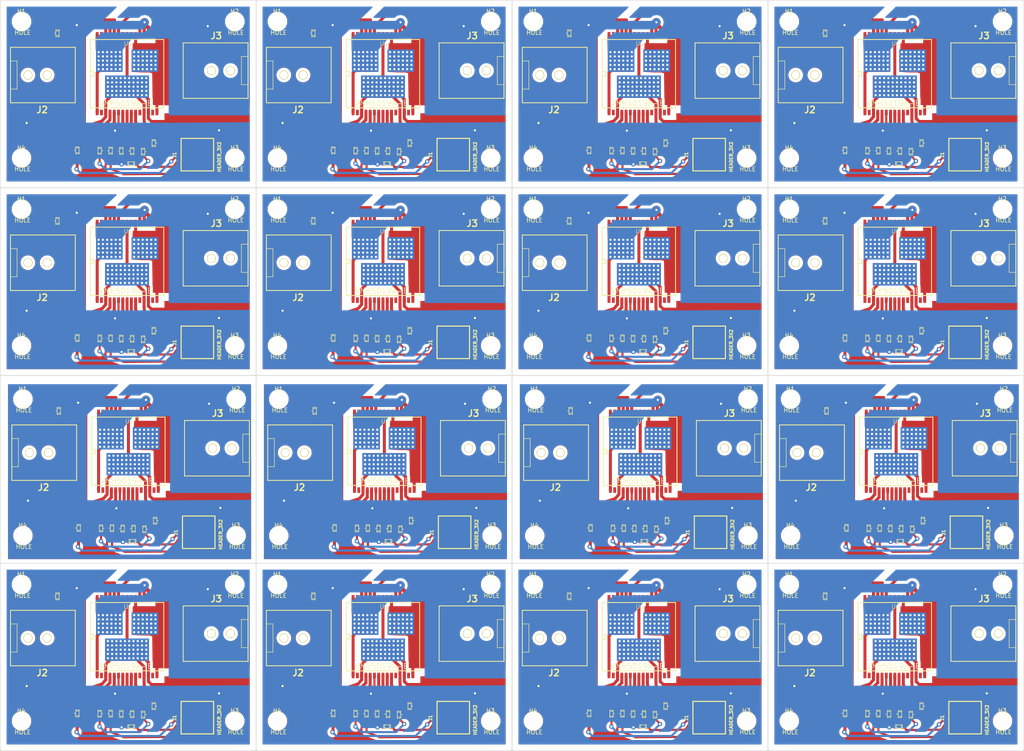
<source format=kicad_pcb>
(kicad_pcb (version 3) (host pcbnew "(2013-08-24 BZR 4298)-stable")
  (layers (15 F.Cu signal) (0 B.Cu signal) (18 B.Paste user) (19 F.Paste user) (20 B.SilkS user) (21 F.SilkS user) (22 B.Mask user) (23 F.Mask user) (28 Edge.Cuts user))
  (net 0 "")
  (net 1 +2.8v)
  (net 2 CS)
  (net 3 GND)
  (net 4 IN_A)
  (net 5 IN_B)
  (net 6 Motor1OutA)
  (net 7 Motor1OutB)
  (net 8 N-0000010)
  (net 9 N-0000011)
  (net 10 N-0000016)
  (net 11 N-000006)
  (net 12 N-000007)
  (net 13 N-000009)
  (net 14 PWM)
  (net 15 Vin)
  (module TED_2.1mm_DC_SMT_68mil (layer F.Cu) (at 133.82 128.03)
    (fp_text reference J3 (at 0.15748 -8.15848) (layer F.SilkS) (effects (font (thickness 0.3048))))
    (fp_text value DC_2.1MM hide)
    (pad "" np_thru_hole circle (at -1.00076 0) (size 2.032 2.032) (drill 1.7272) (layers *.Cu *.Mask F.SilkS))
    (pad 1 smd rect (at 3.50012 5.4102) (size 1.99898 1.99898) (layers F.Cu F.Paste F.Mask) (net 7 Motor1OutB))
    (pad 1 smd rect (at -2.60096 5.4102) (size 1.99898 1.99898) (layers F.Cu F.Paste F.Mask) (net 7 Motor1OutB))
    (pad 2 smd rect (at 3.50012 -5.41528) (size 1.99898 1.99898) (layers F.Cu F.Paste F.Mask) (net 6 Motor1OutA))
    (pad 3 smd rect (at -2.60096 -5.41528) (size 1.99898 1.99898) (layers F.Cu F.Paste F.Mask))
    (pad "" np_thru_hole circle (at 3.50012 0) (size 2.032 2.032) (drill 1.7272) (layers *.Cu *.Mask F.SilkS))
  )
  (module TED_2.1mm_DC_SMT_68mil (layer F.Cu) (at 93.32 129.07 180)
    (fp_text reference J2 (at 0.15748 -8.15848 180) (layer F.SilkS) (effects (font (thickness 0.3048))))
    (fp_text value DC_2.1MM hide)
    (pad "" np_thru_hole circle (at -1.00076 0 180) (size 2.032 2.032) (drill 1.7272) (layers *.Cu *.Mask F.SilkS))
    (pad 1 smd rect (at 3.50012 5.4102 180) (size 1.99898 1.99898) (layers F.Cu F.Paste F.Mask) (net 15 Vin))
    (pad 1 smd rect (at -2.60096 5.4102 180) (size 1.99898 1.99898) (layers F.Cu F.Paste F.Mask) (net 15 Vin))
    (pad 2 smd rect (at 3.50012 -5.41528 180) (size 1.99898 1.99898) (layers F.Cu F.Paste F.Mask) (net 3 GND))
    (pad 3 smd rect (at -2.60096 -5.41528 180) (size 1.99898 1.99898) (layers F.Cu F.Paste F.Mask))
    (pad "" np_thru_hole circle (at 3.50012 0 180) (size 2.032 2.032) (drill 1.7272) (layers *.Cu *.Mask F.SilkS))
  )
  (module TED_Hole_125mil (layer F.Cu) (at 88.32 148.53)
    (fp_text reference H4 (at -0.05 -2.425) (layer F.SilkS))
    (fp_text value HOLE (at 0.25 2.6) (layer F.SilkS))
    (pad "" np_thru_hole circle (at 0 0) (size 3.175 3.175) (drill 3.175) (layers *.Cu *.Mask F.SilkS))
  )
  (module TED_Hole_125mil (layer F.Cu) (at 138.32 148.53)
    (fp_text reference H3 (at -0.05 -2.425) (layer F.SilkS))
    (fp_text value HOLE (at 0.25 2.6) (layer F.SilkS))
    (pad "" np_thru_hole circle (at 0 0) (size 3.175 3.175) (drill 3.175) (layers *.Cu *.Mask F.SilkS))
  )
  (module TED_Hole_125mil (layer F.Cu) (at 138.32 116.53)
    (fp_text reference H2 (at -0.05 -2.425) (layer F.SilkS))
    (fp_text value HOLE (at 0.25 2.6) (layer F.SilkS))
    (pad "" np_thru_hole circle (at 0 0) (size 3.175 3.175) (drill 3.175) (layers *.Cu *.Mask F.SilkS))
  )
  (module TED_Hole_125mil (layer F.Cu) (at 88.32 116.53)
    (fp_text reference H1 (at -0.05 -2.425) (layer F.SilkS))
    (fp_text value HOLE (at 0.25 2.6) (layer F.SilkS))
    (pad "" np_thru_hole circle (at 0 0) (size 3.175 3.175) (drill 3.175) (layers *.Cu *.Mask F.SilkS))
  )
  (module TED_MultiPowerSO-30_2mil_hole (layer F.Cu) (at 113.06 128.75)
    (fp_text reference U1 (at 0.225 -7.025) (layer F.SilkS) (effects (font (thickness 0.1))))
    (fp_text value VNH5019A-E (at -0.325 6.925) (layer F.SilkS) (effects (font (size 1.27 1.27) (thickness 0.127))))
    (pad 22 smd rect (at 1 -9.1) (size 0.67 1.3) (layers F.Cu F.Paste F.Mask))
    (pad 21 smd rect (at 2 -9.1) (size 0.67 1.3) (layers F.Cu F.Paste F.Mask) (net 7 Motor1OutB))
    (pad 20 smd rect (at 3 -9.1) (size 0.67 1.3) (layers F.Cu F.Paste F.Mask) (net 3 GND))
    (pad 19 smd rect (at 4 -9.1) (size 0.67 1.3) (layers F.Cu F.Paste F.Mask) (net 3 GND))
    (pad 18 smd rect (at 5 -9.1) (size 0.67 1.3) (layers F.Cu F.Paste F.Mask) (net 3 GND))
    (pad 17 smd rect (at 6 -9.1) (size 0.67 1.3) (layers F.Cu F.Paste F.Mask))
    (pad 16 smd rect (at 7 -9.1) (size 0.67 1.3) (layers F.Cu F.Paste F.Mask) (net 7 Motor1OutB))
    (pad 15 smd rect (at 7 9.1) (size 0.67 1.3) (layers F.Cu F.Paste F.Mask) (net 7 Motor1OutB))
    (pad 14 smd rect (at 6 9.1) (size 0.67 1.3) (layers F.Cu F.Paste F.Mask))
    (pad 13 smd rect (at 5 9.1) (size 0.67 1.3) (layers F.Cu F.Paste F.Mask) (net 15 Vin))
    (pad 12 smd rect (at 4 9.1) (size 0.67 1.3) (layers F.Cu F.Paste F.Mask) (net 15 Vin))
    (pad 11 smd rect (at 3 9.1) (size 0.67 1.3) (layers F.Cu F.Paste F.Mask))
    (pad 10 smd rect (at 2 9.1) (size 0.67 1.3) (layers F.Cu F.Paste F.Mask) (net 5 IN_B))
    (pad 9 smd rect (at 1 9.1) (size 0.67 1.3) (layers F.Cu F.Paste F.Mask) (net 11 N-000006))
    (pad 1 smd rect (at -7 9.1) (size 0.67 1.3) (layers F.Cu F.Paste F.Mask) (net 6 Motor1OutA))
    (pad 2 smd rect (at -6 9.1) (size 0.67 1.3) (layers F.Cu F.Paste F.Mask))
    (pad 3 smd rect (at -5 9.1) (size 0.67 1.3) (layers F.Cu F.Paste F.Mask) (net 15 Vin))
    (pad 4 smd rect (at -4 9.1) (size 0.67 1.3) (layers F.Cu F.Paste F.Mask) (net 4 IN_A))
    (pad 5 smd rect (at -3 9.1) (size 0.67 1.3) (layers F.Cu F.Paste F.Mask) (net 12 N-000007))
    (pad 6 smd rect (at -2 9.1) (size 0.67 1.3) (layers F.Cu F.Paste F.Mask) (net 3 GND))
    (pad 7 smd rect (at -1 9.1) (size 0.67 1.3) (layers F.Cu F.Paste F.Mask) (net 14 PWM))
    (pad 8 smd rect (at 0 9.1) (size 0.67 1.3) (layers F.Cu F.Paste F.Mask) (net 2 CS))
    (pad 23 smd rect (at 0 -9.1) (size 0.67 1.3) (layers F.Cu F.Paste F.Mask) (net 15 Vin))
    (pad 24 smd rect (at -1 -9.1) (size 0.67 1.3) (layers F.Cu F.Paste F.Mask))
    (pad 25 smd rect (at -2 -9.1) (size 0.67 1.3) (layers F.Cu F.Paste F.Mask) (net 6 Motor1OutA))
    (pad 26 smd rect (at -3 -9.1) (size 0.67 1.3) (layers F.Cu F.Paste F.Mask) (net 3 GND))
    (pad 27 smd rect (at -4 -9.1) (size 0.67 1.3) (layers F.Cu F.Paste F.Mask) (net 3 GND))
    (pad 28 smd rect (at -5 -9.1) (size 0.67 1.3) (layers F.Cu F.Paste F.Mask) (net 3 GND))
    (pad 29 smd rect (at -6 -9.1) (size 0.67 1.3) (layers F.Cu F.Paste F.Mask))
    (pad 30 smd rect (at -7 -9.1) (size 0.67 1.3) (layers F.Cu F.Paste F.Mask) (net 6 Motor1OutA))
    (pad 33 smd rect (at -4.165 -3.05) (size 6.23 5.25) (layers F.Cu F.Paste F.Mask) (net 6 Motor1OutA))
    (pad 32 smd rect (at 4.165 -3.05) (size 6.23 5.25) (layers F.Cu F.Paste F.Mask) (net 7 Motor1OutB))
    (pad 31 smd rect (at 0 3.05) (size 10.3 5.25) (layers F.Cu F.Paste F.Mask) (net 15 Vin))
    (pad 33 thru_hole circle (at -6.665 -5.05) (size 0.508 0.508) (drill 0.508) (layers *.Cu) (net 6 Motor1OutA))
    (pad 33 thru_hole circle (at -5.665 -5.05) (size 0.508 0.508) (drill 0.508) (layers *.Cu) (net 6 Motor1OutA))
    (pad 33 thru_hole circle (at -4.665 -5.05) (size 0.508 0.508) (drill 0.508) (layers *.Cu) (net 6 Motor1OutA))
    (pad 33 thru_hole circle (at -3.665 -5.05) (size 0.508 0.508) (drill 0.508) (layers *.Cu) (net 6 Motor1OutA))
    (pad 33 thru_hole circle (at -2.665 -5.05) (size 0.508 0.508) (drill 0.508) (layers *.Cu) (net 6 Motor1OutA))
    (pad 33 thru_hole circle (at -1.665 -5.05) (size 0.508 0.508) (drill 0.508) (layers *.Cu) (net 6 Motor1OutA))
    (pad 32 thru_hole circle (at 6.665 -5.05) (size 0.508 0.508) (drill 0.508) (layers *.Cu) (net 7 Motor1OutB))
    (pad 32 thru_hole circle (at 5.665 -5.05) (size 0.508 0.508) (drill 0.508) (layers *.Cu) (net 7 Motor1OutB))
    (pad 32 thru_hole circle (at 4.665 -5.05) (size 0.508 0.508) (drill 0.508) (layers *.Cu) (net 7 Motor1OutB))
    (pad 32 thru_hole circle (at 3.665 -5.05) (size 0.508 0.508) (drill 0.508) (layers *.Cu) (net 7 Motor1OutB))
    (pad 32 thru_hole circle (at 2.665 -5.05) (size 0.508 0.508) (drill 0.508) (layers *.Cu) (net 7 Motor1OutB))
    (pad 32 thru_hole circle (at 1.665 -5.05) (size 0.508 0.508) (drill 0.508) (layers *.Cu) (net 7 Motor1OutB))
    (pad 32 thru_hole circle (at 6.665 -4.05) (size 0.508 0.508) (drill 0.508) (layers *.Cu) (net 7 Motor1OutB))
    (pad 32 thru_hole circle (at 5.665 -4.05) (size 0.508 0.508) (drill 0.508) (layers *.Cu) (net 7 Motor1OutB))
    (pad 32 thru_hole circle (at 4.665 -4.05) (size 0.508 0.508) (drill 0.508) (layers *.Cu) (net 7 Motor1OutB))
    (pad 32 thru_hole circle (at 3.665 -4.05) (size 0.508 0.508) (drill 0.508) (layers *.Cu) (net 7 Motor1OutB))
    (pad 32 thru_hole circle (at 2.665 -4.05) (size 0.508 0.508) (drill 0.508) (layers *.Cu) (net 7 Motor1OutB))
    (pad 32 thru_hole circle (at 1.665 -4.05) (size 0.508 0.508) (drill 0.508) (layers *.Cu) (net 7 Motor1OutB))
    (pad 33 thru_hole circle (at -1.665 -4.05) (size 0.508 0.508) (drill 0.508) (layers *.Cu) (net 6 Motor1OutA))
    (pad 33 thru_hole circle (at -2.665 -4.05) (size 0.508 0.508) (drill 0.508) (layers *.Cu) (net 6 Motor1OutA))
    (pad 33 thru_hole circle (at -3.665 -4.05) (size 0.508 0.508) (drill 0.508) (layers *.Cu) (net 6 Motor1OutA))
    (pad 33 thru_hole circle (at -4.665 -4.05) (size 0.508 0.508) (drill 0.508) (layers *.Cu) (net 6 Motor1OutA))
    (pad 33 thru_hole circle (at -5.665 -4.05) (size 0.508 0.508) (drill 0.508) (layers *.Cu) (net 6 Motor1OutA))
    (pad 33 thru_hole circle (at -6.665 -4.05) (size 0.508 0.508) (drill 0.508) (layers *.Cu) (net 6 Motor1OutA))
    (pad 32 thru_hole circle (at 1.665 -3.05) (size 0.508 0.508) (drill 0.508) (layers *.Cu) (net 7 Motor1OutB))
    (pad 32 thru_hole circle (at 2.665 -3.05) (size 0.508 0.508) (drill 0.508) (layers *.Cu) (net 7 Motor1OutB))
    (pad 32 thru_hole circle (at 3.665 -3.05) (size 0.508 0.508) (drill 0.508) (layers *.Cu) (net 7 Motor1OutB))
    (pad 32 thru_hole circle (at 4.665 -3.05) (size 0.508 0.508) (drill 0.508) (layers *.Cu) (net 7 Motor1OutB))
    (pad 32 thru_hole circle (at 5.665 -3.05) (size 0.508 0.508) (drill 0.508) (layers *.Cu) (net 7 Motor1OutB))
    (pad 32 thru_hole circle (at 6.665 -3.05) (size 0.508 0.508) (drill 0.508) (layers *.Cu) (net 7 Motor1OutB))
    (pad 33 thru_hole circle (at -1.665 -3.05) (size 0.508 0.508) (drill 0.508) (layers *.Cu) (net 6 Motor1OutA))
    (pad 33 thru_hole circle (at -2.665 -3.05) (size 0.508 0.508) (drill 0.508) (layers *.Cu) (net 6 Motor1OutA))
    (pad 33 thru_hole circle (at -3.665 -3.05) (size 0.508 0.508) (drill 0.508) (layers *.Cu) (net 6 Motor1OutA))
    (pad 33 thru_hole circle (at -4.665 -3.05) (size 0.508 0.508) (drill 0.508) (layers *.Cu) (net 6 Motor1OutA))
    (pad 33 thru_hole circle (at -5.665 -3.05) (size 0.508 0.508) (drill 0.508) (layers *.Cu) (net 6 Motor1OutA))
    (pad 33 thru_hole circle (at -6.665 -3.05) (size 0.508 0.508) (drill 0.508) (layers *.Cu) (net 6 Motor1OutA))
    (pad 33 thru_hole circle (at -6.665 -2.05) (size 0.508 0.508) (drill 0.508) (layers *.Cu) (net 6 Motor1OutA))
    (pad 33 thru_hole circle (at -5.665 -2.05) (size 0.508 0.508) (drill 0.508) (layers *.Cu) (net 6 Motor1OutA))
    (pad 33 thru_hole circle (at -4.665 -2.05) (size 0.508 0.508) (drill 0.508) (layers *.Cu) (net 6 Motor1OutA))
    (pad 33 thru_hole circle (at -3.665 -2.05) (size 0.508 0.508) (drill 0.508) (layers *.Cu) (net 6 Motor1OutA))
    (pad 33 thru_hole circle (at -2.665 -2.05) (size 0.508 0.508) (drill 0.508) (layers *.Cu) (net 6 Motor1OutA))
    (pad 33 thru_hole circle (at -1.665 -2.05) (size 0.508 0.508) (drill 0.508) (layers *.Cu) (net 6 Motor1OutA))
    (pad 32 thru_hole circle (at 1.665 -2.05) (size 0.508 0.508) (drill 0.508) (layers *.Cu) (net 7 Motor1OutB))
    (pad 32 thru_hole circle (at 2.665 -2.05) (size 0.508 0.508) (drill 0.508) (layers *.Cu) (net 7 Motor1OutB))
    (pad 32 thru_hole circle (at 3.665 -2.05) (size 0.508 0.508) (drill 0.508) (layers *.Cu) (net 7 Motor1OutB))
    (pad 32 thru_hole circle (at 4.665 -2.05) (size 0.508 0.508) (drill 0.508) (layers *.Cu) (net 7 Motor1OutB))
    (pad 32 thru_hole circle (at 5.665 -2.05) (size 0.508 0.508) (drill 0.508) (layers *.Cu) (net 7 Motor1OutB))
    (pad 32 thru_hole circle (at 6.665 -2.05) (size 0.508 0.508) (drill 0.508) (layers *.Cu) (net 7 Motor1OutB))
    (pad 33 thru_hole circle (at -6.665 -1.05) (size 0.508 0.508) (drill 0.508) (layers *.Cu) (net 6 Motor1OutA))
    (pad 33 thru_hole circle (at -5.665 -1.05) (size 0.508 0.508) (drill 0.508) (layers *.Cu) (net 6 Motor1OutA))
    (pad 33 thru_hole circle (at -4.665 -1.05) (size 0.508 0.508) (drill 0.508) (layers *.Cu) (net 6 Motor1OutA))
    (pad 33 thru_hole circle (at -3.665 -1.05) (size 0.508 0.508) (drill 0.508) (layers *.Cu) (net 6 Motor1OutA))
    (pad 33 thru_hole circle (at -2.665 -1.05) (size 0.508 0.508) (drill 0.508) (layers *.Cu) (net 6 Motor1OutA))
    (pad 33 thru_hole circle (at -1.665 -1.05) (size 0.508 0.508) (drill 0.508) (layers *.Cu) (net 6 Motor1OutA))
    (pad 32 thru_hole circle (at 1.665 -1.05) (size 0.508 0.508) (drill 0.508) (layers *.Cu) (net 7 Motor1OutB))
    (pad 32 thru_hole circle (at 2.665 -1.05) (size 0.508 0.508) (drill 0.508) (layers *.Cu) (net 7 Motor1OutB))
    (pad 32 thru_hole circle (at 3.665 -1.05) (size 0.508 0.508) (drill 0.508) (layers *.Cu) (net 7 Motor1OutB))
    (pad 32 thru_hole circle (at 4.665 -1.05) (size 0.508 0.508) (drill 0.508) (layers *.Cu) (net 7 Motor1OutB))
    (pad 32 thru_hole circle (at 5.665 -1.05) (size 0.508 0.508) (drill 0.508) (layers *.Cu) (net 7 Motor1OutB))
    (pad 32 thru_hole circle (at 6.665 -1.05) (size 0.508 0.508) (drill 0.508) (layers *.Cu) (net 7 Motor1OutB))
    (pad 31 thru_hole circle (at 1.5 1.05) (size 0.508 0.508) (drill 0.508) (layers *.Cu) (net 15 Vin))
    (pad 31 thru_hole circle (at 2.5 1.05) (size 0.508 0.508) (drill 0.508) (layers *.Cu) (net 15 Vin))
    (pad 31 thru_hole circle (at 3.5 1.05) (size 0.508 0.508) (drill 0.508) (layers *.Cu) (net 15 Vin))
    (pad 31 thru_hole circle (at 4.5 1.05) (size 0.508 0.508) (drill 0.508) (layers *.Cu) (net 15 Vin))
    (pad 31 thru_hole circle (at 4.5 2.05) (size 0.508 0.508) (drill 0.508) (layers *.Cu) (net 15 Vin))
    (pad 31 thru_hole circle (at 3.5 2.05) (size 0.508 0.508) (drill 0.508) (layers *.Cu) (net 15 Vin))
    (pad 31 thru_hole circle (at 2.5 2.05) (size 0.508 0.508) (drill 0.508) (layers *.Cu) (net 15 Vin))
    (pad 31 thru_hole circle (at 1.5 2.05) (size 0.508 0.508) (drill 0.508) (layers *.Cu) (net 15 Vin))
    (pad 31 thru_hole circle (at 4.5 3.05) (size 0.508 0.508) (drill 0.508) (layers *.Cu) (net 15 Vin))
    (pad 31 thru_hole circle (at 3.5 3.05) (size 0.508 0.508) (drill 0.508) (layers *.Cu) (net 15 Vin))
    (pad 31 thru_hole circle (at 2.5 3.05) (size 0.508 0.508) (drill 0.508) (layers *.Cu) (net 15 Vin))
    (pad 31 thru_hole circle (at 1.5 3.05) (size 0.508 0.508) (drill 0.508) (layers *.Cu) (net 15 Vin))
    (pad 31 thru_hole circle (at 1.5 4.05) (size 0.508 0.508) (drill 0.508) (layers *.Cu) (net 15 Vin))
    (pad 31 thru_hole circle (at 2.5 4.05) (size 0.508 0.508) (drill 0.508) (layers *.Cu) (net 15 Vin))
    (pad 31 thru_hole circle (at 3.5 4.05) (size 0.508 0.508) (drill 0.508) (layers *.Cu) (net 15 Vin))
    (pad 31 thru_hole circle (at 4.5 4.05) (size 0.508 0.508) (drill 0.508) (layers *.Cu) (net 15 Vin))
    (pad 31 thru_hole circle (at 1.5 5.05) (size 0.508 0.508) (drill 0.508) (layers *.Cu) (net 15 Vin))
    (pad 31 thru_hole circle (at 2.5 5.05) (size 0.508 0.508) (drill 0.508) (layers *.Cu) (net 15 Vin))
    (pad 31 thru_hole circle (at 3.5 5.05) (size 0.508 0.508) (drill 0.508) (layers *.Cu) (net 15 Vin))
    (pad 31 thru_hole circle (at 4.5 5.05) (size 0.508 0.508) (drill 0.508) (layers *.Cu) (net 15 Vin))
    (pad 31 thru_hole circle (at 0.5 5.05) (size 0.508 0.508) (drill 0.508) (layers *.Cu) (net 15 Vin))
    (pad 31 thru_hole circle (at -0.5 5.05) (size 0.508 0.508) (drill 0.508) (layers *.Cu) (net 15 Vin))
    (pad 31 thru_hole circle (at -1.5 5.05) (size 0.508 0.508) (drill 0.508) (layers *.Cu) (net 15 Vin))
    (pad 31 thru_hole circle (at -2.5 5.05) (size 0.508 0.508) (drill 0.508) (layers *.Cu) (net 15 Vin))
    (pad 31 thru_hole circle (at -3.5 5.05) (size 0.508 0.508) (drill 0.508) (layers *.Cu) (net 15 Vin))
    (pad 31 thru_hole circle (at -4.5 5.05) (size 0.508 0.508) (drill 0.508) (layers *.Cu) (net 15 Vin))
    (pad 31 thru_hole circle (at 0.5 4.05) (size 0.508 0.508) (drill 0.508) (layers *.Cu) (net 15 Vin))
    (pad 31 thru_hole circle (at -0.5 4.05) (size 0.508 0.508) (drill 0.508) (layers *.Cu) (net 15 Vin))
    (pad 31 thru_hole circle (at -1.5 4.05) (size 0.508 0.508) (drill 0.508) (layers *.Cu) (net 15 Vin))
    (pad 31 thru_hole circle (at -2.5 4.05) (size 0.508 0.508) (drill 0.508) (layers *.Cu) (net 15 Vin))
    (pad 31 thru_hole circle (at -3.5 4.05) (size 0.508 0.508) (drill 0.508) (layers *.Cu) (net 15 Vin))
    (pad 31 thru_hole circle (at -4.5 4.05) (size 0.508 0.508) (drill 0.508) (layers *.Cu) (net 15 Vin))
    (pad 31 thru_hole circle (at -4.5 3.05) (size 0.508 0.508) (drill 0.508) (layers *.Cu) (net 15 Vin))
    (pad 31 thru_hole circle (at -3.5 3.05) (size 0.508 0.508) (drill 0.508) (layers *.Cu) (net 15 Vin))
    (pad 31 thru_hole circle (at -2.5 3.05) (size 0.508 0.508) (drill 0.508) (layers *.Cu) (net 15 Vin))
    (pad 31 thru_hole circle (at -1.5 3.05) (size 0.508 0.508) (drill 0.508) (layers *.Cu) (net 15 Vin))
    (pad 31 thru_hole circle (at -0.5 3.05) (size 0.508 0.508) (drill 0.508) (layers *.Cu) (net 15 Vin))
    (pad 31 thru_hole circle (at 0.5 3.05) (size 0.508 0.508) (drill 0.508) (layers *.Cu) (net 15 Vin))
    (pad 31 thru_hole circle (at -4.5 2.05) (size 0.508 0.508) (drill 0.508) (layers *.Cu) (net 15 Vin))
    (pad 31 thru_hole circle (at -3.5 2.05) (size 0.508 0.508) (drill 0.508) (layers *.Cu) (net 15 Vin))
    (pad 31 thru_hole circle (at -2.5 2.05) (size 0.508 0.508) (drill 0.508) (layers *.Cu) (net 15 Vin))
    (pad 31 thru_hole circle (at -1.5 2.05) (size 0.508 0.508) (drill 0.508) (layers *.Cu) (net 15 Vin))
    (pad 31 thru_hole circle (at -0.5 2.05) (size 0.508 0.508) (drill 0.508) (layers *.Cu) (net 15 Vin))
    (pad 31 thru_hole circle (at 0.5 2.05) (size 0.508 0.508) (drill 0.508) (layers *.Cu) (net 15 Vin))
    (pad 31 thru_hole circle (at 0.5 1.05) (size 0.508 0.508) (drill 0.508) (layers *.Cu) (net 15 Vin))
    (pad 31 thru_hole circle (at -0.5 1.05) (size 0.508 0.508) (drill 0.508) (layers *.Cu) (net 15 Vin))
    (pad 31 thru_hole circle (at -1.5 1.05) (size 0.508 0.508) (drill 0.508) (layers *.Cu) (net 15 Vin))
    (pad 31 thru_hole circle (at -2.5 1.05) (size 0.508 0.508) (drill 0.508) (layers *.Cu) (net 15 Vin))
    (pad 31 thru_hole circle (at -3.5 1.05) (size 0.508 0.508) (drill 0.508) (layers *.Cu) (net 15 Vin))
    (pad 31 thru_hole circle (at -4.5 1.05) (size 0.508 0.508) (drill 0.508) (layers *.Cu) (net 15 Vin))
    (pad 33 smd rect (at -4.165 -3.05) (size 6.23 5.25) (layers B.Cu F.Paste F.Mask) (net 6 Motor1OutA))
    (pad 32 smd rect (at 4.165 -3.05) (size 6.23 5.25) (layers B.Cu F.Paste F.Mask) (net 7 Motor1OutB))
    (pad 31 smd rect (at 0 3.05) (size 10.3 5.25) (layers B.Cu F.Paste F.Mask) (net 15 Vin))
  )
  (module TED_HEADER_3x2_SMT (layer F.Cu) (at 129.54 147.74 270)
    (fp_text reference J1 (at 0.05 5.35 270) (layer F.SilkS) (effects (font (size 0.762 0.762) (thickness 0.1905))))
    (fp_text value HEADER_3X2 (at 0.525 -5.15 270) (layer F.SilkS) (effects (font (size 0.762 0.762) (thickness 0.1905))))
    (pad 1 smd rect (at -2.54 2.54 270) (size 0.9906 2.54) (layers F.Cu F.Paste F.Mask) (net 1 +2.8v) (clearance 0.508))
    (pad 2 smd rect (at 0 2.54 270) (size 0.9906 2.54) (layers F.Cu F.Paste F.Mask) (net 13 N-000009) (clearance 0.508))
    (pad 3 smd rect (at 2.54 2.54 270) (size 0.9906 2.54) (layers F.Cu F.Paste F.Mask) (net 8 N-0000010) (clearance 0.508))
    (pad 4 smd rect (at 2.54 -2.54 270) (size 0.9906 2.54) (layers F.Cu F.Paste F.Mask) (net 10 N-0000016) (clearance 0.508))
    (pad 5 smd rect (at 0 -2.54 270) (size 0.9906 2.54) (layers F.Cu F.Paste F.Mask) (net 9 N-0000011) (clearance 0.508))
    (pad 6 smd rect (at -2.54 -2.54 270) (size 0.9906 2.54) (layers F.Cu F.Paste F.Mask) (net 3 GND) (clearance 0.508))
  )
  (module TED_SM0603 (layer F.Cu) (at 96.74 119.28 90)
    (fp_text reference C1 (at 0 -0.635 90) (layer F.SilkS) (effects (font (size 0.20066 0.20066) (thickness 0.04064))))
    (fp_text value ".1uF (50v)" hide)
    (pad 2 smd rect (at 0.75184 0 90) (size 0.89916 1.00076) (layers F.Cu F.Paste F.Mask) (net 3 GND) (clearance 0.1))
    (pad 1 smd rect (at -0.75184 0 90) (size 0.89916 1.00076) (layers F.Cu F.Paste F.Mask) (net 15 Vin) (clearance 0.1))
  )
  (module TED_SM0603 (layer F.Cu) (at 114.02 149.83 180)
    (fp_text reference C3 (at 0 -0.635 180) (layer F.SilkS) (effects (font (size 0.20066 0.20066) (thickness 0.04064))))
    (fp_text value 33nF hide)
    (pad 2 smd rect (at 0.75184 0 180) (size 0.89916 1.00076) (layers F.Cu F.Paste F.Mask) (net 3 GND) (clearance 0.1))
    (pad 1 smd rect (at -0.75184 0 180) (size 0.89916 1.00076) (layers F.Cu F.Paste F.Mask) (net 10 N-0000016) (clearance 0.1))
  )
  (module TED_SM0603 (layer F.Cu) (at 106.64 146.82 270)
    (fp_text reference R1 (at 0 -0.635 270) (layer F.SilkS) (effects (font (size 0.20066 0.20066) (thickness 0.04064))))
    (fp_text value 3.3k hide)
    (pad 2 smd rect (at 0.75184 0 270) (size 0.89916 1.00076) (layers F.Cu F.Paste F.Mask) (net 1 +2.8v) (clearance 0.1))
    (pad 1 smd rect (at -0.75184 0 270) (size 0.89916 1.00076) (layers F.Cu F.Paste F.Mask) (net 12 N-000007) (clearance 0.1))
  )
  (module TED_SM0603 (layer F.Cu) (at 116.82 147.03 270)
    (fp_text reference R2 (at 0 -0.635 270) (layer F.SilkS) (effects (font (size 0.20066 0.20066) (thickness 0.04064))))
    (fp_text value 3.3k hide)
    (pad 2 smd rect (at 0.75184 0 270) (size 0.89916 1.00076) (layers F.Cu F.Paste F.Mask) (net 1 +2.8v) (clearance 0.1))
    (pad 1 smd rect (at -0.75184 0 270) (size 0.89916 1.00076) (layers F.Cu F.Paste F.Mask) (net 11 N-000006) (clearance 0.1))
  )
  (module TED_SM0603 (layer F.Cu) (at 101.41 146.73 90)
    (fp_text reference R3 (at 0 -0.635 90) (layer F.SilkS) (effects (font (size 0.20066 0.20066) (thickness 0.04064))))
    (fp_text value 1k hide)
    (pad 2 smd rect (at 0.75184 0 90) (size 0.89916 1.00076) (layers F.Cu F.Paste F.Mask) (net 4 IN_A) (clearance 0.1))
    (pad 1 smd rect (at -0.75184 0 90) (size 0.89916 1.00076) (layers F.Cu F.Paste F.Mask) (net 13 N-000009) (clearance 0.1))
  )
  (module TED_SM0603 (layer F.Cu) (at 109.21 146.79 90)
    (fp_text reference R4 (at 0 -0.635 90) (layer F.SilkS) (effects (font (size 0.20066 0.20066) (thickness 0.04064))))
    (fp_text value 1k hide)
    (pad 2 smd rect (at 0.75184 0 90) (size 0.89916 1.00076) (layers F.Cu F.Paste F.Mask) (net 14 PWM) (clearance 0.1))
    (pad 1 smd rect (at -0.75184 0 90) (size 0.89916 1.00076) (layers F.Cu F.Paste F.Mask) (net 8 N-0000010) (clearance 0.1))
  )
  (module TED_SM0603 (layer F.Cu) (at 119.32 145.03 270)
    (fp_text reference R5 (at 0 -0.635 270) (layer F.SilkS) (effects (font (size 0.20066 0.20066) (thickness 0.04064))))
    (fp_text value 1k hide)
    (pad 2 smd rect (at 0.75184 0 270) (size 0.89916 1.00076) (layers F.Cu F.Paste F.Mask) (net 9 N-0000011) (clearance 0.1))
    (pad 1 smd rect (at -0.75184 0 270) (size 0.89916 1.00076) (layers F.Cu F.Paste F.Mask) (net 5 IN_B) (clearance 0.1))
  )
  (module TED_SM0603 (layer F.Cu) (at 114.26 146.9 90)
    (fp_text reference R6 (at 0 -0.635 90) (layer F.SilkS) (effects (font (size 0.20066 0.20066) (thickness 0.04064))))
    (fp_text value 10k hide)
    (pad 2 smd rect (at 0.75184 0 90) (size 0.89916 1.00076) (layers F.Cu F.Paste F.Mask) (net 2 CS) (clearance 0.1))
    (pad 1 smd rect (at -0.75184 0 90) (size 0.89916 1.00076) (layers F.Cu F.Paste F.Mask) (net 10 N-0000016) (clearance 0.1))
  )
  (module TED_SM0603 (layer F.Cu) (at 111.71 146.87 90)
    (fp_text reference R7 (at 0 -0.635 90) (layer F.SilkS) (effects (font (size 0.20066 0.20066) (thickness 0.04064))))
    (fp_text value 1.5k hide)
    (pad 2 smd rect (at 0.75184 0 90) (size 0.89916 1.00076) (layers F.Cu F.Paste F.Mask) (net 2 CS) (clearance 0.1))
    (pad 1 smd rect (at -0.75184 0 90) (size 0.89916 1.00076) (layers F.Cu F.Paste F.Mask) (net 3 GND) (clearance 0.1))
  )
  (module TED_SM0603 (layer F.Cu) (at 51.71 146.87 90)
    (fp_text reference R7 (at 0 -0.635 90) (layer F.SilkS) (effects (font (size 0.20066 0.20066) (thickness 0.04064))))
    (fp_text value 1.5k hide)
    (pad 2 smd rect (at 0.75184 0 90) (size 0.89916 1.00076) (layers F.Cu F.Paste F.Mask) (net 2 CS) (clearance 0.1))
    (pad 1 smd rect (at -0.75184 0 90) (size 0.89916 1.00076) (layers F.Cu F.Paste F.Mask) (net 3 GND) (clearance 0.1))
  )
  (module TED_SM0603 (layer F.Cu) (at 54.26 146.9 90)
    (fp_text reference R6 (at 0 -0.635 90) (layer F.SilkS) (effects (font (size 0.20066 0.20066) (thickness 0.04064))))
    (fp_text value 10k hide)
    (pad 2 smd rect (at 0.75184 0 90) (size 0.89916 1.00076) (layers F.Cu F.Paste F.Mask) (net 2 CS) (clearance 0.1))
    (pad 1 smd rect (at -0.75184 0 90) (size 0.89916 1.00076) (layers F.Cu F.Paste F.Mask) (net 10 N-0000016) (clearance 0.1))
  )
  (module TED_SM0603 (layer F.Cu) (at 59.32 145.03 270)
    (fp_text reference R5 (at 0 -0.635 270) (layer F.SilkS) (effects (font (size 0.20066 0.20066) (thickness 0.04064))))
    (fp_text value 1k hide)
    (pad 2 smd rect (at 0.75184 0 270) (size 0.89916 1.00076) (layers F.Cu F.Paste F.Mask) (net 9 N-0000011) (clearance 0.1))
    (pad 1 smd rect (at -0.75184 0 270) (size 0.89916 1.00076) (layers F.Cu F.Paste F.Mask) (net 5 IN_B) (clearance 0.1))
  )
  (module TED_SM0603 (layer F.Cu) (at 49.21 146.79 90)
    (fp_text reference R4 (at 0 -0.635 90) (layer F.SilkS) (effects (font (size 0.20066 0.20066) (thickness 0.04064))))
    (fp_text value 1k hide)
    (pad 2 smd rect (at 0.75184 0 90) (size 0.89916 1.00076) (layers F.Cu F.Paste F.Mask) (net 14 PWM) (clearance 0.1))
    (pad 1 smd rect (at -0.75184 0 90) (size 0.89916 1.00076) (layers F.Cu F.Paste F.Mask) (net 8 N-0000010) (clearance 0.1))
  )
  (module TED_SM0603 (layer F.Cu) (at 41.41 146.73 90)
    (fp_text reference R3 (at 0 -0.635 90) (layer F.SilkS) (effects (font (size 0.20066 0.20066) (thickness 0.04064))))
    (fp_text value 1k hide)
    (pad 2 smd rect (at 0.75184 0 90) (size 0.89916 1.00076) (layers F.Cu F.Paste F.Mask) (net 4 IN_A) (clearance 0.1))
    (pad 1 smd rect (at -0.75184 0 90) (size 0.89916 1.00076) (layers F.Cu F.Paste F.Mask) (net 13 N-000009) (clearance 0.1))
  )
  (module TED_SM0603 (layer F.Cu) (at 56.82 147.03 270)
    (fp_text reference R2 (at 0 -0.635 270) (layer F.SilkS) (effects (font (size 0.20066 0.20066) (thickness 0.04064))))
    (fp_text value 3.3k hide)
    (pad 2 smd rect (at 0.75184 0 270) (size 0.89916 1.00076) (layers F.Cu F.Paste F.Mask) (net 1 +2.8v) (clearance 0.1))
    (pad 1 smd rect (at -0.75184 0 270) (size 0.89916 1.00076) (layers F.Cu F.Paste F.Mask) (net 11 N-000006) (clearance 0.1))
  )
  (module TED_SM0603 (layer F.Cu) (at 46.64 146.82 270)
    (fp_text reference R1 (at 0 -0.635 270) (layer F.SilkS) (effects (font (size 0.20066 0.20066) (thickness 0.04064))))
    (fp_text value 3.3k hide)
    (pad 2 smd rect (at 0.75184 0 270) (size 0.89916 1.00076) (layers F.Cu F.Paste F.Mask) (net 1 +2.8v) (clearance 0.1))
    (pad 1 smd rect (at -0.75184 0 270) (size 0.89916 1.00076) (layers F.Cu F.Paste F.Mask) (net 12 N-000007) (clearance 0.1))
  )
  (module TED_SM0603 (layer F.Cu) (at 54.02 149.83 180)
    (fp_text reference C3 (at 0 -0.635 180) (layer F.SilkS) (effects (font (size 0.20066 0.20066) (thickness 0.04064))))
    (fp_text value 33nF hide)
    (pad 2 smd rect (at 0.75184 0 180) (size 0.89916 1.00076) (layers F.Cu F.Paste F.Mask) (net 3 GND) (clearance 0.1))
    (pad 1 smd rect (at -0.75184 0 180) (size 0.89916 1.00076) (layers F.Cu F.Paste F.Mask) (net 10 N-0000016) (clearance 0.1))
  )
  (module TED_SM0603 (layer F.Cu) (at 36.74 119.28 90)
    (fp_text reference C1 (at 0 -0.635 90) (layer F.SilkS) (effects (font (size 0.20066 0.20066) (thickness 0.04064))))
    (fp_text value ".1uF (50v)" hide)
    (pad 2 smd rect (at 0.75184 0 90) (size 0.89916 1.00076) (layers F.Cu F.Paste F.Mask) (net 3 GND) (clearance 0.1))
    (pad 1 smd rect (at -0.75184 0 90) (size 0.89916 1.00076) (layers F.Cu F.Paste F.Mask) (net 15 Vin) (clearance 0.1))
  )
  (module TED_HEADER_3x2_SMT (layer F.Cu) (at 69.54 147.74 270)
    (fp_text reference J1 (at 0.05 5.35 270) (layer F.SilkS) (effects (font (size 0.762 0.762) (thickness 0.1905))))
    (fp_text value HEADER_3X2 (at 0.525 -5.15 270) (layer F.SilkS) (effects (font (size 0.762 0.762) (thickness 0.1905))))
    (pad 1 smd rect (at -2.54 2.54 270) (size 0.9906 2.54) (layers F.Cu F.Paste F.Mask) (net 1 +2.8v) (clearance 0.508))
    (pad 2 smd rect (at 0 2.54 270) (size 0.9906 2.54) (layers F.Cu F.Paste F.Mask) (net 13 N-000009) (clearance 0.508))
    (pad 3 smd rect (at 2.54 2.54 270) (size 0.9906 2.54) (layers F.Cu F.Paste F.Mask) (net 8 N-0000010) (clearance 0.508))
    (pad 4 smd rect (at 2.54 -2.54 270) (size 0.9906 2.54) (layers F.Cu F.Paste F.Mask) (net 10 N-0000016) (clearance 0.508))
    (pad 5 smd rect (at 0 -2.54 270) (size 0.9906 2.54) (layers F.Cu F.Paste F.Mask) (net 9 N-0000011) (clearance 0.508))
    (pad 6 smd rect (at -2.54 -2.54 270) (size 0.9906 2.54) (layers F.Cu F.Paste F.Mask) (net 3 GND) (clearance 0.508))
  )
  (module TED_MultiPowerSO-30_2mil_hole (layer F.Cu) (at 53.06 128.75)
    (fp_text reference U1 (at 0.225 -7.025) (layer F.SilkS) (effects (font (thickness 0.1))))
    (fp_text value VNH5019A-E (at -0.325 6.925) (layer F.SilkS) (effects (font (size 1.27 1.27) (thickness 0.127))))
    (pad 22 smd rect (at 1 -9.1) (size 0.67 1.3) (layers F.Cu F.Paste F.Mask))
    (pad 21 smd rect (at 2 -9.1) (size 0.67 1.3) (layers F.Cu F.Paste F.Mask) (net 7 Motor1OutB))
    (pad 20 smd rect (at 3 -9.1) (size 0.67 1.3) (layers F.Cu F.Paste F.Mask) (net 3 GND))
    (pad 19 smd rect (at 4 -9.1) (size 0.67 1.3) (layers F.Cu F.Paste F.Mask) (net 3 GND))
    (pad 18 smd rect (at 5 -9.1) (size 0.67 1.3) (layers F.Cu F.Paste F.Mask) (net 3 GND))
    (pad 17 smd rect (at 6 -9.1) (size 0.67 1.3) (layers F.Cu F.Paste F.Mask))
    (pad 16 smd rect (at 7 -9.1) (size 0.67 1.3) (layers F.Cu F.Paste F.Mask) (net 7 Motor1OutB))
    (pad 15 smd rect (at 7 9.1) (size 0.67 1.3) (layers F.Cu F.Paste F.Mask) (net 7 Motor1OutB))
    (pad 14 smd rect (at 6 9.1) (size 0.67 1.3) (layers F.Cu F.Paste F.Mask))
    (pad 13 smd rect (at 5 9.1) (size 0.67 1.3) (layers F.Cu F.Paste F.Mask) (net 15 Vin))
    (pad 12 smd rect (at 4 9.1) (size 0.67 1.3) (layers F.Cu F.Paste F.Mask) (net 15 Vin))
    (pad 11 smd rect (at 3 9.1) (size 0.67 1.3) (layers F.Cu F.Paste F.Mask))
    (pad 10 smd rect (at 2 9.1) (size 0.67 1.3) (layers F.Cu F.Paste F.Mask) (net 5 IN_B))
    (pad 9 smd rect (at 1 9.1) (size 0.67 1.3) (layers F.Cu F.Paste F.Mask) (net 11 N-000006))
    (pad 1 smd rect (at -7 9.1) (size 0.67 1.3) (layers F.Cu F.Paste F.Mask) (net 6 Motor1OutA))
    (pad 2 smd rect (at -6 9.1) (size 0.67 1.3) (layers F.Cu F.Paste F.Mask))
    (pad 3 smd rect (at -5 9.1) (size 0.67 1.3) (layers F.Cu F.Paste F.Mask) (net 15 Vin))
    (pad 4 smd rect (at -4 9.1) (size 0.67 1.3) (layers F.Cu F.Paste F.Mask) (net 4 IN_A))
    (pad 5 smd rect (at -3 9.1) (size 0.67 1.3) (layers F.Cu F.Paste F.Mask) (net 12 N-000007))
    (pad 6 smd rect (at -2 9.1) (size 0.67 1.3) (layers F.Cu F.Paste F.Mask) (net 3 GND))
    (pad 7 smd rect (at -1 9.1) (size 0.67 1.3) (layers F.Cu F.Paste F.Mask) (net 14 PWM))
    (pad 8 smd rect (at 0 9.1) (size 0.67 1.3) (layers F.Cu F.Paste F.Mask) (net 2 CS))
    (pad 23 smd rect (at 0 -9.1) (size 0.67 1.3) (layers F.Cu F.Paste F.Mask) (net 15 Vin))
    (pad 24 smd rect (at -1 -9.1) (size 0.67 1.3) (layers F.Cu F.Paste F.Mask))
    (pad 25 smd rect (at -2 -9.1) (size 0.67 1.3) (layers F.Cu F.Paste F.Mask) (net 6 Motor1OutA))
    (pad 26 smd rect (at -3 -9.1) (size 0.67 1.3) (layers F.Cu F.Paste F.Mask) (net 3 GND))
    (pad 27 smd rect (at -4 -9.1) (size 0.67 1.3) (layers F.Cu F.Paste F.Mask) (net 3 GND))
    (pad 28 smd rect (at -5 -9.1) (size 0.67 1.3) (layers F.Cu F.Paste F.Mask) (net 3 GND))
    (pad 29 smd rect (at -6 -9.1) (size 0.67 1.3) (layers F.Cu F.Paste F.Mask))
    (pad 30 smd rect (at -7 -9.1) (size 0.67 1.3) (layers F.Cu F.Paste F.Mask) (net 6 Motor1OutA))
    (pad 33 smd rect (at -4.165 -3.05) (size 6.23 5.25) (layers F.Cu F.Paste F.Mask) (net 6 Motor1OutA))
    (pad 32 smd rect (at 4.165 -3.05) (size 6.23 5.25) (layers F.Cu F.Paste F.Mask) (net 7 Motor1OutB))
    (pad 31 smd rect (at 0 3.05) (size 10.3 5.25) (layers F.Cu F.Paste F.Mask) (net 15 Vin))
    (pad 33 thru_hole circle (at -6.665 -5.05) (size 0.508 0.508) (drill 0.508) (layers *.Cu) (net 6 Motor1OutA))
    (pad 33 thru_hole circle (at -5.665 -5.05) (size 0.508 0.508) (drill 0.508) (layers *.Cu) (net 6 Motor1OutA))
    (pad 33 thru_hole circle (at -4.665 -5.05) (size 0.508 0.508) (drill 0.508) (layers *.Cu) (net 6 Motor1OutA))
    (pad 33 thru_hole circle (at -3.665 -5.05) (size 0.508 0.508) (drill 0.508) (layers *.Cu) (net 6 Motor1OutA))
    (pad 33 thru_hole circle (at -2.665 -5.05) (size 0.508 0.508) (drill 0.508) (layers *.Cu) (net 6 Motor1OutA))
    (pad 33 thru_hole circle (at -1.665 -5.05) (size 0.508 0.508) (drill 0.508) (layers *.Cu) (net 6 Motor1OutA))
    (pad 32 thru_hole circle (at 6.665 -5.05) (size 0.508 0.508) (drill 0.508) (layers *.Cu) (net 7 Motor1OutB))
    (pad 32 thru_hole circle (at 5.665 -5.05) (size 0.508 0.508) (drill 0.508) (layers *.Cu) (net 7 Motor1OutB))
    (pad 32 thru_hole circle (at 4.665 -5.05) (size 0.508 0.508) (drill 0.508) (layers *.Cu) (net 7 Motor1OutB))
    (pad 32 thru_hole circle (at 3.665 -5.05) (size 0.508 0.508) (drill 0.508) (layers *.Cu) (net 7 Motor1OutB))
    (pad 32 thru_hole circle (at 2.665 -5.05) (size 0.508 0.508) (drill 0.508) (layers *.Cu) (net 7 Motor1OutB))
    (pad 32 thru_hole circle (at 1.665 -5.05) (size 0.508 0.508) (drill 0.508) (layers *.Cu) (net 7 Motor1OutB))
    (pad 32 thru_hole circle (at 6.665 -4.05) (size 0.508 0.508) (drill 0.508) (layers *.Cu) (net 7 Motor1OutB))
    (pad 32 thru_hole circle (at 5.665 -4.05) (size 0.508 0.508) (drill 0.508) (layers *.Cu) (net 7 Motor1OutB))
    (pad 32 thru_hole circle (at 4.665 -4.05) (size 0.508 0.508) (drill 0.508) (layers *.Cu) (net 7 Motor1OutB))
    (pad 32 thru_hole circle (at 3.665 -4.05) (size 0.508 0.508) (drill 0.508) (layers *.Cu) (net 7 Motor1OutB))
    (pad 32 thru_hole circle (at 2.665 -4.05) (size 0.508 0.508) (drill 0.508) (layers *.Cu) (net 7 Motor1OutB))
    (pad 32 thru_hole circle (at 1.665 -4.05) (size 0.508 0.508) (drill 0.508) (layers *.Cu) (net 7 Motor1OutB))
    (pad 33 thru_hole circle (at -1.665 -4.05) (size 0.508 0.508) (drill 0.508) (layers *.Cu) (net 6 Motor1OutA))
    (pad 33 thru_hole circle (at -2.665 -4.05) (size 0.508 0.508) (drill 0.508) (layers *.Cu) (net 6 Motor1OutA))
    (pad 33 thru_hole circle (at -3.665 -4.05) (size 0.508 0.508) (drill 0.508) (layers *.Cu) (net 6 Motor1OutA))
    (pad 33 thru_hole circle (at -4.665 -4.05) (size 0.508 0.508) (drill 0.508) (layers *.Cu) (net 6 Motor1OutA))
    (pad 33 thru_hole circle (at -5.665 -4.05) (size 0.508 0.508) (drill 0.508) (layers *.Cu) (net 6 Motor1OutA))
    (pad 33 thru_hole circle (at -6.665 -4.05) (size 0.508 0.508) (drill 0.508) (layers *.Cu) (net 6 Motor1OutA))
    (pad 32 thru_hole circle (at 1.665 -3.05) (size 0.508 0.508) (drill 0.508) (layers *.Cu) (net 7 Motor1OutB))
    (pad 32 thru_hole circle (at 2.665 -3.05) (size 0.508 0.508) (drill 0.508) (layers *.Cu) (net 7 Motor1OutB))
    (pad 32 thru_hole circle (at 3.665 -3.05) (size 0.508 0.508) (drill 0.508) (layers *.Cu) (net 7 Motor1OutB))
    (pad 32 thru_hole circle (at 4.665 -3.05) (size 0.508 0.508) (drill 0.508) (layers *.Cu) (net 7 Motor1OutB))
    (pad 32 thru_hole circle (at 5.665 -3.05) (size 0.508 0.508) (drill 0.508) (layers *.Cu) (net 7 Motor1OutB))
    (pad 32 thru_hole circle (at 6.665 -3.05) (size 0.508 0.508) (drill 0.508) (layers *.Cu) (net 7 Motor1OutB))
    (pad 33 thru_hole circle (at -1.665 -3.05) (size 0.508 0.508) (drill 0.508) (layers *.Cu) (net 6 Motor1OutA))
    (pad 33 thru_hole circle (at -2.665 -3.05) (size 0.508 0.508) (drill 0.508) (layers *.Cu) (net 6 Motor1OutA))
    (pad 33 thru_hole circle (at -3.665 -3.05) (size 0.508 0.508) (drill 0.508) (layers *.Cu) (net 6 Motor1OutA))
    (pad 33 thru_hole circle (at -4.665 -3.05) (size 0.508 0.508) (drill 0.508) (layers *.Cu) (net 6 Motor1OutA))
    (pad 33 thru_hole circle (at -5.665 -3.05) (size 0.508 0.508) (drill 0.508) (layers *.Cu) (net 6 Motor1OutA))
    (pad 33 thru_hole circle (at -6.665 -3.05) (size 0.508 0.508) (drill 0.508) (layers *.Cu) (net 6 Motor1OutA))
    (pad 33 thru_hole circle (at -6.665 -2.05) (size 0.508 0.508) (drill 0.508) (layers *.Cu) (net 6 Motor1OutA))
    (pad 33 thru_hole circle (at -5.665 -2.05) (size 0.508 0.508) (drill 0.508) (layers *.Cu) (net 6 Motor1OutA))
    (pad 33 thru_hole circle (at -4.665 -2.05) (size 0.508 0.508) (drill 0.508) (layers *.Cu) (net 6 Motor1OutA))
    (pad 33 thru_hole circle (at -3.665 -2.05) (size 0.508 0.508) (drill 0.508) (layers *.Cu) (net 6 Motor1OutA))
    (pad 33 thru_hole circle (at -2.665 -2.05) (size 0.508 0.508) (drill 0.508) (layers *.Cu) (net 6 Motor1OutA))
    (pad 33 thru_hole circle (at -1.665 -2.05) (size 0.508 0.508) (drill 0.508) (layers *.Cu) (net 6 Motor1OutA))
    (pad 32 thru_hole circle (at 1.665 -2.05) (size 0.508 0.508) (drill 0.508) (layers *.Cu) (net 7 Motor1OutB))
    (pad 32 thru_hole circle (at 2.665 -2.05) (size 0.508 0.508) (drill 0.508) (layers *.Cu) (net 7 Motor1OutB))
    (pad 32 thru_hole circle (at 3.665 -2.05) (size 0.508 0.508) (drill 0.508) (layers *.Cu) (net 7 Motor1OutB))
    (pad 32 thru_hole circle (at 4.665 -2.05) (size 0.508 0.508) (drill 0.508) (layers *.Cu) (net 7 Motor1OutB))
    (pad 32 thru_hole circle (at 5.665 -2.05) (size 0.508 0.508) (drill 0.508) (layers *.Cu) (net 7 Motor1OutB))
    (pad 32 thru_hole circle (at 6.665 -2.05) (size 0.508 0.508) (drill 0.508) (layers *.Cu) (net 7 Motor1OutB))
    (pad 33 thru_hole circle (at -6.665 -1.05) (size 0.508 0.508) (drill 0.508) (layers *.Cu) (net 6 Motor1OutA))
    (pad 33 thru_hole circle (at -5.665 -1.05) (size 0.508 0.508) (drill 0.508) (layers *.Cu) (net 6 Motor1OutA))
    (pad 33 thru_hole circle (at -4.665 -1.05) (size 0.508 0.508) (drill 0.508) (layers *.Cu) (net 6 Motor1OutA))
    (pad 33 thru_hole circle (at -3.665 -1.05) (size 0.508 0.508) (drill 0.508) (layers *.Cu) (net 6 Motor1OutA))
    (pad 33 thru_hole circle (at -2.665 -1.05) (size 0.508 0.508) (drill 0.508) (layers *.Cu) (net 6 Motor1OutA))
    (pad 33 thru_hole circle (at -1.665 -1.05) (size 0.508 0.508) (drill 0.508) (layers *.Cu) (net 6 Motor1OutA))
    (pad 32 thru_hole circle (at 1.665 -1.05) (size 0.508 0.508) (drill 0.508) (layers *.Cu) (net 7 Motor1OutB))
    (pad 32 thru_hole circle (at 2.665 -1.05) (size 0.508 0.508) (drill 0.508) (layers *.Cu) (net 7 Motor1OutB))
    (pad 32 thru_hole circle (at 3.665 -1.05) (size 0.508 0.508) (drill 0.508) (layers *.Cu) (net 7 Motor1OutB))
    (pad 32 thru_hole circle (at 4.665 -1.05) (size 0.508 0.508) (drill 0.508) (layers *.Cu) (net 7 Motor1OutB))
    (pad 32 thru_hole circle (at 5.665 -1.05) (size 0.508 0.508) (drill 0.508) (layers *.Cu) (net 7 Motor1OutB))
    (pad 32 thru_hole circle (at 6.665 -1.05) (size 0.508 0.508) (drill 0.508) (layers *.Cu) (net 7 Motor1OutB))
    (pad 31 thru_hole circle (at 1.5 1.05) (size 0.508 0.508) (drill 0.508) (layers *.Cu) (net 15 Vin))
    (pad 31 thru_hole circle (at 2.5 1.05) (size 0.508 0.508) (drill 0.508) (layers *.Cu) (net 15 Vin))
    (pad 31 thru_hole circle (at 3.5 1.05) (size 0.508 0.508) (drill 0.508) (layers *.Cu) (net 15 Vin))
    (pad 31 thru_hole circle (at 4.5 1.05) (size 0.508 0.508) (drill 0.508) (layers *.Cu) (net 15 Vin))
    (pad 31 thru_hole circle (at 4.5 2.05) (size 0.508 0.508) (drill 0.508) (layers *.Cu) (net 15 Vin))
    (pad 31 thru_hole circle (at 3.5 2.05) (size 0.508 0.508) (drill 0.508) (layers *.Cu) (net 15 Vin))
    (pad 31 thru_hole circle (at 2.5 2.05) (size 0.508 0.508) (drill 0.508) (layers *.Cu) (net 15 Vin))
    (pad 31 thru_hole circle (at 1.5 2.05) (size 0.508 0.508) (drill 0.508) (layers *.Cu) (net 15 Vin))
    (pad 31 thru_hole circle (at 4.5 3.05) (size 0.508 0.508) (drill 0.508) (layers *.Cu) (net 15 Vin))
    (pad 31 thru_hole circle (at 3.5 3.05) (size 0.508 0.508) (drill 0.508) (layers *.Cu) (net 15 Vin))
    (pad 31 thru_hole circle (at 2.5 3.05) (size 0.508 0.508) (drill 0.508) (layers *.Cu) (net 15 Vin))
    (pad 31 thru_hole circle (at 1.5 3.05) (size 0.508 0.508) (drill 0.508) (layers *.Cu) (net 15 Vin))
    (pad 31 thru_hole circle (at 1.5 4.05) (size 0.508 0.508) (drill 0.508) (layers *.Cu) (net 15 Vin))
    (pad 31 thru_hole circle (at 2.5 4.05) (size 0.508 0.508) (drill 0.508) (layers *.Cu) (net 15 Vin))
    (pad 31 thru_hole circle (at 3.5 4.05) (size 0.508 0.508) (drill 0.508) (layers *.Cu) (net 15 Vin))
    (pad 31 thru_hole circle (at 4.5 4.05) (size 0.508 0.508) (drill 0.508) (layers *.Cu) (net 15 Vin))
    (pad 31 thru_hole circle (at 1.5 5.05) (size 0.508 0.508) (drill 0.508) (layers *.Cu) (net 15 Vin))
    (pad 31 thru_hole circle (at 2.5 5.05) (size 0.508 0.508) (drill 0.508) (layers *.Cu) (net 15 Vin))
    (pad 31 thru_hole circle (at 3.5 5.05) (size 0.508 0.508) (drill 0.508) (layers *.Cu) (net 15 Vin))
    (pad 31 thru_hole circle (at 4.5 5.05) (size 0.508 0.508) (drill 0.508) (layers *.Cu) (net 15 Vin))
    (pad 31 thru_hole circle (at 0.5 5.05) (size 0.508 0.508) (drill 0.508) (layers *.Cu) (net 15 Vin))
    (pad 31 thru_hole circle (at -0.5 5.05) (size 0.508 0.508) (drill 0.508) (layers *.Cu) (net 15 Vin))
    (pad 31 thru_hole circle (at -1.5 5.05) (size 0.508 0.508) (drill 0.508) (layers *.Cu) (net 15 Vin))
    (pad 31 thru_hole circle (at -2.5 5.05) (size 0.508 0.508) (drill 0.508) (layers *.Cu) (net 15 Vin))
    (pad 31 thru_hole circle (at -3.5 5.05) (size 0.508 0.508) (drill 0.508) (layers *.Cu) (net 15 Vin))
    (pad 31 thru_hole circle (at -4.5 5.05) (size 0.508 0.508) (drill 0.508) (layers *.Cu) (net 15 Vin))
    (pad 31 thru_hole circle (at 0.5 4.05) (size 0.508 0.508) (drill 0.508) (layers *.Cu) (net 15 Vin))
    (pad 31 thru_hole circle (at -0.5 4.05) (size 0.508 0.508) (drill 0.508) (layers *.Cu) (net 15 Vin))
    (pad 31 thru_hole circle (at -1.5 4.05) (size 0.508 0.508) (drill 0.508) (layers *.Cu) (net 15 Vin))
    (pad 31 thru_hole circle (at -2.5 4.05) (size 0.508 0.508) (drill 0.508) (layers *.Cu) (net 15 Vin))
    (pad 31 thru_hole circle (at -3.5 4.05) (size 0.508 0.508) (drill 0.508) (layers *.Cu) (net 15 Vin))
    (pad 31 thru_hole circle (at -4.5 4.05) (size 0.508 0.508) (drill 0.508) (layers *.Cu) (net 15 Vin))
    (pad 31 thru_hole circle (at -4.5 3.05) (size 0.508 0.508) (drill 0.508) (layers *.Cu) (net 15 Vin))
    (pad 31 thru_hole circle (at -3.5 3.05) (size 0.508 0.508) (drill 0.508) (layers *.Cu) (net 15 Vin))
    (pad 31 thru_hole circle (at -2.5 3.05) (size 0.508 0.508) (drill 0.508) (layers *.Cu) (net 15 Vin))
    (pad 31 thru_hole circle (at -1.5 3.05) (size 0.508 0.508) (drill 0.508) (layers *.Cu) (net 15 Vin))
    (pad 31 thru_hole circle (at -0.5 3.05) (size 0.508 0.508) (drill 0.508) (layers *.Cu) (net 15 Vin))
    (pad 31 thru_hole circle (at 0.5 3.05) (size 0.508 0.508) (drill 0.508) (layers *.Cu) (net 15 Vin))
    (pad 31 thru_hole circle (at -4.5 2.05) (size 0.508 0.508) (drill 0.508) (layers *.Cu) (net 15 Vin))
    (pad 31 thru_hole circle (at -3.5 2.05) (size 0.508 0.508) (drill 0.508) (layers *.Cu) (net 15 Vin))
    (pad 31 thru_hole circle (at -2.5 2.05) (size 0.508 0.508) (drill 0.508) (layers *.Cu) (net 15 Vin))
    (pad 31 thru_hole circle (at -1.5 2.05) (size 0.508 0.508) (drill 0.508) (layers *.Cu) (net 15 Vin))
    (pad 31 thru_hole circle (at -0.5 2.05) (size 0.508 0.508) (drill 0.508) (layers *.Cu) (net 15 Vin))
    (pad 31 thru_hole circle (at 0.5 2.05) (size 0.508 0.508) (drill 0.508) (layers *.Cu) (net 15 Vin))
    (pad 31 thru_hole circle (at 0.5 1.05) (size 0.508 0.508) (drill 0.508) (layers *.Cu) (net 15 Vin))
    (pad 31 thru_hole circle (at -0.5 1.05) (size 0.508 0.508) (drill 0.508) (layers *.Cu) (net 15 Vin))
    (pad 31 thru_hole circle (at -1.5 1.05) (size 0.508 0.508) (drill 0.508) (layers *.Cu) (net 15 Vin))
    (pad 31 thru_hole circle (at -2.5 1.05) (size 0.508 0.508) (drill 0.508) (layers *.Cu) (net 15 Vin))
    (pad 31 thru_hole circle (at -3.5 1.05) (size 0.508 0.508) (drill 0.508) (layers *.Cu) (net 15 Vin))
    (pad 31 thru_hole circle (at -4.5 1.05) (size 0.508 0.508) (drill 0.508) (layers *.Cu) (net 15 Vin))
    (pad 33 smd rect (at -4.165 -3.05) (size 6.23 5.25) (layers B.Cu F.Paste F.Mask) (net 6 Motor1OutA))
    (pad 32 smd rect (at 4.165 -3.05) (size 6.23 5.25) (layers B.Cu F.Paste F.Mask) (net 7 Motor1OutB))
    (pad 31 smd rect (at 0 3.05) (size 10.3 5.25) (layers B.Cu F.Paste F.Mask) (net 15 Vin))
  )
  (module TED_Hole_125mil (layer F.Cu) (at 28.32 116.53)
    (fp_text reference H1 (at -0.05 -2.425) (layer F.SilkS))
    (fp_text value HOLE (at 0.25 2.6) (layer F.SilkS))
    (pad "" np_thru_hole circle (at 0 0) (size 3.175 3.175) (drill 3.175) (layers *.Cu *.Mask F.SilkS))
  )
  (module TED_Hole_125mil (layer F.Cu) (at 78.32 116.53)
    (fp_text reference H2 (at -0.05 -2.425) (layer F.SilkS))
    (fp_text value HOLE (at 0.25 2.6) (layer F.SilkS))
    (pad "" np_thru_hole circle (at 0 0) (size 3.175 3.175) (drill 3.175) (layers *.Cu *.Mask F.SilkS))
  )
  (module TED_Hole_125mil (layer F.Cu) (at 78.32 148.53)
    (fp_text reference H3 (at -0.05 -2.425) (layer F.SilkS))
    (fp_text value HOLE (at 0.25 2.6) (layer F.SilkS))
    (pad "" np_thru_hole circle (at 0 0) (size 3.175 3.175) (drill 3.175) (layers *.Cu *.Mask F.SilkS))
  )
  (module TED_Hole_125mil (layer F.Cu) (at 28.32 148.53)
    (fp_text reference H4 (at -0.05 -2.425) (layer F.SilkS))
    (fp_text value HOLE (at 0.25 2.6) (layer F.SilkS))
    (pad "" np_thru_hole circle (at 0 0) (size 3.175 3.175) (drill 3.175) (layers *.Cu *.Mask F.SilkS))
  )
  (module TED_2.1mm_DC_SMT_68mil (layer F.Cu) (at 33.32 129.07 180)
    (fp_text reference J2 (at 0.15748 -8.15848 180) (layer F.SilkS) (effects (font (thickness 0.3048))))
    (fp_text value DC_2.1MM hide)
    (pad "" np_thru_hole circle (at -1.00076 0 180) (size 2.032 2.032) (drill 1.7272) (layers *.Cu *.Mask F.SilkS))
    (pad 1 smd rect (at 3.50012 5.4102 180) (size 1.99898 1.99898) (layers F.Cu F.Paste F.Mask) (net 15 Vin))
    (pad 1 smd rect (at -2.60096 5.4102 180) (size 1.99898 1.99898) (layers F.Cu F.Paste F.Mask) (net 15 Vin))
    (pad 2 smd rect (at 3.50012 -5.41528 180) (size 1.99898 1.99898) (layers F.Cu F.Paste F.Mask) (net 3 GND))
    (pad 3 smd rect (at -2.60096 -5.41528 180) (size 1.99898 1.99898) (layers F.Cu F.Paste F.Mask))
    (pad "" np_thru_hole circle (at 3.50012 0 180) (size 2.032 2.032) (drill 1.7272) (layers *.Cu *.Mask F.SilkS))
  )
  (module TED_2.1mm_DC_SMT_68mil (layer F.Cu) (at 73.82 128.03)
    (fp_text reference J3 (at 0.15748 -8.15848) (layer F.SilkS) (effects (font (thickness 0.3048))))
    (fp_text value DC_2.1MM hide)
    (pad "" np_thru_hole circle (at -1.00076 0) (size 2.032 2.032) (drill 1.7272) (layers *.Cu *.Mask F.SilkS))
    (pad 1 smd rect (at 3.50012 5.4102) (size 1.99898 1.99898) (layers F.Cu F.Paste F.Mask) (net 7 Motor1OutB))
    (pad 1 smd rect (at -2.60096 5.4102) (size 1.99898 1.99898) (layers F.Cu F.Paste F.Mask) (net 7 Motor1OutB))
    (pad 2 smd rect (at 3.50012 -5.41528) (size 1.99898 1.99898) (layers F.Cu F.Paste F.Mask) (net 6 Motor1OutA))
    (pad 3 smd rect (at -2.60096 -5.41528) (size 1.99898 1.99898) (layers F.Cu F.Paste F.Mask))
    (pad "" np_thru_hole circle (at 3.50012 0) (size 2.032 2.032) (drill 1.7272) (layers *.Cu *.Mask F.SilkS))
  )
  (module TED_2.1mm_DC_SMT_68mil (layer F.Cu) (at 193.82 128.03)
    (fp_text reference J3 (at 0.15748 -8.15848) (layer F.SilkS) (effects (font (thickness 0.3048))))
    (fp_text value DC_2.1MM hide)
    (pad "" np_thru_hole circle (at -1.00076 0) (size 2.032 2.032) (drill 1.7272) (layers *.Cu *.Mask F.SilkS))
    (pad 1 smd rect (at 3.50012 5.4102) (size 1.99898 1.99898) (layers F.Cu F.Paste F.Mask) (net 7 Motor1OutB))
    (pad 1 smd rect (at -2.60096 5.4102) (size 1.99898 1.99898) (layers F.Cu F.Paste F.Mask) (net 7 Motor1OutB))
    (pad 2 smd rect (at 3.50012 -5.41528) (size 1.99898 1.99898) (layers F.Cu F.Paste F.Mask) (net 6 Motor1OutA))
    (pad 3 smd rect (at -2.60096 -5.41528) (size 1.99898 1.99898) (layers F.Cu F.Paste F.Mask))
    (pad "" np_thru_hole circle (at 3.50012 0) (size 2.032 2.032) (drill 1.7272) (layers *.Cu *.Mask F.SilkS))
  )
  (module TED_2.1mm_DC_SMT_68mil (layer F.Cu) (at 153.32 129.07 180)
    (fp_text reference J2 (at 0.15748 -8.15848 180) (layer F.SilkS) (effects (font (thickness 0.3048))))
    (fp_text value DC_2.1MM hide)
    (pad "" np_thru_hole circle (at -1.00076 0 180) (size 2.032 2.032) (drill 1.7272) (layers *.Cu *.Mask F.SilkS))
    (pad 1 smd rect (at 3.50012 5.4102 180) (size 1.99898 1.99898) (layers F.Cu F.Paste F.Mask) (net 15 Vin))
    (pad 1 smd rect (at -2.60096 5.4102 180) (size 1.99898 1.99898) (layers F.Cu F.Paste F.Mask) (net 15 Vin))
    (pad 2 smd rect (at 3.50012 -5.41528 180) (size 1.99898 1.99898) (layers F.Cu F.Paste F.Mask) (net 3 GND))
    (pad 3 smd rect (at -2.60096 -5.41528 180) (size 1.99898 1.99898) (layers F.Cu F.Paste F.Mask))
    (pad "" np_thru_hole circle (at 3.50012 0 180) (size 2.032 2.032) (drill 1.7272) (layers *.Cu *.Mask F.SilkS))
  )
  (module TED_Hole_125mil (layer F.Cu) (at 148.32 148.53)
    (fp_text reference H4 (at -0.05 -2.425) (layer F.SilkS))
    (fp_text value HOLE (at 0.25 2.6) (layer F.SilkS))
    (pad "" np_thru_hole circle (at 0 0) (size 3.175 3.175) (drill 3.175) (layers *.Cu *.Mask F.SilkS))
  )
  (module TED_Hole_125mil (layer F.Cu) (at 198.32 148.53)
    (fp_text reference H3 (at -0.05 -2.425) (layer F.SilkS))
    (fp_text value HOLE (at 0.25 2.6) (layer F.SilkS))
    (pad "" np_thru_hole circle (at 0 0) (size 3.175 3.175) (drill 3.175) (layers *.Cu *.Mask F.SilkS))
  )
  (module TED_Hole_125mil (layer F.Cu) (at 198.32 116.53)
    (fp_text reference H2 (at -0.05 -2.425) (layer F.SilkS))
    (fp_text value HOLE (at 0.25 2.6) (layer F.SilkS))
    (pad "" np_thru_hole circle (at 0 0) (size 3.175 3.175) (drill 3.175) (layers *.Cu *.Mask F.SilkS))
  )
  (module TED_Hole_125mil (layer F.Cu) (at 148.32 116.53)
    (fp_text reference H1 (at -0.05 -2.425) (layer F.SilkS))
    (fp_text value HOLE (at 0.25 2.6) (layer F.SilkS))
    (pad "" np_thru_hole circle (at 0 0) (size 3.175 3.175) (drill 3.175) (layers *.Cu *.Mask F.SilkS))
  )
  (module TED_MultiPowerSO-30_2mil_hole (layer F.Cu) (at 173.06 128.75)
    (fp_text reference U1 (at 0.225 -7.025) (layer F.SilkS) (effects (font (thickness 0.1))))
    (fp_text value VNH5019A-E (at -0.325 6.925) (layer F.SilkS) (effects (font (size 1.27 1.27) (thickness 0.127))))
    (pad 22 smd rect (at 1 -9.1) (size 0.67 1.3) (layers F.Cu F.Paste F.Mask))
    (pad 21 smd rect (at 2 -9.1) (size 0.67 1.3) (layers F.Cu F.Paste F.Mask) (net 7 Motor1OutB))
    (pad 20 smd rect (at 3 -9.1) (size 0.67 1.3) (layers F.Cu F.Paste F.Mask) (net 3 GND))
    (pad 19 smd rect (at 4 -9.1) (size 0.67 1.3) (layers F.Cu F.Paste F.Mask) (net 3 GND))
    (pad 18 smd rect (at 5 -9.1) (size 0.67 1.3) (layers F.Cu F.Paste F.Mask) (net 3 GND))
    (pad 17 smd rect (at 6 -9.1) (size 0.67 1.3) (layers F.Cu F.Paste F.Mask))
    (pad 16 smd rect (at 7 -9.1) (size 0.67 1.3) (layers F.Cu F.Paste F.Mask) (net 7 Motor1OutB))
    (pad 15 smd rect (at 7 9.1) (size 0.67 1.3) (layers F.Cu F.Paste F.Mask) (net 7 Motor1OutB))
    (pad 14 smd rect (at 6 9.1) (size 0.67 1.3) (layers F.Cu F.Paste F.Mask))
    (pad 13 smd rect (at 5 9.1) (size 0.67 1.3) (layers F.Cu F.Paste F.Mask) (net 15 Vin))
    (pad 12 smd rect (at 4 9.1) (size 0.67 1.3) (layers F.Cu F.Paste F.Mask) (net 15 Vin))
    (pad 11 smd rect (at 3 9.1) (size 0.67 1.3) (layers F.Cu F.Paste F.Mask))
    (pad 10 smd rect (at 2 9.1) (size 0.67 1.3) (layers F.Cu F.Paste F.Mask) (net 5 IN_B))
    (pad 9 smd rect (at 1 9.1) (size 0.67 1.3) (layers F.Cu F.Paste F.Mask) (net 11 N-000006))
    (pad 1 smd rect (at -7 9.1) (size 0.67 1.3) (layers F.Cu F.Paste F.Mask) (net 6 Motor1OutA))
    (pad 2 smd rect (at -6 9.1) (size 0.67 1.3) (layers F.Cu F.Paste F.Mask))
    (pad 3 smd rect (at -5 9.1) (size 0.67 1.3) (layers F.Cu F.Paste F.Mask) (net 15 Vin))
    (pad 4 smd rect (at -4 9.1) (size 0.67 1.3) (layers F.Cu F.Paste F.Mask) (net 4 IN_A))
    (pad 5 smd rect (at -3 9.1) (size 0.67 1.3) (layers F.Cu F.Paste F.Mask) (net 12 N-000007))
    (pad 6 smd rect (at -2 9.1) (size 0.67 1.3) (layers F.Cu F.Paste F.Mask) (net 3 GND))
    (pad 7 smd rect (at -1 9.1) (size 0.67 1.3) (layers F.Cu F.Paste F.Mask) (net 14 PWM))
    (pad 8 smd rect (at 0 9.1) (size 0.67 1.3) (layers F.Cu F.Paste F.Mask) (net 2 CS))
    (pad 23 smd rect (at 0 -9.1) (size 0.67 1.3) (layers F.Cu F.Paste F.Mask) (net 15 Vin))
    (pad 24 smd rect (at -1 -9.1) (size 0.67 1.3) (layers F.Cu F.Paste F.Mask))
    (pad 25 smd rect (at -2 -9.1) (size 0.67 1.3) (layers F.Cu F.Paste F.Mask) (net 6 Motor1OutA))
    (pad 26 smd rect (at -3 -9.1) (size 0.67 1.3) (layers F.Cu F.Paste F.Mask) (net 3 GND))
    (pad 27 smd rect (at -4 -9.1) (size 0.67 1.3) (layers F.Cu F.Paste F.Mask) (net 3 GND))
    (pad 28 smd rect (at -5 -9.1) (size 0.67 1.3) (layers F.Cu F.Paste F.Mask) (net 3 GND))
    (pad 29 smd rect (at -6 -9.1) (size 0.67 1.3) (layers F.Cu F.Paste F.Mask))
    (pad 30 smd rect (at -7 -9.1) (size 0.67 1.3) (layers F.Cu F.Paste F.Mask) (net 6 Motor1OutA))
    (pad 33 smd rect (at -4.165 -3.05) (size 6.23 5.25) (layers F.Cu F.Paste F.Mask) (net 6 Motor1OutA))
    (pad 32 smd rect (at 4.165 -3.05) (size 6.23 5.25) (layers F.Cu F.Paste F.Mask) (net 7 Motor1OutB))
    (pad 31 smd rect (at 0 3.05) (size 10.3 5.25) (layers F.Cu F.Paste F.Mask) (net 15 Vin))
    (pad 33 thru_hole circle (at -6.665 -5.05) (size 0.508 0.508) (drill 0.508) (layers *.Cu) (net 6 Motor1OutA))
    (pad 33 thru_hole circle (at -5.665 -5.05) (size 0.508 0.508) (drill 0.508) (layers *.Cu) (net 6 Motor1OutA))
    (pad 33 thru_hole circle (at -4.665 -5.05) (size 0.508 0.508) (drill 0.508) (layers *.Cu) (net 6 Motor1OutA))
    (pad 33 thru_hole circle (at -3.665 -5.05) (size 0.508 0.508) (drill 0.508) (layers *.Cu) (net 6 Motor1OutA))
    (pad 33 thru_hole circle (at -2.665 -5.05) (size 0.508 0.508) (drill 0.508) (layers *.Cu) (net 6 Motor1OutA))
    (pad 33 thru_hole circle (at -1.665 -5.05) (size 0.508 0.508) (drill 0.508) (layers *.Cu) (net 6 Motor1OutA))
    (pad 32 thru_hole circle (at 6.665 -5.05) (size 0.508 0.508) (drill 0.508) (layers *.Cu) (net 7 Motor1OutB))
    (pad 32 thru_hole circle (at 5.665 -5.05) (size 0.508 0.508) (drill 0.508) (layers *.Cu) (net 7 Motor1OutB))
    (pad 32 thru_hole circle (at 4.665 -5.05) (size 0.508 0.508) (drill 0.508) (layers *.Cu) (net 7 Motor1OutB))
    (pad 32 thru_hole circle (at 3.665 -5.05) (size 0.508 0.508) (drill 0.508) (layers *.Cu) (net 7 Motor1OutB))
    (pad 32 thru_hole circle (at 2.665 -5.05) (size 0.508 0.508) (drill 0.508) (layers *.Cu) (net 7 Motor1OutB))
    (pad 32 thru_hole circle (at 1.665 -5.05) (size 0.508 0.508) (drill 0.508) (layers *.Cu) (net 7 Motor1OutB))
    (pad 32 thru_hole circle (at 6.665 -4.05) (size 0.508 0.508) (drill 0.508) (layers *.Cu) (net 7 Motor1OutB))
    (pad 32 thru_hole circle (at 5.665 -4.05) (size 0.508 0.508) (drill 0.508) (layers *.Cu) (net 7 Motor1OutB))
    (pad 32 thru_hole circle (at 4.665 -4.05) (size 0.508 0.508) (drill 0.508) (layers *.Cu) (net 7 Motor1OutB))
    (pad 32 thru_hole circle (at 3.665 -4.05) (size 0.508 0.508) (drill 0.508) (layers *.Cu) (net 7 Motor1OutB))
    (pad 32 thru_hole circle (at 2.665 -4.05) (size 0.508 0.508) (drill 0.508) (layers *.Cu) (net 7 Motor1OutB))
    (pad 32 thru_hole circle (at 1.665 -4.05) (size 0.508 0.508) (drill 0.508) (layers *.Cu) (net 7 Motor1OutB))
    (pad 33 thru_hole circle (at -1.665 -4.05) (size 0.508 0.508) (drill 0.508) (layers *.Cu) (net 6 Motor1OutA))
    (pad 33 thru_hole circle (at -2.665 -4.05) (size 0.508 0.508) (drill 0.508) (layers *.Cu) (net 6 Motor1OutA))
    (pad 33 thru_hole circle (at -3.665 -4.05) (size 0.508 0.508) (drill 0.508) (layers *.Cu) (net 6 Motor1OutA))
    (pad 33 thru_hole circle (at -4.665 -4.05) (size 0.508 0.508) (drill 0.508) (layers *.Cu) (net 6 Motor1OutA))
    (pad 33 thru_hole circle (at -5.665 -4.05) (size 0.508 0.508) (drill 0.508) (layers *.Cu) (net 6 Motor1OutA))
    (pad 33 thru_hole circle (at -6.665 -4.05) (size 0.508 0.508) (drill 0.508) (layers *.Cu) (net 6 Motor1OutA))
    (pad 32 thru_hole circle (at 1.665 -3.05) (size 0.508 0.508) (drill 0.508) (layers *.Cu) (net 7 Motor1OutB))
    (pad 32 thru_hole circle (at 2.665 -3.05) (size 0.508 0.508) (drill 0.508) (layers *.Cu) (net 7 Motor1OutB))
    (pad 32 thru_hole circle (at 3.665 -3.05) (size 0.508 0.508) (drill 0.508) (layers *.Cu) (net 7 Motor1OutB))
    (pad 32 thru_hole circle (at 4.665 -3.05) (size 0.508 0.508) (drill 0.508) (layers *.Cu) (net 7 Motor1OutB))
    (pad 32 thru_hole circle (at 5.665 -3.05) (size 0.508 0.508) (drill 0.508) (layers *.Cu) (net 7 Motor1OutB))
    (pad 32 thru_hole circle (at 6.665 -3.05) (size 0.508 0.508) (drill 0.508) (layers *.Cu) (net 7 Motor1OutB))
    (pad 33 thru_hole circle (at -1.665 -3.05) (size 0.508 0.508) (drill 0.508) (layers *.Cu) (net 6 Motor1OutA))
    (pad 33 thru_hole circle (at -2.665 -3.05) (size 0.508 0.508) (drill 0.508) (layers *.Cu) (net 6 Motor1OutA))
    (pad 33 thru_hole circle (at -3.665 -3.05) (size 0.508 0.508) (drill 0.508) (layers *.Cu) (net 6 Motor1OutA))
    (pad 33 thru_hole circle (at -4.665 -3.05) (size 0.508 0.508) (drill 0.508) (layers *.Cu) (net 6 Motor1OutA))
    (pad 33 thru_hole circle (at -5.665 -3.05) (size 0.508 0.508) (drill 0.508) (layers *.Cu) (net 6 Motor1OutA))
    (pad 33 thru_hole circle (at -6.665 -3.05) (size 0.508 0.508) (drill 0.508) (layers *.Cu) (net 6 Motor1OutA))
    (pad 33 thru_hole circle (at -6.665 -2.05) (size 0.508 0.508) (drill 0.508) (layers *.Cu) (net 6 Motor1OutA))
    (pad 33 thru_hole circle (at -5.665 -2.05) (size 0.508 0.508) (drill 0.508) (layers *.Cu) (net 6 Motor1OutA))
    (pad 33 thru_hole circle (at -4.665 -2.05) (size 0.508 0.508) (drill 0.508) (layers *.Cu) (net 6 Motor1OutA))
    (pad 33 thru_hole circle (at -3.665 -2.05) (size 0.508 0.508) (drill 0.508) (layers *.Cu) (net 6 Motor1OutA))
    (pad 33 thru_hole circle (at -2.665 -2.05) (size 0.508 0.508) (drill 0.508) (layers *.Cu) (net 6 Motor1OutA))
    (pad 33 thru_hole circle (at -1.665 -2.05) (size 0.508 0.508) (drill 0.508) (layers *.Cu) (net 6 Motor1OutA))
    (pad 32 thru_hole circle (at 1.665 -2.05) (size 0.508 0.508) (drill 0.508) (layers *.Cu) (net 7 Motor1OutB))
    (pad 32 thru_hole circle (at 2.665 -2.05) (size 0.508 0.508) (drill 0.508) (layers *.Cu) (net 7 Motor1OutB))
    (pad 32 thru_hole circle (at 3.665 -2.05) (size 0.508 0.508) (drill 0.508) (layers *.Cu) (net 7 Motor1OutB))
    (pad 32 thru_hole circle (at 4.665 -2.05) (size 0.508 0.508) (drill 0.508) (layers *.Cu) (net 7 Motor1OutB))
    (pad 32 thru_hole circle (at 5.665 -2.05) (size 0.508 0.508) (drill 0.508) (layers *.Cu) (net 7 Motor1OutB))
    (pad 32 thru_hole circle (at 6.665 -2.05) (size 0.508 0.508) (drill 0.508) (layers *.Cu) (net 7 Motor1OutB))
    (pad 33 thru_hole circle (at -6.665 -1.05) (size 0.508 0.508) (drill 0.508) (layers *.Cu) (net 6 Motor1OutA))
    (pad 33 thru_hole circle (at -5.665 -1.05) (size 0.508 0.508) (drill 0.508) (layers *.Cu) (net 6 Motor1OutA))
    (pad 33 thru_hole circle (at -4.665 -1.05) (size 0.508 0.508) (drill 0.508) (layers *.Cu) (net 6 Motor1OutA))
    (pad 33 thru_hole circle (at -3.665 -1.05) (size 0.508 0.508) (drill 0.508) (layers *.Cu) (net 6 Motor1OutA))
    (pad 33 thru_hole circle (at -2.665 -1.05) (size 0.508 0.508) (drill 0.508) (layers *.Cu) (net 6 Motor1OutA))
    (pad 33 thru_hole circle (at -1.665 -1.05) (size 0.508 0.508) (drill 0.508) (layers *.Cu) (net 6 Motor1OutA))
    (pad 32 thru_hole circle (at 1.665 -1.05) (size 0.508 0.508) (drill 0.508) (layers *.Cu) (net 7 Motor1OutB))
    (pad 32 thru_hole circle (at 2.665 -1.05) (size 0.508 0.508) (drill 0.508) (layers *.Cu) (net 7 Motor1OutB))
    (pad 32 thru_hole circle (at 3.665 -1.05) (size 0.508 0.508) (drill 0.508) (layers *.Cu) (net 7 Motor1OutB))
    (pad 32 thru_hole circle (at 4.665 -1.05) (size 0.508 0.508) (drill 0.508) (layers *.Cu) (net 7 Motor1OutB))
    (pad 32 thru_hole circle (at 5.665 -1.05) (size 0.508 0.508) (drill 0.508) (layers *.Cu) (net 7 Motor1OutB))
    (pad 32 thru_hole circle (at 6.665 -1.05) (size 0.508 0.508) (drill 0.508) (layers *.Cu) (net 7 Motor1OutB))
    (pad 31 thru_hole circle (at 1.5 1.05) (size 0.508 0.508) (drill 0.508) (layers *.Cu) (net 15 Vin))
    (pad 31 thru_hole circle (at 2.5 1.05) (size 0.508 0.508) (drill 0.508) (layers *.Cu) (net 15 Vin))
    (pad 31 thru_hole circle (at 3.5 1.05) (size 0.508 0.508) (drill 0.508) (layers *.Cu) (net 15 Vin))
    (pad 31 thru_hole circle (at 4.5 1.05) (size 0.508 0.508) (drill 0.508) (layers *.Cu) (net 15 Vin))
    (pad 31 thru_hole circle (at 4.5 2.05) (size 0.508 0.508) (drill 0.508) (layers *.Cu) (net 15 Vin))
    (pad 31 thru_hole circle (at 3.5 2.05) (size 0.508 0.508) (drill 0.508) (layers *.Cu) (net 15 Vin))
    (pad 31 thru_hole circle (at 2.5 2.05) (size 0.508 0.508) (drill 0.508) (layers *.Cu) (net 15 Vin))
    (pad 31 thru_hole circle (at 1.5 2.05) (size 0.508 0.508) (drill 0.508) (layers *.Cu) (net 15 Vin))
    (pad 31 thru_hole circle (at 4.5 3.05) (size 0.508 0.508) (drill 0.508) (layers *.Cu) (net 15 Vin))
    (pad 31 thru_hole circle (at 3.5 3.05) (size 0.508 0.508) (drill 0.508) (layers *.Cu) (net 15 Vin))
    (pad 31 thru_hole circle (at 2.5 3.05) (size 0.508 0.508) (drill 0.508) (layers *.Cu) (net 15 Vin))
    (pad 31 thru_hole circle (at 1.5 3.05) (size 0.508 0.508) (drill 0.508) (layers *.Cu) (net 15 Vin))
    (pad 31 thru_hole circle (at 1.5 4.05) (size 0.508 0.508) (drill 0.508) (layers *.Cu) (net 15 Vin))
    (pad 31 thru_hole circle (at 2.5 4.05) (size 0.508 0.508) (drill 0.508) (layers *.Cu) (net 15 Vin))
    (pad 31 thru_hole circle (at 3.5 4.05) (size 0.508 0.508) (drill 0.508) (layers *.Cu) (net 15 Vin))
    (pad 31 thru_hole circle (at 4.5 4.05) (size 0.508 0.508) (drill 0.508) (layers *.Cu) (net 15 Vin))
    (pad 31 thru_hole circle (at 1.5 5.05) (size 0.508 0.508) (drill 0.508) (layers *.Cu) (net 15 Vin))
    (pad 31 thru_hole circle (at 2.5 5.05) (size 0.508 0.508) (drill 0.508) (layers *.Cu) (net 15 Vin))
    (pad 31 thru_hole circle (at 3.5 5.05) (size 0.508 0.508) (drill 0.508) (layers *.Cu) (net 15 Vin))
    (pad 31 thru_hole circle (at 4.5 5.05) (size 0.508 0.508) (drill 0.508) (layers *.Cu) (net 15 Vin))
    (pad 31 thru_hole circle (at 0.5 5.05) (size 0.508 0.508) (drill 0.508) (layers *.Cu) (net 15 Vin))
    (pad 31 thru_hole circle (at -0.5 5.05) (size 0.508 0.508) (drill 0.508) (layers *.Cu) (net 15 Vin))
    (pad 31 thru_hole circle (at -1.5 5.05) (size 0.508 0.508) (drill 0.508) (layers *.Cu) (net 15 Vin))
    (pad 31 thru_hole circle (at -2.5 5.05) (size 0.508 0.508) (drill 0.508) (layers *.Cu) (net 15 Vin))
    (pad 31 thru_hole circle (at -3.5 5.05) (size 0.508 0.508) (drill 0.508) (layers *.Cu) (net 15 Vin))
    (pad 31 thru_hole circle (at -4.5 5.05) (size 0.508 0.508) (drill 0.508) (layers *.Cu) (net 15 Vin))
    (pad 31 thru_hole circle (at 0.5 4.05) (size 0.508 0.508) (drill 0.508) (layers *.Cu) (net 15 Vin))
    (pad 31 thru_hole circle (at -0.5 4.05) (size 0.508 0.508) (drill 0.508) (layers *.Cu) (net 15 Vin))
    (pad 31 thru_hole circle (at -1.5 4.05) (size 0.508 0.508) (drill 0.508) (layers *.Cu) (net 15 Vin))
    (pad 31 thru_hole circle (at -2.5 4.05) (size 0.508 0.508) (drill 0.508) (layers *.Cu) (net 15 Vin))
    (pad 31 thru_hole circle (at -3.5 4.05) (size 0.508 0.508) (drill 0.508) (layers *.Cu) (net 15 Vin))
    (pad 31 thru_hole circle (at -4.5 4.05) (size 0.508 0.508) (drill 0.508) (layers *.Cu) (net 15 Vin))
    (pad 31 thru_hole circle (at -4.5 3.05) (size 0.508 0.508) (drill 0.508) (layers *.Cu) (net 15 Vin))
    (pad 31 thru_hole circle (at -3.5 3.05) (size 0.508 0.508) (drill 0.508) (layers *.Cu) (net 15 Vin))
    (pad 31 thru_hole circle (at -2.5 3.05) (size 0.508 0.508) (drill 0.508) (layers *.Cu) (net 15 Vin))
    (pad 31 thru_hole circle (at -1.5 3.05) (size 0.508 0.508) (drill 0.508) (layers *.Cu) (net 15 Vin))
    (pad 31 thru_hole circle (at -0.5 3.05) (size 0.508 0.508) (drill 0.508) (layers *.Cu) (net 15 Vin))
    (pad 31 thru_hole circle (at 0.5 3.05) (size 0.508 0.508) (drill 0.508) (layers *.Cu) (net 15 Vin))
    (pad 31 thru_hole circle (at -4.5 2.05) (size 0.508 0.508) (drill 0.508) (layers *.Cu) (net 15 Vin))
    (pad 31 thru_hole circle (at -3.5 2.05) (size 0.508 0.508) (drill 0.508) (layers *.Cu) (net 15 Vin))
    (pad 31 thru_hole circle (at -2.5 2.05) (size 0.508 0.508) (drill 0.508) (layers *.Cu) (net 15 Vin))
    (pad 31 thru_hole circle (at -1.5 2.05) (size 0.508 0.508) (drill 0.508) (layers *.Cu) (net 15 Vin))
    (pad 31 thru_hole circle (at -0.5 2.05) (size 0.508 0.508) (drill 0.508) (layers *.Cu) (net 15 Vin))
    (pad 31 thru_hole circle (at 0.5 2.05) (size 0.508 0.508) (drill 0.508) (layers *.Cu) (net 15 Vin))
    (pad 31 thru_hole circle (at 0.5 1.05) (size 0.508 0.508) (drill 0.508) (layers *.Cu) (net 15 Vin))
    (pad 31 thru_hole circle (at -0.5 1.05) (size 0.508 0.508) (drill 0.508) (layers *.Cu) (net 15 Vin))
    (pad 31 thru_hole circle (at -1.5 1.05) (size 0.508 0.508) (drill 0.508) (layers *.Cu) (net 15 Vin))
    (pad 31 thru_hole circle (at -2.5 1.05) (size 0.508 0.508) (drill 0.508) (layers *.Cu) (net 15 Vin))
    (pad 31 thru_hole circle (at -3.5 1.05) (size 0.508 0.508) (drill 0.508) (layers *.Cu) (net 15 Vin))
    (pad 31 thru_hole circle (at -4.5 1.05) (size 0.508 0.508) (drill 0.508) (layers *.Cu) (net 15 Vin))
    (pad 33 smd rect (at -4.165 -3.05) (size 6.23 5.25) (layers B.Cu F.Paste F.Mask) (net 6 Motor1OutA))
    (pad 32 smd rect (at 4.165 -3.05) (size 6.23 5.25) (layers B.Cu F.Paste F.Mask) (net 7 Motor1OutB))
    (pad 31 smd rect (at 0 3.05) (size 10.3 5.25) (layers B.Cu F.Paste F.Mask) (net 15 Vin))
  )
  (module TED_HEADER_3x2_SMT (layer F.Cu) (at 189.54 147.74 270)
    (fp_text reference J1 (at 0.05 5.35 270) (layer F.SilkS) (effects (font (size 0.762 0.762) (thickness 0.1905))))
    (fp_text value HEADER_3X2 (at 0.525 -5.15 270) (layer F.SilkS) (effects (font (size 0.762 0.762) (thickness 0.1905))))
    (pad 1 smd rect (at -2.54 2.54 270) (size 0.9906 2.54) (layers F.Cu F.Paste F.Mask) (net 1 +2.8v) (clearance 0.508))
    (pad 2 smd rect (at 0 2.54 270) (size 0.9906 2.54) (layers F.Cu F.Paste F.Mask) (net 13 N-000009) (clearance 0.508))
    (pad 3 smd rect (at 2.54 2.54 270) (size 0.9906 2.54) (layers F.Cu F.Paste F.Mask) (net 8 N-0000010) (clearance 0.508))
    (pad 4 smd rect (at 2.54 -2.54 270) (size 0.9906 2.54) (layers F.Cu F.Paste F.Mask) (net 10 N-0000016) (clearance 0.508))
    (pad 5 smd rect (at 0 -2.54 270) (size 0.9906 2.54) (layers F.Cu F.Paste F.Mask) (net 9 N-0000011) (clearance 0.508))
    (pad 6 smd rect (at -2.54 -2.54 270) (size 0.9906 2.54) (layers F.Cu F.Paste F.Mask) (net 3 GND) (clearance 0.508))
  )
  (module TED_SM0603 (layer F.Cu) (at 156.74 119.28 90)
    (fp_text reference C1 (at 0 -0.635 90) (layer F.SilkS) (effects (font (size 0.20066 0.20066) (thickness 0.04064))))
    (fp_text value ".1uF (50v)" hide)
    (pad 2 smd rect (at 0.75184 0 90) (size 0.89916 1.00076) (layers F.Cu F.Paste F.Mask) (net 3 GND) (clearance 0.1))
    (pad 1 smd rect (at -0.75184 0 90) (size 0.89916 1.00076) (layers F.Cu F.Paste F.Mask) (net 15 Vin) (clearance 0.1))
  )
  (module TED_SM0603 (layer F.Cu) (at 174.02 149.83 180)
    (fp_text reference C3 (at 0 -0.635 180) (layer F.SilkS) (effects (font (size 0.20066 0.20066) (thickness 0.04064))))
    (fp_text value 33nF hide)
    (pad 2 smd rect (at 0.75184 0 180) (size 0.89916 1.00076) (layers F.Cu F.Paste F.Mask) (net 3 GND) (clearance 0.1))
    (pad 1 smd rect (at -0.75184 0 180) (size 0.89916 1.00076) (layers F.Cu F.Paste F.Mask) (net 10 N-0000016) (clearance 0.1))
  )
  (module TED_SM0603 (layer F.Cu) (at 166.64 146.82 270)
    (fp_text reference R1 (at 0 -0.635 270) (layer F.SilkS) (effects (font (size 0.20066 0.20066) (thickness 0.04064))))
    (fp_text value 3.3k hide)
    (pad 2 smd rect (at 0.75184 0 270) (size 0.89916 1.00076) (layers F.Cu F.Paste F.Mask) (net 1 +2.8v) (clearance 0.1))
    (pad 1 smd rect (at -0.75184 0 270) (size 0.89916 1.00076) (layers F.Cu F.Paste F.Mask) (net 12 N-000007) (clearance 0.1))
  )
  (module TED_SM0603 (layer F.Cu) (at 176.82 147.03 270)
    (fp_text reference R2 (at 0 -0.635 270) (layer F.SilkS) (effects (font (size 0.20066 0.20066) (thickness 0.04064))))
    (fp_text value 3.3k hide)
    (pad 2 smd rect (at 0.75184 0 270) (size 0.89916 1.00076) (layers F.Cu F.Paste F.Mask) (net 1 +2.8v) (clearance 0.1))
    (pad 1 smd rect (at -0.75184 0 270) (size 0.89916 1.00076) (layers F.Cu F.Paste F.Mask) (net 11 N-000006) (clearance 0.1))
  )
  (module TED_SM0603 (layer F.Cu) (at 161.41 146.73 90)
    (fp_text reference R3 (at 0 -0.635 90) (layer F.SilkS) (effects (font (size 0.20066 0.20066) (thickness 0.04064))))
    (fp_text value 1k hide)
    (pad 2 smd rect (at 0.75184 0 90) (size 0.89916 1.00076) (layers F.Cu F.Paste F.Mask) (net 4 IN_A) (clearance 0.1))
    (pad 1 smd rect (at -0.75184 0 90) (size 0.89916 1.00076) (layers F.Cu F.Paste F.Mask) (net 13 N-000009) (clearance 0.1))
  )
  (module TED_SM0603 (layer F.Cu) (at 169.21 146.79 90)
    (fp_text reference R4 (at 0 -0.635 90) (layer F.SilkS) (effects (font (size 0.20066 0.20066) (thickness 0.04064))))
    (fp_text value 1k hide)
    (pad 2 smd rect (at 0.75184 0 90) (size 0.89916 1.00076) (layers F.Cu F.Paste F.Mask) (net 14 PWM) (clearance 0.1))
    (pad 1 smd rect (at -0.75184 0 90) (size 0.89916 1.00076) (layers F.Cu F.Paste F.Mask) (net 8 N-0000010) (clearance 0.1))
  )
  (module TED_SM0603 (layer F.Cu) (at 179.32 145.03 270)
    (fp_text reference R5 (at 0 -0.635 270) (layer F.SilkS) (effects (font (size 0.20066 0.20066) (thickness 0.04064))))
    (fp_text value 1k hide)
    (pad 2 smd rect (at 0.75184 0 270) (size 0.89916 1.00076) (layers F.Cu F.Paste F.Mask) (net 9 N-0000011) (clearance 0.1))
    (pad 1 smd rect (at -0.75184 0 270) (size 0.89916 1.00076) (layers F.Cu F.Paste F.Mask) (net 5 IN_B) (clearance 0.1))
  )
  (module TED_SM0603 (layer F.Cu) (at 174.26 146.9 90)
    (fp_text reference R6 (at 0 -0.635 90) (layer F.SilkS) (effects (font (size 0.20066 0.20066) (thickness 0.04064))))
    (fp_text value 10k hide)
    (pad 2 smd rect (at 0.75184 0 90) (size 0.89916 1.00076) (layers F.Cu F.Paste F.Mask) (net 2 CS) (clearance 0.1))
    (pad 1 smd rect (at -0.75184 0 90) (size 0.89916 1.00076) (layers F.Cu F.Paste F.Mask) (net 10 N-0000016) (clearance 0.1))
  )
  (module TED_SM0603 (layer F.Cu) (at 171.71 146.87 90)
    (fp_text reference R7 (at 0 -0.635 90) (layer F.SilkS) (effects (font (size 0.20066 0.20066) (thickness 0.04064))))
    (fp_text value 1.5k hide)
    (pad 2 smd rect (at 0.75184 0 90) (size 0.89916 1.00076) (layers F.Cu F.Paste F.Mask) (net 2 CS) (clearance 0.1))
    (pad 1 smd rect (at -0.75184 0 90) (size 0.89916 1.00076) (layers F.Cu F.Paste F.Mask) (net 3 GND) (clearance 0.1))
  )
  (module TED_SM0603 (layer F.Cu) (at 231.71 146.87 90)
    (fp_text reference R7 (at 0 -0.635 90) (layer F.SilkS) (effects (font (size 0.20066 0.20066) (thickness 0.04064))))
    (fp_text value 1.5k hide)
    (pad 2 smd rect (at 0.75184 0 90) (size 0.89916 1.00076) (layers F.Cu F.Paste F.Mask) (net 2 CS) (clearance 0.1))
    (pad 1 smd rect (at -0.75184 0 90) (size 0.89916 1.00076) (layers F.Cu F.Paste F.Mask) (net 3 GND) (clearance 0.1))
  )
  (module TED_SM0603 (layer F.Cu) (at 234.26 146.9 90)
    (fp_text reference R6 (at 0 -0.635 90) (layer F.SilkS) (effects (font (size 0.20066 0.20066) (thickness 0.04064))))
    (fp_text value 10k hide)
    (pad 2 smd rect (at 0.75184 0 90) (size 0.89916 1.00076) (layers F.Cu F.Paste F.Mask) (net 2 CS) (clearance 0.1))
    (pad 1 smd rect (at -0.75184 0 90) (size 0.89916 1.00076) (layers F.Cu F.Paste F.Mask) (net 10 N-0000016) (clearance 0.1))
  )
  (module TED_SM0603 (layer F.Cu) (at 239.32 145.03 270)
    (fp_text reference R5 (at 0 -0.635 270) (layer F.SilkS) (effects (font (size 0.20066 0.20066) (thickness 0.04064))))
    (fp_text value 1k hide)
    (pad 2 smd rect (at 0.75184 0 270) (size 0.89916 1.00076) (layers F.Cu F.Paste F.Mask) (net 9 N-0000011) (clearance 0.1))
    (pad 1 smd rect (at -0.75184 0 270) (size 0.89916 1.00076) (layers F.Cu F.Paste F.Mask) (net 5 IN_B) (clearance 0.1))
  )
  (module TED_SM0603 (layer F.Cu) (at 229.21 146.79 90)
    (fp_text reference R4 (at 0 -0.635 90) (layer F.SilkS) (effects (font (size 0.20066 0.20066) (thickness 0.04064))))
    (fp_text value 1k hide)
    (pad 2 smd rect (at 0.75184 0 90) (size 0.89916 1.00076) (layers F.Cu F.Paste F.Mask) (net 14 PWM) (clearance 0.1))
    (pad 1 smd rect (at -0.75184 0 90) (size 0.89916 1.00076) (layers F.Cu F.Paste F.Mask) (net 8 N-0000010) (clearance 0.1))
  )
  (module TED_SM0603 (layer F.Cu) (at 221.41 146.73 90)
    (fp_text reference R3 (at 0 -0.635 90) (layer F.SilkS) (effects (font (size 0.20066 0.20066) (thickness 0.04064))))
    (fp_text value 1k hide)
    (pad 2 smd rect (at 0.75184 0 90) (size 0.89916 1.00076) (layers F.Cu F.Paste F.Mask) (net 4 IN_A) (clearance 0.1))
    (pad 1 smd rect (at -0.75184 0 90) (size 0.89916 1.00076) (layers F.Cu F.Paste F.Mask) (net 13 N-000009) (clearance 0.1))
  )
  (module TED_SM0603 (layer F.Cu) (at 236.82 147.03 270)
    (fp_text reference R2 (at 0 -0.635 270) (layer F.SilkS) (effects (font (size 0.20066 0.20066) (thickness 0.04064))))
    (fp_text value 3.3k hide)
    (pad 2 smd rect (at 0.75184 0 270) (size 0.89916 1.00076) (layers F.Cu F.Paste F.Mask) (net 1 +2.8v) (clearance 0.1))
    (pad 1 smd rect (at -0.75184 0 270) (size 0.89916 1.00076) (layers F.Cu F.Paste F.Mask) (net 11 N-000006) (clearance 0.1))
  )
  (module TED_SM0603 (layer F.Cu) (at 226.64 146.82 270)
    (fp_text reference R1 (at 0 -0.635 270) (layer F.SilkS) (effects (font (size 0.20066 0.20066) (thickness 0.04064))))
    (fp_text value 3.3k hide)
    (pad 2 smd rect (at 0.75184 0 270) (size 0.89916 1.00076) (layers F.Cu F.Paste F.Mask) (net 1 +2.8v) (clearance 0.1))
    (pad 1 smd rect (at -0.75184 0 270) (size 0.89916 1.00076) (layers F.Cu F.Paste F.Mask) (net 12 N-000007) (clearance 0.1))
  )
  (module TED_SM0603 (layer F.Cu) (at 234.02 149.83 180)
    (fp_text reference C3 (at 0 -0.635 180) (layer F.SilkS) (effects (font (size 0.20066 0.20066) (thickness 0.04064))))
    (fp_text value 33nF hide)
    (pad 2 smd rect (at 0.75184 0 180) (size 0.89916 1.00076) (layers F.Cu F.Paste F.Mask) (net 3 GND) (clearance 0.1))
    (pad 1 smd rect (at -0.75184 0 180) (size 0.89916 1.00076) (layers F.Cu F.Paste F.Mask) (net 10 N-0000016) (clearance 0.1))
  )
  (module TED_SM0603 (layer F.Cu) (at 216.74 119.28 90)
    (fp_text reference C1 (at 0 -0.635 90) (layer F.SilkS) (effects (font (size 0.20066 0.20066) (thickness 0.04064))))
    (fp_text value ".1uF (50v)" hide)
    (pad 2 smd rect (at 0.75184 0 90) (size 0.89916 1.00076) (layers F.Cu F.Paste F.Mask) (net 3 GND) (clearance 0.1))
    (pad 1 smd rect (at -0.75184 0 90) (size 0.89916 1.00076) (layers F.Cu F.Paste F.Mask) (net 15 Vin) (clearance 0.1))
  )
  (module TED_HEADER_3x2_SMT (layer F.Cu) (at 249.54 147.74 270)
    (fp_text reference J1 (at 0.05 5.35 270) (layer F.SilkS) (effects (font (size 0.762 0.762) (thickness 0.1905))))
    (fp_text value HEADER_3X2 (at 0.525 -5.15 270) (layer F.SilkS) (effects (font (size 0.762 0.762) (thickness 0.1905))))
    (pad 1 smd rect (at -2.54 2.54 270) (size 0.9906 2.54) (layers F.Cu F.Paste F.Mask) (net 1 +2.8v) (clearance 0.508))
    (pad 2 smd rect (at 0 2.54 270) (size 0.9906 2.54) (layers F.Cu F.Paste F.Mask) (net 13 N-000009) (clearance 0.508))
    (pad 3 smd rect (at 2.54 2.54 270) (size 0.9906 2.54) (layers F.Cu F.Paste F.Mask) (net 8 N-0000010) (clearance 0.508))
    (pad 4 smd rect (at 2.54 -2.54 270) (size 0.9906 2.54) (layers F.Cu F.Paste F.Mask) (net 10 N-0000016) (clearance 0.508))
    (pad 5 smd rect (at 0 -2.54 270) (size 0.9906 2.54) (layers F.Cu F.Paste F.Mask) (net 9 N-0000011) (clearance 0.508))
    (pad 6 smd rect (at -2.54 -2.54 270) (size 0.9906 2.54) (layers F.Cu F.Paste F.Mask) (net 3 GND) (clearance 0.508))
  )
  (module TED_MultiPowerSO-30_2mil_hole (layer F.Cu) (at 233.06 128.75)
    (fp_text reference U1 (at 0.225 -7.025) (layer F.SilkS) (effects (font (thickness 0.1))))
    (fp_text value VNH5019A-E (at -0.325 6.925) (layer F.SilkS) (effects (font (size 1.27 1.27) (thickness 0.127))))
    (pad 22 smd rect (at 1 -9.1) (size 0.67 1.3) (layers F.Cu F.Paste F.Mask))
    (pad 21 smd rect (at 2 -9.1) (size 0.67 1.3) (layers F.Cu F.Paste F.Mask) (net 7 Motor1OutB))
    (pad 20 smd rect (at 3 -9.1) (size 0.67 1.3) (layers F.Cu F.Paste F.Mask) (net 3 GND))
    (pad 19 smd rect (at 4 -9.1) (size 0.67 1.3) (layers F.Cu F.Paste F.Mask) (net 3 GND))
    (pad 18 smd rect (at 5 -9.1) (size 0.67 1.3) (layers F.Cu F.Paste F.Mask) (net 3 GND))
    (pad 17 smd rect (at 6 -9.1) (size 0.67 1.3) (layers F.Cu F.Paste F.Mask))
    (pad 16 smd rect (at 7 -9.1) (size 0.67 1.3) (layers F.Cu F.Paste F.Mask) (net 7 Motor1OutB))
    (pad 15 smd rect (at 7 9.1) (size 0.67 1.3) (layers F.Cu F.Paste F.Mask) (net 7 Motor1OutB))
    (pad 14 smd rect (at 6 9.1) (size 0.67 1.3) (layers F.Cu F.Paste F.Mask))
    (pad 13 smd rect (at 5 9.1) (size 0.67 1.3) (layers F.Cu F.Paste F.Mask) (net 15 Vin))
    (pad 12 smd rect (at 4 9.1) (size 0.67 1.3) (layers F.Cu F.Paste F.Mask) (net 15 Vin))
    (pad 11 smd rect (at 3 9.1) (size 0.67 1.3) (layers F.Cu F.Paste F.Mask))
    (pad 10 smd rect (at 2 9.1) (size 0.67 1.3) (layers F.Cu F.Paste F.Mask) (net 5 IN_B))
    (pad 9 smd rect (at 1 9.1) (size 0.67 1.3) (layers F.Cu F.Paste F.Mask) (net 11 N-000006))
    (pad 1 smd rect (at -7 9.1) (size 0.67 1.3) (layers F.Cu F.Paste F.Mask) (net 6 Motor1OutA))
    (pad 2 smd rect (at -6 9.1) (size 0.67 1.3) (layers F.Cu F.Paste F.Mask))
    (pad 3 smd rect (at -5 9.1) (size 0.67 1.3) (layers F.Cu F.Paste F.Mask) (net 15 Vin))
    (pad 4 smd rect (at -4 9.1) (size 0.67 1.3) (layers F.Cu F.Paste F.Mask) (net 4 IN_A))
    (pad 5 smd rect (at -3 9.1) (size 0.67 1.3) (layers F.Cu F.Paste F.Mask) (net 12 N-000007))
    (pad 6 smd rect (at -2 9.1) (size 0.67 1.3) (layers F.Cu F.Paste F.Mask) (net 3 GND))
    (pad 7 smd rect (at -1 9.1) (size 0.67 1.3) (layers F.Cu F.Paste F.Mask) (net 14 PWM))
    (pad 8 smd rect (at 0 9.1) (size 0.67 1.3) (layers F.Cu F.Paste F.Mask) (net 2 CS))
    (pad 23 smd rect (at 0 -9.1) (size 0.67 1.3) (layers F.Cu F.Paste F.Mask) (net 15 Vin))
    (pad 24 smd rect (at -1 -9.1) (size 0.67 1.3) (layers F.Cu F.Paste F.Mask))
    (pad 25 smd rect (at -2 -9.1) (size 0.67 1.3) (layers F.Cu F.Paste F.Mask) (net 6 Motor1OutA))
    (pad 26 smd rect (at -3 -9.1) (size 0.67 1.3) (layers F.Cu F.Paste F.Mask) (net 3 GND))
    (pad 27 smd rect (at -4 -9.1) (size 0.67 1.3) (layers F.Cu F.Paste F.Mask) (net 3 GND))
    (pad 28 smd rect (at -5 -9.1) (size 0.67 1.3) (layers F.Cu F.Paste F.Mask) (net 3 GND))
    (pad 29 smd rect (at -6 -9.1) (size 0.67 1.3) (layers F.Cu F.Paste F.Mask))
    (pad 30 smd rect (at -7 -9.1) (size 0.67 1.3) (layers F.Cu F.Paste F.Mask) (net 6 Motor1OutA))
    (pad 33 smd rect (at -4.165 -3.05) (size 6.23 5.25) (layers F.Cu F.Paste F.Mask) (net 6 Motor1OutA))
    (pad 32 smd rect (at 4.165 -3.05) (size 6.23 5.25) (layers F.Cu F.Paste F.Mask) (net 7 Motor1OutB))
    (pad 31 smd rect (at 0 3.05) (size 10.3 5.25) (layers F.Cu F.Paste F.Mask) (net 15 Vin))
    (pad 33 thru_hole circle (at -6.665 -5.05) (size 0.508 0.508) (drill 0.508) (layers *.Cu) (net 6 Motor1OutA))
    (pad 33 thru_hole circle (at -5.665 -5.05) (size 0.508 0.508) (drill 0.508) (layers *.Cu) (net 6 Motor1OutA))
    (pad 33 thru_hole circle (at -4.665 -5.05) (size 0.508 0.508) (drill 0.508) (layers *.Cu) (net 6 Motor1OutA))
    (pad 33 thru_hole circle (at -3.665 -5.05) (size 0.508 0.508) (drill 0.508) (layers *.Cu) (net 6 Motor1OutA))
    (pad 33 thru_hole circle (at -2.665 -5.05) (size 0.508 0.508) (drill 0.508) (layers *.Cu) (net 6 Motor1OutA))
    (pad 33 thru_hole circle (at -1.665 -5.05) (size 0.508 0.508) (drill 0.508) (layers *.Cu) (net 6 Motor1OutA))
    (pad 32 thru_hole circle (at 6.665 -5.05) (size 0.508 0.508) (drill 0.508) (layers *.Cu) (net 7 Motor1OutB))
    (pad 32 thru_hole circle (at 5.665 -5.05) (size 0.508 0.508) (drill 0.508) (layers *.Cu) (net 7 Motor1OutB))
    (pad 32 thru_hole circle (at 4.665 -5.05) (size 0.508 0.508) (drill 0.508) (layers *.Cu) (net 7 Motor1OutB))
    (pad 32 thru_hole circle (at 3.665 -5.05) (size 0.508 0.508) (drill 0.508) (layers *.Cu) (net 7 Motor1OutB))
    (pad 32 thru_hole circle (at 2.665 -5.05) (size 0.508 0.508) (drill 0.508) (layers *.Cu) (net 7 Motor1OutB))
    (pad 32 thru_hole circle (at 1.665 -5.05) (size 0.508 0.508) (drill 0.508) (layers *.Cu) (net 7 Motor1OutB))
    (pad 32 thru_hole circle (at 6.665 -4.05) (size 0.508 0.508) (drill 0.508) (layers *.Cu) (net 7 Motor1OutB))
    (pad 32 thru_hole circle (at 5.665 -4.05) (size 0.508 0.508) (drill 0.508) (layers *.Cu) (net 7 Motor1OutB))
    (pad 32 thru_hole circle (at 4.665 -4.05) (size 0.508 0.508) (drill 0.508) (layers *.Cu) (net 7 Motor1OutB))
    (pad 32 thru_hole circle (at 3.665 -4.05) (size 0.508 0.508) (drill 0.508) (layers *.Cu) (net 7 Motor1OutB))
    (pad 32 thru_hole circle (at 2.665 -4.05) (size 0.508 0.508) (drill 0.508) (layers *.Cu) (net 7 Motor1OutB))
    (pad 32 thru_hole circle (at 1.665 -4.05) (size 0.508 0.508) (drill 0.508) (layers *.Cu) (net 7 Motor1OutB))
    (pad 33 thru_hole circle (at -1.665 -4.05) (size 0.508 0.508) (drill 0.508) (layers *.Cu) (net 6 Motor1OutA))
    (pad 33 thru_hole circle (at -2.665 -4.05) (size 0.508 0.508) (drill 0.508) (layers *.Cu) (net 6 Motor1OutA))
    (pad 33 thru_hole circle (at -3.665 -4.05) (size 0.508 0.508) (drill 0.508) (layers *.Cu) (net 6 Motor1OutA))
    (pad 33 thru_hole circle (at -4.665 -4.05) (size 0.508 0.508) (drill 0.508) (layers *.Cu) (net 6 Motor1OutA))
    (pad 33 thru_hole circle (at -5.665 -4.05) (size 0.508 0.508) (drill 0.508) (layers *.Cu) (net 6 Motor1OutA))
    (pad 33 thru_hole circle (at -6.665 -4.05) (size 0.508 0.508) (drill 0.508) (layers *.Cu) (net 6 Motor1OutA))
    (pad 32 thru_hole circle (at 1.665 -3.05) (size 0.508 0.508) (drill 0.508) (layers *.Cu) (net 7 Motor1OutB))
    (pad 32 thru_hole circle (at 2.665 -3.05) (size 0.508 0.508) (drill 0.508) (layers *.Cu) (net 7 Motor1OutB))
    (pad 32 thru_hole circle (at 3.665 -3.05) (size 0.508 0.508) (drill 0.508) (layers *.Cu) (net 7 Motor1OutB))
    (pad 32 thru_hole circle (at 4.665 -3.05) (size 0.508 0.508) (drill 0.508) (layers *.Cu) (net 7 Motor1OutB))
    (pad 32 thru_hole circle (at 5.665 -3.05) (size 0.508 0.508) (drill 0.508) (layers *.Cu) (net 7 Motor1OutB))
    (pad 32 thru_hole circle (at 6.665 -3.05) (size 0.508 0.508) (drill 0.508) (layers *.Cu) (net 7 Motor1OutB))
    (pad 33 thru_hole circle (at -1.665 -3.05) (size 0.508 0.508) (drill 0.508) (layers *.Cu) (net 6 Motor1OutA))
    (pad 33 thru_hole circle (at -2.665 -3.05) (size 0.508 0.508) (drill 0.508) (layers *.Cu) (net 6 Motor1OutA))
    (pad 33 thru_hole circle (at -3.665 -3.05) (size 0.508 0.508) (drill 0.508) (layers *.Cu) (net 6 Motor1OutA))
    (pad 33 thru_hole circle (at -4.665 -3.05) (size 0.508 0.508) (drill 0.508) (layers *.Cu) (net 6 Motor1OutA))
    (pad 33 thru_hole circle (at -5.665 -3.05) (size 0.508 0.508) (drill 0.508) (layers *.Cu) (net 6 Motor1OutA))
    (pad 33 thru_hole circle (at -6.665 -3.05) (size 0.508 0.508) (drill 0.508) (layers *.Cu) (net 6 Motor1OutA))
    (pad 33 thru_hole circle (at -6.665 -2.05) (size 0.508 0.508) (drill 0.508) (layers *.Cu) (net 6 Motor1OutA))
    (pad 33 thru_hole circle (at -5.665 -2.05) (size 0.508 0.508) (drill 0.508) (layers *.Cu) (net 6 Motor1OutA))
    (pad 33 thru_hole circle (at -4.665 -2.05) (size 0.508 0.508) (drill 0.508) (layers *.Cu) (net 6 Motor1OutA))
    (pad 33 thru_hole circle (at -3.665 -2.05) (size 0.508 0.508) (drill 0.508) (layers *.Cu) (net 6 Motor1OutA))
    (pad 33 thru_hole circle (at -2.665 -2.05) (size 0.508 0.508) (drill 0.508) (layers *.Cu) (net 6 Motor1OutA))
    (pad 33 thru_hole circle (at -1.665 -2.05) (size 0.508 0.508) (drill 0.508) (layers *.Cu) (net 6 Motor1OutA))
    (pad 32 thru_hole circle (at 1.665 -2.05) (size 0.508 0.508) (drill 0.508) (layers *.Cu) (net 7 Motor1OutB))
    (pad 32 thru_hole circle (at 2.665 -2.05) (size 0.508 0.508) (drill 0.508) (layers *.Cu) (net 7 Motor1OutB))
    (pad 32 thru_hole circle (at 3.665 -2.05) (size 0.508 0.508) (drill 0.508) (layers *.Cu) (net 7 Motor1OutB))
    (pad 32 thru_hole circle (at 4.665 -2.05) (size 0.508 0.508) (drill 0.508) (layers *.Cu) (net 7 Motor1OutB))
    (pad 32 thru_hole circle (at 5.665 -2.05) (size 0.508 0.508) (drill 0.508) (layers *.Cu) (net 7 Motor1OutB))
    (pad 32 thru_hole circle (at 6.665 -2.05) (size 0.508 0.508) (drill 0.508) (layers *.Cu) (net 7 Motor1OutB))
    (pad 33 thru_hole circle (at -6.665 -1.05) (size 0.508 0.508) (drill 0.508) (layers *.Cu) (net 6 Motor1OutA))
    (pad 33 thru_hole circle (at -5.665 -1.05) (size 0.508 0.508) (drill 0.508) (layers *.Cu) (net 6 Motor1OutA))
    (pad 33 thru_hole circle (at -4.665 -1.05) (size 0.508 0.508) (drill 0.508) (layers *.Cu) (net 6 Motor1OutA))
    (pad 33 thru_hole circle (at -3.665 -1.05) (size 0.508 0.508) (drill 0.508) (layers *.Cu) (net 6 Motor1OutA))
    (pad 33 thru_hole circle (at -2.665 -1.05) (size 0.508 0.508) (drill 0.508) (layers *.Cu) (net 6 Motor1OutA))
    (pad 33 thru_hole circle (at -1.665 -1.05) (size 0.508 0.508) (drill 0.508) (layers *.Cu) (net 6 Motor1OutA))
    (pad 32 thru_hole circle (at 1.665 -1.05) (size 0.508 0.508) (drill 0.508) (layers *.Cu) (net 7 Motor1OutB))
    (pad 32 thru_hole circle (at 2.665 -1.05) (size 0.508 0.508) (drill 0.508) (layers *.Cu) (net 7 Motor1OutB))
    (pad 32 thru_hole circle (at 3.665 -1.05) (size 0.508 0.508) (drill 0.508) (layers *.Cu) (net 7 Motor1OutB))
    (pad 32 thru_hole circle (at 4.665 -1.05) (size 0.508 0.508) (drill 0.508) (layers *.Cu) (net 7 Motor1OutB))
    (pad 32 thru_hole circle (at 5.665 -1.05) (size 0.508 0.508) (drill 0.508) (layers *.Cu) (net 7 Motor1OutB))
    (pad 32 thru_hole circle (at 6.665 -1.05) (size 0.508 0.508) (drill 0.508) (layers *.Cu) (net 7 Motor1OutB))
    (pad 31 thru_hole circle (at 1.5 1.05) (size 0.508 0.508) (drill 0.508) (layers *.Cu) (net 15 Vin))
    (pad 31 thru_hole circle (at 2.5 1.05) (size 0.508 0.508) (drill 0.508) (layers *.Cu) (net 15 Vin))
    (pad 31 thru_hole circle (at 3.5 1.05) (size 0.508 0.508) (drill 0.508) (layers *.Cu) (net 15 Vin))
    (pad 31 thru_hole circle (at 4.5 1.05) (size 0.508 0.508) (drill 0.508) (layers *.Cu) (net 15 Vin))
    (pad 31 thru_hole circle (at 4.5 2.05) (size 0.508 0.508) (drill 0.508) (layers *.Cu) (net 15 Vin))
    (pad 31 thru_hole circle (at 3.5 2.05) (size 0.508 0.508) (drill 0.508) (layers *.Cu) (net 15 Vin))
    (pad 31 thru_hole circle (at 2.5 2.05) (size 0.508 0.508) (drill 0.508) (layers *.Cu) (net 15 Vin))
    (pad 31 thru_hole circle (at 1.5 2.05) (size 0.508 0.508) (drill 0.508) (layers *.Cu) (net 15 Vin))
    (pad 31 thru_hole circle (at 4.5 3.05) (size 0.508 0.508) (drill 0.508) (layers *.Cu) (net 15 Vin))
    (pad 31 thru_hole circle (at 3.5 3.05) (size 0.508 0.508) (drill 0.508) (layers *.Cu) (net 15 Vin))
    (pad 31 thru_hole circle (at 2.5 3.05) (size 0.508 0.508) (drill 0.508) (layers *.Cu) (net 15 Vin))
    (pad 31 thru_hole circle (at 1.5 3.05) (size 0.508 0.508) (drill 0.508) (layers *.Cu) (net 15 Vin))
    (pad 31 thru_hole circle (at 1.5 4.05) (size 0.508 0.508) (drill 0.508) (layers *.Cu) (net 15 Vin))
    (pad 31 thru_hole circle (at 2.5 4.05) (size 0.508 0.508) (drill 0.508) (layers *.Cu) (net 15 Vin))
    (pad 31 thru_hole circle (at 3.5 4.05) (size 0.508 0.508) (drill 0.508) (layers *.Cu) (net 15 Vin))
    (pad 31 thru_hole circle (at 4.5 4.05) (size 0.508 0.508) (drill 0.508) (layers *.Cu) (net 15 Vin))
    (pad 31 thru_hole circle (at 1.5 5.05) (size 0.508 0.508) (drill 0.508) (layers *.Cu) (net 15 Vin))
    (pad 31 thru_hole circle (at 2.5 5.05) (size 0.508 0.508) (drill 0.508) (layers *.Cu) (net 15 Vin))
    (pad 31 thru_hole circle (at 3.5 5.05) (size 0.508 0.508) (drill 0.508) (layers *.Cu) (net 15 Vin))
    (pad 31 thru_hole circle (at 4.5 5.05) (size 0.508 0.508) (drill 0.508) (layers *.Cu) (net 15 Vin))
    (pad 31 thru_hole circle (at 0.5 5.05) (size 0.508 0.508) (drill 0.508) (layers *.Cu) (net 15 Vin))
    (pad 31 thru_hole circle (at -0.5 5.05) (size 0.508 0.508) (drill 0.508) (layers *.Cu) (net 15 Vin))
    (pad 31 thru_hole circle (at -1.5 5.05) (size 0.508 0.508) (drill 0.508) (layers *.Cu) (net 15 Vin))
    (pad 31 thru_hole circle (at -2.5 5.05) (size 0.508 0.508) (drill 0.508) (layers *.Cu) (net 15 Vin))
    (pad 31 thru_hole circle (at -3.5 5.05) (size 0.508 0.508) (drill 0.508) (layers *.Cu) (net 15 Vin))
    (pad 31 thru_hole circle (at -4.5 5.05) (size 0.508 0.508) (drill 0.508) (layers *.Cu) (net 15 Vin))
    (pad 31 thru_hole circle (at 0.5 4.05) (size 0.508 0.508) (drill 0.508) (layers *.Cu) (net 15 Vin))
    (pad 31 thru_hole circle (at -0.5 4.05) (size 0.508 0.508) (drill 0.508) (layers *.Cu) (net 15 Vin))
    (pad 31 thru_hole circle (at -1.5 4.05) (size 0.508 0.508) (drill 0.508) (layers *.Cu) (net 15 Vin))
    (pad 31 thru_hole circle (at -2.5 4.05) (size 0.508 0.508) (drill 0.508) (layers *.Cu) (net 15 Vin))
    (pad 31 thru_hole circle (at -3.5 4.05) (size 0.508 0.508) (drill 0.508) (layers *.Cu) (net 15 Vin))
    (pad 31 thru_hole circle (at -4.5 4.05) (size 0.508 0.508) (drill 0.508) (layers *.Cu) (net 15 Vin))
    (pad 31 thru_hole circle (at -4.5 3.05) (size 0.508 0.508) (drill 0.508) (layers *.Cu) (net 15 Vin))
    (pad 31 thru_hole circle (at -3.5 3.05) (size 0.508 0.508) (drill 0.508) (layers *.Cu) (net 15 Vin))
    (pad 31 thru_hole circle (at -2.5 3.05) (size 0.508 0.508) (drill 0.508) (layers *.Cu) (net 15 Vin))
    (pad 31 thru_hole circle (at -1.5 3.05) (size 0.508 0.508) (drill 0.508) (layers *.Cu) (net 15 Vin))
    (pad 31 thru_hole circle (at -0.5 3.05) (size 0.508 0.508) (drill 0.508) (layers *.Cu) (net 15 Vin))
    (pad 31 thru_hole circle (at 0.5 3.05) (size 0.508 0.508) (drill 0.508) (layers *.Cu) (net 15 Vin))
    (pad 31 thru_hole circle (at -4.5 2.05) (size 0.508 0.508) (drill 0.508) (layers *.Cu) (net 15 Vin))
    (pad 31 thru_hole circle (at -3.5 2.05) (size 0.508 0.508) (drill 0.508) (layers *.Cu) (net 15 Vin))
    (pad 31 thru_hole circle (at -2.5 2.05) (size 0.508 0.508) (drill 0.508) (layers *.Cu) (net 15 Vin))
    (pad 31 thru_hole circle (at -1.5 2.05) (size 0.508 0.508) (drill 0.508) (layers *.Cu) (net 15 Vin))
    (pad 31 thru_hole circle (at -0.5 2.05) (size 0.508 0.508) (drill 0.508) (layers *.Cu) (net 15 Vin))
    (pad 31 thru_hole circle (at 0.5 2.05) (size 0.508 0.508) (drill 0.508) (layers *.Cu) (net 15 Vin))
    (pad 31 thru_hole circle (at 0.5 1.05) (size 0.508 0.508) (drill 0.508) (layers *.Cu) (net 15 Vin))
    (pad 31 thru_hole circle (at -0.5 1.05) (size 0.508 0.508) (drill 0.508) (layers *.Cu) (net 15 Vin))
    (pad 31 thru_hole circle (at -1.5 1.05) (size 0.508 0.508) (drill 0.508) (layers *.Cu) (net 15 Vin))
    (pad 31 thru_hole circle (at -2.5 1.05) (size 0.508 0.508) (drill 0.508) (layers *.Cu) (net 15 Vin))
    (pad 31 thru_hole circle (at -3.5 1.05) (size 0.508 0.508) (drill 0.508) (layers *.Cu) (net 15 Vin))
    (pad 31 thru_hole circle (at -4.5 1.05) (size 0.508 0.508) (drill 0.508) (layers *.Cu) (net 15 Vin))
    (pad 33 smd rect (at -4.165 -3.05) (size 6.23 5.25) (layers B.Cu F.Paste F.Mask) (net 6 Motor1OutA))
    (pad 32 smd rect (at 4.165 -3.05) (size 6.23 5.25) (layers B.Cu F.Paste F.Mask) (net 7 Motor1OutB))
    (pad 31 smd rect (at 0 3.05) (size 10.3 5.25) (layers B.Cu F.Paste F.Mask) (net 15 Vin))
  )
  (module TED_Hole_125mil (layer F.Cu) (at 208.32 116.53)
    (fp_text reference H1 (at -0.05 -2.425) (layer F.SilkS))
    (fp_text value HOLE (at 0.25 2.6) (layer F.SilkS))
    (pad "" np_thru_hole circle (at 0 0) (size 3.175 3.175) (drill 3.175) (layers *.Cu *.Mask F.SilkS))
  )
  (module TED_Hole_125mil (layer F.Cu) (at 258.32 116.53)
    (fp_text reference H2 (at -0.05 -2.425) (layer F.SilkS))
    (fp_text value HOLE (at 0.25 2.6) (layer F.SilkS))
    (pad "" np_thru_hole circle (at 0 0) (size 3.175 3.175) (drill 3.175) (layers *.Cu *.Mask F.SilkS))
  )
  (module TED_Hole_125mil (layer F.Cu) (at 258.32 148.53)
    (fp_text reference H3 (at -0.05 -2.425) (layer F.SilkS))
    (fp_text value HOLE (at 0.25 2.6) (layer F.SilkS))
    (pad "" np_thru_hole circle (at 0 0) (size 3.175 3.175) (drill 3.175) (layers *.Cu *.Mask F.SilkS))
  )
  (module TED_Hole_125mil (layer F.Cu) (at 208.32 148.53)
    (fp_text reference H4 (at -0.05 -2.425) (layer F.SilkS))
    (fp_text value HOLE (at 0.25 2.6) (layer F.SilkS))
    (pad "" np_thru_hole circle (at 0 0) (size 3.175 3.175) (drill 3.175) (layers *.Cu *.Mask F.SilkS))
  )
  (module TED_2.1mm_DC_SMT_68mil (layer F.Cu) (at 213.32 129.07 180)
    (fp_text reference J2 (at 0.15748 -8.15848 180) (layer F.SilkS) (effects (font (thickness 0.3048))))
    (fp_text value DC_2.1MM hide)
    (pad "" np_thru_hole circle (at -1.00076 0 180) (size 2.032 2.032) (drill 1.7272) (layers *.Cu *.Mask F.SilkS))
    (pad 1 smd rect (at 3.50012 5.4102 180) (size 1.99898 1.99898) (layers F.Cu F.Paste F.Mask) (net 15 Vin))
    (pad 1 smd rect (at -2.60096 5.4102 180) (size 1.99898 1.99898) (layers F.Cu F.Paste F.Mask) (net 15 Vin))
    (pad 2 smd rect (at 3.50012 -5.41528 180) (size 1.99898 1.99898) (layers F.Cu F.Paste F.Mask) (net 3 GND))
    (pad 3 smd rect (at -2.60096 -5.41528 180) (size 1.99898 1.99898) (layers F.Cu F.Paste F.Mask))
    (pad "" np_thru_hole circle (at 3.50012 0 180) (size 2.032 2.032) (drill 1.7272) (layers *.Cu *.Mask F.SilkS))
  )
  (module TED_2.1mm_DC_SMT_68mil (layer F.Cu) (at 253.82 128.03)
    (fp_text reference J3 (at 0.15748 -8.15848) (layer F.SilkS) (effects (font (thickness 0.3048))))
    (fp_text value DC_2.1MM hide)
    (pad "" np_thru_hole circle (at -1.00076 0) (size 2.032 2.032) (drill 1.7272) (layers *.Cu *.Mask F.SilkS))
    (pad 1 smd rect (at 3.50012 5.4102) (size 1.99898 1.99898) (layers F.Cu F.Paste F.Mask) (net 7 Motor1OutB))
    (pad 1 smd rect (at -2.60096 5.4102) (size 1.99898 1.99898) (layers F.Cu F.Paste F.Mask) (net 7 Motor1OutB))
    (pad 2 smd rect (at 3.50012 -5.41528) (size 1.99898 1.99898) (layers F.Cu F.Paste F.Mask) (net 6 Motor1OutA))
    (pad 3 smd rect (at -2.60096 -5.41528) (size 1.99898 1.99898) (layers F.Cu F.Paste F.Mask))
    (pad "" np_thru_hole circle (at 3.50012 0) (size 2.032 2.032) (drill 1.7272) (layers *.Cu *.Mask F.SilkS))
  )
  (module TED_2.1mm_DC_SMT_68mil (layer F.Cu) (at 253.5 171.5)
    (fp_text reference J3 (at 0.15748 -8.15848) (layer F.SilkS) (effects (font (thickness 0.3048))))
    (fp_text value DC_2.1MM hide)
    (pad "" np_thru_hole circle (at -1.00076 0) (size 2.032 2.032) (drill 1.7272) (layers *.Cu *.Mask F.SilkS))
    (pad 1 smd rect (at 3.50012 5.4102) (size 1.99898 1.99898) (layers F.Cu F.Paste F.Mask) (net 7 Motor1OutB))
    (pad 1 smd rect (at -2.60096 5.4102) (size 1.99898 1.99898) (layers F.Cu F.Paste F.Mask) (net 7 Motor1OutB))
    (pad 2 smd rect (at 3.50012 -5.41528) (size 1.99898 1.99898) (layers F.Cu F.Paste F.Mask) (net 6 Motor1OutA))
    (pad 3 smd rect (at -2.60096 -5.41528) (size 1.99898 1.99898) (layers F.Cu F.Paste F.Mask))
    (pad "" np_thru_hole circle (at 3.50012 0) (size 2.032 2.032) (drill 1.7272) (layers *.Cu *.Mask F.SilkS))
  )
  (module TED_2.1mm_DC_SMT_68mil (layer F.Cu) (at 213 172.54 180)
    (fp_text reference J2 (at 0.15748 -8.15848 180) (layer F.SilkS) (effects (font (thickness 0.3048))))
    (fp_text value DC_2.1MM hide)
    (pad "" np_thru_hole circle (at -1.00076 0 180) (size 2.032 2.032) (drill 1.7272) (layers *.Cu *.Mask F.SilkS))
    (pad 1 smd rect (at 3.50012 5.4102 180) (size 1.99898 1.99898) (layers F.Cu F.Paste F.Mask) (net 15 Vin))
    (pad 1 smd rect (at -2.60096 5.4102 180) (size 1.99898 1.99898) (layers F.Cu F.Paste F.Mask) (net 15 Vin))
    (pad 2 smd rect (at 3.50012 -5.41528 180) (size 1.99898 1.99898) (layers F.Cu F.Paste F.Mask) (net 3 GND))
    (pad 3 smd rect (at -2.60096 -5.41528 180) (size 1.99898 1.99898) (layers F.Cu F.Paste F.Mask))
    (pad "" np_thru_hole circle (at 3.50012 0 180) (size 2.032 2.032) (drill 1.7272) (layers *.Cu *.Mask F.SilkS))
  )
  (module TED_Hole_125mil (layer F.Cu) (at 208 192)
    (fp_text reference H4 (at -0.05 -2.425) (layer F.SilkS))
    (fp_text value HOLE (at 0.25 2.6) (layer F.SilkS))
    (pad "" np_thru_hole circle (at 0 0) (size 3.175 3.175) (drill 3.175) (layers *.Cu *.Mask F.SilkS))
  )
  (module TED_Hole_125mil (layer F.Cu) (at 258 192)
    (fp_text reference H3 (at -0.05 -2.425) (layer F.SilkS))
    (fp_text value HOLE (at 0.25 2.6) (layer F.SilkS))
    (pad "" np_thru_hole circle (at 0 0) (size 3.175 3.175) (drill 3.175) (layers *.Cu *.Mask F.SilkS))
  )
  (module TED_Hole_125mil (layer F.Cu) (at 258 160)
    (fp_text reference H2 (at -0.05 -2.425) (layer F.SilkS))
    (fp_text value HOLE (at 0.25 2.6) (layer F.SilkS))
    (pad "" np_thru_hole circle (at 0 0) (size 3.175 3.175) (drill 3.175) (layers *.Cu *.Mask F.SilkS))
  )
  (module TED_Hole_125mil (layer F.Cu) (at 208 160)
    (fp_text reference H1 (at -0.05 -2.425) (layer F.SilkS))
    (fp_text value HOLE (at 0.25 2.6) (layer F.SilkS))
    (pad "" np_thru_hole circle (at 0 0) (size 3.175 3.175) (drill 3.175) (layers *.Cu *.Mask F.SilkS))
  )
  (module TED_MultiPowerSO-30_2mil_hole (layer F.Cu) (at 232.74 172.22)
    (fp_text reference U1 (at 0.225 -7.025) (layer F.SilkS) (effects (font (thickness 0.1))))
    (fp_text value VNH5019A-E (at -0.325 6.925) (layer F.SilkS) (effects (font (size 1.27 1.27) (thickness 0.127))))
    (pad 22 smd rect (at 1 -9.1) (size 0.67 1.3) (layers F.Cu F.Paste F.Mask))
    (pad 21 smd rect (at 2 -9.1) (size 0.67 1.3) (layers F.Cu F.Paste F.Mask) (net 7 Motor1OutB))
    (pad 20 smd rect (at 3 -9.1) (size 0.67 1.3) (layers F.Cu F.Paste F.Mask) (net 3 GND))
    (pad 19 smd rect (at 4 -9.1) (size 0.67 1.3) (layers F.Cu F.Paste F.Mask) (net 3 GND))
    (pad 18 smd rect (at 5 -9.1) (size 0.67 1.3) (layers F.Cu F.Paste F.Mask) (net 3 GND))
    (pad 17 smd rect (at 6 -9.1) (size 0.67 1.3) (layers F.Cu F.Paste F.Mask))
    (pad 16 smd rect (at 7 -9.1) (size 0.67 1.3) (layers F.Cu F.Paste F.Mask) (net 7 Motor1OutB))
    (pad 15 smd rect (at 7 9.1) (size 0.67 1.3) (layers F.Cu F.Paste F.Mask) (net 7 Motor1OutB))
    (pad 14 smd rect (at 6 9.1) (size 0.67 1.3) (layers F.Cu F.Paste F.Mask))
    (pad 13 smd rect (at 5 9.1) (size 0.67 1.3) (layers F.Cu F.Paste F.Mask) (net 15 Vin))
    (pad 12 smd rect (at 4 9.1) (size 0.67 1.3) (layers F.Cu F.Paste F.Mask) (net 15 Vin))
    (pad 11 smd rect (at 3 9.1) (size 0.67 1.3) (layers F.Cu F.Paste F.Mask))
    (pad 10 smd rect (at 2 9.1) (size 0.67 1.3) (layers F.Cu F.Paste F.Mask) (net 5 IN_B))
    (pad 9 smd rect (at 1 9.1) (size 0.67 1.3) (layers F.Cu F.Paste F.Mask) (net 11 N-000006))
    (pad 1 smd rect (at -7 9.1) (size 0.67 1.3) (layers F.Cu F.Paste F.Mask) (net 6 Motor1OutA))
    (pad 2 smd rect (at -6 9.1) (size 0.67 1.3) (layers F.Cu F.Paste F.Mask))
    (pad 3 smd rect (at -5 9.1) (size 0.67 1.3) (layers F.Cu F.Paste F.Mask) (net 15 Vin))
    (pad 4 smd rect (at -4 9.1) (size 0.67 1.3) (layers F.Cu F.Paste F.Mask) (net 4 IN_A))
    (pad 5 smd rect (at -3 9.1) (size 0.67 1.3) (layers F.Cu F.Paste F.Mask) (net 12 N-000007))
    (pad 6 smd rect (at -2 9.1) (size 0.67 1.3) (layers F.Cu F.Paste F.Mask) (net 3 GND))
    (pad 7 smd rect (at -1 9.1) (size 0.67 1.3) (layers F.Cu F.Paste F.Mask) (net 14 PWM))
    (pad 8 smd rect (at 0 9.1) (size 0.67 1.3) (layers F.Cu F.Paste F.Mask) (net 2 CS))
    (pad 23 smd rect (at 0 -9.1) (size 0.67 1.3) (layers F.Cu F.Paste F.Mask) (net 15 Vin))
    (pad 24 smd rect (at -1 -9.1) (size 0.67 1.3) (layers F.Cu F.Paste F.Mask))
    (pad 25 smd rect (at -2 -9.1) (size 0.67 1.3) (layers F.Cu F.Paste F.Mask) (net 6 Motor1OutA))
    (pad 26 smd rect (at -3 -9.1) (size 0.67 1.3) (layers F.Cu F.Paste F.Mask) (net 3 GND))
    (pad 27 smd rect (at -4 -9.1) (size 0.67 1.3) (layers F.Cu F.Paste F.Mask) (net 3 GND))
    (pad 28 smd rect (at -5 -9.1) (size 0.67 1.3) (layers F.Cu F.Paste F.Mask) (net 3 GND))
    (pad 29 smd rect (at -6 -9.1) (size 0.67 1.3) (layers F.Cu F.Paste F.Mask))
    (pad 30 smd rect (at -7 -9.1) (size 0.67 1.3) (layers F.Cu F.Paste F.Mask) (net 6 Motor1OutA))
    (pad 33 smd rect (at -4.165 -3.05) (size 6.23 5.25) (layers F.Cu F.Paste F.Mask) (net 6 Motor1OutA))
    (pad 32 smd rect (at 4.165 -3.05) (size 6.23 5.25) (layers F.Cu F.Paste F.Mask) (net 7 Motor1OutB))
    (pad 31 smd rect (at 0 3.05) (size 10.3 5.25) (layers F.Cu F.Paste F.Mask) (net 15 Vin))
    (pad 33 thru_hole circle (at -6.665 -5.05) (size 0.508 0.508) (drill 0.508) (layers *.Cu) (net 6 Motor1OutA))
    (pad 33 thru_hole circle (at -5.665 -5.05) (size 0.508 0.508) (drill 0.508) (layers *.Cu) (net 6 Motor1OutA))
    (pad 33 thru_hole circle (at -4.665 -5.05) (size 0.508 0.508) (drill 0.508) (layers *.Cu) (net 6 Motor1OutA))
    (pad 33 thru_hole circle (at -3.665 -5.05) (size 0.508 0.508) (drill 0.508) (layers *.Cu) (net 6 Motor1OutA))
    (pad 33 thru_hole circle (at -2.665 -5.05) (size 0.508 0.508) (drill 0.508) (layers *.Cu) (net 6 Motor1OutA))
    (pad 33 thru_hole circle (at -1.665 -5.05) (size 0.508 0.508) (drill 0.508) (layers *.Cu) (net 6 Motor1OutA))
    (pad 32 thru_hole circle (at 6.665 -5.05) (size 0.508 0.508) (drill 0.508) (layers *.Cu) (net 7 Motor1OutB))
    (pad 32 thru_hole circle (at 5.665 -5.05) (size 0.508 0.508) (drill 0.508) (layers *.Cu) (net 7 Motor1OutB))
    (pad 32 thru_hole circle (at 4.665 -5.05) (size 0.508 0.508) (drill 0.508) (layers *.Cu) (net 7 Motor1OutB))
    (pad 32 thru_hole circle (at 3.665 -5.05) (size 0.508 0.508) (drill 0.508) (layers *.Cu) (net 7 Motor1OutB))
    (pad 32 thru_hole circle (at 2.665 -5.05) (size 0.508 0.508) (drill 0.508) (layers *.Cu) (net 7 Motor1OutB))
    (pad 32 thru_hole circle (at 1.665 -5.05) (size 0.508 0.508) (drill 0.508) (layers *.Cu) (net 7 Motor1OutB))
    (pad 32 thru_hole circle (at 6.665 -4.05) (size 0.508 0.508) (drill 0.508) (layers *.Cu) (net 7 Motor1OutB))
    (pad 32 thru_hole circle (at 5.665 -4.05) (size 0.508 0.508) (drill 0.508) (layers *.Cu) (net 7 Motor1OutB))
    (pad 32 thru_hole circle (at 4.665 -4.05) (size 0.508 0.508) (drill 0.508) (layers *.Cu) (net 7 Motor1OutB))
    (pad 32 thru_hole circle (at 3.665 -4.05) (size 0.508 0.508) (drill 0.508) (layers *.Cu) (net 7 Motor1OutB))
    (pad 32 thru_hole circle (at 2.665 -4.05) (size 0.508 0.508) (drill 0.508) (layers *.Cu) (net 7 Motor1OutB))
    (pad 32 thru_hole circle (at 1.665 -4.05) (size 0.508 0.508) (drill 0.508) (layers *.Cu) (net 7 Motor1OutB))
    (pad 33 thru_hole circle (at -1.665 -4.05) (size 0.508 0.508) (drill 0.508) (layers *.Cu) (net 6 Motor1OutA))
    (pad 33 thru_hole circle (at -2.665 -4.05) (size 0.508 0.508) (drill 0.508) (layers *.Cu) (net 6 Motor1OutA))
    (pad 33 thru_hole circle (at -3.665 -4.05) (size 0.508 0.508) (drill 0.508) (layers *.Cu) (net 6 Motor1OutA))
    (pad 33 thru_hole circle (at -4.665 -4.05) (size 0.508 0.508) (drill 0.508) (layers *.Cu) (net 6 Motor1OutA))
    (pad 33 thru_hole circle (at -5.665 -4.05) (size 0.508 0.508) (drill 0.508) (layers *.Cu) (net 6 Motor1OutA))
    (pad 33 thru_hole circle (at -6.665 -4.05) (size 0.508 0.508) (drill 0.508) (layers *.Cu) (net 6 Motor1OutA))
    (pad 32 thru_hole circle (at 1.665 -3.05) (size 0.508 0.508) (drill 0.508) (layers *.Cu) (net 7 Motor1OutB))
    (pad 32 thru_hole circle (at 2.665 -3.05) (size 0.508 0.508) (drill 0.508) (layers *.Cu) (net 7 Motor1OutB))
    (pad 32 thru_hole circle (at 3.665 -3.05) (size 0.508 0.508) (drill 0.508) (layers *.Cu) (net 7 Motor1OutB))
    (pad 32 thru_hole circle (at 4.665 -3.05) (size 0.508 0.508) (drill 0.508) (layers *.Cu) (net 7 Motor1OutB))
    (pad 32 thru_hole circle (at 5.665 -3.05) (size 0.508 0.508) (drill 0.508) (layers *.Cu) (net 7 Motor1OutB))
    (pad 32 thru_hole circle (at 6.665 -3.05) (size 0.508 0.508) (drill 0.508) (layers *.Cu) (net 7 Motor1OutB))
    (pad 33 thru_hole circle (at -1.665 -3.05) (size 0.508 0.508) (drill 0.508) (layers *.Cu) (net 6 Motor1OutA))
    (pad 33 thru_hole circle (at -2.665 -3.05) (size 0.508 0.508) (drill 0.508) (layers *.Cu) (net 6 Motor1OutA))
    (pad 33 thru_hole circle (at -3.665 -3.05) (size 0.508 0.508) (drill 0.508) (layers *.Cu) (net 6 Motor1OutA))
    (pad 33 thru_hole circle (at -4.665 -3.05) (size 0.508 0.508) (drill 0.508) (layers *.Cu) (net 6 Motor1OutA))
    (pad 33 thru_hole circle (at -5.665 -3.05) (size 0.508 0.508) (drill 0.508) (layers *.Cu) (net 6 Motor1OutA))
    (pad 33 thru_hole circle (at -6.665 -3.05) (size 0.508 0.508) (drill 0.508) (layers *.Cu) (net 6 Motor1OutA))
    (pad 33 thru_hole circle (at -6.665 -2.05) (size 0.508 0.508) (drill 0.508) (layers *.Cu) (net 6 Motor1OutA))
    (pad 33 thru_hole circle (at -5.665 -2.05) (size 0.508 0.508) (drill 0.508) (layers *.Cu) (net 6 Motor1OutA))
    (pad 33 thru_hole circle (at -4.665 -2.05) (size 0.508 0.508) (drill 0.508) (layers *.Cu) (net 6 Motor1OutA))
    (pad 33 thru_hole circle (at -3.665 -2.05) (size 0.508 0.508) (drill 0.508) (layers *.Cu) (net 6 Motor1OutA))
    (pad 33 thru_hole circle (at -2.665 -2.05) (size 0.508 0.508) (drill 0.508) (layers *.Cu) (net 6 Motor1OutA))
    (pad 33 thru_hole circle (at -1.665 -2.05) (size 0.508 0.508) (drill 0.508) (layers *.Cu) (net 6 Motor1OutA))
    (pad 32 thru_hole circle (at 1.665 -2.05) (size 0.508 0.508) (drill 0.508) (layers *.Cu) (net 7 Motor1OutB))
    (pad 32 thru_hole circle (at 2.665 -2.05) (size 0.508 0.508) (drill 0.508) (layers *.Cu) (net 7 Motor1OutB))
    (pad 32 thru_hole circle (at 3.665 -2.05) (size 0.508 0.508) (drill 0.508) (layers *.Cu) (net 7 Motor1OutB))
    (pad 32 thru_hole circle (at 4.665 -2.05) (size 0.508 0.508) (drill 0.508) (layers *.Cu) (net 7 Motor1OutB))
    (pad 32 thru_hole circle (at 5.665 -2.05) (size 0.508 0.508) (drill 0.508) (layers *.Cu) (net 7 Motor1OutB))
    (pad 32 thru_hole circle (at 6.665 -2.05) (size 0.508 0.508) (drill 0.508) (layers *.Cu) (net 7 Motor1OutB))
    (pad 33 thru_hole circle (at -6.665 -1.05) (size 0.508 0.508) (drill 0.508) (layers *.Cu) (net 6 Motor1OutA))
    (pad 33 thru_hole circle (at -5.665 -1.05) (size 0.508 0.508) (drill 0.508) (layers *.Cu) (net 6 Motor1OutA))
    (pad 33 thru_hole circle (at -4.665 -1.05) (size 0.508 0.508) (drill 0.508) (layers *.Cu) (net 6 Motor1OutA))
    (pad 33 thru_hole circle (at -3.665 -1.05) (size 0.508 0.508) (drill 0.508) (layers *.Cu) (net 6 Motor1OutA))
    (pad 33 thru_hole circle (at -2.665 -1.05) (size 0.508 0.508) (drill 0.508) (layers *.Cu) (net 6 Motor1OutA))
    (pad 33 thru_hole circle (at -1.665 -1.05) (size 0.508 0.508) (drill 0.508) (layers *.Cu) (net 6 Motor1OutA))
    (pad 32 thru_hole circle (at 1.665 -1.05) (size 0.508 0.508) (drill 0.508) (layers *.Cu) (net 7 Motor1OutB))
    (pad 32 thru_hole circle (at 2.665 -1.05) (size 0.508 0.508) (drill 0.508) (layers *.Cu) (net 7 Motor1OutB))
    (pad 32 thru_hole circle (at 3.665 -1.05) (size 0.508 0.508) (drill 0.508) (layers *.Cu) (net 7 Motor1OutB))
    (pad 32 thru_hole circle (at 4.665 -1.05) (size 0.508 0.508) (drill 0.508) (layers *.Cu) (net 7 Motor1OutB))
    (pad 32 thru_hole circle (at 5.665 -1.05) (size 0.508 0.508) (drill 0.508) (layers *.Cu) (net 7 Motor1OutB))
    (pad 32 thru_hole circle (at 6.665 -1.05) (size 0.508 0.508) (drill 0.508) (layers *.Cu) (net 7 Motor1OutB))
    (pad 31 thru_hole circle (at 1.5 1.05) (size 0.508 0.508) (drill 0.508) (layers *.Cu) (net 15 Vin))
    (pad 31 thru_hole circle (at 2.5 1.05) (size 0.508 0.508) (drill 0.508) (layers *.Cu) (net 15 Vin))
    (pad 31 thru_hole circle (at 3.5 1.05) (size 0.508 0.508) (drill 0.508) (layers *.Cu) (net 15 Vin))
    (pad 31 thru_hole circle (at 4.5 1.05) (size 0.508 0.508) (drill 0.508) (layers *.Cu) (net 15 Vin))
    (pad 31 thru_hole circle (at 4.5 2.05) (size 0.508 0.508) (drill 0.508) (layers *.Cu) (net 15 Vin))
    (pad 31 thru_hole circle (at 3.5 2.05) (size 0.508 0.508) (drill 0.508) (layers *.Cu) (net 15 Vin))
    (pad 31 thru_hole circle (at 2.5 2.05) (size 0.508 0.508) (drill 0.508) (layers *.Cu) (net 15 Vin))
    (pad 31 thru_hole circle (at 1.5 2.05) (size 0.508 0.508) (drill 0.508) (layers *.Cu) (net 15 Vin))
    (pad 31 thru_hole circle (at 4.5 3.05) (size 0.508 0.508) (drill 0.508) (layers *.Cu) (net 15 Vin))
    (pad 31 thru_hole circle (at 3.5 3.05) (size 0.508 0.508) (drill 0.508) (layers *.Cu) (net 15 Vin))
    (pad 31 thru_hole circle (at 2.5 3.05) (size 0.508 0.508) (drill 0.508) (layers *.Cu) (net 15 Vin))
    (pad 31 thru_hole circle (at 1.5 3.05) (size 0.508 0.508) (drill 0.508) (layers *.Cu) (net 15 Vin))
    (pad 31 thru_hole circle (at 1.5 4.05) (size 0.508 0.508) (drill 0.508) (layers *.Cu) (net 15 Vin))
    (pad 31 thru_hole circle (at 2.5 4.05) (size 0.508 0.508) (drill 0.508) (layers *.Cu) (net 15 Vin))
    (pad 31 thru_hole circle (at 3.5 4.05) (size 0.508 0.508) (drill 0.508) (layers *.Cu) (net 15 Vin))
    (pad 31 thru_hole circle (at 4.5 4.05) (size 0.508 0.508) (drill 0.508) (layers *.Cu) (net 15 Vin))
    (pad 31 thru_hole circle (at 1.5 5.05) (size 0.508 0.508) (drill 0.508) (layers *.Cu) (net 15 Vin))
    (pad 31 thru_hole circle (at 2.5 5.05) (size 0.508 0.508) (drill 0.508) (layers *.Cu) (net 15 Vin))
    (pad 31 thru_hole circle (at 3.5 5.05) (size 0.508 0.508) (drill 0.508) (layers *.Cu) (net 15 Vin))
    (pad 31 thru_hole circle (at 4.5 5.05) (size 0.508 0.508) (drill 0.508) (layers *.Cu) (net 15 Vin))
    (pad 31 thru_hole circle (at 0.5 5.05) (size 0.508 0.508) (drill 0.508) (layers *.Cu) (net 15 Vin))
    (pad 31 thru_hole circle (at -0.5 5.05) (size 0.508 0.508) (drill 0.508) (layers *.Cu) (net 15 Vin))
    (pad 31 thru_hole circle (at -1.5 5.05) (size 0.508 0.508) (drill 0.508) (layers *.Cu) (net 15 Vin))
    (pad 31 thru_hole circle (at -2.5 5.05) (size 0.508 0.508) (drill 0.508) (layers *.Cu) (net 15 Vin))
    (pad 31 thru_hole circle (at -3.5 5.05) (size 0.508 0.508) (drill 0.508) (layers *.Cu) (net 15 Vin))
    (pad 31 thru_hole circle (at -4.5 5.05) (size 0.508 0.508) (drill 0.508) (layers *.Cu) (net 15 Vin))
    (pad 31 thru_hole circle (at 0.5 4.05) (size 0.508 0.508) (drill 0.508) (layers *.Cu) (net 15 Vin))
    (pad 31 thru_hole circle (at -0.5 4.05) (size 0.508 0.508) (drill 0.508) (layers *.Cu) (net 15 Vin))
    (pad 31 thru_hole circle (at -1.5 4.05) (size 0.508 0.508) (drill 0.508) (layers *.Cu) (net 15 Vin))
    (pad 31 thru_hole circle (at -2.5 4.05) (size 0.508 0.508) (drill 0.508) (layers *.Cu) (net 15 Vin))
    (pad 31 thru_hole circle (at -3.5 4.05) (size 0.508 0.508) (drill 0.508) (layers *.Cu) (net 15 Vin))
    (pad 31 thru_hole circle (at -4.5 4.05) (size 0.508 0.508) (drill 0.508) (layers *.Cu) (net 15 Vin))
    (pad 31 thru_hole circle (at -4.5 3.05) (size 0.508 0.508) (drill 0.508) (layers *.Cu) (net 15 Vin))
    (pad 31 thru_hole circle (at -3.5 3.05) (size 0.508 0.508) (drill 0.508) (layers *.Cu) (net 15 Vin))
    (pad 31 thru_hole circle (at -2.5 3.05) (size 0.508 0.508) (drill 0.508) (layers *.Cu) (net 15 Vin))
    (pad 31 thru_hole circle (at -1.5 3.05) (size 0.508 0.508) (drill 0.508) (layers *.Cu) (net 15 Vin))
    (pad 31 thru_hole circle (at -0.5 3.05) (size 0.508 0.508) (drill 0.508) (layers *.Cu) (net 15 Vin))
    (pad 31 thru_hole circle (at 0.5 3.05) (size 0.508 0.508) (drill 0.508) (layers *.Cu) (net 15 Vin))
    (pad 31 thru_hole circle (at -4.5 2.05) (size 0.508 0.508) (drill 0.508) (layers *.Cu) (net 15 Vin))
    (pad 31 thru_hole circle (at -3.5 2.05) (size 0.508 0.508) (drill 0.508) (layers *.Cu) (net 15 Vin))
    (pad 31 thru_hole circle (at -2.5 2.05) (size 0.508 0.508) (drill 0.508) (layers *.Cu) (net 15 Vin))
    (pad 31 thru_hole circle (at -1.5 2.05) (size 0.508 0.508) (drill 0.508) (layers *.Cu) (net 15 Vin))
    (pad 31 thru_hole circle (at -0.5 2.05) (size 0.508 0.508) (drill 0.508) (layers *.Cu) (net 15 Vin))
    (pad 31 thru_hole circle (at 0.5 2.05) (size 0.508 0.508) (drill 0.508) (layers *.Cu) (net 15 Vin))
    (pad 31 thru_hole circle (at 0.5 1.05) (size 0.508 0.508) (drill 0.508) (layers *.Cu) (net 15 Vin))
    (pad 31 thru_hole circle (at -0.5 1.05) (size 0.508 0.508) (drill 0.508) (layers *.Cu) (net 15 Vin))
    (pad 31 thru_hole circle (at -1.5 1.05) (size 0.508 0.508) (drill 0.508) (layers *.Cu) (net 15 Vin))
    (pad 31 thru_hole circle (at -2.5 1.05) (size 0.508 0.508) (drill 0.508) (layers *.Cu) (net 15 Vin))
    (pad 31 thru_hole circle (at -3.5 1.05) (size 0.508 0.508) (drill 0.508) (layers *.Cu) (net 15 Vin))
    (pad 31 thru_hole circle (at -4.5 1.05) (size 0.508 0.508) (drill 0.508) (layers *.Cu) (net 15 Vin))
    (pad 33 smd rect (at -4.165 -3.05) (size 6.23 5.25) (layers B.Cu F.Paste F.Mask) (net 6 Motor1OutA))
    (pad 32 smd rect (at 4.165 -3.05) (size 6.23 5.25) (layers B.Cu F.Paste F.Mask) (net 7 Motor1OutB))
    (pad 31 smd rect (at 0 3.05) (size 10.3 5.25) (layers B.Cu F.Paste F.Mask) (net 15 Vin))
  )
  (module TED_HEADER_3x2_SMT (layer F.Cu) (at 249.22 191.21 270)
    (fp_text reference J1 (at 0.05 5.35 270) (layer F.SilkS) (effects (font (size 0.762 0.762) (thickness 0.1905))))
    (fp_text value HEADER_3X2 (at 0.525 -5.15 270) (layer F.SilkS) (effects (font (size 0.762 0.762) (thickness 0.1905))))
    (pad 1 smd rect (at -2.54 2.54 270) (size 0.9906 2.54) (layers F.Cu F.Paste F.Mask) (net 1 +2.8v) (clearance 0.508))
    (pad 2 smd rect (at 0 2.54 270) (size 0.9906 2.54) (layers F.Cu F.Paste F.Mask) (net 13 N-000009) (clearance 0.508))
    (pad 3 smd rect (at 2.54 2.54 270) (size 0.9906 2.54) (layers F.Cu F.Paste F.Mask) (net 8 N-0000010) (clearance 0.508))
    (pad 4 smd rect (at 2.54 -2.54 270) (size 0.9906 2.54) (layers F.Cu F.Paste F.Mask) (net 10 N-0000016) (clearance 0.508))
    (pad 5 smd rect (at 0 -2.54 270) (size 0.9906 2.54) (layers F.Cu F.Paste F.Mask) (net 9 N-0000011) (clearance 0.508))
    (pad 6 smd rect (at -2.54 -2.54 270) (size 0.9906 2.54) (layers F.Cu F.Paste F.Mask) (net 3 GND) (clearance 0.508))
  )
  (module TED_SM0603 (layer F.Cu) (at 216.42 162.75 90)
    (fp_text reference C1 (at 0 -0.635 90) (layer F.SilkS) (effects (font (size 0.20066 0.20066) (thickness 0.04064))))
    (fp_text value ".1uF (50v)" hide)
    (pad 2 smd rect (at 0.75184 0 90) (size 0.89916 1.00076) (layers F.Cu F.Paste F.Mask) (net 3 GND) (clearance 0.1))
    (pad 1 smd rect (at -0.75184 0 90) (size 0.89916 1.00076) (layers F.Cu F.Paste F.Mask) (net 15 Vin) (clearance 0.1))
  )
  (module TED_SM0603 (layer F.Cu) (at 233.7 193.3 180)
    (fp_text reference C3 (at 0 -0.635 180) (layer F.SilkS) (effects (font (size 0.20066 0.20066) (thickness 0.04064))))
    (fp_text value 33nF hide)
    (pad 2 smd rect (at 0.75184 0 180) (size 0.89916 1.00076) (layers F.Cu F.Paste F.Mask) (net 3 GND) (clearance 0.1))
    (pad 1 smd rect (at -0.75184 0 180) (size 0.89916 1.00076) (layers F.Cu F.Paste F.Mask) (net 10 N-0000016) (clearance 0.1))
  )
  (module TED_SM0603 (layer F.Cu) (at 226.32 190.29 270)
    (fp_text reference R1 (at 0 -0.635 270) (layer F.SilkS) (effects (font (size 0.20066 0.20066) (thickness 0.04064))))
    (fp_text value 3.3k hide)
    (pad 2 smd rect (at 0.75184 0 270) (size 0.89916 1.00076) (layers F.Cu F.Paste F.Mask) (net 1 +2.8v) (clearance 0.1))
    (pad 1 smd rect (at -0.75184 0 270) (size 0.89916 1.00076) (layers F.Cu F.Paste F.Mask) (net 12 N-000007) (clearance 0.1))
  )
  (module TED_SM0603 (layer F.Cu) (at 236.5 190.5 270)
    (fp_text reference R2 (at 0 -0.635 270) (layer F.SilkS) (effects (font (size 0.20066 0.20066) (thickness 0.04064))))
    (fp_text value 3.3k hide)
    (pad 2 smd rect (at 0.75184 0 270) (size 0.89916 1.00076) (layers F.Cu F.Paste F.Mask) (net 1 +2.8v) (clearance 0.1))
    (pad 1 smd rect (at -0.75184 0 270) (size 0.89916 1.00076) (layers F.Cu F.Paste F.Mask) (net 11 N-000006) (clearance 0.1))
  )
  (module TED_SM0603 (layer F.Cu) (at 221.09 190.2 90)
    (fp_text reference R3 (at 0 -0.635 90) (layer F.SilkS) (effects (font (size 0.20066 0.20066) (thickness 0.04064))))
    (fp_text value 1k hide)
    (pad 2 smd rect (at 0.75184 0 90) (size 0.89916 1.00076) (layers F.Cu F.Paste F.Mask) (net 4 IN_A) (clearance 0.1))
    (pad 1 smd rect (at -0.75184 0 90) (size 0.89916 1.00076) (layers F.Cu F.Paste F.Mask) (net 13 N-000009) (clearance 0.1))
  )
  (module TED_SM0603 (layer F.Cu) (at 228.89 190.26 90)
    (fp_text reference R4 (at 0 -0.635 90) (layer F.SilkS) (effects (font (size 0.20066 0.20066) (thickness 0.04064))))
    (fp_text value 1k hide)
    (pad 2 smd rect (at 0.75184 0 90) (size 0.89916 1.00076) (layers F.Cu F.Paste F.Mask) (net 14 PWM) (clearance 0.1))
    (pad 1 smd rect (at -0.75184 0 90) (size 0.89916 1.00076) (layers F.Cu F.Paste F.Mask) (net 8 N-0000010) (clearance 0.1))
  )
  (module TED_SM0603 (layer F.Cu) (at 239 188.5 270)
    (fp_text reference R5 (at 0 -0.635 270) (layer F.SilkS) (effects (font (size 0.20066 0.20066) (thickness 0.04064))))
    (fp_text value 1k hide)
    (pad 2 smd rect (at 0.75184 0 270) (size 0.89916 1.00076) (layers F.Cu F.Paste F.Mask) (net 9 N-0000011) (clearance 0.1))
    (pad 1 smd rect (at -0.75184 0 270) (size 0.89916 1.00076) (layers F.Cu F.Paste F.Mask) (net 5 IN_B) (clearance 0.1))
  )
  (module TED_SM0603 (layer F.Cu) (at 233.94 190.37 90)
    (fp_text reference R6 (at 0 -0.635 90) (layer F.SilkS) (effects (font (size 0.20066 0.20066) (thickness 0.04064))))
    (fp_text value 10k hide)
    (pad 2 smd rect (at 0.75184 0 90) (size 0.89916 1.00076) (layers F.Cu F.Paste F.Mask) (net 2 CS) (clearance 0.1))
    (pad 1 smd rect (at -0.75184 0 90) (size 0.89916 1.00076) (layers F.Cu F.Paste F.Mask) (net 10 N-0000016) (clearance 0.1))
  )
  (module TED_SM0603 (layer F.Cu) (at 231.39 190.34 90)
    (fp_text reference R7 (at 0 -0.635 90) (layer F.SilkS) (effects (font (size 0.20066 0.20066) (thickness 0.04064))))
    (fp_text value 1.5k hide)
    (pad 2 smd rect (at 0.75184 0 90) (size 0.89916 1.00076) (layers F.Cu F.Paste F.Mask) (net 2 CS) (clearance 0.1))
    (pad 1 smd rect (at -0.75184 0 90) (size 0.89916 1.00076) (layers F.Cu F.Paste F.Mask) (net 3 GND) (clearance 0.1))
  )
  (module TED_SM0603 (layer F.Cu) (at 171.39 190.34 90)
    (fp_text reference R7 (at 0 -0.635 90) (layer F.SilkS) (effects (font (size 0.20066 0.20066) (thickness 0.04064))))
    (fp_text value 1.5k hide)
    (pad 2 smd rect (at 0.75184 0 90) (size 0.89916 1.00076) (layers F.Cu F.Paste F.Mask) (net 2 CS) (clearance 0.1))
    (pad 1 smd rect (at -0.75184 0 90) (size 0.89916 1.00076) (layers F.Cu F.Paste F.Mask) (net 3 GND) (clearance 0.1))
  )
  (module TED_SM0603 (layer F.Cu) (at 173.94 190.37 90)
    (fp_text reference R6 (at 0 -0.635 90) (layer F.SilkS) (effects (font (size 0.20066 0.20066) (thickness 0.04064))))
    (fp_text value 10k hide)
    (pad 2 smd rect (at 0.75184 0 90) (size 0.89916 1.00076) (layers F.Cu F.Paste F.Mask) (net 2 CS) (clearance 0.1))
    (pad 1 smd rect (at -0.75184 0 90) (size 0.89916 1.00076) (layers F.Cu F.Paste F.Mask) (net 10 N-0000016) (clearance 0.1))
  )
  (module TED_SM0603 (layer F.Cu) (at 179 188.5 270)
    (fp_text reference R5 (at 0 -0.635 270) (layer F.SilkS) (effects (font (size 0.20066 0.20066) (thickness 0.04064))))
    (fp_text value 1k hide)
    (pad 2 smd rect (at 0.75184 0 270) (size 0.89916 1.00076) (layers F.Cu F.Paste F.Mask) (net 9 N-0000011) (clearance 0.1))
    (pad 1 smd rect (at -0.75184 0 270) (size 0.89916 1.00076) (layers F.Cu F.Paste F.Mask) (net 5 IN_B) (clearance 0.1))
  )
  (module TED_SM0603 (layer F.Cu) (at 168.89 190.26 90)
    (fp_text reference R4 (at 0 -0.635 90) (layer F.SilkS) (effects (font (size 0.20066 0.20066) (thickness 0.04064))))
    (fp_text value 1k hide)
    (pad 2 smd rect (at 0.75184 0 90) (size 0.89916 1.00076) (layers F.Cu F.Paste F.Mask) (net 14 PWM) (clearance 0.1))
    (pad 1 smd rect (at -0.75184 0 90) (size 0.89916 1.00076) (layers F.Cu F.Paste F.Mask) (net 8 N-0000010) (clearance 0.1))
  )
  (module TED_SM0603 (layer F.Cu) (at 161.09 190.2 90)
    (fp_text reference R3 (at 0 -0.635 90) (layer F.SilkS) (effects (font (size 0.20066 0.20066) (thickness 0.04064))))
    (fp_text value 1k hide)
    (pad 2 smd rect (at 0.75184 0 90) (size 0.89916 1.00076) (layers F.Cu F.Paste F.Mask) (net 4 IN_A) (clearance 0.1))
    (pad 1 smd rect (at -0.75184 0 90) (size 0.89916 1.00076) (layers F.Cu F.Paste F.Mask) (net 13 N-000009) (clearance 0.1))
  )
  (module TED_SM0603 (layer F.Cu) (at 176.5 190.5 270)
    (fp_text reference R2 (at 0 -0.635 270) (layer F.SilkS) (effects (font (size 0.20066 0.20066) (thickness 0.04064))))
    (fp_text value 3.3k hide)
    (pad 2 smd rect (at 0.75184 0 270) (size 0.89916 1.00076) (layers F.Cu F.Paste F.Mask) (net 1 +2.8v) (clearance 0.1))
    (pad 1 smd rect (at -0.75184 0 270) (size 0.89916 1.00076) (layers F.Cu F.Paste F.Mask) (net 11 N-000006) (clearance 0.1))
  )
  (module TED_SM0603 (layer F.Cu) (at 166.32 190.29 270)
    (fp_text reference R1 (at 0 -0.635 270) (layer F.SilkS) (effects (font (size 0.20066 0.20066) (thickness 0.04064))))
    (fp_text value 3.3k hide)
    (pad 2 smd rect (at 0.75184 0 270) (size 0.89916 1.00076) (layers F.Cu F.Paste F.Mask) (net 1 +2.8v) (clearance 0.1))
    (pad 1 smd rect (at -0.75184 0 270) (size 0.89916 1.00076) (layers F.Cu F.Paste F.Mask) (net 12 N-000007) (clearance 0.1))
  )
  (module TED_SM0603 (layer F.Cu) (at 173.7 193.3 180)
    (fp_text reference C3 (at 0 -0.635 180) (layer F.SilkS) (effects (font (size 0.20066 0.20066) (thickness 0.04064))))
    (fp_text value 33nF hide)
    (pad 2 smd rect (at 0.75184 0 180) (size 0.89916 1.00076) (layers F.Cu F.Paste F.Mask) (net 3 GND) (clearance 0.1))
    (pad 1 smd rect (at -0.75184 0 180) (size 0.89916 1.00076) (layers F.Cu F.Paste F.Mask) (net 10 N-0000016) (clearance 0.1))
  )
  (module TED_SM0603 (layer F.Cu) (at 156.42 162.75 90)
    (fp_text reference C1 (at 0 -0.635 90) (layer F.SilkS) (effects (font (size 0.20066 0.20066) (thickness 0.04064))))
    (fp_text value ".1uF (50v)" hide)
    (pad 2 smd rect (at 0.75184 0 90) (size 0.89916 1.00076) (layers F.Cu F.Paste F.Mask) (net 3 GND) (clearance 0.1))
    (pad 1 smd rect (at -0.75184 0 90) (size 0.89916 1.00076) (layers F.Cu F.Paste F.Mask) (net 15 Vin) (clearance 0.1))
  )
  (module TED_HEADER_3x2_SMT (layer F.Cu) (at 189.22 191.21 270)
    (fp_text reference J1 (at 0.05 5.35 270) (layer F.SilkS) (effects (font (size 0.762 0.762) (thickness 0.1905))))
    (fp_text value HEADER_3X2 (at 0.525 -5.15 270) (layer F.SilkS) (effects (font (size 0.762 0.762) (thickness 0.1905))))
    (pad 1 smd rect (at -2.54 2.54 270) (size 0.9906 2.54) (layers F.Cu F.Paste F.Mask) (net 1 +2.8v) (clearance 0.508))
    (pad 2 smd rect (at 0 2.54 270) (size 0.9906 2.54) (layers F.Cu F.Paste F.Mask) (net 13 N-000009) (clearance 0.508))
    (pad 3 smd rect (at 2.54 2.54 270) (size 0.9906 2.54) (layers F.Cu F.Paste F.Mask) (net 8 N-0000010) (clearance 0.508))
    (pad 4 smd rect (at 2.54 -2.54 270) (size 0.9906 2.54) (layers F.Cu F.Paste F.Mask) (net 10 N-0000016) (clearance 0.508))
    (pad 5 smd rect (at 0 -2.54 270) (size 0.9906 2.54) (layers F.Cu F.Paste F.Mask) (net 9 N-0000011) (clearance 0.508))
    (pad 6 smd rect (at -2.54 -2.54 270) (size 0.9906 2.54) (layers F.Cu F.Paste F.Mask) (net 3 GND) (clearance 0.508))
  )
  (module TED_MultiPowerSO-30_2mil_hole (layer F.Cu) (at 172.74 172.22)
    (fp_text reference U1 (at 0.225 -7.025) (layer F.SilkS) (effects (font (thickness 0.1))))
    (fp_text value VNH5019A-E (at -0.325 6.925) (layer F.SilkS) (effects (font (size 1.27 1.27) (thickness 0.127))))
    (pad 22 smd rect (at 1 -9.1) (size 0.67 1.3) (layers F.Cu F.Paste F.Mask))
    (pad 21 smd rect (at 2 -9.1) (size 0.67 1.3) (layers F.Cu F.Paste F.Mask) (net 7 Motor1OutB))
    (pad 20 smd rect (at 3 -9.1) (size 0.67 1.3) (layers F.Cu F.Paste F.Mask) (net 3 GND))
    (pad 19 smd rect (at 4 -9.1) (size 0.67 1.3) (layers F.Cu F.Paste F.Mask) (net 3 GND))
    (pad 18 smd rect (at 5 -9.1) (size 0.67 1.3) (layers F.Cu F.Paste F.Mask) (net 3 GND))
    (pad 17 smd rect (at 6 -9.1) (size 0.67 1.3) (layers F.Cu F.Paste F.Mask))
    (pad 16 smd rect (at 7 -9.1) (size 0.67 1.3) (layers F.Cu F.Paste F.Mask) (net 7 Motor1OutB))
    (pad 15 smd rect (at 7 9.1) (size 0.67 1.3) (layers F.Cu F.Paste F.Mask) (net 7 Motor1OutB))
    (pad 14 smd rect (at 6 9.1) (size 0.67 1.3) (layers F.Cu F.Paste F.Mask))
    (pad 13 smd rect (at 5 9.1) (size 0.67 1.3) (layers F.Cu F.Paste F.Mask) (net 15 Vin))
    (pad 12 smd rect (at 4 9.1) (size 0.67 1.3) (layers F.Cu F.Paste F.Mask) (net 15 Vin))
    (pad 11 smd rect (at 3 9.1) (size 0.67 1.3) (layers F.Cu F.Paste F.Mask))
    (pad 10 smd rect (at 2 9.1) (size 0.67 1.3) (layers F.Cu F.Paste F.Mask) (net 5 IN_B))
    (pad 9 smd rect (at 1 9.1) (size 0.67 1.3) (layers F.Cu F.Paste F.Mask) (net 11 N-000006))
    (pad 1 smd rect (at -7 9.1) (size 0.67 1.3) (layers F.Cu F.Paste F.Mask) (net 6 Motor1OutA))
    (pad 2 smd rect (at -6 9.1) (size 0.67 1.3) (layers F.Cu F.Paste F.Mask))
    (pad 3 smd rect (at -5 9.1) (size 0.67 1.3) (layers F.Cu F.Paste F.Mask) (net 15 Vin))
    (pad 4 smd rect (at -4 9.1) (size 0.67 1.3) (layers F.Cu F.Paste F.Mask) (net 4 IN_A))
    (pad 5 smd rect (at -3 9.1) (size 0.67 1.3) (layers F.Cu F.Paste F.Mask) (net 12 N-000007))
    (pad 6 smd rect (at -2 9.1) (size 0.67 1.3) (layers F.Cu F.Paste F.Mask) (net 3 GND))
    (pad 7 smd rect (at -1 9.1) (size 0.67 1.3) (layers F.Cu F.Paste F.Mask) (net 14 PWM))
    (pad 8 smd rect (at 0 9.1) (size 0.67 1.3) (layers F.Cu F.Paste F.Mask) (net 2 CS))
    (pad 23 smd rect (at 0 -9.1) (size 0.67 1.3) (layers F.Cu F.Paste F.Mask) (net 15 Vin))
    (pad 24 smd rect (at -1 -9.1) (size 0.67 1.3) (layers F.Cu F.Paste F.Mask))
    (pad 25 smd rect (at -2 -9.1) (size 0.67 1.3) (layers F.Cu F.Paste F.Mask) (net 6 Motor1OutA))
    (pad 26 smd rect (at -3 -9.1) (size 0.67 1.3) (layers F.Cu F.Paste F.Mask) (net 3 GND))
    (pad 27 smd rect (at -4 -9.1) (size 0.67 1.3) (layers F.Cu F.Paste F.Mask) (net 3 GND))
    (pad 28 smd rect (at -5 -9.1) (size 0.67 1.3) (layers F.Cu F.Paste F.Mask) (net 3 GND))
    (pad 29 smd rect (at -6 -9.1) (size 0.67 1.3) (layers F.Cu F.Paste F.Mask))
    (pad 30 smd rect (at -7 -9.1) (size 0.67 1.3) (layers F.Cu F.Paste F.Mask) (net 6 Motor1OutA))
    (pad 33 smd rect (at -4.165 -3.05) (size 6.23 5.25) (layers F.Cu F.Paste F.Mask) (net 6 Motor1OutA))
    (pad 32 smd rect (at 4.165 -3.05) (size 6.23 5.25) (layers F.Cu F.Paste F.Mask) (net 7 Motor1OutB))
    (pad 31 smd rect (at 0 3.05) (size 10.3 5.25) (layers F.Cu F.Paste F.Mask) (net 15 Vin))
    (pad 33 thru_hole circle (at -6.665 -5.05) (size 0.508 0.508) (drill 0.508) (layers *.Cu) (net 6 Motor1OutA))
    (pad 33 thru_hole circle (at -5.665 -5.05) (size 0.508 0.508) (drill 0.508) (layers *.Cu) (net 6 Motor1OutA))
    (pad 33 thru_hole circle (at -4.665 -5.05) (size 0.508 0.508) (drill 0.508) (layers *.Cu) (net 6 Motor1OutA))
    (pad 33 thru_hole circle (at -3.665 -5.05) (size 0.508 0.508) (drill 0.508) (layers *.Cu) (net 6 Motor1OutA))
    (pad 33 thru_hole circle (at -2.665 -5.05) (size 0.508 0.508) (drill 0.508) (layers *.Cu) (net 6 Motor1OutA))
    (pad 33 thru_hole circle (at -1.665 -5.05) (size 0.508 0.508) (drill 0.508) (layers *.Cu) (net 6 Motor1OutA))
    (pad 32 thru_hole circle (at 6.665 -5.05) (size 0.508 0.508) (drill 0.508) (layers *.Cu) (net 7 Motor1OutB))
    (pad 32 thru_hole circle (at 5.665 -5.05) (size 0.508 0.508) (drill 0.508) (layers *.Cu) (net 7 Motor1OutB))
    (pad 32 thru_hole circle (at 4.665 -5.05) (size 0.508 0.508) (drill 0.508) (layers *.Cu) (net 7 Motor1OutB))
    (pad 32 thru_hole circle (at 3.665 -5.05) (size 0.508 0.508) (drill 0.508) (layers *.Cu) (net 7 Motor1OutB))
    (pad 32 thru_hole circle (at 2.665 -5.05) (size 0.508 0.508) (drill 0.508) (layers *.Cu) (net 7 Motor1OutB))
    (pad 32 thru_hole circle (at 1.665 -5.05) (size 0.508 0.508) (drill 0.508) (layers *.Cu) (net 7 Motor1OutB))
    (pad 32 thru_hole circle (at 6.665 -4.05) (size 0.508 0.508) (drill 0.508) (layers *.Cu) (net 7 Motor1OutB))
    (pad 32 thru_hole circle (at 5.665 -4.05) (size 0.508 0.508) (drill 0.508) (layers *.Cu) (net 7 Motor1OutB))
    (pad 32 thru_hole circle (at 4.665 -4.05) (size 0.508 0.508) (drill 0.508) (layers *.Cu) (net 7 Motor1OutB))
    (pad 32 thru_hole circle (at 3.665 -4.05) (size 0.508 0.508) (drill 0.508) (layers *.Cu) (net 7 Motor1OutB))
    (pad 32 thru_hole circle (at 2.665 -4.05) (size 0.508 0.508) (drill 0.508) (layers *.Cu) (net 7 Motor1OutB))
    (pad 32 thru_hole circle (at 1.665 -4.05) (size 0.508 0.508) (drill 0.508) (layers *.Cu) (net 7 Motor1OutB))
    (pad 33 thru_hole circle (at -1.665 -4.05) (size 0.508 0.508) (drill 0.508) (layers *.Cu) (net 6 Motor1OutA))
    (pad 33 thru_hole circle (at -2.665 -4.05) (size 0.508 0.508) (drill 0.508) (layers *.Cu) (net 6 Motor1OutA))
    (pad 33 thru_hole circle (at -3.665 -4.05) (size 0.508 0.508) (drill 0.508) (layers *.Cu) (net 6 Motor1OutA))
    (pad 33 thru_hole circle (at -4.665 -4.05) (size 0.508 0.508) (drill 0.508) (layers *.Cu) (net 6 Motor1OutA))
    (pad 33 thru_hole circle (at -5.665 -4.05) (size 0.508 0.508) (drill 0.508) (layers *.Cu) (net 6 Motor1OutA))
    (pad 33 thru_hole circle (at -6.665 -4.05) (size 0.508 0.508) (drill 0.508) (layers *.Cu) (net 6 Motor1OutA))
    (pad 32 thru_hole circle (at 1.665 -3.05) (size 0.508 0.508) (drill 0.508) (layers *.Cu) (net 7 Motor1OutB))
    (pad 32 thru_hole circle (at 2.665 -3.05) (size 0.508 0.508) (drill 0.508) (layers *.Cu) (net 7 Motor1OutB))
    (pad 32 thru_hole circle (at 3.665 -3.05) (size 0.508 0.508) (drill 0.508) (layers *.Cu) (net 7 Motor1OutB))
    (pad 32 thru_hole circle (at 4.665 -3.05) (size 0.508 0.508) (drill 0.508) (layers *.Cu) (net 7 Motor1OutB))
    (pad 32 thru_hole circle (at 5.665 -3.05) (size 0.508 0.508) (drill 0.508) (layers *.Cu) (net 7 Motor1OutB))
    (pad 32 thru_hole circle (at 6.665 -3.05) (size 0.508 0.508) (drill 0.508) (layers *.Cu) (net 7 Motor1OutB))
    (pad 33 thru_hole circle (at -1.665 -3.05) (size 0.508 0.508) (drill 0.508) (layers *.Cu) (net 6 Motor1OutA))
    (pad 33 thru_hole circle (at -2.665 -3.05) (size 0.508 0.508) (drill 0.508) (layers *.Cu) (net 6 Motor1OutA))
    (pad 33 thru_hole circle (at -3.665 -3.05) (size 0.508 0.508) (drill 0.508) (layers *.Cu) (net 6 Motor1OutA))
    (pad 33 thru_hole circle (at -4.665 -3.05) (size 0.508 0.508) (drill 0.508) (layers *.Cu) (net 6 Motor1OutA))
    (pad 33 thru_hole circle (at -5.665 -3.05) (size 0.508 0.508) (drill 0.508) (layers *.Cu) (net 6 Motor1OutA))
    (pad 33 thru_hole circle (at -6.665 -3.05) (size 0.508 0.508) (drill 0.508) (layers *.Cu) (net 6 Motor1OutA))
    (pad 33 thru_hole circle (at -6.665 -2.05) (size 0.508 0.508) (drill 0.508) (layers *.Cu) (net 6 Motor1OutA))
    (pad 33 thru_hole circle (at -5.665 -2.05) (size 0.508 0.508) (drill 0.508) (layers *.Cu) (net 6 Motor1OutA))
    (pad 33 thru_hole circle (at -4.665 -2.05) (size 0.508 0.508) (drill 0.508) (layers *.Cu) (net 6 Motor1OutA))
    (pad 33 thru_hole circle (at -3.665 -2.05) (size 0.508 0.508) (drill 0.508) (layers *.Cu) (net 6 Motor1OutA))
    (pad 33 thru_hole circle (at -2.665 -2.05) (size 0.508 0.508) (drill 0.508) (layers *.Cu) (net 6 Motor1OutA))
    (pad 33 thru_hole circle (at -1.665 -2.05) (size 0.508 0.508) (drill 0.508) (layers *.Cu) (net 6 Motor1OutA))
    (pad 32 thru_hole circle (at 1.665 -2.05) (size 0.508 0.508) (drill 0.508) (layers *.Cu) (net 7 Motor1OutB))
    (pad 32 thru_hole circle (at 2.665 -2.05) (size 0.508 0.508) (drill 0.508) (layers *.Cu) (net 7 Motor1OutB))
    (pad 32 thru_hole circle (at 3.665 -2.05) (size 0.508 0.508) (drill 0.508) (layers *.Cu) (net 7 Motor1OutB))
    (pad 32 thru_hole circle (at 4.665 -2.05) (size 0.508 0.508) (drill 0.508) (layers *.Cu) (net 7 Motor1OutB))
    (pad 32 thru_hole circle (at 5.665 -2.05) (size 0.508 0.508) (drill 0.508) (layers *.Cu) (net 7 Motor1OutB))
    (pad 32 thru_hole circle (at 6.665 -2.05) (size 0.508 0.508) (drill 0.508) (layers *.Cu) (net 7 Motor1OutB))
    (pad 33 thru_hole circle (at -6.665 -1.05) (size 0.508 0.508) (drill 0.508) (layers *.Cu) (net 6 Motor1OutA))
    (pad 33 thru_hole circle (at -5.665 -1.05) (size 0.508 0.508) (drill 0.508) (layers *.Cu) (net 6 Motor1OutA))
    (pad 33 thru_hole circle (at -4.665 -1.05) (size 0.508 0.508) (drill 0.508) (layers *.Cu) (net 6 Motor1OutA))
    (pad 33 thru_hole circle (at -3.665 -1.05) (size 0.508 0.508) (drill 0.508) (layers *.Cu) (net 6 Motor1OutA))
    (pad 33 thru_hole circle (at -2.665 -1.05) (size 0.508 0.508) (drill 0.508) (layers *.Cu) (net 6 Motor1OutA))
    (pad 33 thru_hole circle (at -1.665 -1.05) (size 0.508 0.508) (drill 0.508) (layers *.Cu) (net 6 Motor1OutA))
    (pad 32 thru_hole circle (at 1.665 -1.05) (size 0.508 0.508) (drill 0.508) (layers *.Cu) (net 7 Motor1OutB))
    (pad 32 thru_hole circle (at 2.665 -1.05) (size 0.508 0.508) (drill 0.508) (layers *.Cu) (net 7 Motor1OutB))
    (pad 32 thru_hole circle (at 3.665 -1.05) (size 0.508 0.508) (drill 0.508) (layers *.Cu) (net 7 Motor1OutB))
    (pad 32 thru_hole circle (at 4.665 -1.05) (size 0.508 0.508) (drill 0.508) (layers *.Cu) (net 7 Motor1OutB))
    (pad 32 thru_hole circle (at 5.665 -1.05) (size 0.508 0.508) (drill 0.508) (layers *.Cu) (net 7 Motor1OutB))
    (pad 32 thru_hole circle (at 6.665 -1.05) (size 0.508 0.508) (drill 0.508) (layers *.Cu) (net 7 Motor1OutB))
    (pad 31 thru_hole circle (at 1.5 1.05) (size 0.508 0.508) (drill 0.508) (layers *.Cu) (net 15 Vin))
    (pad 31 thru_hole circle (at 2.5 1.05) (size 0.508 0.508) (drill 0.508) (layers *.Cu) (net 15 Vin))
    (pad 31 thru_hole circle (at 3.5 1.05) (size 0.508 0.508) (drill 0.508) (layers *.Cu) (net 15 Vin))
    (pad 31 thru_hole circle (at 4.5 1.05) (size 0.508 0.508) (drill 0.508) (layers *.Cu) (net 15 Vin))
    (pad 31 thru_hole circle (at 4.5 2.05) (size 0.508 0.508) (drill 0.508) (layers *.Cu) (net 15 Vin))
    (pad 31 thru_hole circle (at 3.5 2.05) (size 0.508 0.508) (drill 0.508) (layers *.Cu) (net 15 Vin))
    (pad 31 thru_hole circle (at 2.5 2.05) (size 0.508 0.508) (drill 0.508) (layers *.Cu) (net 15 Vin))
    (pad 31 thru_hole circle (at 1.5 2.05) (size 0.508 0.508) (drill 0.508) (layers *.Cu) (net 15 Vin))
    (pad 31 thru_hole circle (at 4.5 3.05) (size 0.508 0.508) (drill 0.508) (layers *.Cu) (net 15 Vin))
    (pad 31 thru_hole circle (at 3.5 3.05) (size 0.508 0.508) (drill 0.508) (layers *.Cu) (net 15 Vin))
    (pad 31 thru_hole circle (at 2.5 3.05) (size 0.508 0.508) (drill 0.508) (layers *.Cu) (net 15 Vin))
    (pad 31 thru_hole circle (at 1.5 3.05) (size 0.508 0.508) (drill 0.508) (layers *.Cu) (net 15 Vin))
    (pad 31 thru_hole circle (at 1.5 4.05) (size 0.508 0.508) (drill 0.508) (layers *.Cu) (net 15 Vin))
    (pad 31 thru_hole circle (at 2.5 4.05) (size 0.508 0.508) (drill 0.508) (layers *.Cu) (net 15 Vin))
    (pad 31 thru_hole circle (at 3.5 4.05) (size 0.508 0.508) (drill 0.508) (layers *.Cu) (net 15 Vin))
    (pad 31 thru_hole circle (at 4.5 4.05) (size 0.508 0.508) (drill 0.508) (layers *.Cu) (net 15 Vin))
    (pad 31 thru_hole circle (at 1.5 5.05) (size 0.508 0.508) (drill 0.508) (layers *.Cu) (net 15 Vin))
    (pad 31 thru_hole circle (at 2.5 5.05) (size 0.508 0.508) (drill 0.508) (layers *.Cu) (net 15 Vin))
    (pad 31 thru_hole circle (at 3.5 5.05) (size 0.508 0.508) (drill 0.508) (layers *.Cu) (net 15 Vin))
    (pad 31 thru_hole circle (at 4.5 5.05) (size 0.508 0.508) (drill 0.508) (layers *.Cu) (net 15 Vin))
    (pad 31 thru_hole circle (at 0.5 5.05) (size 0.508 0.508) (drill 0.508) (layers *.Cu) (net 15 Vin))
    (pad 31 thru_hole circle (at -0.5 5.05) (size 0.508 0.508) (drill 0.508) (layers *.Cu) (net 15 Vin))
    (pad 31 thru_hole circle (at -1.5 5.05) (size 0.508 0.508) (drill 0.508) (layers *.Cu) (net 15 Vin))
    (pad 31 thru_hole circle (at -2.5 5.05) (size 0.508 0.508) (drill 0.508) (layers *.Cu) (net 15 Vin))
    (pad 31 thru_hole circle (at -3.5 5.05) (size 0.508 0.508) (drill 0.508) (layers *.Cu) (net 15 Vin))
    (pad 31 thru_hole circle (at -4.5 5.05) (size 0.508 0.508) (drill 0.508) (layers *.Cu) (net 15 Vin))
    (pad 31 thru_hole circle (at 0.5 4.05) (size 0.508 0.508) (drill 0.508) (layers *.Cu) (net 15 Vin))
    (pad 31 thru_hole circle (at -0.5 4.05) (size 0.508 0.508) (drill 0.508) (layers *.Cu) (net 15 Vin))
    (pad 31 thru_hole circle (at -1.5 4.05) (size 0.508 0.508) (drill 0.508) (layers *.Cu) (net 15 Vin))
    (pad 31 thru_hole circle (at -2.5 4.05) (size 0.508 0.508) (drill 0.508) (layers *.Cu) (net 15 Vin))
    (pad 31 thru_hole circle (at -3.5 4.05) (size 0.508 0.508) (drill 0.508) (layers *.Cu) (net 15 Vin))
    (pad 31 thru_hole circle (at -4.5 4.05) (size 0.508 0.508) (drill 0.508) (layers *.Cu) (net 15 Vin))
    (pad 31 thru_hole circle (at -4.5 3.05) (size 0.508 0.508) (drill 0.508) (layers *.Cu) (net 15 Vin))
    (pad 31 thru_hole circle (at -3.5 3.05) (size 0.508 0.508) (drill 0.508) (layers *.Cu) (net 15 Vin))
    (pad 31 thru_hole circle (at -2.5 3.05) (size 0.508 0.508) (drill 0.508) (layers *.Cu) (net 15 Vin))
    (pad 31 thru_hole circle (at -1.5 3.05) (size 0.508 0.508) (drill 0.508) (layers *.Cu) (net 15 Vin))
    (pad 31 thru_hole circle (at -0.5 3.05) (size 0.508 0.508) (drill 0.508) (layers *.Cu) (net 15 Vin))
    (pad 31 thru_hole circle (at 0.5 3.05) (size 0.508 0.508) (drill 0.508) (layers *.Cu) (net 15 Vin))
    (pad 31 thru_hole circle (at -4.5 2.05) (size 0.508 0.508) (drill 0.508) (layers *.Cu) (net 15 Vin))
    (pad 31 thru_hole circle (at -3.5 2.05) (size 0.508 0.508) (drill 0.508) (layers *.Cu) (net 15 Vin))
    (pad 31 thru_hole circle (at -2.5 2.05) (size 0.508 0.508) (drill 0.508) (layers *.Cu) (net 15 Vin))
    (pad 31 thru_hole circle (at -1.5 2.05) (size 0.508 0.508) (drill 0.508) (layers *.Cu) (net 15 Vin))
    (pad 31 thru_hole circle (at -0.5 2.05) (size 0.508 0.508) (drill 0.508) (layers *.Cu) (net 15 Vin))
    (pad 31 thru_hole circle (at 0.5 2.05) (size 0.508 0.508) (drill 0.508) (layers *.Cu) (net 15 Vin))
    (pad 31 thru_hole circle (at 0.5 1.05) (size 0.508 0.508) (drill 0.508) (layers *.Cu) (net 15 Vin))
    (pad 31 thru_hole circle (at -0.5 1.05) (size 0.508 0.508) (drill 0.508) (layers *.Cu) (net 15 Vin))
    (pad 31 thru_hole circle (at -1.5 1.05) (size 0.508 0.508) (drill 0.508) (layers *.Cu) (net 15 Vin))
    (pad 31 thru_hole circle (at -2.5 1.05) (size 0.508 0.508) (drill 0.508) (layers *.Cu) (net 15 Vin))
    (pad 31 thru_hole circle (at -3.5 1.05) (size 0.508 0.508) (drill 0.508) (layers *.Cu) (net 15 Vin))
    (pad 31 thru_hole circle (at -4.5 1.05) (size 0.508 0.508) (drill 0.508) (layers *.Cu) (net 15 Vin))
    (pad 33 smd rect (at -4.165 -3.05) (size 6.23 5.25) (layers B.Cu F.Paste F.Mask) (net 6 Motor1OutA))
    (pad 32 smd rect (at 4.165 -3.05) (size 6.23 5.25) (layers B.Cu F.Paste F.Mask) (net 7 Motor1OutB))
    (pad 31 smd rect (at 0 3.05) (size 10.3 5.25) (layers B.Cu F.Paste F.Mask) (net 15 Vin))
  )
  (module TED_Hole_125mil (layer F.Cu) (at 148 160)
    (fp_text reference H1 (at -0.05 -2.425) (layer F.SilkS))
    (fp_text value HOLE (at 0.25 2.6) (layer F.SilkS))
    (pad "" np_thru_hole circle (at 0 0) (size 3.175 3.175) (drill 3.175) (layers *.Cu *.Mask F.SilkS))
  )
  (module TED_Hole_125mil (layer F.Cu) (at 198 160)
    (fp_text reference H2 (at -0.05 -2.425) (layer F.SilkS))
    (fp_text value HOLE (at 0.25 2.6) (layer F.SilkS))
    (pad "" np_thru_hole circle (at 0 0) (size 3.175 3.175) (drill 3.175) (layers *.Cu *.Mask F.SilkS))
  )
  (module TED_Hole_125mil (layer F.Cu) (at 198 192)
    (fp_text reference H3 (at -0.05 -2.425) (layer F.SilkS))
    (fp_text value HOLE (at 0.25 2.6) (layer F.SilkS))
    (pad "" np_thru_hole circle (at 0 0) (size 3.175 3.175) (drill 3.175) (layers *.Cu *.Mask F.SilkS))
  )
  (module TED_Hole_125mil (layer F.Cu) (at 148 192)
    (fp_text reference H4 (at -0.05 -2.425) (layer F.SilkS))
    (fp_text value HOLE (at 0.25 2.6) (layer F.SilkS))
    (pad "" np_thru_hole circle (at 0 0) (size 3.175 3.175) (drill 3.175) (layers *.Cu *.Mask F.SilkS))
  )
  (module TED_2.1mm_DC_SMT_68mil (layer F.Cu) (at 153 172.54 180)
    (fp_text reference J2 (at 0.15748 -8.15848 180) (layer F.SilkS) (effects (font (thickness 0.3048))))
    (fp_text value DC_2.1MM hide)
    (pad "" np_thru_hole circle (at -1.00076 0 180) (size 2.032 2.032) (drill 1.7272) (layers *.Cu *.Mask F.SilkS))
    (pad 1 smd rect (at 3.50012 5.4102 180) (size 1.99898 1.99898) (layers F.Cu F.Paste F.Mask) (net 15 Vin))
    (pad 1 smd rect (at -2.60096 5.4102 180) (size 1.99898 1.99898) (layers F.Cu F.Paste F.Mask) (net 15 Vin))
    (pad 2 smd rect (at 3.50012 -5.41528 180) (size 1.99898 1.99898) (layers F.Cu F.Paste F.Mask) (net 3 GND))
    (pad 3 smd rect (at -2.60096 -5.41528 180) (size 1.99898 1.99898) (layers F.Cu F.Paste F.Mask))
    (pad "" np_thru_hole circle (at 3.50012 0 180) (size 2.032 2.032) (drill 1.7272) (layers *.Cu *.Mask F.SilkS))
  )
  (module TED_2.1mm_DC_SMT_68mil (layer F.Cu) (at 193.5 171.5)
    (fp_text reference J3 (at 0.15748 -8.15848) (layer F.SilkS) (effects (font (thickness 0.3048))))
    (fp_text value DC_2.1MM hide)
    (pad "" np_thru_hole circle (at -1.00076 0) (size 2.032 2.032) (drill 1.7272) (layers *.Cu *.Mask F.SilkS))
    (pad 1 smd rect (at 3.50012 5.4102) (size 1.99898 1.99898) (layers F.Cu F.Paste F.Mask) (net 7 Motor1OutB))
    (pad 1 smd rect (at -2.60096 5.4102) (size 1.99898 1.99898) (layers F.Cu F.Paste F.Mask) (net 7 Motor1OutB))
    (pad 2 smd rect (at 3.50012 -5.41528) (size 1.99898 1.99898) (layers F.Cu F.Paste F.Mask) (net 6 Motor1OutA))
    (pad 3 smd rect (at -2.60096 -5.41528) (size 1.99898 1.99898) (layers F.Cu F.Paste F.Mask))
    (pad "" np_thru_hole circle (at 3.50012 0) (size 2.032 2.032) (drill 1.7272) (layers *.Cu *.Mask F.SilkS))
  )
  (module TED_2.1mm_DC_SMT_68mil (layer F.Cu) (at 73.5 171.5)
    (fp_text reference J3 (at 0.15748 -8.15848) (layer F.SilkS) (effects (font (thickness 0.3048))))
    (fp_text value DC_2.1MM hide)
    (pad "" np_thru_hole circle (at -1.00076 0) (size 2.032 2.032) (drill 1.7272) (layers *.Cu *.Mask F.SilkS))
    (pad 1 smd rect (at 3.50012 5.4102) (size 1.99898 1.99898) (layers F.Cu F.Paste F.Mask) (net 7 Motor1OutB))
    (pad 1 smd rect (at -2.60096 5.4102) (size 1.99898 1.99898) (layers F.Cu F.Paste F.Mask) (net 7 Motor1OutB))
    (pad 2 smd rect (at 3.50012 -5.41528) (size 1.99898 1.99898) (layers F.Cu F.Paste F.Mask) (net 6 Motor1OutA))
    (pad 3 smd rect (at -2.60096 -5.41528) (size 1.99898 1.99898) (layers F.Cu F.Paste F.Mask))
    (pad "" np_thru_hole circle (at 3.50012 0) (size 2.032 2.032) (drill 1.7272) (layers *.Cu *.Mask F.SilkS))
  )
  (module TED_2.1mm_DC_SMT_68mil (layer F.Cu) (at 33 172.54 180)
    (fp_text reference J2 (at 0.15748 -8.15848 180) (layer F.SilkS) (effects (font (thickness 0.3048))))
    (fp_text value DC_2.1MM hide)
    (pad "" np_thru_hole circle (at -1.00076 0 180) (size 2.032 2.032) (drill 1.7272) (layers *.Cu *.Mask F.SilkS))
    (pad 1 smd rect (at 3.50012 5.4102 180) (size 1.99898 1.99898) (layers F.Cu F.Paste F.Mask) (net 15 Vin))
    (pad 1 smd rect (at -2.60096 5.4102 180) (size 1.99898 1.99898) (layers F.Cu F.Paste F.Mask) (net 15 Vin))
    (pad 2 smd rect (at 3.50012 -5.41528 180) (size 1.99898 1.99898) (layers F.Cu F.Paste F.Mask) (net 3 GND))
    (pad 3 smd rect (at -2.60096 -5.41528 180) (size 1.99898 1.99898) (layers F.Cu F.Paste F.Mask))
    (pad "" np_thru_hole circle (at 3.50012 0 180) (size 2.032 2.032) (drill 1.7272) (layers *.Cu *.Mask F.SilkS))
  )
  (module TED_Hole_125mil (layer F.Cu) (at 28 192)
    (fp_text reference H4 (at -0.05 -2.425) (layer F.SilkS))
    (fp_text value HOLE (at 0.25 2.6) (layer F.SilkS))
    (pad "" np_thru_hole circle (at 0 0) (size 3.175 3.175) (drill 3.175) (layers *.Cu *.Mask F.SilkS))
  )
  (module TED_Hole_125mil (layer F.Cu) (at 78 192)
    (fp_text reference H3 (at -0.05 -2.425) (layer F.SilkS))
    (fp_text value HOLE (at 0.25 2.6) (layer F.SilkS))
    (pad "" np_thru_hole circle (at 0 0) (size 3.175 3.175) (drill 3.175) (layers *.Cu *.Mask F.SilkS))
  )
  (module TED_Hole_125mil (layer F.Cu) (at 78 160)
    (fp_text reference H2 (at -0.05 -2.425) (layer F.SilkS))
    (fp_text value HOLE (at 0.25 2.6) (layer F.SilkS))
    (pad "" np_thru_hole circle (at 0 0) (size 3.175 3.175) (drill 3.175) (layers *.Cu *.Mask F.SilkS))
  )
  (module TED_Hole_125mil (layer F.Cu) (at 28 160)
    (fp_text reference H1 (at -0.05 -2.425) (layer F.SilkS))
    (fp_text value HOLE (at 0.25 2.6) (layer F.SilkS))
    (pad "" np_thru_hole circle (at 0 0) (size 3.175 3.175) (drill 3.175) (layers *.Cu *.Mask F.SilkS))
  )
  (module TED_MultiPowerSO-30_2mil_hole (layer F.Cu) (at 52.74 172.22)
    (fp_text reference U1 (at 0.225 -7.025) (layer F.SilkS) (effects (font (thickness 0.1))))
    (fp_text value VNH5019A-E (at -0.325 6.925) (layer F.SilkS) (effects (font (size 1.27 1.27) (thickness 0.127))))
    (pad 22 smd rect (at 1 -9.1) (size 0.67 1.3) (layers F.Cu F.Paste F.Mask))
    (pad 21 smd rect (at 2 -9.1) (size 0.67 1.3) (layers F.Cu F.Paste F.Mask) (net 7 Motor1OutB))
    (pad 20 smd rect (at 3 -9.1) (size 0.67 1.3) (layers F.Cu F.Paste F.Mask) (net 3 GND))
    (pad 19 smd rect (at 4 -9.1) (size 0.67 1.3) (layers F.Cu F.Paste F.Mask) (net 3 GND))
    (pad 18 smd rect (at 5 -9.1) (size 0.67 1.3) (layers F.Cu F.Paste F.Mask) (net 3 GND))
    (pad 17 smd rect (at 6 -9.1) (size 0.67 1.3) (layers F.Cu F.Paste F.Mask))
    (pad 16 smd rect (at 7 -9.1) (size 0.67 1.3) (layers F.Cu F.Paste F.Mask) (net 7 Motor1OutB))
    (pad 15 smd rect (at 7 9.1) (size 0.67 1.3) (layers F.Cu F.Paste F.Mask) (net 7 Motor1OutB))
    (pad 14 smd rect (at 6 9.1) (size 0.67 1.3) (layers F.Cu F.Paste F.Mask))
    (pad 13 smd rect (at 5 9.1) (size 0.67 1.3) (layers F.Cu F.Paste F.Mask) (net 15 Vin))
    (pad 12 smd rect (at 4 9.1) (size 0.67 1.3) (layers F.Cu F.Paste F.Mask) (net 15 Vin))
    (pad 11 smd rect (at 3 9.1) (size 0.67 1.3) (layers F.Cu F.Paste F.Mask))
    (pad 10 smd rect (at 2 9.1) (size 0.67 1.3) (layers F.Cu F.Paste F.Mask) (net 5 IN_B))
    (pad 9 smd rect (at 1 9.1) (size 0.67 1.3) (layers F.Cu F.Paste F.Mask) (net 11 N-000006))
    (pad 1 smd rect (at -7 9.1) (size 0.67 1.3) (layers F.Cu F.Paste F.Mask) (net 6 Motor1OutA))
    (pad 2 smd rect (at -6 9.1) (size 0.67 1.3) (layers F.Cu F.Paste F.Mask))
    (pad 3 smd rect (at -5 9.1) (size 0.67 1.3) (layers F.Cu F.Paste F.Mask) (net 15 Vin))
    (pad 4 smd rect (at -4 9.1) (size 0.67 1.3) (layers F.Cu F.Paste F.Mask) (net 4 IN_A))
    (pad 5 smd rect (at -3 9.1) (size 0.67 1.3) (layers F.Cu F.Paste F.Mask) (net 12 N-000007))
    (pad 6 smd rect (at -2 9.1) (size 0.67 1.3) (layers F.Cu F.Paste F.Mask) (net 3 GND))
    (pad 7 smd rect (at -1 9.1) (size 0.67 1.3) (layers F.Cu F.Paste F.Mask) (net 14 PWM))
    (pad 8 smd rect (at 0 9.1) (size 0.67 1.3) (layers F.Cu F.Paste F.Mask) (net 2 CS))
    (pad 23 smd rect (at 0 -9.1) (size 0.67 1.3) (layers F.Cu F.Paste F.Mask) (net 15 Vin))
    (pad 24 smd rect (at -1 -9.1) (size 0.67 1.3) (layers F.Cu F.Paste F.Mask))
    (pad 25 smd rect (at -2 -9.1) (size 0.67 1.3) (layers F.Cu F.Paste F.Mask) (net 6 Motor1OutA))
    (pad 26 smd rect (at -3 -9.1) (size 0.67 1.3) (layers F.Cu F.Paste F.Mask) (net 3 GND))
    (pad 27 smd rect (at -4 -9.1) (size 0.67 1.3) (layers F.Cu F.Paste F.Mask) (net 3 GND))
    (pad 28 smd rect (at -5 -9.1) (size 0.67 1.3) (layers F.Cu F.Paste F.Mask) (net 3 GND))
    (pad 29 smd rect (at -6 -9.1) (size 0.67 1.3) (layers F.Cu F.Paste F.Mask))
    (pad 30 smd rect (at -7 -9.1) (size 0.67 1.3) (layers F.Cu F.Paste F.Mask) (net 6 Motor1OutA))
    (pad 33 smd rect (at -4.165 -3.05) (size 6.23 5.25) (layers F.Cu F.Paste F.Mask) (net 6 Motor1OutA))
    (pad 32 smd rect (at 4.165 -3.05) (size 6.23 5.25) (layers F.Cu F.Paste F.Mask) (net 7 Motor1OutB))
    (pad 31 smd rect (at 0 3.05) (size 10.3 5.25) (layers F.Cu F.Paste F.Mask) (net 15 Vin))
    (pad 33 thru_hole circle (at -6.665 -5.05) (size 0.508 0.508) (drill 0.508) (layers *.Cu) (net 6 Motor1OutA))
    (pad 33 thru_hole circle (at -5.665 -5.05) (size 0.508 0.508) (drill 0.508) (layers *.Cu) (net 6 Motor1OutA))
    (pad 33 thru_hole circle (at -4.665 -5.05) (size 0.508 0.508) (drill 0.508) (layers *.Cu) (net 6 Motor1OutA))
    (pad 33 thru_hole circle (at -3.665 -5.05) (size 0.508 0.508) (drill 0.508) (layers *.Cu) (net 6 Motor1OutA))
    (pad 33 thru_hole circle (at -2.665 -5.05) (size 0.508 0.508) (drill 0.508) (layers *.Cu) (net 6 Motor1OutA))
    (pad 33 thru_hole circle (at -1.665 -5.05) (size 0.508 0.508) (drill 0.508) (layers *.Cu) (net 6 Motor1OutA))
    (pad 32 thru_hole circle (at 6.665 -5.05) (size 0.508 0.508) (drill 0.508) (layers *.Cu) (net 7 Motor1OutB))
    (pad 32 thru_hole circle (at 5.665 -5.05) (size 0.508 0.508) (drill 0.508) (layers *.Cu) (net 7 Motor1OutB))
    (pad 32 thru_hole circle (at 4.665 -5.05) (size 0.508 0.508) (drill 0.508) (layers *.Cu) (net 7 Motor1OutB))
    (pad 32 thru_hole circle (at 3.665 -5.05) (size 0.508 0.508) (drill 0.508) (layers *.Cu) (net 7 Motor1OutB))
    (pad 32 thru_hole circle (at 2.665 -5.05) (size 0.508 0.508) (drill 0.508) (layers *.Cu) (net 7 Motor1OutB))
    (pad 32 thru_hole circle (at 1.665 -5.05) (size 0.508 0.508) (drill 0.508) (layers *.Cu) (net 7 Motor1OutB))
    (pad 32 thru_hole circle (at 6.665 -4.05) (size 0.508 0.508) (drill 0.508) (layers *.Cu) (net 7 Motor1OutB))
    (pad 32 thru_hole circle (at 5.665 -4.05) (size 0.508 0.508) (drill 0.508) (layers *.Cu) (net 7 Motor1OutB))
    (pad 32 thru_hole circle (at 4.665 -4.05) (size 0.508 0.508) (drill 0.508) (layers *.Cu) (net 7 Motor1OutB))
    (pad 32 thru_hole circle (at 3.665 -4.05) (size 0.508 0.508) (drill 0.508) (layers *.Cu) (net 7 Motor1OutB))
    (pad 32 thru_hole circle (at 2.665 -4.05) (size 0.508 0.508) (drill 0.508) (layers *.Cu) (net 7 Motor1OutB))
    (pad 32 thru_hole circle (at 1.665 -4.05) (size 0.508 0.508) (drill 0.508) (layers *.Cu) (net 7 Motor1OutB))
    (pad 33 thru_hole circle (at -1.665 -4.05) (size 0.508 0.508) (drill 0.508) (layers *.Cu) (net 6 Motor1OutA))
    (pad 33 thru_hole circle (at -2.665 -4.05) (size 0.508 0.508) (drill 0.508) (layers *.Cu) (net 6 Motor1OutA))
    (pad 33 thru_hole circle (at -3.665 -4.05) (size 0.508 0.508) (drill 0.508) (layers *.Cu) (net 6 Motor1OutA))
    (pad 33 thru_hole circle (at -4.665 -4.05) (size 0.508 0.508) (drill 0.508) (layers *.Cu) (net 6 Motor1OutA))
    (pad 33 thru_hole circle (at -5.665 -4.05) (size 0.508 0.508) (drill 0.508) (layers *.Cu) (net 6 Motor1OutA))
    (pad 33 thru_hole circle (at -6.665 -4.05) (size 0.508 0.508) (drill 0.508) (layers *.Cu) (net 6 Motor1OutA))
    (pad 32 thru_hole circle (at 1.665 -3.05) (size 0.508 0.508) (drill 0.508) (layers *.Cu) (net 7 Motor1OutB))
    (pad 32 thru_hole circle (at 2.665 -3.05) (size 0.508 0.508) (drill 0.508) (layers *.Cu) (net 7 Motor1OutB))
    (pad 32 thru_hole circle (at 3.665 -3.05) (size 0.508 0.508) (drill 0.508) (layers *.Cu) (net 7 Motor1OutB))
    (pad 32 thru_hole circle (at 4.665 -3.05) (size 0.508 0.508) (drill 0.508) (layers *.Cu) (net 7 Motor1OutB))
    (pad 32 thru_hole circle (at 5.665 -3.05) (size 0.508 0.508) (drill 0.508) (layers *.Cu) (net 7 Motor1OutB))
    (pad 32 thru_hole circle (at 6.665 -3.05) (size 0.508 0.508) (drill 0.508) (layers *.Cu) (net 7 Motor1OutB))
    (pad 33 thru_hole circle (at -1.665 -3.05) (size 0.508 0.508) (drill 0.508) (layers *.Cu) (net 6 Motor1OutA))
    (pad 33 thru_hole circle (at -2.665 -3.05) (size 0.508 0.508) (drill 0.508) (layers *.Cu) (net 6 Motor1OutA))
    (pad 33 thru_hole circle (at -3.665 -3.05) (size 0.508 0.508) (drill 0.508) (layers *.Cu) (net 6 Motor1OutA))
    (pad 33 thru_hole circle (at -4.665 -3.05) (size 0.508 0.508) (drill 0.508) (layers *.Cu) (net 6 Motor1OutA))
    (pad 33 thru_hole circle (at -5.665 -3.05) (size 0.508 0.508) (drill 0.508) (layers *.Cu) (net 6 Motor1OutA))
    (pad 33 thru_hole circle (at -6.665 -3.05) (size 0.508 0.508) (drill 0.508) (layers *.Cu) (net 6 Motor1OutA))
    (pad 33 thru_hole circle (at -6.665 -2.05) (size 0.508 0.508) (drill 0.508) (layers *.Cu) (net 6 Motor1OutA))
    (pad 33 thru_hole circle (at -5.665 -2.05) (size 0.508 0.508) (drill 0.508) (layers *.Cu) (net 6 Motor1OutA))
    (pad 33 thru_hole circle (at -4.665 -2.05) (size 0.508 0.508) (drill 0.508) (layers *.Cu) (net 6 Motor1OutA))
    (pad 33 thru_hole circle (at -3.665 -2.05) (size 0.508 0.508) (drill 0.508) (layers *.Cu) (net 6 Motor1OutA))
    (pad 33 thru_hole circle (at -2.665 -2.05) (size 0.508 0.508) (drill 0.508) (layers *.Cu) (net 6 Motor1OutA))
    (pad 33 thru_hole circle (at -1.665 -2.05) (size 0.508 0.508) (drill 0.508) (layers *.Cu) (net 6 Motor1OutA))
    (pad 32 thru_hole circle (at 1.665 -2.05) (size 0.508 0.508) (drill 0.508) (layers *.Cu) (net 7 Motor1OutB))
    (pad 32 thru_hole circle (at 2.665 -2.05) (size 0.508 0.508) (drill 0.508) (layers *.Cu) (net 7 Motor1OutB))
    (pad 32 thru_hole circle (at 3.665 -2.05) (size 0.508 0.508) (drill 0.508) (layers *.Cu) (net 7 Motor1OutB))
    (pad 32 thru_hole circle (at 4.665 -2.05) (size 0.508 0.508) (drill 0.508) (layers *.Cu) (net 7 Motor1OutB))
    (pad 32 thru_hole circle (at 5.665 -2.05) (size 0.508 0.508) (drill 0.508) (layers *.Cu) (net 7 Motor1OutB))
    (pad 32 thru_hole circle (at 6.665 -2.05) (size 0.508 0.508) (drill 0.508) (layers *.Cu) (net 7 Motor1OutB))
    (pad 33 thru_hole circle (at -6.665 -1.05) (size 0.508 0.508) (drill 0.508) (layers *.Cu) (net 6 Motor1OutA))
    (pad 33 thru_hole circle (at -5.665 -1.05) (size 0.508 0.508) (drill 0.508) (layers *.Cu) (net 6 Motor1OutA))
    (pad 33 thru_hole circle (at -4.665 -1.05) (size 0.508 0.508) (drill 0.508) (layers *.Cu) (net 6 Motor1OutA))
    (pad 33 thru_hole circle (at -3.665 -1.05) (size 0.508 0.508) (drill 0.508) (layers *.Cu) (net 6 Motor1OutA))
    (pad 33 thru_hole circle (at -2.665 -1.05) (size 0.508 0.508) (drill 0.508) (layers *.Cu) (net 6 Motor1OutA))
    (pad 33 thru_hole circle (at -1.665 -1.05) (size 0.508 0.508) (drill 0.508) (layers *.Cu) (net 6 Motor1OutA))
    (pad 32 thru_hole circle (at 1.665 -1.05) (size 0.508 0.508) (drill 0.508) (layers *.Cu) (net 7 Motor1OutB))
    (pad 32 thru_hole circle (at 2.665 -1.05) (size 0.508 0.508) (drill 0.508) (layers *.Cu) (net 7 Motor1OutB))
    (pad 32 thru_hole circle (at 3.665 -1.05) (size 0.508 0.508) (drill 0.508) (layers *.Cu) (net 7 Motor1OutB))
    (pad 32 thru_hole circle (at 4.665 -1.05) (size 0.508 0.508) (drill 0.508) (layers *.Cu) (net 7 Motor1OutB))
    (pad 32 thru_hole circle (at 5.665 -1.05) (size 0.508 0.508) (drill 0.508) (layers *.Cu) (net 7 Motor1OutB))
    (pad 32 thru_hole circle (at 6.665 -1.05) (size 0.508 0.508) (drill 0.508) (layers *.Cu) (net 7 Motor1OutB))
    (pad 31 thru_hole circle (at 1.5 1.05) (size 0.508 0.508) (drill 0.508) (layers *.Cu) (net 15 Vin))
    (pad 31 thru_hole circle (at 2.5 1.05) (size 0.508 0.508) (drill 0.508) (layers *.Cu) (net 15 Vin))
    (pad 31 thru_hole circle (at 3.5 1.05) (size 0.508 0.508) (drill 0.508) (layers *.Cu) (net 15 Vin))
    (pad 31 thru_hole circle (at 4.5 1.05) (size 0.508 0.508) (drill 0.508) (layers *.Cu) (net 15 Vin))
    (pad 31 thru_hole circle (at 4.5 2.05) (size 0.508 0.508) (drill 0.508) (layers *.Cu) (net 15 Vin))
    (pad 31 thru_hole circle (at 3.5 2.05) (size 0.508 0.508) (drill 0.508) (layers *.Cu) (net 15 Vin))
    (pad 31 thru_hole circle (at 2.5 2.05) (size 0.508 0.508) (drill 0.508) (layers *.Cu) (net 15 Vin))
    (pad 31 thru_hole circle (at 1.5 2.05) (size 0.508 0.508) (drill 0.508) (layers *.Cu) (net 15 Vin))
    (pad 31 thru_hole circle (at 4.5 3.05) (size 0.508 0.508) (drill 0.508) (layers *.Cu) (net 15 Vin))
    (pad 31 thru_hole circle (at 3.5 3.05) (size 0.508 0.508) (drill 0.508) (layers *.Cu) (net 15 Vin))
    (pad 31 thru_hole circle (at 2.5 3.05) (size 0.508 0.508) (drill 0.508) (layers *.Cu) (net 15 Vin))
    (pad 31 thru_hole circle (at 1.5 3.05) (size 0.508 0.508) (drill 0.508) (layers *.Cu) (net 15 Vin))
    (pad 31 thru_hole circle (at 1.5 4.05) (size 0.508 0.508) (drill 0.508) (layers *.Cu) (net 15 Vin))
    (pad 31 thru_hole circle (at 2.5 4.05) (size 0.508 0.508) (drill 0.508) (layers *.Cu) (net 15 Vin))
    (pad 31 thru_hole circle (at 3.5 4.05) (size 0.508 0.508) (drill 0.508) (layers *.Cu) (net 15 Vin))
    (pad 31 thru_hole circle (at 4.5 4.05) (size 0.508 0.508) (drill 0.508) (layers *.Cu) (net 15 Vin))
    (pad 31 thru_hole circle (at 1.5 5.05) (size 0.508 0.508) (drill 0.508) (layers *.Cu) (net 15 Vin))
    (pad 31 thru_hole circle (at 2.5 5.05) (size 0.508 0.508) (drill 0.508) (layers *.Cu) (net 15 Vin))
    (pad 31 thru_hole circle (at 3.5 5.05) (size 0.508 0.508) (drill 0.508) (layers *.Cu) (net 15 Vin))
    (pad 31 thru_hole circle (at 4.5 5.05) (size 0.508 0.508) (drill 0.508) (layers *.Cu) (net 15 Vin))
    (pad 31 thru_hole circle (at 0.5 5.05) (size 0.508 0.508) (drill 0.508) (layers *.Cu) (net 15 Vin))
    (pad 31 thru_hole circle (at -0.5 5.05) (size 0.508 0.508) (drill 0.508) (layers *.Cu) (net 15 Vin))
    (pad 31 thru_hole circle (at -1.5 5.05) (size 0.508 0.508) (drill 0.508) (layers *.Cu) (net 15 Vin))
    (pad 31 thru_hole circle (at -2.5 5.05) (size 0.508 0.508) (drill 0.508) (layers *.Cu) (net 15 Vin))
    (pad 31 thru_hole circle (at -3.5 5.05) (size 0.508 0.508) (drill 0.508) (layers *.Cu) (net 15 Vin))
    (pad 31 thru_hole circle (at -4.5 5.05) (size 0.508 0.508) (drill 0.508) (layers *.Cu) (net 15 Vin))
    (pad 31 thru_hole circle (at 0.5 4.05) (size 0.508 0.508) (drill 0.508) (layers *.Cu) (net 15 Vin))
    (pad 31 thru_hole circle (at -0.5 4.05) (size 0.508 0.508) (drill 0.508) (layers *.Cu) (net 15 Vin))
    (pad 31 thru_hole circle (at -1.5 4.05) (size 0.508 0.508) (drill 0.508) (layers *.Cu) (net 15 Vin))
    (pad 31 thru_hole circle (at -2.5 4.05) (size 0.508 0.508) (drill 0.508) (layers *.Cu) (net 15 Vin))
    (pad 31 thru_hole circle (at -3.5 4.05) (size 0.508 0.508) (drill 0.508) (layers *.Cu) (net 15 Vin))
    (pad 31 thru_hole circle (at -4.5 4.05) (size 0.508 0.508) (drill 0.508) (layers *.Cu) (net 15 Vin))
    (pad 31 thru_hole circle (at -4.5 3.05) (size 0.508 0.508) (drill 0.508) (layers *.Cu) (net 15 Vin))
    (pad 31 thru_hole circle (at -3.5 3.05) (size 0.508 0.508) (drill 0.508) (layers *.Cu) (net 15 Vin))
    (pad 31 thru_hole circle (at -2.5 3.05) (size 0.508 0.508) (drill 0.508) (layers *.Cu) (net 15 Vin))
    (pad 31 thru_hole circle (at -1.5 3.05) (size 0.508 0.508) (drill 0.508) (layers *.Cu) (net 15 Vin))
    (pad 31 thru_hole circle (at -0.5 3.05) (size 0.508 0.508) (drill 0.508) (layers *.Cu) (net 15 Vin))
    (pad 31 thru_hole circle (at 0.5 3.05) (size 0.508 0.508) (drill 0.508) (layers *.Cu) (net 15 Vin))
    (pad 31 thru_hole circle (at -4.5 2.05) (size 0.508 0.508) (drill 0.508) (layers *.Cu) (net 15 Vin))
    (pad 31 thru_hole circle (at -3.5 2.05) (size 0.508 0.508) (drill 0.508) (layers *.Cu) (net 15 Vin))
    (pad 31 thru_hole circle (at -2.5 2.05) (size 0.508 0.508) (drill 0.508) (layers *.Cu) (net 15 Vin))
    (pad 31 thru_hole circle (at -1.5 2.05) (size 0.508 0.508) (drill 0.508) (layers *.Cu) (net 15 Vin))
    (pad 31 thru_hole circle (at -0.5 2.05) (size 0.508 0.508) (drill 0.508) (layers *.Cu) (net 15 Vin))
    (pad 31 thru_hole circle (at 0.5 2.05) (size 0.508 0.508) (drill 0.508) (layers *.Cu) (net 15 Vin))
    (pad 31 thru_hole circle (at 0.5 1.05) (size 0.508 0.508) (drill 0.508) (layers *.Cu) (net 15 Vin))
    (pad 31 thru_hole circle (at -0.5 1.05) (size 0.508 0.508) (drill 0.508) (layers *.Cu) (net 15 Vin))
    (pad 31 thru_hole circle (at -1.5 1.05) (size 0.508 0.508) (drill 0.508) (layers *.Cu) (net 15 Vin))
    (pad 31 thru_hole circle (at -2.5 1.05) (size 0.508 0.508) (drill 0.508) (layers *.Cu) (net 15 Vin))
    (pad 31 thru_hole circle (at -3.5 1.05) (size 0.508 0.508) (drill 0.508) (layers *.Cu) (net 15 Vin))
    (pad 31 thru_hole circle (at -4.5 1.05) (size 0.508 0.508) (drill 0.508) (layers *.Cu) (net 15 Vin))
    (pad 33 smd rect (at -4.165 -3.05) (size 6.23 5.25) (layers B.Cu F.Paste F.Mask) (net 6 Motor1OutA))
    (pad 32 smd rect (at 4.165 -3.05) (size 6.23 5.25) (layers B.Cu F.Paste F.Mask) (net 7 Motor1OutB))
    (pad 31 smd rect (at 0 3.05) (size 10.3 5.25) (layers B.Cu F.Paste F.Mask) (net 15 Vin))
  )
  (module TED_HEADER_3x2_SMT (layer F.Cu) (at 69.22 191.21 270)
    (fp_text reference J1 (at 0.05 5.35 270) (layer F.SilkS) (effects (font (size 0.762 0.762) (thickness 0.1905))))
    (fp_text value HEADER_3X2 (at 0.525 -5.15 270) (layer F.SilkS) (effects (font (size 0.762 0.762) (thickness 0.1905))))
    (pad 1 smd rect (at -2.54 2.54 270) (size 0.9906 2.54) (layers F.Cu F.Paste F.Mask) (net 1 +2.8v) (clearance 0.508))
    (pad 2 smd rect (at 0 2.54 270) (size 0.9906 2.54) (layers F.Cu F.Paste F.Mask) (net 13 N-000009) (clearance 0.508))
    (pad 3 smd rect (at 2.54 2.54 270) (size 0.9906 2.54) (layers F.Cu F.Paste F.Mask) (net 8 N-0000010) (clearance 0.508))
    (pad 4 smd rect (at 2.54 -2.54 270) (size 0.9906 2.54) (layers F.Cu F.Paste F.Mask) (net 10 N-0000016) (clearance 0.508))
    (pad 5 smd rect (at 0 -2.54 270) (size 0.9906 2.54) (layers F.Cu F.Paste F.Mask) (net 9 N-0000011) (clearance 0.508))
    (pad 6 smd rect (at -2.54 -2.54 270) (size 0.9906 2.54) (layers F.Cu F.Paste F.Mask) (net 3 GND) (clearance 0.508))
  )
  (module TED_SM0603 (layer F.Cu) (at 36.42 162.75 90)
    (fp_text reference C1 (at 0 -0.635 90) (layer F.SilkS) (effects (font (size 0.20066 0.20066) (thickness 0.04064))))
    (fp_text value ".1uF (50v)" hide)
    (pad 2 smd rect (at 0.75184 0 90) (size 0.89916 1.00076) (layers F.Cu F.Paste F.Mask) (net 3 GND) (clearance 0.1))
    (pad 1 smd rect (at -0.75184 0 90) (size 0.89916 1.00076) (layers F.Cu F.Paste F.Mask) (net 15 Vin) (clearance 0.1))
  )
  (module TED_SM0603 (layer F.Cu) (at 53.7 193.3 180)
    (fp_text reference C3 (at 0 -0.635 180) (layer F.SilkS) (effects (font (size 0.20066 0.20066) (thickness 0.04064))))
    (fp_text value 33nF hide)
    (pad 2 smd rect (at 0.75184 0 180) (size 0.89916 1.00076) (layers F.Cu F.Paste F.Mask) (net 3 GND) (clearance 0.1))
    (pad 1 smd rect (at -0.75184 0 180) (size 0.89916 1.00076) (layers F.Cu F.Paste F.Mask) (net 10 N-0000016) (clearance 0.1))
  )
  (module TED_SM0603 (layer F.Cu) (at 46.32 190.29 270)
    (fp_text reference R1 (at 0 -0.635 270) (layer F.SilkS) (effects (font (size 0.20066 0.20066) (thickness 0.04064))))
    (fp_text value 3.3k hide)
    (pad 2 smd rect (at 0.75184 0 270) (size 0.89916 1.00076) (layers F.Cu F.Paste F.Mask) (net 1 +2.8v) (clearance 0.1))
    (pad 1 smd rect (at -0.75184 0 270) (size 0.89916 1.00076) (layers F.Cu F.Paste F.Mask) (net 12 N-000007) (clearance 0.1))
  )
  (module TED_SM0603 (layer F.Cu) (at 56.5 190.5 270)
    (fp_text reference R2 (at 0 -0.635 270) (layer F.SilkS) (effects (font (size 0.20066 0.20066) (thickness 0.04064))))
    (fp_text value 3.3k hide)
    (pad 2 smd rect (at 0.75184 0 270) (size 0.89916 1.00076) (layers F.Cu F.Paste F.Mask) (net 1 +2.8v) (clearance 0.1))
    (pad 1 smd rect (at -0.75184 0 270) (size 0.89916 1.00076) (layers F.Cu F.Paste F.Mask) (net 11 N-000006) (clearance 0.1))
  )
  (module TED_SM0603 (layer F.Cu) (at 41.09 190.2 90)
    (fp_text reference R3 (at 0 -0.635 90) (layer F.SilkS) (effects (font (size 0.20066 0.20066) (thickness 0.04064))))
    (fp_text value 1k hide)
    (pad 2 smd rect (at 0.75184 0 90) (size 0.89916 1.00076) (layers F.Cu F.Paste F.Mask) (net 4 IN_A) (clearance 0.1))
    (pad 1 smd rect (at -0.75184 0 90) (size 0.89916 1.00076) (layers F.Cu F.Paste F.Mask) (net 13 N-000009) (clearance 0.1))
  )
  (module TED_SM0603 (layer F.Cu) (at 48.89 190.26 90)
    (fp_text reference R4 (at 0 -0.635 90) (layer F.SilkS) (effects (font (size 0.20066 0.20066) (thickness 0.04064))))
    (fp_text value 1k hide)
    (pad 2 smd rect (at 0.75184 0 90) (size 0.89916 1.00076) (layers F.Cu F.Paste F.Mask) (net 14 PWM) (clearance 0.1))
    (pad 1 smd rect (at -0.75184 0 90) (size 0.89916 1.00076) (layers F.Cu F.Paste F.Mask) (net 8 N-0000010) (clearance 0.1))
  )
  (module TED_SM0603 (layer F.Cu) (at 59 188.5 270)
    (fp_text reference R5 (at 0 -0.635 270) (layer F.SilkS) (effects (font (size 0.20066 0.20066) (thickness 0.04064))))
    (fp_text value 1k hide)
    (pad 2 smd rect (at 0.75184 0 270) (size 0.89916 1.00076) (layers F.Cu F.Paste F.Mask) (net 9 N-0000011) (clearance 0.1))
    (pad 1 smd rect (at -0.75184 0 270) (size 0.89916 1.00076) (layers F.Cu F.Paste F.Mask) (net 5 IN_B) (clearance 0.1))
  )
  (module TED_SM0603 (layer F.Cu) (at 53.94 190.37 90)
    (fp_text reference R6 (at 0 -0.635 90) (layer F.SilkS) (effects (font (size 0.20066 0.20066) (thickness 0.04064))))
    (fp_text value 10k hide)
    (pad 2 smd rect (at 0.75184 0 90) (size 0.89916 1.00076) (layers F.Cu F.Paste F.Mask) (net 2 CS) (clearance 0.1))
    (pad 1 smd rect (at -0.75184 0 90) (size 0.89916 1.00076) (layers F.Cu F.Paste F.Mask) (net 10 N-0000016) (clearance 0.1))
  )
  (module TED_SM0603 (layer F.Cu) (at 51.39 190.34 90)
    (fp_text reference R7 (at 0 -0.635 90) (layer F.SilkS) (effects (font (size 0.20066 0.20066) (thickness 0.04064))))
    (fp_text value 1.5k hide)
    (pad 2 smd rect (at 0.75184 0 90) (size 0.89916 1.00076) (layers F.Cu F.Paste F.Mask) (net 2 CS) (clearance 0.1))
    (pad 1 smd rect (at -0.75184 0 90) (size 0.89916 1.00076) (layers F.Cu F.Paste F.Mask) (net 3 GND) (clearance 0.1))
  )
  (module TED_SM0603 (layer F.Cu) (at 111.39 190.34 90)
    (fp_text reference R7 (at 0 -0.635 90) (layer F.SilkS) (effects (font (size 0.20066 0.20066) (thickness 0.04064))))
    (fp_text value 1.5k hide)
    (pad 2 smd rect (at 0.75184 0 90) (size 0.89916 1.00076) (layers F.Cu F.Paste F.Mask) (net 2 CS) (clearance 0.1))
    (pad 1 smd rect (at -0.75184 0 90) (size 0.89916 1.00076) (layers F.Cu F.Paste F.Mask) (net 3 GND) (clearance 0.1))
  )
  (module TED_SM0603 (layer F.Cu) (at 113.94 190.37 90)
    (fp_text reference R6 (at 0 -0.635 90) (layer F.SilkS) (effects (font (size 0.20066 0.20066) (thickness 0.04064))))
    (fp_text value 10k hide)
    (pad 2 smd rect (at 0.75184 0 90) (size 0.89916 1.00076) (layers F.Cu F.Paste F.Mask) (net 2 CS) (clearance 0.1))
    (pad 1 smd rect (at -0.75184 0 90) (size 0.89916 1.00076) (layers F.Cu F.Paste F.Mask) (net 10 N-0000016) (clearance 0.1))
  )
  (module TED_SM0603 (layer F.Cu) (at 119 188.5 270)
    (fp_text reference R5 (at 0 -0.635 270) (layer F.SilkS) (effects (font (size 0.20066 0.20066) (thickness 0.04064))))
    (fp_text value 1k hide)
    (pad 2 smd rect (at 0.75184 0 270) (size 0.89916 1.00076) (layers F.Cu F.Paste F.Mask) (net 9 N-0000011) (clearance 0.1))
    (pad 1 smd rect (at -0.75184 0 270) (size 0.89916 1.00076) (layers F.Cu F.Paste F.Mask) (net 5 IN_B) (clearance 0.1))
  )
  (module TED_SM0603 (layer F.Cu) (at 108.89 190.26 90)
    (fp_text reference R4 (at 0 -0.635 90) (layer F.SilkS) (effects (font (size 0.20066 0.20066) (thickness 0.04064))))
    (fp_text value 1k hide)
    (pad 2 smd rect (at 0.75184 0 90) (size 0.89916 1.00076) (layers F.Cu F.Paste F.Mask) (net 14 PWM) (clearance 0.1))
    (pad 1 smd rect (at -0.75184 0 90) (size 0.89916 1.00076) (layers F.Cu F.Paste F.Mask) (net 8 N-0000010) (clearance 0.1))
  )
  (module TED_SM0603 (layer F.Cu) (at 101.09 190.2 90)
    (fp_text reference R3 (at 0 -0.635 90) (layer F.SilkS) (effects (font (size 0.20066 0.20066) (thickness 0.04064))))
    (fp_text value 1k hide)
    (pad 2 smd rect (at 0.75184 0 90) (size 0.89916 1.00076) (layers F.Cu F.Paste F.Mask) (net 4 IN_A) (clearance 0.1))
    (pad 1 smd rect (at -0.75184 0 90) (size 0.89916 1.00076) (layers F.Cu F.Paste F.Mask) (net 13 N-000009) (clearance 0.1))
  )
  (module TED_SM0603 (layer F.Cu) (at 116.5 190.5 270)
    (fp_text reference R2 (at 0 -0.635 270) (layer F.SilkS) (effects (font (size 0.20066 0.20066) (thickness 0.04064))))
    (fp_text value 3.3k hide)
    (pad 2 smd rect (at 0.75184 0 270) (size 0.89916 1.00076) (layers F.Cu F.Paste F.Mask) (net 1 +2.8v) (clearance 0.1))
    (pad 1 smd rect (at -0.75184 0 270) (size 0.89916 1.00076) (layers F.Cu F.Paste F.Mask) (net 11 N-000006) (clearance 0.1))
  )
  (module TED_SM0603 (layer F.Cu) (at 106.32 190.29 270)
    (fp_text reference R1 (at 0 -0.635 270) (layer F.SilkS) (effects (font (size 0.20066 0.20066) (thickness 0.04064))))
    (fp_text value 3.3k hide)
    (pad 2 smd rect (at 0.75184 0 270) (size 0.89916 1.00076) (layers F.Cu F.Paste F.Mask) (net 1 +2.8v) (clearance 0.1))
    (pad 1 smd rect (at -0.75184 0 270) (size 0.89916 1.00076) (layers F.Cu F.Paste F.Mask) (net 12 N-000007) (clearance 0.1))
  )
  (module TED_SM0603 (layer F.Cu) (at 113.7 193.3 180)
    (fp_text reference C3 (at 0 -0.635 180) (layer F.SilkS) (effects (font (size 0.20066 0.20066) (thickness 0.04064))))
    (fp_text value 33nF hide)
    (pad 2 smd rect (at 0.75184 0 180) (size 0.89916 1.00076) (layers F.Cu F.Paste F.Mask) (net 3 GND) (clearance 0.1))
    (pad 1 smd rect (at -0.75184 0 180) (size 0.89916 1.00076) (layers F.Cu F.Paste F.Mask) (net 10 N-0000016) (clearance 0.1))
  )
  (module TED_SM0603 (layer F.Cu) (at 96.42 162.75 90)
    (fp_text reference C1 (at 0 -0.635 90) (layer F.SilkS) (effects (font (size 0.20066 0.20066) (thickness 0.04064))))
    (fp_text value ".1uF (50v)" hide)
    (pad 2 smd rect (at 0.75184 0 90) (size 0.89916 1.00076) (layers F.Cu F.Paste F.Mask) (net 3 GND) (clearance 0.1))
    (pad 1 smd rect (at -0.75184 0 90) (size 0.89916 1.00076) (layers F.Cu F.Paste F.Mask) (net 15 Vin) (clearance 0.1))
  )
  (module TED_HEADER_3x2_SMT (layer F.Cu) (at 129.22 191.21 270)
    (fp_text reference J1 (at 0.05 5.35 270) (layer F.SilkS) (effects (font (size 0.762 0.762) (thickness 0.1905))))
    (fp_text value HEADER_3X2 (at 0.525 -5.15 270) (layer F.SilkS) (effects (font (size 0.762 0.762) (thickness 0.1905))))
    (pad 1 smd rect (at -2.54 2.54 270) (size 0.9906 2.54) (layers F.Cu F.Paste F.Mask) (net 1 +2.8v) (clearance 0.508))
    (pad 2 smd rect (at 0 2.54 270) (size 0.9906 2.54) (layers F.Cu F.Paste F.Mask) (net 13 N-000009) (clearance 0.508))
    (pad 3 smd rect (at 2.54 2.54 270) (size 0.9906 2.54) (layers F.Cu F.Paste F.Mask) (net 8 N-0000010) (clearance 0.508))
    (pad 4 smd rect (at 2.54 -2.54 270) (size 0.9906 2.54) (layers F.Cu F.Paste F.Mask) (net 10 N-0000016) (clearance 0.508))
    (pad 5 smd rect (at 0 -2.54 270) (size 0.9906 2.54) (layers F.Cu F.Paste F.Mask) (net 9 N-0000011) (clearance 0.508))
    (pad 6 smd rect (at -2.54 -2.54 270) (size 0.9906 2.54) (layers F.Cu F.Paste F.Mask) (net 3 GND) (clearance 0.508))
  )
  (module TED_MultiPowerSO-30_2mil_hole (layer F.Cu) (at 112.74 172.22)
    (fp_text reference U1 (at 0.225 -7.025) (layer F.SilkS) (effects (font (thickness 0.1))))
    (fp_text value VNH5019A-E (at -0.325 6.925) (layer F.SilkS) (effects (font (size 1.27 1.27) (thickness 0.127))))
    (pad 22 smd rect (at 1 -9.1) (size 0.67 1.3) (layers F.Cu F.Paste F.Mask))
    (pad 21 smd rect (at 2 -9.1) (size 0.67 1.3) (layers F.Cu F.Paste F.Mask) (net 7 Motor1OutB))
    (pad 20 smd rect (at 3 -9.1) (size 0.67 1.3) (layers F.Cu F.Paste F.Mask) (net 3 GND))
    (pad 19 smd rect (at 4 -9.1) (size 0.67 1.3) (layers F.Cu F.Paste F.Mask) (net 3 GND))
    (pad 18 smd rect (at 5 -9.1) (size 0.67 1.3) (layers F.Cu F.Paste F.Mask) (net 3 GND))
    (pad 17 smd rect (at 6 -9.1) (size 0.67 1.3) (layers F.Cu F.Paste F.Mask))
    (pad 16 smd rect (at 7 -9.1) (size 0.67 1.3) (layers F.Cu F.Paste F.Mask) (net 7 Motor1OutB))
    (pad 15 smd rect (at 7 9.1) (size 0.67 1.3) (layers F.Cu F.Paste F.Mask) (net 7 Motor1OutB))
    (pad 14 smd rect (at 6 9.1) (size 0.67 1.3) (layers F.Cu F.Paste F.Mask))
    (pad 13 smd rect (at 5 9.1) (size 0.67 1.3) (layers F.Cu F.Paste F.Mask) (net 15 Vin))
    (pad 12 smd rect (at 4 9.1) (size 0.67 1.3) (layers F.Cu F.Paste F.Mask) (net 15 Vin))
    (pad 11 smd rect (at 3 9.1) (size 0.67 1.3) (layers F.Cu F.Paste F.Mask))
    (pad 10 smd rect (at 2 9.1) (size 0.67 1.3) (layers F.Cu F.Paste F.Mask) (net 5 IN_B))
    (pad 9 smd rect (at 1 9.1) (size 0.67 1.3) (layers F.Cu F.Paste F.Mask) (net 11 N-000006))
    (pad 1 smd rect (at -7 9.1) (size 0.67 1.3) (layers F.Cu F.Paste F.Mask) (net 6 Motor1OutA))
    (pad 2 smd rect (at -6 9.1) (size 0.67 1.3) (layers F.Cu F.Paste F.Mask))
    (pad 3 smd rect (at -5 9.1) (size 0.67 1.3) (layers F.Cu F.Paste F.Mask) (net 15 Vin))
    (pad 4 smd rect (at -4 9.1) (size 0.67 1.3) (layers F.Cu F.Paste F.Mask) (net 4 IN_A))
    (pad 5 smd rect (at -3 9.1) (size 0.67 1.3) (layers F.Cu F.Paste F.Mask) (net 12 N-000007))
    (pad 6 smd rect (at -2 9.1) (size 0.67 1.3) (layers F.Cu F.Paste F.Mask) (net 3 GND))
    (pad 7 smd rect (at -1 9.1) (size 0.67 1.3) (layers F.Cu F.Paste F.Mask) (net 14 PWM))
    (pad 8 smd rect (at 0 9.1) (size 0.67 1.3) (layers F.Cu F.Paste F.Mask) (net 2 CS))
    (pad 23 smd rect (at 0 -9.1) (size 0.67 1.3) (layers F.Cu F.Paste F.Mask) (net 15 Vin))
    (pad 24 smd rect (at -1 -9.1) (size 0.67 1.3) (layers F.Cu F.Paste F.Mask))
    (pad 25 smd rect (at -2 -9.1) (size 0.67 1.3) (layers F.Cu F.Paste F.Mask) (net 6 Motor1OutA))
    (pad 26 smd rect (at -3 -9.1) (size 0.67 1.3) (layers F.Cu F.Paste F.Mask) (net 3 GND))
    (pad 27 smd rect (at -4 -9.1) (size 0.67 1.3) (layers F.Cu F.Paste F.Mask) (net 3 GND))
    (pad 28 smd rect (at -5 -9.1) (size 0.67 1.3) (layers F.Cu F.Paste F.Mask) (net 3 GND))
    (pad 29 smd rect (at -6 -9.1) (size 0.67 1.3) (layers F.Cu F.Paste F.Mask))
    (pad 30 smd rect (at -7 -9.1) (size 0.67 1.3) (layers F.Cu F.Paste F.Mask) (net 6 Motor1OutA))
    (pad 33 smd rect (at -4.165 -3.05) (size 6.23 5.25) (layers F.Cu F.Paste F.Mask) (net 6 Motor1OutA))
    (pad 32 smd rect (at 4.165 -3.05) (size 6.23 5.25) (layers F.Cu F.Paste F.Mask) (net 7 Motor1OutB))
    (pad 31 smd rect (at 0 3.05) (size 10.3 5.25) (layers F.Cu F.Paste F.Mask) (net 15 Vin))
    (pad 33 thru_hole circle (at -6.665 -5.05) (size 0.508 0.508) (drill 0.508) (layers *.Cu) (net 6 Motor1OutA))
    (pad 33 thru_hole circle (at -5.665 -5.05) (size 0.508 0.508) (drill 0.508) (layers *.Cu) (net 6 Motor1OutA))
    (pad 33 thru_hole circle (at -4.665 -5.05) (size 0.508 0.508) (drill 0.508) (layers *.Cu) (net 6 Motor1OutA))
    (pad 33 thru_hole circle (at -3.665 -5.05) (size 0.508 0.508) (drill 0.508) (layers *.Cu) (net 6 Motor1OutA))
    (pad 33 thru_hole circle (at -2.665 -5.05) (size 0.508 0.508) (drill 0.508) (layers *.Cu) (net 6 Motor1OutA))
    (pad 33 thru_hole circle (at -1.665 -5.05) (size 0.508 0.508) (drill 0.508) (layers *.Cu) (net 6 Motor1OutA))
    (pad 32 thru_hole circle (at 6.665 -5.05) (size 0.508 0.508) (drill 0.508) (layers *.Cu) (net 7 Motor1OutB))
    (pad 32 thru_hole circle (at 5.665 -5.05) (size 0.508 0.508) (drill 0.508) (layers *.Cu) (net 7 Motor1OutB))
    (pad 32 thru_hole circle (at 4.665 -5.05) (size 0.508 0.508) (drill 0.508) (layers *.Cu) (net 7 Motor1OutB))
    (pad 32 thru_hole circle (at 3.665 -5.05) (size 0.508 0.508) (drill 0.508) (layers *.Cu) (net 7 Motor1OutB))
    (pad 32 thru_hole circle (at 2.665 -5.05) (size 0.508 0.508) (drill 0.508) (layers *.Cu) (net 7 Motor1OutB))
    (pad 32 thru_hole circle (at 1.665 -5.05) (size 0.508 0.508) (drill 0.508) (layers *.Cu) (net 7 Motor1OutB))
    (pad 32 thru_hole circle (at 6.665 -4.05) (size 0.508 0.508) (drill 0.508) (layers *.Cu) (net 7 Motor1OutB))
    (pad 32 thru_hole circle (at 5.665 -4.05) (size 0.508 0.508) (drill 0.508) (layers *.Cu) (net 7 Motor1OutB))
    (pad 32 thru_hole circle (at 4.665 -4.05) (size 0.508 0.508) (drill 0.508) (layers *.Cu) (net 7 Motor1OutB))
    (pad 32 thru_hole circle (at 3.665 -4.05) (size 0.508 0.508) (drill 0.508) (layers *.Cu) (net 7 Motor1OutB))
    (pad 32 thru_hole circle (at 2.665 -4.05) (size 0.508 0.508) (drill 0.508) (layers *.Cu) (net 7 Motor1OutB))
    (pad 32 thru_hole circle (at 1.665 -4.05) (size 0.508 0.508) (drill 0.508) (layers *.Cu) (net 7 Motor1OutB))
    (pad 33 thru_hole circle (at -1.665 -4.05) (size 0.508 0.508) (drill 0.508) (layers *.Cu) (net 6 Motor1OutA))
    (pad 33 thru_hole circle (at -2.665 -4.05) (size 0.508 0.508) (drill 0.508) (layers *.Cu) (net 6 Motor1OutA))
    (pad 33 thru_hole circle (at -3.665 -4.05) (size 0.508 0.508) (drill 0.508) (layers *.Cu) (net 6 Motor1OutA))
    (pad 33 thru_hole circle (at -4.665 -4.05) (size 0.508 0.508) (drill 0.508) (layers *.Cu) (net 6 Motor1OutA))
    (pad 33 thru_hole circle (at -5.665 -4.05) (size 0.508 0.508) (drill 0.508) (layers *.Cu) (net 6 Motor1OutA))
    (pad 33 thru_hole circle (at -6.665 -4.05) (size 0.508 0.508) (drill 0.508) (layers *.Cu) (net 6 Motor1OutA))
    (pad 32 thru_hole circle (at 1.665 -3.05) (size 0.508 0.508) (drill 0.508) (layers *.Cu) (net 7 Motor1OutB))
    (pad 32 thru_hole circle (at 2.665 -3.05) (size 0.508 0.508) (drill 0.508) (layers *.Cu) (net 7 Motor1OutB))
    (pad 32 thru_hole circle (at 3.665 -3.05) (size 0.508 0.508) (drill 0.508) (layers *.Cu) (net 7 Motor1OutB))
    (pad 32 thru_hole circle (at 4.665 -3.05) (size 0.508 0.508) (drill 0.508) (layers *.Cu) (net 7 Motor1OutB))
    (pad 32 thru_hole circle (at 5.665 -3.05) (size 0.508 0.508) (drill 0.508) (layers *.Cu) (net 7 Motor1OutB))
    (pad 32 thru_hole circle (at 6.665 -3.05) (size 0.508 0.508) (drill 0.508) (layers *.Cu) (net 7 Motor1OutB))
    (pad 33 thru_hole circle (at -1.665 -3.05) (size 0.508 0.508) (drill 0.508) (layers *.Cu) (net 6 Motor1OutA))
    (pad 33 thru_hole circle (at -2.665 -3.05) (size 0.508 0.508) (drill 0.508) (layers *.Cu) (net 6 Motor1OutA))
    (pad 33 thru_hole circle (at -3.665 -3.05) (size 0.508 0.508) (drill 0.508) (layers *.Cu) (net 6 Motor1OutA))
    (pad 33 thru_hole circle (at -4.665 -3.05) (size 0.508 0.508) (drill 0.508) (layers *.Cu) (net 6 Motor1OutA))
    (pad 33 thru_hole circle (at -5.665 -3.05) (size 0.508 0.508) (drill 0.508) (layers *.Cu) (net 6 Motor1OutA))
    (pad 33 thru_hole circle (at -6.665 -3.05) (size 0.508 0.508) (drill 0.508) (layers *.Cu) (net 6 Motor1OutA))
    (pad 33 thru_hole circle (at -6.665 -2.05) (size 0.508 0.508) (drill 0.508) (layers *.Cu) (net 6 Motor1OutA))
    (pad 33 thru_hole circle (at -5.665 -2.05) (size 0.508 0.508) (drill 0.508) (layers *.Cu) (net 6 Motor1OutA))
    (pad 33 thru_hole circle (at -4.665 -2.05) (size 0.508 0.508) (drill 0.508) (layers *.Cu) (net 6 Motor1OutA))
    (pad 33 thru_hole circle (at -3.665 -2.05) (size 0.508 0.508) (drill 0.508) (layers *.Cu) (net 6 Motor1OutA))
    (pad 33 thru_hole circle (at -2.665 -2.05) (size 0.508 0.508) (drill 0.508) (layers *.Cu) (net 6 Motor1OutA))
    (pad 33 thru_hole circle (at -1.665 -2.05) (size 0.508 0.508) (drill 0.508) (layers *.Cu) (net 6 Motor1OutA))
    (pad 32 thru_hole circle (at 1.665 -2.05) (size 0.508 0.508) (drill 0.508) (layers *.Cu) (net 7 Motor1OutB))
    (pad 32 thru_hole circle (at 2.665 -2.05) (size 0.508 0.508) (drill 0.508) (layers *.Cu) (net 7 Motor1OutB))
    (pad 32 thru_hole circle (at 3.665 -2.05) (size 0.508 0.508) (drill 0.508) (layers *.Cu) (net 7 Motor1OutB))
    (pad 32 thru_hole circle (at 4.665 -2.05) (size 0.508 0.508) (drill 0.508) (layers *.Cu) (net 7 Motor1OutB))
    (pad 32 thru_hole circle (at 5.665 -2.05) (size 0.508 0.508) (drill 0.508) (layers *.Cu) (net 7 Motor1OutB))
    (pad 32 thru_hole circle (at 6.665 -2.05) (size 0.508 0.508) (drill 0.508) (layers *.Cu) (net 7 Motor1OutB))
    (pad 33 thru_hole circle (at -6.665 -1.05) (size 0.508 0.508) (drill 0.508) (layers *.Cu) (net 6 Motor1OutA))
    (pad 33 thru_hole circle (at -5.665 -1.05) (size 0.508 0.508) (drill 0.508) (layers *.Cu) (net 6 Motor1OutA))
    (pad 33 thru_hole circle (at -4.665 -1.05) (size 0.508 0.508) (drill 0.508) (layers *.Cu) (net 6 Motor1OutA))
    (pad 33 thru_hole circle (at -3.665 -1.05) (size 0.508 0.508) (drill 0.508) (layers *.Cu) (net 6 Motor1OutA))
    (pad 33 thru_hole circle (at -2.665 -1.05) (size 0.508 0.508) (drill 0.508) (layers *.Cu) (net 6 Motor1OutA))
    (pad 33 thru_hole circle (at -1.665 -1.05) (size 0.508 0.508) (drill 0.508) (layers *.Cu) (net 6 Motor1OutA))
    (pad 32 thru_hole circle (at 1.665 -1.05) (size 0.508 0.508) (drill 0.508) (layers *.Cu) (net 7 Motor1OutB))
    (pad 32 thru_hole circle (at 2.665 -1.05) (size 0.508 0.508) (drill 0.508) (layers *.Cu) (net 7 Motor1OutB))
    (pad 32 thru_hole circle (at 3.665 -1.05) (size 0.508 0.508) (drill 0.508) (layers *.Cu) (net 7 Motor1OutB))
    (pad 32 thru_hole circle (at 4.665 -1.05) (size 0.508 0.508) (drill 0.508) (layers *.Cu) (net 7 Motor1OutB))
    (pad 32 thru_hole circle (at 5.665 -1.05) (size 0.508 0.508) (drill 0.508) (layers *.Cu) (net 7 Motor1OutB))
    (pad 32 thru_hole circle (at 6.665 -1.05) (size 0.508 0.508) (drill 0.508) (layers *.Cu) (net 7 Motor1OutB))
    (pad 31 thru_hole circle (at 1.5 1.05) (size 0.508 0.508) (drill 0.508) (layers *.Cu) (net 15 Vin))
    (pad 31 thru_hole circle (at 2.5 1.05) (size 0.508 0.508) (drill 0.508) (layers *.Cu) (net 15 Vin))
    (pad 31 thru_hole circle (at 3.5 1.05) (size 0.508 0.508) (drill 0.508) (layers *.Cu) (net 15 Vin))
    (pad 31 thru_hole circle (at 4.5 1.05) (size 0.508 0.508) (drill 0.508) (layers *.Cu) (net 15 Vin))
    (pad 31 thru_hole circle (at 4.5 2.05) (size 0.508 0.508) (drill 0.508) (layers *.Cu) (net 15 Vin))
    (pad 31 thru_hole circle (at 3.5 2.05) (size 0.508 0.508) (drill 0.508) (layers *.Cu) (net 15 Vin))
    (pad 31 thru_hole circle (at 2.5 2.05) (size 0.508 0.508) (drill 0.508) (layers *.Cu) (net 15 Vin))
    (pad 31 thru_hole circle (at 1.5 2.05) (size 0.508 0.508) (drill 0.508) (layers *.Cu) (net 15 Vin))
    (pad 31 thru_hole circle (at 4.5 3.05) (size 0.508 0.508) (drill 0.508) (layers *.Cu) (net 15 Vin))
    (pad 31 thru_hole circle (at 3.5 3.05) (size 0.508 0.508) (drill 0.508) (layers *.Cu) (net 15 Vin))
    (pad 31 thru_hole circle (at 2.5 3.05) (size 0.508 0.508) (drill 0.508) (layers *.Cu) (net 15 Vin))
    (pad 31 thru_hole circle (at 1.5 3.05) (size 0.508 0.508) (drill 0.508) (layers *.Cu) (net 15 Vin))
    (pad 31 thru_hole circle (at 1.5 4.05) (size 0.508 0.508) (drill 0.508) (layers *.Cu) (net 15 Vin))
    (pad 31 thru_hole circle (at 2.5 4.05) (size 0.508 0.508) (drill 0.508) (layers *.Cu) (net 15 Vin))
    (pad 31 thru_hole circle (at 3.5 4.05) (size 0.508 0.508) (drill 0.508) (layers *.Cu) (net 15 Vin))
    (pad 31 thru_hole circle (at 4.5 4.05) (size 0.508 0.508) (drill 0.508) (layers *.Cu) (net 15 Vin))
    (pad 31 thru_hole circle (at 1.5 5.05) (size 0.508 0.508) (drill 0.508) (layers *.Cu) (net 15 Vin))
    (pad 31 thru_hole circle (at 2.5 5.05) (size 0.508 0.508) (drill 0.508) (layers *.Cu) (net 15 Vin))
    (pad 31 thru_hole circle (at 3.5 5.05) (size 0.508 0.508) (drill 0.508) (layers *.Cu) (net 15 Vin))
    (pad 31 thru_hole circle (at 4.5 5.05) (size 0.508 0.508) (drill 0.508) (layers *.Cu) (net 15 Vin))
    (pad 31 thru_hole circle (at 0.5 5.05) (size 0.508 0.508) (drill 0.508) (layers *.Cu) (net 15 Vin))
    (pad 31 thru_hole circle (at -0.5 5.05) (size 0.508 0.508) (drill 0.508) (layers *.Cu) (net 15 Vin))
    (pad 31 thru_hole circle (at -1.5 5.05) (size 0.508 0.508) (drill 0.508) (layers *.Cu) (net 15 Vin))
    (pad 31 thru_hole circle (at -2.5 5.05) (size 0.508 0.508) (drill 0.508) (layers *.Cu) (net 15 Vin))
    (pad 31 thru_hole circle (at -3.5 5.05) (size 0.508 0.508) (drill 0.508) (layers *.Cu) (net 15 Vin))
    (pad 31 thru_hole circle (at -4.5 5.05) (size 0.508 0.508) (drill 0.508) (layers *.Cu) (net 15 Vin))
    (pad 31 thru_hole circle (at 0.5 4.05) (size 0.508 0.508) (drill 0.508) (layers *.Cu) (net 15 Vin))
    (pad 31 thru_hole circle (at -0.5 4.05) (size 0.508 0.508) (drill 0.508) (layers *.Cu) (net 15 Vin))
    (pad 31 thru_hole circle (at -1.5 4.05) (size 0.508 0.508) (drill 0.508) (layers *.Cu) (net 15 Vin))
    (pad 31 thru_hole circle (at -2.5 4.05) (size 0.508 0.508) (drill 0.508) (layers *.Cu) (net 15 Vin))
    (pad 31 thru_hole circle (at -3.5 4.05) (size 0.508 0.508) (drill 0.508) (layers *.Cu) (net 15 Vin))
    (pad 31 thru_hole circle (at -4.5 4.05) (size 0.508 0.508) (drill 0.508) (layers *.Cu) (net 15 Vin))
    (pad 31 thru_hole circle (at -4.5 3.05) (size 0.508 0.508) (drill 0.508) (layers *.Cu) (net 15 Vin))
    (pad 31 thru_hole circle (at -3.5 3.05) (size 0.508 0.508) (drill 0.508) (layers *.Cu) (net 15 Vin))
    (pad 31 thru_hole circle (at -2.5 3.05) (size 0.508 0.508) (drill 0.508) (layers *.Cu) (net 15 Vin))
    (pad 31 thru_hole circle (at -1.5 3.05) (size 0.508 0.508) (drill 0.508) (layers *.Cu) (net 15 Vin))
    (pad 31 thru_hole circle (at -0.5 3.05) (size 0.508 0.508) (drill 0.508) (layers *.Cu) (net 15 Vin))
    (pad 31 thru_hole circle (at 0.5 3.05) (size 0.508 0.508) (drill 0.508) (layers *.Cu) (net 15 Vin))
    (pad 31 thru_hole circle (at -4.5 2.05) (size 0.508 0.508) (drill 0.508) (layers *.Cu) (net 15 Vin))
    (pad 31 thru_hole circle (at -3.5 2.05) (size 0.508 0.508) (drill 0.508) (layers *.Cu) (net 15 Vin))
    (pad 31 thru_hole circle (at -2.5 2.05) (size 0.508 0.508) (drill 0.508) (layers *.Cu) (net 15 Vin))
    (pad 31 thru_hole circle (at -1.5 2.05) (size 0.508 0.508) (drill 0.508) (layers *.Cu) (net 15 Vin))
    (pad 31 thru_hole circle (at -0.5 2.05) (size 0.508 0.508) (drill 0.508) (layers *.Cu) (net 15 Vin))
    (pad 31 thru_hole circle (at 0.5 2.05) (size 0.508 0.508) (drill 0.508) (layers *.Cu) (net 15 Vin))
    (pad 31 thru_hole circle (at 0.5 1.05) (size 0.508 0.508) (drill 0.508) (layers *.Cu) (net 15 Vin))
    (pad 31 thru_hole circle (at -0.5 1.05) (size 0.508 0.508) (drill 0.508) (layers *.Cu) (net 15 Vin))
    (pad 31 thru_hole circle (at -1.5 1.05) (size 0.508 0.508) (drill 0.508) (layers *.Cu) (net 15 Vin))
    (pad 31 thru_hole circle (at -2.5 1.05) (size 0.508 0.508) (drill 0.508) (layers *.Cu) (net 15 Vin))
    (pad 31 thru_hole circle (at -3.5 1.05) (size 0.508 0.508) (drill 0.508) (layers *.Cu) (net 15 Vin))
    (pad 31 thru_hole circle (at -4.5 1.05) (size 0.508 0.508) (drill 0.508) (layers *.Cu) (net 15 Vin))
    (pad 33 smd rect (at -4.165 -3.05) (size 6.23 5.25) (layers B.Cu F.Paste F.Mask) (net 6 Motor1OutA))
    (pad 32 smd rect (at 4.165 -3.05) (size 6.23 5.25) (layers B.Cu F.Paste F.Mask) (net 7 Motor1OutB))
    (pad 31 smd rect (at 0 3.05) (size 10.3 5.25) (layers B.Cu F.Paste F.Mask) (net 15 Vin))
  )
  (module TED_Hole_125mil (layer F.Cu) (at 88 160)
    (fp_text reference H1 (at -0.05 -2.425) (layer F.SilkS))
    (fp_text value HOLE (at 0.25 2.6) (layer F.SilkS))
    (pad "" np_thru_hole circle (at 0 0) (size 3.175 3.175) (drill 3.175) (layers *.Cu *.Mask F.SilkS))
  )
  (module TED_Hole_125mil (layer F.Cu) (at 138 160)
    (fp_text reference H2 (at -0.05 -2.425) (layer F.SilkS))
    (fp_text value HOLE (at 0.25 2.6) (layer F.SilkS))
    (pad "" np_thru_hole circle (at 0 0) (size 3.175 3.175) (drill 3.175) (layers *.Cu *.Mask F.SilkS))
  )
  (module TED_Hole_125mil (layer F.Cu) (at 138 192)
    (fp_text reference H3 (at -0.05 -2.425) (layer F.SilkS))
    (fp_text value HOLE (at 0.25 2.6) (layer F.SilkS))
    (pad "" np_thru_hole circle (at 0 0) (size 3.175 3.175) (drill 3.175) (layers *.Cu *.Mask F.SilkS))
  )
  (module TED_Hole_125mil (layer F.Cu) (at 88 192)
    (fp_text reference H4 (at -0.05 -2.425) (layer F.SilkS))
    (fp_text value HOLE (at 0.25 2.6) (layer F.SilkS))
    (pad "" np_thru_hole circle (at 0 0) (size 3.175 3.175) (drill 3.175) (layers *.Cu *.Mask F.SilkS))
  )
  (module TED_2.1mm_DC_SMT_68mil (layer F.Cu) (at 93 172.54 180)
    (fp_text reference J2 (at 0.15748 -8.15848 180) (layer F.SilkS) (effects (font (thickness 0.3048))))
    (fp_text value DC_2.1MM hide)
    (pad "" np_thru_hole circle (at -1.00076 0 180) (size 2.032 2.032) (drill 1.7272) (layers *.Cu *.Mask F.SilkS))
    (pad 1 smd rect (at 3.50012 5.4102 180) (size 1.99898 1.99898) (layers F.Cu F.Paste F.Mask) (net 15 Vin))
    (pad 1 smd rect (at -2.60096 5.4102 180) (size 1.99898 1.99898) (layers F.Cu F.Paste F.Mask) (net 15 Vin))
    (pad 2 smd rect (at 3.50012 -5.41528 180) (size 1.99898 1.99898) (layers F.Cu F.Paste F.Mask) (net 3 GND))
    (pad 3 smd rect (at -2.60096 -5.41528 180) (size 1.99898 1.99898) (layers F.Cu F.Paste F.Mask))
    (pad "" np_thru_hole circle (at 3.50012 0 180) (size 2.032 2.032) (drill 1.7272) (layers *.Cu *.Mask F.SilkS))
  )
  (module TED_2.1mm_DC_SMT_68mil (layer F.Cu) (at 133.5 171.5)
    (fp_text reference J3 (at 0.15748 -8.15848) (layer F.SilkS) (effects (font (thickness 0.3048))))
    (fp_text value DC_2.1MM hide)
    (pad "" np_thru_hole circle (at -1.00076 0) (size 2.032 2.032) (drill 1.7272) (layers *.Cu *.Mask F.SilkS))
    (pad 1 smd rect (at 3.50012 5.4102) (size 1.99898 1.99898) (layers F.Cu F.Paste F.Mask) (net 7 Motor1OutB))
    (pad 1 smd rect (at -2.60096 5.4102) (size 1.99898 1.99898) (layers F.Cu F.Paste F.Mask) (net 7 Motor1OutB))
    (pad 2 smd rect (at 3.50012 -5.41528) (size 1.99898 1.99898) (layers F.Cu F.Paste F.Mask) (net 6 Motor1OutA))
    (pad 3 smd rect (at -2.60096 -5.41528) (size 1.99898 1.99898) (layers F.Cu F.Paste F.Mask))
    (pad "" np_thru_hole circle (at 3.50012 0) (size 2.032 2.032) (drill 1.7272) (layers *.Cu *.Mask F.SilkS))
  )
  (module TED_2.1mm_DC_SMT_68mil (layer F.Cu) (at 133.5 83.5)
    (fp_text reference J3 (at 0.15748 -8.15848) (layer F.SilkS) (effects (font (thickness 0.3048))))
    (fp_text value DC_2.1MM hide)
    (pad "" np_thru_hole circle (at -1.00076 0) (size 2.032 2.032) (drill 1.7272) (layers *.Cu *.Mask F.SilkS))
    (pad 1 smd rect (at 3.50012 5.4102) (size 1.99898 1.99898) (layers F.Cu F.Paste F.Mask) (net 7 Motor1OutB))
    (pad 1 smd rect (at -2.60096 5.4102) (size 1.99898 1.99898) (layers F.Cu F.Paste F.Mask) (net 7 Motor1OutB))
    (pad 2 smd rect (at 3.50012 -5.41528) (size 1.99898 1.99898) (layers F.Cu F.Paste F.Mask) (net 6 Motor1OutA))
    (pad 3 smd rect (at -2.60096 -5.41528) (size 1.99898 1.99898) (layers F.Cu F.Paste F.Mask))
    (pad "" np_thru_hole circle (at 3.50012 0) (size 2.032 2.032) (drill 1.7272) (layers *.Cu *.Mask F.SilkS))
  )
  (module TED_2.1mm_DC_SMT_68mil (layer F.Cu) (at 93 84.54 180)
    (fp_text reference J2 (at 0.15748 -8.15848 180) (layer F.SilkS) (effects (font (thickness 0.3048))))
    (fp_text value DC_2.1MM hide)
    (pad "" np_thru_hole circle (at -1.00076 0 180) (size 2.032 2.032) (drill 1.7272) (layers *.Cu *.Mask F.SilkS))
    (pad 1 smd rect (at 3.50012 5.4102 180) (size 1.99898 1.99898) (layers F.Cu F.Paste F.Mask) (net 15 Vin))
    (pad 1 smd rect (at -2.60096 5.4102 180) (size 1.99898 1.99898) (layers F.Cu F.Paste F.Mask) (net 15 Vin))
    (pad 2 smd rect (at 3.50012 -5.41528 180) (size 1.99898 1.99898) (layers F.Cu F.Paste F.Mask) (net 3 GND))
    (pad 3 smd rect (at -2.60096 -5.41528 180) (size 1.99898 1.99898) (layers F.Cu F.Paste F.Mask))
    (pad "" np_thru_hole circle (at 3.50012 0 180) (size 2.032 2.032) (drill 1.7272) (layers *.Cu *.Mask F.SilkS))
  )
  (module TED_Hole_125mil (layer F.Cu) (at 88 104)
    (fp_text reference H4 (at -0.05 -2.425) (layer F.SilkS))
    (fp_text value HOLE (at 0.25 2.6) (layer F.SilkS))
    (pad "" np_thru_hole circle (at 0 0) (size 3.175 3.175) (drill 3.175) (layers *.Cu *.Mask F.SilkS))
  )
  (module TED_Hole_125mil (layer F.Cu) (at 138 104)
    (fp_text reference H3 (at -0.05 -2.425) (layer F.SilkS))
    (fp_text value HOLE (at 0.25 2.6) (layer F.SilkS))
    (pad "" np_thru_hole circle (at 0 0) (size 3.175 3.175) (drill 3.175) (layers *.Cu *.Mask F.SilkS))
  )
  (module TED_Hole_125mil (layer F.Cu) (at 138 72)
    (fp_text reference H2 (at -0.05 -2.425) (layer F.SilkS))
    (fp_text value HOLE (at 0.25 2.6) (layer F.SilkS))
    (pad "" np_thru_hole circle (at 0 0) (size 3.175 3.175) (drill 3.175) (layers *.Cu *.Mask F.SilkS))
  )
  (module TED_Hole_125mil (layer F.Cu) (at 88 72)
    (fp_text reference H1 (at -0.05 -2.425) (layer F.SilkS))
    (fp_text value HOLE (at 0.25 2.6) (layer F.SilkS))
    (pad "" np_thru_hole circle (at 0 0) (size 3.175 3.175) (drill 3.175) (layers *.Cu *.Mask F.SilkS))
  )
  (module TED_MultiPowerSO-30_2mil_hole (layer F.Cu) (at 112.74 84.22)
    (fp_text reference U1 (at 0.225 -7.025) (layer F.SilkS) (effects (font (thickness 0.1))))
    (fp_text value VNH5019A-E (at -0.325 6.925) (layer F.SilkS) (effects (font (size 1.27 1.27) (thickness 0.127))))
    (pad 22 smd rect (at 1 -9.1) (size 0.67 1.3) (layers F.Cu F.Paste F.Mask))
    (pad 21 smd rect (at 2 -9.1) (size 0.67 1.3) (layers F.Cu F.Paste F.Mask) (net 7 Motor1OutB))
    (pad 20 smd rect (at 3 -9.1) (size 0.67 1.3) (layers F.Cu F.Paste F.Mask) (net 3 GND))
    (pad 19 smd rect (at 4 -9.1) (size 0.67 1.3) (layers F.Cu F.Paste F.Mask) (net 3 GND))
    (pad 18 smd rect (at 5 -9.1) (size 0.67 1.3) (layers F.Cu F.Paste F.Mask) (net 3 GND))
    (pad 17 smd rect (at 6 -9.1) (size 0.67 1.3) (layers F.Cu F.Paste F.Mask))
    (pad 16 smd rect (at 7 -9.1) (size 0.67 1.3) (layers F.Cu F.Paste F.Mask) (net 7 Motor1OutB))
    (pad 15 smd rect (at 7 9.1) (size 0.67 1.3) (layers F.Cu F.Paste F.Mask) (net 7 Motor1OutB))
    (pad 14 smd rect (at 6 9.1) (size 0.67 1.3) (layers F.Cu F.Paste F.Mask))
    (pad 13 smd rect (at 5 9.1) (size 0.67 1.3) (layers F.Cu F.Paste F.Mask) (net 15 Vin))
    (pad 12 smd rect (at 4 9.1) (size 0.67 1.3) (layers F.Cu F.Paste F.Mask) (net 15 Vin))
    (pad 11 smd rect (at 3 9.1) (size 0.67 1.3) (layers F.Cu F.Paste F.Mask))
    (pad 10 smd rect (at 2 9.1) (size 0.67 1.3) (layers F.Cu F.Paste F.Mask) (net 5 IN_B))
    (pad 9 smd rect (at 1 9.1) (size 0.67 1.3) (layers F.Cu F.Paste F.Mask) (net 11 N-000006))
    (pad 1 smd rect (at -7 9.1) (size 0.67 1.3) (layers F.Cu F.Paste F.Mask) (net 6 Motor1OutA))
    (pad 2 smd rect (at -6 9.1) (size 0.67 1.3) (layers F.Cu F.Paste F.Mask))
    (pad 3 smd rect (at -5 9.1) (size 0.67 1.3) (layers F.Cu F.Paste F.Mask) (net 15 Vin))
    (pad 4 smd rect (at -4 9.1) (size 0.67 1.3) (layers F.Cu F.Paste F.Mask) (net 4 IN_A))
    (pad 5 smd rect (at -3 9.1) (size 0.67 1.3) (layers F.Cu F.Paste F.Mask) (net 12 N-000007))
    (pad 6 smd rect (at -2 9.1) (size 0.67 1.3) (layers F.Cu F.Paste F.Mask) (net 3 GND))
    (pad 7 smd rect (at -1 9.1) (size 0.67 1.3) (layers F.Cu F.Paste F.Mask) (net 14 PWM))
    (pad 8 smd rect (at 0 9.1) (size 0.67 1.3) (layers F.Cu F.Paste F.Mask) (net 2 CS))
    (pad 23 smd rect (at 0 -9.1) (size 0.67 1.3) (layers F.Cu F.Paste F.Mask) (net 15 Vin))
    (pad 24 smd rect (at -1 -9.1) (size 0.67 1.3) (layers F.Cu F.Paste F.Mask))
    (pad 25 smd rect (at -2 -9.1) (size 0.67 1.3) (layers F.Cu F.Paste F.Mask) (net 6 Motor1OutA))
    (pad 26 smd rect (at -3 -9.1) (size 0.67 1.3) (layers F.Cu F.Paste F.Mask) (net 3 GND))
    (pad 27 smd rect (at -4 -9.1) (size 0.67 1.3) (layers F.Cu F.Paste F.Mask) (net 3 GND))
    (pad 28 smd rect (at -5 -9.1) (size 0.67 1.3) (layers F.Cu F.Paste F.Mask) (net 3 GND))
    (pad 29 smd rect (at -6 -9.1) (size 0.67 1.3) (layers F.Cu F.Paste F.Mask))
    (pad 30 smd rect (at -7 -9.1) (size 0.67 1.3) (layers F.Cu F.Paste F.Mask) (net 6 Motor1OutA))
    (pad 33 smd rect (at -4.165 -3.05) (size 6.23 5.25) (layers F.Cu F.Paste F.Mask) (net 6 Motor1OutA))
    (pad 32 smd rect (at 4.165 -3.05) (size 6.23 5.25) (layers F.Cu F.Paste F.Mask) (net 7 Motor1OutB))
    (pad 31 smd rect (at 0 3.05) (size 10.3 5.25) (layers F.Cu F.Paste F.Mask) (net 15 Vin))
    (pad 33 thru_hole circle (at -6.665 -5.05) (size 0.508 0.508) (drill 0.508) (layers *.Cu) (net 6 Motor1OutA))
    (pad 33 thru_hole circle (at -5.665 -5.05) (size 0.508 0.508) (drill 0.508) (layers *.Cu) (net 6 Motor1OutA))
    (pad 33 thru_hole circle (at -4.665 -5.05) (size 0.508 0.508) (drill 0.508) (layers *.Cu) (net 6 Motor1OutA))
    (pad 33 thru_hole circle (at -3.665 -5.05) (size 0.508 0.508) (drill 0.508) (layers *.Cu) (net 6 Motor1OutA))
    (pad 33 thru_hole circle (at -2.665 -5.05) (size 0.508 0.508) (drill 0.508) (layers *.Cu) (net 6 Motor1OutA))
    (pad 33 thru_hole circle (at -1.665 -5.05) (size 0.508 0.508) (drill 0.508) (layers *.Cu) (net 6 Motor1OutA))
    (pad 32 thru_hole circle (at 6.665 -5.05) (size 0.508 0.508) (drill 0.508) (layers *.Cu) (net 7 Motor1OutB))
    (pad 32 thru_hole circle (at 5.665 -5.05) (size 0.508 0.508) (drill 0.508) (layers *.Cu) (net 7 Motor1OutB))
    (pad 32 thru_hole circle (at 4.665 -5.05) (size 0.508 0.508) (drill 0.508) (layers *.Cu) (net 7 Motor1OutB))
    (pad 32 thru_hole circle (at 3.665 -5.05) (size 0.508 0.508) (drill 0.508) (layers *.Cu) (net 7 Motor1OutB))
    (pad 32 thru_hole circle (at 2.665 -5.05) (size 0.508 0.508) (drill 0.508) (layers *.Cu) (net 7 Motor1OutB))
    (pad 32 thru_hole circle (at 1.665 -5.05) (size 0.508 0.508) (drill 0.508) (layers *.Cu) (net 7 Motor1OutB))
    (pad 32 thru_hole circle (at 6.665 -4.05) (size 0.508 0.508) (drill 0.508) (layers *.Cu) (net 7 Motor1OutB))
    (pad 32 thru_hole circle (at 5.665 -4.05) (size 0.508 0.508) (drill 0.508) (layers *.Cu) (net 7 Motor1OutB))
    (pad 32 thru_hole circle (at 4.665 -4.05) (size 0.508 0.508) (drill 0.508) (layers *.Cu) (net 7 Motor1OutB))
    (pad 32 thru_hole circle (at 3.665 -4.05) (size 0.508 0.508) (drill 0.508) (layers *.Cu) (net 7 Motor1OutB))
    (pad 32 thru_hole circle (at 2.665 -4.05) (size 0.508 0.508) (drill 0.508) (layers *.Cu) (net 7 Motor1OutB))
    (pad 32 thru_hole circle (at 1.665 -4.05) (size 0.508 0.508) (drill 0.508) (layers *.Cu) (net 7 Motor1OutB))
    (pad 33 thru_hole circle (at -1.665 -4.05) (size 0.508 0.508) (drill 0.508) (layers *.Cu) (net 6 Motor1OutA))
    (pad 33 thru_hole circle (at -2.665 -4.05) (size 0.508 0.508) (drill 0.508) (layers *.Cu) (net 6 Motor1OutA))
    (pad 33 thru_hole circle (at -3.665 -4.05) (size 0.508 0.508) (drill 0.508) (layers *.Cu) (net 6 Motor1OutA))
    (pad 33 thru_hole circle (at -4.665 -4.05) (size 0.508 0.508) (drill 0.508) (layers *.Cu) (net 6 Motor1OutA))
    (pad 33 thru_hole circle (at -5.665 -4.05) (size 0.508 0.508) (drill 0.508) (layers *.Cu) (net 6 Motor1OutA))
    (pad 33 thru_hole circle (at -6.665 -4.05) (size 0.508 0.508) (drill 0.508) (layers *.Cu) (net 6 Motor1OutA))
    (pad 32 thru_hole circle (at 1.665 -3.05) (size 0.508 0.508) (drill 0.508) (layers *.Cu) (net 7 Motor1OutB))
    (pad 32 thru_hole circle (at 2.665 -3.05) (size 0.508 0.508) (drill 0.508) (layers *.Cu) (net 7 Motor1OutB))
    (pad 32 thru_hole circle (at 3.665 -3.05) (size 0.508 0.508) (drill 0.508) (layers *.Cu) (net 7 Motor1OutB))
    (pad 32 thru_hole circle (at 4.665 -3.05) (size 0.508 0.508) (drill 0.508) (layers *.Cu) (net 7 Motor1OutB))
    (pad 32 thru_hole circle (at 5.665 -3.05) (size 0.508 0.508) (drill 0.508) (layers *.Cu) (net 7 Motor1OutB))
    (pad 32 thru_hole circle (at 6.665 -3.05) (size 0.508 0.508) (drill 0.508) (layers *.Cu) (net 7 Motor1OutB))
    (pad 33 thru_hole circle (at -1.665 -3.05) (size 0.508 0.508) (drill 0.508) (layers *.Cu) (net 6 Motor1OutA))
    (pad 33 thru_hole circle (at -2.665 -3.05) (size 0.508 0.508) (drill 0.508) (layers *.Cu) (net 6 Motor1OutA))
    (pad 33 thru_hole circle (at -3.665 -3.05) (size 0.508 0.508) (drill 0.508) (layers *.Cu) (net 6 Motor1OutA))
    (pad 33 thru_hole circle (at -4.665 -3.05) (size 0.508 0.508) (drill 0.508) (layers *.Cu) (net 6 Motor1OutA))
    (pad 33 thru_hole circle (at -5.665 -3.05) (size 0.508 0.508) (drill 0.508) (layers *.Cu) (net 6 Motor1OutA))
    (pad 33 thru_hole circle (at -6.665 -3.05) (size 0.508 0.508) (drill 0.508) (layers *.Cu) (net 6 Motor1OutA))
    (pad 33 thru_hole circle (at -6.665 -2.05) (size 0.508 0.508) (drill 0.508) (layers *.Cu) (net 6 Motor1OutA))
    (pad 33 thru_hole circle (at -5.665 -2.05) (size 0.508 0.508) (drill 0.508) (layers *.Cu) (net 6 Motor1OutA))
    (pad 33 thru_hole circle (at -4.665 -2.05) (size 0.508 0.508) (drill 0.508) (layers *.Cu) (net 6 Motor1OutA))
    (pad 33 thru_hole circle (at -3.665 -2.05) (size 0.508 0.508) (drill 0.508) (layers *.Cu) (net 6 Motor1OutA))
    (pad 33 thru_hole circle (at -2.665 -2.05) (size 0.508 0.508) (drill 0.508) (layers *.Cu) (net 6 Motor1OutA))
    (pad 33 thru_hole circle (at -1.665 -2.05) (size 0.508 0.508) (drill 0.508) (layers *.Cu) (net 6 Motor1OutA))
    (pad 32 thru_hole circle (at 1.665 -2.05) (size 0.508 0.508) (drill 0.508) (layers *.Cu) (net 7 Motor1OutB))
    (pad 32 thru_hole circle (at 2.665 -2.05) (size 0.508 0.508) (drill 0.508) (layers *.Cu) (net 7 Motor1OutB))
    (pad 32 thru_hole circle (at 3.665 -2.05) (size 0.508 0.508) (drill 0.508) (layers *.Cu) (net 7 Motor1OutB))
    (pad 32 thru_hole circle (at 4.665 -2.05) (size 0.508 0.508) (drill 0.508) (layers *.Cu) (net 7 Motor1OutB))
    (pad 32 thru_hole circle (at 5.665 -2.05) (size 0.508 0.508) (drill 0.508) (layers *.Cu) (net 7 Motor1OutB))
    (pad 32 thru_hole circle (at 6.665 -2.05) (size 0.508 0.508) (drill 0.508) (layers *.Cu) (net 7 Motor1OutB))
    (pad 33 thru_hole circle (at -6.665 -1.05) (size 0.508 0.508) (drill 0.508) (layers *.Cu) (net 6 Motor1OutA))
    (pad 33 thru_hole circle (at -5.665 -1.05) (size 0.508 0.508) (drill 0.508) (layers *.Cu) (net 6 Motor1OutA))
    (pad 33 thru_hole circle (at -4.665 -1.05) (size 0.508 0.508) (drill 0.508) (layers *.Cu) (net 6 Motor1OutA))
    (pad 33 thru_hole circle (at -3.665 -1.05) (size 0.508 0.508) (drill 0.508) (layers *.Cu) (net 6 Motor1OutA))
    (pad 33 thru_hole circle (at -2.665 -1.05) (size 0.508 0.508) (drill 0.508) (layers *.Cu) (net 6 Motor1OutA))
    (pad 33 thru_hole circle (at -1.665 -1.05) (size 0.508 0.508) (drill 0.508) (layers *.Cu) (net 6 Motor1OutA))
    (pad 32 thru_hole circle (at 1.665 -1.05) (size 0.508 0.508) (drill 0.508) (layers *.Cu) (net 7 Motor1OutB))
    (pad 32 thru_hole circle (at 2.665 -1.05) (size 0.508 0.508) (drill 0.508) (layers *.Cu) (net 7 Motor1OutB))
    (pad 32 thru_hole circle (at 3.665 -1.05) (size 0.508 0.508) (drill 0.508) (layers *.Cu) (net 7 Motor1OutB))
    (pad 32 thru_hole circle (at 4.665 -1.05) (size 0.508 0.508) (drill 0.508) (layers *.Cu) (net 7 Motor1OutB))
    (pad 32 thru_hole circle (at 5.665 -1.05) (size 0.508 0.508) (drill 0.508) (layers *.Cu) (net 7 Motor1OutB))
    (pad 32 thru_hole circle (at 6.665 -1.05) (size 0.508 0.508) (drill 0.508) (layers *.Cu) (net 7 Motor1OutB))
    (pad 31 thru_hole circle (at 1.5 1.05) (size 0.508 0.508) (drill 0.508) (layers *.Cu) (net 15 Vin))
    (pad 31 thru_hole circle (at 2.5 1.05) (size 0.508 0.508) (drill 0.508) (layers *.Cu) (net 15 Vin))
    (pad 31 thru_hole circle (at 3.5 1.05) (size 0.508 0.508) (drill 0.508) (layers *.Cu) (net 15 Vin))
    (pad 31 thru_hole circle (at 4.5 1.05) (size 0.508 0.508) (drill 0.508) (layers *.Cu) (net 15 Vin))
    (pad 31 thru_hole circle (at 4.5 2.05) (size 0.508 0.508) (drill 0.508) (layers *.Cu) (net 15 Vin))
    (pad 31 thru_hole circle (at 3.5 2.05) (size 0.508 0.508) (drill 0.508) (layers *.Cu) (net 15 Vin))
    (pad 31 thru_hole circle (at 2.5 2.05) (size 0.508 0.508) (drill 0.508) (layers *.Cu) (net 15 Vin))
    (pad 31 thru_hole circle (at 1.5 2.05) (size 0.508 0.508) (drill 0.508) (layers *.Cu) (net 15 Vin))
    (pad 31 thru_hole circle (at 4.5 3.05) (size 0.508 0.508) (drill 0.508) (layers *.Cu) (net 15 Vin))
    (pad 31 thru_hole circle (at 3.5 3.05) (size 0.508 0.508) (drill 0.508) (layers *.Cu) (net 15 Vin))
    (pad 31 thru_hole circle (at 2.5 3.05) (size 0.508 0.508) (drill 0.508) (layers *.Cu) (net 15 Vin))
    (pad 31 thru_hole circle (at 1.5 3.05) (size 0.508 0.508) (drill 0.508) (layers *.Cu) (net 15 Vin))
    (pad 31 thru_hole circle (at 1.5 4.05) (size 0.508 0.508) (drill 0.508) (layers *.Cu) (net 15 Vin))
    (pad 31 thru_hole circle (at 2.5 4.05) (size 0.508 0.508) (drill 0.508) (layers *.Cu) (net 15 Vin))
    (pad 31 thru_hole circle (at 3.5 4.05) (size 0.508 0.508) (drill 0.508) (layers *.Cu) (net 15 Vin))
    (pad 31 thru_hole circle (at 4.5 4.05) (size 0.508 0.508) (drill 0.508) (layers *.Cu) (net 15 Vin))
    (pad 31 thru_hole circle (at 1.5 5.05) (size 0.508 0.508) (drill 0.508) (layers *.Cu) (net 15 Vin))
    (pad 31 thru_hole circle (at 2.5 5.05) (size 0.508 0.508) (drill 0.508) (layers *.Cu) (net 15 Vin))
    (pad 31 thru_hole circle (at 3.5 5.05) (size 0.508 0.508) (drill 0.508) (layers *.Cu) (net 15 Vin))
    (pad 31 thru_hole circle (at 4.5 5.05) (size 0.508 0.508) (drill 0.508) (layers *.Cu) (net 15 Vin))
    (pad 31 thru_hole circle (at 0.5 5.05) (size 0.508 0.508) (drill 0.508) (layers *.Cu) (net 15 Vin))
    (pad 31 thru_hole circle (at -0.5 5.05) (size 0.508 0.508) (drill 0.508) (layers *.Cu) (net 15 Vin))
    (pad 31 thru_hole circle (at -1.5 5.05) (size 0.508 0.508) (drill 0.508) (layers *.Cu) (net 15 Vin))
    (pad 31 thru_hole circle (at -2.5 5.05) (size 0.508 0.508) (drill 0.508) (layers *.Cu) (net 15 Vin))
    (pad 31 thru_hole circle (at -3.5 5.05) (size 0.508 0.508) (drill 0.508) (layers *.Cu) (net 15 Vin))
    (pad 31 thru_hole circle (at -4.5 5.05) (size 0.508 0.508) (drill 0.508) (layers *.Cu) (net 15 Vin))
    (pad 31 thru_hole circle (at 0.5 4.05) (size 0.508 0.508) (drill 0.508) (layers *.Cu) (net 15 Vin))
    (pad 31 thru_hole circle (at -0.5 4.05) (size 0.508 0.508) (drill 0.508) (layers *.Cu) (net 15 Vin))
    (pad 31 thru_hole circle (at -1.5 4.05) (size 0.508 0.508) (drill 0.508) (layers *.Cu) (net 15 Vin))
    (pad 31 thru_hole circle (at -2.5 4.05) (size 0.508 0.508) (drill 0.508) (layers *.Cu) (net 15 Vin))
    (pad 31 thru_hole circle (at -3.5 4.05) (size 0.508 0.508) (drill 0.508) (layers *.Cu) (net 15 Vin))
    (pad 31 thru_hole circle (at -4.5 4.05) (size 0.508 0.508) (drill 0.508) (layers *.Cu) (net 15 Vin))
    (pad 31 thru_hole circle (at -4.5 3.05) (size 0.508 0.508) (drill 0.508) (layers *.Cu) (net 15 Vin))
    (pad 31 thru_hole circle (at -3.5 3.05) (size 0.508 0.508) (drill 0.508) (layers *.Cu) (net 15 Vin))
    (pad 31 thru_hole circle (at -2.5 3.05) (size 0.508 0.508) (drill 0.508) (layers *.Cu) (net 15 Vin))
    (pad 31 thru_hole circle (at -1.5 3.05) (size 0.508 0.508) (drill 0.508) (layers *.Cu) (net 15 Vin))
    (pad 31 thru_hole circle (at -0.5 3.05) (size 0.508 0.508) (drill 0.508) (layers *.Cu) (net 15 Vin))
    (pad 31 thru_hole circle (at 0.5 3.05) (size 0.508 0.508) (drill 0.508) (layers *.Cu) (net 15 Vin))
    (pad 31 thru_hole circle (at -4.5 2.05) (size 0.508 0.508) (drill 0.508) (layers *.Cu) (net 15 Vin))
    (pad 31 thru_hole circle (at -3.5 2.05) (size 0.508 0.508) (drill 0.508) (layers *.Cu) (net 15 Vin))
    (pad 31 thru_hole circle (at -2.5 2.05) (size 0.508 0.508) (drill 0.508) (layers *.Cu) (net 15 Vin))
    (pad 31 thru_hole circle (at -1.5 2.05) (size 0.508 0.508) (drill 0.508) (layers *.Cu) (net 15 Vin))
    (pad 31 thru_hole circle (at -0.5 2.05) (size 0.508 0.508) (drill 0.508) (layers *.Cu) (net 15 Vin))
    (pad 31 thru_hole circle (at 0.5 2.05) (size 0.508 0.508) (drill 0.508) (layers *.Cu) (net 15 Vin))
    (pad 31 thru_hole circle (at 0.5 1.05) (size 0.508 0.508) (drill 0.508) (layers *.Cu) (net 15 Vin))
    (pad 31 thru_hole circle (at -0.5 1.05) (size 0.508 0.508) (drill 0.508) (layers *.Cu) (net 15 Vin))
    (pad 31 thru_hole circle (at -1.5 1.05) (size 0.508 0.508) (drill 0.508) (layers *.Cu) (net 15 Vin))
    (pad 31 thru_hole circle (at -2.5 1.05) (size 0.508 0.508) (drill 0.508) (layers *.Cu) (net 15 Vin))
    (pad 31 thru_hole circle (at -3.5 1.05) (size 0.508 0.508) (drill 0.508) (layers *.Cu) (net 15 Vin))
    (pad 31 thru_hole circle (at -4.5 1.05) (size 0.508 0.508) (drill 0.508) (layers *.Cu) (net 15 Vin))
    (pad 33 smd rect (at -4.165 -3.05) (size 6.23 5.25) (layers B.Cu F.Paste F.Mask) (net 6 Motor1OutA))
    (pad 32 smd rect (at 4.165 -3.05) (size 6.23 5.25) (layers B.Cu F.Paste F.Mask) (net 7 Motor1OutB))
    (pad 31 smd rect (at 0 3.05) (size 10.3 5.25) (layers B.Cu F.Paste F.Mask) (net 15 Vin))
  )
  (module TED_HEADER_3x2_SMT (layer F.Cu) (at 129.22 103.21 270)
    (fp_text reference J1 (at 0.05 5.35 270) (layer F.SilkS) (effects (font (size 0.762 0.762) (thickness 0.1905))))
    (fp_text value HEADER_3X2 (at 0.525 -5.15 270) (layer F.SilkS) (effects (font (size 0.762 0.762) (thickness 0.1905))))
    (pad 1 smd rect (at -2.54 2.54 270) (size 0.9906 2.54) (layers F.Cu F.Paste F.Mask) (net 1 +2.8v) (clearance 0.508))
    (pad 2 smd rect (at 0 2.54 270) (size 0.9906 2.54) (layers F.Cu F.Paste F.Mask) (net 13 N-000009) (clearance 0.508))
    (pad 3 smd rect (at 2.54 2.54 270) (size 0.9906 2.54) (layers F.Cu F.Paste F.Mask) (net 8 N-0000010) (clearance 0.508))
    (pad 4 smd rect (at 2.54 -2.54 270) (size 0.9906 2.54) (layers F.Cu F.Paste F.Mask) (net 10 N-0000016) (clearance 0.508))
    (pad 5 smd rect (at 0 -2.54 270) (size 0.9906 2.54) (layers F.Cu F.Paste F.Mask) (net 9 N-0000011) (clearance 0.508))
    (pad 6 smd rect (at -2.54 -2.54 270) (size 0.9906 2.54) (layers F.Cu F.Paste F.Mask) (net 3 GND) (clearance 0.508))
  )
  (module TED_SM0603 (layer F.Cu) (at 96.42 74.75 90)
    (fp_text reference C1 (at 0 -0.635 90) (layer F.SilkS) (effects (font (size 0.20066 0.20066) (thickness 0.04064))))
    (fp_text value ".1uF (50v)" hide)
    (pad 2 smd rect (at 0.75184 0 90) (size 0.89916 1.00076) (layers F.Cu F.Paste F.Mask) (net 3 GND) (clearance 0.1))
    (pad 1 smd rect (at -0.75184 0 90) (size 0.89916 1.00076) (layers F.Cu F.Paste F.Mask) (net 15 Vin) (clearance 0.1))
  )
  (module TED_SM0603 (layer F.Cu) (at 113.7 105.3 180)
    (fp_text reference C3 (at 0 -0.635 180) (layer F.SilkS) (effects (font (size 0.20066 0.20066) (thickness 0.04064))))
    (fp_text value 33nF hide)
    (pad 2 smd rect (at 0.75184 0 180) (size 0.89916 1.00076) (layers F.Cu F.Paste F.Mask) (net 3 GND) (clearance 0.1))
    (pad 1 smd rect (at -0.75184 0 180) (size 0.89916 1.00076) (layers F.Cu F.Paste F.Mask) (net 10 N-0000016) (clearance 0.1))
  )
  (module TED_SM0603 (layer F.Cu) (at 106.32 102.29 270)
    (fp_text reference R1 (at 0 -0.635 270) (layer F.SilkS) (effects (font (size 0.20066 0.20066) (thickness 0.04064))))
    (fp_text value 3.3k hide)
    (pad 2 smd rect (at 0.75184 0 270) (size 0.89916 1.00076) (layers F.Cu F.Paste F.Mask) (net 1 +2.8v) (clearance 0.1))
    (pad 1 smd rect (at -0.75184 0 270) (size 0.89916 1.00076) (layers F.Cu F.Paste F.Mask) (net 12 N-000007) (clearance 0.1))
  )
  (module TED_SM0603 (layer F.Cu) (at 116.5 102.5 270)
    (fp_text reference R2 (at 0 -0.635 270) (layer F.SilkS) (effects (font (size 0.20066 0.20066) (thickness 0.04064))))
    (fp_text value 3.3k hide)
    (pad 2 smd rect (at 0.75184 0 270) (size 0.89916 1.00076) (layers F.Cu F.Paste F.Mask) (net 1 +2.8v) (clearance 0.1))
    (pad 1 smd rect (at -0.75184 0 270) (size 0.89916 1.00076) (layers F.Cu F.Paste F.Mask) (net 11 N-000006) (clearance 0.1))
  )
  (module TED_SM0603 (layer F.Cu) (at 101.09 102.2 90)
    (fp_text reference R3 (at 0 -0.635 90) (layer F.SilkS) (effects (font (size 0.20066 0.20066) (thickness 0.04064))))
    (fp_text value 1k hide)
    (pad 2 smd rect (at 0.75184 0 90) (size 0.89916 1.00076) (layers F.Cu F.Paste F.Mask) (net 4 IN_A) (clearance 0.1))
    (pad 1 smd rect (at -0.75184 0 90) (size 0.89916 1.00076) (layers F.Cu F.Paste F.Mask) (net 13 N-000009) (clearance 0.1))
  )
  (module TED_SM0603 (layer F.Cu) (at 108.89 102.26 90)
    (fp_text reference R4 (at 0 -0.635 90) (layer F.SilkS) (effects (font (size 0.20066 0.20066) (thickness 0.04064))))
    (fp_text value 1k hide)
    (pad 2 smd rect (at 0.75184 0 90) (size 0.89916 1.00076) (layers F.Cu F.Paste F.Mask) (net 14 PWM) (clearance 0.1))
    (pad 1 smd rect (at -0.75184 0 90) (size 0.89916 1.00076) (layers F.Cu F.Paste F.Mask) (net 8 N-0000010) (clearance 0.1))
  )
  (module TED_SM0603 (layer F.Cu) (at 119 100.5 270)
    (fp_text reference R5 (at 0 -0.635 270) (layer F.SilkS) (effects (font (size 0.20066 0.20066) (thickness 0.04064))))
    (fp_text value 1k hide)
    (pad 2 smd rect (at 0.75184 0 270) (size 0.89916 1.00076) (layers F.Cu F.Paste F.Mask) (net 9 N-0000011) (clearance 0.1))
    (pad 1 smd rect (at -0.75184 0 270) (size 0.89916 1.00076) (layers F.Cu F.Paste F.Mask) (net 5 IN_B) (clearance 0.1))
  )
  (module TED_SM0603 (layer F.Cu) (at 113.94 102.37 90)
    (fp_text reference R6 (at 0 -0.635 90) (layer F.SilkS) (effects (font (size 0.20066 0.20066) (thickness 0.04064))))
    (fp_text value 10k hide)
    (pad 2 smd rect (at 0.75184 0 90) (size 0.89916 1.00076) (layers F.Cu F.Paste F.Mask) (net 2 CS) (clearance 0.1))
    (pad 1 smd rect (at -0.75184 0 90) (size 0.89916 1.00076) (layers F.Cu F.Paste F.Mask) (net 10 N-0000016) (clearance 0.1))
  )
  (module TED_SM0603 (layer F.Cu) (at 111.39 102.34 90)
    (fp_text reference R7 (at 0 -0.635 90) (layer F.SilkS) (effects (font (size 0.20066 0.20066) (thickness 0.04064))))
    (fp_text value 1.5k hide)
    (pad 2 smd rect (at 0.75184 0 90) (size 0.89916 1.00076) (layers F.Cu F.Paste F.Mask) (net 2 CS) (clearance 0.1))
    (pad 1 smd rect (at -0.75184 0 90) (size 0.89916 1.00076) (layers F.Cu F.Paste F.Mask) (net 3 GND) (clearance 0.1))
  )
  (module TED_SM0603 (layer F.Cu) (at 51.39 102.34 90)
    (fp_text reference R7 (at 0 -0.635 90) (layer F.SilkS) (effects (font (size 0.20066 0.20066) (thickness 0.04064))))
    (fp_text value 1.5k hide)
    (pad 2 smd rect (at 0.75184 0 90) (size 0.89916 1.00076) (layers F.Cu F.Paste F.Mask) (net 2 CS) (clearance 0.1))
    (pad 1 smd rect (at -0.75184 0 90) (size 0.89916 1.00076) (layers F.Cu F.Paste F.Mask) (net 3 GND) (clearance 0.1))
  )
  (module TED_SM0603 (layer F.Cu) (at 53.94 102.37 90)
    (fp_text reference R6 (at 0 -0.635 90) (layer F.SilkS) (effects (font (size 0.20066 0.20066) (thickness 0.04064))))
    (fp_text value 10k hide)
    (pad 2 smd rect (at 0.75184 0 90) (size 0.89916 1.00076) (layers F.Cu F.Paste F.Mask) (net 2 CS) (clearance 0.1))
    (pad 1 smd rect (at -0.75184 0 90) (size 0.89916 1.00076) (layers F.Cu F.Paste F.Mask) (net 10 N-0000016) (clearance 0.1))
  )
  (module TED_SM0603 (layer F.Cu) (at 59 100.5 270)
    (fp_text reference R5 (at 0 -0.635 270) (layer F.SilkS) (effects (font (size 0.20066 0.20066) (thickness 0.04064))))
    (fp_text value 1k hide)
    (pad 2 smd rect (at 0.75184 0 270) (size 0.89916 1.00076) (layers F.Cu F.Paste F.Mask) (net 9 N-0000011) (clearance 0.1))
    (pad 1 smd rect (at -0.75184 0 270) (size 0.89916 1.00076) (layers F.Cu F.Paste F.Mask) (net 5 IN_B) (clearance 0.1))
  )
  (module TED_SM0603 (layer F.Cu) (at 48.89 102.26 90)
    (fp_text reference R4 (at 0 -0.635 90) (layer F.SilkS) (effects (font (size 0.20066 0.20066) (thickness 0.04064))))
    (fp_text value 1k hide)
    (pad 2 smd rect (at 0.75184 0 90) (size 0.89916 1.00076) (layers F.Cu F.Paste F.Mask) (net 14 PWM) (clearance 0.1))
    (pad 1 smd rect (at -0.75184 0 90) (size 0.89916 1.00076) (layers F.Cu F.Paste F.Mask) (net 8 N-0000010) (clearance 0.1))
  )
  (module TED_SM0603 (layer F.Cu) (at 41.09 102.2 90)
    (fp_text reference R3 (at 0 -0.635 90) (layer F.SilkS) (effects (font (size 0.20066 0.20066) (thickness 0.04064))))
    (fp_text value 1k hide)
    (pad 2 smd rect (at 0.75184 0 90) (size 0.89916 1.00076) (layers F.Cu F.Paste F.Mask) (net 4 IN_A) (clearance 0.1))
    (pad 1 smd rect (at -0.75184 0 90) (size 0.89916 1.00076) (layers F.Cu F.Paste F.Mask) (net 13 N-000009) (clearance 0.1))
  )
  (module TED_SM0603 (layer F.Cu) (at 56.5 102.5 270)
    (fp_text reference R2 (at 0 -0.635 270) (layer F.SilkS) (effects (font (size 0.20066 0.20066) (thickness 0.04064))))
    (fp_text value 3.3k hide)
    (pad 2 smd rect (at 0.75184 0 270) (size 0.89916 1.00076) (layers F.Cu F.Paste F.Mask) (net 1 +2.8v) (clearance 0.1))
    (pad 1 smd rect (at -0.75184 0 270) (size 0.89916 1.00076) (layers F.Cu F.Paste F.Mask) (net 11 N-000006) (clearance 0.1))
  )
  (module TED_SM0603 (layer F.Cu) (at 46.32 102.29 270)
    (fp_text reference R1 (at 0 -0.635 270) (layer F.SilkS) (effects (font (size 0.20066 0.20066) (thickness 0.04064))))
    (fp_text value 3.3k hide)
    (pad 2 smd rect (at 0.75184 0 270) (size 0.89916 1.00076) (layers F.Cu F.Paste F.Mask) (net 1 +2.8v) (clearance 0.1))
    (pad 1 smd rect (at -0.75184 0 270) (size 0.89916 1.00076) (layers F.Cu F.Paste F.Mask) (net 12 N-000007) (clearance 0.1))
  )
  (module TED_SM0603 (layer F.Cu) (at 53.7 105.3 180)
    (fp_text reference C3 (at 0 -0.635 180) (layer F.SilkS) (effects (font (size 0.20066 0.20066) (thickness 0.04064))))
    (fp_text value 33nF hide)
    (pad 2 smd rect (at 0.75184 0 180) (size 0.89916 1.00076) (layers F.Cu F.Paste F.Mask) (net 3 GND) (clearance 0.1))
    (pad 1 smd rect (at -0.75184 0 180) (size 0.89916 1.00076) (layers F.Cu F.Paste F.Mask) (net 10 N-0000016) (clearance 0.1))
  )
  (module TED_SM0603 (layer F.Cu) (at 36.42 74.75 90)
    (fp_text reference C1 (at 0 -0.635 90) (layer F.SilkS) (effects (font (size 0.20066 0.20066) (thickness 0.04064))))
    (fp_text value ".1uF (50v)" hide)
    (pad 2 smd rect (at 0.75184 0 90) (size 0.89916 1.00076) (layers F.Cu F.Paste F.Mask) (net 3 GND) (clearance 0.1))
    (pad 1 smd rect (at -0.75184 0 90) (size 0.89916 1.00076) (layers F.Cu F.Paste F.Mask) (net 15 Vin) (clearance 0.1))
  )
  (module TED_HEADER_3x2_SMT (layer F.Cu) (at 69.22 103.21 270)
    (fp_text reference J1 (at 0.05 5.35 270) (layer F.SilkS) (effects (font (size 0.762 0.762) (thickness 0.1905))))
    (fp_text value HEADER_3X2 (at 0.525 -5.15 270) (layer F.SilkS) (effects (font (size 0.762 0.762) (thickness 0.1905))))
    (pad 1 smd rect (at -2.54 2.54 270) (size 0.9906 2.54) (layers F.Cu F.Paste F.Mask) (net 1 +2.8v) (clearance 0.508))
    (pad 2 smd rect (at 0 2.54 270) (size 0.9906 2.54) (layers F.Cu F.Paste F.Mask) (net 13 N-000009) (clearance 0.508))
    (pad 3 smd rect (at 2.54 2.54 270) (size 0.9906 2.54) (layers F.Cu F.Paste F.Mask) (net 8 N-0000010) (clearance 0.508))
    (pad 4 smd rect (at 2.54 -2.54 270) (size 0.9906 2.54) (layers F.Cu F.Paste F.Mask) (net 10 N-0000016) (clearance 0.508))
    (pad 5 smd rect (at 0 -2.54 270) (size 0.9906 2.54) (layers F.Cu F.Paste F.Mask) (net 9 N-0000011) (clearance 0.508))
    (pad 6 smd rect (at -2.54 -2.54 270) (size 0.9906 2.54) (layers F.Cu F.Paste F.Mask) (net 3 GND) (clearance 0.508))
  )
  (module TED_MultiPowerSO-30_2mil_hole (layer F.Cu) (at 52.74 84.22)
    (fp_text reference U1 (at 0.225 -7.025) (layer F.SilkS) (effects (font (thickness 0.1))))
    (fp_text value VNH5019A-E (at -0.325 6.925) (layer F.SilkS) (effects (font (size 1.27 1.27) (thickness 0.127))))
    (pad 22 smd rect (at 1 -9.1) (size 0.67 1.3) (layers F.Cu F.Paste F.Mask))
    (pad 21 smd rect (at 2 -9.1) (size 0.67 1.3) (layers F.Cu F.Paste F.Mask) (net 7 Motor1OutB))
    (pad 20 smd rect (at 3 -9.1) (size 0.67 1.3) (layers F.Cu F.Paste F.Mask) (net 3 GND))
    (pad 19 smd rect (at 4 -9.1) (size 0.67 1.3) (layers F.Cu F.Paste F.Mask) (net 3 GND))
    (pad 18 smd rect (at 5 -9.1) (size 0.67 1.3) (layers F.Cu F.Paste F.Mask) (net 3 GND))
    (pad 17 smd rect (at 6 -9.1) (size 0.67 1.3) (layers F.Cu F.Paste F.Mask))
    (pad 16 smd rect (at 7 -9.1) (size 0.67 1.3) (layers F.Cu F.Paste F.Mask) (net 7 Motor1OutB))
    (pad 15 smd rect (at 7 9.1) (size 0.67 1.3) (layers F.Cu F.Paste F.Mask) (net 7 Motor1OutB))
    (pad 14 smd rect (at 6 9.1) (size 0.67 1.3) (layers F.Cu F.Paste F.Mask))
    (pad 13 smd rect (at 5 9.1) (size 0.67 1.3) (layers F.Cu F.Paste F.Mask) (net 15 Vin))
    (pad 12 smd rect (at 4 9.1) (size 0.67 1.3) (layers F.Cu F.Paste F.Mask) (net 15 Vin))
    (pad 11 smd rect (at 3 9.1) (size 0.67 1.3) (layers F.Cu F.Paste F.Mask))
    (pad 10 smd rect (at 2 9.1) (size 0.67 1.3) (layers F.Cu F.Paste F.Mask) (net 5 IN_B))
    (pad 9 smd rect (at 1 9.1) (size 0.67 1.3) (layers F.Cu F.Paste F.Mask) (net 11 N-000006))
    (pad 1 smd rect (at -7 9.1) (size 0.67 1.3) (layers F.Cu F.Paste F.Mask) (net 6 Motor1OutA))
    (pad 2 smd rect (at -6 9.1) (size 0.67 1.3) (layers F.Cu F.Paste F.Mask))
    (pad 3 smd rect (at -5 9.1) (size 0.67 1.3) (layers F.Cu F.Paste F.Mask) (net 15 Vin))
    (pad 4 smd rect (at -4 9.1) (size 0.67 1.3) (layers F.Cu F.Paste F.Mask) (net 4 IN_A))
    (pad 5 smd rect (at -3 9.1) (size 0.67 1.3) (layers F.Cu F.Paste F.Mask) (net 12 N-000007))
    (pad 6 smd rect (at -2 9.1) (size 0.67 1.3) (layers F.Cu F.Paste F.Mask) (net 3 GND))
    (pad 7 smd rect (at -1 9.1) (size 0.67 1.3) (layers F.Cu F.Paste F.Mask) (net 14 PWM))
    (pad 8 smd rect (at 0 9.1) (size 0.67 1.3) (layers F.Cu F.Paste F.Mask) (net 2 CS))
    (pad 23 smd rect (at 0 -9.1) (size 0.67 1.3) (layers F.Cu F.Paste F.Mask) (net 15 Vin))
    (pad 24 smd rect (at -1 -9.1) (size 0.67 1.3) (layers F.Cu F.Paste F.Mask))
    (pad 25 smd rect (at -2 -9.1) (size 0.67 1.3) (layers F.Cu F.Paste F.Mask) (net 6 Motor1OutA))
    (pad 26 smd rect (at -3 -9.1) (size 0.67 1.3) (layers F.Cu F.Paste F.Mask) (net 3 GND))
    (pad 27 smd rect (at -4 -9.1) (size 0.67 1.3) (layers F.Cu F.Paste F.Mask) (net 3 GND))
    (pad 28 smd rect (at -5 -9.1) (size 0.67 1.3) (layers F.Cu F.Paste F.Mask) (net 3 GND))
    (pad 29 smd rect (at -6 -9.1) (size 0.67 1.3) (layers F.Cu F.Paste F.Mask))
    (pad 30 smd rect (at -7 -9.1) (size 0.67 1.3) (layers F.Cu F.Paste F.Mask) (net 6 Motor1OutA))
    (pad 33 smd rect (at -4.165 -3.05) (size 6.23 5.25) (layers F.Cu F.Paste F.Mask) (net 6 Motor1OutA))
    (pad 32 smd rect (at 4.165 -3.05) (size 6.23 5.25) (layers F.Cu F.Paste F.Mask) (net 7 Motor1OutB))
    (pad 31 smd rect (at 0 3.05) (size 10.3 5.25) (layers F.Cu F.Paste F.Mask) (net 15 Vin))
    (pad 33 thru_hole circle (at -6.665 -5.05) (size 0.508 0.508) (drill 0.508) (layers *.Cu) (net 6 Motor1OutA))
    (pad 33 thru_hole circle (at -5.665 -5.05) (size 0.508 0.508) (drill 0.508) (layers *.Cu) (net 6 Motor1OutA))
    (pad 33 thru_hole circle (at -4.665 -5.05) (size 0.508 0.508) (drill 0.508) (layers *.Cu) (net 6 Motor1OutA))
    (pad 33 thru_hole circle (at -3.665 -5.05) (size 0.508 0.508) (drill 0.508) (layers *.Cu) (net 6 Motor1OutA))
    (pad 33 thru_hole circle (at -2.665 -5.05) (size 0.508 0.508) (drill 0.508) (layers *.Cu) (net 6 Motor1OutA))
    (pad 33 thru_hole circle (at -1.665 -5.05) (size 0.508 0.508) (drill 0.508) (layers *.Cu) (net 6 Motor1OutA))
    (pad 32 thru_hole circle (at 6.665 -5.05) (size 0.508 0.508) (drill 0.508) (layers *.Cu) (net 7 Motor1OutB))
    (pad 32 thru_hole circle (at 5.665 -5.05) (size 0.508 0.508) (drill 0.508) (layers *.Cu) (net 7 Motor1OutB))
    (pad 32 thru_hole circle (at 4.665 -5.05) (size 0.508 0.508) (drill 0.508) (layers *.Cu) (net 7 Motor1OutB))
    (pad 32 thru_hole circle (at 3.665 -5.05) (size 0.508 0.508) (drill 0.508) (layers *.Cu) (net 7 Motor1OutB))
    (pad 32 thru_hole circle (at 2.665 -5.05) (size 0.508 0.508) (drill 0.508) (layers *.Cu) (net 7 Motor1OutB))
    (pad 32 thru_hole circle (at 1.665 -5.05) (size 0.508 0.508) (drill 0.508) (layers *.Cu) (net 7 Motor1OutB))
    (pad 32 thru_hole circle (at 6.665 -4.05) (size 0.508 0.508) (drill 0.508) (layers *.Cu) (net 7 Motor1OutB))
    (pad 32 thru_hole circle (at 5.665 -4.05) (size 0.508 0.508) (drill 0.508) (layers *.Cu) (net 7 Motor1OutB))
    (pad 32 thru_hole circle (at 4.665 -4.05) (size 0.508 0.508) (drill 0.508) (layers *.Cu) (net 7 Motor1OutB))
    (pad 32 thru_hole circle (at 3.665 -4.05) (size 0.508 0.508) (drill 0.508) (layers *.Cu) (net 7 Motor1OutB))
    (pad 32 thru_hole circle (at 2.665 -4.05) (size 0.508 0.508) (drill 0.508) (layers *.Cu) (net 7 Motor1OutB))
    (pad 32 thru_hole circle (at 1.665 -4.05) (size 0.508 0.508) (drill 0.508) (layers *.Cu) (net 7 Motor1OutB))
    (pad 33 thru_hole circle (at -1.665 -4.05) (size 0.508 0.508) (drill 0.508) (layers *.Cu) (net 6 Motor1OutA))
    (pad 33 thru_hole circle (at -2.665 -4.05) (size 0.508 0.508) (drill 0.508) (layers *.Cu) (net 6 Motor1OutA))
    (pad 33 thru_hole circle (at -3.665 -4.05) (size 0.508 0.508) (drill 0.508) (layers *.Cu) (net 6 Motor1OutA))
    (pad 33 thru_hole circle (at -4.665 -4.05) (size 0.508 0.508) (drill 0.508) (layers *.Cu) (net 6 Motor1OutA))
    (pad 33 thru_hole circle (at -5.665 -4.05) (size 0.508 0.508) (drill 0.508) (layers *.Cu) (net 6 Motor1OutA))
    (pad 33 thru_hole circle (at -6.665 -4.05) (size 0.508 0.508) (drill 0.508) (layers *.Cu) (net 6 Motor1OutA))
    (pad 32 thru_hole circle (at 1.665 -3.05) (size 0.508 0.508) (drill 0.508) (layers *.Cu) (net 7 Motor1OutB))
    (pad 32 thru_hole circle (at 2.665 -3.05) (size 0.508 0.508) (drill 0.508) (layers *.Cu) (net 7 Motor1OutB))
    (pad 32 thru_hole circle (at 3.665 -3.05) (size 0.508 0.508) (drill 0.508) (layers *.Cu) (net 7 Motor1OutB))
    (pad 32 thru_hole circle (at 4.665 -3.05) (size 0.508 0.508) (drill 0.508) (layers *.Cu) (net 7 Motor1OutB))
    (pad 32 thru_hole circle (at 5.665 -3.05) (size 0.508 0.508) (drill 0.508) (layers *.Cu) (net 7 Motor1OutB))
    (pad 32 thru_hole circle (at 6.665 -3.05) (size 0.508 0.508) (drill 0.508) (layers *.Cu) (net 7 Motor1OutB))
    (pad 33 thru_hole circle (at -1.665 -3.05) (size 0.508 0.508) (drill 0.508) (layers *.Cu) (net 6 Motor1OutA))
    (pad 33 thru_hole circle (at -2.665 -3.05) (size 0.508 0.508) (drill 0.508) (layers *.Cu) (net 6 Motor1OutA))
    (pad 33 thru_hole circle (at -3.665 -3.05) (size 0.508 0.508) (drill 0.508) (layers *.Cu) (net 6 Motor1OutA))
    (pad 33 thru_hole circle (at -4.665 -3.05) (size 0.508 0.508) (drill 0.508) (layers *.Cu) (net 6 Motor1OutA))
    (pad 33 thru_hole circle (at -5.665 -3.05) (size 0.508 0.508) (drill 0.508) (layers *.Cu) (net 6 Motor1OutA))
    (pad 33 thru_hole circle (at -6.665 -3.05) (size 0.508 0.508) (drill 0.508) (layers *.Cu) (net 6 Motor1OutA))
    (pad 33 thru_hole circle (at -6.665 -2.05) (size 0.508 0.508) (drill 0.508) (layers *.Cu) (net 6 Motor1OutA))
    (pad 33 thru_hole circle (at -5.665 -2.05) (size 0.508 0.508) (drill 0.508) (layers *.Cu) (net 6 Motor1OutA))
    (pad 33 thru_hole circle (at -4.665 -2.05) (size 0.508 0.508) (drill 0.508) (layers *.Cu) (net 6 Motor1OutA))
    (pad 33 thru_hole circle (at -3.665 -2.05) (size 0.508 0.508) (drill 0.508) (layers *.Cu) (net 6 Motor1OutA))
    (pad 33 thru_hole circle (at -2.665 -2.05) (size 0.508 0.508) (drill 0.508) (layers *.Cu) (net 6 Motor1OutA))
    (pad 33 thru_hole circle (at -1.665 -2.05) (size 0.508 0.508) (drill 0.508) (layers *.Cu) (net 6 Motor1OutA))
    (pad 32 thru_hole circle (at 1.665 -2.05) (size 0.508 0.508) (drill 0.508) (layers *.Cu) (net 7 Motor1OutB))
    (pad 32 thru_hole circle (at 2.665 -2.05) (size 0.508 0.508) (drill 0.508) (layers *.Cu) (net 7 Motor1OutB))
    (pad 32 thru_hole circle (at 3.665 -2.05) (size 0.508 0.508) (drill 0.508) (layers *.Cu) (net 7 Motor1OutB))
    (pad 32 thru_hole circle (at 4.665 -2.05) (size 0.508 0.508) (drill 0.508) (layers *.Cu) (net 7 Motor1OutB))
    (pad 32 thru_hole circle (at 5.665 -2.05) (size 0.508 0.508) (drill 0.508) (layers *.Cu) (net 7 Motor1OutB))
    (pad 32 thru_hole circle (at 6.665 -2.05) (size 0.508 0.508) (drill 0.508) (layers *.Cu) (net 7 Motor1OutB))
    (pad 33 thru_hole circle (at -6.665 -1.05) (size 0.508 0.508) (drill 0.508) (layers *.Cu) (net 6 Motor1OutA))
    (pad 33 thru_hole circle (at -5.665 -1.05) (size 0.508 0.508) (drill 0.508) (layers *.Cu) (net 6 Motor1OutA))
    (pad 33 thru_hole circle (at -4.665 -1.05) (size 0.508 0.508) (drill 0.508) (layers *.Cu) (net 6 Motor1OutA))
    (pad 33 thru_hole circle (at -3.665 -1.05) (size 0.508 0.508) (drill 0.508) (layers *.Cu) (net 6 Motor1OutA))
    (pad 33 thru_hole circle (at -2.665 -1.05) (size 0.508 0.508) (drill 0.508) (layers *.Cu) (net 6 Motor1OutA))
    (pad 33 thru_hole circle (at -1.665 -1.05) (size 0.508 0.508) (drill 0.508) (layers *.Cu) (net 6 Motor1OutA))
    (pad 32 thru_hole circle (at 1.665 -1.05) (size 0.508 0.508) (drill 0.508) (layers *.Cu) (net 7 Motor1OutB))
    (pad 32 thru_hole circle (at 2.665 -1.05) (size 0.508 0.508) (drill 0.508) (layers *.Cu) (net 7 Motor1OutB))
    (pad 32 thru_hole circle (at 3.665 -1.05) (size 0.508 0.508) (drill 0.508) (layers *.Cu) (net 7 Motor1OutB))
    (pad 32 thru_hole circle (at 4.665 -1.05) (size 0.508 0.508) (drill 0.508) (layers *.Cu) (net 7 Motor1OutB))
    (pad 32 thru_hole circle (at 5.665 -1.05) (size 0.508 0.508) (drill 0.508) (layers *.Cu) (net 7 Motor1OutB))
    (pad 32 thru_hole circle (at 6.665 -1.05) (size 0.508 0.508) (drill 0.508) (layers *.Cu) (net 7 Motor1OutB))
    (pad 31 thru_hole circle (at 1.5 1.05) (size 0.508 0.508) (drill 0.508) (layers *.Cu) (net 15 Vin))
    (pad 31 thru_hole circle (at 2.5 1.05) (size 0.508 0.508) (drill 0.508) (layers *.Cu) (net 15 Vin))
    (pad 31 thru_hole circle (at 3.5 1.05) (size 0.508 0.508) (drill 0.508) (layers *.Cu) (net 15 Vin))
    (pad 31 thru_hole circle (at 4.5 1.05) (size 0.508 0.508) (drill 0.508) (layers *.Cu) (net 15 Vin))
    (pad 31 thru_hole circle (at 4.5 2.05) (size 0.508 0.508) (drill 0.508) (layers *.Cu) (net 15 Vin))
    (pad 31 thru_hole circle (at 3.5 2.05) (size 0.508 0.508) (drill 0.508) (layers *.Cu) (net 15 Vin))
    (pad 31 thru_hole circle (at 2.5 2.05) (size 0.508 0.508) (drill 0.508) (layers *.Cu) (net 15 Vin))
    (pad 31 thru_hole circle (at 1.5 2.05) (size 0.508 0.508) (drill 0.508) (layers *.Cu) (net 15 Vin))
    (pad 31 thru_hole circle (at 4.5 3.05) (size 0.508 0.508) (drill 0.508) (layers *.Cu) (net 15 Vin))
    (pad 31 thru_hole circle (at 3.5 3.05) (size 0.508 0.508) (drill 0.508) (layers *.Cu) (net 15 Vin))
    (pad 31 thru_hole circle (at 2.5 3.05) (size 0.508 0.508) (drill 0.508) (layers *.Cu) (net 15 Vin))
    (pad 31 thru_hole circle (at 1.5 3.05) (size 0.508 0.508) (drill 0.508) (layers *.Cu) (net 15 Vin))
    (pad 31 thru_hole circle (at 1.5 4.05) (size 0.508 0.508) (drill 0.508) (layers *.Cu) (net 15 Vin))
    (pad 31 thru_hole circle (at 2.5 4.05) (size 0.508 0.508) (drill 0.508) (layers *.Cu) (net 15 Vin))
    (pad 31 thru_hole circle (at 3.5 4.05) (size 0.508 0.508) (drill 0.508) (layers *.Cu) (net 15 Vin))
    (pad 31 thru_hole circle (at 4.5 4.05) (size 0.508 0.508) (drill 0.508) (layers *.Cu) (net 15 Vin))
    (pad 31 thru_hole circle (at 1.5 5.05) (size 0.508 0.508) (drill 0.508) (layers *.Cu) (net 15 Vin))
    (pad 31 thru_hole circle (at 2.5 5.05) (size 0.508 0.508) (drill 0.508) (layers *.Cu) (net 15 Vin))
    (pad 31 thru_hole circle (at 3.5 5.05) (size 0.508 0.508) (drill 0.508) (layers *.Cu) (net 15 Vin))
    (pad 31 thru_hole circle (at 4.5 5.05) (size 0.508 0.508) (drill 0.508) (layers *.Cu) (net 15 Vin))
    (pad 31 thru_hole circle (at 0.5 5.05) (size 0.508 0.508) (drill 0.508) (layers *.Cu) (net 15 Vin))
    (pad 31 thru_hole circle (at -0.5 5.05) (size 0.508 0.508) (drill 0.508) (layers *.Cu) (net 15 Vin))
    (pad 31 thru_hole circle (at -1.5 5.05) (size 0.508 0.508) (drill 0.508) (layers *.Cu) (net 15 Vin))
    (pad 31 thru_hole circle (at -2.5 5.05) (size 0.508 0.508) (drill 0.508) (layers *.Cu) (net 15 Vin))
    (pad 31 thru_hole circle (at -3.5 5.05) (size 0.508 0.508) (drill 0.508) (layers *.Cu) (net 15 Vin))
    (pad 31 thru_hole circle (at -4.5 5.05) (size 0.508 0.508) (drill 0.508) (layers *.Cu) (net 15 Vin))
    (pad 31 thru_hole circle (at 0.5 4.05) (size 0.508 0.508) (drill 0.508) (layers *.Cu) (net 15 Vin))
    (pad 31 thru_hole circle (at -0.5 4.05) (size 0.508 0.508) (drill 0.508) (layers *.Cu) (net 15 Vin))
    (pad 31 thru_hole circle (at -1.5 4.05) (size 0.508 0.508) (drill 0.508) (layers *.Cu) (net 15 Vin))
    (pad 31 thru_hole circle (at -2.5 4.05) (size 0.508 0.508) (drill 0.508) (layers *.Cu) (net 15 Vin))
    (pad 31 thru_hole circle (at -3.5 4.05) (size 0.508 0.508) (drill 0.508) (layers *.Cu) (net 15 Vin))
    (pad 31 thru_hole circle (at -4.5 4.05) (size 0.508 0.508) (drill 0.508) (layers *.Cu) (net 15 Vin))
    (pad 31 thru_hole circle (at -4.5 3.05) (size 0.508 0.508) (drill 0.508) (layers *.Cu) (net 15 Vin))
    (pad 31 thru_hole circle (at -3.5 3.05) (size 0.508 0.508) (drill 0.508) (layers *.Cu) (net 15 Vin))
    (pad 31 thru_hole circle (at -2.5 3.05) (size 0.508 0.508) (drill 0.508) (layers *.Cu) (net 15 Vin))
    (pad 31 thru_hole circle (at -1.5 3.05) (size 0.508 0.508) (drill 0.508) (layers *.Cu) (net 15 Vin))
    (pad 31 thru_hole circle (at -0.5 3.05) (size 0.508 0.508) (drill 0.508) (layers *.Cu) (net 15 Vin))
    (pad 31 thru_hole circle (at 0.5 3.05) (size 0.508 0.508) (drill 0.508) (layers *.Cu) (net 15 Vin))
    (pad 31 thru_hole circle (at -4.5 2.05) (size 0.508 0.508) (drill 0.508) (layers *.Cu) (net 15 Vin))
    (pad 31 thru_hole circle (at -3.5 2.05) (size 0.508 0.508) (drill 0.508) (layers *.Cu) (net 15 Vin))
    (pad 31 thru_hole circle (at -2.5 2.05) (size 0.508 0.508) (drill 0.508) (layers *.Cu) (net 15 Vin))
    (pad 31 thru_hole circle (at -1.5 2.05) (size 0.508 0.508) (drill 0.508) (layers *.Cu) (net 15 Vin))
    (pad 31 thru_hole circle (at -0.5 2.05) (size 0.508 0.508) (drill 0.508) (layers *.Cu) (net 15 Vin))
    (pad 31 thru_hole circle (at 0.5 2.05) (size 0.508 0.508) (drill 0.508) (layers *.Cu) (net 15 Vin))
    (pad 31 thru_hole circle (at 0.5 1.05) (size 0.508 0.508) (drill 0.508) (layers *.Cu) (net 15 Vin))
    (pad 31 thru_hole circle (at -0.5 1.05) (size 0.508 0.508) (drill 0.508) (layers *.Cu) (net 15 Vin))
    (pad 31 thru_hole circle (at -1.5 1.05) (size 0.508 0.508) (drill 0.508) (layers *.Cu) (net 15 Vin))
    (pad 31 thru_hole circle (at -2.5 1.05) (size 0.508 0.508) (drill 0.508) (layers *.Cu) (net 15 Vin))
    (pad 31 thru_hole circle (at -3.5 1.05) (size 0.508 0.508) (drill 0.508) (layers *.Cu) (net 15 Vin))
    (pad 31 thru_hole circle (at -4.5 1.05) (size 0.508 0.508) (drill 0.508) (layers *.Cu) (net 15 Vin))
    (pad 33 smd rect (at -4.165 -3.05) (size 6.23 5.25) (layers B.Cu F.Paste F.Mask) (net 6 Motor1OutA))
    (pad 32 smd rect (at 4.165 -3.05) (size 6.23 5.25) (layers B.Cu F.Paste F.Mask) (net 7 Motor1OutB))
    (pad 31 smd rect (at 0 3.05) (size 10.3 5.25) (layers B.Cu F.Paste F.Mask) (net 15 Vin))
  )
  (module TED_Hole_125mil (layer F.Cu) (at 28 72)
    (fp_text reference H1 (at -0.05 -2.425) (layer F.SilkS))
    (fp_text value HOLE (at 0.25 2.6) (layer F.SilkS))
    (pad "" np_thru_hole circle (at 0 0) (size 3.175 3.175) (drill 3.175) (layers *.Cu *.Mask F.SilkS))
  )
  (module TED_Hole_125mil (layer F.Cu) (at 78 72)
    (fp_text reference H2 (at -0.05 -2.425) (layer F.SilkS))
    (fp_text value HOLE (at 0.25 2.6) (layer F.SilkS))
    (pad "" np_thru_hole circle (at 0 0) (size 3.175 3.175) (drill 3.175) (layers *.Cu *.Mask F.SilkS))
  )
  (module TED_Hole_125mil (layer F.Cu) (at 78 104)
    (fp_text reference H3 (at -0.05 -2.425) (layer F.SilkS))
    (fp_text value HOLE (at 0.25 2.6) (layer F.SilkS))
    (pad "" np_thru_hole circle (at 0 0) (size 3.175 3.175) (drill 3.175) (layers *.Cu *.Mask F.SilkS))
  )
  (module TED_Hole_125mil (layer F.Cu) (at 28 104)
    (fp_text reference H4 (at -0.05 -2.425) (layer F.SilkS))
    (fp_text value HOLE (at 0.25 2.6) (layer F.SilkS))
    (pad "" np_thru_hole circle (at 0 0) (size 3.175 3.175) (drill 3.175) (layers *.Cu *.Mask F.SilkS))
  )
  (module TED_2.1mm_DC_SMT_68mil (layer F.Cu) (at 33 84.54 180)
    (fp_text reference J2 (at 0.15748 -8.15848 180) (layer F.SilkS) (effects (font (thickness 0.3048))))
    (fp_text value DC_2.1MM hide)
    (pad "" np_thru_hole circle (at -1.00076 0 180) (size 2.032 2.032) (drill 1.7272) (layers *.Cu *.Mask F.SilkS))
    (pad 1 smd rect (at 3.50012 5.4102 180) (size 1.99898 1.99898) (layers F.Cu F.Paste F.Mask) (net 15 Vin))
    (pad 1 smd rect (at -2.60096 5.4102 180) (size 1.99898 1.99898) (layers F.Cu F.Paste F.Mask) (net 15 Vin))
    (pad 2 smd rect (at 3.50012 -5.41528 180) (size 1.99898 1.99898) (layers F.Cu F.Paste F.Mask) (net 3 GND))
    (pad 3 smd rect (at -2.60096 -5.41528 180) (size 1.99898 1.99898) (layers F.Cu F.Paste F.Mask))
    (pad "" np_thru_hole circle (at 3.50012 0 180) (size 2.032 2.032) (drill 1.7272) (layers *.Cu *.Mask F.SilkS))
  )
  (module TED_2.1mm_DC_SMT_68mil (layer F.Cu) (at 73.5 83.5)
    (fp_text reference J3 (at 0.15748 -8.15848) (layer F.SilkS) (effects (font (thickness 0.3048))))
    (fp_text value DC_2.1MM hide)
    (pad "" np_thru_hole circle (at -1.00076 0) (size 2.032 2.032) (drill 1.7272) (layers *.Cu *.Mask F.SilkS))
    (pad 1 smd rect (at 3.50012 5.4102) (size 1.99898 1.99898) (layers F.Cu F.Paste F.Mask) (net 7 Motor1OutB))
    (pad 1 smd rect (at -2.60096 5.4102) (size 1.99898 1.99898) (layers F.Cu F.Paste F.Mask) (net 7 Motor1OutB))
    (pad 2 smd rect (at 3.50012 -5.41528) (size 1.99898 1.99898) (layers F.Cu F.Paste F.Mask) (net 6 Motor1OutA))
    (pad 3 smd rect (at -2.60096 -5.41528) (size 1.99898 1.99898) (layers F.Cu F.Paste F.Mask))
    (pad "" np_thru_hole circle (at 3.50012 0) (size 2.032 2.032) (drill 1.7272) (layers *.Cu *.Mask F.SilkS))
  )
  (module TED_2.1mm_DC_SMT_68mil (layer F.Cu) (at 193.5 83.5)
    (fp_text reference J3 (at 0.15748 -8.15848) (layer F.SilkS) (effects (font (thickness 0.3048))))
    (fp_text value DC_2.1MM hide)
    (pad "" np_thru_hole circle (at -1.00076 0) (size 2.032 2.032) (drill 1.7272) (layers *.Cu *.Mask F.SilkS))
    (pad 1 smd rect (at 3.50012 5.4102) (size 1.99898 1.99898) (layers F.Cu F.Paste F.Mask) (net 7 Motor1OutB))
    (pad 1 smd rect (at -2.60096 5.4102) (size 1.99898 1.99898) (layers F.Cu F.Paste F.Mask) (net 7 Motor1OutB))
    (pad 2 smd rect (at 3.50012 -5.41528) (size 1.99898 1.99898) (layers F.Cu F.Paste F.Mask) (net 6 Motor1OutA))
    (pad 3 smd rect (at -2.60096 -5.41528) (size 1.99898 1.99898) (layers F.Cu F.Paste F.Mask))
    (pad "" np_thru_hole circle (at 3.50012 0) (size 2.032 2.032) (drill 1.7272) (layers *.Cu *.Mask F.SilkS))
  )
  (module TED_2.1mm_DC_SMT_68mil (layer F.Cu) (at 153 84.54 180)
    (fp_text reference J2 (at 0.15748 -8.15848 180) (layer F.SilkS) (effects (font (thickness 0.3048))))
    (fp_text value DC_2.1MM hide)
    (pad "" np_thru_hole circle (at -1.00076 0 180) (size 2.032 2.032) (drill 1.7272) (layers *.Cu *.Mask F.SilkS))
    (pad 1 smd rect (at 3.50012 5.4102 180) (size 1.99898 1.99898) (layers F.Cu F.Paste F.Mask) (net 15 Vin))
    (pad 1 smd rect (at -2.60096 5.4102 180) (size 1.99898 1.99898) (layers F.Cu F.Paste F.Mask) (net 15 Vin))
    (pad 2 smd rect (at 3.50012 -5.41528 180) (size 1.99898 1.99898) (layers F.Cu F.Paste F.Mask) (net 3 GND))
    (pad 3 smd rect (at -2.60096 -5.41528 180) (size 1.99898 1.99898) (layers F.Cu F.Paste F.Mask))
    (pad "" np_thru_hole circle (at 3.50012 0 180) (size 2.032 2.032) (drill 1.7272) (layers *.Cu *.Mask F.SilkS))
  )
  (module TED_Hole_125mil (layer F.Cu) (at 148 104)
    (fp_text reference H4 (at -0.05 -2.425) (layer F.SilkS))
    (fp_text value HOLE (at 0.25 2.6) (layer F.SilkS))
    (pad "" np_thru_hole circle (at 0 0) (size 3.175 3.175) (drill 3.175) (layers *.Cu *.Mask F.SilkS))
  )
  (module TED_Hole_125mil (layer F.Cu) (at 198 104)
    (fp_text reference H3 (at -0.05 -2.425) (layer F.SilkS))
    (fp_text value HOLE (at 0.25 2.6) (layer F.SilkS))
    (pad "" np_thru_hole circle (at 0 0) (size 3.175 3.175) (drill 3.175) (layers *.Cu *.Mask F.SilkS))
  )
  (module TED_Hole_125mil (layer F.Cu) (at 198 72)
    (fp_text reference H2 (at -0.05 -2.425) (layer F.SilkS))
    (fp_text value HOLE (at 0.25 2.6) (layer F.SilkS))
    (pad "" np_thru_hole circle (at 0 0) (size 3.175 3.175) (drill 3.175) (layers *.Cu *.Mask F.SilkS))
  )
  (module TED_Hole_125mil (layer F.Cu) (at 148 72)
    (fp_text reference H1 (at -0.05 -2.425) (layer F.SilkS))
    (fp_text value HOLE (at 0.25 2.6) (layer F.SilkS))
    (pad "" np_thru_hole circle (at 0 0) (size 3.175 3.175) (drill 3.175) (layers *.Cu *.Mask F.SilkS))
  )
  (module TED_MultiPowerSO-30_2mil_hole (layer F.Cu) (at 172.74 84.22)
    (fp_text reference U1 (at 0.225 -7.025) (layer F.SilkS) (effects (font (thickness 0.1))))
    (fp_text value VNH5019A-E (at -0.325 6.925) (layer F.SilkS) (effects (font (size 1.27 1.27) (thickness 0.127))))
    (pad 22 smd rect (at 1 -9.1) (size 0.67 1.3) (layers F.Cu F.Paste F.Mask))
    (pad 21 smd rect (at 2 -9.1) (size 0.67 1.3) (layers F.Cu F.Paste F.Mask) (net 7 Motor1OutB))
    (pad 20 smd rect (at 3 -9.1) (size 0.67 1.3) (layers F.Cu F.Paste F.Mask) (net 3 GND))
    (pad 19 smd rect (at 4 -9.1) (size 0.67 1.3) (layers F.Cu F.Paste F.Mask) (net 3 GND))
    (pad 18 smd rect (at 5 -9.1) (size 0.67 1.3) (layers F.Cu F.Paste F.Mask) (net 3 GND))
    (pad 17 smd rect (at 6 -9.1) (size 0.67 1.3) (layers F.Cu F.Paste F.Mask))
    (pad 16 smd rect (at 7 -9.1) (size 0.67 1.3) (layers F.Cu F.Paste F.Mask) (net 7 Motor1OutB))
    (pad 15 smd rect (at 7 9.1) (size 0.67 1.3) (layers F.Cu F.Paste F.Mask) (net 7 Motor1OutB))
    (pad 14 smd rect (at 6 9.1) (size 0.67 1.3) (layers F.Cu F.Paste F.Mask))
    (pad 13 smd rect (at 5 9.1) (size 0.67 1.3) (layers F.Cu F.Paste F.Mask) (net 15 Vin))
    (pad 12 smd rect (at 4 9.1) (size 0.67 1.3) (layers F.Cu F.Paste F.Mask) (net 15 Vin))
    (pad 11 smd rect (at 3 9.1) (size 0.67 1.3) (layers F.Cu F.Paste F.Mask))
    (pad 10 smd rect (at 2 9.1) (size 0.67 1.3) (layers F.Cu F.Paste F.Mask) (net 5 IN_B))
    (pad 9 smd rect (at 1 9.1) (size 0.67 1.3) (layers F.Cu F.Paste F.Mask) (net 11 N-000006))
    (pad 1 smd rect (at -7 9.1) (size 0.67 1.3) (layers F.Cu F.Paste F.Mask) (net 6 Motor1OutA))
    (pad 2 smd rect (at -6 9.1) (size 0.67 1.3) (layers F.Cu F.Paste F.Mask))
    (pad 3 smd rect (at -5 9.1) (size 0.67 1.3) (layers F.Cu F.Paste F.Mask) (net 15 Vin))
    (pad 4 smd rect (at -4 9.1) (size 0.67 1.3) (layers F.Cu F.Paste F.Mask) (net 4 IN_A))
    (pad 5 smd rect (at -3 9.1) (size 0.67 1.3) (layers F.Cu F.Paste F.Mask) (net 12 N-000007))
    (pad 6 smd rect (at -2 9.1) (size 0.67 1.3) (layers F.Cu F.Paste F.Mask) (net 3 GND))
    (pad 7 smd rect (at -1 9.1) (size 0.67 1.3) (layers F.Cu F.Paste F.Mask) (net 14 PWM))
    (pad 8 smd rect (at 0 9.1) (size 0.67 1.3) (layers F.Cu F.Paste F.Mask) (net 2 CS))
    (pad 23 smd rect (at 0 -9.1) (size 0.67 1.3) (layers F.Cu F.Paste F.Mask) (net 15 Vin))
    (pad 24 smd rect (at -1 -9.1) (size 0.67 1.3) (layers F.Cu F.Paste F.Mask))
    (pad 25 smd rect (at -2 -9.1) (size 0.67 1.3) (layers F.Cu F.Paste F.Mask) (net 6 Motor1OutA))
    (pad 26 smd rect (at -3 -9.1) (size 0.67 1.3) (layers F.Cu F.Paste F.Mask) (net 3 GND))
    (pad 27 smd rect (at -4 -9.1) (size 0.67 1.3) (layers F.Cu F.Paste F.Mask) (net 3 GND))
    (pad 28 smd rect (at -5 -9.1) (size 0.67 1.3) (layers F.Cu F.Paste F.Mask) (net 3 GND))
    (pad 29 smd rect (at -6 -9.1) (size 0.67 1.3) (layers F.Cu F.Paste F.Mask))
    (pad 30 smd rect (at -7 -9.1) (size 0.67 1.3) (layers F.Cu F.Paste F.Mask) (net 6 Motor1OutA))
    (pad 33 smd rect (at -4.165 -3.05) (size 6.23 5.25) (layers F.Cu F.Paste F.Mask) (net 6 Motor1OutA))
    (pad 32 smd rect (at 4.165 -3.05) (size 6.23 5.25) (layers F.Cu F.Paste F.Mask) (net 7 Motor1OutB))
    (pad 31 smd rect (at 0 3.05) (size 10.3 5.25) (layers F.Cu F.Paste F.Mask) (net 15 Vin))
    (pad 33 thru_hole circle (at -6.665 -5.05) (size 0.508 0.508) (drill 0.508) (layers *.Cu) (net 6 Motor1OutA))
    (pad 33 thru_hole circle (at -5.665 -5.05) (size 0.508 0.508) (drill 0.508) (layers *.Cu) (net 6 Motor1OutA))
    (pad 33 thru_hole circle (at -4.665 -5.05) (size 0.508 0.508) (drill 0.508) (layers *.Cu) (net 6 Motor1OutA))
    (pad 33 thru_hole circle (at -3.665 -5.05) (size 0.508 0.508) (drill 0.508) (layers *.Cu) (net 6 Motor1OutA))
    (pad 33 thru_hole circle (at -2.665 -5.05) (size 0.508 0.508) (drill 0.508) (layers *.Cu) (net 6 Motor1OutA))
    (pad 33 thru_hole circle (at -1.665 -5.05) (size 0.508 0.508) (drill 0.508) (layers *.Cu) (net 6 Motor1OutA))
    (pad 32 thru_hole circle (at 6.665 -5.05) (size 0.508 0.508) (drill 0.508) (layers *.Cu) (net 7 Motor1OutB))
    (pad 32 thru_hole circle (at 5.665 -5.05) (size 0.508 0.508) (drill 0.508) (layers *.Cu) (net 7 Motor1OutB))
    (pad 32 thru_hole circle (at 4.665 -5.05) (size 0.508 0.508) (drill 0.508) (layers *.Cu) (net 7 Motor1OutB))
    (pad 32 thru_hole circle (at 3.665 -5.05) (size 0.508 0.508) (drill 0.508) (layers *.Cu) (net 7 Motor1OutB))
    (pad 32 thru_hole circle (at 2.665 -5.05) (size 0.508 0.508) (drill 0.508) (layers *.Cu) (net 7 Motor1OutB))
    (pad 32 thru_hole circle (at 1.665 -5.05) (size 0.508 0.508) (drill 0.508) (layers *.Cu) (net 7 Motor1OutB))
    (pad 32 thru_hole circle (at 6.665 -4.05) (size 0.508 0.508) (drill 0.508) (layers *.Cu) (net 7 Motor1OutB))
    (pad 32 thru_hole circle (at 5.665 -4.05) (size 0.508 0.508) (drill 0.508) (layers *.Cu) (net 7 Motor1OutB))
    (pad 32 thru_hole circle (at 4.665 -4.05) (size 0.508 0.508) (drill 0.508) (layers *.Cu) (net 7 Motor1OutB))
    (pad 32 thru_hole circle (at 3.665 -4.05) (size 0.508 0.508) (drill 0.508) (layers *.Cu) (net 7 Motor1OutB))
    (pad 32 thru_hole circle (at 2.665 -4.05) (size 0.508 0.508) (drill 0.508) (layers *.Cu) (net 7 Motor1OutB))
    (pad 32 thru_hole circle (at 1.665 -4.05) (size 0.508 0.508) (drill 0.508) (layers *.Cu) (net 7 Motor1OutB))
    (pad 33 thru_hole circle (at -1.665 -4.05) (size 0.508 0.508) (drill 0.508) (layers *.Cu) (net 6 Motor1OutA))
    (pad 33 thru_hole circle (at -2.665 -4.05) (size 0.508 0.508) (drill 0.508) (layers *.Cu) (net 6 Motor1OutA))
    (pad 33 thru_hole circle (at -3.665 -4.05) (size 0.508 0.508) (drill 0.508) (layers *.Cu) (net 6 Motor1OutA))
    (pad 33 thru_hole circle (at -4.665 -4.05) (size 0.508 0.508) (drill 0.508) (layers *.Cu) (net 6 Motor1OutA))
    (pad 33 thru_hole circle (at -5.665 -4.05) (size 0.508 0.508) (drill 0.508) (layers *.Cu) (net 6 Motor1OutA))
    (pad 33 thru_hole circle (at -6.665 -4.05) (size 0.508 0.508) (drill 0.508) (layers *.Cu) (net 6 Motor1OutA))
    (pad 32 thru_hole circle (at 1.665 -3.05) (size 0.508 0.508) (drill 0.508) (layers *.Cu) (net 7 Motor1OutB))
    (pad 32 thru_hole circle (at 2.665 -3.05) (size 0.508 0.508) (drill 0.508) (layers *.Cu) (net 7 Motor1OutB))
    (pad 32 thru_hole circle (at 3.665 -3.05) (size 0.508 0.508) (drill 0.508) (layers *.Cu) (net 7 Motor1OutB))
    (pad 32 thru_hole circle (at 4.665 -3.05) (size 0.508 0.508) (drill 0.508) (layers *.Cu) (net 7 Motor1OutB))
    (pad 32 thru_hole circle (at 5.665 -3.05) (size 0.508 0.508) (drill 0.508) (layers *.Cu) (net 7 Motor1OutB))
    (pad 32 thru_hole circle (at 6.665 -3.05) (size 0.508 0.508) (drill 0.508) (layers *.Cu) (net 7 Motor1OutB))
    (pad 33 thru_hole circle (at -1.665 -3.05) (size 0.508 0.508) (drill 0.508) (layers *.Cu) (net 6 Motor1OutA))
    (pad 33 thru_hole circle (at -2.665 -3.05) (size 0.508 0.508) (drill 0.508) (layers *.Cu) (net 6 Motor1OutA))
    (pad 33 thru_hole circle (at -3.665 -3.05) (size 0.508 0.508) (drill 0.508) (layers *.Cu) (net 6 Motor1OutA))
    (pad 33 thru_hole circle (at -4.665 -3.05) (size 0.508 0.508) (drill 0.508) (layers *.Cu) (net 6 Motor1OutA))
    (pad 33 thru_hole circle (at -5.665 -3.05) (size 0.508 0.508) (drill 0.508) (layers *.Cu) (net 6 Motor1OutA))
    (pad 33 thru_hole circle (at -6.665 -3.05) (size 0.508 0.508) (drill 0.508) (layers *.Cu) (net 6 Motor1OutA))
    (pad 33 thru_hole circle (at -6.665 -2.05) (size 0.508 0.508) (drill 0.508) (layers *.Cu) (net 6 Motor1OutA))
    (pad 33 thru_hole circle (at -5.665 -2.05) (size 0.508 0.508) (drill 0.508) (layers *.Cu) (net 6 Motor1OutA))
    (pad 33 thru_hole circle (at -4.665 -2.05) (size 0.508 0.508) (drill 0.508) (layers *.Cu) (net 6 Motor1OutA))
    (pad 33 thru_hole circle (at -3.665 -2.05) (size 0.508 0.508) (drill 0.508) (layers *.Cu) (net 6 Motor1OutA))
    (pad 33 thru_hole circle (at -2.665 -2.05) (size 0.508 0.508) (drill 0.508) (layers *.Cu) (net 6 Motor1OutA))
    (pad 33 thru_hole circle (at -1.665 -2.05) (size 0.508 0.508) (drill 0.508) (layers *.Cu) (net 6 Motor1OutA))
    (pad 32 thru_hole circle (at 1.665 -2.05) (size 0.508 0.508) (drill 0.508) (layers *.Cu) (net 7 Motor1OutB))
    (pad 32 thru_hole circle (at 2.665 -2.05) (size 0.508 0.508) (drill 0.508) (layers *.Cu) (net 7 Motor1OutB))
    (pad 32 thru_hole circle (at 3.665 -2.05) (size 0.508 0.508) (drill 0.508) (layers *.Cu) (net 7 Motor1OutB))
    (pad 32 thru_hole circle (at 4.665 -2.05) (size 0.508 0.508) (drill 0.508) (layers *.Cu) (net 7 Motor1OutB))
    (pad 32 thru_hole circle (at 5.665 -2.05) (size 0.508 0.508) (drill 0.508) (layers *.Cu) (net 7 Motor1OutB))
    (pad 32 thru_hole circle (at 6.665 -2.05) (size 0.508 0.508) (drill 0.508) (layers *.Cu) (net 7 Motor1OutB))
    (pad 33 thru_hole circle (at -6.665 -1.05) (size 0.508 0.508) (drill 0.508) (layers *.Cu) (net 6 Motor1OutA))
    (pad 33 thru_hole circle (at -5.665 -1.05) (size 0.508 0.508) (drill 0.508) (layers *.Cu) (net 6 Motor1OutA))
    (pad 33 thru_hole circle (at -4.665 -1.05) (size 0.508 0.508) (drill 0.508) (layers *.Cu) (net 6 Motor1OutA))
    (pad 33 thru_hole circle (at -3.665 -1.05) (size 0.508 0.508) (drill 0.508) (layers *.Cu) (net 6 Motor1OutA))
    (pad 33 thru_hole circle (at -2.665 -1.05) (size 0.508 0.508) (drill 0.508) (layers *.Cu) (net 6 Motor1OutA))
    (pad 33 thru_hole circle (at -1.665 -1.05) (size 0.508 0.508) (drill 0.508) (layers *.Cu) (net 6 Motor1OutA))
    (pad 32 thru_hole circle (at 1.665 -1.05) (size 0.508 0.508) (drill 0.508) (layers *.Cu) (net 7 Motor1OutB))
    (pad 32 thru_hole circle (at 2.665 -1.05) (size 0.508 0.508) (drill 0.508) (layers *.Cu) (net 7 Motor1OutB))
    (pad 32 thru_hole circle (at 3.665 -1.05) (size 0.508 0.508) (drill 0.508) (layers *.Cu) (net 7 Motor1OutB))
    (pad 32 thru_hole circle (at 4.665 -1.05) (size 0.508 0.508) (drill 0.508) (layers *.Cu) (net 7 Motor1OutB))
    (pad 32 thru_hole circle (at 5.665 -1.05) (size 0.508 0.508) (drill 0.508) (layers *.Cu) (net 7 Motor1OutB))
    (pad 32 thru_hole circle (at 6.665 -1.05) (size 0.508 0.508) (drill 0.508) (layers *.Cu) (net 7 Motor1OutB))
    (pad 31 thru_hole circle (at 1.5 1.05) (size 0.508 0.508) (drill 0.508) (layers *.Cu) (net 15 Vin))
    (pad 31 thru_hole circle (at 2.5 1.05) (size 0.508 0.508) (drill 0.508) (layers *.Cu) (net 15 Vin))
    (pad 31 thru_hole circle (at 3.5 1.05) (size 0.508 0.508) (drill 0.508) (layers *.Cu) (net 15 Vin))
    (pad 31 thru_hole circle (at 4.5 1.05) (size 0.508 0.508) (drill 0.508) (layers *.Cu) (net 15 Vin))
    (pad 31 thru_hole circle (at 4.5 2.05) (size 0.508 0.508) (drill 0.508) (layers *.Cu) (net 15 Vin))
    (pad 31 thru_hole circle (at 3.5 2.05) (size 0.508 0.508) (drill 0.508) (layers *.Cu) (net 15 Vin))
    (pad 31 thru_hole circle (at 2.5 2.05) (size 0.508 0.508) (drill 0.508) (layers *.Cu) (net 15 Vin))
    (pad 31 thru_hole circle (at 1.5 2.05) (size 0.508 0.508) (drill 0.508) (layers *.Cu) (net 15 Vin))
    (pad 31 thru_hole circle (at 4.5 3.05) (size 0.508 0.508) (drill 0.508) (layers *.Cu) (net 15 Vin))
    (pad 31 thru_hole circle (at 3.5 3.05) (size 0.508 0.508) (drill 0.508) (layers *.Cu) (net 15 Vin))
    (pad 31 thru_hole circle (at 2.5 3.05) (size 0.508 0.508) (drill 0.508) (layers *.Cu) (net 15 Vin))
    (pad 31 thru_hole circle (at 1.5 3.05) (size 0.508 0.508) (drill 0.508) (layers *.Cu) (net 15 Vin))
    (pad 31 thru_hole circle (at 1.5 4.05) (size 0.508 0.508) (drill 0.508) (layers *.Cu) (net 15 Vin))
    (pad 31 thru_hole circle (at 2.5 4.05) (size 0.508 0.508) (drill 0.508) (layers *.Cu) (net 15 Vin))
    (pad 31 thru_hole circle (at 3.5 4.05) (size 0.508 0.508) (drill 0.508) (layers *.Cu) (net 15 Vin))
    (pad 31 thru_hole circle (at 4.5 4.05) (size 0.508 0.508) (drill 0.508) (layers *.Cu) (net 15 Vin))
    (pad 31 thru_hole circle (at 1.5 5.05) (size 0.508 0.508) (drill 0.508) (layers *.Cu) (net 15 Vin))
    (pad 31 thru_hole circle (at 2.5 5.05) (size 0.508 0.508) (drill 0.508) (layers *.Cu) (net 15 Vin))
    (pad 31 thru_hole circle (at 3.5 5.05) (size 0.508 0.508) (drill 0.508) (layers *.Cu) (net 15 Vin))
    (pad 31 thru_hole circle (at 4.5 5.05) (size 0.508 0.508) (drill 0.508) (layers *.Cu) (net 15 Vin))
    (pad 31 thru_hole circle (at 0.5 5.05) (size 0.508 0.508) (drill 0.508) (layers *.Cu) (net 15 Vin))
    (pad 31 thru_hole circle (at -0.5 5.05) (size 0.508 0.508) (drill 0.508) (layers *.Cu) (net 15 Vin))
    (pad 31 thru_hole circle (at -1.5 5.05) (size 0.508 0.508) (drill 0.508) (layers *.Cu) (net 15 Vin))
    (pad 31 thru_hole circle (at -2.5 5.05) (size 0.508 0.508) (drill 0.508) (layers *.Cu) (net 15 Vin))
    (pad 31 thru_hole circle (at -3.5 5.05) (size 0.508 0.508) (drill 0.508) (layers *.Cu) (net 15 Vin))
    (pad 31 thru_hole circle (at -4.5 5.05) (size 0.508 0.508) (drill 0.508) (layers *.Cu) (net 15 Vin))
    (pad 31 thru_hole circle (at 0.5 4.05) (size 0.508 0.508) (drill 0.508) (layers *.Cu) (net 15 Vin))
    (pad 31 thru_hole circle (at -0.5 4.05) (size 0.508 0.508) (drill 0.508) (layers *.Cu) (net 15 Vin))
    (pad 31 thru_hole circle (at -1.5 4.05) (size 0.508 0.508) (drill 0.508) (layers *.Cu) (net 15 Vin))
    (pad 31 thru_hole circle (at -2.5 4.05) (size 0.508 0.508) (drill 0.508) (layers *.Cu) (net 15 Vin))
    (pad 31 thru_hole circle (at -3.5 4.05) (size 0.508 0.508) (drill 0.508) (layers *.Cu) (net 15 Vin))
    (pad 31 thru_hole circle (at -4.5 4.05) (size 0.508 0.508) (drill 0.508) (layers *.Cu) (net 15 Vin))
    (pad 31 thru_hole circle (at -4.5 3.05) (size 0.508 0.508) (drill 0.508) (layers *.Cu) (net 15 Vin))
    (pad 31 thru_hole circle (at -3.5 3.05) (size 0.508 0.508) (drill 0.508) (layers *.Cu) (net 15 Vin))
    (pad 31 thru_hole circle (at -2.5 3.05) (size 0.508 0.508) (drill 0.508) (layers *.Cu) (net 15 Vin))
    (pad 31 thru_hole circle (at -1.5 3.05) (size 0.508 0.508) (drill 0.508) (layers *.Cu) (net 15 Vin))
    (pad 31 thru_hole circle (at -0.5 3.05) (size 0.508 0.508) (drill 0.508) (layers *.Cu) (net 15 Vin))
    (pad 31 thru_hole circle (at 0.5 3.05) (size 0.508 0.508) (drill 0.508) (layers *.Cu) (net 15 Vin))
    (pad 31 thru_hole circle (at -4.5 2.05) (size 0.508 0.508) (drill 0.508) (layers *.Cu) (net 15 Vin))
    (pad 31 thru_hole circle (at -3.5 2.05) (size 0.508 0.508) (drill 0.508) (layers *.Cu) (net 15 Vin))
    (pad 31 thru_hole circle (at -2.5 2.05) (size 0.508 0.508) (drill 0.508) (layers *.Cu) (net 15 Vin))
    (pad 31 thru_hole circle (at -1.5 2.05) (size 0.508 0.508) (drill 0.508) (layers *.Cu) (net 15 Vin))
    (pad 31 thru_hole circle (at -0.5 2.05) (size 0.508 0.508) (drill 0.508) (layers *.Cu) (net 15 Vin))
    (pad 31 thru_hole circle (at 0.5 2.05) (size 0.508 0.508) (drill 0.508) (layers *.Cu) (net 15 Vin))
    (pad 31 thru_hole circle (at 0.5 1.05) (size 0.508 0.508) (drill 0.508) (layers *.Cu) (net 15 Vin))
    (pad 31 thru_hole circle (at -0.5 1.05) (size 0.508 0.508) (drill 0.508) (layers *.Cu) (net 15 Vin))
    (pad 31 thru_hole circle (at -1.5 1.05) (size 0.508 0.508) (drill 0.508) (layers *.Cu) (net 15 Vin))
    (pad 31 thru_hole circle (at -2.5 1.05) (size 0.508 0.508) (drill 0.508) (layers *.Cu) (net 15 Vin))
    (pad 31 thru_hole circle (at -3.5 1.05) (size 0.508 0.508) (drill 0.508) (layers *.Cu) (net 15 Vin))
    (pad 31 thru_hole circle (at -4.5 1.05) (size 0.508 0.508) (drill 0.508) (layers *.Cu) (net 15 Vin))
    (pad 33 smd rect (at -4.165 -3.05) (size 6.23 5.25) (layers B.Cu F.Paste F.Mask) (net 6 Motor1OutA))
    (pad 32 smd rect (at 4.165 -3.05) (size 6.23 5.25) (layers B.Cu F.Paste F.Mask) (net 7 Motor1OutB))
    (pad 31 smd rect (at 0 3.05) (size 10.3 5.25) (layers B.Cu F.Paste F.Mask) (net 15 Vin))
  )
  (module TED_HEADER_3x2_SMT (layer F.Cu) (at 189.22 103.21 270)
    (fp_text reference J1 (at 0.05 5.35 270) (layer F.SilkS) (effects (font (size 0.762 0.762) (thickness 0.1905))))
    (fp_text value HEADER_3X2 (at 0.525 -5.15 270) (layer F.SilkS) (effects (font (size 0.762 0.762) (thickness 0.1905))))
    (pad 1 smd rect (at -2.54 2.54 270) (size 0.9906 2.54) (layers F.Cu F.Paste F.Mask) (net 1 +2.8v) (clearance 0.508))
    (pad 2 smd rect (at 0 2.54 270) (size 0.9906 2.54) (layers F.Cu F.Paste F.Mask) (net 13 N-000009) (clearance 0.508))
    (pad 3 smd rect (at 2.54 2.54 270) (size 0.9906 2.54) (layers F.Cu F.Paste F.Mask) (net 8 N-0000010) (clearance 0.508))
    (pad 4 smd rect (at 2.54 -2.54 270) (size 0.9906 2.54) (layers F.Cu F.Paste F.Mask) (net 10 N-0000016) (clearance 0.508))
    (pad 5 smd rect (at 0 -2.54 270) (size 0.9906 2.54) (layers F.Cu F.Paste F.Mask) (net 9 N-0000011) (clearance 0.508))
    (pad 6 smd rect (at -2.54 -2.54 270) (size 0.9906 2.54) (layers F.Cu F.Paste F.Mask) (net 3 GND) (clearance 0.508))
  )
  (module TED_SM0603 (layer F.Cu) (at 156.42 74.75 90)
    (fp_text reference C1 (at 0 -0.635 90) (layer F.SilkS) (effects (font (size 0.20066 0.20066) (thickness 0.04064))))
    (fp_text value ".1uF (50v)" hide)
    (pad 2 smd rect (at 0.75184 0 90) (size 0.89916 1.00076) (layers F.Cu F.Paste F.Mask) (net 3 GND) (clearance 0.1))
    (pad 1 smd rect (at -0.75184 0 90) (size 0.89916 1.00076) (layers F.Cu F.Paste F.Mask) (net 15 Vin) (clearance 0.1))
  )
  (module TED_SM0603 (layer F.Cu) (at 173.7 105.3 180)
    (fp_text reference C3 (at 0 -0.635 180) (layer F.SilkS) (effects (font (size 0.20066 0.20066) (thickness 0.04064))))
    (fp_text value 33nF hide)
    (pad 2 smd rect (at 0.75184 0 180) (size 0.89916 1.00076) (layers F.Cu F.Paste F.Mask) (net 3 GND) (clearance 0.1))
    (pad 1 smd rect (at -0.75184 0 180) (size 0.89916 1.00076) (layers F.Cu F.Paste F.Mask) (net 10 N-0000016) (clearance 0.1))
  )
  (module TED_SM0603 (layer F.Cu) (at 166.32 102.29 270)
    (fp_text reference R1 (at 0 -0.635 270) (layer F.SilkS) (effects (font (size 0.20066 0.20066) (thickness 0.04064))))
    (fp_text value 3.3k hide)
    (pad 2 smd rect (at 0.75184 0 270) (size 0.89916 1.00076) (layers F.Cu F.Paste F.Mask) (net 1 +2.8v) (clearance 0.1))
    (pad 1 smd rect (at -0.75184 0 270) (size 0.89916 1.00076) (layers F.Cu F.Paste F.Mask) (net 12 N-000007) (clearance 0.1))
  )
  (module TED_SM0603 (layer F.Cu) (at 176.5 102.5 270)
    (fp_text reference R2 (at 0 -0.635 270) (layer F.SilkS) (effects (font (size 0.20066 0.20066) (thickness 0.04064))))
    (fp_text value 3.3k hide)
    (pad 2 smd rect (at 0.75184 0 270) (size 0.89916 1.00076) (layers F.Cu F.Paste F.Mask) (net 1 +2.8v) (clearance 0.1))
    (pad 1 smd rect (at -0.75184 0 270) (size 0.89916 1.00076) (layers F.Cu F.Paste F.Mask) (net 11 N-000006) (clearance 0.1))
  )
  (module TED_SM0603 (layer F.Cu) (at 161.09 102.2 90)
    (fp_text reference R3 (at 0 -0.635 90) (layer F.SilkS) (effects (font (size 0.20066 0.20066) (thickness 0.04064))))
    (fp_text value 1k hide)
    (pad 2 smd rect (at 0.75184 0 90) (size 0.89916 1.00076) (layers F.Cu F.Paste F.Mask) (net 4 IN_A) (clearance 0.1))
    (pad 1 smd rect (at -0.75184 0 90) (size 0.89916 1.00076) (layers F.Cu F.Paste F.Mask) (net 13 N-000009) (clearance 0.1))
  )
  (module TED_SM0603 (layer F.Cu) (at 168.89 102.26 90)
    (fp_text reference R4 (at 0 -0.635 90) (layer F.SilkS) (effects (font (size 0.20066 0.20066) (thickness 0.04064))))
    (fp_text value 1k hide)
    (pad 2 smd rect (at 0.75184 0 90) (size 0.89916 1.00076) (layers F.Cu F.Paste F.Mask) (net 14 PWM) (clearance 0.1))
    (pad 1 smd rect (at -0.75184 0 90) (size 0.89916 1.00076) (layers F.Cu F.Paste F.Mask) (net 8 N-0000010) (clearance 0.1))
  )
  (module TED_SM0603 (layer F.Cu) (at 179 100.5 270)
    (fp_text reference R5 (at 0 -0.635 270) (layer F.SilkS) (effects (font (size 0.20066 0.20066) (thickness 0.04064))))
    (fp_text value 1k hide)
    (pad 2 smd rect (at 0.75184 0 270) (size 0.89916 1.00076) (layers F.Cu F.Paste F.Mask) (net 9 N-0000011) (clearance 0.1))
    (pad 1 smd rect (at -0.75184 0 270) (size 0.89916 1.00076) (layers F.Cu F.Paste F.Mask) (net 5 IN_B) (clearance 0.1))
  )
  (module TED_SM0603 (layer F.Cu) (at 173.94 102.37 90)
    (fp_text reference R6 (at 0 -0.635 90) (layer F.SilkS) (effects (font (size 0.20066 0.20066) (thickness 0.04064))))
    (fp_text value 10k hide)
    (pad 2 smd rect (at 0.75184 0 90) (size 0.89916 1.00076) (layers F.Cu F.Paste F.Mask) (net 2 CS) (clearance 0.1))
    (pad 1 smd rect (at -0.75184 0 90) (size 0.89916 1.00076) (layers F.Cu F.Paste F.Mask) (net 10 N-0000016) (clearance 0.1))
  )
  (module TED_SM0603 (layer F.Cu) (at 171.39 102.34 90)
    (fp_text reference R7 (at 0 -0.635 90) (layer F.SilkS) (effects (font (size 0.20066 0.20066) (thickness 0.04064))))
    (fp_text value 1.5k hide)
    (pad 2 smd rect (at 0.75184 0 90) (size 0.89916 1.00076) (layers F.Cu F.Paste F.Mask) (net 2 CS) (clearance 0.1))
    (pad 1 smd rect (at -0.75184 0 90) (size 0.89916 1.00076) (layers F.Cu F.Paste F.Mask) (net 3 GND) (clearance 0.1))
  )
  (module TED_SM0603 (layer F.Cu) (at 231.39 102.34 90)
    (fp_text reference R7 (at 0 -0.635 90) (layer F.SilkS) (effects (font (size 0.20066 0.20066) (thickness 0.04064))))
    (fp_text value 1.5k hide)
    (pad 2 smd rect (at 0.75184 0 90) (size 0.89916 1.00076) (layers F.Cu F.Paste F.Mask) (net 2 CS) (clearance 0.1))
    (pad 1 smd rect (at -0.75184 0 90) (size 0.89916 1.00076) (layers F.Cu F.Paste F.Mask) (net 3 GND) (clearance 0.1))
  )
  (module TED_SM0603 (layer F.Cu) (at 233.94 102.37 90)
    (fp_text reference R6 (at 0 -0.635 90) (layer F.SilkS) (effects (font (size 0.20066 0.20066) (thickness 0.04064))))
    (fp_text value 10k hide)
    (pad 2 smd rect (at 0.75184 0 90) (size 0.89916 1.00076) (layers F.Cu F.Paste F.Mask) (net 2 CS) (clearance 0.1))
    (pad 1 smd rect (at -0.75184 0 90) (size 0.89916 1.00076) (layers F.Cu F.Paste F.Mask) (net 10 N-0000016) (clearance 0.1))
  )
  (module TED_SM0603 (layer F.Cu) (at 239 100.5 270)
    (fp_text reference R5 (at 0 -0.635 270) (layer F.SilkS) (effects (font (size 0.20066 0.20066) (thickness 0.04064))))
    (fp_text value 1k hide)
    (pad 2 smd rect (at 0.75184 0 270) (size 0.89916 1.00076) (layers F.Cu F.Paste F.Mask) (net 9 N-0000011) (clearance 0.1))
    (pad 1 smd rect (at -0.75184 0 270) (size 0.89916 1.00076) (layers F.Cu F.Paste F.Mask) (net 5 IN_B) (clearance 0.1))
  )
  (module TED_SM0603 (layer F.Cu) (at 228.89 102.26 90)
    (fp_text reference R4 (at 0 -0.635 90) (layer F.SilkS) (effects (font (size 0.20066 0.20066) (thickness 0.04064))))
    (fp_text value 1k hide)
    (pad 2 smd rect (at 0.75184 0 90) (size 0.89916 1.00076) (layers F.Cu F.Paste F.Mask) (net 14 PWM) (clearance 0.1))
    (pad 1 smd rect (at -0.75184 0 90) (size 0.89916 1.00076) (layers F.Cu F.Paste F.Mask) (net 8 N-0000010) (clearance 0.1))
  )
  (module TED_SM0603 (layer F.Cu) (at 221.09 102.2 90)
    (fp_text reference R3 (at 0 -0.635 90) (layer F.SilkS) (effects (font (size 0.20066 0.20066) (thickness 0.04064))))
    (fp_text value 1k hide)
    (pad 2 smd rect (at 0.75184 0 90) (size 0.89916 1.00076) (layers F.Cu F.Paste F.Mask) (net 4 IN_A) (clearance 0.1))
    (pad 1 smd rect (at -0.75184 0 90) (size 0.89916 1.00076) (layers F.Cu F.Paste F.Mask) (net 13 N-000009) (clearance 0.1))
  )
  (module TED_SM0603 (layer F.Cu) (at 236.5 102.5 270)
    (fp_text reference R2 (at 0 -0.635 270) (layer F.SilkS) (effects (font (size 0.20066 0.20066) (thickness 0.04064))))
    (fp_text value 3.3k hide)
    (pad 2 smd rect (at 0.75184 0 270) (size 0.89916 1.00076) (layers F.Cu F.Paste F.Mask) (net 1 +2.8v) (clearance 0.1))
    (pad 1 smd rect (at -0.75184 0 270) (size 0.89916 1.00076) (layers F.Cu F.Paste F.Mask) (net 11 N-000006) (clearance 0.1))
  )
  (module TED_SM0603 (layer F.Cu) (at 226.32 102.29 270)
    (fp_text reference R1 (at 0 -0.635 270) (layer F.SilkS) (effects (font (size 0.20066 0.20066) (thickness 0.04064))))
    (fp_text value 3.3k hide)
    (pad 2 smd rect (at 0.75184 0 270) (size 0.89916 1.00076) (layers F.Cu F.Paste F.Mask) (net 1 +2.8v) (clearance 0.1))
    (pad 1 smd rect (at -0.75184 0 270) (size 0.89916 1.00076) (layers F.Cu F.Paste F.Mask) (net 12 N-000007) (clearance 0.1))
  )
  (module TED_SM0603 (layer F.Cu) (at 233.7 105.3 180)
    (fp_text reference C3 (at 0 -0.635 180) (layer F.SilkS) (effects (font (size 0.20066 0.20066) (thickness 0.04064))))
    (fp_text value 33nF hide)
    (pad 2 smd rect (at 0.75184 0 180) (size 0.89916 1.00076) (layers F.Cu F.Paste F.Mask) (net 3 GND) (clearance 0.1))
    (pad 1 smd rect (at -0.75184 0 180) (size 0.89916 1.00076) (layers F.Cu F.Paste F.Mask) (net 10 N-0000016) (clearance 0.1))
  )
  (module TED_SM0603 (layer F.Cu) (at 216.42 74.75 90)
    (fp_text reference C1 (at 0 -0.635 90) (layer F.SilkS) (effects (font (size 0.20066 0.20066) (thickness 0.04064))))
    (fp_text value ".1uF (50v)" hide)
    (pad 2 smd rect (at 0.75184 0 90) (size 0.89916 1.00076) (layers F.Cu F.Paste F.Mask) (net 3 GND) (clearance 0.1))
    (pad 1 smd rect (at -0.75184 0 90) (size 0.89916 1.00076) (layers F.Cu F.Paste F.Mask) (net 15 Vin) (clearance 0.1))
  )
  (module TED_HEADER_3x2_SMT (layer F.Cu) (at 249.22 103.21 270)
    (fp_text reference J1 (at 0.05 5.35 270) (layer F.SilkS) (effects (font (size 0.762 0.762) (thickness 0.1905))))
    (fp_text value HEADER_3X2 (at 0.525 -5.15 270) (layer F.SilkS) (effects (font (size 0.762 0.762) (thickness 0.1905))))
    (pad 1 smd rect (at -2.54 2.54 270) (size 0.9906 2.54) (layers F.Cu F.Paste F.Mask) (net 1 +2.8v) (clearance 0.508))
    (pad 2 smd rect (at 0 2.54 270) (size 0.9906 2.54) (layers F.Cu F.Paste F.Mask) (net 13 N-000009) (clearance 0.508))
    (pad 3 smd rect (at 2.54 2.54 270) (size 0.9906 2.54) (layers F.Cu F.Paste F.Mask) (net 8 N-0000010) (clearance 0.508))
    (pad 4 smd rect (at 2.54 -2.54 270) (size 0.9906 2.54) (layers F.Cu F.Paste F.Mask) (net 10 N-0000016) (clearance 0.508))
    (pad 5 smd rect (at 0 -2.54 270) (size 0.9906 2.54) (layers F.Cu F.Paste F.Mask) (net 9 N-0000011) (clearance 0.508))
    (pad 6 smd rect (at -2.54 -2.54 270) (size 0.9906 2.54) (layers F.Cu F.Paste F.Mask) (net 3 GND) (clearance 0.508))
  )
  (module TED_MultiPowerSO-30_2mil_hole (layer F.Cu) (at 232.74 84.22)
    (fp_text reference U1 (at 0.225 -7.025) (layer F.SilkS) (effects (font (thickness 0.1))))
    (fp_text value VNH5019A-E (at -0.325 6.925) (layer F.SilkS) (effects (font (size 1.27 1.27) (thickness 0.127))))
    (pad 22 smd rect (at 1 -9.1) (size 0.67 1.3) (layers F.Cu F.Paste F.Mask))
    (pad 21 smd rect (at 2 -9.1) (size 0.67 1.3) (layers F.Cu F.Paste F.Mask) (net 7 Motor1OutB))
    (pad 20 smd rect (at 3 -9.1) (size 0.67 1.3) (layers F.Cu F.Paste F.Mask) (net 3 GND))
    (pad 19 smd rect (at 4 -9.1) (size 0.67 1.3) (layers F.Cu F.Paste F.Mask) (net 3 GND))
    (pad 18 smd rect (at 5 -9.1) (size 0.67 1.3) (layers F.Cu F.Paste F.Mask) (net 3 GND))
    (pad 17 smd rect (at 6 -9.1) (size 0.67 1.3) (layers F.Cu F.Paste F.Mask))
    (pad 16 smd rect (at 7 -9.1) (size 0.67 1.3) (layers F.Cu F.Paste F.Mask) (net 7 Motor1OutB))
    (pad 15 smd rect (at 7 9.1) (size 0.67 1.3) (layers F.Cu F.Paste F.Mask) (net 7 Motor1OutB))
    (pad 14 smd rect (at 6 9.1) (size 0.67 1.3) (layers F.Cu F.Paste F.Mask))
    (pad 13 smd rect (at 5 9.1) (size 0.67 1.3) (layers F.Cu F.Paste F.Mask) (net 15 Vin))
    (pad 12 smd rect (at 4 9.1) (size 0.67 1.3) (layers F.Cu F.Paste F.Mask) (net 15 Vin))
    (pad 11 smd rect (at 3 9.1) (size 0.67 1.3) (layers F.Cu F.Paste F.Mask))
    (pad 10 smd rect (at 2 9.1) (size 0.67 1.3) (layers F.Cu F.Paste F.Mask) (net 5 IN_B))
    (pad 9 smd rect (at 1 9.1) (size 0.67 1.3) (layers F.Cu F.Paste F.Mask) (net 11 N-000006))
    (pad 1 smd rect (at -7 9.1) (size 0.67 1.3) (layers F.Cu F.Paste F.Mask) (net 6 Motor1OutA))
    (pad 2 smd rect (at -6 9.1) (size 0.67 1.3) (layers F.Cu F.Paste F.Mask))
    (pad 3 smd rect (at -5 9.1) (size 0.67 1.3) (layers F.Cu F.Paste F.Mask) (net 15 Vin))
    (pad 4 smd rect (at -4 9.1) (size 0.67 1.3) (layers F.Cu F.Paste F.Mask) (net 4 IN_A))
    (pad 5 smd rect (at -3 9.1) (size 0.67 1.3) (layers F.Cu F.Paste F.Mask) (net 12 N-000007))
    (pad 6 smd rect (at -2 9.1) (size 0.67 1.3) (layers F.Cu F.Paste F.Mask) (net 3 GND))
    (pad 7 smd rect (at -1 9.1) (size 0.67 1.3) (layers F.Cu F.Paste F.Mask) (net 14 PWM))
    (pad 8 smd rect (at 0 9.1) (size 0.67 1.3) (layers F.Cu F.Paste F.Mask) (net 2 CS))
    (pad 23 smd rect (at 0 -9.1) (size 0.67 1.3) (layers F.Cu F.Paste F.Mask) (net 15 Vin))
    (pad 24 smd rect (at -1 -9.1) (size 0.67 1.3) (layers F.Cu F.Paste F.Mask))
    (pad 25 smd rect (at -2 -9.1) (size 0.67 1.3) (layers F.Cu F.Paste F.Mask) (net 6 Motor1OutA))
    (pad 26 smd rect (at -3 -9.1) (size 0.67 1.3) (layers F.Cu F.Paste F.Mask) (net 3 GND))
    (pad 27 smd rect (at -4 -9.1) (size 0.67 1.3) (layers F.Cu F.Paste F.Mask) (net 3 GND))
    (pad 28 smd rect (at -5 -9.1) (size 0.67 1.3) (layers F.Cu F.Paste F.Mask) (net 3 GND))
    (pad 29 smd rect (at -6 -9.1) (size 0.67 1.3) (layers F.Cu F.Paste F.Mask))
    (pad 30 smd rect (at -7 -9.1) (size 0.67 1.3) (layers F.Cu F.Paste F.Mask) (net 6 Motor1OutA))
    (pad 33 smd rect (at -4.165 -3.05) (size 6.23 5.25) (layers F.Cu F.Paste F.Mask) (net 6 Motor1OutA))
    (pad 32 smd rect (at 4.165 -3.05) (size 6.23 5.25) (layers F.Cu F.Paste F.Mask) (net 7 Motor1OutB))
    (pad 31 smd rect (at 0 3.05) (size 10.3 5.25) (layers F.Cu F.Paste F.Mask) (net 15 Vin))
    (pad 33 thru_hole circle (at -6.665 -5.05) (size 0.508 0.508) (drill 0.508) (layers *.Cu) (net 6 Motor1OutA))
    (pad 33 thru_hole circle (at -5.665 -5.05) (size 0.508 0.508) (drill 0.508) (layers *.Cu) (net 6 Motor1OutA))
    (pad 33 thru_hole circle (at -4.665 -5.05) (size 0.508 0.508) (drill 0.508) (layers *.Cu) (net 6 Motor1OutA))
    (pad 33 thru_hole circle (at -3.665 -5.05) (size 0.508 0.508) (drill 0.508) (layers *.Cu) (net 6 Motor1OutA))
    (pad 33 thru_hole circle (at -2.665 -5.05) (size 0.508 0.508) (drill 0.508) (layers *.Cu) (net 6 Motor1OutA))
    (pad 33 thru_hole circle (at -1.665 -5.05) (size 0.508 0.508) (drill 0.508) (layers *.Cu) (net 6 Motor1OutA))
    (pad 32 thru_hole circle (at 6.665 -5.05) (size 0.508 0.508) (drill 0.508) (layers *.Cu) (net 7 Motor1OutB))
    (pad 32 thru_hole circle (at 5.665 -5.05) (size 0.508 0.508) (drill 0.508) (layers *.Cu) (net 7 Motor1OutB))
    (pad 32 thru_hole circle (at 4.665 -5.05) (size 0.508 0.508) (drill 0.508) (layers *.Cu) (net 7 Motor1OutB))
    (pad 32 thru_hole circle (at 3.665 -5.05) (size 0.508 0.508) (drill 0.508) (layers *.Cu) (net 7 Motor1OutB))
    (pad 32 thru_hole circle (at 2.665 -5.05) (size 0.508 0.508) (drill 0.508) (layers *.Cu) (net 7 Motor1OutB))
    (pad 32 thru_hole circle (at 1.665 -5.05) (size 0.508 0.508) (drill 0.508) (layers *.Cu) (net 7 Motor1OutB))
    (pad 32 thru_hole circle (at 6.665 -4.05) (size 0.508 0.508) (drill 0.508) (layers *.Cu) (net 7 Motor1OutB))
    (pad 32 thru_hole circle (at 5.665 -4.05) (size 0.508 0.508) (drill 0.508) (layers *.Cu) (net 7 Motor1OutB))
    (pad 32 thru_hole circle (at 4.665 -4.05) (size 0.508 0.508) (drill 0.508) (layers *.Cu) (net 7 Motor1OutB))
    (pad 32 thru_hole circle (at 3.665 -4.05) (size 0.508 0.508) (drill 0.508) (layers *.Cu) (net 7 Motor1OutB))
    (pad 32 thru_hole circle (at 2.665 -4.05) (size 0.508 0.508) (drill 0.508) (layers *.Cu) (net 7 Motor1OutB))
    (pad 32 thru_hole circle (at 1.665 -4.05) (size 0.508 0.508) (drill 0.508) (layers *.Cu) (net 7 Motor1OutB))
    (pad 33 thru_hole circle (at -1.665 -4.05) (size 0.508 0.508) (drill 0.508) (layers *.Cu) (net 6 Motor1OutA))
    (pad 33 thru_hole circle (at -2.665 -4.05) (size 0.508 0.508) (drill 0.508) (layers *.Cu) (net 6 Motor1OutA))
    (pad 33 thru_hole circle (at -3.665 -4.05) (size 0.508 0.508) (drill 0.508) (layers *.Cu) (net 6 Motor1OutA))
    (pad 33 thru_hole circle (at -4.665 -4.05) (size 0.508 0.508) (drill 0.508) (layers *.Cu) (net 6 Motor1OutA))
    (pad 33 thru_hole circle (at -5.665 -4.05) (size 0.508 0.508) (drill 0.508) (layers *.Cu) (net 6 Motor1OutA))
    (pad 33 thru_hole circle (at -6.665 -4.05) (size 0.508 0.508) (drill 0.508) (layers *.Cu) (net 6 Motor1OutA))
    (pad 32 thru_hole circle (at 1.665 -3.05) (size 0.508 0.508) (drill 0.508) (layers *.Cu) (net 7 Motor1OutB))
    (pad 32 thru_hole circle (at 2.665 -3.05) (size 0.508 0.508) (drill 0.508) (layers *.Cu) (net 7 Motor1OutB))
    (pad 32 thru_hole circle (at 3.665 -3.05) (size 0.508 0.508) (drill 0.508) (layers *.Cu) (net 7 Motor1OutB))
    (pad 32 thru_hole circle (at 4.665 -3.05) (size 0.508 0.508) (drill 0.508) (layers *.Cu) (net 7 Motor1OutB))
    (pad 32 thru_hole circle (at 5.665 -3.05) (size 0.508 0.508) (drill 0.508) (layers *.Cu) (net 7 Motor1OutB))
    (pad 32 thru_hole circle (at 6.665 -3.05) (size 0.508 0.508) (drill 0.508) (layers *.Cu) (net 7 Motor1OutB))
    (pad 33 thru_hole circle (at -1.665 -3.05) (size 0.508 0.508) (drill 0.508) (layers *.Cu) (net 6 Motor1OutA))
    (pad 33 thru_hole circle (at -2.665 -3.05) (size 0.508 0.508) (drill 0.508) (layers *.Cu) (net 6 Motor1OutA))
    (pad 33 thru_hole circle (at -3.665 -3.05) (size 0.508 0.508) (drill 0.508) (layers *.Cu) (net 6 Motor1OutA))
    (pad 33 thru_hole circle (at -4.665 -3.05) (size 0.508 0.508) (drill 0.508) (layers *.Cu) (net 6 Motor1OutA))
    (pad 33 thru_hole circle (at -5.665 -3.05) (size 0.508 0.508) (drill 0.508) (layers *.Cu) (net 6 Motor1OutA))
    (pad 33 thru_hole circle (at -6.665 -3.05) (size 0.508 0.508) (drill 0.508) (layers *.Cu) (net 6 Motor1OutA))
    (pad 33 thru_hole circle (at -6.665 -2.05) (size 0.508 0.508) (drill 0.508) (layers *.Cu) (net 6 Motor1OutA))
    (pad 33 thru_hole circle (at -5.665 -2.05) (size 0.508 0.508) (drill 0.508) (layers *.Cu) (net 6 Motor1OutA))
    (pad 33 thru_hole circle (at -4.665 -2.05) (size 0.508 0.508) (drill 0.508) (layers *.Cu) (net 6 Motor1OutA))
    (pad 33 thru_hole circle (at -3.665 -2.05) (size 0.508 0.508) (drill 0.508) (layers *.Cu) (net 6 Motor1OutA))
    (pad 33 thru_hole circle (at -2.665 -2.05) (size 0.508 0.508) (drill 0.508) (layers *.Cu) (net 6 Motor1OutA))
    (pad 33 thru_hole circle (at -1.665 -2.05) (size 0.508 0.508) (drill 0.508) (layers *.Cu) (net 6 Motor1OutA))
    (pad 32 thru_hole circle (at 1.665 -2.05) (size 0.508 0.508) (drill 0.508) (layers *.Cu) (net 7 Motor1OutB))
    (pad 32 thru_hole circle (at 2.665 -2.05) (size 0.508 0.508) (drill 0.508) (layers *.Cu) (net 7 Motor1OutB))
    (pad 32 thru_hole circle (at 3.665 -2.05) (size 0.508 0.508) (drill 0.508) (layers *.Cu) (net 7 Motor1OutB))
    (pad 32 thru_hole circle (at 4.665 -2.05) (size 0.508 0.508) (drill 0.508) (layers *.Cu) (net 7 Motor1OutB))
    (pad 32 thru_hole circle (at 5.665 -2.05) (size 0.508 0.508) (drill 0.508) (layers *.Cu) (net 7 Motor1OutB))
    (pad 32 thru_hole circle (at 6.665 -2.05) (size 0.508 0.508) (drill 0.508) (layers *.Cu) (net 7 Motor1OutB))
    (pad 33 thru_hole circle (at -6.665 -1.05) (size 0.508 0.508) (drill 0.508) (layers *.Cu) (net 6 Motor1OutA))
    (pad 33 thru_hole circle (at -5.665 -1.05) (size 0.508 0.508) (drill 0.508) (layers *.Cu) (net 6 Motor1OutA))
    (pad 33 thru_hole circle (at -4.665 -1.05) (size 0.508 0.508) (drill 0.508) (layers *.Cu) (net 6 Motor1OutA))
    (pad 33 thru_hole circle (at -3.665 -1.05) (size 0.508 0.508) (drill 0.508) (layers *.Cu) (net 6 Motor1OutA))
    (pad 33 thru_hole circle (at -2.665 -1.05) (size 0.508 0.508) (drill 0.508) (layers *.Cu) (net 6 Motor1OutA))
    (pad 33 thru_hole circle (at -1.665 -1.05) (size 0.508 0.508) (drill 0.508) (layers *.Cu) (net 6 Motor1OutA))
    (pad 32 thru_hole circle (at 1.665 -1.05) (size 0.508 0.508) (drill 0.508) (layers *.Cu) (net 7 Motor1OutB))
    (pad 32 thru_hole circle (at 2.665 -1.05) (size 0.508 0.508) (drill 0.508) (layers *.Cu) (net 7 Motor1OutB))
    (pad 32 thru_hole circle (at 3.665 -1.05) (size 0.508 0.508) (drill 0.508) (layers *.Cu) (net 7 Motor1OutB))
    (pad 32 thru_hole circle (at 4.665 -1.05) (size 0.508 0.508) (drill 0.508) (layers *.Cu) (net 7 Motor1OutB))
    (pad 32 thru_hole circle (at 5.665 -1.05) (size 0.508 0.508) (drill 0.508) (layers *.Cu) (net 7 Motor1OutB))
    (pad 32 thru_hole circle (at 6.665 -1.05) (size 0.508 0.508) (drill 0.508) (layers *.Cu) (net 7 Motor1OutB))
    (pad 31 thru_hole circle (at 1.5 1.05) (size 0.508 0.508) (drill 0.508) (layers *.Cu) (net 15 Vin))
    (pad 31 thru_hole circle (at 2.5 1.05) (size 0.508 0.508) (drill 0.508) (layers *.Cu) (net 15 Vin))
    (pad 31 thru_hole circle (at 3.5 1.05) (size 0.508 0.508) (drill 0.508) (layers *.Cu) (net 15 Vin))
    (pad 31 thru_hole circle (at 4.5 1.05) (size 0.508 0.508) (drill 0.508) (layers *.Cu) (net 15 Vin))
    (pad 31 thru_hole circle (at 4.5 2.05) (size 0.508 0.508) (drill 0.508) (layers *.Cu) (net 15 Vin))
    (pad 31 thru_hole circle (at 3.5 2.05) (size 0.508 0.508) (drill 0.508) (layers *.Cu) (net 15 Vin))
    (pad 31 thru_hole circle (at 2.5 2.05) (size 0.508 0.508) (drill 0.508) (layers *.Cu) (net 15 Vin))
    (pad 31 thru_hole circle (at 1.5 2.05) (size 0.508 0.508) (drill 0.508) (layers *.Cu) (net 15 Vin))
    (pad 31 thru_hole circle (at 4.5 3.05) (size 0.508 0.508) (drill 0.508) (layers *.Cu) (net 15 Vin))
    (pad 31 thru_hole circle (at 3.5 3.05) (size 0.508 0.508) (drill 0.508) (layers *.Cu) (net 15 Vin))
    (pad 31 thru_hole circle (at 2.5 3.05) (size 0.508 0.508) (drill 0.508) (layers *.Cu) (net 15 Vin))
    (pad 31 thru_hole circle (at 1.5 3.05) (size 0.508 0.508) (drill 0.508) (layers *.Cu) (net 15 Vin))
    (pad 31 thru_hole circle (at 1.5 4.05) (size 0.508 0.508) (drill 0.508) (layers *.Cu) (net 15 Vin))
    (pad 31 thru_hole circle (at 2.5 4.05) (size 0.508 0.508) (drill 0.508) (layers *.Cu) (net 15 Vin))
    (pad 31 thru_hole circle (at 3.5 4.05) (size 0.508 0.508) (drill 0.508) (layers *.Cu) (net 15 Vin))
    (pad 31 thru_hole circle (at 4.5 4.05) (size 0.508 0.508) (drill 0.508) (layers *.Cu) (net 15 Vin))
    (pad 31 thru_hole circle (at 1.5 5.05) (size 0.508 0.508) (drill 0.508) (layers *.Cu) (net 15 Vin))
    (pad 31 thru_hole circle (at 2.5 5.05) (size 0.508 0.508) (drill 0.508) (layers *.Cu) (net 15 Vin))
    (pad 31 thru_hole circle (at 3.5 5.05) (size 0.508 0.508) (drill 0.508) (layers *.Cu) (net 15 Vin))
    (pad 31 thru_hole circle (at 4.5 5.05) (size 0.508 0.508) (drill 0.508) (layers *.Cu) (net 15 Vin))
    (pad 31 thru_hole circle (at 0.5 5.05) (size 0.508 0.508) (drill 0.508) (layers *.Cu) (net 15 Vin))
    (pad 31 thru_hole circle (at -0.5 5.05) (size 0.508 0.508) (drill 0.508) (layers *.Cu) (net 15 Vin))
    (pad 31 thru_hole circle (at -1.5 5.05) (size 0.508 0.508) (drill 0.508) (layers *.Cu) (net 15 Vin))
    (pad 31 thru_hole circle (at -2.5 5.05) (size 0.508 0.508) (drill 0.508) (layers *.Cu) (net 15 Vin))
    (pad 31 thru_hole circle (at -3.5 5.05) (size 0.508 0.508) (drill 0.508) (layers *.Cu) (net 15 Vin))
    (pad 31 thru_hole circle (at -4.5 5.05) (size 0.508 0.508) (drill 0.508) (layers *.Cu) (net 15 Vin))
    (pad 31 thru_hole circle (at 0.5 4.05) (size 0.508 0.508) (drill 0.508) (layers *.Cu) (net 15 Vin))
    (pad 31 thru_hole circle (at -0.5 4.05) (size 0.508 0.508) (drill 0.508) (layers *.Cu) (net 15 Vin))
    (pad 31 thru_hole circle (at -1.5 4.05) (size 0.508 0.508) (drill 0.508) (layers *.Cu) (net 15 Vin))
    (pad 31 thru_hole circle (at -2.5 4.05) (size 0.508 0.508) (drill 0.508) (layers *.Cu) (net 15 Vin))
    (pad 31 thru_hole circle (at -3.5 4.05) (size 0.508 0.508) (drill 0.508) (layers *.Cu) (net 15 Vin))
    (pad 31 thru_hole circle (at -4.5 4.05) (size 0.508 0.508) (drill 0.508) (layers *.Cu) (net 15 Vin))
    (pad 31 thru_hole circle (at -4.5 3.05) (size 0.508 0.508) (drill 0.508) (layers *.Cu) (net 15 Vin))
    (pad 31 thru_hole circle (at -3.5 3.05) (size 0.508 0.508) (drill 0.508) (layers *.Cu) (net 15 Vin))
    (pad 31 thru_hole circle (at -2.5 3.05) (size 0.508 0.508) (drill 0.508) (layers *.Cu) (net 15 Vin))
    (pad 31 thru_hole circle (at -1.5 3.05) (size 0.508 0.508) (drill 0.508) (layers *.Cu) (net 15 Vin))
    (pad 31 thru_hole circle (at -0.5 3.05) (size 0.508 0.508) (drill 0.508) (layers *.Cu) (net 15 Vin))
    (pad 31 thru_hole circle (at 0.5 3.05) (size 0.508 0.508) (drill 0.508) (layers *.Cu) (net 15 Vin))
    (pad 31 thru_hole circle (at -4.5 2.05) (size 0.508 0.508) (drill 0.508) (layers *.Cu) (net 15 Vin))
    (pad 31 thru_hole circle (at -3.5 2.05) (size 0.508 0.508) (drill 0.508) (layers *.Cu) (net 15 Vin))
    (pad 31 thru_hole circle (at -2.5 2.05) (size 0.508 0.508) (drill 0.508) (layers *.Cu) (net 15 Vin))
    (pad 31 thru_hole circle (at -1.5 2.05) (size 0.508 0.508) (drill 0.508) (layers *.Cu) (net 15 Vin))
    (pad 31 thru_hole circle (at -0.5 2.05) (size 0.508 0.508) (drill 0.508) (layers *.Cu) (net 15 Vin))
    (pad 31 thru_hole circle (at 0.5 2.05) (size 0.508 0.508) (drill 0.508) (layers *.Cu) (net 15 Vin))
    (pad 31 thru_hole circle (at 0.5 1.05) (size 0.508 0.508) (drill 0.508) (layers *.Cu) (net 15 Vin))
    (pad 31 thru_hole circle (at -0.5 1.05) (size 0.508 0.508) (drill 0.508) (layers *.Cu) (net 15 Vin))
    (pad 31 thru_hole circle (at -1.5 1.05) (size 0.508 0.508) (drill 0.508) (layers *.Cu) (net 15 Vin))
    (pad 31 thru_hole circle (at -2.5 1.05) (size 0.508 0.508) (drill 0.508) (layers *.Cu) (net 15 Vin))
    (pad 31 thru_hole circle (at -3.5 1.05) (size 0.508 0.508) (drill 0.508) (layers *.Cu) (net 15 Vin))
    (pad 31 thru_hole circle (at -4.5 1.05) (size 0.508 0.508) (drill 0.508) (layers *.Cu) (net 15 Vin))
    (pad 33 smd rect (at -4.165 -3.05) (size 6.23 5.25) (layers B.Cu F.Paste F.Mask) (net 6 Motor1OutA))
    (pad 32 smd rect (at 4.165 -3.05) (size 6.23 5.25) (layers B.Cu F.Paste F.Mask) (net 7 Motor1OutB))
    (pad 31 smd rect (at 0 3.05) (size 10.3 5.25) (layers B.Cu F.Paste F.Mask) (net 15 Vin))
  )
  (module TED_Hole_125mil (layer F.Cu) (at 208 72)
    (fp_text reference H1 (at -0.05 -2.425) (layer F.SilkS))
    (fp_text value HOLE (at 0.25 2.6) (layer F.SilkS))
    (pad "" np_thru_hole circle (at 0 0) (size 3.175 3.175) (drill 3.175) (layers *.Cu *.Mask F.SilkS))
  )
  (module TED_Hole_125mil (layer F.Cu) (at 258 72)
    (fp_text reference H2 (at -0.05 -2.425) (layer F.SilkS))
    (fp_text value HOLE (at 0.25 2.6) (layer F.SilkS))
    (pad "" np_thru_hole circle (at 0 0) (size 3.175 3.175) (drill 3.175) (layers *.Cu *.Mask F.SilkS))
  )
  (module TED_Hole_125mil (layer F.Cu) (at 258 104)
    (fp_text reference H3 (at -0.05 -2.425) (layer F.SilkS))
    (fp_text value HOLE (at 0.25 2.6) (layer F.SilkS))
    (pad "" np_thru_hole circle (at 0 0) (size 3.175 3.175) (drill 3.175) (layers *.Cu *.Mask F.SilkS))
  )
  (module TED_Hole_125mil (layer F.Cu) (at 208 104)
    (fp_text reference H4 (at -0.05 -2.425) (layer F.SilkS))
    (fp_text value HOLE (at 0.25 2.6) (layer F.SilkS))
    (pad "" np_thru_hole circle (at 0 0) (size 3.175 3.175) (drill 3.175) (layers *.Cu *.Mask F.SilkS))
  )
  (module TED_2.1mm_DC_SMT_68mil (layer F.Cu) (at 213 84.54 180)
    (fp_text reference J2 (at 0.15748 -8.15848 180) (layer F.SilkS) (effects (font (thickness 0.3048))))
    (fp_text value DC_2.1MM hide)
    (pad "" np_thru_hole circle (at -1.00076 0 180) (size 2.032 2.032) (drill 1.7272) (layers *.Cu *.Mask F.SilkS))
    (pad 1 smd rect (at 3.50012 5.4102 180) (size 1.99898 1.99898) (layers F.Cu F.Paste F.Mask) (net 15 Vin))
    (pad 1 smd rect (at -2.60096 5.4102 180) (size 1.99898 1.99898) (layers F.Cu F.Paste F.Mask) (net 15 Vin))
    (pad 2 smd rect (at 3.50012 -5.41528 180) (size 1.99898 1.99898) (layers F.Cu F.Paste F.Mask) (net 3 GND))
    (pad 3 smd rect (at -2.60096 -5.41528 180) (size 1.99898 1.99898) (layers F.Cu F.Paste F.Mask))
    (pad "" np_thru_hole circle (at 3.50012 0 180) (size 2.032 2.032) (drill 1.7272) (layers *.Cu *.Mask F.SilkS))
  )
  (module TED_2.1mm_DC_SMT_68mil (layer F.Cu) (at 253.5 83.5)
    (fp_text reference J3 (at 0.15748 -8.15848) (layer F.SilkS) (effects (font (thickness 0.3048))))
    (fp_text value DC_2.1MM hide)
    (pad "" np_thru_hole circle (at -1.00076 0) (size 2.032 2.032) (drill 1.7272) (layers *.Cu *.Mask F.SilkS))
    (pad 1 smd rect (at 3.50012 5.4102) (size 1.99898 1.99898) (layers F.Cu F.Paste F.Mask) (net 7 Motor1OutB))
    (pad 1 smd rect (at -2.60096 5.4102) (size 1.99898 1.99898) (layers F.Cu F.Paste F.Mask) (net 7 Motor1OutB))
    (pad 2 smd rect (at 3.50012 -5.41528) (size 1.99898 1.99898) (layers F.Cu F.Paste F.Mask) (net 6 Motor1OutA))
    (pad 3 smd rect (at -2.60096 -5.41528) (size 1.99898 1.99898) (layers F.Cu F.Paste F.Mask))
    (pad "" np_thru_hole circle (at 3.50012 0) (size 2.032 2.032) (drill 1.7272) (layers *.Cu *.Mask F.SilkS))
  )
  (module TED_2.1mm_DC_SMT_68mil (layer F.Cu) (at 253.5 39.5)
    (fp_text reference J3 (at 0.15748 -8.15848) (layer F.SilkS) (effects (font (thickness 0.3048))))
    (fp_text value DC_2.1MM hide)
    (pad "" np_thru_hole circle (at -1.00076 0) (size 2.032 2.032) (drill 1.7272) (layers *.Cu *.Mask F.SilkS))
    (pad 1 smd rect (at 3.50012 5.4102) (size 1.99898 1.99898) (layers F.Cu F.Paste F.Mask) (net 7 Motor1OutB))
    (pad 1 smd rect (at -2.60096 5.4102) (size 1.99898 1.99898) (layers F.Cu F.Paste F.Mask) (net 7 Motor1OutB))
    (pad 2 smd rect (at 3.50012 -5.41528) (size 1.99898 1.99898) (layers F.Cu F.Paste F.Mask) (net 6 Motor1OutA))
    (pad 3 smd rect (at -2.60096 -5.41528) (size 1.99898 1.99898) (layers F.Cu F.Paste F.Mask))
    (pad "" np_thru_hole circle (at 3.50012 0) (size 2.032 2.032) (drill 1.7272) (layers *.Cu *.Mask F.SilkS))
  )
  (module TED_2.1mm_DC_SMT_68mil (layer F.Cu) (at 213 40.54 180)
    (fp_text reference J2 (at 0.15748 -8.15848 180) (layer F.SilkS) (effects (font (thickness 0.3048))))
    (fp_text value DC_2.1MM hide)
    (pad "" np_thru_hole circle (at -1.00076 0 180) (size 2.032 2.032) (drill 1.7272) (layers *.Cu *.Mask F.SilkS))
    (pad 1 smd rect (at 3.50012 5.4102 180) (size 1.99898 1.99898) (layers F.Cu F.Paste F.Mask) (net 15 Vin))
    (pad 1 smd rect (at -2.60096 5.4102 180) (size 1.99898 1.99898) (layers F.Cu F.Paste F.Mask) (net 15 Vin))
    (pad 2 smd rect (at 3.50012 -5.41528 180) (size 1.99898 1.99898) (layers F.Cu F.Paste F.Mask) (net 3 GND))
    (pad 3 smd rect (at -2.60096 -5.41528 180) (size 1.99898 1.99898) (layers F.Cu F.Paste F.Mask))
    (pad "" np_thru_hole circle (at 3.50012 0 180) (size 2.032 2.032) (drill 1.7272) (layers *.Cu *.Mask F.SilkS))
  )
  (module TED_Hole_125mil (layer F.Cu) (at 208 60)
    (fp_text reference H4 (at -0.05 -2.425) (layer F.SilkS))
    (fp_text value HOLE (at 0.25 2.6) (layer F.SilkS))
    (pad "" np_thru_hole circle (at 0 0) (size 3.175 3.175) (drill 3.175) (layers *.Cu *.Mask F.SilkS))
  )
  (module TED_Hole_125mil (layer F.Cu) (at 258 60)
    (fp_text reference H3 (at -0.05 -2.425) (layer F.SilkS))
    (fp_text value HOLE (at 0.25 2.6) (layer F.SilkS))
    (pad "" np_thru_hole circle (at 0 0) (size 3.175 3.175) (drill 3.175) (layers *.Cu *.Mask F.SilkS))
  )
  (module TED_Hole_125mil (layer F.Cu) (at 258 28)
    (fp_text reference H2 (at -0.05 -2.425) (layer F.SilkS))
    (fp_text value HOLE (at 0.25 2.6) (layer F.SilkS))
    (pad "" np_thru_hole circle (at 0 0) (size 3.175 3.175) (drill 3.175) (layers *.Cu *.Mask F.SilkS))
  )
  (module TED_Hole_125mil (layer F.Cu) (at 208 28)
    (fp_text reference H1 (at -0.05 -2.425) (layer F.SilkS))
    (fp_text value HOLE (at 0.25 2.6) (layer F.SilkS))
    (pad "" np_thru_hole circle (at 0 0) (size 3.175 3.175) (drill 3.175) (layers *.Cu *.Mask F.SilkS))
  )
  (module TED_MultiPowerSO-30_2mil_hole (layer F.Cu) (at 232.74 40.22)
    (fp_text reference U1 (at 0.225 -7.025) (layer F.SilkS) (effects (font (thickness 0.1))))
    (fp_text value VNH5019A-E (at -0.325 6.925) (layer F.SilkS) (effects (font (size 1.27 1.27) (thickness 0.127))))
    (pad 22 smd rect (at 1 -9.1) (size 0.67 1.3) (layers F.Cu F.Paste F.Mask))
    (pad 21 smd rect (at 2 -9.1) (size 0.67 1.3) (layers F.Cu F.Paste F.Mask) (net 7 Motor1OutB))
    (pad 20 smd rect (at 3 -9.1) (size 0.67 1.3) (layers F.Cu F.Paste F.Mask) (net 3 GND))
    (pad 19 smd rect (at 4 -9.1) (size 0.67 1.3) (layers F.Cu F.Paste F.Mask) (net 3 GND))
    (pad 18 smd rect (at 5 -9.1) (size 0.67 1.3) (layers F.Cu F.Paste F.Mask) (net 3 GND))
    (pad 17 smd rect (at 6 -9.1) (size 0.67 1.3) (layers F.Cu F.Paste F.Mask))
    (pad 16 smd rect (at 7 -9.1) (size 0.67 1.3) (layers F.Cu F.Paste F.Mask) (net 7 Motor1OutB))
    (pad 15 smd rect (at 7 9.1) (size 0.67 1.3) (layers F.Cu F.Paste F.Mask) (net 7 Motor1OutB))
    (pad 14 smd rect (at 6 9.1) (size 0.67 1.3) (layers F.Cu F.Paste F.Mask))
    (pad 13 smd rect (at 5 9.1) (size 0.67 1.3) (layers F.Cu F.Paste F.Mask) (net 15 Vin))
    (pad 12 smd rect (at 4 9.1) (size 0.67 1.3) (layers F.Cu F.Paste F.Mask) (net 15 Vin))
    (pad 11 smd rect (at 3 9.1) (size 0.67 1.3) (layers F.Cu F.Paste F.Mask))
    (pad 10 smd rect (at 2 9.1) (size 0.67 1.3) (layers F.Cu F.Paste F.Mask) (net 5 IN_B))
    (pad 9 smd rect (at 1 9.1) (size 0.67 1.3) (layers F.Cu F.Paste F.Mask) (net 11 N-000006))
    (pad 1 smd rect (at -7 9.1) (size 0.67 1.3) (layers F.Cu F.Paste F.Mask) (net 6 Motor1OutA))
    (pad 2 smd rect (at -6 9.1) (size 0.67 1.3) (layers F.Cu F.Paste F.Mask))
    (pad 3 smd rect (at -5 9.1) (size 0.67 1.3) (layers F.Cu F.Paste F.Mask) (net 15 Vin))
    (pad 4 smd rect (at -4 9.1) (size 0.67 1.3) (layers F.Cu F.Paste F.Mask) (net 4 IN_A))
    (pad 5 smd rect (at -3 9.1) (size 0.67 1.3) (layers F.Cu F.Paste F.Mask) (net 12 N-000007))
    (pad 6 smd rect (at -2 9.1) (size 0.67 1.3) (layers F.Cu F.Paste F.Mask) (net 3 GND))
    (pad 7 smd rect (at -1 9.1) (size 0.67 1.3) (layers F.Cu F.Paste F.Mask) (net 14 PWM))
    (pad 8 smd rect (at 0 9.1) (size 0.67 1.3) (layers F.Cu F.Paste F.Mask) (net 2 CS))
    (pad 23 smd rect (at 0 -9.1) (size 0.67 1.3) (layers F.Cu F.Paste F.Mask) (net 15 Vin))
    (pad 24 smd rect (at -1 -9.1) (size 0.67 1.3) (layers F.Cu F.Paste F.Mask))
    (pad 25 smd rect (at -2 -9.1) (size 0.67 1.3) (layers F.Cu F.Paste F.Mask) (net 6 Motor1OutA))
    (pad 26 smd rect (at -3 -9.1) (size 0.67 1.3) (layers F.Cu F.Paste F.Mask) (net 3 GND))
    (pad 27 smd rect (at -4 -9.1) (size 0.67 1.3) (layers F.Cu F.Paste F.Mask) (net 3 GND))
    (pad 28 smd rect (at -5 -9.1) (size 0.67 1.3) (layers F.Cu F.Paste F.Mask) (net 3 GND))
    (pad 29 smd rect (at -6 -9.1) (size 0.67 1.3) (layers F.Cu F.Paste F.Mask))
    (pad 30 smd rect (at -7 -9.1) (size 0.67 1.3) (layers F.Cu F.Paste F.Mask) (net 6 Motor1OutA))
    (pad 33 smd rect (at -4.165 -3.05) (size 6.23 5.25) (layers F.Cu F.Paste F.Mask) (net 6 Motor1OutA))
    (pad 32 smd rect (at 4.165 -3.05) (size 6.23 5.25) (layers F.Cu F.Paste F.Mask) (net 7 Motor1OutB))
    (pad 31 smd rect (at 0 3.05) (size 10.3 5.25) (layers F.Cu F.Paste F.Mask) (net 15 Vin))
    (pad 33 thru_hole circle (at -6.665 -5.05) (size 0.508 0.508) (drill 0.508) (layers *.Cu) (net 6 Motor1OutA))
    (pad 33 thru_hole circle (at -5.665 -5.05) (size 0.508 0.508) (drill 0.508) (layers *.Cu) (net 6 Motor1OutA))
    (pad 33 thru_hole circle (at -4.665 -5.05) (size 0.508 0.508) (drill 0.508) (layers *.Cu) (net 6 Motor1OutA))
    (pad 33 thru_hole circle (at -3.665 -5.05) (size 0.508 0.508) (drill 0.508) (layers *.Cu) (net 6 Motor1OutA))
    (pad 33 thru_hole circle (at -2.665 -5.05) (size 0.508 0.508) (drill 0.508) (layers *.Cu) (net 6 Motor1OutA))
    (pad 33 thru_hole circle (at -1.665 -5.05) (size 0.508 0.508) (drill 0.508) (layers *.Cu) (net 6 Motor1OutA))
    (pad 32 thru_hole circle (at 6.665 -5.05) (size 0.508 0.508) (drill 0.508) (layers *.Cu) (net 7 Motor1OutB))
    (pad 32 thru_hole circle (at 5.665 -5.05) (size 0.508 0.508) (drill 0.508) (layers *.Cu) (net 7 Motor1OutB))
    (pad 32 thru_hole circle (at 4.665 -5.05) (size 0.508 0.508) (drill 0.508) (layers *.Cu) (net 7 Motor1OutB))
    (pad 32 thru_hole circle (at 3.665 -5.05) (size 0.508 0.508) (drill 0.508) (layers *.Cu) (net 7 Motor1OutB))
    (pad 32 thru_hole circle (at 2.665 -5.05) (size 0.508 0.508) (drill 0.508) (layers *.Cu) (net 7 Motor1OutB))
    (pad 32 thru_hole circle (at 1.665 -5.05) (size 0.508 0.508) (drill 0.508) (layers *.Cu) (net 7 Motor1OutB))
    (pad 32 thru_hole circle (at 6.665 -4.05) (size 0.508 0.508) (drill 0.508) (layers *.Cu) (net 7 Motor1OutB))
    (pad 32 thru_hole circle (at 5.665 -4.05) (size 0.508 0.508) (drill 0.508) (layers *.Cu) (net 7 Motor1OutB))
    (pad 32 thru_hole circle (at 4.665 -4.05) (size 0.508 0.508) (drill 0.508) (layers *.Cu) (net 7 Motor1OutB))
    (pad 32 thru_hole circle (at 3.665 -4.05) (size 0.508 0.508) (drill 0.508) (layers *.Cu) (net 7 Motor1OutB))
    (pad 32 thru_hole circle (at 2.665 -4.05) (size 0.508 0.508) (drill 0.508) (layers *.Cu) (net 7 Motor1OutB))
    (pad 32 thru_hole circle (at 1.665 -4.05) (size 0.508 0.508) (drill 0.508) (layers *.Cu) (net 7 Motor1OutB))
    (pad 33 thru_hole circle (at -1.665 -4.05) (size 0.508 0.508) (drill 0.508) (layers *.Cu) (net 6 Motor1OutA))
    (pad 33 thru_hole circle (at -2.665 -4.05) (size 0.508 0.508) (drill 0.508) (layers *.Cu) (net 6 Motor1OutA))
    (pad 33 thru_hole circle (at -3.665 -4.05) (size 0.508 0.508) (drill 0.508) (layers *.Cu) (net 6 Motor1OutA))
    (pad 33 thru_hole circle (at -4.665 -4.05) (size 0.508 0.508) (drill 0.508) (layers *.Cu) (net 6 Motor1OutA))
    (pad 33 thru_hole circle (at -5.665 -4.05) (size 0.508 0.508) (drill 0.508) (layers *.Cu) (net 6 Motor1OutA))
    (pad 33 thru_hole circle (at -6.665 -4.05) (size 0.508 0.508) (drill 0.508) (layers *.Cu) (net 6 Motor1OutA))
    (pad 32 thru_hole circle (at 1.665 -3.05) (size 0.508 0.508) (drill 0.508) (layers *.Cu) (net 7 Motor1OutB))
    (pad 32 thru_hole circle (at 2.665 -3.05) (size 0.508 0.508) (drill 0.508) (layers *.Cu) (net 7 Motor1OutB))
    (pad 32 thru_hole circle (at 3.665 -3.05) (size 0.508 0.508) (drill 0.508) (layers *.Cu) (net 7 Motor1OutB))
    (pad 32 thru_hole circle (at 4.665 -3.05) (size 0.508 0.508) (drill 0.508) (layers *.Cu) (net 7 Motor1OutB))
    (pad 32 thru_hole circle (at 5.665 -3.05) (size 0.508 0.508) (drill 0.508) (layers *.Cu) (net 7 Motor1OutB))
    (pad 32 thru_hole circle (at 6.665 -3.05) (size 0.508 0.508) (drill 0.508) (layers *.Cu) (net 7 Motor1OutB))
    (pad 33 thru_hole circle (at -1.665 -3.05) (size 0.508 0.508) (drill 0.508) (layers *.Cu) (net 6 Motor1OutA))
    (pad 33 thru_hole circle (at -2.665 -3.05) (size 0.508 0.508) (drill 0.508) (layers *.Cu) (net 6 Motor1OutA))
    (pad 33 thru_hole circle (at -3.665 -3.05) (size 0.508 0.508) (drill 0.508) (layers *.Cu) (net 6 Motor1OutA))
    (pad 33 thru_hole circle (at -4.665 -3.05) (size 0.508 0.508) (drill 0.508) (layers *.Cu) (net 6 Motor1OutA))
    (pad 33 thru_hole circle (at -5.665 -3.05) (size 0.508 0.508) (drill 0.508) (layers *.Cu) (net 6 Motor1OutA))
    (pad 33 thru_hole circle (at -6.665 -3.05) (size 0.508 0.508) (drill 0.508) (layers *.Cu) (net 6 Motor1OutA))
    (pad 33 thru_hole circle (at -6.665 -2.05) (size 0.508 0.508) (drill 0.508) (layers *.Cu) (net 6 Motor1OutA))
    (pad 33 thru_hole circle (at -5.665 -2.05) (size 0.508 0.508) (drill 0.508) (layers *.Cu) (net 6 Motor1OutA))
    (pad 33 thru_hole circle (at -4.665 -2.05) (size 0.508 0.508) (drill 0.508) (layers *.Cu) (net 6 Motor1OutA))
    (pad 33 thru_hole circle (at -3.665 -2.05) (size 0.508 0.508) (drill 0.508) (layers *.Cu) (net 6 Motor1OutA))
    (pad 33 thru_hole circle (at -2.665 -2.05) (size 0.508 0.508) (drill 0.508) (layers *.Cu) (net 6 Motor1OutA))
    (pad 33 thru_hole circle (at -1.665 -2.05) (size 0.508 0.508) (drill 0.508) (layers *.Cu) (net 6 Motor1OutA))
    (pad 32 thru_hole circle (at 1.665 -2.05) (size 0.508 0.508) (drill 0.508) (layers *.Cu) (net 7 Motor1OutB))
    (pad 32 thru_hole circle (at 2.665 -2.05) (size 0.508 0.508) (drill 0.508) (layers *.Cu) (net 7 Motor1OutB))
    (pad 32 thru_hole circle (at 3.665 -2.05) (size 0.508 0.508) (drill 0.508) (layers *.Cu) (net 7 Motor1OutB))
    (pad 32 thru_hole circle (at 4.665 -2.05) (size 0.508 0.508) (drill 0.508) (layers *.Cu) (net 7 Motor1OutB))
    (pad 32 thru_hole circle (at 5.665 -2.05) (size 0.508 0.508) (drill 0.508) (layers *.Cu) (net 7 Motor1OutB))
    (pad 32 thru_hole circle (at 6.665 -2.05) (size 0.508 0.508) (drill 0.508) (layers *.Cu) (net 7 Motor1OutB))
    (pad 33 thru_hole circle (at -6.665 -1.05) (size 0.508 0.508) (drill 0.508) (layers *.Cu) (net 6 Motor1OutA))
    (pad 33 thru_hole circle (at -5.665 -1.05) (size 0.508 0.508) (drill 0.508) (layers *.Cu) (net 6 Motor1OutA))
    (pad 33 thru_hole circle (at -4.665 -1.05) (size 0.508 0.508) (drill 0.508) (layers *.Cu) (net 6 Motor1OutA))
    (pad 33 thru_hole circle (at -3.665 -1.05) (size 0.508 0.508) (drill 0.508) (layers *.Cu) (net 6 Motor1OutA))
    (pad 33 thru_hole circle (at -2.665 -1.05) (size 0.508 0.508) (drill 0.508) (layers *.Cu) (net 6 Motor1OutA))
    (pad 33 thru_hole circle (at -1.665 -1.05) (size 0.508 0.508) (drill 0.508) (layers *.Cu) (net 6 Motor1OutA))
    (pad 32 thru_hole circle (at 1.665 -1.05) (size 0.508 0.508) (drill 0.508) (layers *.Cu) (net 7 Motor1OutB))
    (pad 32 thru_hole circle (at 2.665 -1.05) (size 0.508 0.508) (drill 0.508) (layers *.Cu) (net 7 Motor1OutB))
    (pad 32 thru_hole circle (at 3.665 -1.05) (size 0.508 0.508) (drill 0.508) (layers *.Cu) (net 7 Motor1OutB))
    (pad 32 thru_hole circle (at 4.665 -1.05) (size 0.508 0.508) (drill 0.508) (layers *.Cu) (net 7 Motor1OutB))
    (pad 32 thru_hole circle (at 5.665 -1.05) (size 0.508 0.508) (drill 0.508) (layers *.Cu) (net 7 Motor1OutB))
    (pad 32 thru_hole circle (at 6.665 -1.05) (size 0.508 0.508) (drill 0.508) (layers *.Cu) (net 7 Motor1OutB))
    (pad 31 thru_hole circle (at 1.5 1.05) (size 0.508 0.508) (drill 0.508) (layers *.Cu) (net 15 Vin))
    (pad 31 thru_hole circle (at 2.5 1.05) (size 0.508 0.508) (drill 0.508) (layers *.Cu) (net 15 Vin))
    (pad 31 thru_hole circle (at 3.5 1.05) (size 0.508 0.508) (drill 0.508) (layers *.Cu) (net 15 Vin))
    (pad 31 thru_hole circle (at 4.5 1.05) (size 0.508 0.508) (drill 0.508) (layers *.Cu) (net 15 Vin))
    (pad 31 thru_hole circle (at 4.5 2.05) (size 0.508 0.508) (drill 0.508) (layers *.Cu) (net 15 Vin))
    (pad 31 thru_hole circle (at 3.5 2.05) (size 0.508 0.508) (drill 0.508) (layers *.Cu) (net 15 Vin))
    (pad 31 thru_hole circle (at 2.5 2.05) (size 0.508 0.508) (drill 0.508) (layers *.Cu) (net 15 Vin))
    (pad 31 thru_hole circle (at 1.5 2.05) (size 0.508 0.508) (drill 0.508) (layers *.Cu) (net 15 Vin))
    (pad 31 thru_hole circle (at 4.5 3.05) (size 0.508 0.508) (drill 0.508) (layers *.Cu) (net 15 Vin))
    (pad 31 thru_hole circle (at 3.5 3.05) (size 0.508 0.508) (drill 0.508) (layers *.Cu) (net 15 Vin))
    (pad 31 thru_hole circle (at 2.5 3.05) (size 0.508 0.508) (drill 0.508) (layers *.Cu) (net 15 Vin))
    (pad 31 thru_hole circle (at 1.5 3.05) (size 0.508 0.508) (drill 0.508) (layers *.Cu) (net 15 Vin))
    (pad 31 thru_hole circle (at 1.5 4.05) (size 0.508 0.508) (drill 0.508) (layers *.Cu) (net 15 Vin))
    (pad 31 thru_hole circle (at 2.5 4.05) (size 0.508 0.508) (drill 0.508) (layers *.Cu) (net 15 Vin))
    (pad 31 thru_hole circle (at 3.5 4.05) (size 0.508 0.508) (drill 0.508) (layers *.Cu) (net 15 Vin))
    (pad 31 thru_hole circle (at 4.5 4.05) (size 0.508 0.508) (drill 0.508) (layers *.Cu) (net 15 Vin))
    (pad 31 thru_hole circle (at 1.5 5.05) (size 0.508 0.508) (drill 0.508) (layers *.Cu) (net 15 Vin))
    (pad 31 thru_hole circle (at 2.5 5.05) (size 0.508 0.508) (drill 0.508) (layers *.Cu) (net 15 Vin))
    (pad 31 thru_hole circle (at 3.5 5.05) (size 0.508 0.508) (drill 0.508) (layers *.Cu) (net 15 Vin))
    (pad 31 thru_hole circle (at 4.5 5.05) (size 0.508 0.508) (drill 0.508) (layers *.Cu) (net 15 Vin))
    (pad 31 thru_hole circle (at 0.5 5.05) (size 0.508 0.508) (drill 0.508) (layers *.Cu) (net 15 Vin))
    (pad 31 thru_hole circle (at -0.5 5.05) (size 0.508 0.508) (drill 0.508) (layers *.Cu) (net 15 Vin))
    (pad 31 thru_hole circle (at -1.5 5.05) (size 0.508 0.508) (drill 0.508) (layers *.Cu) (net 15 Vin))
    (pad 31 thru_hole circle (at -2.5 5.05) (size 0.508 0.508) (drill 0.508) (layers *.Cu) (net 15 Vin))
    (pad 31 thru_hole circle (at -3.5 5.05) (size 0.508 0.508) (drill 0.508) (layers *.Cu) (net 15 Vin))
    (pad 31 thru_hole circle (at -4.5 5.05) (size 0.508 0.508) (drill 0.508) (layers *.Cu) (net 15 Vin))
    (pad 31 thru_hole circle (at 0.5 4.05) (size 0.508 0.508) (drill 0.508) (layers *.Cu) (net 15 Vin))
    (pad 31 thru_hole circle (at -0.5 4.05) (size 0.508 0.508) (drill 0.508) (layers *.Cu) (net 15 Vin))
    (pad 31 thru_hole circle (at -1.5 4.05) (size 0.508 0.508) (drill 0.508) (layers *.Cu) (net 15 Vin))
    (pad 31 thru_hole circle (at -2.5 4.05) (size 0.508 0.508) (drill 0.508) (layers *.Cu) (net 15 Vin))
    (pad 31 thru_hole circle (at -3.5 4.05) (size 0.508 0.508) (drill 0.508) (layers *.Cu) (net 15 Vin))
    (pad 31 thru_hole circle (at -4.5 4.05) (size 0.508 0.508) (drill 0.508) (layers *.Cu) (net 15 Vin))
    (pad 31 thru_hole circle (at -4.5 3.05) (size 0.508 0.508) (drill 0.508) (layers *.Cu) (net 15 Vin))
    (pad 31 thru_hole circle (at -3.5 3.05) (size 0.508 0.508) (drill 0.508) (layers *.Cu) (net 15 Vin))
    (pad 31 thru_hole circle (at -2.5 3.05) (size 0.508 0.508) (drill 0.508) (layers *.Cu) (net 15 Vin))
    (pad 31 thru_hole circle (at -1.5 3.05) (size 0.508 0.508) (drill 0.508) (layers *.Cu) (net 15 Vin))
    (pad 31 thru_hole circle (at -0.5 3.05) (size 0.508 0.508) (drill 0.508) (layers *.Cu) (net 15 Vin))
    (pad 31 thru_hole circle (at 0.5 3.05) (size 0.508 0.508) (drill 0.508) (layers *.Cu) (net 15 Vin))
    (pad 31 thru_hole circle (at -4.5 2.05) (size 0.508 0.508) (drill 0.508) (layers *.Cu) (net 15 Vin))
    (pad 31 thru_hole circle (at -3.5 2.05) (size 0.508 0.508) (drill 0.508) (layers *.Cu) (net 15 Vin))
    (pad 31 thru_hole circle (at -2.5 2.05) (size 0.508 0.508) (drill 0.508) (layers *.Cu) (net 15 Vin))
    (pad 31 thru_hole circle (at -1.5 2.05) (size 0.508 0.508) (drill 0.508) (layers *.Cu) (net 15 Vin))
    (pad 31 thru_hole circle (at -0.5 2.05) (size 0.508 0.508) (drill 0.508) (layers *.Cu) (net 15 Vin))
    (pad 31 thru_hole circle (at 0.5 2.05) (size 0.508 0.508) (drill 0.508) (layers *.Cu) (net 15 Vin))
    (pad 31 thru_hole circle (at 0.5 1.05) (size 0.508 0.508) (drill 0.508) (layers *.Cu) (net 15 Vin))
    (pad 31 thru_hole circle (at -0.5 1.05) (size 0.508 0.508) (drill 0.508) (layers *.Cu) (net 15 Vin))
    (pad 31 thru_hole circle (at -1.5 1.05) (size 0.508 0.508) (drill 0.508) (layers *.Cu) (net 15 Vin))
    (pad 31 thru_hole circle (at -2.5 1.05) (size 0.508 0.508) (drill 0.508) (layers *.Cu) (net 15 Vin))
    (pad 31 thru_hole circle (at -3.5 1.05) (size 0.508 0.508) (drill 0.508) (layers *.Cu) (net 15 Vin))
    (pad 31 thru_hole circle (at -4.5 1.05) (size 0.508 0.508) (drill 0.508) (layers *.Cu) (net 15 Vin))
    (pad 33 smd rect (at -4.165 -3.05) (size 6.23 5.25) (layers B.Cu F.Paste F.Mask) (net 6 Motor1OutA))
    (pad 32 smd rect (at 4.165 -3.05) (size 6.23 5.25) (layers B.Cu F.Paste F.Mask) (net 7 Motor1OutB))
    (pad 31 smd rect (at 0 3.05) (size 10.3 5.25) (layers B.Cu F.Paste F.Mask) (net 15 Vin))
  )
  (module TED_HEADER_3x2_SMT (layer F.Cu) (at 249.22 59.21 270)
    (fp_text reference J1 (at 0.05 5.35 270) (layer F.SilkS) (effects (font (size 0.762 0.762) (thickness 0.1905))))
    (fp_text value HEADER_3X2 (at 0.525 -5.15 270) (layer F.SilkS) (effects (font (size 0.762 0.762) (thickness 0.1905))))
    (pad 1 smd rect (at -2.54 2.54 270) (size 0.9906 2.54) (layers F.Cu F.Paste F.Mask) (net 1 +2.8v) (clearance 0.508))
    (pad 2 smd rect (at 0 2.54 270) (size 0.9906 2.54) (layers F.Cu F.Paste F.Mask) (net 13 N-000009) (clearance 0.508))
    (pad 3 smd rect (at 2.54 2.54 270) (size 0.9906 2.54) (layers F.Cu F.Paste F.Mask) (net 8 N-0000010) (clearance 0.508))
    (pad 4 smd rect (at 2.54 -2.54 270) (size 0.9906 2.54) (layers F.Cu F.Paste F.Mask) (net 10 N-0000016) (clearance 0.508))
    (pad 5 smd rect (at 0 -2.54 270) (size 0.9906 2.54) (layers F.Cu F.Paste F.Mask) (net 9 N-0000011) (clearance 0.508))
    (pad 6 smd rect (at -2.54 -2.54 270) (size 0.9906 2.54) (layers F.Cu F.Paste F.Mask) (net 3 GND) (clearance 0.508))
  )
  (module TED_SM0603 (layer F.Cu) (at 216.42 30.75 90)
    (fp_text reference C1 (at 0 -0.635 90) (layer F.SilkS) (effects (font (size 0.20066 0.20066) (thickness 0.04064))))
    (fp_text value ".1uF (50v)" hide)
    (pad 2 smd rect (at 0.75184 0 90) (size 0.89916 1.00076) (layers F.Cu F.Paste F.Mask) (net 3 GND) (clearance 0.1))
    (pad 1 smd rect (at -0.75184 0 90) (size 0.89916 1.00076) (layers F.Cu F.Paste F.Mask) (net 15 Vin) (clearance 0.1))
  )
  (module TED_SM0603 (layer F.Cu) (at 233.7 61.3 180)
    (fp_text reference C3 (at 0 -0.635 180) (layer F.SilkS) (effects (font (size 0.20066 0.20066) (thickness 0.04064))))
    (fp_text value 33nF hide)
    (pad 2 smd rect (at 0.75184 0 180) (size 0.89916 1.00076) (layers F.Cu F.Paste F.Mask) (net 3 GND) (clearance 0.1))
    (pad 1 smd rect (at -0.75184 0 180) (size 0.89916 1.00076) (layers F.Cu F.Paste F.Mask) (net 10 N-0000016) (clearance 0.1))
  )
  (module TED_SM0603 (layer F.Cu) (at 226.32 58.29 270)
    (fp_text reference R1 (at 0 -0.635 270) (layer F.SilkS) (effects (font (size 0.20066 0.20066) (thickness 0.04064))))
    (fp_text value 3.3k hide)
    (pad 2 smd rect (at 0.75184 0 270) (size 0.89916 1.00076) (layers F.Cu F.Paste F.Mask) (net 1 +2.8v) (clearance 0.1))
    (pad 1 smd rect (at -0.75184 0 270) (size 0.89916 1.00076) (layers F.Cu F.Paste F.Mask) (net 12 N-000007) (clearance 0.1))
  )
  (module TED_SM0603 (layer F.Cu) (at 236.5 58.5 270)
    (fp_text reference R2 (at 0 -0.635 270) (layer F.SilkS) (effects (font (size 0.20066 0.20066) (thickness 0.04064))))
    (fp_text value 3.3k hide)
    (pad 2 smd rect (at 0.75184 0 270) (size 0.89916 1.00076) (layers F.Cu F.Paste F.Mask) (net 1 +2.8v) (clearance 0.1))
    (pad 1 smd rect (at -0.75184 0 270) (size 0.89916 1.00076) (layers F.Cu F.Paste F.Mask) (net 11 N-000006) (clearance 0.1))
  )
  (module TED_SM0603 (layer F.Cu) (at 221.09 58.2 90)
    (fp_text reference R3 (at 0 -0.635 90) (layer F.SilkS) (effects (font (size 0.20066 0.20066) (thickness 0.04064))))
    (fp_text value 1k hide)
    (pad 2 smd rect (at 0.75184 0 90) (size 0.89916 1.00076) (layers F.Cu F.Paste F.Mask) (net 4 IN_A) (clearance 0.1))
    (pad 1 smd rect (at -0.75184 0 90) (size 0.89916 1.00076) (layers F.Cu F.Paste F.Mask) (net 13 N-000009) (clearance 0.1))
  )
  (module TED_SM0603 (layer F.Cu) (at 228.89 58.26 90)
    (fp_text reference R4 (at 0 -0.635 90) (layer F.SilkS) (effects (font (size 0.20066 0.20066) (thickness 0.04064))))
    (fp_text value 1k hide)
    (pad 2 smd rect (at 0.75184 0 90) (size 0.89916 1.00076) (layers F.Cu F.Paste F.Mask) (net 14 PWM) (clearance 0.1))
    (pad 1 smd rect (at -0.75184 0 90) (size 0.89916 1.00076) (layers F.Cu F.Paste F.Mask) (net 8 N-0000010) (clearance 0.1))
  )
  (module TED_SM0603 (layer F.Cu) (at 239 56.5 270)
    (fp_text reference R5 (at 0 -0.635 270) (layer F.SilkS) (effects (font (size 0.20066 0.20066) (thickness 0.04064))))
    (fp_text value 1k hide)
    (pad 2 smd rect (at 0.75184 0 270) (size 0.89916 1.00076) (layers F.Cu F.Paste F.Mask) (net 9 N-0000011) (clearance 0.1))
    (pad 1 smd rect (at -0.75184 0 270) (size 0.89916 1.00076) (layers F.Cu F.Paste F.Mask) (net 5 IN_B) (clearance 0.1))
  )
  (module TED_SM0603 (layer F.Cu) (at 233.94 58.37 90)
    (fp_text reference R6 (at 0 -0.635 90) (layer F.SilkS) (effects (font (size 0.20066 0.20066) (thickness 0.04064))))
    (fp_text value 10k hide)
    (pad 2 smd rect (at 0.75184 0 90) (size 0.89916 1.00076) (layers F.Cu F.Paste F.Mask) (net 2 CS) (clearance 0.1))
    (pad 1 smd rect (at -0.75184 0 90) (size 0.89916 1.00076) (layers F.Cu F.Paste F.Mask) (net 10 N-0000016) (clearance 0.1))
  )
  (module TED_SM0603 (layer F.Cu) (at 231.39 58.34 90)
    (fp_text reference R7 (at 0 -0.635 90) (layer F.SilkS) (effects (font (size 0.20066 0.20066) (thickness 0.04064))))
    (fp_text value 1.5k hide)
    (pad 2 smd rect (at 0.75184 0 90) (size 0.89916 1.00076) (layers F.Cu F.Paste F.Mask) (net 2 CS) (clearance 0.1))
    (pad 1 smd rect (at -0.75184 0 90) (size 0.89916 1.00076) (layers F.Cu F.Paste F.Mask) (net 3 GND) (clearance 0.1))
  )
  (module TED_SM0603 (layer F.Cu) (at 171.39 58.34 90)
    (fp_text reference R7 (at 0 -0.635 90) (layer F.SilkS) (effects (font (size 0.20066 0.20066) (thickness 0.04064))))
    (fp_text value 1.5k hide)
    (pad 2 smd rect (at 0.75184 0 90) (size 0.89916 1.00076) (layers F.Cu F.Paste F.Mask) (net 2 CS) (clearance 0.1))
    (pad 1 smd rect (at -0.75184 0 90) (size 0.89916 1.00076) (layers F.Cu F.Paste F.Mask) (net 3 GND) (clearance 0.1))
  )
  (module TED_SM0603 (layer F.Cu) (at 173.94 58.37 90)
    (fp_text reference R6 (at 0 -0.635 90) (layer F.SilkS) (effects (font (size 0.20066 0.20066) (thickness 0.04064))))
    (fp_text value 10k hide)
    (pad 2 smd rect (at 0.75184 0 90) (size 0.89916 1.00076) (layers F.Cu F.Paste F.Mask) (net 2 CS) (clearance 0.1))
    (pad 1 smd rect (at -0.75184 0 90) (size 0.89916 1.00076) (layers F.Cu F.Paste F.Mask) (net 10 N-0000016) (clearance 0.1))
  )
  (module TED_SM0603 (layer F.Cu) (at 179 56.5 270)
    (fp_text reference R5 (at 0 -0.635 270) (layer F.SilkS) (effects (font (size 0.20066 0.20066) (thickness 0.04064))))
    (fp_text value 1k hide)
    (pad 2 smd rect (at 0.75184 0 270) (size 0.89916 1.00076) (layers F.Cu F.Paste F.Mask) (net 9 N-0000011) (clearance 0.1))
    (pad 1 smd rect (at -0.75184 0 270) (size 0.89916 1.00076) (layers F.Cu F.Paste F.Mask) (net 5 IN_B) (clearance 0.1))
  )
  (module TED_SM0603 (layer F.Cu) (at 168.89 58.26 90)
    (fp_text reference R4 (at 0 -0.635 90) (layer F.SilkS) (effects (font (size 0.20066 0.20066) (thickness 0.04064))))
    (fp_text value 1k hide)
    (pad 2 smd rect (at 0.75184 0 90) (size 0.89916 1.00076) (layers F.Cu F.Paste F.Mask) (net 14 PWM) (clearance 0.1))
    (pad 1 smd rect (at -0.75184 0 90) (size 0.89916 1.00076) (layers F.Cu F.Paste F.Mask) (net 8 N-0000010) (clearance 0.1))
  )
  (module TED_SM0603 (layer F.Cu) (at 161.09 58.2 90)
    (fp_text reference R3 (at 0 -0.635 90) (layer F.SilkS) (effects (font (size 0.20066 0.20066) (thickness 0.04064))))
    (fp_text value 1k hide)
    (pad 2 smd rect (at 0.75184 0 90) (size 0.89916 1.00076) (layers F.Cu F.Paste F.Mask) (net 4 IN_A) (clearance 0.1))
    (pad 1 smd rect (at -0.75184 0 90) (size 0.89916 1.00076) (layers F.Cu F.Paste F.Mask) (net 13 N-000009) (clearance 0.1))
  )
  (module TED_SM0603 (layer F.Cu) (at 176.5 58.5 270)
    (fp_text reference R2 (at 0 -0.635 270) (layer F.SilkS) (effects (font (size 0.20066 0.20066) (thickness 0.04064))))
    (fp_text value 3.3k hide)
    (pad 2 smd rect (at 0.75184 0 270) (size 0.89916 1.00076) (layers F.Cu F.Paste F.Mask) (net 1 +2.8v) (clearance 0.1))
    (pad 1 smd rect (at -0.75184 0 270) (size 0.89916 1.00076) (layers F.Cu F.Paste F.Mask) (net 11 N-000006) (clearance 0.1))
  )
  (module TED_SM0603 (layer F.Cu) (at 166.32 58.29 270)
    (fp_text reference R1 (at 0 -0.635 270) (layer F.SilkS) (effects (font (size 0.20066 0.20066) (thickness 0.04064))))
    (fp_text value 3.3k hide)
    (pad 2 smd rect (at 0.75184 0 270) (size 0.89916 1.00076) (layers F.Cu F.Paste F.Mask) (net 1 +2.8v) (clearance 0.1))
    (pad 1 smd rect (at -0.75184 0 270) (size 0.89916 1.00076) (layers F.Cu F.Paste F.Mask) (net 12 N-000007) (clearance 0.1))
  )
  (module TED_SM0603 (layer F.Cu) (at 173.7 61.3 180)
    (fp_text reference C3 (at 0 -0.635 180) (layer F.SilkS) (effects (font (size 0.20066 0.20066) (thickness 0.04064))))
    (fp_text value 33nF hide)
    (pad 2 smd rect (at 0.75184 0 180) (size 0.89916 1.00076) (layers F.Cu F.Paste F.Mask) (net 3 GND) (clearance 0.1))
    (pad 1 smd rect (at -0.75184 0 180) (size 0.89916 1.00076) (layers F.Cu F.Paste F.Mask) (net 10 N-0000016) (clearance 0.1))
  )
  (module TED_SM0603 (layer F.Cu) (at 156.42 30.75 90)
    (fp_text reference C1 (at 0 -0.635 90) (layer F.SilkS) (effects (font (size 0.20066 0.20066) (thickness 0.04064))))
    (fp_text value ".1uF (50v)" hide)
    (pad 2 smd rect (at 0.75184 0 90) (size 0.89916 1.00076) (layers F.Cu F.Paste F.Mask) (net 3 GND) (clearance 0.1))
    (pad 1 smd rect (at -0.75184 0 90) (size 0.89916 1.00076) (layers F.Cu F.Paste F.Mask) (net 15 Vin) (clearance 0.1))
  )
  (module TED_HEADER_3x2_SMT (layer F.Cu) (at 189.22 59.21 270)
    (fp_text reference J1 (at 0.05 5.35 270) (layer F.SilkS) (effects (font (size 0.762 0.762) (thickness 0.1905))))
    (fp_text value HEADER_3X2 (at 0.525 -5.15 270) (layer F.SilkS) (effects (font (size 0.762 0.762) (thickness 0.1905))))
    (pad 1 smd rect (at -2.54 2.54 270) (size 0.9906 2.54) (layers F.Cu F.Paste F.Mask) (net 1 +2.8v) (clearance 0.508))
    (pad 2 smd rect (at 0 2.54 270) (size 0.9906 2.54) (layers F.Cu F.Paste F.Mask) (net 13 N-000009) (clearance 0.508))
    (pad 3 smd rect (at 2.54 2.54 270) (size 0.9906 2.54) (layers F.Cu F.Paste F.Mask) (net 8 N-0000010) (clearance 0.508))
    (pad 4 smd rect (at 2.54 -2.54 270) (size 0.9906 2.54) (layers F.Cu F.Paste F.Mask) (net 10 N-0000016) (clearance 0.508))
    (pad 5 smd rect (at 0 -2.54 270) (size 0.9906 2.54) (layers F.Cu F.Paste F.Mask) (net 9 N-0000011) (clearance 0.508))
    (pad 6 smd rect (at -2.54 -2.54 270) (size 0.9906 2.54) (layers F.Cu F.Paste F.Mask) (net 3 GND) (clearance 0.508))
  )
  (module TED_MultiPowerSO-30_2mil_hole (layer F.Cu) (at 172.74 40.22)
    (fp_text reference U1 (at 0.225 -7.025) (layer F.SilkS) (effects (font (thickness 0.1))))
    (fp_text value VNH5019A-E (at -0.325 6.925) (layer F.SilkS) (effects (font (size 1.27 1.27) (thickness 0.127))))
    (pad 22 smd rect (at 1 -9.1) (size 0.67 1.3) (layers F.Cu F.Paste F.Mask))
    (pad 21 smd rect (at 2 -9.1) (size 0.67 1.3) (layers F.Cu F.Paste F.Mask) (net 7 Motor1OutB))
    (pad 20 smd rect (at 3 -9.1) (size 0.67 1.3) (layers F.Cu F.Paste F.Mask) (net 3 GND))
    (pad 19 smd rect (at 4 -9.1) (size 0.67 1.3) (layers F.Cu F.Paste F.Mask) (net 3 GND))
    (pad 18 smd rect (at 5 -9.1) (size 0.67 1.3) (layers F.Cu F.Paste F.Mask) (net 3 GND))
    (pad 17 smd rect (at 6 -9.1) (size 0.67 1.3) (layers F.Cu F.Paste F.Mask))
    (pad 16 smd rect (at 7 -9.1) (size 0.67 1.3) (layers F.Cu F.Paste F.Mask) (net 7 Motor1OutB))
    (pad 15 smd rect (at 7 9.1) (size 0.67 1.3) (layers F.Cu F.Paste F.Mask) (net 7 Motor1OutB))
    (pad 14 smd rect (at 6 9.1) (size 0.67 1.3) (layers F.Cu F.Paste F.Mask))
    (pad 13 smd rect (at 5 9.1) (size 0.67 1.3) (layers F.Cu F.Paste F.Mask) (net 15 Vin))
    (pad 12 smd rect (at 4 9.1) (size 0.67 1.3) (layers F.Cu F.Paste F.Mask) (net 15 Vin))
    (pad 11 smd rect (at 3 9.1) (size 0.67 1.3) (layers F.Cu F.Paste F.Mask))
    (pad 10 smd rect (at 2 9.1) (size 0.67 1.3) (layers F.Cu F.Paste F.Mask) (net 5 IN_B))
    (pad 9 smd rect (at 1 9.1) (size 0.67 1.3) (layers F.Cu F.Paste F.Mask) (net 11 N-000006))
    (pad 1 smd rect (at -7 9.1) (size 0.67 1.3) (layers F.Cu F.Paste F.Mask) (net 6 Motor1OutA))
    (pad 2 smd rect (at -6 9.1) (size 0.67 1.3) (layers F.Cu F.Paste F.Mask))
    (pad 3 smd rect (at -5 9.1) (size 0.67 1.3) (layers F.Cu F.Paste F.Mask) (net 15 Vin))
    (pad 4 smd rect (at -4 9.1) (size 0.67 1.3) (layers F.Cu F.Paste F.Mask) (net 4 IN_A))
    (pad 5 smd rect (at -3 9.1) (size 0.67 1.3) (layers F.Cu F.Paste F.Mask) (net 12 N-000007))
    (pad 6 smd rect (at -2 9.1) (size 0.67 1.3) (layers F.Cu F.Paste F.Mask) (net 3 GND))
    (pad 7 smd rect (at -1 9.1) (size 0.67 1.3) (layers F.Cu F.Paste F.Mask) (net 14 PWM))
    (pad 8 smd rect (at 0 9.1) (size 0.67 1.3) (layers F.Cu F.Paste F.Mask) (net 2 CS))
    (pad 23 smd rect (at 0 -9.1) (size 0.67 1.3) (layers F.Cu F.Paste F.Mask) (net 15 Vin))
    (pad 24 smd rect (at -1 -9.1) (size 0.67 1.3) (layers F.Cu F.Paste F.Mask))
    (pad 25 smd rect (at -2 -9.1) (size 0.67 1.3) (layers F.Cu F.Paste F.Mask) (net 6 Motor1OutA))
    (pad 26 smd rect (at -3 -9.1) (size 0.67 1.3) (layers F.Cu F.Paste F.Mask) (net 3 GND))
    (pad 27 smd rect (at -4 -9.1) (size 0.67 1.3) (layers F.Cu F.Paste F.Mask) (net 3 GND))
    (pad 28 smd rect (at -5 -9.1) (size 0.67 1.3) (layers F.Cu F.Paste F.Mask) (net 3 GND))
    (pad 29 smd rect (at -6 -9.1) (size 0.67 1.3) (layers F.Cu F.Paste F.Mask))
    (pad 30 smd rect (at -7 -9.1) (size 0.67 1.3) (layers F.Cu F.Paste F.Mask) (net 6 Motor1OutA))
    (pad 33 smd rect (at -4.165 -3.05) (size 6.23 5.25) (layers F.Cu F.Paste F.Mask) (net 6 Motor1OutA))
    (pad 32 smd rect (at 4.165 -3.05) (size 6.23 5.25) (layers F.Cu F.Paste F.Mask) (net 7 Motor1OutB))
    (pad 31 smd rect (at 0 3.05) (size 10.3 5.25) (layers F.Cu F.Paste F.Mask) (net 15 Vin))
    (pad 33 thru_hole circle (at -6.665 -5.05) (size 0.508 0.508) (drill 0.508) (layers *.Cu) (net 6 Motor1OutA))
    (pad 33 thru_hole circle (at -5.665 -5.05) (size 0.508 0.508) (drill 0.508) (layers *.Cu) (net 6 Motor1OutA))
    (pad 33 thru_hole circle (at -4.665 -5.05) (size 0.508 0.508) (drill 0.508) (layers *.Cu) (net 6 Motor1OutA))
    (pad 33 thru_hole circle (at -3.665 -5.05) (size 0.508 0.508) (drill 0.508) (layers *.Cu) (net 6 Motor1OutA))
    (pad 33 thru_hole circle (at -2.665 -5.05) (size 0.508 0.508) (drill 0.508) (layers *.Cu) (net 6 Motor1OutA))
    (pad 33 thru_hole circle (at -1.665 -5.05) (size 0.508 0.508) (drill 0.508) (layers *.Cu) (net 6 Motor1OutA))
    (pad 32 thru_hole circle (at 6.665 -5.05) (size 0.508 0.508) (drill 0.508) (layers *.Cu) (net 7 Motor1OutB))
    (pad 32 thru_hole circle (at 5.665 -5.05) (size 0.508 0.508) (drill 0.508) (layers *.Cu) (net 7 Motor1OutB))
    (pad 32 thru_hole circle (at 4.665 -5.05) (size 0.508 0.508) (drill 0.508) (layers *.Cu) (net 7 Motor1OutB))
    (pad 32 thru_hole circle (at 3.665 -5.05) (size 0.508 0.508) (drill 0.508) (layers *.Cu) (net 7 Motor1OutB))
    (pad 32 thru_hole circle (at 2.665 -5.05) (size 0.508 0.508) (drill 0.508) (layers *.Cu) (net 7 Motor1OutB))
    (pad 32 thru_hole circle (at 1.665 -5.05) (size 0.508 0.508) (drill 0.508) (layers *.Cu) (net 7 Motor1OutB))
    (pad 32 thru_hole circle (at 6.665 -4.05) (size 0.508 0.508) (drill 0.508) (layers *.Cu) (net 7 Motor1OutB))
    (pad 32 thru_hole circle (at 5.665 -4.05) (size 0.508 0.508) (drill 0.508) (layers *.Cu) (net 7 Motor1OutB))
    (pad 32 thru_hole circle (at 4.665 -4.05) (size 0.508 0.508) (drill 0.508) (layers *.Cu) (net 7 Motor1OutB))
    (pad 32 thru_hole circle (at 3.665 -4.05) (size 0.508 0.508) (drill 0.508) (layers *.Cu) (net 7 Motor1OutB))
    (pad 32 thru_hole circle (at 2.665 -4.05) (size 0.508 0.508) (drill 0.508) (layers *.Cu) (net 7 Motor1OutB))
    (pad 32 thru_hole circle (at 1.665 -4.05) (size 0.508 0.508) (drill 0.508) (layers *.Cu) (net 7 Motor1OutB))
    (pad 33 thru_hole circle (at -1.665 -4.05) (size 0.508 0.508) (drill 0.508) (layers *.Cu) (net 6 Motor1OutA))
    (pad 33 thru_hole circle (at -2.665 -4.05) (size 0.508 0.508) (drill 0.508) (layers *.Cu) (net 6 Motor1OutA))
    (pad 33 thru_hole circle (at -3.665 -4.05) (size 0.508 0.508) (drill 0.508) (layers *.Cu) (net 6 Motor1OutA))
    (pad 33 thru_hole circle (at -4.665 -4.05) (size 0.508 0.508) (drill 0.508) (layers *.Cu) (net 6 Motor1OutA))
    (pad 33 thru_hole circle (at -5.665 -4.05) (size 0.508 0.508) (drill 0.508) (layers *.Cu) (net 6 Motor1OutA))
    (pad 33 thru_hole circle (at -6.665 -4.05) (size 0.508 0.508) (drill 0.508) (layers *.Cu) (net 6 Motor1OutA))
    (pad 32 thru_hole circle (at 1.665 -3.05) (size 0.508 0.508) (drill 0.508) (layers *.Cu) (net 7 Motor1OutB))
    (pad 32 thru_hole circle (at 2.665 -3.05) (size 0.508 0.508) (drill 0.508) (layers *.Cu) (net 7 Motor1OutB))
    (pad 32 thru_hole circle (at 3.665 -3.05) (size 0.508 0.508) (drill 0.508) (layers *.Cu) (net 7 Motor1OutB))
    (pad 32 thru_hole circle (at 4.665 -3.05) (size 0.508 0.508) (drill 0.508) (layers *.Cu) (net 7 Motor1OutB))
    (pad 32 thru_hole circle (at 5.665 -3.05) (size 0.508 0.508) (drill 0.508) (layers *.Cu) (net 7 Motor1OutB))
    (pad 32 thru_hole circle (at 6.665 -3.05) (size 0.508 0.508) (drill 0.508) (layers *.Cu) (net 7 Motor1OutB))
    (pad 33 thru_hole circle (at -1.665 -3.05) (size 0.508 0.508) (drill 0.508) (layers *.Cu) (net 6 Motor1OutA))
    (pad 33 thru_hole circle (at -2.665 -3.05) (size 0.508 0.508) (drill 0.508) (layers *.Cu) (net 6 Motor1OutA))
    (pad 33 thru_hole circle (at -3.665 -3.05) (size 0.508 0.508) (drill 0.508) (layers *.Cu) (net 6 Motor1OutA))
    (pad 33 thru_hole circle (at -4.665 -3.05) (size 0.508 0.508) (drill 0.508) (layers *.Cu) (net 6 Motor1OutA))
    (pad 33 thru_hole circle (at -5.665 -3.05) (size 0.508 0.508) (drill 0.508) (layers *.Cu) (net 6 Motor1OutA))
    (pad 33 thru_hole circle (at -6.665 -3.05) (size 0.508 0.508) (drill 0.508) (layers *.Cu) (net 6 Motor1OutA))
    (pad 33 thru_hole circle (at -6.665 -2.05) (size 0.508 0.508) (drill 0.508) (layers *.Cu) (net 6 Motor1OutA))
    (pad 33 thru_hole circle (at -5.665 -2.05) (size 0.508 0.508) (drill 0.508) (layers *.Cu) (net 6 Motor1OutA))
    (pad 33 thru_hole circle (at -4.665 -2.05) (size 0.508 0.508) (drill 0.508) (layers *.Cu) (net 6 Motor1OutA))
    (pad 33 thru_hole circle (at -3.665 -2.05) (size 0.508 0.508) (drill 0.508) (layers *.Cu) (net 6 Motor1OutA))
    (pad 33 thru_hole circle (at -2.665 -2.05) (size 0.508 0.508) (drill 0.508) (layers *.Cu) (net 6 Motor1OutA))
    (pad 33 thru_hole circle (at -1.665 -2.05) (size 0.508 0.508) (drill 0.508) (layers *.Cu) (net 6 Motor1OutA))
    (pad 32 thru_hole circle (at 1.665 -2.05) (size 0.508 0.508) (drill 0.508) (layers *.Cu) (net 7 Motor1OutB))
    (pad 32 thru_hole circle (at 2.665 -2.05) (size 0.508 0.508) (drill 0.508) (layers *.Cu) (net 7 Motor1OutB))
    (pad 32 thru_hole circle (at 3.665 -2.05) (size 0.508 0.508) (drill 0.508) (layers *.Cu) (net 7 Motor1OutB))
    (pad 32 thru_hole circle (at 4.665 -2.05) (size 0.508 0.508) (drill 0.508) (layers *.Cu) (net 7 Motor1OutB))
    (pad 32 thru_hole circle (at 5.665 -2.05) (size 0.508 0.508) (drill 0.508) (layers *.Cu) (net 7 Motor1OutB))
    (pad 32 thru_hole circle (at 6.665 -2.05) (size 0.508 0.508) (drill 0.508) (layers *.Cu) (net 7 Motor1OutB))
    (pad 33 thru_hole circle (at -6.665 -1.05) (size 0.508 0.508) (drill 0.508) (layers *.Cu) (net 6 Motor1OutA))
    (pad 33 thru_hole circle (at -5.665 -1.05) (size 0.508 0.508) (drill 0.508) (layers *.Cu) (net 6 Motor1OutA))
    (pad 33 thru_hole circle (at -4.665 -1.05) (size 0.508 0.508) (drill 0.508) (layers *.Cu) (net 6 Motor1OutA))
    (pad 33 thru_hole circle (at -3.665 -1.05) (size 0.508 0.508) (drill 0.508) (layers *.Cu) (net 6 Motor1OutA))
    (pad 33 thru_hole circle (at -2.665 -1.05) (size 0.508 0.508) (drill 0.508) (layers *.Cu) (net 6 Motor1OutA))
    (pad 33 thru_hole circle (at -1.665 -1.05) (size 0.508 0.508) (drill 0.508) (layers *.Cu) (net 6 Motor1OutA))
    (pad 32 thru_hole circle (at 1.665 -1.05) (size 0.508 0.508) (drill 0.508) (layers *.Cu) (net 7 Motor1OutB))
    (pad 32 thru_hole circle (at 2.665 -1.05) (size 0.508 0.508) (drill 0.508) (layers *.Cu) (net 7 Motor1OutB))
    (pad 32 thru_hole circle (at 3.665 -1.05) (size 0.508 0.508) (drill 0.508) (layers *.Cu) (net 7 Motor1OutB))
    (pad 32 thru_hole circle (at 4.665 -1.05) (size 0.508 0.508) (drill 0.508) (layers *.Cu) (net 7 Motor1OutB))
    (pad 32 thru_hole circle (at 5.665 -1.05) (size 0.508 0.508) (drill 0.508) (layers *.Cu) (net 7 Motor1OutB))
    (pad 32 thru_hole circle (at 6.665 -1.05) (size 0.508 0.508) (drill 0.508) (layers *.Cu) (net 7 Motor1OutB))
    (pad 31 thru_hole circle (at 1.5 1.05) (size 0.508 0.508) (drill 0.508) (layers *.Cu) (net 15 Vin))
    (pad 31 thru_hole circle (at 2.5 1.05) (size 0.508 0.508) (drill 0.508) (layers *.Cu) (net 15 Vin))
    (pad 31 thru_hole circle (at 3.5 1.05) (size 0.508 0.508) (drill 0.508) (layers *.Cu) (net 15 Vin))
    (pad 31 thru_hole circle (at 4.5 1.05) (size 0.508 0.508) (drill 0.508) (layers *.Cu) (net 15 Vin))
    (pad 31 thru_hole circle (at 4.5 2.05) (size 0.508 0.508) (drill 0.508) (layers *.Cu) (net 15 Vin))
    (pad 31 thru_hole circle (at 3.5 2.05) (size 0.508 0.508) (drill 0.508) (layers *.Cu) (net 15 Vin))
    (pad 31 thru_hole circle (at 2.5 2.05) (size 0.508 0.508) (drill 0.508) (layers *.Cu) (net 15 Vin))
    (pad 31 thru_hole circle (at 1.5 2.05) (size 0.508 0.508) (drill 0.508) (layers *.Cu) (net 15 Vin))
    (pad 31 thru_hole circle (at 4.5 3.05) (size 0.508 0.508) (drill 0.508) (layers *.Cu) (net 15 Vin))
    (pad 31 thru_hole circle (at 3.5 3.05) (size 0.508 0.508) (drill 0.508) (layers *.Cu) (net 15 Vin))
    (pad 31 thru_hole circle (at 2.5 3.05) (size 0.508 0.508) (drill 0.508) (layers *.Cu) (net 15 Vin))
    (pad 31 thru_hole circle (at 1.5 3.05) (size 0.508 0.508) (drill 0.508) (layers *.Cu) (net 15 Vin))
    (pad 31 thru_hole circle (at 1.5 4.05) (size 0.508 0.508) (drill 0.508) (layers *.Cu) (net 15 Vin))
    (pad 31 thru_hole circle (at 2.5 4.05) (size 0.508 0.508) (drill 0.508) (layers *.Cu) (net 15 Vin))
    (pad 31 thru_hole circle (at 3.5 4.05) (size 0.508 0.508) (drill 0.508) (layers *.Cu) (net 15 Vin))
    (pad 31 thru_hole circle (at 4.5 4.05) (size 0.508 0.508) (drill 0.508) (layers *.Cu) (net 15 Vin))
    (pad 31 thru_hole circle (at 1.5 5.05) (size 0.508 0.508) (drill 0.508) (layers *.Cu) (net 15 Vin))
    (pad 31 thru_hole circle (at 2.5 5.05) (size 0.508 0.508) (drill 0.508) (layers *.Cu) (net 15 Vin))
    (pad 31 thru_hole circle (at 3.5 5.05) (size 0.508 0.508) (drill 0.508) (layers *.Cu) (net 15 Vin))
    (pad 31 thru_hole circle (at 4.5 5.05) (size 0.508 0.508) (drill 0.508) (layers *.Cu) (net 15 Vin))
    (pad 31 thru_hole circle (at 0.5 5.05) (size 0.508 0.508) (drill 0.508) (layers *.Cu) (net 15 Vin))
    (pad 31 thru_hole circle (at -0.5 5.05) (size 0.508 0.508) (drill 0.508) (layers *.Cu) (net 15 Vin))
    (pad 31 thru_hole circle (at -1.5 5.05) (size 0.508 0.508) (drill 0.508) (layers *.Cu) (net 15 Vin))
    (pad 31 thru_hole circle (at -2.5 5.05) (size 0.508 0.508) (drill 0.508) (layers *.Cu) (net 15 Vin))
    (pad 31 thru_hole circle (at -3.5 5.05) (size 0.508 0.508) (drill 0.508) (layers *.Cu) (net 15 Vin))
    (pad 31 thru_hole circle (at -4.5 5.05) (size 0.508 0.508) (drill 0.508) (layers *.Cu) (net 15 Vin))
    (pad 31 thru_hole circle (at 0.5 4.05) (size 0.508 0.508) (drill 0.508) (layers *.Cu) (net 15 Vin))
    (pad 31 thru_hole circle (at -0.5 4.05) (size 0.508 0.508) (drill 0.508) (layers *.Cu) (net 15 Vin))
    (pad 31 thru_hole circle (at -1.5 4.05) (size 0.508 0.508) (drill 0.508) (layers *.Cu) (net 15 Vin))
    (pad 31 thru_hole circle (at -2.5 4.05) (size 0.508 0.508) (drill 0.508) (layers *.Cu) (net 15 Vin))
    (pad 31 thru_hole circle (at -3.5 4.05) (size 0.508 0.508) (drill 0.508) (layers *.Cu) (net 15 Vin))
    (pad 31 thru_hole circle (at -4.5 4.05) (size 0.508 0.508) (drill 0.508) (layers *.Cu) (net 15 Vin))
    (pad 31 thru_hole circle (at -4.5 3.05) (size 0.508 0.508) (drill 0.508) (layers *.Cu) (net 15 Vin))
    (pad 31 thru_hole circle (at -3.5 3.05) (size 0.508 0.508) (drill 0.508) (layers *.Cu) (net 15 Vin))
    (pad 31 thru_hole circle (at -2.5 3.05) (size 0.508 0.508) (drill 0.508) (layers *.Cu) (net 15 Vin))
    (pad 31 thru_hole circle (at -1.5 3.05) (size 0.508 0.508) (drill 0.508) (layers *.Cu) (net 15 Vin))
    (pad 31 thru_hole circle (at -0.5 3.05) (size 0.508 0.508) (drill 0.508) (layers *.Cu) (net 15 Vin))
    (pad 31 thru_hole circle (at 0.5 3.05) (size 0.508 0.508) (drill 0.508) (layers *.Cu) (net 15 Vin))
    (pad 31 thru_hole circle (at -4.5 2.05) (size 0.508 0.508) (drill 0.508) (layers *.Cu) (net 15 Vin))
    (pad 31 thru_hole circle (at -3.5 2.05) (size 0.508 0.508) (drill 0.508) (layers *.Cu) (net 15 Vin))
    (pad 31 thru_hole circle (at -2.5 2.05) (size 0.508 0.508) (drill 0.508) (layers *.Cu) (net 15 Vin))
    (pad 31 thru_hole circle (at -1.5 2.05) (size 0.508 0.508) (drill 0.508) (layers *.Cu) (net 15 Vin))
    (pad 31 thru_hole circle (at -0.5 2.05) (size 0.508 0.508) (drill 0.508) (layers *.Cu) (net 15 Vin))
    (pad 31 thru_hole circle (at 0.5 2.05) (size 0.508 0.508) (drill 0.508) (layers *.Cu) (net 15 Vin))
    (pad 31 thru_hole circle (at 0.5 1.05) (size 0.508 0.508) (drill 0.508) (layers *.Cu) (net 15 Vin))
    (pad 31 thru_hole circle (at -0.5 1.05) (size 0.508 0.508) (drill 0.508) (layers *.Cu) (net 15 Vin))
    (pad 31 thru_hole circle (at -1.5 1.05) (size 0.508 0.508) (drill 0.508) (layers *.Cu) (net 15 Vin))
    (pad 31 thru_hole circle (at -2.5 1.05) (size 0.508 0.508) (drill 0.508) (layers *.Cu) (net 15 Vin))
    (pad 31 thru_hole circle (at -3.5 1.05) (size 0.508 0.508) (drill 0.508) (layers *.Cu) (net 15 Vin))
    (pad 31 thru_hole circle (at -4.5 1.05) (size 0.508 0.508) (drill 0.508) (layers *.Cu) (net 15 Vin))
    (pad 33 smd rect (at -4.165 -3.05) (size 6.23 5.25) (layers B.Cu F.Paste F.Mask) (net 6 Motor1OutA))
    (pad 32 smd rect (at 4.165 -3.05) (size 6.23 5.25) (layers B.Cu F.Paste F.Mask) (net 7 Motor1OutB))
    (pad 31 smd rect (at 0 3.05) (size 10.3 5.25) (layers B.Cu F.Paste F.Mask) (net 15 Vin))
  )
  (module TED_Hole_125mil (layer F.Cu) (at 148 28)
    (fp_text reference H1 (at -0.05 -2.425) (layer F.SilkS))
    (fp_text value HOLE (at 0.25 2.6) (layer F.SilkS))
    (pad "" np_thru_hole circle (at 0 0) (size 3.175 3.175) (drill 3.175) (layers *.Cu *.Mask F.SilkS))
  )
  (module TED_Hole_125mil (layer F.Cu) (at 198 28)
    (fp_text reference H2 (at -0.05 -2.425) (layer F.SilkS))
    (fp_text value HOLE (at 0.25 2.6) (layer F.SilkS))
    (pad "" np_thru_hole circle (at 0 0) (size 3.175 3.175) (drill 3.175) (layers *.Cu *.Mask F.SilkS))
  )
  (module TED_Hole_125mil (layer F.Cu) (at 198 60)
    (fp_text reference H3 (at -0.05 -2.425) (layer F.SilkS))
    (fp_text value HOLE (at 0.25 2.6) (layer F.SilkS))
    (pad "" np_thru_hole circle (at 0 0) (size 3.175 3.175) (drill 3.175) (layers *.Cu *.Mask F.SilkS))
  )
  (module TED_Hole_125mil (layer F.Cu) (at 148 60)
    (fp_text reference H4 (at -0.05 -2.425) (layer F.SilkS))
    (fp_text value HOLE (at 0.25 2.6) (layer F.SilkS))
    (pad "" np_thru_hole circle (at 0 0) (size 3.175 3.175) (drill 3.175) (layers *.Cu *.Mask F.SilkS))
  )
  (module TED_2.1mm_DC_SMT_68mil (layer F.Cu) (at 153 40.54 180)
    (fp_text reference J2 (at 0.15748 -8.15848 180) (layer F.SilkS) (effects (font (thickness 0.3048))))
    (fp_text value DC_2.1MM hide)
    (pad "" np_thru_hole circle (at -1.00076 0 180) (size 2.032 2.032) (drill 1.7272) (layers *.Cu *.Mask F.SilkS))
    (pad 1 smd rect (at 3.50012 5.4102 180) (size 1.99898 1.99898) (layers F.Cu F.Paste F.Mask) (net 15 Vin))
    (pad 1 smd rect (at -2.60096 5.4102 180) (size 1.99898 1.99898) (layers F.Cu F.Paste F.Mask) (net 15 Vin))
    (pad 2 smd rect (at 3.50012 -5.41528 180) (size 1.99898 1.99898) (layers F.Cu F.Paste F.Mask) (net 3 GND))
    (pad 3 smd rect (at -2.60096 -5.41528 180) (size 1.99898 1.99898) (layers F.Cu F.Paste F.Mask))
    (pad "" np_thru_hole circle (at 3.50012 0 180) (size 2.032 2.032) (drill 1.7272) (layers *.Cu *.Mask F.SilkS))
  )
  (module TED_2.1mm_DC_SMT_68mil (layer F.Cu) (at 193.5 39.5)
    (fp_text reference J3 (at 0.15748 -8.15848) (layer F.SilkS) (effects (font (thickness 0.3048))))
    (fp_text value DC_2.1MM hide)
    (pad "" np_thru_hole circle (at -1.00076 0) (size 2.032 2.032) (drill 1.7272) (layers *.Cu *.Mask F.SilkS))
    (pad 1 smd rect (at 3.50012 5.4102) (size 1.99898 1.99898) (layers F.Cu F.Paste F.Mask) (net 7 Motor1OutB))
    (pad 1 smd rect (at -2.60096 5.4102) (size 1.99898 1.99898) (layers F.Cu F.Paste F.Mask) (net 7 Motor1OutB))
    (pad 2 smd rect (at 3.50012 -5.41528) (size 1.99898 1.99898) (layers F.Cu F.Paste F.Mask) (net 6 Motor1OutA))
    (pad 3 smd rect (at -2.60096 -5.41528) (size 1.99898 1.99898) (layers F.Cu F.Paste F.Mask))
    (pad "" np_thru_hole circle (at 3.50012 0) (size 2.032 2.032) (drill 1.7272) (layers *.Cu *.Mask F.SilkS))
  )
  (module TED_2.1mm_DC_SMT_68mil (layer F.Cu) (at 73.5 39.5)
    (fp_text reference J3 (at 0.15748 -8.15848) (layer F.SilkS) (effects (font (thickness 0.3048))))
    (fp_text value DC_2.1MM hide)
    (pad "" np_thru_hole circle (at -1.00076 0) (size 2.032 2.032) (drill 1.7272) (layers *.Cu *.Mask F.SilkS))
    (pad 1 smd rect (at 3.50012 5.4102) (size 1.99898 1.99898) (layers F.Cu F.Paste F.Mask) (net 7 Motor1OutB))
    (pad 1 smd rect (at -2.60096 5.4102) (size 1.99898 1.99898) (layers F.Cu F.Paste F.Mask) (net 7 Motor1OutB))
    (pad 2 smd rect (at 3.50012 -5.41528) (size 1.99898 1.99898) (layers F.Cu F.Paste F.Mask) (net 6 Motor1OutA))
    (pad 3 smd rect (at -2.60096 -5.41528) (size 1.99898 1.99898) (layers F.Cu F.Paste F.Mask))
    (pad "" np_thru_hole circle (at 3.50012 0) (size 2.032 2.032) (drill 1.7272) (layers *.Cu *.Mask F.SilkS))
  )
  (module TED_2.1mm_DC_SMT_68mil (layer F.Cu) (at 33 40.54 180)
    (fp_text reference J2 (at 0.15748 -8.15848 180) (layer F.SilkS) (effects (font (thickness 0.3048))))
    (fp_text value DC_2.1MM hide)
    (pad "" np_thru_hole circle (at -1.00076 0 180) (size 2.032 2.032) (drill 1.7272) (layers *.Cu *.Mask F.SilkS))
    (pad 1 smd rect (at 3.50012 5.4102 180) (size 1.99898 1.99898) (layers F.Cu F.Paste F.Mask) (net 15 Vin))
    (pad 1 smd rect (at -2.60096 5.4102 180) (size 1.99898 1.99898) (layers F.Cu F.Paste F.Mask) (net 15 Vin))
    (pad 2 smd rect (at 3.50012 -5.41528 180) (size 1.99898 1.99898) (layers F.Cu F.Paste F.Mask) (net 3 GND))
    (pad 3 smd rect (at -2.60096 -5.41528 180) (size 1.99898 1.99898) (layers F.Cu F.Paste F.Mask))
    (pad "" np_thru_hole circle (at 3.50012 0 180) (size 2.032 2.032) (drill 1.7272) (layers *.Cu *.Mask F.SilkS))
  )
  (module TED_Hole_125mil (layer F.Cu) (at 28 60)
    (fp_text reference H4 (at -0.05 -2.425) (layer F.SilkS))
    (fp_text value HOLE (at 0.25 2.6) (layer F.SilkS))
    (pad "" np_thru_hole circle (at 0 0) (size 3.175 3.175) (drill 3.175) (layers *.Cu *.Mask F.SilkS))
  )
  (module TED_Hole_125mil (layer F.Cu) (at 78 60)
    (fp_text reference H3 (at -0.05 -2.425) (layer F.SilkS))
    (fp_text value HOLE (at 0.25 2.6) (layer F.SilkS))
    (pad "" np_thru_hole circle (at 0 0) (size 3.175 3.175) (drill 3.175) (layers *.Cu *.Mask F.SilkS))
  )
  (module TED_Hole_125mil (layer F.Cu) (at 78 28)
    (fp_text reference H2 (at -0.05 -2.425) (layer F.SilkS))
    (fp_text value HOLE (at 0.25 2.6) (layer F.SilkS))
    (pad "" np_thru_hole circle (at 0 0) (size 3.175 3.175) (drill 3.175) (layers *.Cu *.Mask F.SilkS))
  )
  (module TED_Hole_125mil (layer F.Cu) (at 28 28)
    (fp_text reference H1 (at -0.05 -2.425) (layer F.SilkS))
    (fp_text value HOLE (at 0.25 2.6) (layer F.SilkS))
    (pad "" np_thru_hole circle (at 0 0) (size 3.175 3.175) (drill 3.175) (layers *.Cu *.Mask F.SilkS))
  )
  (module TED_MultiPowerSO-30_2mil_hole (layer F.Cu) (at 52.74 40.22)
    (fp_text reference U1 (at 0.225 -7.025) (layer F.SilkS) (effects (font (thickness 0.1))))
    (fp_text value VNH5019A-E (at -0.325 6.925) (layer F.SilkS) (effects (font (size 1.27 1.27) (thickness 0.127))))
    (pad 22 smd rect (at 1 -9.1) (size 0.67 1.3) (layers F.Cu F.Paste F.Mask))
    (pad 21 smd rect (at 2 -9.1) (size 0.67 1.3) (layers F.Cu F.Paste F.Mask) (net 7 Motor1OutB))
    (pad 20 smd rect (at 3 -9.1) (size 0.67 1.3) (layers F.Cu F.Paste F.Mask) (net 3 GND))
    (pad 19 smd rect (at 4 -9.1) (size 0.67 1.3) (layers F.Cu F.Paste F.Mask) (net 3 GND))
    (pad 18 smd rect (at 5 -9.1) (size 0.67 1.3) (layers F.Cu F.Paste F.Mask) (net 3 GND))
    (pad 17 smd rect (at 6 -9.1) (size 0.67 1.3) (layers F.Cu F.Paste F.Mask))
    (pad 16 smd rect (at 7 -9.1) (size 0.67 1.3) (layers F.Cu F.Paste F.Mask) (net 7 Motor1OutB))
    (pad 15 smd rect (at 7 9.1) (size 0.67 1.3) (layers F.Cu F.Paste F.Mask) (net 7 Motor1OutB))
    (pad 14 smd rect (at 6 9.1) (size 0.67 1.3) (layers F.Cu F.Paste F.Mask))
    (pad 13 smd rect (at 5 9.1) (size 0.67 1.3) (layers F.Cu F.Paste F.Mask) (net 15 Vin))
    (pad 12 smd rect (at 4 9.1) (size 0.67 1.3) (layers F.Cu F.Paste F.Mask) (net 15 Vin))
    (pad 11 smd rect (at 3 9.1) (size 0.67 1.3) (layers F.Cu F.Paste F.Mask))
    (pad 10 smd rect (at 2 9.1) (size 0.67 1.3) (layers F.Cu F.Paste F.Mask) (net 5 IN_B))
    (pad 9 smd rect (at 1 9.1) (size 0.67 1.3) (layers F.Cu F.Paste F.Mask) (net 11 N-000006))
    (pad 1 smd rect (at -7 9.1) (size 0.67 1.3) (layers F.Cu F.Paste F.Mask) (net 6 Motor1OutA))
    (pad 2 smd rect (at -6 9.1) (size 0.67 1.3) (layers F.Cu F.Paste F.Mask))
    (pad 3 smd rect (at -5 9.1) (size 0.67 1.3) (layers F.Cu F.Paste F.Mask) (net 15 Vin))
    (pad 4 smd rect (at -4 9.1) (size 0.67 1.3) (layers F.Cu F.Paste F.Mask) (net 4 IN_A))
    (pad 5 smd rect (at -3 9.1) (size 0.67 1.3) (layers F.Cu F.Paste F.Mask) (net 12 N-000007))
    (pad 6 smd rect (at -2 9.1) (size 0.67 1.3) (layers F.Cu F.Paste F.Mask) (net 3 GND))
    (pad 7 smd rect (at -1 9.1) (size 0.67 1.3) (layers F.Cu F.Paste F.Mask) (net 14 PWM))
    (pad 8 smd rect (at 0 9.1) (size 0.67 1.3) (layers F.Cu F.Paste F.Mask) (net 2 CS))
    (pad 23 smd rect (at 0 -9.1) (size 0.67 1.3) (layers F.Cu F.Paste F.Mask) (net 15 Vin))
    (pad 24 smd rect (at -1 -9.1) (size 0.67 1.3) (layers F.Cu F.Paste F.Mask))
    (pad 25 smd rect (at -2 -9.1) (size 0.67 1.3) (layers F.Cu F.Paste F.Mask) (net 6 Motor1OutA))
    (pad 26 smd rect (at -3 -9.1) (size 0.67 1.3) (layers F.Cu F.Paste F.Mask) (net 3 GND))
    (pad 27 smd rect (at -4 -9.1) (size 0.67 1.3) (layers F.Cu F.Paste F.Mask) (net 3 GND))
    (pad 28 smd rect (at -5 -9.1) (size 0.67 1.3) (layers F.Cu F.Paste F.Mask) (net 3 GND))
    (pad 29 smd rect (at -6 -9.1) (size 0.67 1.3) (layers F.Cu F.Paste F.Mask))
    (pad 30 smd rect (at -7 -9.1) (size 0.67 1.3) (layers F.Cu F.Paste F.Mask) (net 6 Motor1OutA))
    (pad 33 smd rect (at -4.165 -3.05) (size 6.23 5.25) (layers F.Cu F.Paste F.Mask) (net 6 Motor1OutA))
    (pad 32 smd rect (at 4.165 -3.05) (size 6.23 5.25) (layers F.Cu F.Paste F.Mask) (net 7 Motor1OutB))
    (pad 31 smd rect (at 0 3.05) (size 10.3 5.25) (layers F.Cu F.Paste F.Mask) (net 15 Vin))
    (pad 33 thru_hole circle (at -6.665 -5.05) (size 0.508 0.508) (drill 0.508) (layers *.Cu) (net 6 Motor1OutA))
    (pad 33 thru_hole circle (at -5.665 -5.05) (size 0.508 0.508) (drill 0.508) (layers *.Cu) (net 6 Motor1OutA))
    (pad 33 thru_hole circle (at -4.665 -5.05) (size 0.508 0.508) (drill 0.508) (layers *.Cu) (net 6 Motor1OutA))
    (pad 33 thru_hole circle (at -3.665 -5.05) (size 0.508 0.508) (drill 0.508) (layers *.Cu) (net 6 Motor1OutA))
    (pad 33 thru_hole circle (at -2.665 -5.05) (size 0.508 0.508) (drill 0.508) (layers *.Cu) (net 6 Motor1OutA))
    (pad 33 thru_hole circle (at -1.665 -5.05) (size 0.508 0.508) (drill 0.508) (layers *.Cu) (net 6 Motor1OutA))
    (pad 32 thru_hole circle (at 6.665 -5.05) (size 0.508 0.508) (drill 0.508) (layers *.Cu) (net 7 Motor1OutB))
    (pad 32 thru_hole circle (at 5.665 -5.05) (size 0.508 0.508) (drill 0.508) (layers *.Cu) (net 7 Motor1OutB))
    (pad 32 thru_hole circle (at 4.665 -5.05) (size 0.508 0.508) (drill 0.508) (layers *.Cu) (net 7 Motor1OutB))
    (pad 32 thru_hole circle (at 3.665 -5.05) (size 0.508 0.508) (drill 0.508) (layers *.Cu) (net 7 Motor1OutB))
    (pad 32 thru_hole circle (at 2.665 -5.05) (size 0.508 0.508) (drill 0.508) (layers *.Cu) (net 7 Motor1OutB))
    (pad 32 thru_hole circle (at 1.665 -5.05) (size 0.508 0.508) (drill 0.508) (layers *.Cu) (net 7 Motor1OutB))
    (pad 32 thru_hole circle (at 6.665 -4.05) (size 0.508 0.508) (drill 0.508) (layers *.Cu) (net 7 Motor1OutB))
    (pad 32 thru_hole circle (at 5.665 -4.05) (size 0.508 0.508) (drill 0.508) (layers *.Cu) (net 7 Motor1OutB))
    (pad 32 thru_hole circle (at 4.665 -4.05) (size 0.508 0.508) (drill 0.508) (layers *.Cu) (net 7 Motor1OutB))
    (pad 32 thru_hole circle (at 3.665 -4.05) (size 0.508 0.508) (drill 0.508) (layers *.Cu) (net 7 Motor1OutB))
    (pad 32 thru_hole circle (at 2.665 -4.05) (size 0.508 0.508) (drill 0.508) (layers *.Cu) (net 7 Motor1OutB))
    (pad 32 thru_hole circle (at 1.665 -4.05) (size 0.508 0.508) (drill 0.508) (layers *.Cu) (net 7 Motor1OutB))
    (pad 33 thru_hole circle (at -1.665 -4.05) (size 0.508 0.508) (drill 0.508) (layers *.Cu) (net 6 Motor1OutA))
    (pad 33 thru_hole circle (at -2.665 -4.05) (size 0.508 0.508) (drill 0.508) (layers *.Cu) (net 6 Motor1OutA))
    (pad 33 thru_hole circle (at -3.665 -4.05) (size 0.508 0.508) (drill 0.508) (layers *.Cu) (net 6 Motor1OutA))
    (pad 33 thru_hole circle (at -4.665 -4.05) (size 0.508 0.508) (drill 0.508) (layers *.Cu) (net 6 Motor1OutA))
    (pad 33 thru_hole circle (at -5.665 -4.05) (size 0.508 0.508) (drill 0.508) (layers *.Cu) (net 6 Motor1OutA))
    (pad 33 thru_hole circle (at -6.665 -4.05) (size 0.508 0.508) (drill 0.508) (layers *.Cu) (net 6 Motor1OutA))
    (pad 32 thru_hole circle (at 1.665 -3.05) (size 0.508 0.508) (drill 0.508) (layers *.Cu) (net 7 Motor1OutB))
    (pad 32 thru_hole circle (at 2.665 -3.05) (size 0.508 0.508) (drill 0.508) (layers *.Cu) (net 7 Motor1OutB))
    (pad 32 thru_hole circle (at 3.665 -3.05) (size 0.508 0.508) (drill 0.508) (layers *.Cu) (net 7 Motor1OutB))
    (pad 32 thru_hole circle (at 4.665 -3.05) (size 0.508 0.508) (drill 0.508) (layers *.Cu) (net 7 Motor1OutB))
    (pad 32 thru_hole circle (at 5.665 -3.05) (size 0.508 0.508) (drill 0.508) (layers *.Cu) (net 7 Motor1OutB))
    (pad 32 thru_hole circle (at 6.665 -3.05) (size 0.508 0.508) (drill 0.508) (layers *.Cu) (net 7 Motor1OutB))
    (pad 33 thru_hole circle (at -1.665 -3.05) (size 0.508 0.508) (drill 0.508) (layers *.Cu) (net 6 Motor1OutA))
    (pad 33 thru_hole circle (at -2.665 -3.05) (size 0.508 0.508) (drill 0.508) (layers *.Cu) (net 6 Motor1OutA))
    (pad 33 thru_hole circle (at -3.665 -3.05) (size 0.508 0.508) (drill 0.508) (layers *.Cu) (net 6 Motor1OutA))
    (pad 33 thru_hole circle (at -4.665 -3.05) (size 0.508 0.508) (drill 0.508) (layers *.Cu) (net 6 Motor1OutA))
    (pad 33 thru_hole circle (at -5.665 -3.05) (size 0.508 0.508) (drill 0.508) (layers *.Cu) (net 6 Motor1OutA))
    (pad 33 thru_hole circle (at -6.665 -3.05) (size 0.508 0.508) (drill 0.508) (layers *.Cu) (net 6 Motor1OutA))
    (pad 33 thru_hole circle (at -6.665 -2.05) (size 0.508 0.508) (drill 0.508) (layers *.Cu) (net 6 Motor1OutA))
    (pad 33 thru_hole circle (at -5.665 -2.05) (size 0.508 0.508) (drill 0.508) (layers *.Cu) (net 6 Motor1OutA))
    (pad 33 thru_hole circle (at -4.665 -2.05) (size 0.508 0.508) (drill 0.508) (layers *.Cu) (net 6 Motor1OutA))
    (pad 33 thru_hole circle (at -3.665 -2.05) (size 0.508 0.508) (drill 0.508) (layers *.Cu) (net 6 Motor1OutA))
    (pad 33 thru_hole circle (at -2.665 -2.05) (size 0.508 0.508) (drill 0.508) (layers *.Cu) (net 6 Motor1OutA))
    (pad 33 thru_hole circle (at -1.665 -2.05) (size 0.508 0.508) (drill 0.508) (layers *.Cu) (net 6 Motor1OutA))
    (pad 32 thru_hole circle (at 1.665 -2.05) (size 0.508 0.508) (drill 0.508) (layers *.Cu) (net 7 Motor1OutB))
    (pad 32 thru_hole circle (at 2.665 -2.05) (size 0.508 0.508) (drill 0.508) (layers *.Cu) (net 7 Motor1OutB))
    (pad 32 thru_hole circle (at 3.665 -2.05) (size 0.508 0.508) (drill 0.508) (layers *.Cu) (net 7 Motor1OutB))
    (pad 32 thru_hole circle (at 4.665 -2.05) (size 0.508 0.508) (drill 0.508) (layers *.Cu) (net 7 Motor1OutB))
    (pad 32 thru_hole circle (at 5.665 -2.05) (size 0.508 0.508) (drill 0.508) (layers *.Cu) (net 7 Motor1OutB))
    (pad 32 thru_hole circle (at 6.665 -2.05) (size 0.508 0.508) (drill 0.508) (layers *.Cu) (net 7 Motor1OutB))
    (pad 33 thru_hole circle (at -6.665 -1.05) (size 0.508 0.508) (drill 0.508) (layers *.Cu) (net 6 Motor1OutA))
    (pad 33 thru_hole circle (at -5.665 -1.05) (size 0.508 0.508) (drill 0.508) (layers *.Cu) (net 6 Motor1OutA))
    (pad 33 thru_hole circle (at -4.665 -1.05) (size 0.508 0.508) (drill 0.508) (layers *.Cu) (net 6 Motor1OutA))
    (pad 33 thru_hole circle (at -3.665 -1.05) (size 0.508 0.508) (drill 0.508) (layers *.Cu) (net 6 Motor1OutA))
    (pad 33 thru_hole circle (at -2.665 -1.05) (size 0.508 0.508) (drill 0.508) (layers *.Cu) (net 6 Motor1OutA))
    (pad 33 thru_hole circle (at -1.665 -1.05) (size 0.508 0.508) (drill 0.508) (layers *.Cu) (net 6 Motor1OutA))
    (pad 32 thru_hole circle (at 1.665 -1.05) (size 0.508 0.508) (drill 0.508) (layers *.Cu) (net 7 Motor1OutB))
    (pad 32 thru_hole circle (at 2.665 -1.05) (size 0.508 0.508) (drill 0.508) (layers *.Cu) (net 7 Motor1OutB))
    (pad 32 thru_hole circle (at 3.665 -1.05) (size 0.508 0.508) (drill 0.508) (layers *.Cu) (net 7 Motor1OutB))
    (pad 32 thru_hole circle (at 4.665 -1.05) (size 0.508 0.508) (drill 0.508) (layers *.Cu) (net 7 Motor1OutB))
    (pad 32 thru_hole circle (at 5.665 -1.05) (size 0.508 0.508) (drill 0.508) (layers *.Cu) (net 7 Motor1OutB))
    (pad 32 thru_hole circle (at 6.665 -1.05) (size 0.508 0.508) (drill 0.508) (layers *.Cu) (net 7 Motor1OutB))
    (pad 31 thru_hole circle (at 1.5 1.05) (size 0.508 0.508) (drill 0.508) (layers *.Cu) (net 15 Vin))
    (pad 31 thru_hole circle (at 2.5 1.05) (size 0.508 0.508) (drill 0.508) (layers *.Cu) (net 15 Vin))
    (pad 31 thru_hole circle (at 3.5 1.05) (size 0.508 0.508) (drill 0.508) (layers *.Cu) (net 15 Vin))
    (pad 31 thru_hole circle (at 4.5 1.05) (size 0.508 0.508) (drill 0.508) (layers *.Cu) (net 15 Vin))
    (pad 31 thru_hole circle (at 4.5 2.05) (size 0.508 0.508) (drill 0.508) (layers *.Cu) (net 15 Vin))
    (pad 31 thru_hole circle (at 3.5 2.05) (size 0.508 0.508) (drill 0.508) (layers *.Cu) (net 15 Vin))
    (pad 31 thru_hole circle (at 2.5 2.05) (size 0.508 0.508) (drill 0.508) (layers *.Cu) (net 15 Vin))
    (pad 31 thru_hole circle (at 1.5 2.05) (size 0.508 0.508) (drill 0.508) (layers *.Cu) (net 15 Vin))
    (pad 31 thru_hole circle (at 4.5 3.05) (size 0.508 0.508) (drill 0.508) (layers *.Cu) (net 15 Vin))
    (pad 31 thru_hole circle (at 3.5 3.05) (size 0.508 0.508) (drill 0.508) (layers *.Cu) (net 15 Vin))
    (pad 31 thru_hole circle (at 2.5 3.05) (size 0.508 0.508) (drill 0.508) (layers *.Cu) (net 15 Vin))
    (pad 31 thru_hole circle (at 1.5 3.05) (size 0.508 0.508) (drill 0.508) (layers *.Cu) (net 15 Vin))
    (pad 31 thru_hole circle (at 1.5 4.05) (size 0.508 0.508) (drill 0.508) (layers *.Cu) (net 15 Vin))
    (pad 31 thru_hole circle (at 2.5 4.05) (size 0.508 0.508) (drill 0.508) (layers *.Cu) (net 15 Vin))
    (pad 31 thru_hole circle (at 3.5 4.05) (size 0.508 0.508) (drill 0.508) (layers *.Cu) (net 15 Vin))
    (pad 31 thru_hole circle (at 4.5 4.05) (size 0.508 0.508) (drill 0.508) (layers *.Cu) (net 15 Vin))
    (pad 31 thru_hole circle (at 1.5 5.05) (size 0.508 0.508) (drill 0.508) (layers *.Cu) (net 15 Vin))
    (pad 31 thru_hole circle (at 2.5 5.05) (size 0.508 0.508) (drill 0.508) (layers *.Cu) (net 15 Vin))
    (pad 31 thru_hole circle (at 3.5 5.05) (size 0.508 0.508) (drill 0.508) (layers *.Cu) (net 15 Vin))
    (pad 31 thru_hole circle (at 4.5 5.05) (size 0.508 0.508) (drill 0.508) (layers *.Cu) (net 15 Vin))
    (pad 31 thru_hole circle (at 0.5 5.05) (size 0.508 0.508) (drill 0.508) (layers *.Cu) (net 15 Vin))
    (pad 31 thru_hole circle (at -0.5 5.05) (size 0.508 0.508) (drill 0.508) (layers *.Cu) (net 15 Vin))
    (pad 31 thru_hole circle (at -1.5 5.05) (size 0.508 0.508) (drill 0.508) (layers *.Cu) (net 15 Vin))
    (pad 31 thru_hole circle (at -2.5 5.05) (size 0.508 0.508) (drill 0.508) (layers *.Cu) (net 15 Vin))
    (pad 31 thru_hole circle (at -3.5 5.05) (size 0.508 0.508) (drill 0.508) (layers *.Cu) (net 15 Vin))
    (pad 31 thru_hole circle (at -4.5 5.05) (size 0.508 0.508) (drill 0.508) (layers *.Cu) (net 15 Vin))
    (pad 31 thru_hole circle (at 0.5 4.05) (size 0.508 0.508) (drill 0.508) (layers *.Cu) (net 15 Vin))
    (pad 31 thru_hole circle (at -0.5 4.05) (size 0.508 0.508) (drill 0.508) (layers *.Cu) (net 15 Vin))
    (pad 31 thru_hole circle (at -1.5 4.05) (size 0.508 0.508) (drill 0.508) (layers *.Cu) (net 15 Vin))
    (pad 31 thru_hole circle (at -2.5 4.05) (size 0.508 0.508) (drill 0.508) (layers *.Cu) (net 15 Vin))
    (pad 31 thru_hole circle (at -3.5 4.05) (size 0.508 0.508) (drill 0.508) (layers *.Cu) (net 15 Vin))
    (pad 31 thru_hole circle (at -4.5 4.05) (size 0.508 0.508) (drill 0.508) (layers *.Cu) (net 15 Vin))
    (pad 31 thru_hole circle (at -4.5 3.05) (size 0.508 0.508) (drill 0.508) (layers *.Cu) (net 15 Vin))
    (pad 31 thru_hole circle (at -3.5 3.05) (size 0.508 0.508) (drill 0.508) (layers *.Cu) (net 15 Vin))
    (pad 31 thru_hole circle (at -2.5 3.05) (size 0.508 0.508) (drill 0.508) (layers *.Cu) (net 15 Vin))
    (pad 31 thru_hole circle (at -1.5 3.05) (size 0.508 0.508) (drill 0.508) (layers *.Cu) (net 15 Vin))
    (pad 31 thru_hole circle (at -0.5 3.05) (size 0.508 0.508) (drill 0.508) (layers *.Cu) (net 15 Vin))
    (pad 31 thru_hole circle (at 0.5 3.05) (size 0.508 0.508) (drill 0.508) (layers *.Cu) (net 15 Vin))
    (pad 31 thru_hole circle (at -4.5 2.05) (size 0.508 0.508) (drill 0.508) (layers *.Cu) (net 15 Vin))
    (pad 31 thru_hole circle (at -3.5 2.05) (size 0.508 0.508) (drill 0.508) (layers *.Cu) (net 15 Vin))
    (pad 31 thru_hole circle (at -2.5 2.05) (size 0.508 0.508) (drill 0.508) (layers *.Cu) (net 15 Vin))
    (pad 31 thru_hole circle (at -1.5 2.05) (size 0.508 0.508) (drill 0.508) (layers *.Cu) (net 15 Vin))
    (pad 31 thru_hole circle (at -0.5 2.05) (size 0.508 0.508) (drill 0.508) (layers *.Cu) (net 15 Vin))
    (pad 31 thru_hole circle (at 0.5 2.05) (size 0.508 0.508) (drill 0.508) (layers *.Cu) (net 15 Vin))
    (pad 31 thru_hole circle (at 0.5 1.05) (size 0.508 0.508) (drill 0.508) (layers *.Cu) (net 15 Vin))
    (pad 31 thru_hole circle (at -0.5 1.05) (size 0.508 0.508) (drill 0.508) (layers *.Cu) (net 15 Vin))
    (pad 31 thru_hole circle (at -1.5 1.05) (size 0.508 0.508) (drill 0.508) (layers *.Cu) (net 15 Vin))
    (pad 31 thru_hole circle (at -2.5 1.05) (size 0.508 0.508) (drill 0.508) (layers *.Cu) (net 15 Vin))
    (pad 31 thru_hole circle (at -3.5 1.05) (size 0.508 0.508) (drill 0.508) (layers *.Cu) (net 15 Vin))
    (pad 31 thru_hole circle (at -4.5 1.05) (size 0.508 0.508) (drill 0.508) (layers *.Cu) (net 15 Vin))
    (pad 33 smd rect (at -4.165 -3.05) (size 6.23 5.25) (layers B.Cu F.Paste F.Mask) (net 6 Motor1OutA))
    (pad 32 smd rect (at 4.165 -3.05) (size 6.23 5.25) (layers B.Cu F.Paste F.Mask) (net 7 Motor1OutB))
    (pad 31 smd rect (at 0 3.05) (size 10.3 5.25) (layers B.Cu F.Paste F.Mask) (net 15 Vin))
  )
  (module TED_HEADER_3x2_SMT (layer F.Cu) (at 69.22 59.21 270)
    (fp_text reference J1 (at 0.05 5.35 270) (layer F.SilkS) (effects (font (size 0.762 0.762) (thickness 0.1905))))
    (fp_text value HEADER_3X2 (at 0.525 -5.15 270) (layer F.SilkS) (effects (font (size 0.762 0.762) (thickness 0.1905))))
    (pad 1 smd rect (at -2.54 2.54 270) (size 0.9906 2.54) (layers F.Cu F.Paste F.Mask) (net 1 +2.8v) (clearance 0.508))
    (pad 2 smd rect (at 0 2.54 270) (size 0.9906 2.54) (layers F.Cu F.Paste F.Mask) (net 13 N-000009) (clearance 0.508))
    (pad 3 smd rect (at 2.54 2.54 270) (size 0.9906 2.54) (layers F.Cu F.Paste F.Mask) (net 8 N-0000010) (clearance 0.508))
    (pad 4 smd rect (at 2.54 -2.54 270) (size 0.9906 2.54) (layers F.Cu F.Paste F.Mask) (net 10 N-0000016) (clearance 0.508))
    (pad 5 smd rect (at 0 -2.54 270) (size 0.9906 2.54) (layers F.Cu F.Paste F.Mask) (net 9 N-0000011) (clearance 0.508))
    (pad 6 smd rect (at -2.54 -2.54 270) (size 0.9906 2.54) (layers F.Cu F.Paste F.Mask) (net 3 GND) (clearance 0.508))
  )
  (module TED_SM0603 (layer F.Cu) (at 36.42 30.75 90)
    (fp_text reference C1 (at 0 -0.635 90) (layer F.SilkS) (effects (font (size 0.20066 0.20066) (thickness 0.04064))))
    (fp_text value ".1uF (50v)" hide)
    (pad 2 smd rect (at 0.75184 0 90) (size 0.89916 1.00076) (layers F.Cu F.Paste F.Mask) (net 3 GND) (clearance 0.1))
    (pad 1 smd rect (at -0.75184 0 90) (size 0.89916 1.00076) (layers F.Cu F.Paste F.Mask) (net 15 Vin) (clearance 0.1))
  )
  (module TED_SM0603 (layer F.Cu) (at 53.7 61.3 180)
    (fp_text reference C3 (at 0 -0.635 180) (layer F.SilkS) (effects (font (size 0.20066 0.20066) (thickness 0.04064))))
    (fp_text value 33nF hide)
    (pad 2 smd rect (at 0.75184 0 180) (size 0.89916 1.00076) (layers F.Cu F.Paste F.Mask) (net 3 GND) (clearance 0.1))
    (pad 1 smd rect (at -0.75184 0 180) (size 0.89916 1.00076) (layers F.Cu F.Paste F.Mask) (net 10 N-0000016) (clearance 0.1))
  )
  (module TED_SM0603 (layer F.Cu) (at 46.32 58.29 270)
    (fp_text reference R1 (at 0 -0.635 270) (layer F.SilkS) (effects (font (size 0.20066 0.20066) (thickness 0.04064))))
    (fp_text value 3.3k hide)
    (pad 2 smd rect (at 0.75184 0 270) (size 0.89916 1.00076) (layers F.Cu F.Paste F.Mask) (net 1 +2.8v) (clearance 0.1))
    (pad 1 smd rect (at -0.75184 0 270) (size 0.89916 1.00076) (layers F.Cu F.Paste F.Mask) (net 12 N-000007) (clearance 0.1))
  )
  (module TED_SM0603 (layer F.Cu) (at 56.5 58.5 270)
    (fp_text reference R2 (at 0 -0.635 270) (layer F.SilkS) (effects (font (size 0.20066 0.20066) (thickness 0.04064))))
    (fp_text value 3.3k hide)
    (pad 2 smd rect (at 0.75184 0 270) (size 0.89916 1.00076) (layers F.Cu F.Paste F.Mask) (net 1 +2.8v) (clearance 0.1))
    (pad 1 smd rect (at -0.75184 0 270) (size 0.89916 1.00076) (layers F.Cu F.Paste F.Mask) (net 11 N-000006) (clearance 0.1))
  )
  (module TED_SM0603 (layer F.Cu) (at 41.09 58.2 90)
    (fp_text reference R3 (at 0 -0.635 90) (layer F.SilkS) (effects (font (size 0.20066 0.20066) (thickness 0.04064))))
    (fp_text value 1k hide)
    (pad 2 smd rect (at 0.75184 0 90) (size 0.89916 1.00076) (layers F.Cu F.Paste F.Mask) (net 4 IN_A) (clearance 0.1))
    (pad 1 smd rect (at -0.75184 0 90) (size 0.89916 1.00076) (layers F.Cu F.Paste F.Mask) (net 13 N-000009) (clearance 0.1))
  )
  (module TED_SM0603 (layer F.Cu) (at 48.89 58.26 90)
    (fp_text reference R4 (at 0 -0.635 90) (layer F.SilkS) (effects (font (size 0.20066 0.20066) (thickness 0.04064))))
    (fp_text value 1k hide)
    (pad 2 smd rect (at 0.75184 0 90) (size 0.89916 1.00076) (layers F.Cu F.Paste F.Mask) (net 14 PWM) (clearance 0.1))
    (pad 1 smd rect (at -0.75184 0 90) (size 0.89916 1.00076) (layers F.Cu F.Paste F.Mask) (net 8 N-0000010) (clearance 0.1))
  )
  (module TED_SM0603 (layer F.Cu) (at 59 56.5 270)
    (fp_text reference R5 (at 0 -0.635 270) (layer F.SilkS) (effects (font (size 0.20066 0.20066) (thickness 0.04064))))
    (fp_text value 1k hide)
    (pad 2 smd rect (at 0.75184 0 270) (size 0.89916 1.00076) (layers F.Cu F.Paste F.Mask) (net 9 N-0000011) (clearance 0.1))
    (pad 1 smd rect (at -0.75184 0 270) (size 0.89916 1.00076) (layers F.Cu F.Paste F.Mask) (net 5 IN_B) (clearance 0.1))
  )
  (module TED_SM0603 (layer F.Cu) (at 53.94 58.37 90)
    (fp_text reference R6 (at 0 -0.635 90) (layer F.SilkS) (effects (font (size 0.20066 0.20066) (thickness 0.04064))))
    (fp_text value 10k hide)
    (pad 2 smd rect (at 0.75184 0 90) (size 0.89916 1.00076) (layers F.Cu F.Paste F.Mask) (net 2 CS) (clearance 0.1))
    (pad 1 smd rect (at -0.75184 0 90) (size 0.89916 1.00076) (layers F.Cu F.Paste F.Mask) (net 10 N-0000016) (clearance 0.1))
  )
  (module TED_SM0603 (layer F.Cu) (at 51.39 58.34 90)
    (fp_text reference R7 (at 0 -0.635 90) (layer F.SilkS) (effects (font (size 0.20066 0.20066) (thickness 0.04064))))
    (fp_text value 1.5k hide)
    (pad 2 smd rect (at 0.75184 0 90) (size 0.89916 1.00076) (layers F.Cu F.Paste F.Mask) (net 2 CS) (clearance 0.1))
    (pad 1 smd rect (at -0.75184 0 90) (size 0.89916 1.00076) (layers F.Cu F.Paste F.Mask) (net 3 GND) (clearance 0.1))
  )
  (module TED_SM0603 (layer F.Cu) (at 111.39 58.34 90)
    (fp_text reference R7 (at 0 -0.635 90) (layer F.SilkS) (effects (font (size 0.20066 0.20066) (thickness 0.04064))))
    (fp_text value 1.5k hide)
    (pad 2 smd rect (at 0.75184 0 90) (size 0.89916 1.00076) (layers F.Cu F.Paste F.Mask) (net 2 CS) (clearance 0.1))
    (pad 1 smd rect (at -0.75184 0 90) (size 0.89916 1.00076) (layers F.Cu F.Paste F.Mask) (net 3 GND) (clearance 0.1))
  )
  (module TED_SM0603 (layer F.Cu) (at 113.94 58.37 90)
    (fp_text reference R6 (at 0 -0.635 90) (layer F.SilkS) (effects (font (size 0.20066 0.20066) (thickness 0.04064))))
    (fp_text value 10k hide)
    (pad 2 smd rect (at 0.75184 0 90) (size 0.89916 1.00076) (layers F.Cu F.Paste F.Mask) (net 2 CS) (clearance 0.1))
    (pad 1 smd rect (at -0.75184 0 90) (size 0.89916 1.00076) (layers F.Cu F.Paste F.Mask) (net 10 N-0000016) (clearance 0.1))
  )
  (module TED_SM0603 (layer F.Cu) (at 119 56.5 270)
    (fp_text reference R5 (at 0 -0.635 270) (layer F.SilkS) (effects (font (size 0.20066 0.20066) (thickness 0.04064))))
    (fp_text value 1k hide)
    (pad 2 smd rect (at 0.75184 0 270) (size 0.89916 1.00076) (layers F.Cu F.Paste F.Mask) (net 9 N-0000011) (clearance 0.1))
    (pad 1 smd rect (at -0.75184 0 270) (size 0.89916 1.00076) (layers F.Cu F.Paste F.Mask) (net 5 IN_B) (clearance 0.1))
  )
  (module TED_SM0603 (layer F.Cu) (at 108.89 58.26 90)
    (fp_text reference R4 (at 0 -0.635 90) (layer F.SilkS) (effects (font (size 0.20066 0.20066) (thickness 0.04064))))
    (fp_text value 1k hide)
    (pad 2 smd rect (at 0.75184 0 90) (size 0.89916 1.00076) (layers F.Cu F.Paste F.Mask) (net 14 PWM) (clearance 0.1))
    (pad 1 smd rect (at -0.75184 0 90) (size 0.89916 1.00076) (layers F.Cu F.Paste F.Mask) (net 8 N-0000010) (clearance 0.1))
  )
  (module TED_SM0603 (layer F.Cu) (at 101.09 58.2 90)
    (fp_text reference R3 (at 0 -0.635 90) (layer F.SilkS) (effects (font (size 0.20066 0.20066) (thickness 0.04064))))
    (fp_text value 1k hide)
    (pad 2 smd rect (at 0.75184 0 90) (size 0.89916 1.00076) (layers F.Cu F.Paste F.Mask) (net 4 IN_A) (clearance 0.1))
    (pad 1 smd rect (at -0.75184 0 90) (size 0.89916 1.00076) (layers F.Cu F.Paste F.Mask) (net 13 N-000009) (clearance 0.1))
  )
  (module TED_SM0603 (layer F.Cu) (at 116.5 58.5 270)
    (fp_text reference R2 (at 0 -0.635 270) (layer F.SilkS) (effects (font (size 0.20066 0.20066) (thickness 0.04064))))
    (fp_text value 3.3k hide)
    (pad 2 smd rect (at 0.75184 0 270) (size 0.89916 1.00076) (layers F.Cu F.Paste F.Mask) (net 1 +2.8v) (clearance 0.1))
    (pad 1 smd rect (at -0.75184 0 270) (size 0.89916 1.00076) (layers F.Cu F.Paste F.Mask) (net 11 N-000006) (clearance 0.1))
  )
  (module TED_SM0603 (layer F.Cu) (at 106.32 58.29 270)
    (fp_text reference R1 (at 0 -0.635 270) (layer F.SilkS) (effects (font (size 0.20066 0.20066) (thickness 0.04064))))
    (fp_text value 3.3k hide)
    (pad 2 smd rect (at 0.75184 0 270) (size 0.89916 1.00076) (layers F.Cu F.Paste F.Mask) (net 1 +2.8v) (clearance 0.1))
    (pad 1 smd rect (at -0.75184 0 270) (size 0.89916 1.00076) (layers F.Cu F.Paste F.Mask) (net 12 N-000007) (clearance 0.1))
  )
  (module TED_SM0603 (layer F.Cu) (at 113.7 61.3 180)
    (fp_text reference C3 (at 0 -0.635 180) (layer F.SilkS) (effects (font (size 0.20066 0.20066) (thickness 0.04064))))
    (fp_text value 33nF hide)
    (pad 2 smd rect (at 0.75184 0 180) (size 0.89916 1.00076) (layers F.Cu F.Paste F.Mask) (net 3 GND) (clearance 0.1))
    (pad 1 smd rect (at -0.75184 0 180) (size 0.89916 1.00076) (layers F.Cu F.Paste F.Mask) (net 10 N-0000016) (clearance 0.1))
  )
  (module TED_SM0603 (layer F.Cu) (at 96.42 30.75 90)
    (fp_text reference C1 (at 0 -0.635 90) (layer F.SilkS) (effects (font (size 0.20066 0.20066) (thickness 0.04064))))
    (fp_text value ".1uF (50v)" hide)
    (pad 2 smd rect (at 0.75184 0 90) (size 0.89916 1.00076) (layers F.Cu F.Paste F.Mask) (net 3 GND) (clearance 0.1))
    (pad 1 smd rect (at -0.75184 0 90) (size 0.89916 1.00076) (layers F.Cu F.Paste F.Mask) (net 15 Vin) (clearance 0.1))
  )
  (module TED_HEADER_3x2_SMT (layer F.Cu) (at 129.22 59.21 270)
    (fp_text reference J1 (at 0.05 5.35 270) (layer F.SilkS) (effects (font (size 0.762 0.762) (thickness 0.1905))))
    (fp_text value HEADER_3X2 (at 0.525 -5.15 270) (layer F.SilkS) (effects (font (size 0.762 0.762) (thickness 0.1905))))
    (pad 1 smd rect (at -2.54 2.54 270) (size 0.9906 2.54) (layers F.Cu F.Paste F.Mask) (net 1 +2.8v) (clearance 0.508))
    (pad 2 smd rect (at 0 2.54 270) (size 0.9906 2.54) (layers F.Cu F.Paste F.Mask) (net 13 N-000009) (clearance 0.508))
    (pad 3 smd rect (at 2.54 2.54 270) (size 0.9906 2.54) (layers F.Cu F.Paste F.Mask) (net 8 N-0000010) (clearance 0.508))
    (pad 4 smd rect (at 2.54 -2.54 270) (size 0.9906 2.54) (layers F.Cu F.Paste F.Mask) (net 10 N-0000016) (clearance 0.508))
    (pad 5 smd rect (at 0 -2.54 270) (size 0.9906 2.54) (layers F.Cu F.Paste F.Mask) (net 9 N-0000011) (clearance 0.508))
    (pad 6 smd rect (at -2.54 -2.54 270) (size 0.9906 2.54) (layers F.Cu F.Paste F.Mask) (net 3 GND) (clearance 0.508))
  )
  (module TED_MultiPowerSO-30_2mil_hole (layer F.Cu) (at 112.74 40.22)
    (fp_text reference U1 (at 0.225 -7.025) (layer F.SilkS) (effects (font (thickness 0.1))))
    (fp_text value VNH5019A-E (at -0.325 6.925) (layer F.SilkS) (effects (font (size 1.27 1.27) (thickness 0.127))))
    (pad 22 smd rect (at 1 -9.1) (size 0.67 1.3) (layers F.Cu F.Paste F.Mask))
    (pad 21 smd rect (at 2 -9.1) (size 0.67 1.3) (layers F.Cu F.Paste F.Mask) (net 7 Motor1OutB))
    (pad 20 smd rect (at 3 -9.1) (size 0.67 1.3) (layers F.Cu F.Paste F.Mask) (net 3 GND))
    (pad 19 smd rect (at 4 -9.1) (size 0.67 1.3) (layers F.Cu F.Paste F.Mask) (net 3 GND))
    (pad 18 smd rect (at 5 -9.1) (size 0.67 1.3) (layers F.Cu F.Paste F.Mask) (net 3 GND))
    (pad 17 smd rect (at 6 -9.1) (size 0.67 1.3) (layers F.Cu F.Paste F.Mask))
    (pad 16 smd rect (at 7 -9.1) (size 0.67 1.3) (layers F.Cu F.Paste F.Mask) (net 7 Motor1OutB))
    (pad 15 smd rect (at 7 9.1) (size 0.67 1.3) (layers F.Cu F.Paste F.Mask) (net 7 Motor1OutB))
    (pad 14 smd rect (at 6 9.1) (size 0.67 1.3) (layers F.Cu F.Paste F.Mask))
    (pad 13 smd rect (at 5 9.1) (size 0.67 1.3) (layers F.Cu F.Paste F.Mask) (net 15 Vin))
    (pad 12 smd rect (at 4 9.1) (size 0.67 1.3) (layers F.Cu F.Paste F.Mask) (net 15 Vin))
    (pad 11 smd rect (at 3 9.1) (size 0.67 1.3) (layers F.Cu F.Paste F.Mask))
    (pad 10 smd rect (at 2 9.1) (size 0.67 1.3) (layers F.Cu F.Paste F.Mask) (net 5 IN_B))
    (pad 9 smd rect (at 1 9.1) (size 0.67 1.3) (layers F.Cu F.Paste F.Mask) (net 11 N-000006))
    (pad 1 smd rect (at -7 9.1) (size 0.67 1.3) (layers F.Cu F.Paste F.Mask) (net 6 Motor1OutA))
    (pad 2 smd rect (at -6 9.1) (size 0.67 1.3) (layers F.Cu F.Paste F.Mask))
    (pad 3 smd rect (at -5 9.1) (size 0.67 1.3) (layers F.Cu F.Paste F.Mask) (net 15 Vin))
    (pad 4 smd rect (at -4 9.1) (size 0.67 1.3) (layers F.Cu F.Paste F.Mask) (net 4 IN_A))
    (pad 5 smd rect (at -3 9.1) (size 0.67 1.3) (layers F.Cu F.Paste F.Mask) (net 12 N-000007))
    (pad 6 smd rect (at -2 9.1) (size 0.67 1.3) (layers F.Cu F.Paste F.Mask) (net 3 GND))
    (pad 7 smd rect (at -1 9.1) (size 0.67 1.3) (layers F.Cu F.Paste F.Mask) (net 14 PWM))
    (pad 8 smd rect (at 0 9.1) (size 0.67 1.3) (layers F.Cu F.Paste F.Mask) (net 2 CS))
    (pad 23 smd rect (at 0 -9.1) (size 0.67 1.3) (layers F.Cu F.Paste F.Mask) (net 15 Vin))
    (pad 24 smd rect (at -1 -9.1) (size 0.67 1.3) (layers F.Cu F.Paste F.Mask))
    (pad 25 smd rect (at -2 -9.1) (size 0.67 1.3) (layers F.Cu F.Paste F.Mask) (net 6 Motor1OutA))
    (pad 26 smd rect (at -3 -9.1) (size 0.67 1.3) (layers F.Cu F.Paste F.Mask) (net 3 GND))
    (pad 27 smd rect (at -4 -9.1) (size 0.67 1.3) (layers F.Cu F.Paste F.Mask) (net 3 GND))
    (pad 28 smd rect (at -5 -9.1) (size 0.67 1.3) (layers F.Cu F.Paste F.Mask) (net 3 GND))
    (pad 29 smd rect (at -6 -9.1) (size 0.67 1.3) (layers F.Cu F.Paste F.Mask))
    (pad 30 smd rect (at -7 -9.1) (size 0.67 1.3) (layers F.Cu F.Paste F.Mask) (net 6 Motor1OutA))
    (pad 33 smd rect (at -4.165 -3.05) (size 6.23 5.25) (layers F.Cu F.Paste F.Mask) (net 6 Motor1OutA))
    (pad 32 smd rect (at 4.165 -3.05) (size 6.23 5.25) (layers F.Cu F.Paste F.Mask) (net 7 Motor1OutB))
    (pad 31 smd rect (at 0 3.05) (size 10.3 5.25) (layers F.Cu F.Paste F.Mask) (net 15 Vin))
    (pad 33 thru_hole circle (at -6.665 -5.05) (size 0.508 0.508) (drill 0.508) (layers *.Cu) (net 6 Motor1OutA))
    (pad 33 thru_hole circle (at -5.665 -5.05) (size 0.508 0.508) (drill 0.508) (layers *.Cu) (net 6 Motor1OutA))
    (pad 33 thru_hole circle (at -4.665 -5.05) (size 0.508 0.508) (drill 0.508) (layers *.Cu) (net 6 Motor1OutA))
    (pad 33 thru_hole circle (at -3.665 -5.05) (size 0.508 0.508) (drill 0.508) (layers *.Cu) (net 6 Motor1OutA))
    (pad 33 thru_hole circle (at -2.665 -5.05) (size 0.508 0.508) (drill 0.508) (layers *.Cu) (net 6 Motor1OutA))
    (pad 33 thru_hole circle (at -1.665 -5.05) (size 0.508 0.508) (drill 0.508) (layers *.Cu) (net 6 Motor1OutA))
    (pad 32 thru_hole circle (at 6.665 -5.05) (size 0.508 0.508) (drill 0.508) (layers *.Cu) (net 7 Motor1OutB))
    (pad 32 thru_hole circle (at 5.665 -5.05) (size 0.508 0.508) (drill 0.508) (layers *.Cu) (net 7 Motor1OutB))
    (pad 32 thru_hole circle (at 4.665 -5.05) (size 0.508 0.508) (drill 0.508) (layers *.Cu) (net 7 Motor1OutB))
    (pad 32 thru_hole circle (at 3.665 -5.05) (size 0.508 0.508) (drill 0.508) (layers *.Cu) (net 7 Motor1OutB))
    (pad 32 thru_hole circle (at 2.665 -5.05) (size 0.508 0.508) (drill 0.508) (layers *.Cu) (net 7 Motor1OutB))
    (pad 32 thru_hole circle (at 1.665 -5.05) (size 0.508 0.508) (drill 0.508) (layers *.Cu) (net 7 Motor1OutB))
    (pad 32 thru_hole circle (at 6.665 -4.05) (size 0.508 0.508) (drill 0.508) (layers *.Cu) (net 7 Motor1OutB))
    (pad 32 thru_hole circle (at 5.665 -4.05) (size 0.508 0.508) (drill 0.508) (layers *.Cu) (net 7 Motor1OutB))
    (pad 32 thru_hole circle (at 4.665 -4.05) (size 0.508 0.508) (drill 0.508) (layers *.Cu) (net 7 Motor1OutB))
    (pad 32 thru_hole circle (at 3.665 -4.05) (size 0.508 0.508) (drill 0.508) (layers *.Cu) (net 7 Motor1OutB))
    (pad 32 thru_hole circle (at 2.665 -4.05) (size 0.508 0.508) (drill 0.508) (layers *.Cu) (net 7 Motor1OutB))
    (pad 32 thru_hole circle (at 1.665 -4.05) (size 0.508 0.508) (drill 0.508) (layers *.Cu) (net 7 Motor1OutB))
    (pad 33 thru_hole circle (at -1.665 -4.05) (size 0.508 0.508) (drill 0.508) (layers *.Cu) (net 6 Motor1OutA))
    (pad 33 thru_hole circle (at -2.665 -4.05) (size 0.508 0.508) (drill 0.508) (layers *.Cu) (net 6 Motor1OutA))
    (pad 33 thru_hole circle (at -3.665 -4.05) (size 0.508 0.508) (drill 0.508) (layers *.Cu) (net 6 Motor1OutA))
    (pad 33 thru_hole circle (at -4.665 -4.05) (size 0.508 0.508) (drill 0.508) (layers *.Cu) (net 6 Motor1OutA))
    (pad 33 thru_hole circle (at -5.665 -4.05) (size 0.508 0.508) (drill 0.508) (layers *.Cu) (net 6 Motor1OutA))
    (pad 33 thru_hole circle (at -6.665 -4.05) (size 0.508 0.508) (drill 0.508) (layers *.Cu) (net 6 Motor1OutA))
    (pad 32 thru_hole circle (at 1.665 -3.05) (size 0.508 0.508) (drill 0.508) (layers *.Cu) (net 7 Motor1OutB))
    (pad 32 thru_hole circle (at 2.665 -3.05) (size 0.508 0.508) (drill 0.508) (layers *.Cu) (net 7 Motor1OutB))
    (pad 32 thru_hole circle (at 3.665 -3.05) (size 0.508 0.508) (drill 0.508) (layers *.Cu) (net 7 Motor1OutB))
    (pad 32 thru_hole circle (at 4.665 -3.05) (size 0.508 0.508) (drill 0.508) (layers *.Cu) (net 7 Motor1OutB))
    (pad 32 thru_hole circle (at 5.665 -3.05) (size 0.508 0.508) (drill 0.508) (layers *.Cu) (net 7 Motor1OutB))
    (pad 32 thru_hole circle (at 6.665 -3.05) (size 0.508 0.508) (drill 0.508) (layers *.Cu) (net 7 Motor1OutB))
    (pad 33 thru_hole circle (at -1.665 -3.05) (size 0.508 0.508) (drill 0.508) (layers *.Cu) (net 6 Motor1OutA))
    (pad 33 thru_hole circle (at -2.665 -3.05) (size 0.508 0.508) (drill 0.508) (layers *.Cu) (net 6 Motor1OutA))
    (pad 33 thru_hole circle (at -3.665 -3.05) (size 0.508 0.508) (drill 0.508) (layers *.Cu) (net 6 Motor1OutA))
    (pad 33 thru_hole circle (at -4.665 -3.05) (size 0.508 0.508) (drill 0.508) (layers *.Cu) (net 6 Motor1OutA))
    (pad 33 thru_hole circle (at -5.665 -3.05) (size 0.508 0.508) (drill 0.508) (layers *.Cu) (net 6 Motor1OutA))
    (pad 33 thru_hole circle (at -6.665 -3.05) (size 0.508 0.508) (drill 0.508) (layers *.Cu) (net 6 Motor1OutA))
    (pad 33 thru_hole circle (at -6.665 -2.05) (size 0.508 0.508) (drill 0.508) (layers *.Cu) (net 6 Motor1OutA))
    (pad 33 thru_hole circle (at -5.665 -2.05) (size 0.508 0.508) (drill 0.508) (layers *.Cu) (net 6 Motor1OutA))
    (pad 33 thru_hole circle (at -4.665 -2.05) (size 0.508 0.508) (drill 0.508) (layers *.Cu) (net 6 Motor1OutA))
    (pad 33 thru_hole circle (at -3.665 -2.05) (size 0.508 0.508) (drill 0.508) (layers *.Cu) (net 6 Motor1OutA))
    (pad 33 thru_hole circle (at -2.665 -2.05) (size 0.508 0.508) (drill 0.508) (layers *.Cu) (net 6 Motor1OutA))
    (pad 33 thru_hole circle (at -1.665 -2.05) (size 0.508 0.508) (drill 0.508) (layers *.Cu) (net 6 Motor1OutA))
    (pad 32 thru_hole circle (at 1.665 -2.05) (size 0.508 0.508) (drill 0.508) (layers *.Cu) (net 7 Motor1OutB))
    (pad 32 thru_hole circle (at 2.665 -2.05) (size 0.508 0.508) (drill 0.508) (layers *.Cu) (net 7 Motor1OutB))
    (pad 32 thru_hole circle (at 3.665 -2.05) (size 0.508 0.508) (drill 0.508) (layers *.Cu) (net 7 Motor1OutB))
    (pad 32 thru_hole circle (at 4.665 -2.05) (size 0.508 0.508) (drill 0.508) (layers *.Cu) (net 7 Motor1OutB))
    (pad 32 thru_hole circle (at 5.665 -2.05) (size 0.508 0.508) (drill 0.508) (layers *.Cu) (net 7 Motor1OutB))
    (pad 32 thru_hole circle (at 6.665 -2.05) (size 0.508 0.508) (drill 0.508) (layers *.Cu) (net 7 Motor1OutB))
    (pad 33 thru_hole circle (at -6.665 -1.05) (size 0.508 0.508) (drill 0.508) (layers *.Cu) (net 6 Motor1OutA))
    (pad 33 thru_hole circle (at -5.665 -1.05) (size 0.508 0.508) (drill 0.508) (layers *.Cu) (net 6 Motor1OutA))
    (pad 33 thru_hole circle (at -4.665 -1.05) (size 0.508 0.508) (drill 0.508) (layers *.Cu) (net 6 Motor1OutA))
    (pad 33 thru_hole circle (at -3.665 -1.05) (size 0.508 0.508) (drill 0.508) (layers *.Cu) (net 6 Motor1OutA))
    (pad 33 thru_hole circle (at -2.665 -1.05) (size 0.508 0.508) (drill 0.508) (layers *.Cu) (net 6 Motor1OutA))
    (pad 33 thru_hole circle (at -1.665 -1.05) (size 0.508 0.508) (drill 0.508) (layers *.Cu) (net 6 Motor1OutA))
    (pad 32 thru_hole circle (at 1.665 -1.05) (size 0.508 0.508) (drill 0.508) (layers *.Cu) (net 7 Motor1OutB))
    (pad 32 thru_hole circle (at 2.665 -1.05) (size 0.508 0.508) (drill 0.508) (layers *.Cu) (net 7 Motor1OutB))
    (pad 32 thru_hole circle (at 3.665 -1.05) (size 0.508 0.508) (drill 0.508) (layers *.Cu) (net 7 Motor1OutB))
    (pad 32 thru_hole circle (at 4.665 -1.05) (size 0.508 0.508) (drill 0.508) (layers *.Cu) (net 7 Motor1OutB))
    (pad 32 thru_hole circle (at 5.665 -1.05) (size 0.508 0.508) (drill 0.508) (layers *.Cu) (net 7 Motor1OutB))
    (pad 32 thru_hole circle (at 6.665 -1.05) (size 0.508 0.508) (drill 0.508) (layers *.Cu) (net 7 Motor1OutB))
    (pad 31 thru_hole circle (at 1.5 1.05) (size 0.508 0.508) (drill 0.508) (layers *.Cu) (net 15 Vin))
    (pad 31 thru_hole circle (at 2.5 1.05) (size 0.508 0.508) (drill 0.508) (layers *.Cu) (net 15 Vin))
    (pad 31 thru_hole circle (at 3.5 1.05) (size 0.508 0.508) (drill 0.508) (layers *.Cu) (net 15 Vin))
    (pad 31 thru_hole circle (at 4.5 1.05) (size 0.508 0.508) (drill 0.508) (layers *.Cu) (net 15 Vin))
    (pad 31 thru_hole circle (at 4.5 2.05) (size 0.508 0.508) (drill 0.508) (layers *.Cu) (net 15 Vin))
    (pad 31 thru_hole circle (at 3.5 2.05) (size 0.508 0.508) (drill 0.508) (layers *.Cu) (net 15 Vin))
    (pad 31 thru_hole circle (at 2.5 2.05) (size 0.508 0.508) (drill 0.508) (layers *.Cu) (net 15 Vin))
    (pad 31 thru_hole circle (at 1.5 2.05) (size 0.508 0.508) (drill 0.508) (layers *.Cu) (net 15 Vin))
    (pad 31 thru_hole circle (at 4.5 3.05) (size 0.508 0.508) (drill 0.508) (layers *.Cu) (net 15 Vin))
    (pad 31 thru_hole circle (at 3.5 3.05) (size 0.508 0.508) (drill 0.508) (layers *.Cu) (net 15 Vin))
    (pad 31 thru_hole circle (at 2.5 3.05) (size 0.508 0.508) (drill 0.508) (layers *.Cu) (net 15 Vin))
    (pad 31 thru_hole circle (at 1.5 3.05) (size 0.508 0.508) (drill 0.508) (layers *.Cu) (net 15 Vin))
    (pad 31 thru_hole circle (at 1.5 4.05) (size 0.508 0.508) (drill 0.508) (layers *.Cu) (net 15 Vin))
    (pad 31 thru_hole circle (at 2.5 4.05) (size 0.508 0.508) (drill 0.508) (layers *.Cu) (net 15 Vin))
    (pad 31 thru_hole circle (at 3.5 4.05) (size 0.508 0.508) (drill 0.508) (layers *.Cu) (net 15 Vin))
    (pad 31 thru_hole circle (at 4.5 4.05) (size 0.508 0.508) (drill 0.508) (layers *.Cu) (net 15 Vin))
    (pad 31 thru_hole circle (at 1.5 5.05) (size 0.508 0.508) (drill 0.508) (layers *.Cu) (net 15 Vin))
    (pad 31 thru_hole circle (at 2.5 5.05) (size 0.508 0.508) (drill 0.508) (layers *.Cu) (net 15 Vin))
    (pad 31 thru_hole circle (at 3.5 5.05) (size 0.508 0.508) (drill 0.508) (layers *.Cu) (net 15 Vin))
    (pad 31 thru_hole circle (at 4.5 5.05) (size 0.508 0.508) (drill 0.508) (layers *.Cu) (net 15 Vin))
    (pad 31 thru_hole circle (at 0.5 5.05) (size 0.508 0.508) (drill 0.508) (layers *.Cu) (net 15 Vin))
    (pad 31 thru_hole circle (at -0.5 5.05) (size 0.508 0.508) (drill 0.508) (layers *.Cu) (net 15 Vin))
    (pad 31 thru_hole circle (at -1.5 5.05) (size 0.508 0.508) (drill 0.508) (layers *.Cu) (net 15 Vin))
    (pad 31 thru_hole circle (at -2.5 5.05) (size 0.508 0.508) (drill 0.508) (layers *.Cu) (net 15 Vin))
    (pad 31 thru_hole circle (at -3.5 5.05) (size 0.508 0.508) (drill 0.508) (layers *.Cu) (net 15 Vin))
    (pad 31 thru_hole circle (at -4.5 5.05) (size 0.508 0.508) (drill 0.508) (layers *.Cu) (net 15 Vin))
    (pad 31 thru_hole circle (at 0.5 4.05) (size 0.508 0.508) (drill 0.508) (layers *.Cu) (net 15 Vin))
    (pad 31 thru_hole circle (at -0.5 4.05) (size 0.508 0.508) (drill 0.508) (layers *.Cu) (net 15 Vin))
    (pad 31 thru_hole circle (at -1.5 4.05) (size 0.508 0.508) (drill 0.508) (layers *.Cu) (net 15 Vin))
    (pad 31 thru_hole circle (at -2.5 4.05) (size 0.508 0.508) (drill 0.508) (layers *.Cu) (net 15 Vin))
    (pad 31 thru_hole circle (at -3.5 4.05) (size 0.508 0.508) (drill 0.508) (layers *.Cu) (net 15 Vin))
    (pad 31 thru_hole circle (at -4.5 4.05) (size 0.508 0.508) (drill 0.508) (layers *.Cu) (net 15 Vin))
    (pad 31 thru_hole circle (at -4.5 3.05) (size 0.508 0.508) (drill 0.508) (layers *.Cu) (net 15 Vin))
    (pad 31 thru_hole circle (at -3.5 3.05) (size 0.508 0.508) (drill 0.508) (layers *.Cu) (net 15 Vin))
    (pad 31 thru_hole circle (at -2.5 3.05) (size 0.508 0.508) (drill 0.508) (layers *.Cu) (net 15 Vin))
    (pad 31 thru_hole circle (at -1.5 3.05) (size 0.508 0.508) (drill 0.508) (layers *.Cu) (net 15 Vin))
    (pad 31 thru_hole circle (at -0.5 3.05) (size 0.508 0.508) (drill 0.508) (layers *.Cu) (net 15 Vin))
    (pad 31 thru_hole circle (at 0.5 3.05) (size 0.508 0.508) (drill 0.508) (layers *.Cu) (net 15 Vin))
    (pad 31 thru_hole circle (at -4.5 2.05) (size 0.508 0.508) (drill 0.508) (layers *.Cu) (net 15 Vin))
    (pad 31 thru_hole circle (at -3.5 2.05) (size 0.508 0.508) (drill 0.508) (layers *.Cu) (net 15 Vin))
    (pad 31 thru_hole circle (at -2.5 2.05) (size 0.508 0.508) (drill 0.508) (layers *.Cu) (net 15 Vin))
    (pad 31 thru_hole circle (at -1.5 2.05) (size 0.508 0.508) (drill 0.508) (layers *.Cu) (net 15 Vin))
    (pad 31 thru_hole circle (at -0.5 2.05) (size 0.508 0.508) (drill 0.508) (layers *.Cu) (net 15 Vin))
    (pad 31 thru_hole circle (at 0.5 2.05) (size 0.508 0.508) (drill 0.508) (layers *.Cu) (net 15 Vin))
    (pad 31 thru_hole circle (at 0.5 1.05) (size 0.508 0.508) (drill 0.508) (layers *.Cu) (net 15 Vin))
    (pad 31 thru_hole circle (at -0.5 1.05) (size 0.508 0.508) (drill 0.508) (layers *.Cu) (net 15 Vin))
    (pad 31 thru_hole circle (at -1.5 1.05) (size 0.508 0.508) (drill 0.508) (layers *.Cu) (net 15 Vin))
    (pad 31 thru_hole circle (at -2.5 1.05) (size 0.508 0.508) (drill 0.508) (layers *.Cu) (net 15 Vin))
    (pad 31 thru_hole circle (at -3.5 1.05) (size 0.508 0.508) (drill 0.508) (layers *.Cu) (net 15 Vin))
    (pad 31 thru_hole circle (at -4.5 1.05) (size 0.508 0.508) (drill 0.508) (layers *.Cu) (net 15 Vin))
    (pad 33 smd rect (at -4.165 -3.05) (size 6.23 5.25) (layers B.Cu F.Paste F.Mask) (net 6 Motor1OutA))
    (pad 32 smd rect (at 4.165 -3.05) (size 6.23 5.25) (layers B.Cu F.Paste F.Mask) (net 7 Motor1OutB))
    (pad 31 smd rect (at 0 3.05) (size 10.3 5.25) (layers B.Cu F.Paste F.Mask) (net 15 Vin))
  )
  (module TED_Hole_125mil (layer F.Cu) (at 88 28)
    (fp_text reference H1 (at -0.05 -2.425) (layer F.SilkS))
    (fp_text value HOLE (at 0.25 2.6) (layer F.SilkS))
    (pad "" np_thru_hole circle (at 0 0) (size 3.175 3.175) (drill 3.175) (layers *.Cu *.Mask F.SilkS))
  )
  (module TED_Hole_125mil (layer F.Cu) (at 138 28)
    (fp_text reference H2 (at -0.05 -2.425) (layer F.SilkS))
    (fp_text value HOLE (at 0.25 2.6) (layer F.SilkS))
    (pad "" np_thru_hole circle (at 0 0) (size 3.175 3.175) (drill 3.175) (layers *.Cu *.Mask F.SilkS))
  )
  (module TED_Hole_125mil (layer F.Cu) (at 138 60)
    (fp_text reference H3 (at -0.05 -2.425) (layer F.SilkS))
    (fp_text value HOLE (at 0.25 2.6) (layer F.SilkS))
    (pad "" np_thru_hole circle (at 0 0) (size 3.175 3.175) (drill 3.175) (layers *.Cu *.Mask F.SilkS))
  )
  (module TED_Hole_125mil (layer F.Cu) (at 88 60)
    (fp_text reference H4 (at -0.05 -2.425) (layer F.SilkS))
    (fp_text value HOLE (at 0.25 2.6) (layer F.SilkS))
    (pad "" np_thru_hole circle (at 0 0) (size 3.175 3.175) (drill 3.175) (layers *.Cu *.Mask F.SilkS))
  )
  (module TED_2.1mm_DC_SMT_68mil (layer F.Cu) (at 93 40.54 180)
    (fp_text reference J2 (at 0.15748 -8.15848 180) (layer F.SilkS) (effects (font (thickness 0.3048))))
    (fp_text value DC_2.1MM hide)
    (pad "" np_thru_hole circle (at -1.00076 0 180) (size 2.032 2.032) (drill 1.7272) (layers *.Cu *.Mask F.SilkS))
    (pad 1 smd rect (at 3.50012 5.4102 180) (size 1.99898 1.99898) (layers F.Cu F.Paste F.Mask) (net 15 Vin))
    (pad 1 smd rect (at -2.60096 5.4102 180) (size 1.99898 1.99898) (layers F.Cu F.Paste F.Mask) (net 15 Vin))
    (pad 2 smd rect (at 3.50012 -5.41528 180) (size 1.99898 1.99898) (layers F.Cu F.Paste F.Mask) (net 3 GND))
    (pad 3 smd rect (at -2.60096 -5.41528 180) (size 1.99898 1.99898) (layers F.Cu F.Paste F.Mask))
    (pad "" np_thru_hole circle (at 3.50012 0 180) (size 2.032 2.032) (drill 1.7272) (layers *.Cu *.Mask F.SilkS))
  )
  (module TED_2.1mm_DC_SMT_68mil (layer F.Cu) (at 133.5 39.5)
    (fp_text reference J3 (at 0.15748 -8.15848) (layer F.SilkS) (effects (font (thickness 0.3048))))
    (fp_text value DC_2.1MM hide)
    (pad "" np_thru_hole circle (at -1.00076 0) (size 2.032 2.032) (drill 1.7272) (layers *.Cu *.Mask F.SilkS))
    (pad 1 smd rect (at 3.50012 5.4102) (size 1.99898 1.99898) (layers F.Cu F.Paste F.Mask) (net 7 Motor1OutB))
    (pad 1 smd rect (at -2.60096 5.4102) (size 1.99898 1.99898) (layers F.Cu F.Paste F.Mask) (net 7 Motor1OutB))
    (pad 2 smd rect (at 3.50012 -5.41528) (size 1.99898 1.99898) (layers F.Cu F.Paste F.Mask) (net 6 Motor1OutA))
    (pad 3 smd rect (at -2.60096 -5.41528) (size 1.99898 1.99898) (layers F.Cu F.Paste F.Mask))
    (pad "" np_thru_hole circle (at 3.50012 0) (size 2.032 2.032) (drill 1.7272) (layers *.Cu *.Mask F.SilkS))
  )
  (gr_text 5.5-24v (at 94.82 115.53) (layer F.Cu) (effects (font (size 1 1) (thickness 0.25))))
  (gr_text Motor (at 128.32 120.03) (layer F.Cu) (effects (font (size 1 1) (thickness 0.125))))
  (gr_text Motor (at 68.32 120.03) (layer F.Cu) (effects (font (size 1 1) (thickness 0.125))))
  (gr_text 5.5-24v (at 34.82 115.53) (layer F.Cu) (effects (font (size 1 1) (thickness 0.25))))
  (gr_text 5.5-24v (at 154.82 115.53) (layer F.Cu) (effects (font (size 1 1) (thickness 0.25))))
  (gr_text Motor (at 188.32 120.03) (layer F.Cu) (effects (font (size 1 1) (thickness 0.125))))
  (gr_text Motor (at 248.32 120.03) (layer F.Cu) (effects (font (size 1 1) (thickness 0.125))))
  (gr_text 5.5-24v (at 214.82 115.53) (layer F.Cu) (effects (font (size 1 1) (thickness 0.25))))
  (gr_line (start 82 199) (end 142 199) (angle 90) (layer Edge.Cuts) (width 0.1))
  (gr_line (start 23 199) (end 83 199) (angle 90) (layer Edge.Cuts) (width 0.1))
  (gr_line (start 142 199) (end 202 199) (angle 90) (layer Edge.Cuts) (width 0.1))
  (gr_line (start 202 199) (end 262 199) (angle 90) (layer Edge.Cuts) (width 0.1))
  (gr_line (start 262 199) (end 202 199) (angle 90) (layer Edge.Cuts) (width 0.1))
  (gr_line (start 202 199) (end 142 199) (angle 90) (layer Edge.Cuts) (width 0.1))
  (gr_line (start 83 199) (end 23 199) (angle 90) (layer Edge.Cuts) (width 0.1))
  (gr_line (start 142 199) (end 82 199) (angle 90) (layer Edge.Cuts) (width 0.1))
  (gr_line (start 82 111) (end 142 111) (angle 90) (layer Edge.Cuts) (width 0.1))
  (gr_line (start 143 111) (end 143 155) (angle 90) (layer Edge.Cuts) (width 0.1))
  (gr_line (start 143 155) (end 83 155) (angle 90) (layer Edge.Cuts) (width 0.1))
  (gr_line (start 83 155) (end 83 111) (angle 90) (layer Edge.Cuts) (width 0.1))
  (gr_line (start 23 155) (end 23 111) (angle 90) (layer Edge.Cuts) (width 0.1))
  (gr_line (start 83 155) (end 23 155) (angle 90) (layer Edge.Cuts) (width 0.1))
  (gr_line (start 83 111) (end 83 155) (angle 90) (layer Edge.Cuts) (width 0.1))
  (gr_line (start 23 111) (end 83 111) (angle 90) (layer Edge.Cuts) (width 0.1))
  (gr_line (start 142 111) (end 202 111) (angle 90) (layer Edge.Cuts) (width 0.1))
  (gr_line (start 203 111) (end 203 155) (angle 90) (layer Edge.Cuts) (width 0.1))
  (gr_line (start 203 155) (end 143 155) (angle 90) (layer Edge.Cuts) (width 0.1))
  (gr_line (start 143 155) (end 143 111) (angle 90) (layer Edge.Cuts) (width 0.1))
  (gr_line (start 203 155) (end 203 111) (angle 90) (layer Edge.Cuts) (width 0.1))
  (gr_line (start 263 155) (end 203 155) (angle 90) (layer Edge.Cuts) (width 0.1))
  (gr_line (start 263 111) (end 263 155) (angle 90) (layer Edge.Cuts) (width 0.1))
  (gr_line (start 202 111) (end 262 111) (angle 90) (layer Edge.Cuts) (width 0.1))
  (gr_text 5.5-24v (at 214.5 159) (layer F.Cu) (effects (font (size 1 1) (thickness 0.25))))
  (gr_text Motor (at 248 163.5) (layer F.Cu) (effects (font (size 1 1) (thickness 0.125))))
  (gr_line (start 203 155) (end 263 155) (angle 90) (layer Edge.Cuts) (width 0.1))
  (gr_line (start 263 155) (end 263 199) (angle 90) (layer Edge.Cuts) (width 0.1))
  (gr_line (start 263 199) (end 203 199) (angle 90) (layer Edge.Cuts) (width 0.1))
  (gr_line (start 203 199) (end 203 155) (angle 90) (layer Edge.Cuts) (width 0.1))
  (gr_line (start 143 199) (end 143 155) (angle 90) (layer Edge.Cuts) (width 0.1))
  (gr_line (start 203 199) (end 143 199) (angle 90) (layer Edge.Cuts) (width 0.1))
  (gr_line (start 203 155) (end 203 199) (angle 90) (layer Edge.Cuts) (width 0.1))
  (gr_line (start 143 155) (end 203 155) (angle 90) (layer Edge.Cuts) (width 0.1))
  (gr_text Motor (at 188 163.5) (layer F.Cu) (effects (font (size 1 1) (thickness 0.125))))
  (gr_text 5.5-24v (at 154.5 159) (layer F.Cu) (effects (font (size 1 1) (thickness 0.25))))
  (gr_text 5.5-24v (at 34.5 159) (layer F.Cu) (effects (font (size 1 1) (thickness 0.25))))
  (gr_text Motor (at 68 163.5) (layer F.Cu) (effects (font (size 1 1) (thickness 0.125))))
  (gr_line (start 23 155) (end 83 155) (angle 90) (layer Edge.Cuts) (width 0.1))
  (gr_line (start 83 155) (end 83 199) (angle 90) (layer Edge.Cuts) (width 0.1))
  (gr_line (start 83 199) (end 23 199) (angle 90) (layer Edge.Cuts) (width 0.1))
  (gr_line (start 23 199) (end 23 155) (angle 90) (layer Edge.Cuts) (width 0.1))
  (gr_line (start 83 199) (end 83 155) (angle 90) (layer Edge.Cuts) (width 0.1))
  (gr_line (start 143 199) (end 83 199) (angle 90) (layer Edge.Cuts) (width 0.1))
  (gr_line (start 143 155) (end 143 199) (angle 90) (layer Edge.Cuts) (width 0.1))
  (gr_line (start 83 155) (end 143 155) (angle 90) (layer Edge.Cuts) (width 0.1))
  (gr_text Motor (at 128 163.5) (layer F.Cu) (effects (font (size 1 1) (thickness 0.125))))
  (gr_text 5.5-24v (at 94.5 159) (layer F.Cu) (effects (font (size 1 1) (thickness 0.25))))
  (gr_text 5.5-24v (at 94.5 71) (layer F.Cu) (effects (font (size 1 1) (thickness 0.25))))
  (gr_text Motor (at 128 75.5) (layer F.Cu) (effects (font (size 1 1) (thickness 0.125))))
  (gr_line (start 83 67) (end 143 67) (angle 90) (layer Edge.Cuts) (width 0.1))
  (gr_line (start 143 67) (end 143 111) (angle 90) (layer Edge.Cuts) (width 0.1))
  (gr_line (start 143 111) (end 83 111) (angle 90) (layer Edge.Cuts) (width 0.1))
  (gr_line (start 83 111) (end 83 67) (angle 90) (layer Edge.Cuts) (width 0.1))
  (gr_line (start 23 111) (end 23 67) (angle 90) (layer Edge.Cuts) (width 0.1))
  (gr_line (start 83 111) (end 23 111) (angle 90) (layer Edge.Cuts) (width 0.1))
  (gr_line (start 83 67) (end 83 111) (angle 90) (layer Edge.Cuts) (width 0.1))
  (gr_line (start 23 67) (end 83 67) (angle 90) (layer Edge.Cuts) (width 0.1))
  (gr_text Motor (at 68 75.5) (layer F.Cu) (effects (font (size 1 1) (thickness 0.125))))
  (gr_text 5.5-24v (at 34.5 71) (layer F.Cu) (effects (font (size 1 1) (thickness 0.25))))
  (gr_text 5.5-24v (at 154.5 71) (layer F.Cu) (effects (font (size 1 1) (thickness 0.25))))
  (gr_text Motor (at 188 75.5) (layer F.Cu) (effects (font (size 1 1) (thickness 0.125))))
  (gr_line (start 143 67) (end 203 67) (angle 90) (layer Edge.Cuts) (width 0.1))
  (gr_line (start 203 67) (end 203 111) (angle 90) (layer Edge.Cuts) (width 0.1))
  (gr_line (start 203 111) (end 143 111) (angle 90) (layer Edge.Cuts) (width 0.1))
  (gr_line (start 143 111) (end 143 67) (angle 90) (layer Edge.Cuts) (width 0.1))
  (gr_line (start 203 111) (end 203 67) (angle 90) (layer Edge.Cuts) (width 0.1))
  (gr_line (start 263 111) (end 203 111) (angle 90) (layer Edge.Cuts) (width 0.1))
  (gr_line (start 263 67) (end 263 111) (angle 90) (layer Edge.Cuts) (width 0.1))
  (gr_line (start 203 67) (end 263 67) (angle 90) (layer Edge.Cuts) (width 0.1))
  (gr_text Motor (at 248 75.5) (layer F.Cu) (effects (font (size 1 1) (thickness 0.125))))
  (gr_text 5.5-24v (at 214.5 71) (layer F.Cu) (effects (font (size 1 1) (thickness 0.25))))
  (gr_text 5.5-24v (at 214.5 27) (layer F.Cu) (effects (font (size 1 1) (thickness 0.25))))
  (gr_text Motor (at 248 31.5) (layer F.Cu) (effects (font (size 1 1) (thickness 0.125))))
  (gr_line (start 203 23) (end 263 23) (angle 90) (layer Edge.Cuts) (width 0.1))
  (gr_line (start 263 23) (end 263 67) (angle 90) (layer Edge.Cuts) (width 0.1))
  (gr_line (start 263 67) (end 203 67) (angle 90) (layer Edge.Cuts) (width 0.1))
  (gr_line (start 203 67) (end 203 23) (angle 90) (layer Edge.Cuts) (width 0.1))
  (gr_line (start 143 67) (end 143 23) (angle 90) (layer Edge.Cuts) (width 0.1))
  (gr_line (start 203 67) (end 143 67) (angle 90) (layer Edge.Cuts) (width 0.1))
  (gr_line (start 203 23) (end 203 67) (angle 90) (layer Edge.Cuts) (width 0.1))
  (gr_line (start 143 23) (end 203 23) (angle 90) (layer Edge.Cuts) (width 0.1))
  (gr_text Motor (at 188 31.5) (layer F.Cu) (effects (font (size 1 1) (thickness 0.125))))
  (gr_text 5.5-24v (at 154.5 27) (layer F.Cu) (effects (font (size 1 1) (thickness 0.25))))
  (gr_text 5.5-24v (at 34.5 27) (layer F.Cu) (effects (font (size 1 1) (thickness 0.25))))
  (gr_text Motor (at 68 31.5) (layer F.Cu) (effects (font (size 1 1) (thickness 0.125))))
  (gr_line (start 23 23) (end 83 23) (angle 90) (layer Edge.Cuts) (width 0.1))
  (gr_line (start 83 23) (end 83 67) (angle 90) (layer Edge.Cuts) (width 0.1))
  (gr_line (start 83 67) (end 23 67) (angle 90) (layer Edge.Cuts) (width 0.1))
  (gr_line (start 23 67) (end 23 23) (angle 90) (layer Edge.Cuts) (width 0.1))
  (gr_line (start 83 67) (end 83 23) (angle 90) (layer Edge.Cuts) (width 0.1))
  (gr_line (start 143 67) (end 83 67) (angle 90) (layer Edge.Cuts) (width 0.1))
  (gr_line (start 143 23) (end 143 67) (angle 90) (layer Edge.Cuts) (width 0.1))
  (gr_line (start 83 23) (end 143 23) (angle 90) (layer Edge.Cuts) (width 0.1))
  (gr_text Motor (at 128 31.5) (layer F.Cu) (effects (font (size 1 1) (thickness 0.125))))
  (gr_text 5.5-24v (at 94.5 27) (layer F.Cu) (effects (font (size 1 1) (thickness 0.25))))
  (segment (start 125.96 144.99) (end 123.04816 147.90184) (width 0.5) (layer F.Cu) (net 1))
  (segment (start 123.04816 147.90184) (end 116.82 147.78184) (width 0.5) (layer F.Cu) (net 1))
  (segment (start 127 145.2) (end 125.96 144.99) (width 0.5) (layer F.Cu) (net 1))
  (segment (start 116.65816 147.78184) (end 118.02 149.23) (width 0.5) (layer F.Cu) (net 1))
  (via (at 118.02 149.23) (size 1.016) (layers F.Cu B.Cu) (net 1))
  (segment (start 118.02 149.23) (end 116.12 151.13) (width 0.5) (layer B.Cu) (net 1))
  (segment (start 116.12 151.13) (end 107.92 151.13) (width 0.5) (layer B.Cu) (net 1))
  (segment (start 107.92 151.13) (end 106.62 149.83) (width 0.5) (layer B.Cu) (net 1))
  (via (at 106.62 149.83) (size 1.016) (layers F.Cu B.Cu) (net 1))
  (segment (start 106.62 149.83) (end 106.64 149.81) (width 0.5) (layer F.Cu) (net 1))
  (segment (start 106.64 149.81) (end 106.64 147.57184) (width 0.5) (layer F.Cu) (net 1))
  (segment (start 116.82 147.78184) (end 116.65816 147.78184) (width 0.5) (layer F.Cu) (net 1))
  (segment (start 56.82 147.78184) (end 56.65816 147.78184) (width 0.5) (layer F.Cu) (net 1))
  (segment (start 46.64 149.81) (end 46.64 147.57184) (width 0.5) (layer F.Cu) (net 1))
  (segment (start 46.62 149.83) (end 46.64 149.81) (width 0.5) (layer F.Cu) (net 1))
  (via (at 46.62 149.83) (size 1.016) (layers F.Cu B.Cu) (net 1))
  (segment (start 47.92 151.13) (end 46.62 149.83) (width 0.5) (layer B.Cu) (net 1))
  (segment (start 56.12 151.13) (end 47.92 151.13) (width 0.5) (layer B.Cu) (net 1))
  (segment (start 58.02 149.23) (end 56.12 151.13) (width 0.5) (layer B.Cu) (net 1))
  (via (at 58.02 149.23) (size 1.016) (layers F.Cu B.Cu) (net 1))
  (segment (start 56.65816 147.78184) (end 58.02 149.23) (width 0.5) (layer F.Cu) (net 1))
  (segment (start 67 145.2) (end 65.96 144.99) (width 0.5) (layer F.Cu) (net 1))
  (segment (start 63.04816 147.90184) (end 56.82 147.78184) (width 0.5) (layer F.Cu) (net 1))
  (segment (start 65.96 144.99) (end 63.04816 147.90184) (width 0.5) (layer F.Cu) (net 1))
  (segment (start 185.96 144.99) (end 183.04816 147.90184) (width 0.5) (layer F.Cu) (net 1))
  (segment (start 183.04816 147.90184) (end 176.82 147.78184) (width 0.5) (layer F.Cu) (net 1))
  (segment (start 187 145.2) (end 185.96 144.99) (width 0.5) (layer F.Cu) (net 1))
  (segment (start 176.65816 147.78184) (end 178.02 149.23) (width 0.5) (layer F.Cu) (net 1))
  (via (at 178.02 149.23) (size 1.016) (layers F.Cu B.Cu) (net 1))
  (segment (start 178.02 149.23) (end 176.12 151.13) (width 0.5) (layer B.Cu) (net 1))
  (segment (start 176.12 151.13) (end 167.92 151.13) (width 0.5) (layer B.Cu) (net 1))
  (segment (start 167.92 151.13) (end 166.62 149.83) (width 0.5) (layer B.Cu) (net 1))
  (via (at 166.62 149.83) (size 1.016) (layers F.Cu B.Cu) (net 1))
  (segment (start 166.62 149.83) (end 166.64 149.81) (width 0.5) (layer F.Cu) (net 1))
  (segment (start 166.64 149.81) (end 166.64 147.57184) (width 0.5) (layer F.Cu) (net 1))
  (segment (start 176.82 147.78184) (end 176.65816 147.78184) (width 0.5) (layer F.Cu) (net 1))
  (segment (start 236.82 147.78184) (end 236.65816 147.78184) (width 0.5) (layer F.Cu) (net 1))
  (segment (start 226.64 149.81) (end 226.64 147.57184) (width 0.5) (layer F.Cu) (net 1))
  (segment (start 226.62 149.83) (end 226.64 149.81) (width 0.5) (layer F.Cu) (net 1))
  (via (at 226.62 149.83) (size 1.016) (layers F.Cu B.Cu) (net 1))
  (segment (start 227.92 151.13) (end 226.62 149.83) (width 0.5) (layer B.Cu) (net 1))
  (segment (start 236.12 151.13) (end 227.92 151.13) (width 0.5) (layer B.Cu) (net 1))
  (segment (start 238.02 149.23) (end 236.12 151.13) (width 0.5) (layer B.Cu) (net 1))
  (via (at 238.02 149.23) (size 1.016) (layers F.Cu B.Cu) (net 1))
  (segment (start 236.65816 147.78184) (end 238.02 149.23) (width 0.5) (layer F.Cu) (net 1))
  (segment (start 247 145.2) (end 245.96 144.99) (width 0.5) (layer F.Cu) (net 1))
  (segment (start 243.04816 147.90184) (end 236.82 147.78184) (width 0.5) (layer F.Cu) (net 1))
  (segment (start 245.96 144.99) (end 243.04816 147.90184) (width 0.5) (layer F.Cu) (net 1))
  (segment (start 245.64 188.46) (end 242.72816 191.37184) (width 0.5) (layer F.Cu) (net 1))
  (segment (start 242.72816 191.37184) (end 236.5 191.25184) (width 0.5) (layer F.Cu) (net 1))
  (segment (start 246.68 188.67) (end 245.64 188.46) (width 0.5) (layer F.Cu) (net 1))
  (segment (start 236.33816 191.25184) (end 237.7 192.7) (width 0.5) (layer F.Cu) (net 1))
  (via (at 237.7 192.7) (size 1.016) (layers F.Cu B.Cu) (net 1))
  (segment (start 237.7 192.7) (end 235.8 194.6) (width 0.5) (layer B.Cu) (net 1))
  (segment (start 235.8 194.6) (end 227.6 194.6) (width 0.5) (layer B.Cu) (net 1))
  (segment (start 227.6 194.6) (end 226.3 193.3) (width 0.5) (layer B.Cu) (net 1))
  (via (at 226.3 193.3) (size 1.016) (layers F.Cu B.Cu) (net 1))
  (segment (start 226.3 193.3) (end 226.32 193.28) (width 0.5) (layer F.Cu) (net 1))
  (segment (start 226.32 193.28) (end 226.32 191.04184) (width 0.5) (layer F.Cu) (net 1))
  (segment (start 236.5 191.25184) (end 236.33816 191.25184) (width 0.5) (layer F.Cu) (net 1))
  (segment (start 176.5 191.25184) (end 176.33816 191.25184) (width 0.5) (layer F.Cu) (net 1))
  (segment (start 166.32 193.28) (end 166.32 191.04184) (width 0.5) (layer F.Cu) (net 1))
  (segment (start 166.3 193.3) (end 166.32 193.28) (width 0.5) (layer F.Cu) (net 1))
  (via (at 166.3 193.3) (size 1.016) (layers F.Cu B.Cu) (net 1))
  (segment (start 167.6 194.6) (end 166.3 193.3) (width 0.5) (layer B.Cu) (net 1))
  (segment (start 175.8 194.6) (end 167.6 194.6) (width 0.5) (layer B.Cu) (net 1))
  (segment (start 177.7 192.7) (end 175.8 194.6) (width 0.5) (layer B.Cu) (net 1))
  (via (at 177.7 192.7) (size 1.016) (layers F.Cu B.Cu) (net 1))
  (segment (start 176.33816 191.25184) (end 177.7 192.7) (width 0.5) (layer F.Cu) (net 1))
  (segment (start 186.68 188.67) (end 185.64 188.46) (width 0.5) (layer F.Cu) (net 1))
  (segment (start 182.72816 191.37184) (end 176.5 191.25184) (width 0.5) (layer F.Cu) (net 1))
  (segment (start 185.64 188.46) (end 182.72816 191.37184) (width 0.5) (layer F.Cu) (net 1))
  (segment (start 65.64 188.46) (end 62.72816 191.37184) (width 0.5) (layer F.Cu) (net 1))
  (segment (start 62.72816 191.37184) (end 56.5 191.25184) (width 0.5) (layer F.Cu) (net 1))
  (segment (start 66.68 188.67) (end 65.64 188.46) (width 0.5) (layer F.Cu) (net 1))
  (segment (start 56.33816 191.25184) (end 57.7 192.7) (width 0.5) (layer F.Cu) (net 1))
  (via (at 57.7 192.7) (size 1.016) (layers F.Cu B.Cu) (net 1))
  (segment (start 57.7 192.7) (end 55.8 194.6) (width 0.5) (layer B.Cu) (net 1))
  (segment (start 55.8 194.6) (end 47.6 194.6) (width 0.5) (layer B.Cu) (net 1))
  (segment (start 47.6 194.6) (end 46.3 193.3) (width 0.5) (layer B.Cu) (net 1))
  (via (at 46.3 193.3) (size 1.016) (layers F.Cu B.Cu) (net 1))
  (segment (start 46.3 193.3) (end 46.32 193.28) (width 0.5) (layer F.Cu) (net 1))
  (segment (start 46.32 193.28) (end 46.32 191.04184) (width 0.5) (layer F.Cu) (net 1))
  (segment (start 56.5 191.25184) (end 56.33816 191.25184) (width 0.5) (layer F.Cu) (net 1))
  (segment (start 116.5 191.25184) (end 116.33816 191.25184) (width 0.5) (layer F.Cu) (net 1))
  (segment (start 106.32 193.28) (end 106.32 191.04184) (width 0.5) (layer F.Cu) (net 1))
  (segment (start 106.3 193.3) (end 106.32 193.28) (width 0.5) (layer F.Cu) (net 1))
  (via (at 106.3 193.3) (size 1.016) (layers F.Cu B.Cu) (net 1))
  (segment (start 107.6 194.6) (end 106.3 193.3) (width 0.5) (layer B.Cu) (net 1))
  (segment (start 115.8 194.6) (end 107.6 194.6) (width 0.5) (layer B.Cu) (net 1))
  (segment (start 117.7 192.7) (end 115.8 194.6) (width 0.5) (layer B.Cu) (net 1))
  (via (at 117.7 192.7) (size 1.016) (layers F.Cu B.Cu) (net 1))
  (segment (start 116.33816 191.25184) (end 117.7 192.7) (width 0.5) (layer F.Cu) (net 1))
  (segment (start 126.68 188.67) (end 125.64 188.46) (width 0.5) (layer F.Cu) (net 1))
  (segment (start 122.72816 191.37184) (end 116.5 191.25184) (width 0.5) (layer F.Cu) (net 1))
  (segment (start 125.64 188.46) (end 122.72816 191.37184) (width 0.5) (layer F.Cu) (net 1))
  (segment (start 125.64 100.46) (end 122.72816 103.37184) (width 0.5) (layer F.Cu) (net 1))
  (segment (start 122.72816 103.37184) (end 116.5 103.25184) (width 0.5) (layer F.Cu) (net 1))
  (segment (start 126.68 100.67) (end 125.64 100.46) (width 0.5) (layer F.Cu) (net 1))
  (segment (start 116.33816 103.25184) (end 117.7 104.7) (width 0.5) (layer F.Cu) (net 1))
  (via (at 117.7 104.7) (size 1.016) (layers F.Cu B.Cu) (net 1))
  (segment (start 117.7 104.7) (end 115.8 106.6) (width 0.5) (layer B.Cu) (net 1))
  (segment (start 115.8 106.6) (end 107.6 106.6) (width 0.5) (layer B.Cu) (net 1))
  (segment (start 107.6 106.6) (end 106.3 105.3) (width 0.5) (layer B.Cu) (net 1))
  (via (at 106.3 105.3) (size 1.016) (layers F.Cu B.Cu) (net 1))
  (segment (start 106.3 105.3) (end 106.32 105.28) (width 0.5) (layer F.Cu) (net 1))
  (segment (start 106.32 105.28) (end 106.32 103.04184) (width 0.5) (layer F.Cu) (net 1))
  (segment (start 116.5 103.25184) (end 116.33816 103.25184) (width 0.5) (layer F.Cu) (net 1))
  (segment (start 56.5 103.25184) (end 56.33816 103.25184) (width 0.5) (layer F.Cu) (net 1))
  (segment (start 46.32 105.28) (end 46.32 103.04184) (width 0.5) (layer F.Cu) (net 1))
  (segment (start 46.3 105.3) (end 46.32 105.28) (width 0.5) (layer F.Cu) (net 1))
  (via (at 46.3 105.3) (size 1.016) (layers F.Cu B.Cu) (net 1))
  (segment (start 47.6 106.6) (end 46.3 105.3) (width 0.5) (layer B.Cu) (net 1))
  (segment (start 55.8 106.6) (end 47.6 106.6) (width 0.5) (layer B.Cu) (net 1))
  (segment (start 57.7 104.7) (end 55.8 106.6) (width 0.5) (layer B.Cu) (net 1))
  (via (at 57.7 104.7) (size 1.016) (layers F.Cu B.Cu) (net 1))
  (segment (start 56.33816 103.25184) (end 57.7 104.7) (width 0.5) (layer F.Cu) (net 1))
  (segment (start 66.68 100.67) (end 65.64 100.46) (width 0.5) (layer F.Cu) (net 1))
  (segment (start 62.72816 103.37184) (end 56.5 103.25184) (width 0.5) (layer F.Cu) (net 1))
  (segment (start 65.64 100.46) (end 62.72816 103.37184) (width 0.5) (layer F.Cu) (net 1))
  (segment (start 185.64 100.46) (end 182.72816 103.37184) (width 0.5) (layer F.Cu) (net 1))
  (segment (start 182.72816 103.37184) (end 176.5 103.25184) (width 0.5) (layer F.Cu) (net 1))
  (segment (start 186.68 100.67) (end 185.64 100.46) (width 0.5) (layer F.Cu) (net 1))
  (segment (start 176.33816 103.25184) (end 177.7 104.7) (width 0.5) (layer F.Cu) (net 1))
  (via (at 177.7 104.7) (size 1.016) (layers F.Cu B.Cu) (net 1))
  (segment (start 177.7 104.7) (end 175.8 106.6) (width 0.5) (layer B.Cu) (net 1))
  (segment (start 175.8 106.6) (end 167.6 106.6) (width 0.5) (layer B.Cu) (net 1))
  (segment (start 167.6 106.6) (end 166.3 105.3) (width 0.5) (layer B.Cu) (net 1))
  (via (at 166.3 105.3) (size 1.016) (layers F.Cu B.Cu) (net 1))
  (segment (start 166.3 105.3) (end 166.32 105.28) (width 0.5) (layer F.Cu) (net 1))
  (segment (start 166.32 105.28) (end 166.32 103.04184) (width 0.5) (layer F.Cu) (net 1))
  (segment (start 176.5 103.25184) (end 176.33816 103.25184) (width 0.5) (layer F.Cu) (net 1))
  (segment (start 236.5 103.25184) (end 236.33816 103.25184) (width 0.5) (layer F.Cu) (net 1))
  (segment (start 226.32 105.28) (end 226.32 103.04184) (width 0.5) (layer F.Cu) (net 1))
  (segment (start 226.3 105.3) (end 226.32 105.28) (width 0.5) (layer F.Cu) (net 1))
  (via (at 226.3 105.3) (size 1.016) (layers F.Cu B.Cu) (net 1))
  (segment (start 227.6 106.6) (end 226.3 105.3) (width 0.5) (layer B.Cu) (net 1))
  (segment (start 235.8 106.6) (end 227.6 106.6) (width 0.5) (layer B.Cu) (net 1))
  (segment (start 237.7 104.7) (end 235.8 106.6) (width 0.5) (layer B.Cu) (net 1))
  (via (at 237.7 104.7) (size 1.016) (layers F.Cu B.Cu) (net 1))
  (segment (start 236.33816 103.25184) (end 237.7 104.7) (width 0.5) (layer F.Cu) (net 1))
  (segment (start 246.68 100.67) (end 245.64 100.46) (width 0.5) (layer F.Cu) (net 1))
  (segment (start 242.72816 103.37184) (end 236.5 103.25184) (width 0.5) (layer F.Cu) (net 1))
  (segment (start 245.64 100.46) (end 242.72816 103.37184) (width 0.5) (layer F.Cu) (net 1))
  (segment (start 245.64 56.46) (end 242.72816 59.37184) (width 0.5) (layer F.Cu) (net 1))
  (segment (start 242.72816 59.37184) (end 236.5 59.25184) (width 0.5) (layer F.Cu) (net 1))
  (segment (start 246.68 56.67) (end 245.64 56.46) (width 0.5) (layer F.Cu) (net 1))
  (segment (start 236.33816 59.25184) (end 237.7 60.7) (width 0.5) (layer F.Cu) (net 1))
  (via (at 237.7 60.7) (size 1.016) (layers F.Cu B.Cu) (net 1))
  (segment (start 237.7 60.7) (end 235.8 62.6) (width 0.5) (layer B.Cu) (net 1))
  (segment (start 235.8 62.6) (end 227.6 62.6) (width 0.5) (layer B.Cu) (net 1))
  (segment (start 227.6 62.6) (end 226.3 61.3) (width 0.5) (layer B.Cu) (net 1))
  (via (at 226.3 61.3) (size 1.016) (layers F.Cu B.Cu) (net 1))
  (segment (start 226.3 61.3) (end 226.32 61.28) (width 0.5) (layer F.Cu) (net 1))
  (segment (start 226.32 61.28) (end 226.32 59.04184) (width 0.5) (layer F.Cu) (net 1))
  (segment (start 236.5 59.25184) (end 236.33816 59.25184) (width 0.5) (layer F.Cu) (net 1))
  (segment (start 176.5 59.25184) (end 176.33816 59.25184) (width 0.5) (layer F.Cu) (net 1))
  (segment (start 166.32 61.28) (end 166.32 59.04184) (width 0.5) (layer F.Cu) (net 1))
  (segment (start 166.3 61.3) (end 166.32 61.28) (width 0.5) (layer F.Cu) (net 1))
  (via (at 166.3 61.3) (size 1.016) (layers F.Cu B.Cu) (net 1))
  (segment (start 167.6 62.6) (end 166.3 61.3) (width 0.5) (layer B.Cu) (net 1))
  (segment (start 175.8 62.6) (end 167.6 62.6) (width 0.5) (layer B.Cu) (net 1))
  (segment (start 177.7 60.7) (end 175.8 62.6) (width 0.5) (layer B.Cu) (net 1))
  (via (at 177.7 60.7) (size 1.016) (layers F.Cu B.Cu) (net 1))
  (segment (start 176.33816 59.25184) (end 177.7 60.7) (width 0.5) (layer F.Cu) (net 1))
  (segment (start 186.68 56.67) (end 185.64 56.46) (width 0.5) (layer F.Cu) (net 1))
  (segment (start 182.72816 59.37184) (end 176.5 59.25184) (width 0.5) (layer F.Cu) (net 1))
  (segment (start 185.64 56.46) (end 182.72816 59.37184) (width 0.5) (layer F.Cu) (net 1))
  (segment (start 65.64 56.46) (end 62.72816 59.37184) (width 0.5) (layer F.Cu) (net 1))
  (segment (start 62.72816 59.37184) (end 56.5 59.25184) (width 0.5) (layer F.Cu) (net 1))
  (segment (start 66.68 56.67) (end 65.64 56.46) (width 0.5) (layer F.Cu) (net 1))
  (segment (start 56.33816 59.25184) (end 57.7 60.7) (width 0.5) (layer F.Cu) (net 1))
  (via (at 57.7 60.7) (size 1.016) (layers F.Cu B.Cu) (net 1))
  (segment (start 57.7 60.7) (end 55.8 62.6) (width 0.5) (layer B.Cu) (net 1))
  (segment (start 55.8 62.6) (end 47.6 62.6) (width 0.5) (layer B.Cu) (net 1))
  (segment (start 47.6 62.6) (end 46.3 61.3) (width 0.5) (layer B.Cu) (net 1))
  (via (at 46.3 61.3) (size 1.016) (layers F.Cu B.Cu) (net 1))
  (segment (start 46.3 61.3) (end 46.32 61.28) (width 0.5) (layer F.Cu) (net 1))
  (segment (start 46.32 61.28) (end 46.32 59.04184) (width 0.5) (layer F.Cu) (net 1))
  (segment (start 56.5 59.25184) (end 56.33816 59.25184) (width 0.5) (layer F.Cu) (net 1))
  (segment (start 116.5 59.25184) (end 116.33816 59.25184) (width 0.5) (layer F.Cu) (net 1))
  (segment (start 106.32 61.28) (end 106.32 59.04184) (width 0.5) (layer F.Cu) (net 1))
  (segment (start 106.3 61.3) (end 106.32 61.28) (width 0.5) (layer F.Cu) (net 1))
  (via (at 106.3 61.3) (size 1.016) (layers F.Cu B.Cu) (net 1))
  (segment (start 107.6 62.6) (end 106.3 61.3) (width 0.5) (layer B.Cu) (net 1))
  (segment (start 115.8 62.6) (end 107.6 62.6) (width 0.5) (layer B.Cu) (net 1))
  (segment (start 117.7 60.7) (end 115.8 62.6) (width 0.5) (layer B.Cu) (net 1))
  (via (at 117.7 60.7) (size 1.016) (layers F.Cu B.Cu) (net 1))
  (segment (start 116.33816 59.25184) (end 117.7 60.7) (width 0.5) (layer F.Cu) (net 1))
  (segment (start 126.68 56.67) (end 125.64 56.46) (width 0.5) (layer F.Cu) (net 1))
  (segment (start 122.72816 59.37184) (end 116.5 59.25184) (width 0.5) (layer F.Cu) (net 1))
  (segment (start 125.64 56.46) (end 122.72816 59.37184) (width 0.5) (layer F.Cu) (net 1))
  (segment (start 113.06 137.85) (end 113.06 143.42) (width 0.7) (layer F.Cu) (net 2))
  (segment (start 113.06 143.42) (end 111.64 144.84) (width 0.7) (layer F.Cu) (net 2))
  (segment (start 111.64 144.84) (end 111.64 145.9075) (width 0.7) (layer F.Cu) (net 2))
  (segment (start 114.29 144.65) (end 113.06 143.42) (width 0.7) (layer F.Cu) (net 2))
  (segment (start 114.29 145.9475) (end 114.29 144.65) (width 0.7) (layer F.Cu) (net 2))
  (segment (start 54.29 145.9475) (end 54.29 144.65) (width 0.7) (layer F.Cu) (net 2))
  (segment (start 54.29 144.65) (end 53.06 143.42) (width 0.7) (layer F.Cu) (net 2))
  (segment (start 51.64 144.84) (end 51.64 145.9075) (width 0.7) (layer F.Cu) (net 2))
  (segment (start 53.06 143.42) (end 51.64 144.84) (width 0.7) (layer F.Cu) (net 2))
  (segment (start 53.06 137.85) (end 53.06 143.42) (width 0.7) (layer F.Cu) (net 2))
  (segment (start 173.06 137.85) (end 173.06 143.42) (width 0.7) (layer F.Cu) (net 2))
  (segment (start 173.06 143.42) (end 171.64 144.84) (width 0.7) (layer F.Cu) (net 2))
  (segment (start 171.64 144.84) (end 171.64 145.9075) (width 0.7) (layer F.Cu) (net 2))
  (segment (start 174.29 144.65) (end 173.06 143.42) (width 0.7) (layer F.Cu) (net 2))
  (segment (start 174.29 145.9475) (end 174.29 144.65) (width 0.7) (layer F.Cu) (net 2))
  (segment (start 234.29 145.9475) (end 234.29 144.65) (width 0.7) (layer F.Cu) (net 2))
  (segment (start 234.29 144.65) (end 233.06 143.42) (width 0.7) (layer F.Cu) (net 2))
  (segment (start 231.64 144.84) (end 231.64 145.9075) (width 0.7) (layer F.Cu) (net 2))
  (segment (start 233.06 143.42) (end 231.64 144.84) (width 0.7) (layer F.Cu) (net 2))
  (segment (start 233.06 137.85) (end 233.06 143.42) (width 0.7) (layer F.Cu) (net 2))
  (segment (start 232.74 181.32) (end 232.74 186.89) (width 0.7) (layer F.Cu) (net 2))
  (segment (start 232.74 186.89) (end 231.32 188.31) (width 0.7) (layer F.Cu) (net 2))
  (segment (start 231.32 188.31) (end 231.32 189.3775) (width 0.7) (layer F.Cu) (net 2))
  (segment (start 233.97 188.12) (end 232.74 186.89) (width 0.7) (layer F.Cu) (net 2))
  (segment (start 233.97 189.4175) (end 233.97 188.12) (width 0.7) (layer F.Cu) (net 2))
  (segment (start 173.97 189.4175) (end 173.97 188.12) (width 0.7) (layer F.Cu) (net 2))
  (segment (start 173.97 188.12) (end 172.74 186.89) (width 0.7) (layer F.Cu) (net 2))
  (segment (start 171.32 188.31) (end 171.32 189.3775) (width 0.7) (layer F.Cu) (net 2))
  (segment (start 172.74 186.89) (end 171.32 188.31) (width 0.7) (layer F.Cu) (net 2))
  (segment (start 172.74 181.32) (end 172.74 186.89) (width 0.7) (layer F.Cu) (net 2))
  (segment (start 52.74 181.32) (end 52.74 186.89) (width 0.7) (layer F.Cu) (net 2))
  (segment (start 52.74 186.89) (end 51.32 188.31) (width 0.7) (layer F.Cu) (net 2))
  (segment (start 51.32 188.31) (end 51.32 189.3775) (width 0.7) (layer F.Cu) (net 2))
  (segment (start 53.97 188.12) (end 52.74 186.89) (width 0.7) (layer F.Cu) (net 2))
  (segment (start 53.97 189.4175) (end 53.97 188.12) (width 0.7) (layer F.Cu) (net 2))
  (segment (start 113.97 189.4175) (end 113.97 188.12) (width 0.7) (layer F.Cu) (net 2))
  (segment (start 113.97 188.12) (end 112.74 186.89) (width 0.7) (layer F.Cu) (net 2))
  (segment (start 111.32 188.31) (end 111.32 189.3775) (width 0.7) (layer F.Cu) (net 2))
  (segment (start 112.74 186.89) (end 111.32 188.31) (width 0.7) (layer F.Cu) (net 2))
  (segment (start 112.74 181.32) (end 112.74 186.89) (width 0.7) (layer F.Cu) (net 2))
  (segment (start 112.74 93.32) (end 112.74 98.89) (width 0.7) (layer F.Cu) (net 2))
  (segment (start 112.74 98.89) (end 111.32 100.31) (width 0.7) (layer F.Cu) (net 2))
  (segment (start 111.32 100.31) (end 111.32 101.3775) (width 0.7) (layer F.Cu) (net 2))
  (segment (start 113.97 100.12) (end 112.74 98.89) (width 0.7) (layer F.Cu) (net 2))
  (segment (start 113.97 101.4175) (end 113.97 100.12) (width 0.7) (layer F.Cu) (net 2))
  (segment (start 53.97 101.4175) (end 53.97 100.12) (width 0.7) (layer F.Cu) (net 2))
  (segment (start 53.97 100.12) (end 52.74 98.89) (width 0.7) (layer F.Cu) (net 2))
  (segment (start 51.32 100.31) (end 51.32 101.3775) (width 0.7) (layer F.Cu) (net 2))
  (segment (start 52.74 98.89) (end 51.32 100.31) (width 0.7) (layer F.Cu) (net 2))
  (segment (start 52.74 93.32) (end 52.74 98.89) (width 0.7) (layer F.Cu) (net 2))
  (segment (start 172.74 93.32) (end 172.74 98.89) (width 0.7) (layer F.Cu) (net 2))
  (segment (start 172.74 98.89) (end 171.32 100.31) (width 0.7) (layer F.Cu) (net 2))
  (segment (start 171.32 100.31) (end 171.32 101.3775) (width 0.7) (layer F.Cu) (net 2))
  (segment (start 173.97 100.12) (end 172.74 98.89) (width 0.7) (layer F.Cu) (net 2))
  (segment (start 173.97 101.4175) (end 173.97 100.12) (width 0.7) (layer F.Cu) (net 2))
  (segment (start 233.97 101.4175) (end 233.97 100.12) (width 0.7) (layer F.Cu) (net 2))
  (segment (start 233.97 100.12) (end 232.74 98.89) (width 0.7) (layer F.Cu) (net 2))
  (segment (start 231.32 100.31) (end 231.32 101.3775) (width 0.7) (layer F.Cu) (net 2))
  (segment (start 232.74 98.89) (end 231.32 100.31) (width 0.7) (layer F.Cu) (net 2))
  (segment (start 232.74 93.32) (end 232.74 98.89) (width 0.7) (layer F.Cu) (net 2))
  (segment (start 232.74 49.32) (end 232.74 54.89) (width 0.7) (layer F.Cu) (net 2))
  (segment (start 232.74 54.89) (end 231.32 56.31) (width 0.7) (layer F.Cu) (net 2))
  (segment (start 231.32 56.31) (end 231.32 57.3775) (width 0.7) (layer F.Cu) (net 2))
  (segment (start 233.97 56.12) (end 232.74 54.89) (width 0.7) (layer F.Cu) (net 2))
  (segment (start 233.97 57.4175) (end 233.97 56.12) (width 0.7) (layer F.Cu) (net 2))
  (segment (start 173.97 57.4175) (end 173.97 56.12) (width 0.7) (layer F.Cu) (net 2))
  (segment (start 173.97 56.12) (end 172.74 54.89) (width 0.7) (layer F.Cu) (net 2))
  (segment (start 171.32 56.31) (end 171.32 57.3775) (width 0.7) (layer F.Cu) (net 2))
  (segment (start 172.74 54.89) (end 171.32 56.31) (width 0.7) (layer F.Cu) (net 2))
  (segment (start 172.74 49.32) (end 172.74 54.89) (width 0.7) (layer F.Cu) (net 2))
  (segment (start 52.74 49.32) (end 52.74 54.89) (width 0.7) (layer F.Cu) (net 2))
  (segment (start 52.74 54.89) (end 51.32 56.31) (width 0.7) (layer F.Cu) (net 2))
  (segment (start 51.32 56.31) (end 51.32 57.3775) (width 0.7) (layer F.Cu) (net 2))
  (segment (start 53.97 56.12) (end 52.74 54.89) (width 0.7) (layer F.Cu) (net 2))
  (segment (start 53.97 57.4175) (end 53.97 56.12) (width 0.7) (layer F.Cu) (net 2))
  (segment (start 113.97 57.4175) (end 113.97 56.12) (width 0.7) (layer F.Cu) (net 2))
  (segment (start 113.97 56.12) (end 112.74 54.89) (width 0.7) (layer F.Cu) (net 2))
  (segment (start 111.32 56.31) (end 111.32 57.3775) (width 0.7) (layer F.Cu) (net 2))
  (segment (start 112.74 54.89) (end 111.32 56.31) (width 0.7) (layer F.Cu) (net 2))
  (segment (start 112.74 49.32) (end 112.74 54.89) (width 0.7) (layer F.Cu) (net 2))
  (segment (start 117.083171 117.328136) (end 118.045928 117.759733) (width 0.7) (layer F.Cu) (net 3))
  (segment (start 117.083376 117.307639) (end 117.083171 117.328136) (width 0.7) (layer F.Cu) (net 3))
  (segment (start 117.103376 117.357639) (end 117.083376 117.307639) (width 0.7) (layer F.Cu) (net 3))
  (segment (start 117.083376 117.307639) (end 117.103376 117.357639) (width 0.7) (layer F.Cu) (net 3))
  (segment (start 116.943376 117.417639) (end 116.069195 117.640408) (width 0.7) (layer F.Cu) (net 3))
  (segment (start 117.373376 117.357639) (end 116.943376 117.417639) (width 0.7) (layer F.Cu) (net 3))
  (segment (start 117.083376 117.307639) (end 117.373376 117.357639) (width 0.7) (layer F.Cu) (net 3))
  (segment (start 110.06 116.2025) (end 110.12 116.1425) (width 0.7) (layer F.Cu) (net 3))
  (segment (start 110.06 117.51) (end 110.06 116.2025) (width 0.7) (layer F.Cu) (net 3))
  (segment (start 107.2925 116.1425) (end 110.12 116.1425) (width 0.7) (layer F.Cu) (net 3))
  (segment (start 111.64 147.8125) (end 111.64 149.85) (width 0.7) (layer F.Cu) (net 3))
  (segment (start 111.64 149.85) (end 111.78 149.99) (width 0.7) (layer F.Cu) (net 3))
  (segment (start 107.05 115.9) (end 107.2925 116.1425) (width 0.7) (layer F.Cu) (net 3))
  (segment (start 107 116.18) (end 107.05 115.9) (width 0.7) (layer F.Cu) (net 3))
  (segment (start 107 116.09) (end 109.06 117.55) (width 0.7) (layer F.Cu) (net 3))
  (segment (start 107 116) (end 107 116.09) (width 0.7) (layer F.Cu) (net 3))
  (segment (start 107.05 116.74) (end 108.06 117.75) (width 0.7) (layer F.Cu) (net 3))
  (segment (start 110.03 117.51) (end 106.48 115.67) (width 0.7) (layer F.Cu) (net 3))
  (segment (start 106.47 116.38) (end 106.47 116.55) (width 0.7) (layer F.Cu) (net 3))
  (segment (start 106.48 115.67) (end 106.47 116.38) (width 0.7) (layer F.Cu) (net 3))
  (segment (start 110.06 117.51) (end 110.03 117.51) (width 0.7) (layer F.Cu) (net 3))
  (via (at 101.27 117.37) (size 1.016) (layers F.Cu B.Cu) (net 3))
  (segment (start 101.27 117.37) (end 101.11 117.53) (width 2) (layer B.Cu) (net 3))
  (segment (start 101.11 117.53) (end 101.11 117.6) (width 2) (layer B.Cu) (net 3))
  (segment (start 103.63 116.38) (end 101.27 117.37) (width 2) (layer F.Cu) (net 3))
  (segment (start 106.48 116.42) (end 103.63 116.38) (width 2) (layer F.Cu) (net 3))
  (via (at 111.78 149.99) (size 1.016) (layers F.Cu B.Cu) (net 3))
  (segment (start 118.045928 117.759733) (end 118.06 119.65) (width 0.7) (layer F.Cu) (net 3))
  (segment (start 117.06 119.65) (end 117.083376 117.307639) (width 0.7) (layer F.Cu) (net 3))
  (segment (start 116.069195 117.640408) (end 116.06 119.65) (width 0.7) (layer F.Cu) (net 3))
  (segment (start 110.06 119.65) (end 110.06 117.51) (width 0.7) (layer F.Cu) (net 3))
  (segment (start 109.06 117.55) (end 109.06 119.65) (width 0.7) (layer F.Cu) (net 3))
  (segment (start 108.06 117.75) (end 108.06 119.65) (width 0.7) (layer F.Cu) (net 3))
  (segment (start 111.78 149.99) (end 111.62 150.15) (width 0.7) (layer B.Cu) (net 3))
  (segment (start 111.06 141.49) (end 110.24 142.12) (width 0.5) (layer F.Cu) (net 3))
  (via (at 110.24 142.12) (size 1.016) (layers F.Cu B.Cu) (net 3))
  (segment (start 111.06 137.85) (end 111.06 141.49) (width 0.5) (layer F.Cu) (net 3))
  (segment (start 97.22184 118.52816) (end 98.38 117.37) (width 0.7) (layer F.Cu) (net 3))
  (segment (start 98.38 117.37) (end 101.27 117.37) (width 0.7) (layer F.Cu) (net 3))
  (segment (start 96.74 118.52816) (end 97.22184 118.52816) (width 0.7) (layer F.Cu) (net 3))
  (segment (start 116.5 117.37) (end 101.27 117.37) (width 2) (layer B.Cu) (net 3))
  (segment (start 117.17 116.7) (end 116.5 117.37) (width 2) (layer B.Cu) (net 3))
  (via (at 117.17 116.7) (size 1.016) (layers F.Cu B.Cu) (net 3))
  (segment (start 117.083376 116.786624) (end 117.17 116.7) (width 2) (layer F.Cu) (net 3))
  (segment (start 117.083376 117.307639) (end 117.083376 116.786624) (width 2) (layer F.Cu) (net 3))
  (via (at 134.62 142.03) (size 1.016) (layers F.Cu B.Cu) (net 3))
  (segment (start 134.36 142.29) (end 134.62 142.03) (width 0.7) (layer F.Cu) (net 3))
  (segment (start 132.08 145.2) (end 134.36 142.29) (width 0.7) (layer F.Cu) (net 3))
  (segment (start 89.81988 140.03012) (end 89.52 140.33) (width 2) (layer F.Cu) (net 3))
  (via (at 89.52 140.33) (size 1.016) (layers F.Cu B.Cu) (net 3))
  (segment (start 89.81988 134.48528) (end 89.81988 140.03012) (width 2) (layer F.Cu) (net 3))
  (segment (start 111.94 149.83) (end 111.78 149.99) (width 0.5) (layer F.Cu) (net 3))
  (segment (start 113.26816 149.83) (end 111.94 149.83) (width 0.5) (layer F.Cu) (net 3))
  (segment (start 53.26816 149.83) (end 51.94 149.83) (width 0.5) (layer F.Cu) (net 3))
  (segment (start 51.94 149.83) (end 51.78 149.99) (width 0.5) (layer F.Cu) (net 3))
  (segment (start 29.81988 134.48528) (end 29.81988 140.03012) (width 2) (layer F.Cu) (net 3))
  (via (at 29.52 140.33) (size 1.016) (layers F.Cu B.Cu) (net 3))
  (segment (start 29.81988 140.03012) (end 29.52 140.33) (width 2) (layer F.Cu) (net 3))
  (segment (start 72.08 145.2) (end 74.36 142.29) (width 0.7) (layer F.Cu) (net 3))
  (segment (start 74.36 142.29) (end 74.62 142.03) (width 0.7) (layer F.Cu) (net 3))
  (via (at 74.62 142.03) (size 1.016) (layers F.Cu B.Cu) (net 3))
  (segment (start 57.083376 117.307639) (end 57.083376 116.786624) (width 2) (layer F.Cu) (net 3))
  (segment (start 57.083376 116.786624) (end 57.17 116.7) (width 2) (layer F.Cu) (net 3))
  (via (at 57.17 116.7) (size 1.016) (layers F.Cu B.Cu) (net 3))
  (segment (start 57.17 116.7) (end 56.5 117.37) (width 2) (layer B.Cu) (net 3))
  (segment (start 56.5 117.37) (end 41.27 117.37) (width 2) (layer B.Cu) (net 3))
  (segment (start 36.74 118.52816) (end 37.22184 118.52816) (width 0.7) (layer F.Cu) (net 3))
  (segment (start 38.38 117.37) (end 41.27 117.37) (width 0.7) (layer F.Cu) (net 3))
  (segment (start 37.22184 118.52816) (end 38.38 117.37) (width 0.7) (layer F.Cu) (net 3))
  (segment (start 51.06 137.85) (end 51.06 141.49) (width 0.5) (layer F.Cu) (net 3))
  (via (at 50.24 142.12) (size 1.016) (layers F.Cu B.Cu) (net 3))
  (segment (start 51.06 141.49) (end 50.24 142.12) (width 0.5) (layer F.Cu) (net 3))
  (segment (start 51.78 149.99) (end 51.62 150.15) (width 0.7) (layer B.Cu) (net 3))
  (segment (start 48.06 117.75) (end 48.06 119.65) (width 0.7) (layer F.Cu) (net 3))
  (segment (start 49.06 117.55) (end 49.06 119.65) (width 0.7) (layer F.Cu) (net 3))
  (segment (start 50.06 119.65) (end 50.06 117.51) (width 0.7) (layer F.Cu) (net 3))
  (segment (start 56.069195 117.640408) (end 56.06 119.65) (width 0.7) (layer F.Cu) (net 3))
  (segment (start 57.06 119.65) (end 57.083376 117.307639) (width 0.7) (layer F.Cu) (net 3))
  (segment (start 58.045928 117.759733) (end 58.06 119.65) (width 0.7) (layer F.Cu) (net 3))
  (via (at 51.78 149.99) (size 1.016) (layers F.Cu B.Cu) (net 3))
  (segment (start 46.48 116.42) (end 43.63 116.38) (width 2) (layer F.Cu) (net 3))
  (segment (start 43.63 116.38) (end 41.27 117.37) (width 2) (layer F.Cu) (net 3))
  (segment (start 41.11 117.53) (end 41.11 117.6) (width 2) (layer B.Cu) (net 3))
  (segment (start 41.27 117.37) (end 41.11 117.53) (width 2) (layer B.Cu) (net 3))
  (via (at 41.27 117.37) (size 1.016) (layers F.Cu B.Cu) (net 3))
  (segment (start 50.06 117.51) (end 50.03 117.51) (width 0.7) (layer F.Cu) (net 3))
  (segment (start 46.48 115.67) (end 46.47 116.38) (width 0.7) (layer F.Cu) (net 3))
  (segment (start 46.47 116.38) (end 46.47 116.55) (width 0.7) (layer F.Cu) (net 3))
  (segment (start 50.03 117.51) (end 46.48 115.67) (width 0.7) (layer F.Cu) (net 3))
  (segment (start 47.05 116.74) (end 48.06 117.75) (width 0.7) (layer F.Cu) (net 3))
  (segment (start 47 116) (end 47 116.09) (width 0.7) (layer F.Cu) (net 3))
  (segment (start 47 116.09) (end 49.06 117.55) (width 0.7) (layer F.Cu) (net 3))
  (segment (start 47 116.18) (end 47.05 115.9) (width 0.7) (layer F.Cu) (net 3))
  (segment (start 47.05 115.9) (end 47.2925 116.1425) (width 0.7) (layer F.Cu) (net 3))
  (segment (start 51.64 149.85) (end 51.78 149.99) (width 0.7) (layer F.Cu) (net 3))
  (segment (start 51.64 147.8125) (end 51.64 149.85) (width 0.7) (layer F.Cu) (net 3))
  (segment (start 47.2925 116.1425) (end 50.12 116.1425) (width 0.7) (layer F.Cu) (net 3))
  (segment (start 50.06 117.51) (end 50.06 116.2025) (width 0.7) (layer F.Cu) (net 3))
  (segment (start 50.06 116.2025) (end 50.12 116.1425) (width 0.7) (layer F.Cu) (net 3))
  (segment (start 57.083376 117.307639) (end 57.373376 117.357639) (width 0.7) (layer F.Cu) (net 3))
  (segment (start 57.373376 117.357639) (end 56.943376 117.417639) (width 0.7) (layer F.Cu) (net 3))
  (segment (start 56.943376 117.417639) (end 56.069195 117.640408) (width 0.7) (layer F.Cu) (net 3))
  (segment (start 57.083376 117.307639) (end 57.103376 117.357639) (width 0.7) (layer F.Cu) (net 3))
  (segment (start 57.103376 117.357639) (end 57.083376 117.307639) (width 0.7) (layer F.Cu) (net 3))
  (segment (start 57.083376 117.307639) (end 57.083171 117.328136) (width 0.7) (layer F.Cu) (net 3))
  (segment (start 57.083171 117.328136) (end 58.045928 117.759733) (width 0.7) (layer F.Cu) (net 3))
  (segment (start 177.083171 117.328136) (end 178.045928 117.759733) (width 0.7) (layer F.Cu) (net 3))
  (segment (start 177.083376 117.307639) (end 177.083171 117.328136) (width 0.7) (layer F.Cu) (net 3))
  (segment (start 177.103376 117.357639) (end 177.083376 117.307639) (width 0.7) (layer F.Cu) (net 3))
  (segment (start 177.083376 117.307639) (end 177.103376 117.357639) (width 0.7) (layer F.Cu) (net 3))
  (segment (start 176.943376 117.417639) (end 176.069195 117.640408) (width 0.7) (layer F.Cu) (net 3))
  (segment (start 177.373376 117.357639) (end 176.943376 117.417639) (width 0.7) (layer F.Cu) (net 3))
  (segment (start 177.083376 117.307639) (end 177.373376 117.357639) (width 0.7) (layer F.Cu) (net 3))
  (segment (start 170.06 116.2025) (end 170.12 116.1425) (width 0.7) (layer F.Cu) (net 3))
  (segment (start 170.06 117.51) (end 170.06 116.2025) (width 0.7) (layer F.Cu) (net 3))
  (segment (start 167.2925 116.1425) (end 170.12 116.1425) (width 0.7) (layer F.Cu) (net 3))
  (segment (start 171.64 147.8125) (end 171.64 149.85) (width 0.7) (layer F.Cu) (net 3))
  (segment (start 171.64 149.85) (end 171.78 149.99) (width 0.7) (layer F.Cu) (net 3))
  (segment (start 167.05 115.9) (end 167.2925 116.1425) (width 0.7) (layer F.Cu) (net 3))
  (segment (start 167 116.18) (end 167.05 115.9) (width 0.7) (layer F.Cu) (net 3))
  (segment (start 167 116.09) (end 169.06 117.55) (width 0.7) (layer F.Cu) (net 3))
  (segment (start 167 116) (end 167 116.09) (width 0.7) (layer F.Cu) (net 3))
  (segment (start 167.05 116.74) (end 168.06 117.75) (width 0.7) (layer F.Cu) (net 3))
  (segment (start 170.03 117.51) (end 166.48 115.67) (width 0.7) (layer F.Cu) (net 3))
  (segment (start 166.47 116.38) (end 166.47 116.55) (width 0.7) (layer F.Cu) (net 3))
  (segment (start 166.48 115.67) (end 166.47 116.38) (width 0.7) (layer F.Cu) (net 3))
  (segment (start 170.06 117.51) (end 170.03 117.51) (width 0.7) (layer F.Cu) (net 3))
  (via (at 161.27 117.37) (size 1.016) (layers F.Cu B.Cu) (net 3))
  (segment (start 161.27 117.37) (end 161.11 117.53) (width 2) (layer B.Cu) (net 3))
  (segment (start 161.11 117.53) (end 161.11 117.6) (width 2) (layer B.Cu) (net 3))
  (segment (start 163.63 116.38) (end 161.27 117.37) (width 2) (layer F.Cu) (net 3))
  (segment (start 166.48 116.42) (end 163.63 116.38) (width 2) (layer F.Cu) (net 3))
  (via (at 171.78 149.99) (size 1.016) (layers F.Cu B.Cu) (net 3))
  (segment (start 178.045928 117.759733) (end 178.06 119.65) (width 0.7) (layer F.Cu) (net 3))
  (segment (start 177.06 119.65) (end 177.083376 117.307639) (width 0.7) (layer F.Cu) (net 3))
  (segment (start 176.069195 117.640408) (end 176.06 119.65) (width 0.7) (layer F.Cu) (net 3))
  (segment (start 170.06 119.65) (end 170.06 117.51) (width 0.7) (layer F.Cu) (net 3))
  (segment (start 169.06 117.55) (end 169.06 119.65) (width 0.7) (layer F.Cu) (net 3))
  (segment (start 168.06 117.75) (end 168.06 119.65) (width 0.7) (layer F.Cu) (net 3))
  (segment (start 171.78 149.99) (end 171.62 150.15) (width 0.7) (layer B.Cu) (net 3))
  (segment (start 171.06 141.49) (end 170.24 142.12) (width 0.5) (layer F.Cu) (net 3))
  (via (at 170.24 142.12) (size 1.016) (layers F.Cu B.Cu) (net 3))
  (segment (start 171.06 137.85) (end 171.06 141.49) (width 0.5) (layer F.Cu) (net 3))
  (segment (start 157.22184 118.52816) (end 158.38 117.37) (width 0.7) (layer F.Cu) (net 3))
  (segment (start 158.38 117.37) (end 161.27 117.37) (width 0.7) (layer F.Cu) (net 3))
  (segment (start 156.74 118.52816) (end 157.22184 118.52816) (width 0.7) (layer F.Cu) (net 3))
  (segment (start 176.5 117.37) (end 161.27 117.37) (width 2) (layer B.Cu) (net 3))
  (segment (start 177.17 116.7) (end 176.5 117.37) (width 2) (layer B.Cu) (net 3))
  (via (at 177.17 116.7) (size 1.016) (layers F.Cu B.Cu) (net 3))
  (segment (start 177.083376 116.786624) (end 177.17 116.7) (width 2) (layer F.Cu) (net 3))
  (segment (start 177.083376 117.307639) (end 177.083376 116.786624) (width 2) (layer F.Cu) (net 3))
  (via (at 194.62 142.03) (size 1.016) (layers F.Cu B.Cu) (net 3))
  (segment (start 194.36 142.29) (end 194.62 142.03) (width 0.7) (layer F.Cu) (net 3))
  (segment (start 192.08 145.2) (end 194.36 142.29) (width 0.7) (layer F.Cu) (net 3))
  (segment (start 149.81988 140.03012) (end 149.52 140.33) (width 2) (layer F.Cu) (net 3))
  (via (at 149.52 140.33) (size 1.016) (layers F.Cu B.Cu) (net 3))
  (segment (start 149.81988 134.48528) (end 149.81988 140.03012) (width 2) (layer F.Cu) (net 3))
  (segment (start 171.94 149.83) (end 171.78 149.99) (width 0.5) (layer F.Cu) (net 3))
  (segment (start 173.26816 149.83) (end 171.94 149.83) (width 0.5) (layer F.Cu) (net 3))
  (segment (start 233.26816 149.83) (end 231.94 149.83) (width 0.5) (layer F.Cu) (net 3))
  (segment (start 231.94 149.83) (end 231.78 149.99) (width 0.5) (layer F.Cu) (net 3))
  (segment (start 209.81988 134.48528) (end 209.81988 140.03012) (width 2) (layer F.Cu) (net 3))
  (via (at 209.52 140.33) (size 1.016) (layers F.Cu B.Cu) (net 3))
  (segment (start 209.81988 140.03012) (end 209.52 140.33) (width 2) (layer F.Cu) (net 3))
  (segment (start 252.08 145.2) (end 254.36 142.29) (width 0.7) (layer F.Cu) (net 3))
  (segment (start 254.36 142.29) (end 254.62 142.03) (width 0.7) (layer F.Cu) (net 3))
  (via (at 254.62 142.03) (size 1.016) (layers F.Cu B.Cu) (net 3))
  (segment (start 237.083376 117.307639) (end 237.083376 116.786624) (width 2) (layer F.Cu) (net 3))
  (segment (start 237.083376 116.786624) (end 237.17 116.7) (width 2) (layer F.Cu) (net 3))
  (via (at 237.17 116.7) (size 1.016) (layers F.Cu B.Cu) (net 3))
  (segment (start 237.17 116.7) (end 236.5 117.37) (width 2) (layer B.Cu) (net 3))
  (segment (start 236.5 117.37) (end 221.27 117.37) (width 2) (layer B.Cu) (net 3))
  (segment (start 216.74 118.52816) (end 217.22184 118.52816) (width 0.7) (layer F.Cu) (net 3))
  (segment (start 218.38 117.37) (end 221.27 117.37) (width 0.7) (layer F.Cu) (net 3))
  (segment (start 217.22184 118.52816) (end 218.38 117.37) (width 0.7) (layer F.Cu) (net 3))
  (segment (start 231.06 137.85) (end 231.06 141.49) (width 0.5) (layer F.Cu) (net 3))
  (via (at 230.24 142.12) (size 1.016) (layers F.Cu B.Cu) (net 3))
  (segment (start 231.06 141.49) (end 230.24 142.12) (width 0.5) (layer F.Cu) (net 3))
  (segment (start 231.78 149.99) (end 231.62 150.15) (width 0.7) (layer B.Cu) (net 3))
  (segment (start 228.06 117.75) (end 228.06 119.65) (width 0.7) (layer F.Cu) (net 3))
  (segment (start 229.06 117.55) (end 229.06 119.65) (width 0.7) (layer F.Cu) (net 3))
  (segment (start 230.06 119.65) (end 230.06 117.51) (width 0.7) (layer F.Cu) (net 3))
  (segment (start 236.069195 117.640408) (end 236.06 119.65) (width 0.7) (layer F.Cu) (net 3))
  (segment (start 237.06 119.65) (end 237.083376 117.307639) (width 0.7) (layer F.Cu) (net 3))
  (segment (start 238.045928 117.759733) (end 238.06 119.65) (width 0.7) (layer F.Cu) (net 3))
  (via (at 231.78 149.99) (size 1.016) (layers F.Cu B.Cu) (net 3))
  (segment (start 226.48 116.42) (end 223.63 116.38) (width 2) (layer F.Cu) (net 3))
  (segment (start 223.63 116.38) (end 221.27 117.37) (width 2) (layer F.Cu) (net 3))
  (segment (start 221.11 117.53) (end 221.11 117.6) (width 2) (layer B.Cu) (net 3))
  (segment (start 221.27 117.37) (end 221.11 117.53) (width 2) (layer B.Cu) (net 3))
  (via (at 221.27 117.37) (size 1.016) (layers F.Cu B.Cu) (net 3))
  (segment (start 230.06 117.51) (end 230.03 117.51) (width 0.7) (layer F.Cu) (net 3))
  (segment (start 226.48 115.67) (end 226.47 116.38) (width 0.7) (layer F.Cu) (net 3))
  (segment (start 226.47 116.38) (end 226.47 116.55) (width 0.7) (layer F.Cu) (net 3))
  (segment (start 230.03 117.51) (end 226.48 115.67) (width 0.7) (layer F.Cu) (net 3))
  (segment (start 227.05 116.74) (end 228.06 117.75) (width 0.7) (layer F.Cu) (net 3))
  (segment (start 227 116) (end 227 116.09) (width 0.7) (layer F.Cu) (net 3))
  (segment (start 227 116.09) (end 229.06 117.55) (width 0.7) (layer F.Cu) (net 3))
  (segment (start 227 116.18) (end 227.05 115.9) (width 0.7) (layer F.Cu) (net 3))
  (segment (start 227.05 115.9) (end 227.2925 116.1425) (width 0.7) (layer F.Cu) (net 3))
  (segment (start 231.64 149.85) (end 231.78 149.99) (width 0.7) (layer F.Cu) (net 3))
  (segment (start 231.64 147.8125) (end 231.64 149.85) (width 0.7) (layer F.Cu) (net 3))
  (segment (start 227.2925 116.1425) (end 230.12 116.1425) (width 0.7) (layer F.Cu) (net 3))
  (segment (start 230.06 117.51) (end 230.06 116.2025) (width 0.7) (layer F.Cu) (net 3))
  (segment (start 230.06 116.2025) (end 230.12 116.1425) (width 0.7) (layer F.Cu) (net 3))
  (segment (start 237.083376 117.307639) (end 237.373376 117.357639) (width 0.7) (layer F.Cu) (net 3))
  (segment (start 237.373376 117.357639) (end 236.943376 117.417639) (width 0.7) (layer F.Cu) (net 3))
  (segment (start 236.943376 117.417639) (end 236.069195 117.640408) (width 0.7) (layer F.Cu) (net 3))
  (segment (start 237.083376 117.307639) (end 237.103376 117.357639) (width 0.7) (layer F.Cu) (net 3))
  (segment (start 237.103376 117.357639) (end 237.083376 117.307639) (width 0.7) (layer F.Cu) (net 3))
  (segment (start 237.083376 117.307639) (end 237.083171 117.328136) (width 0.7) (layer F.Cu) (net 3))
  (segment (start 237.083171 117.328136) (end 238.045928 117.759733) (width 0.7) (layer F.Cu) (net 3))
  (segment (start 236.763171 160.798136) (end 237.725928 161.229733) (width 0.7) (layer F.Cu) (net 3))
  (segment (start 236.763376 160.777639) (end 236.763171 160.798136) (width 0.7) (layer F.Cu) (net 3))
  (segment (start 236.783376 160.827639) (end 236.763376 160.777639) (width 0.7) (layer F.Cu) (net 3))
  (segment (start 236.763376 160.777639) (end 236.783376 160.827639) (width 0.7) (layer F.Cu) (net 3))
  (segment (start 236.623376 160.887639) (end 235.749195 161.110408) (width 0.7) (layer F.Cu) (net 3))
  (segment (start 237.053376 160.827639) (end 236.623376 160.887639) (width 0.7) (layer F.Cu) (net 3))
  (segment (start 236.763376 160.777639) (end 237.053376 160.827639) (width 0.7) (layer F.Cu) (net 3))
  (segment (start 229.74 159.6725) (end 229.8 159.6125) (width 0.7) (layer F.Cu) (net 3))
  (segment (start 229.74 160.98) (end 229.74 159.6725) (width 0.7) (layer F.Cu) (net 3))
  (segment (start 226.9725 159.6125) (end 229.8 159.6125) (width 0.7) (layer F.Cu) (net 3))
  (segment (start 231.32 191.2825) (end 231.32 193.32) (width 0.7) (layer F.Cu) (net 3))
  (segment (start 231.32 193.32) (end 231.46 193.46) (width 0.7) (layer F.Cu) (net 3))
  (segment (start 226.73 159.37) (end 226.9725 159.6125) (width 0.7) (layer F.Cu) (net 3))
  (segment (start 226.68 159.65) (end 226.73 159.37) (width 0.7) (layer F.Cu) (net 3))
  (segment (start 226.68 159.56) (end 228.74 161.02) (width 0.7) (layer F.Cu) (net 3))
  (segment (start 226.68 159.47) (end 226.68 159.56) (width 0.7) (layer F.Cu) (net 3))
  (segment (start 226.73 160.21) (end 227.74 161.22) (width 0.7) (layer F.Cu) (net 3))
  (segment (start 229.71 160.98) (end 226.16 159.14) (width 0.7) (layer F.Cu) (net 3))
  (segment (start 226.15 159.85) (end 226.15 160.02) (width 0.7) (layer F.Cu) (net 3))
  (segment (start 226.16 159.14) (end 226.15 159.85) (width 0.7) (layer F.Cu) (net 3))
  (segment (start 229.74 160.98) (end 229.71 160.98) (width 0.7) (layer F.Cu) (net 3))
  (via (at 220.95 160.84) (size 1.016) (layers F.Cu B.Cu) (net 3))
  (segment (start 220.95 160.84) (end 220.79 161) (width 2) (layer B.Cu) (net 3))
  (segment (start 220.79 161) (end 220.79 161.07) (width 2) (layer B.Cu) (net 3))
  (segment (start 223.31 159.85) (end 220.95 160.84) (width 2) (layer F.Cu) (net 3))
  (segment (start 226.16 159.89) (end 223.31 159.85) (width 2) (layer F.Cu) (net 3))
  (via (at 231.46 193.46) (size 1.016) (layers F.Cu B.Cu) (net 3))
  (segment (start 237.725928 161.229733) (end 237.74 163.12) (width 0.7) (layer F.Cu) (net 3))
  (segment (start 236.74 163.12) (end 236.763376 160.777639) (width 0.7) (layer F.Cu) (net 3))
  (segment (start 235.749195 161.110408) (end 235.74 163.12) (width 0.7) (layer F.Cu) (net 3))
  (segment (start 229.74 163.12) (end 229.74 160.98) (width 0.7) (layer F.Cu) (net 3))
  (segment (start 228.74 161.02) (end 228.74 163.12) (width 0.7) (layer F.Cu) (net 3))
  (segment (start 227.74 161.22) (end 227.74 163.12) (width 0.7) (layer F.Cu) (net 3))
  (segment (start 231.46 193.46) (end 231.3 193.62) (width 0.7) (layer B.Cu) (net 3))
  (segment (start 230.74 184.96) (end 229.92 185.59) (width 0.5) (layer F.Cu) (net 3))
  (via (at 229.92 185.59) (size 1.016) (layers F.Cu B.Cu) (net 3))
  (segment (start 230.74 181.32) (end 230.74 184.96) (width 0.5) (layer F.Cu) (net 3))
  (segment (start 216.90184 161.99816) (end 218.06 160.84) (width 0.7) (layer F.Cu) (net 3))
  (segment (start 218.06 160.84) (end 220.95 160.84) (width 0.7) (layer F.Cu) (net 3))
  (segment (start 216.42 161.99816) (end 216.90184 161.99816) (width 0.7) (layer F.Cu) (net 3))
  (segment (start 236.18 160.84) (end 220.95 160.84) (width 2) (layer B.Cu) (net 3))
  (segment (start 236.85 160.17) (end 236.18 160.84) (width 2) (layer B.Cu) (net 3))
  (via (at 236.85 160.17) (size 1.016) (layers F.Cu B.Cu) (net 3))
  (segment (start 236.763376 160.256624) (end 236.85 160.17) (width 2) (layer F.Cu) (net 3))
  (segment (start 236.763376 160.777639) (end 236.763376 160.256624) (width 2) (layer F.Cu) (net 3))
  (via (at 254.3 185.5) (size 1.016) (layers F.Cu B.Cu) (net 3))
  (segment (start 254.04 185.76) (end 254.3 185.5) (width 0.7) (layer F.Cu) (net 3))
  (segment (start 251.76 188.67) (end 254.04 185.76) (width 0.7) (layer F.Cu) (net 3))
  (segment (start 209.49988 183.50012) (end 209.2 183.8) (width 2) (layer F.Cu) (net 3))
  (via (at 209.2 183.8) (size 1.016) (layers F.Cu B.Cu) (net 3))
  (segment (start 209.49988 177.95528) (end 209.49988 183.50012) (width 2) (layer F.Cu) (net 3))
  (segment (start 231.62 193.3) (end 231.46 193.46) (width 0.5) (layer F.Cu) (net 3))
  (segment (start 232.94816 193.3) (end 231.62 193.3) (width 0.5) (layer F.Cu) (net 3))
  (segment (start 172.94816 193.3) (end 171.62 193.3) (width 0.5) (layer F.Cu) (net 3))
  (segment (start 171.62 193.3) (end 171.46 193.46) (width 0.5) (layer F.Cu) (net 3))
  (segment (start 149.49988 177.95528) (end 149.49988 183.50012) (width 2) (layer F.Cu) (net 3))
  (via (at 149.2 183.8) (size 1.016) (layers F.Cu B.Cu) (net 3))
  (segment (start 149.49988 183.50012) (end 149.2 183.8) (width 2) (layer F.Cu) (net 3))
  (segment (start 191.76 188.67) (end 194.04 185.76) (width 0.7) (layer F.Cu) (net 3))
  (segment (start 194.04 185.76) (end 194.3 185.5) (width 0.7) (layer F.Cu) (net 3))
  (via (at 194.3 185.5) (size 1.016) (layers F.Cu B.Cu) (net 3))
  (segment (start 176.763376 160.777639) (end 176.763376 160.256624) (width 2) (layer F.Cu) (net 3))
  (segment (start 176.763376 160.256624) (end 176.85 160.17) (width 2) (layer F.Cu) (net 3))
  (via (at 176.85 160.17) (size 1.016) (layers F.Cu B.Cu) (net 3))
  (segment (start 176.85 160.17) (end 176.18 160.84) (width 2) (layer B.Cu) (net 3))
  (segment (start 176.18 160.84) (end 160.95 160.84) (width 2) (layer B.Cu) (net 3))
  (segment (start 156.42 161.99816) (end 156.90184 161.99816) (width 0.7) (layer F.Cu) (net 3))
  (segment (start 158.06 160.84) (end 160.95 160.84) (width 0.7) (layer F.Cu) (net 3))
  (segment (start 156.90184 161.99816) (end 158.06 160.84) (width 0.7) (layer F.Cu) (net 3))
  (segment (start 170.74 181.32) (end 170.74 184.96) (width 0.5) (layer F.Cu) (net 3))
  (via (at 169.92 185.59) (size 1.016) (layers F.Cu B.Cu) (net 3))
  (segment (start 170.74 184.96) (end 169.92 185.59) (width 0.5) (layer F.Cu) (net 3))
  (segment (start 171.46 193.46) (end 171.3 193.62) (width 0.7) (layer B.Cu) (net 3))
  (segment (start 167.74 161.22) (end 167.74 163.12) (width 0.7) (layer F.Cu) (net 3))
  (segment (start 168.74 161.02) (end 168.74 163.12) (width 0.7) (layer F.Cu) (net 3))
  (segment (start 169.74 163.12) (end 169.74 160.98) (width 0.7) (layer F.Cu) (net 3))
  (segment (start 175.749195 161.110408) (end 175.74 163.12) (width 0.7) (layer F.Cu) (net 3))
  (segment (start 176.74 163.12) (end 176.763376 160.777639) (width 0.7) (layer F.Cu) (net 3))
  (segment (start 177.725928 161.229733) (end 177.74 163.12) (width 0.7) (layer F.Cu) (net 3))
  (via (at 171.46 193.46) (size 1.016) (layers F.Cu B.Cu) (net 3))
  (segment (start 166.16 159.89) (end 163.31 159.85) (width 2) (layer F.Cu) (net 3))
  (segment (start 163.31 159.85) (end 160.95 160.84) (width 2) (layer F.Cu) (net 3))
  (segment (start 160.79 161) (end 160.79 161.07) (width 2) (layer B.Cu) (net 3))
  (segment (start 160.95 160.84) (end 160.79 161) (width 2) (layer B.Cu) (net 3))
  (via (at 160.95 160.84) (size 1.016) (layers F.Cu B.Cu) (net 3))
  (segment (start 169.74 160.98) (end 169.71 160.98) (width 0.7) (layer F.Cu) (net 3))
  (segment (start 166.16 159.14) (end 166.15 159.85) (width 0.7) (layer F.Cu) (net 3))
  (segment (start 166.15 159.85) (end 166.15 160.02) (width 0.7) (layer F.Cu) (net 3))
  (segment (start 169.71 160.98) (end 166.16 159.14) (width 0.7) (layer F.Cu) (net 3))
  (segment (start 166.73 160.21) (end 167.74 161.22) (width 0.7) (layer F.Cu) (net 3))
  (segment (start 166.68 159.47) (end 166.68 159.56) (width 0.7) (layer F.Cu) (net 3))
  (segment (start 166.68 159.56) (end 168.74 161.02) (width 0.7) (layer F.Cu) (net 3))
  (segment (start 166.68 159.65) (end 166.73 159.37) (width 0.7) (layer F.Cu) (net 3))
  (segment (start 166.73 159.37) (end 166.9725 159.6125) (width 0.7) (layer F.Cu) (net 3))
  (segment (start 171.32 193.32) (end 171.46 193.46) (width 0.7) (layer F.Cu) (net 3))
  (segment (start 171.32 191.2825) (end 171.32 193.32) (width 0.7) (layer F.Cu) (net 3))
  (segment (start 166.9725 159.6125) (end 169.8 159.6125) (width 0.7) (layer F.Cu) (net 3))
  (segment (start 169.74 160.98) (end 169.74 159.6725) (width 0.7) (layer F.Cu) (net 3))
  (segment (start 169.74 159.6725) (end 169.8 159.6125) (width 0.7) (layer F.Cu) (net 3))
  (segment (start 176.763376 160.777639) (end 177.053376 160.827639) (width 0.7) (layer F.Cu) (net 3))
  (segment (start 177.053376 160.827639) (end 176.623376 160.887639) (width 0.7) (layer F.Cu) (net 3))
  (segment (start 176.623376 160.887639) (end 175.749195 161.110408) (width 0.7) (layer F.Cu) (net 3))
  (segment (start 176.763376 160.777639) (end 176.783376 160.827639) (width 0.7) (layer F.Cu) (net 3))
  (segment (start 176.783376 160.827639) (end 176.763376 160.777639) (width 0.7) (layer F.Cu) (net 3))
  (segment (start 176.763376 160.777639) (end 176.763171 160.798136) (width 0.7) (layer F.Cu) (net 3))
  (segment (start 176.763171 160.798136) (end 177.725928 161.229733) (width 0.7) (layer F.Cu) (net 3))
  (segment (start 56.763171 160.798136) (end 57.725928 161.229733) (width 0.7) (layer F.Cu) (net 3))
  (segment (start 56.763376 160.777639) (end 56.763171 160.798136) (width 0.7) (layer F.Cu) (net 3))
  (segment (start 56.783376 160.827639) (end 56.763376 160.777639) (width 0.7) (layer F.Cu) (net 3))
  (segment (start 56.763376 160.777639) (end 56.783376 160.827639) (width 0.7) (layer F.Cu) (net 3))
  (segment (start 56.623376 160.887639) (end 55.749195 161.110408) (width 0.7) (layer F.Cu) (net 3))
  (segment (start 57.053376 160.827639) (end 56.623376 160.887639) (width 0.7) (layer F.Cu) (net 3))
  (segment (start 56.763376 160.777639) (end 57.053376 160.827639) (width 0.7) (layer F.Cu) (net 3))
  (segment (start 49.74 159.6725) (end 49.8 159.6125) (width 0.7) (layer F.Cu) (net 3))
  (segment (start 49.74 160.98) (end 49.74 159.6725) (width 0.7) (layer F.Cu) (net 3))
  (segment (start 46.9725 159.6125) (end 49.8 159.6125) (width 0.7) (layer F.Cu) (net 3))
  (segment (start 51.32 191.2825) (end 51.32 193.32) (width 0.7) (layer F.Cu) (net 3))
  (segment (start 51.32 193.32) (end 51.46 193.46) (width 0.7) (layer F.Cu) (net 3))
  (segment (start 46.73 159.37) (end 46.9725 159.6125) (width 0.7) (layer F.Cu) (net 3))
  (segment (start 46.68 159.65) (end 46.73 159.37) (width 0.7) (layer F.Cu) (net 3))
  (segment (start 46.68 159.56) (end 48.74 161.02) (width 0.7) (layer F.Cu) (net 3))
  (segment (start 46.68 159.47) (end 46.68 159.56) (width 0.7) (layer F.Cu) (net 3))
  (segment (start 46.73 160.21) (end 47.74 161.22) (width 0.7) (layer F.Cu) (net 3))
  (segment (start 49.71 160.98) (end 46.16 159.14) (width 0.7) (layer F.Cu) (net 3))
  (segment (start 46.15 159.85) (end 46.15 160.02) (width 0.7) (layer F.Cu) (net 3))
  (segment (start 46.16 159.14) (end 46.15 159.85) (width 0.7) (layer F.Cu) (net 3))
  (segment (start 49.74 160.98) (end 49.71 160.98) (width 0.7) (layer F.Cu) (net 3))
  (via (at 40.95 160.84) (size 1.016) (layers F.Cu B.Cu) (net 3))
  (segment (start 40.95 160.84) (end 40.79 161) (width 2) (layer B.Cu) (net 3))
  (segment (start 40.79 161) (end 40.79 161.07) (width 2) (layer B.Cu) (net 3))
  (segment (start 43.31 159.85) (end 40.95 160.84) (width 2) (layer F.Cu) (net 3))
  (segment (start 46.16 159.89) (end 43.31 159.85) (width 2) (layer F.Cu) (net 3))
  (via (at 51.46 193.46) (size 1.016) (layers F.Cu B.Cu) (net 3))
  (segment (start 57.725928 161.229733) (end 57.74 163.12) (width 0.7) (layer F.Cu) (net 3))
  (segment (start 56.74 163.12) (end 56.763376 160.777639) (width 0.7) (layer F.Cu) (net 3))
  (segment (start 55.749195 161.110408) (end 55.74 163.12) (width 0.7) (layer F.Cu) (net 3))
  (segment (start 49.74 163.12) (end 49.74 160.98) (width 0.7) (layer F.Cu) (net 3))
  (segment (start 48.74 161.02) (end 48.74 163.12) (width 0.7) (layer F.Cu) (net 3))
  (segment (start 47.74 161.22) (end 47.74 163.12) (width 0.7) (layer F.Cu) (net 3))
  (segment (start 51.46 193.46) (end 51.3 193.62) (width 0.7) (layer B.Cu) (net 3))
  (segment (start 50.74 184.96) (end 49.92 185.59) (width 0.5) (layer F.Cu) (net 3))
  (via (at 49.92 185.59) (size 1.016) (layers F.Cu B.Cu) (net 3))
  (segment (start 50.74 181.32) (end 50.74 184.96) (width 0.5) (layer F.Cu) (net 3))
  (segment (start 36.90184 161.99816) (end 38.06 160.84) (width 0.7) (layer F.Cu) (net 3))
  (segment (start 38.06 160.84) (end 40.95 160.84) (width 0.7) (layer F.Cu) (net 3))
  (segment (start 36.42 161.99816) (end 36.90184 161.99816) (width 0.7) (layer F.Cu) (net 3))
  (segment (start 56.18 160.84) (end 40.95 160.84) (width 2) (layer B.Cu) (net 3))
  (segment (start 56.85 160.17) (end 56.18 160.84) (width 2) (layer B.Cu) (net 3))
  (via (at 56.85 160.17) (size 1.016) (layers F.Cu B.Cu) (net 3))
  (segment (start 56.763376 160.256624) (end 56.85 160.17) (width 2) (layer F.Cu) (net 3))
  (segment (start 56.763376 160.777639) (end 56.763376 160.256624) (width 2) (layer F.Cu) (net 3))
  (via (at 74.3 185.5) (size 1.016) (layers F.Cu B.Cu) (net 3))
  (segment (start 74.04 185.76) (end 74.3 185.5) (width 0.7) (layer F.Cu) (net 3))
  (segment (start 71.76 188.67) (end 74.04 185.76) (width 0.7) (layer F.Cu) (net 3))
  (segment (start 29.49988 183.50012) (end 29.2 183.8) (width 2) (layer F.Cu) (net 3))
  (via (at 29.2 183.8) (size 1.016) (layers F.Cu B.Cu) (net 3))
  (segment (start 29.49988 177.95528) (end 29.49988 183.50012) (width 2) (layer F.Cu) (net 3))
  (segment (start 51.62 193.3) (end 51.46 193.46) (width 0.5) (layer F.Cu) (net 3))
  (segment (start 52.94816 193.3) (end 51.62 193.3) (width 0.5) (layer F.Cu) (net 3))
  (segment (start 112.94816 193.3) (end 111.62 193.3) (width 0.5) (layer F.Cu) (net 3))
  (segment (start 111.62 193.3) (end 111.46 193.46) (width 0.5) (layer F.Cu) (net 3))
  (segment (start 89.49988 177.95528) (end 89.49988 183.50012) (width 2) (layer F.Cu) (net 3))
  (via (at 89.2 183.8) (size 1.016) (layers F.Cu B.Cu) (net 3))
  (segment (start 89.49988 183.50012) (end 89.2 183.8) (width 2) (layer F.Cu) (net 3))
  (segment (start 131.76 188.67) (end 134.04 185.76) (width 0.7) (layer F.Cu) (net 3))
  (segment (start 134.04 185.76) (end 134.3 185.5) (width 0.7) (layer F.Cu) (net 3))
  (via (at 134.3 185.5) (size 1.016) (layers F.Cu B.Cu) (net 3))
  (segment (start 116.763376 160.777639) (end 116.763376 160.256624) (width 2) (layer F.Cu) (net 3))
  (segment (start 116.763376 160.256624) (end 116.85 160.17) (width 2) (layer F.Cu) (net 3))
  (via (at 116.85 160.17) (size 1.016) (layers F.Cu B.Cu) (net 3))
  (segment (start 116.85 160.17) (end 116.18 160.84) (width 2) (layer B.Cu) (net 3))
  (segment (start 116.18 160.84) (end 100.95 160.84) (width 2) (layer B.Cu) (net 3))
  (segment (start 96.42 161.99816) (end 96.90184 161.99816) (width 0.7) (layer F.Cu) (net 3))
  (segment (start 98.06 160.84) (end 100.95 160.84) (width 0.7) (layer F.Cu) (net 3))
  (segment (start 96.90184 161.99816) (end 98.06 160.84) (width 0.7) (layer F.Cu) (net 3))
  (segment (start 110.74 181.32) (end 110.74 184.96) (width 0.5) (layer F.Cu) (net 3))
  (via (at 109.92 185.59) (size 1.016) (layers F.Cu B.Cu) (net 3))
  (segment (start 110.74 184.96) (end 109.92 185.59) (width 0.5) (layer F.Cu) (net 3))
  (segment (start 111.46 193.46) (end 111.3 193.62) (width 0.7) (layer B.Cu) (net 3))
  (segment (start 107.74 161.22) (end 107.74 163.12) (width 0.7) (layer F.Cu) (net 3))
  (segment (start 108.74 161.02) (end 108.74 163.12) (width 0.7) (layer F.Cu) (net 3))
  (segment (start 109.74 163.12) (end 109.74 160.98) (width 0.7) (layer F.Cu) (net 3))
  (segment (start 115.749195 161.110408) (end 115.74 163.12) (width 0.7) (layer F.Cu) (net 3))
  (segment (start 116.74 163.12) (end 116.763376 160.777639) (width 0.7) (layer F.Cu) (net 3))
  (segment (start 117.725928 161.229733) (end 117.74 163.12) (width 0.7) (layer F.Cu) (net 3))
  (via (at 111.46 193.46) (size 1.016) (layers F.Cu B.Cu) (net 3))
  (segment (start 106.16 159.89) (end 103.31 159.85) (width 2) (layer F.Cu) (net 3))
  (segment (start 103.31 159.85) (end 100.95 160.84) (width 2) (layer F.Cu) (net 3))
  (segment (start 100.79 161) (end 100.79 161.07) (width 2) (layer B.Cu) (net 3))
  (segment (start 100.95 160.84) (end 100.79 161) (width 2) (layer B.Cu) (net 3))
  (via (at 100.95 160.84) (size 1.016) (layers F.Cu B.Cu) (net 3))
  (segment (start 109.74 160.98) (end 109.71 160.98) (width 0.7) (layer F.Cu) (net 3))
  (segment (start 106.16 159.14) (end 106.15 159.85) (width 0.7) (layer F.Cu) (net 3))
  (segment (start 106.15 159.85) (end 106.15 160.02) (width 0.7) (layer F.Cu) (net 3))
  (segment (start 109.71 160.98) (end 106.16 159.14) (width 0.7) (layer F.Cu) (net 3))
  (segment (start 106.73 160.21) (end 107.74 161.22) (width 0.7) (layer F.Cu) (net 3))
  (segment (start 106.68 159.47) (end 106.68 159.56) (width 0.7) (layer F.Cu) (net 3))
  (segment (start 106.68 159.56) (end 108.74 161.02) (width 0.7) (layer F.Cu) (net 3))
  (segment (start 106.68 159.65) (end 106.73 159.37) (width 0.7) (layer F.Cu) (net 3))
  (segment (start 106.73 159.37) (end 106.9725 159.6125) (width 0.7) (layer F.Cu) (net 3))
  (segment (start 111.32 193.32) (end 111.46 193.46) (width 0.7) (layer F.Cu) (net 3))
  (segment (start 111.32 191.2825) (end 111.32 193.32) (width 0.7) (layer F.Cu) (net 3))
  (segment (start 106.9725 159.6125) (end 109.8 159.6125) (width 0.7) (layer F.Cu) (net 3))
  (segment (start 109.74 160.98) (end 109.74 159.6725) (width 0.7) (layer F.Cu) (net 3))
  (segment (start 109.74 159.6725) (end 109.8 159.6125) (width 0.7) (layer F.Cu) (net 3))
  (segment (start 116.763376 160.777639) (end 117.053376 160.827639) (width 0.7) (layer F.Cu) (net 3))
  (segment (start 117.053376 160.827639) (end 116.623376 160.887639) (width 0.7) (layer F.Cu) (net 3))
  (segment (start 116.623376 160.887639) (end 115.749195 161.110408) (width 0.7) (layer F.Cu) (net 3))
  (segment (start 116.763376 160.777639) (end 116.783376 160.827639) (width 0.7) (layer F.Cu) (net 3))
  (segment (start 116.783376 160.827639) (end 116.763376 160.777639) (width 0.7) (layer F.Cu) (net 3))
  (segment (start 116.763376 160.777639) (end 116.763171 160.798136) (width 0.7) (layer F.Cu) (net 3))
  (segment (start 116.763171 160.798136) (end 117.725928 161.229733) (width 0.7) (layer F.Cu) (net 3))
  (segment (start 116.763171 72.798136) (end 117.725928 73.229733) (width 0.7) (layer F.Cu) (net 3))
  (segment (start 116.763376 72.777639) (end 116.763171 72.798136) (width 0.7) (layer F.Cu) (net 3))
  (segment (start 116.783376 72.827639) (end 116.763376 72.777639) (width 0.7) (layer F.Cu) (net 3))
  (segment (start 116.763376 72.777639) (end 116.783376 72.827639) (width 0.7) (layer F.Cu) (net 3))
  (segment (start 116.623376 72.887639) (end 115.749195 73.110408) (width 0.7) (layer F.Cu) (net 3))
  (segment (start 117.053376 72.827639) (end 116.623376 72.887639) (width 0.7) (layer F.Cu) (net 3))
  (segment (start 116.763376 72.777639) (end 117.053376 72.827639) (width 0.7) (layer F.Cu) (net 3))
  (segment (start 109.74 71.6725) (end 109.8 71.6125) (width 0.7) (layer F.Cu) (net 3))
  (segment (start 109.74 72.98) (end 109.74 71.6725) (width 0.7) (layer F.Cu) (net 3))
  (segment (start 106.9725 71.6125) (end 109.8 71.6125) (width 0.7) (layer F.Cu) (net 3))
  (segment (start 111.32 103.2825) (end 111.32 105.32) (width 0.7) (layer F.Cu) (net 3))
  (segment (start 111.32 105.32) (end 111.46 105.46) (width 0.7) (layer F.Cu) (net 3))
  (segment (start 106.73 71.37) (end 106.9725 71.6125) (width 0.7) (layer F.Cu) (net 3))
  (segment (start 106.68 71.65) (end 106.73 71.37) (width 0.7) (layer F.Cu) (net 3))
  (segment (start 106.68 71.56) (end 108.74 73.02) (width 0.7) (layer F.Cu) (net 3))
  (segment (start 106.68 71.47) (end 106.68 71.56) (width 0.7) (layer F.Cu) (net 3))
  (segment (start 106.73 72.21) (end 107.74 73.22) (width 0.7) (layer F.Cu) (net 3))
  (segment (start 109.71 72.98) (end 106.16 71.14) (width 0.7) (layer F.Cu) (net 3))
  (segment (start 106.15 71.85) (end 106.15 72.02) (width 0.7) (layer F.Cu) (net 3))
  (segment (start 106.16 71.14) (end 106.15 71.85) (width 0.7) (layer F.Cu) (net 3))
  (segment (start 109.74 72.98) (end 109.71 72.98) (width 0.7) (layer F.Cu) (net 3))
  (via (at 100.95 72.84) (size 1.016) (layers F.Cu B.Cu) (net 3))
  (segment (start 100.95 72.84) (end 100.79 73) (width 2) (layer B.Cu) (net 3))
  (segment (start 100.79 73) (end 100.79 73.07) (width 2) (layer B.Cu) (net 3))
  (segment (start 103.31 71.85) (end 100.95 72.84) (width 2) (layer F.Cu) (net 3))
  (segment (start 106.16 71.89) (end 103.31 71.85) (width 2) (layer F.Cu) (net 3))
  (via (at 111.46 105.46) (size 1.016) (layers F.Cu B.Cu) (net 3))
  (segment (start 117.725928 73.229733) (end 117.74 75.12) (width 0.7) (layer F.Cu) (net 3))
  (segment (start 116.74 75.12) (end 116.763376 72.777639) (width 0.7) (layer F.Cu) (net 3))
  (segment (start 115.749195 73.110408) (end 115.74 75.12) (width 0.7) (layer F.Cu) (net 3))
  (segment (start 109.74 75.12) (end 109.74 72.98) (width 0.7) (layer F.Cu) (net 3))
  (segment (start 108.74 73.02) (end 108.74 75.12) (width 0.7) (layer F.Cu) (net 3))
  (segment (start 107.74 73.22) (end 107.74 75.12) (width 0.7) (layer F.Cu) (net 3))
  (segment (start 111.46 105.46) (end 111.3 105.62) (width 0.7) (layer B.Cu) (net 3))
  (segment (start 110.74 96.96) (end 109.92 97.59) (width 0.5) (layer F.Cu) (net 3))
  (via (at 109.92 97.59) (size 1.016) (layers F.Cu B.Cu) (net 3))
  (segment (start 110.74 93.32) (end 110.74 96.96) (width 0.5) (layer F.Cu) (net 3))
  (segment (start 96.90184 73.99816) (end 98.06 72.84) (width 0.7) (layer F.Cu) (net 3))
  (segment (start 98.06 72.84) (end 100.95 72.84) (width 0.7) (layer F.Cu) (net 3))
  (segment (start 96.42 73.99816) (end 96.90184 73.99816) (width 0.7) (layer F.Cu) (net 3))
  (segment (start 116.18 72.84) (end 100.95 72.84) (width 2) (layer B.Cu) (net 3))
  (segment (start 116.85 72.17) (end 116.18 72.84) (width 2) (layer B.Cu) (net 3))
  (via (at 116.85 72.17) (size 1.016) (layers F.Cu B.Cu) (net 3))
  (segment (start 116.763376 72.256624) (end 116.85 72.17) (width 2) (layer F.Cu) (net 3))
  (segment (start 116.763376 72.777639) (end 116.763376 72.256624) (width 2) (layer F.Cu) (net 3))
  (via (at 134.3 97.5) (size 1.016) (layers F.Cu B.Cu) (net 3))
  (segment (start 134.04 97.76) (end 134.3 97.5) (width 0.7) (layer F.Cu) (net 3))
  (segment (start 131.76 100.67) (end 134.04 97.76) (width 0.7) (layer F.Cu) (net 3))
  (segment (start 89.49988 95.50012) (end 89.2 95.8) (width 2) (layer F.Cu) (net 3))
  (via (at 89.2 95.8) (size 1.016) (layers F.Cu B.Cu) (net 3))
  (segment (start 89.49988 89.95528) (end 89.49988 95.50012) (width 2) (layer F.Cu) (net 3))
  (segment (start 111.62 105.3) (end 111.46 105.46) (width 0.5) (layer F.Cu) (net 3))
  (segment (start 112.94816 105.3) (end 111.62 105.3) (width 0.5) (layer F.Cu) (net 3))
  (segment (start 52.94816 105.3) (end 51.62 105.3) (width 0.5) (layer F.Cu) (net 3))
  (segment (start 51.62 105.3) (end 51.46 105.46) (width 0.5) (layer F.Cu) (net 3))
  (segment (start 29.49988 89.95528) (end 29.49988 95.50012) (width 2) (layer F.Cu) (net 3))
  (via (at 29.2 95.8) (size 1.016) (layers F.Cu B.Cu) (net 3))
  (segment (start 29.49988 95.50012) (end 29.2 95.8) (width 2) (layer F.Cu) (net 3))
  (segment (start 71.76 100.67) (end 74.04 97.76) (width 0.7) (layer F.Cu) (net 3))
  (segment (start 74.04 97.76) (end 74.3 97.5) (width 0.7) (layer F.Cu) (net 3))
  (via (at 74.3 97.5) (size 1.016) (layers F.Cu B.Cu) (net 3))
  (segment (start 56.763376 72.777639) (end 56.763376 72.256624) (width 2) (layer F.Cu) (net 3))
  (segment (start 56.763376 72.256624) (end 56.85 72.17) (width 2) (layer F.Cu) (net 3))
  (via (at 56.85 72.17) (size 1.016) (layers F.Cu B.Cu) (net 3))
  (segment (start 56.85 72.17) (end 56.18 72.84) (width 2) (layer B.Cu) (net 3))
  (segment (start 56.18 72.84) (end 40.95 72.84) (width 2) (layer B.Cu) (net 3))
  (segment (start 36.42 73.99816) (end 36.90184 73.99816) (width 0.7) (layer F.Cu) (net 3))
  (segment (start 38.06 72.84) (end 40.95 72.84) (width 0.7) (layer F.Cu) (net 3))
  (segment (start 36.90184 73.99816) (end 38.06 72.84) (width 0.7) (layer F.Cu) (net 3))
  (segment (start 50.74 93.32) (end 50.74 96.96) (width 0.5) (layer F.Cu) (net 3))
  (via (at 49.92 97.59) (size 1.016) (layers F.Cu B.Cu) (net 3))
  (segment (start 50.74 96.96) (end 49.92 97.59) (width 0.5) (layer F.Cu) (net 3))
  (segment (start 51.46 105.46) (end 51.3 105.62) (width 0.7) (layer B.Cu) (net 3))
  (segment (start 47.74 73.22) (end 47.74 75.12) (width 0.7) (layer F.Cu) (net 3))
  (segment (start 48.74 73.02) (end 48.74 75.12) (width 0.7) (layer F.Cu) (net 3))
  (segment (start 49.74 75.12) (end 49.74 72.98) (width 0.7) (layer F.Cu) (net 3))
  (segment (start 55.749195 73.110408) (end 55.74 75.12) (width 0.7) (layer F.Cu) (net 3))
  (segment (start 56.74 75.12) (end 56.763376 72.777639) (width 0.7) (layer F.Cu) (net 3))
  (segment (start 57.725928 73.229733) (end 57.74 75.12) (width 0.7) (layer F.Cu) (net 3))
  (via (at 51.46 105.46) (size 1.016) (layers F.Cu B.Cu) (net 3))
  (segment (start 46.16 71.89) (end 43.31 71.85) (width 2) (layer F.Cu) (net 3))
  (segment (start 43.31 71.85) (end 40.95 72.84) (width 2) (layer F.Cu) (net 3))
  (segment (start 40.79 73) (end 40.79 73.07) (width 2) (layer B.Cu) (net 3))
  (segment (start 40.95 72.84) (end 40.79 73) (width 2) (layer B.Cu) (net 3))
  (via (at 40.95 72.84) (size 1.016) (layers F.Cu B.Cu) (net 3))
  (segment (start 49.74 72.98) (end 49.71 72.98) (width 0.7) (layer F.Cu) (net 3))
  (segment (start 46.16 71.14) (end 46.15 71.85) (width 0.7) (layer F.Cu) (net 3))
  (segment (start 46.15 71.85) (end 46.15 72.02) (width 0.7) (layer F.Cu) (net 3))
  (segment (start 49.71 72.98) (end 46.16 71.14) (width 0.7) (layer F.Cu) (net 3))
  (segment (start 46.73 72.21) (end 47.74 73.22) (width 0.7) (layer F.Cu) (net 3))
  (segment (start 46.68 71.47) (end 46.68 71.56) (width 0.7) (layer F.Cu) (net 3))
  (segment (start 46.68 71.56) (end 48.74 73.02) (width 0.7) (layer F.Cu) (net 3))
  (segment (start 46.68 71.65) (end 46.73 71.37) (width 0.7) (layer F.Cu) (net 3))
  (segment (start 46.73 71.37) (end 46.9725 71.6125) (width 0.7) (layer F.Cu) (net 3))
  (segment (start 51.32 105.32) (end 51.46 105.46) (width 0.7) (layer F.Cu) (net 3))
  (segment (start 51.32 103.2825) (end 51.32 105.32) (width 0.7) (layer F.Cu) (net 3))
  (segment (start 46.9725 71.6125) (end 49.8 71.6125) (width 0.7) (layer F.Cu) (net 3))
  (segment (start 49.74 72.98) (end 49.74 71.6725) (width 0.7) (layer F.Cu) (net 3))
  (segment (start 49.74 71.6725) (end 49.8 71.6125) (width 0.7) (layer F.Cu) (net 3))
  (segment (start 56.763376 72.777639) (end 57.053376 72.827639) (width 0.7) (layer F.Cu) (net 3))
  (segment (start 57.053376 72.827639) (end 56.623376 72.887639) (width 0.7) (layer F.Cu) (net 3))
  (segment (start 56.623376 72.887639) (end 55.749195 73.110408) (width 0.7) (layer F.Cu) (net 3))
  (segment (start 56.763376 72.777639) (end 56.783376 72.827639) (width 0.7) (layer F.Cu) (net 3))
  (segment (start 56.783376 72.827639) (end 56.763376 72.777639) (width 0.7) (layer F.Cu) (net 3))
  (segment (start 56.763376 72.777639) (end 56.763171 72.798136) (width 0.7) (layer F.Cu) (net 3))
  (segment (start 56.763171 72.798136) (end 57.725928 73.229733) (width 0.7) (layer F.Cu) (net 3))
  (segment (start 176.763171 72.798136) (end 177.725928 73.229733) (width 0.7) (layer F.Cu) (net 3))
  (segment (start 176.763376 72.777639) (end 176.763171 72.798136) (width 0.7) (layer F.Cu) (net 3))
  (segment (start 176.783376 72.827639) (end 176.763376 72.777639) (width 0.7) (layer F.Cu) (net 3))
  (segment (start 176.763376 72.777639) (end 176.783376 72.827639) (width 0.7) (layer F.Cu) (net 3))
  (segment (start 176.623376 72.887639) (end 175.749195 73.110408) (width 0.7) (layer F.Cu) (net 3))
  (segment (start 177.053376 72.827639) (end 176.623376 72.887639) (width 0.7) (layer F.Cu) (net 3))
  (segment (start 176.763376 72.777639) (end 177.053376 72.827639) (width 0.7) (layer F.Cu) (net 3))
  (segment (start 169.74 71.6725) (end 169.8 71.6125) (width 0.7) (layer F.Cu) (net 3))
  (segment (start 169.74 72.98) (end 169.74 71.6725) (width 0.7) (layer F.Cu) (net 3))
  (segment (start 166.9725 71.6125) (end 169.8 71.6125) (width 0.7) (layer F.Cu) (net 3))
  (segment (start 171.32 103.2825) (end 171.32 105.32) (width 0.7) (layer F.Cu) (net 3))
  (segment (start 171.32 105.32) (end 171.46 105.46) (width 0.7) (layer F.Cu) (net 3))
  (segment (start 166.73 71.37) (end 166.9725 71.6125) (width 0.7) (layer F.Cu) (net 3))
  (segment (start 166.68 71.65) (end 166.73 71.37) (width 0.7) (layer F.Cu) (net 3))
  (segment (start 166.68 71.56) (end 168.74 73.02) (width 0.7) (layer F.Cu) (net 3))
  (segment (start 166.68 71.47) (end 166.68 71.56) (width 0.7) (layer F.Cu) (net 3))
  (segment (start 166.73 72.21) (end 167.74 73.22) (width 0.7) (layer F.Cu) (net 3))
  (segment (start 169.71 72.98) (end 166.16 71.14) (width 0.7) (layer F.Cu) (net 3))
  (segment (start 166.15 71.85) (end 166.15 72.02) (width 0.7) (layer F.Cu) (net 3))
  (segment (start 166.16 71.14) (end 166.15 71.85) (width 0.7) (layer F.Cu) (net 3))
  (segment (start 169.74 72.98) (end 169.71 72.98) (width 0.7) (layer F.Cu) (net 3))
  (via (at 160.95 72.84) (size 1.016) (layers F.Cu B.Cu) (net 3))
  (segment (start 160.95 72.84) (end 160.79 73) (width 2) (layer B.Cu) (net 3))
  (segment (start 160.79 73) (end 160.79 73.07) (width 2) (layer B.Cu) (net 3))
  (segment (start 163.31 71.85) (end 160.95 72.84) (width 2) (layer F.Cu) (net 3))
  (segment (start 166.16 71.89) (end 163.31 71.85) (width 2) (layer F.Cu) (net 3))
  (via (at 171.46 105.46) (size 1.016) (layers F.Cu B.Cu) (net 3))
  (segment (start 177.725928 73.229733) (end 177.74 75.12) (width 0.7) (layer F.Cu) (net 3))
  (segment (start 176.74 75.12) (end 176.763376 72.777639) (width 0.7) (layer F.Cu) (net 3))
  (segment (start 175.749195 73.110408) (end 175.74 75.12) (width 0.7) (layer F.Cu) (net 3))
  (segment (start 169.74 75.12) (end 169.74 72.98) (width 0.7) (layer F.Cu) (net 3))
  (segment (start 168.74 73.02) (end 168.74 75.12) (width 0.7) (layer F.Cu) (net 3))
  (segment (start 167.74 73.22) (end 167.74 75.12) (width 0.7) (layer F.Cu) (net 3))
  (segment (start 171.46 105.46) (end 171.3 105.62) (width 0.7) (layer B.Cu) (net 3))
  (segment (start 170.74 96.96) (end 169.92 97.59) (width 0.5) (layer F.Cu) (net 3))
  (via (at 169.92 97.59) (size 1.016) (layers F.Cu B.Cu) (net 3))
  (segment (start 170.74 93.32) (end 170.74 96.96) (width 0.5) (layer F.Cu) (net 3))
  (segment (start 156.90184 73.99816) (end 158.06 72.84) (width 0.7) (layer F.Cu) (net 3))
  (segment (start 158.06 72.84) (end 160.95 72.84) (width 0.7) (layer F.Cu) (net 3))
  (segment (start 156.42 73.99816) (end 156.90184 73.99816) (width 0.7) (layer F.Cu) (net 3))
  (segment (start 176.18 72.84) (end 160.95 72.84) (width 2) (layer B.Cu) (net 3))
  (segment (start 176.85 72.17) (end 176.18 72.84) (width 2) (layer B.Cu) (net 3))
  (via (at 176.85 72.17) (size 1.016) (layers F.Cu B.Cu) (net 3))
  (segment (start 176.763376 72.256624) (end 176.85 72.17) (width 2) (layer F.Cu) (net 3))
  (segment (start 176.763376 72.777639) (end 176.763376 72.256624) (width 2) (layer F.Cu) (net 3))
  (via (at 194.3 97.5) (size 1.016) (layers F.Cu B.Cu) (net 3))
  (segment (start 194.04 97.76) (end 194.3 97.5) (width 0.7) (layer F.Cu) (net 3))
  (segment (start 191.76 100.67) (end 194.04 97.76) (width 0.7) (layer F.Cu) (net 3))
  (segment (start 149.49988 95.50012) (end 149.2 95.8) (width 2) (layer F.Cu) (net 3))
  (via (at 149.2 95.8) (size 1.016) (layers F.Cu B.Cu) (net 3))
  (segment (start 149.49988 89.95528) (end 149.49988 95.50012) (width 2) (layer F.Cu) (net 3))
  (segment (start 171.62 105.3) (end 171.46 105.46) (width 0.5) (layer F.Cu) (net 3))
  (segment (start 172.94816 105.3) (end 171.62 105.3) (width 0.5) (layer F.Cu) (net 3))
  (segment (start 232.94816 105.3) (end 231.62 105.3) (width 0.5) (layer F.Cu) (net 3))
  (segment (start 231.62 105.3) (end 231.46 105.46) (width 0.5) (layer F.Cu) (net 3))
  (segment (start 209.49988 89.95528) (end 209.49988 95.50012) (width 2) (layer F.Cu) (net 3))
  (via (at 209.2 95.8) (size 1.016) (layers F.Cu B.Cu) (net 3))
  (segment (start 209.49988 95.50012) (end 209.2 95.8) (width 2) (layer F.Cu) (net 3))
  (segment (start 251.76 100.67) (end 254.04 97.76) (width 0.7) (layer F.Cu) (net 3))
  (segment (start 254.04 97.76) (end 254.3 97.5) (width 0.7) (layer F.Cu) (net 3))
  (via (at 254.3 97.5) (size 1.016) (layers F.Cu B.Cu) (net 3))
  (segment (start 236.763376 72.777639) (end 236.763376 72.256624) (width 2) (layer F.Cu) (net 3))
  (segment (start 236.763376 72.256624) (end 236.85 72.17) (width 2) (layer F.Cu) (net 3))
  (via (at 236.85 72.17) (size 1.016) (layers F.Cu B.Cu) (net 3))
  (segment (start 236.85 72.17) (end 236.18 72.84) (width 2) (layer B.Cu) (net 3))
  (segment (start 236.18 72.84) (end 220.95 72.84) (width 2) (layer B.Cu) (net 3))
  (segment (start 216.42 73.99816) (end 216.90184 73.99816) (width 0.7) (layer F.Cu) (net 3))
  (segment (start 218.06 72.84) (end 220.95 72.84) (width 0.7) (layer F.Cu) (net 3))
  (segment (start 216.90184 73.99816) (end 218.06 72.84) (width 0.7) (layer F.Cu) (net 3))
  (segment (start 230.74 93.32) (end 230.74 96.96) (width 0.5) (layer F.Cu) (net 3))
  (via (at 229.92 97.59) (size 1.016) (layers F.Cu B.Cu) (net 3))
  (segment (start 230.74 96.96) (end 229.92 97.59) (width 0.5) (layer F.Cu) (net 3))
  (segment (start 231.46 105.46) (end 231.3 105.62) (width 0.7) (layer B.Cu) (net 3))
  (segment (start 227.74 73.22) (end 227.74 75.12) (width 0.7) (layer F.Cu) (net 3))
  (segment (start 228.74 73.02) (end 228.74 75.12) (width 0.7) (layer F.Cu) (net 3))
  (segment (start 229.74 75.12) (end 229.74 72.98) (width 0.7) (layer F.Cu) (net 3))
  (segment (start 235.749195 73.110408) (end 235.74 75.12) (width 0.7) (layer F.Cu) (net 3))
  (segment (start 236.74 75.12) (end 236.763376 72.777639) (width 0.7) (layer F.Cu) (net 3))
  (segment (start 237.725928 73.229733) (end 237.74 75.12) (width 0.7) (layer F.Cu) (net 3))
  (via (at 231.46 105.46) (size 1.016) (layers F.Cu B.Cu) (net 3))
  (segment (start 226.16 71.89) (end 223.31 71.85) (width 2) (layer F.Cu) (net 3))
  (segment (start 223.31 71.85) (end 220.95 72.84) (width 2) (layer F.Cu) (net 3))
  (segment (start 220.79 73) (end 220.79 73.07) (width 2) (layer B.Cu) (net 3))
  (segment (start 220.95 72.84) (end 220.79 73) (width 2) (layer B.Cu) (net 3))
  (via (at 220.95 72.84) (size 1.016) (layers F.Cu B.Cu) (net 3))
  (segment (start 229.74 72.98) (end 229.71 72.98) (width 0.7) (layer F.Cu) (net 3))
  (segment (start 226.16 71.14) (end 226.15 71.85) (width 0.7) (layer F.Cu) (net 3))
  (segment (start 226.15 71.85) (end 226.15 72.02) (width 0.7) (layer F.Cu) (net 3))
  (segment (start 229.71 72.98) (end 226.16 71.14) (width 0.7) (layer F.Cu) (net 3))
  (segment (start 226.73 72.21) (end 227.74 73.22) (width 0.7) (layer F.Cu) (net 3))
  (segment (start 226.68 71.47) (end 226.68 71.56) (width 0.7) (layer F.Cu) (net 3))
  (segment (start 226.68 71.56) (end 228.74 73.02) (width 0.7) (layer F.Cu) (net 3))
  (segment (start 226.68 71.65) (end 226.73 71.37) (width 0.7) (layer F.Cu) (net 3))
  (segment (start 226.73 71.37) (end 226.9725 71.6125) (width 0.7) (layer F.Cu) (net 3))
  (segment (start 231.32 105.32) (end 231.46 105.46) (width 0.7) (layer F.Cu) (net 3))
  (segment (start 231.32 103.2825) (end 231.32 105.32) (width 0.7) (layer F.Cu) (net 3))
  (segment (start 226.9725 71.6125) (end 229.8 71.6125) (width 0.7) (layer F.Cu) (net 3))
  (segment (start 229.74 72.98) (end 229.74 71.6725) (width 0.7) (layer F.Cu) (net 3))
  (segment (start 229.74 71.6725) (end 229.8 71.6125) (width 0.7) (layer F.Cu) (net 3))
  (segment (start 236.763376 72.777639) (end 237.053376 72.827639) (width 0.7) (layer F.Cu) (net 3))
  (segment (start 237.053376 72.827639) (end 236.623376 72.887639) (width 0.7) (layer F.Cu) (net 3))
  (segment (start 236.623376 72.887639) (end 235.749195 73.110408) (width 0.7) (layer F.Cu) (net 3))
  (segment (start 236.763376 72.777639) (end 236.783376 72.827639) (width 0.7) (layer F.Cu) (net 3))
  (segment (start 236.783376 72.827639) (end 236.763376 72.777639) (width 0.7) (layer F.Cu) (net 3))
  (segment (start 236.763376 72.777639) (end 236.763171 72.798136) (width 0.7) (layer F.Cu) (net 3))
  (segment (start 236.763171 72.798136) (end 237.725928 73.229733) (width 0.7) (layer F.Cu) (net 3))
  (segment (start 236.763171 28.798136) (end 237.725928 29.229733) (width 0.7) (layer F.Cu) (net 3))
  (segment (start 236.763376 28.777639) (end 236.763171 28.798136) (width 0.7) (layer F.Cu) (net 3))
  (segment (start 236.783376 28.827639) (end 236.763376 28.777639) (width 0.7) (layer F.Cu) (net 3))
  (segment (start 236.763376 28.777639) (end 236.783376 28.827639) (width 0.7) (layer F.Cu) (net 3))
  (segment (start 236.623376 28.887639) (end 235.749195 29.110408) (width 0.7) (layer F.Cu) (net 3))
  (segment (start 237.053376 28.827639) (end 236.623376 28.887639) (width 0.7) (layer F.Cu) (net 3))
  (segment (start 236.763376 28.777639) (end 237.053376 28.827639) (width 0.7) (layer F.Cu) (net 3))
  (segment (start 229.74 27.6725) (end 229.8 27.6125) (width 0.7) (layer F.Cu) (net 3))
  (segment (start 229.74 28.98) (end 229.74 27.6725) (width 0.7) (layer F.Cu) (net 3))
  (segment (start 226.9725 27.6125) (end 229.8 27.6125) (width 0.7) (layer F.Cu) (net 3))
  (segment (start 231.32 59.2825) (end 231.32 61.32) (width 0.7) (layer F.Cu) (net 3))
  (segment (start 231.32 61.32) (end 231.46 61.46) (width 0.7) (layer F.Cu) (net 3))
  (segment (start 226.73 27.37) (end 226.9725 27.6125) (width 0.7) (layer F.Cu) (net 3))
  (segment (start 226.68 27.65) (end 226.73 27.37) (width 0.7) (layer F.Cu) (net 3))
  (segment (start 226.68 27.56) (end 228.74 29.02) (width 0.7) (layer F.Cu) (net 3))
  (segment (start 226.68 27.47) (end 226.68 27.56) (width 0.7) (layer F.Cu) (net 3))
  (segment (start 226.73 28.21) (end 227.74 29.22) (width 0.7) (layer F.Cu) (net 3))
  (segment (start 229.71 28.98) (end 226.16 27.14) (width 0.7) (layer F.Cu) (net 3))
  (segment (start 226.15 27.85) (end 226.15 28.02) (width 0.7) (layer F.Cu) (net 3))
  (segment (start 226.16 27.14) (end 226.15 27.85) (width 0.7) (layer F.Cu) (net 3))
  (segment (start 229.74 28.98) (end 229.71 28.98) (width 0.7) (layer F.Cu) (net 3))
  (via (at 220.95 28.84) (size 1.016) (layers F.Cu B.Cu) (net 3))
  (segment (start 220.95 28.84) (end 220.79 29) (width 2) (layer B.Cu) (net 3))
  (segment (start 220.79 29) (end 220.79 29.07) (width 2) (layer B.Cu) (net 3))
  (segment (start 223.31 27.85) (end 220.95 28.84) (width 2) (layer F.Cu) (net 3))
  (segment (start 226.16 27.89) (end 223.31 27.85) (width 2) (layer F.Cu) (net 3))
  (via (at 231.46 61.46) (size 1.016) (layers F.Cu B.Cu) (net 3))
  (segment (start 237.725928 29.229733) (end 237.74 31.12) (width 0.7) (layer F.Cu) (net 3))
  (segment (start 236.74 31.12) (end 236.763376 28.777639) (width 0.7) (layer F.Cu) (net 3))
  (segment (start 235.749195 29.110408) (end 235.74 31.12) (width 0.7) (layer F.Cu) (net 3))
  (segment (start 229.74 31.12) (end 229.74 28.98) (width 0.7) (layer F.Cu) (net 3))
  (segment (start 228.74 29.02) (end 228.74 31.12) (width 0.7) (layer F.Cu) (net 3))
  (segment (start 227.74 29.22) (end 227.74 31.12) (width 0.7) (layer F.Cu) (net 3))
  (segment (start 231.46 61.46) (end 231.3 61.62) (width 0.7) (layer B.Cu) (net 3))
  (segment (start 230.74 52.96) (end 229.92 53.59) (width 0.5) (layer F.Cu) (net 3))
  (via (at 229.92 53.59) (size 1.016) (layers F.Cu B.Cu) (net 3))
  (segment (start 230.74 49.32) (end 230.74 52.96) (width 0.5) (layer F.Cu) (net 3))
  (segment (start 216.90184 29.99816) (end 218.06 28.84) (width 0.7) (layer F.Cu) (net 3))
  (segment (start 218.06 28.84) (end 220.95 28.84) (width 0.7) (layer F.Cu) (net 3))
  (segment (start 216.42 29.99816) (end 216.90184 29.99816) (width 0.7) (layer F.Cu) (net 3))
  (segment (start 236.18 28.84) (end 220.95 28.84) (width 2) (layer B.Cu) (net 3))
  (segment (start 236.85 28.17) (end 236.18 28.84) (width 2) (layer B.Cu) (net 3))
  (via (at 236.85 28.17) (size 1.016) (layers F.Cu B.Cu) (net 3))
  (segment (start 236.763376 28.256624) (end 236.85 28.17) (width 2) (layer F.Cu) (net 3))
  (segment (start 236.763376 28.777639) (end 236.763376 28.256624) (width 2) (layer F.Cu) (net 3))
  (via (at 254.3 53.5) (size 1.016) (layers F.Cu B.Cu) (net 3))
  (segment (start 254.04 53.76) (end 254.3 53.5) (width 0.7) (layer F.Cu) (net 3))
  (segment (start 251.76 56.67) (end 254.04 53.76) (width 0.7) (layer F.Cu) (net 3))
  (segment (start 209.49988 51.50012) (end 209.2 51.8) (width 2) (layer F.Cu) (net 3))
  (via (at 209.2 51.8) (size 1.016) (layers F.Cu B.Cu) (net 3))
  (segment (start 209.49988 45.95528) (end 209.49988 51.50012) (width 2) (layer F.Cu) (net 3))
  (segment (start 231.62 61.3) (end 231.46 61.46) (width 0.5) (layer F.Cu) (net 3))
  (segment (start 232.94816 61.3) (end 231.62 61.3) (width 0.5) (layer F.Cu) (net 3))
  (segment (start 172.94816 61.3) (end 171.62 61.3) (width 0.5) (layer F.Cu) (net 3))
  (segment (start 171.62 61.3) (end 171.46 61.46) (width 0.5) (layer F.Cu) (net 3))
  (segment (start 149.49988 45.95528) (end 149.49988 51.50012) (width 2) (layer F.Cu) (net 3))
  (via (at 149.2 51.8) (size 1.016) (layers F.Cu B.Cu) (net 3))
  (segment (start 149.49988 51.50012) (end 149.2 51.8) (width 2) (layer F.Cu) (net 3))
  (segment (start 191.76 56.67) (end 194.04 53.76) (width 0.7) (layer F.Cu) (net 3))
  (segment (start 194.04 53.76) (end 194.3 53.5) (width 0.7) (layer F.Cu) (net 3))
  (via (at 194.3 53.5) (size 1.016) (layers F.Cu B.Cu) (net 3))
  (segment (start 176.763376 28.777639) (end 176.763376 28.256624) (width 2) (layer F.Cu) (net 3))
  (segment (start 176.763376 28.256624) (end 176.85 28.17) (width 2) (layer F.Cu) (net 3))
  (via (at 176.85 28.17) (size 1.016) (layers F.Cu B.Cu) (net 3))
  (segment (start 176.85 28.17) (end 176.18 28.84) (width 2) (layer B.Cu) (net 3))
  (segment (start 176.18 28.84) (end 160.95 28.84) (width 2) (layer B.Cu) (net 3))
  (segment (start 156.42 29.99816) (end 156.90184 29.99816) (width 0.7) (layer F.Cu) (net 3))
  (segment (start 158.06 28.84) (end 160.95 28.84) (width 0.7) (layer F.Cu) (net 3))
  (segment (start 156.90184 29.99816) (end 158.06 28.84) (width 0.7) (layer F.Cu) (net 3))
  (segment (start 170.74 49.32) (end 170.74 52.96) (width 0.5) (layer F.Cu) (net 3))
  (via (at 169.92 53.59) (size 1.016) (layers F.Cu B.Cu) (net 3))
  (segment (start 170.74 52.96) (end 169.92 53.59) (width 0.5) (layer F.Cu) (net 3))
  (segment (start 171.46 61.46) (end 171.3 61.62) (width 0.7) (layer B.Cu) (net 3))
  (segment (start 167.74 29.22) (end 167.74 31.12) (width 0.7) (layer F.Cu) (net 3))
  (segment (start 168.74 29.02) (end 168.74 31.12) (width 0.7) (layer F.Cu) (net 3))
  (segment (start 169.74 31.12) (end 169.74 28.98) (width 0.7) (layer F.Cu) (net 3))
  (segment (start 175.749195 29.110408) (end 175.74 31.12) (width 0.7) (layer F.Cu) (net 3))
  (segment (start 176.74 31.12) (end 176.763376 28.777639) (width 0.7) (layer F.Cu) (net 3))
  (segment (start 177.725928 29.229733) (end 177.74 31.12) (width 0.7) (layer F.Cu) (net 3))
  (via (at 171.46 61.46) (size 1.016) (layers F.Cu B.Cu) (net 3))
  (segment (start 166.16 27.89) (end 163.31 27.85) (width 2) (layer F.Cu) (net 3))
  (segment (start 163.31 27.85) (end 160.95 28.84) (width 2) (layer F.Cu) (net 3))
  (segment (start 160.79 29) (end 160.79 29.07) (width 2) (layer B.Cu) (net 3))
  (segment (start 160.95 28.84) (end 160.79 29) (width 2) (layer B.Cu) (net 3))
  (via (at 160.95 28.84) (size 1.016) (layers F.Cu B.Cu) (net 3))
  (segment (start 169.74 28.98) (end 169.71 28.98) (width 0.7) (layer F.Cu) (net 3))
  (segment (start 166.16 27.14) (end 166.15 27.85) (width 0.7) (layer F.Cu) (net 3))
  (segment (start 166.15 27.85) (end 166.15 28.02) (width 0.7) (layer F.Cu) (net 3))
  (segment (start 169.71 28.98) (end 166.16 27.14) (width 0.7) (layer F.Cu) (net 3))
  (segment (start 166.73 28.21) (end 167.74 29.22) (width 0.7) (layer F.Cu) (net 3))
  (segment (start 166.68 27.47) (end 166.68 27.56) (width 0.7) (layer F.Cu) (net 3))
  (segment (start 166.68 27.56) (end 168.74 29.02) (width 0.7) (layer F.Cu) (net 3))
  (segment (start 166.68 27.65) (end 166.73 27.37) (width 0.7) (layer F.Cu) (net 3))
  (segment (start 166.73 27.37) (end 166.9725 27.6125) (width 0.7) (layer F.Cu) (net 3))
  (segment (start 171.32 61.32) (end 171.46 61.46) (width 0.7) (layer F.Cu) (net 3))
  (segment (start 171.32 59.2825) (end 171.32 61.32) (width 0.7) (layer F.Cu) (net 3))
  (segment (start 166.9725 27.6125) (end 169.8 27.6125) (width 0.7) (layer F.Cu) (net 3))
  (segment (start 169.74 28.98) (end 169.74 27.6725) (width 0.7) (layer F.Cu) (net 3))
  (segment (start 169.74 27.6725) (end 169.8 27.6125) (width 0.7) (layer F.Cu) (net 3))
  (segment (start 176.763376 28.777639) (end 177.053376 28.827639) (width 0.7) (layer F.Cu) (net 3))
  (segment (start 177.053376 28.827639) (end 176.623376 28.887639) (width 0.7) (layer F.Cu) (net 3))
  (segment (start 176.623376 28.887639) (end 175.749195 29.110408) (width 0.7) (layer F.Cu) (net 3))
  (segment (start 176.763376 28.777639) (end 176.783376 28.827639) (width 0.7) (layer F.Cu) (net 3))
  (segment (start 176.783376 28.827639) (end 176.763376 28.777639) (width 0.7) (layer F.Cu) (net 3))
  (segment (start 176.763376 28.777639) (end 176.763171 28.798136) (width 0.7) (layer F.Cu) (net 3))
  (segment (start 176.763171 28.798136) (end 177.725928 29.229733) (width 0.7) (layer F.Cu) (net 3))
  (segment (start 56.763171 28.798136) (end 57.725928 29.229733) (width 0.7) (layer F.Cu) (net 3))
  (segment (start 56.763376 28.777639) (end 56.763171 28.798136) (width 0.7) (layer F.Cu) (net 3))
  (segment (start 56.783376 28.827639) (end 56.763376 28.777639) (width 0.7) (layer F.Cu) (net 3))
  (segment (start 56.763376 28.777639) (end 56.783376 28.827639) (width 0.7) (layer F.Cu) (net 3))
  (segment (start 56.623376 28.887639) (end 55.749195 29.110408) (width 0.7) (layer F.Cu) (net 3))
  (segment (start 57.053376 28.827639) (end 56.623376 28.887639) (width 0.7) (layer F.Cu) (net 3))
  (segment (start 56.763376 28.777639) (end 57.053376 28.827639) (width 0.7) (layer F.Cu) (net 3))
  (segment (start 49.74 27.6725) (end 49.8 27.6125) (width 0.7) (layer F.Cu) (net 3))
  (segment (start 49.74 28.98) (end 49.74 27.6725) (width 0.7) (layer F.Cu) (net 3))
  (segment (start 46.9725 27.6125) (end 49.8 27.6125) (width 0.7) (layer F.Cu) (net 3))
  (segment (start 51.32 59.2825) (end 51.32 61.32) (width 0.7) (layer F.Cu) (net 3))
  (segment (start 51.32 61.32) (end 51.46 61.46) (width 0.7) (layer F.Cu) (net 3))
  (segment (start 46.73 27.37) (end 46.9725 27.6125) (width 0.7) (layer F.Cu) (net 3))
  (segment (start 46.68 27.65) (end 46.73 27.37) (width 0.7) (layer F.Cu) (net 3))
  (segment (start 46.68 27.56) (end 48.74 29.02) (width 0.7) (layer F.Cu) (net 3))
  (segment (start 46.68 27.47) (end 46.68 27.56) (width 0.7) (layer F.Cu) (net 3))
  (segment (start 46.73 28.21) (end 47.74 29.22) (width 0.7) (layer F.Cu) (net 3))
  (segment (start 49.71 28.98) (end 46.16 27.14) (width 0.7) (layer F.Cu) (net 3))
  (segment (start 46.15 27.85) (end 46.15 28.02) (width 0.7) (layer F.Cu) (net 3))
  (segment (start 46.16 27.14) (end 46.15 27.85) (width 0.7) (layer F.Cu) (net 3))
  (segment (start 49.74 28.98) (end 49.71 28.98) (width 0.7) (layer F.Cu) (net 3))
  (via (at 40.95 28.84) (size 1.016) (layers F.Cu B.Cu) (net 3))
  (segment (start 40.95 28.84) (end 40.79 29) (width 2) (layer B.Cu) (net 3))
  (segment (start 40.79 29) (end 40.79 29.07) (width 2) (layer B.Cu) (net 3))
  (segment (start 43.31 27.85) (end 40.95 28.84) (width 2) (layer F.Cu) (net 3))
  (segment (start 46.16 27.89) (end 43.31 27.85) (width 2) (layer F.Cu) (net 3))
  (via (at 51.46 61.46) (size 1.016) (layers F.Cu B.Cu) (net 3))
  (segment (start 57.725928 29.229733) (end 57.74 31.12) (width 0.7) (layer F.Cu) (net 3))
  (segment (start 56.74 31.12) (end 56.763376 28.777639) (width 0.7) (layer F.Cu) (net 3))
  (segment (start 55.749195 29.110408) (end 55.74 31.12) (width 0.7) (layer F.Cu) (net 3))
  (segment (start 49.74 31.12) (end 49.74 28.98) (width 0.7) (layer F.Cu) (net 3))
  (segment (start 48.74 29.02) (end 48.74 31.12) (width 0.7) (layer F.Cu) (net 3))
  (segment (start 47.74 29.22) (end 47.74 31.12) (width 0.7) (layer F.Cu) (net 3))
  (segment (start 51.46 61.46) (end 51.3 61.62) (width 0.7) (layer B.Cu) (net 3))
  (segment (start 50.74 52.96) (end 49.92 53.59) (width 0.5) (layer F.Cu) (net 3))
  (via (at 49.92 53.59) (size 1.016) (layers F.Cu B.Cu) (net 3))
  (segment (start 50.74 49.32) (end 50.74 52.96) (width 0.5) (layer F.Cu) (net 3))
  (segment (start 36.90184 29.99816) (end 38.06 28.84) (width 0.7) (layer F.Cu) (net 3))
  (segment (start 38.06 28.84) (end 40.95 28.84) (width 0.7) (layer F.Cu) (net 3))
  (segment (start 36.42 29.99816) (end 36.90184 29.99816) (width 0.7) (layer F.Cu) (net 3))
  (segment (start 56.18 28.84) (end 40.95 28.84) (width 2) (layer B.Cu) (net 3))
  (segment (start 56.85 28.17) (end 56.18 28.84) (width 2) (layer B.Cu) (net 3))
  (via (at 56.85 28.17) (size 1.016) (layers F.Cu B.Cu) (net 3))
  (segment (start 56.763376 28.256624) (end 56.85 28.17) (width 2) (layer F.Cu) (net 3))
  (segment (start 56.763376 28.777639) (end 56.763376 28.256624) (width 2) (layer F.Cu) (net 3))
  (via (at 74.3 53.5) (size 1.016) (layers F.Cu B.Cu) (net 3))
  (segment (start 74.04 53.76) (end 74.3 53.5) (width 0.7) (layer F.Cu) (net 3))
  (segment (start 71.76 56.67) (end 74.04 53.76) (width 0.7) (layer F.Cu) (net 3))
  (segment (start 29.49988 51.50012) (end 29.2 51.8) (width 2) (layer F.Cu) (net 3))
  (via (at 29.2 51.8) (size 1.016) (layers F.Cu B.Cu) (net 3))
  (segment (start 29.49988 45.95528) (end 29.49988 51.50012) (width 2) (layer F.Cu) (net 3))
  (segment (start 51.62 61.3) (end 51.46 61.46) (width 0.5) (layer F.Cu) (net 3))
  (segment (start 52.94816 61.3) (end 51.62 61.3) (width 0.5) (layer F.Cu) (net 3))
  (segment (start 112.94816 61.3) (end 111.62 61.3) (width 0.5) (layer F.Cu) (net 3))
  (segment (start 111.62 61.3) (end 111.46 61.46) (width 0.5) (layer F.Cu) (net 3))
  (segment (start 89.49988 45.95528) (end 89.49988 51.50012) (width 2) (layer F.Cu) (net 3))
  (via (at 89.2 51.8) (size 1.016) (layers F.Cu B.Cu) (net 3))
  (segment (start 89.49988 51.50012) (end 89.2 51.8) (width 2) (layer F.Cu) (net 3))
  (segment (start 131.76 56.67) (end 134.04 53.76) (width 0.7) (layer F.Cu) (net 3))
  (segment (start 134.04 53.76) (end 134.3 53.5) (width 0.7) (layer F.Cu) (net 3))
  (via (at 134.3 53.5) (size 1.016) (layers F.Cu B.Cu) (net 3))
  (segment (start 116.763376 28.777639) (end 116.763376 28.256624) (width 2) (layer F.Cu) (net 3))
  (segment (start 116.763376 28.256624) (end 116.85 28.17) (width 2) (layer F.Cu) (net 3))
  (via (at 116.85 28.17) (size 1.016) (layers F.Cu B.Cu) (net 3))
  (segment (start 116.85 28.17) (end 116.18 28.84) (width 2) (layer B.Cu) (net 3))
  (segment (start 116.18 28.84) (end 100.95 28.84) (width 2) (layer B.Cu) (net 3))
  (segment (start 96.42 29.99816) (end 96.90184 29.99816) (width 0.7) (layer F.Cu) (net 3))
  (segment (start 98.06 28.84) (end 100.95 28.84) (width 0.7) (layer F.Cu) (net 3))
  (segment (start 96.90184 29.99816) (end 98.06 28.84) (width 0.7) (layer F.Cu) (net 3))
  (segment (start 110.74 49.32) (end 110.74 52.96) (width 0.5) (layer F.Cu) (net 3))
  (via (at 109.92 53.59) (size 1.016) (layers F.Cu B.Cu) (net 3))
  (segment (start 110.74 52.96) (end 109.92 53.59) (width 0.5) (layer F.Cu) (net 3))
  (segment (start 111.46 61.46) (end 111.3 61.62) (width 0.7) (layer B.Cu) (net 3))
  (segment (start 107.74 29.22) (end 107.74 31.12) (width 0.7) (layer F.Cu) (net 3))
  (segment (start 108.74 29.02) (end 108.74 31.12) (width 0.7) (layer F.Cu) (net 3))
  (segment (start 109.74 31.12) (end 109.74 28.98) (width 0.7) (layer F.Cu) (net 3))
  (segment (start 115.749195 29.110408) (end 115.74 31.12) (width 0.7) (layer F.Cu) (net 3))
  (segment (start 116.74 31.12) (end 116.763376 28.777639) (width 0.7) (layer F.Cu) (net 3))
  (segment (start 117.725928 29.229733) (end 117.74 31.12) (width 0.7) (layer F.Cu) (net 3))
  (via (at 111.46 61.46) (size 1.016) (layers F.Cu B.Cu) (net 3))
  (segment (start 106.16 27.89) (end 103.31 27.85) (width 2) (layer F.Cu) (net 3))
  (segment (start 103.31 27.85) (end 100.95 28.84) (width 2) (layer F.Cu) (net 3))
  (segment (start 100.79 29) (end 100.79 29.07) (width 2) (layer B.Cu) (net 3))
  (segment (start 100.95 28.84) (end 100.79 29) (width 2) (layer B.Cu) (net 3))
  (via (at 100.95 28.84) (size 1.016) (layers F.Cu B.Cu) (net 3))
  (segment (start 109.74 28.98) (end 109.71 28.98) (width 0.7) (layer F.Cu) (net 3))
  (segment (start 106.16 27.14) (end 106.15 27.85) (width 0.7) (layer F.Cu) (net 3))
  (segment (start 106.15 27.85) (end 106.15 28.02) (width 0.7) (layer F.Cu) (net 3))
  (segment (start 109.71 28.98) (end 106.16 27.14) (width 0.7) (layer F.Cu) (net 3))
  (segment (start 106.73 28.21) (end 107.74 29.22) (width 0.7) (layer F.Cu) (net 3))
  (segment (start 106.68 27.47) (end 106.68 27.56) (width 0.7) (layer F.Cu) (net 3))
  (segment (start 106.68 27.56) (end 108.74 29.02) (width 0.7) (layer F.Cu) (net 3))
  (segment (start 106.68 27.65) (end 106.73 27.37) (width 0.7) (layer F.Cu) (net 3))
  (segment (start 106.73 27.37) (end 106.9725 27.6125) (width 0.7) (layer F.Cu) (net 3))
  (segment (start 111.32 61.32) (end 111.46 61.46) (width 0.7) (layer F.Cu) (net 3))
  (segment (start 111.32 59.2825) (end 111.32 61.32) (width 0.7) (layer F.Cu) (net 3))
  (segment (start 106.9725 27.6125) (end 109.8 27.6125) (width 0.7) (layer F.Cu) (net 3))
  (segment (start 109.74 28.98) (end 109.74 27.6725) (width 0.7) (layer F.Cu) (net 3))
  (segment (start 109.74 27.6725) (end 109.8 27.6125) (width 0.7) (layer F.Cu) (net 3))
  (segment (start 116.763376 28.777639) (end 117.053376 28.827639) (width 0.7) (layer F.Cu) (net 3))
  (segment (start 117.053376 28.827639) (end 116.623376 28.887639) (width 0.7) (layer F.Cu) (net 3))
  (segment (start 116.623376 28.887639) (end 115.749195 29.110408) (width 0.7) (layer F.Cu) (net 3))
  (segment (start 116.763376 28.777639) (end 116.783376 28.827639) (width 0.7) (layer F.Cu) (net 3))
  (segment (start 116.783376 28.827639) (end 116.763376 28.777639) (width 0.7) (layer F.Cu) (net 3))
  (segment (start 116.763376 28.777639) (end 116.763171 28.798136) (width 0.7) (layer F.Cu) (net 3))
  (segment (start 116.763171 28.798136) (end 117.725928 29.229733) (width 0.7) (layer F.Cu) (net 3))
  (segment (start 101.36 144.66) (end 101.36 145.7275) (width 0.7) (layer F.Cu) (net 4))
  (segment (start 101.32 144.93) (end 101.36 145.7275) (width 0.7) (layer F.Cu) (net 4))
  (segment (start 103.32 143.53) (end 101.32 144.93) (width 0.7) (layer F.Cu) (net 4))
  (segment (start 108 140.62) (end 103.32 143.53) (width 0.7) (layer F.Cu) (net 4))
  (segment (start 109.06 139.56) (end 108 140.62) (width 0.7) (layer F.Cu) (net 4))
  (segment (start 109.06 137.85) (end 109.06 139.56) (width 0.7) (layer F.Cu) (net 4))
  (segment (start 49.06 137.85) (end 49.06 139.56) (width 0.7) (layer F.Cu) (net 4))
  (segment (start 49.06 139.56) (end 48 140.62) (width 0.7) (layer F.Cu) (net 4))
  (segment (start 48 140.62) (end 43.32 143.53) (width 0.7) (layer F.Cu) (net 4))
  (segment (start 43.32 143.53) (end 41.32 144.93) (width 0.7) (layer F.Cu) (net 4))
  (segment (start 41.32 144.93) (end 41.36 145.7275) (width 0.7) (layer F.Cu) (net 4))
  (segment (start 41.36 144.66) (end 41.36 145.7275) (width 0.7) (layer F.Cu) (net 4))
  (segment (start 161.36 144.66) (end 161.36 145.7275) (width 0.7) (layer F.Cu) (net 4))
  (segment (start 161.32 144.93) (end 161.36 145.7275) (width 0.7) (layer F.Cu) (net 4))
  (segment (start 163.32 143.53) (end 161.32 144.93) (width 0.7) (layer F.Cu) (net 4))
  (segment (start 168 140.62) (end 163.32 143.53) (width 0.7) (layer F.Cu) (net 4))
  (segment (start 169.06 139.56) (end 168 140.62) (width 0.7) (layer F.Cu) (net 4))
  (segment (start 169.06 137.85) (end 169.06 139.56) (width 0.7) (layer F.Cu) (net 4))
  (segment (start 229.06 137.85) (end 229.06 139.56) (width 0.7) (layer F.Cu) (net 4))
  (segment (start 229.06 139.56) (end 228 140.62) (width 0.7) (layer F.Cu) (net 4))
  (segment (start 228 140.62) (end 223.32 143.53) (width 0.7) (layer F.Cu) (net 4))
  (segment (start 223.32 143.53) (end 221.32 144.93) (width 0.7) (layer F.Cu) (net 4))
  (segment (start 221.32 144.93) (end 221.36 145.7275) (width 0.7) (layer F.Cu) (net 4))
  (segment (start 221.36 144.66) (end 221.36 145.7275) (width 0.7) (layer F.Cu) (net 4))
  (segment (start 221.04 188.13) (end 221.04 189.1975) (width 0.7) (layer F.Cu) (net 4))
  (segment (start 221 188.4) (end 221.04 189.1975) (width 0.7) (layer F.Cu) (net 4))
  (segment (start 223 187) (end 221 188.4) (width 0.7) (layer F.Cu) (net 4))
  (segment (start 227.68 184.09) (end 223 187) (width 0.7) (layer F.Cu) (net 4))
  (segment (start 228.74 183.03) (end 227.68 184.09) (width 0.7) (layer F.Cu) (net 4))
  (segment (start 228.74 181.32) (end 228.74 183.03) (width 0.7) (layer F.Cu) (net 4))
  (segment (start 168.74 181.32) (end 168.74 183.03) (width 0.7) (layer F.Cu) (net 4))
  (segment (start 168.74 183.03) (end 167.68 184.09) (width 0.7) (layer F.Cu) (net 4))
  (segment (start 167.68 184.09) (end 163 187) (width 0.7) (layer F.Cu) (net 4))
  (segment (start 163 187) (end 161 188.4) (width 0.7) (layer F.Cu) (net 4))
  (segment (start 161 188.4) (end 161.04 189.1975) (width 0.7) (layer F.Cu) (net 4))
  (segment (start 161.04 188.13) (end 161.04 189.1975) (width 0.7) (layer F.Cu) (net 4))
  (segment (start 41.04 188.13) (end 41.04 189.1975) (width 0.7) (layer F.Cu) (net 4))
  (segment (start 41 188.4) (end 41.04 189.1975) (width 0.7) (layer F.Cu) (net 4))
  (segment (start 43 187) (end 41 188.4) (width 0.7) (layer F.Cu) (net 4))
  (segment (start 47.68 184.09) (end 43 187) (width 0.7) (layer F.Cu) (net 4))
  (segment (start 48.74 183.03) (end 47.68 184.09) (width 0.7) (layer F.Cu) (net 4))
  (segment (start 48.74 181.32) (end 48.74 183.03) (width 0.7) (layer F.Cu) (net 4))
  (segment (start 108.74 181.32) (end 108.74 183.03) (width 0.7) (layer F.Cu) (net 4))
  (segment (start 108.74 183.03) (end 107.68 184.09) (width 0.7) (layer F.Cu) (net 4))
  (segment (start 107.68 184.09) (end 103 187) (width 0.7) (layer F.Cu) (net 4))
  (segment (start 103 187) (end 101 188.4) (width 0.7) (layer F.Cu) (net 4))
  (segment (start 101 188.4) (end 101.04 189.1975) (width 0.7) (layer F.Cu) (net 4))
  (segment (start 101.04 188.13) (end 101.04 189.1975) (width 0.7) (layer F.Cu) (net 4))
  (segment (start 101.04 100.13) (end 101.04 101.1975) (width 0.7) (layer F.Cu) (net 4))
  (segment (start 101 100.4) (end 101.04 101.1975) (width 0.7) (layer F.Cu) (net 4))
  (segment (start 103 99) (end 101 100.4) (width 0.7) (layer F.Cu) (net 4))
  (segment (start 107.68 96.09) (end 103 99) (width 0.7) (layer F.Cu) (net 4))
  (segment (start 108.74 95.03) (end 107.68 96.09) (width 0.7) (layer F.Cu) (net 4))
  (segment (start 108.74 93.32) (end 108.74 95.03) (width 0.7) (layer F.Cu) (net 4))
  (segment (start 48.74 93.32) (end 48.74 95.03) (width 0.7) (layer F.Cu) (net 4))
  (segment (start 48.74 95.03) (end 47.68 96.09) (width 0.7) (layer F.Cu) (net 4))
  (segment (start 47.68 96.09) (end 43 99) (width 0.7) (layer F.Cu) (net 4))
  (segment (start 43 99) (end 41 100.4) (width 0.7) (layer F.Cu) (net 4))
  (segment (start 41 100.4) (end 41.04 101.1975) (width 0.7) (layer F.Cu) (net 4))
  (segment (start 41.04 100.13) (end 41.04 101.1975) (width 0.7) (layer F.Cu) (net 4))
  (segment (start 161.04 100.13) (end 161.04 101.1975) (width 0.7) (layer F.Cu) (net 4))
  (segment (start 161 100.4) (end 161.04 101.1975) (width 0.7) (layer F.Cu) (net 4))
  (segment (start 163 99) (end 161 100.4) (width 0.7) (layer F.Cu) (net 4))
  (segment (start 167.68 96.09) (end 163 99) (width 0.7) (layer F.Cu) (net 4))
  (segment (start 168.74 95.03) (end 167.68 96.09) (width 0.7) (layer F.Cu) (net 4))
  (segment (start 168.74 93.32) (end 168.74 95.03) (width 0.7) (layer F.Cu) (net 4))
  (segment (start 228.74 93.32) (end 228.74 95.03) (width 0.7) (layer F.Cu) (net 4))
  (segment (start 228.74 95.03) (end 227.68 96.09) (width 0.7) (layer F.Cu) (net 4))
  (segment (start 227.68 96.09) (end 223 99) (width 0.7) (layer F.Cu) (net 4))
  (segment (start 223 99) (end 221 100.4) (width 0.7) (layer F.Cu) (net 4))
  (segment (start 221 100.4) (end 221.04 101.1975) (width 0.7) (layer F.Cu) (net 4))
  (segment (start 221.04 100.13) (end 221.04 101.1975) (width 0.7) (layer F.Cu) (net 4))
  (segment (start 221.04 56.13) (end 221.04 57.1975) (width 0.7) (layer F.Cu) (net 4))
  (segment (start 221 56.4) (end 221.04 57.1975) (width 0.7) (layer F.Cu) (net 4))
  (segment (start 223 55) (end 221 56.4) (width 0.7) (layer F.Cu) (net 4))
  (segment (start 227.68 52.09) (end 223 55) (width 0.7) (layer F.Cu) (net 4))
  (segment (start 228.74 51.03) (end 227.68 52.09) (width 0.7) (layer F.Cu) (net 4))
  (segment (start 228.74 49.32) (end 228.74 51.03) (width 0.7) (layer F.Cu) (net 4))
  (segment (start 168.74 49.32) (end 168.74 51.03) (width 0.7) (layer F.Cu) (net 4))
  (segment (start 168.74 51.03) (end 167.68 52.09) (width 0.7) (layer F.Cu) (net 4))
  (segment (start 167.68 52.09) (end 163 55) (width 0.7) (layer F.Cu) (net 4))
  (segment (start 163 55) (end 161 56.4) (width 0.7) (layer F.Cu) (net 4))
  (segment (start 161 56.4) (end 161.04 57.1975) (width 0.7) (layer F.Cu) (net 4))
  (segment (start 161.04 56.13) (end 161.04 57.1975) (width 0.7) (layer F.Cu) (net 4))
  (segment (start 41.04 56.13) (end 41.04 57.1975) (width 0.7) (layer F.Cu) (net 4))
  (segment (start 41 56.4) (end 41.04 57.1975) (width 0.7) (layer F.Cu) (net 4))
  (segment (start 43 55) (end 41 56.4) (width 0.7) (layer F.Cu) (net 4))
  (segment (start 47.68 52.09) (end 43 55) (width 0.7) (layer F.Cu) (net 4))
  (segment (start 48.74 51.03) (end 47.68 52.09) (width 0.7) (layer F.Cu) (net 4))
  (segment (start 48.74 49.32) (end 48.74 51.03) (width 0.7) (layer F.Cu) (net 4))
  (segment (start 108.74 49.32) (end 108.74 51.03) (width 0.7) (layer F.Cu) (net 4))
  (segment (start 108.74 51.03) (end 107.68 52.09) (width 0.7) (layer F.Cu) (net 4))
  (segment (start 107.68 52.09) (end 103 55) (width 0.7) (layer F.Cu) (net 4))
  (segment (start 103 55) (end 101 56.4) (width 0.7) (layer F.Cu) (net 4))
  (segment (start 101 56.4) (end 101.04 57.1975) (width 0.7) (layer F.Cu) (net 4))
  (segment (start 101.04 56.13) (end 101.04 57.1975) (width 0.7) (layer F.Cu) (net 4))
  (segment (start 119.23 144.0075) (end 119.49 144.4) (width 0.7) (layer F.Cu) (net 5))
  (segment (start 119.49 144.4) (end 119.52 143.53) (width 0.7) (layer F.Cu) (net 5))
  (segment (start 119.52 143.53) (end 115.655854 141.919095) (width 0.7) (layer F.Cu) (net 5))
  (segment (start 115.655854 141.919095) (end 115.06 139.96) (width 0.7) (layer F.Cu) (net 5))
  (segment (start 115.06 139.96) (end 115.06 137.85) (width 0.7) (layer F.Cu) (net 5))
  (segment (start 55.06 139.96) (end 55.06 137.85) (width 0.7) (layer F.Cu) (net 5))
  (segment (start 55.655854 141.919095) (end 55.06 139.96) (width 0.7) (layer F.Cu) (net 5))
  (segment (start 59.52 143.53) (end 55.655854 141.919095) (width 0.7) (layer F.Cu) (net 5))
  (segment (start 59.49 144.4) (end 59.52 143.53) (width 0.7) (layer F.Cu) (net 5))
  (segment (start 59.23 144.0075) (end 59.49 144.4) (width 0.7) (layer F.Cu) (net 5))
  (segment (start 179.23 144.0075) (end 179.49 144.4) (width 0.7) (layer F.Cu) (net 5))
  (segment (start 179.49 144.4) (end 179.52 143.53) (width 0.7) (layer F.Cu) (net 5))
  (segment (start 179.52 143.53) (end 175.655854 141.919095) (width 0.7) (layer F.Cu) (net 5))
  (segment (start 175.655854 141.919095) (end 175.06 139.96) (width 0.7) (layer F.Cu) (net 5))
  (segment (start 175.06 139.96) (end 175.06 137.85) (width 0.7) (layer F.Cu) (net 5))
  (segment (start 235.06 139.96) (end 235.06 137.85) (width 0.7) (layer F.Cu) (net 5))
  (segment (start 235.655854 141.919095) (end 235.06 139.96) (width 0.7) (layer F.Cu) (net 5))
  (segment (start 239.52 143.53) (end 235.655854 141.919095) (width 0.7) (layer F.Cu) (net 5))
  (segment (start 239.49 144.4) (end 239.52 143.53) (width 0.7) (layer F.Cu) (net 5))
  (segment (start 239.23 144.0075) (end 239.49 144.4) (width 0.7) (layer F.Cu) (net 5))
  (segment (start 238.91 187.4775) (end 239.17 187.87) (width 0.7) (layer F.Cu) (net 5))
  (segment (start 239.17 187.87) (end 239.2 187) (width 0.7) (layer F.Cu) (net 5))
  (segment (start 239.2 187) (end 235.335854 185.389095) (width 0.7) (layer F.Cu) (net 5))
  (segment (start 235.335854 185.389095) (end 234.74 183.43) (width 0.7) (layer F.Cu) (net 5))
  (segment (start 234.74 183.43) (end 234.74 181.32) (width 0.7) (layer F.Cu) (net 5))
  (segment (start 174.74 183.43) (end 174.74 181.32) (width 0.7) (layer F.Cu) (net 5))
  (segment (start 175.335854 185.389095) (end 174.74 183.43) (width 0.7) (layer F.Cu) (net 5))
  (segment (start 179.2 187) (end 175.335854 185.389095) (width 0.7) (layer F.Cu) (net 5))
  (segment (start 179.17 187.87) (end 179.2 187) (width 0.7) (layer F.Cu) (net 5))
  (segment (start 178.91 187.4775) (end 179.17 187.87) (width 0.7) (layer F.Cu) (net 5))
  (segment (start 58.91 187.4775) (end 59.17 187.87) (width 0.7) (layer F.Cu) (net 5))
  (segment (start 59.17 187.87) (end 59.2 187) (width 0.7) (layer F.Cu) (net 5))
  (segment (start 59.2 187) (end 55.335854 185.389095) (width 0.7) (layer F.Cu) (net 5))
  (segment (start 55.335854 185.389095) (end 54.74 183.43) (width 0.7) (layer F.Cu) (net 5))
  (segment (start 54.74 183.43) (end 54.74 181.32) (width 0.7) (layer F.Cu) (net 5))
  (segment (start 114.74 183.43) (end 114.74 181.32) (width 0.7) (layer F.Cu) (net 5))
  (segment (start 115.335854 185.389095) (end 114.74 183.43) (width 0.7) (layer F.Cu) (net 5))
  (segment (start 119.2 187) (end 115.335854 185.389095) (width 0.7) (layer F.Cu) (net 5))
  (segment (start 119.17 187.87) (end 119.2 187) (width 0.7) (layer F.Cu) (net 5))
  (segment (start 118.91 187.4775) (end 119.17 187.87) (width 0.7) (layer F.Cu) (net 5))
  (segment (start 118.91 99.4775) (end 119.17 99.87) (width 0.7) (layer F.Cu) (net 5))
  (segment (start 119.17 99.87) (end 119.2 99) (width 0.7) (layer F.Cu) (net 5))
  (segment (start 119.2 99) (end 115.335854 97.389095) (width 0.7) (layer F.Cu) (net 5))
  (segment (start 115.335854 97.389095) (end 114.74 95.43) (width 0.7) (layer F.Cu) (net 5))
  (segment (start 114.74 95.43) (end 114.74 93.32) (width 0.7) (layer F.Cu) (net 5))
  (segment (start 54.74 95.43) (end 54.74 93.32) (width 0.7) (layer F.Cu) (net 5))
  (segment (start 55.335854 97.389095) (end 54.74 95.43) (width 0.7) (layer F.Cu) (net 5))
  (segment (start 59.2 99) (end 55.335854 97.389095) (width 0.7) (layer F.Cu) (net 5))
  (segment (start 59.17 99.87) (end 59.2 99) (width 0.7) (layer F.Cu) (net 5))
  (segment (start 58.91 99.4775) (end 59.17 99.87) (width 0.7) (layer F.Cu) (net 5))
  (segment (start 178.91 99.4775) (end 179.17 99.87) (width 0.7) (layer F.Cu) (net 5))
  (segment (start 179.17 99.87) (end 179.2 99) (width 0.7) (layer F.Cu) (net 5))
  (segment (start 179.2 99) (end 175.335854 97.389095) (width 0.7) (layer F.Cu) (net 5))
  (segment (start 175.335854 97.389095) (end 174.74 95.43) (width 0.7) (layer F.Cu) (net 5))
  (segment (start 174.74 95.43) (end 174.74 93.32) (width 0.7) (layer F.Cu) (net 5))
  (segment (start 234.74 95.43) (end 234.74 93.32) (width 0.7) (layer F.Cu) (net 5))
  (segment (start 235.335854 97.389095) (end 234.74 95.43) (width 0.7) (layer F.Cu) (net 5))
  (segment (start 239.2 99) (end 235.335854 97.389095) (width 0.7) (layer F.Cu) (net 5))
  (segment (start 239.17 99.87) (end 239.2 99) (width 0.7) (layer F.Cu) (net 5))
  (segment (start 238.91 99.4775) (end 239.17 99.87) (width 0.7) (layer F.Cu) (net 5))
  (segment (start 238.91 55.4775) (end 239.17 55.87) (width 0.7) (layer F.Cu) (net 5))
  (segment (start 239.17 55.87) (end 239.2 55) (width 0.7) (layer F.Cu) (net 5))
  (segment (start 239.2 55) (end 235.335854 53.389095) (width 0.7) (layer F.Cu) (net 5))
  (segment (start 235.335854 53.389095) (end 234.74 51.43) (width 0.7) (layer F.Cu) (net 5))
  (segment (start 234.74 51.43) (end 234.74 49.32) (width 0.7) (layer F.Cu) (net 5))
  (segment (start 174.74 51.43) (end 174.74 49.32) (width 0.7) (layer F.Cu) (net 5))
  (segment (start 175.335854 53.389095) (end 174.74 51.43) (width 0.7) (layer F.Cu) (net 5))
  (segment (start 179.2 55) (end 175.335854 53.389095) (width 0.7) (layer F.Cu) (net 5))
  (segment (start 179.17 55.87) (end 179.2 55) (width 0.7) (layer F.Cu) (net 5))
  (segment (start 178.91 55.4775) (end 179.17 55.87) (width 0.7) (layer F.Cu) (net 5))
  (segment (start 58.91 55.4775) (end 59.17 55.87) (width 0.7) (layer F.Cu) (net 5))
  (segment (start 59.17 55.87) (end 59.2 55) (width 0.7) (layer F.Cu) (net 5))
  (segment (start 59.2 55) (end 55.335854 53.389095) (width 0.7) (layer F.Cu) (net 5))
  (segment (start 55.335854 53.389095) (end 54.74 51.43) (width 0.7) (layer F.Cu) (net 5))
  (segment (start 54.74 51.43) (end 54.74 49.32) (width 0.7) (layer F.Cu) (net 5))
  (segment (start 114.74 51.43) (end 114.74 49.32) (width 0.7) (layer F.Cu) (net 5))
  (segment (start 115.335854 53.389095) (end 114.74 51.43) (width 0.7) (layer F.Cu) (net 5))
  (segment (start 119.2 55) (end 115.335854 53.389095) (width 0.7) (layer F.Cu) (net 5))
  (segment (start 119.17 55.87) (end 119.2 55) (width 0.7) (layer F.Cu) (net 5))
  (segment (start 118.91 55.4775) (end 119.17 55.87) (width 0.7) (layer F.Cu) (net 5))
  (segment (start 106.06 128.535) (end 108.895 125.7) (width 0.7) (layer F.Cu) (net 6))
  (segment (start 106.06 137.85) (end 106.06 128.535) (width 0.7) (layer F.Cu) (net 6))
  (segment (start 111.06 123.535) (end 108.895 125.7) (width 0.7) (layer F.Cu) (net 6))
  (segment (start 111.65 117.38) (end 111.67 117.36) (width 0.7) (layer F.Cu) (net 6))
  (segment (start 111.06 117.97) (end 111.65 117.38) (width 0.7) (layer F.Cu) (net 6))
  (segment (start 111.06 119.65) (end 111.06 117.97) (width 0.7) (layer F.Cu) (net 6))
  (segment (start 106.06 122.865) (end 108.895 125.7) (width 0.7) (layer F.Cu) (net 6))
  (segment (start 106.06 119.65) (end 106.06 122.865) (width 0.7) (layer F.Cu) (net 6))
  (segment (start 111.06 119.65) (end 111.06 123.535) (width 0.7) (layer F.Cu) (net 6))
  (segment (start 111.65 117.13) (end 114.19 114.59) (width 0.7) (layer F.Cu) (net 6))
  (segment (start 114.19 114.59) (end 128.96 114.59) (width 0.7) (layer F.Cu) (net 6))
  (segment (start 128.96 114.59) (end 131.98 117.61) (width 0.7) (layer F.Cu) (net 6))
  (segment (start 137.19012 121.82012) (end 137.19012 122.76472) (width 2) (layer F.Cu) (net 6))
  (via (at 131.98 117.61) (size 1.016) (layers F.Cu B.Cu) (net 6))
  (segment (start 137.19012 121.82012) (end 131.98 117.61) (width 2) (layer F.Cu) (net 6))
  (segment (start 111.65 117.38) (end 111.65 117.13) (width 0.7) (layer F.Cu) (net 6))
  (segment (start 51.65 117.38) (end 51.65 117.13) (width 0.7) (layer F.Cu) (net 6))
  (segment (start 77.19012 121.82012) (end 71.98 117.61) (width 2) (layer F.Cu) (net 6))
  (via (at 71.98 117.61) (size 1.016) (layers F.Cu B.Cu) (net 6))
  (segment (start 77.19012 121.82012) (end 77.19012 122.76472) (width 2) (layer F.Cu) (net 6))
  (segment (start 68.96 114.59) (end 71.98 117.61) (width 0.7) (layer F.Cu) (net 6))
  (segment (start 54.19 114.59) (end 68.96 114.59) (width 0.7) (layer F.Cu) (net 6))
  (segment (start 51.65 117.13) (end 54.19 114.59) (width 0.7) (layer F.Cu) (net 6))
  (segment (start 51.06 119.65) (end 51.06 123.535) (width 0.7) (layer F.Cu) (net 6))
  (segment (start 46.06 119.65) (end 46.06 122.865) (width 0.7) (layer F.Cu) (net 6))
  (segment (start 46.06 122.865) (end 48.895 125.7) (width 0.7) (layer F.Cu) (net 6))
  (segment (start 51.06 119.65) (end 51.06 117.97) (width 0.7) (layer F.Cu) (net 6))
  (segment (start 51.06 117.97) (end 51.65 117.38) (width 0.7) (layer F.Cu) (net 6))
  (segment (start 51.65 117.38) (end 51.67 117.36) (width 0.7) (layer F.Cu) (net 6))
  (segment (start 51.06 123.535) (end 48.895 125.7) (width 0.7) (layer F.Cu) (net 6))
  (segment (start 46.06 137.85) (end 46.06 128.535) (width 0.7) (layer F.Cu) (net 6))
  (segment (start 46.06 128.535) (end 48.895 125.7) (width 0.7) (layer F.Cu) (net 6))
  (segment (start 166.06 128.535) (end 168.895 125.7) (width 0.7) (layer F.Cu) (net 6))
  (segment (start 166.06 137.85) (end 166.06 128.535) (width 0.7) (layer F.Cu) (net 6))
  (segment (start 171.06 123.535) (end 168.895 125.7) (width 0.7) (layer F.Cu) (net 6))
  (segment (start 171.65 117.38) (end 171.67 117.36) (width 0.7) (layer F.Cu) (net 6))
  (segment (start 171.06 117.97) (end 171.65 117.38) (width 0.7) (layer F.Cu) (net 6))
  (segment (start 171.06 119.65) (end 171.06 117.97) (width 0.7) (layer F.Cu) (net 6))
  (segment (start 166.06 122.865) (end 168.895 125.7) (width 0.7) (layer F.Cu) (net 6))
  (segment (start 166.06 119.65) (end 166.06 122.865) (width 0.7) (layer F.Cu) (net 6))
  (segment (start 171.06 119.65) (end 171.06 123.535) (width 0.7) (layer F.Cu) (net 6))
  (segment (start 171.65 117.13) (end 174.19 114.59) (width 0.7) (layer F.Cu) (net 6))
  (segment (start 174.19 114.59) (end 188.96 114.59) (width 0.7) (layer F.Cu) (net 6))
  (segment (start 188.96 114.59) (end 191.98 117.61) (width 0.7) (layer F.Cu) (net 6))
  (segment (start 197.19012 121.82012) (end 197.19012 122.76472) (width 2) (layer F.Cu) (net 6))
  (via (at 191.98 117.61) (size 1.016) (layers F.Cu B.Cu) (net 6))
  (segment (start 197.19012 121.82012) (end 191.98 117.61) (width 2) (layer F.Cu) (net 6))
  (segment (start 171.65 117.38) (end 171.65 117.13) (width 0.7) (layer F.Cu) (net 6))
  (segment (start 231.65 117.38) (end 231.65 117.13) (width 0.7) (layer F.Cu) (net 6))
  (segment (start 257.19012 121.82012) (end 251.98 117.61) (width 2) (layer F.Cu) (net 6))
  (via (at 251.98 117.61) (size 1.016) (layers F.Cu B.Cu) (net 6))
  (segment (start 257.19012 121.82012) (end 257.19012 122.76472) (width 2) (layer F.Cu) (net 6))
  (segment (start 248.96 114.59) (end 251.98 117.61) (width 0.7) (layer F.Cu) (net 6))
  (segment (start 234.19 114.59) (end 248.96 114.59) (width 0.7) (layer F.Cu) (net 6))
  (segment (start 231.65 117.13) (end 234.19 114.59) (width 0.7) (layer F.Cu) (net 6))
  (segment (start 231.06 119.65) (end 231.06 123.535) (width 0.7) (layer F.Cu) (net 6))
  (segment (start 226.06 119.65) (end 226.06 122.865) (width 0.7) (layer F.Cu) (net 6))
  (segment (start 226.06 122.865) (end 228.895 125.7) (width 0.7) (layer F.Cu) (net 6))
  (segment (start 231.06 119.65) (end 231.06 117.97) (width 0.7) (layer F.Cu) (net 6))
  (segment (start 231.06 117.97) (end 231.65 117.38) (width 0.7) (layer F.Cu) (net 6))
  (segment (start 231.65 117.38) (end 231.67 117.36) (width 0.7) (layer F.Cu) (net 6))
  (segment (start 231.06 123.535) (end 228.895 125.7) (width 0.7) (layer F.Cu) (net 6))
  (segment (start 226.06 137.85) (end 226.06 128.535) (width 0.7) (layer F.Cu) (net 6))
  (segment (start 226.06 128.535) (end 228.895 125.7) (width 0.7) (layer F.Cu) (net 6))
  (segment (start 225.74 172.005) (end 228.575 169.17) (width 0.7) (layer F.Cu) (net 6))
  (segment (start 225.74 181.32) (end 225.74 172.005) (width 0.7) (layer F.Cu) (net 6))
  (segment (start 230.74 167.005) (end 228.575 169.17) (width 0.7) (layer F.Cu) (net 6))
  (segment (start 231.33 160.85) (end 231.35 160.83) (width 0.7) (layer F.Cu) (net 6))
  (segment (start 230.74 161.44) (end 231.33 160.85) (width 0.7) (layer F.Cu) (net 6))
  (segment (start 230.74 163.12) (end 230.74 161.44) (width 0.7) (layer F.Cu) (net 6))
  (segment (start 225.74 166.335) (end 228.575 169.17) (width 0.7) (layer F.Cu) (net 6))
  (segment (start 225.74 163.12) (end 225.74 166.335) (width 0.7) (layer F.Cu) (net 6))
  (segment (start 230.74 163.12) (end 230.74 167.005) (width 0.7) (layer F.Cu) (net 6))
  (segment (start 231.33 160.6) (end 233.87 158.06) (width 0.7) (layer F.Cu) (net 6))
  (segment (start 233.87 158.06) (end 248.64 158.06) (width 0.7) (layer F.Cu) (net 6))
  (segment (start 248.64 158.06) (end 251.66 161.08) (width 0.7) (layer F.Cu) (net 6))
  (segment (start 256.87012 165.29012) (end 256.87012 166.23472) (width 2) (layer F.Cu) (net 6))
  (via (at 251.66 161.08) (size 1.016) (layers F.Cu B.Cu) (net 6))
  (segment (start 256.87012 165.29012) (end 251.66 161.08) (width 2) (layer F.Cu) (net 6))
  (segment (start 231.33 160.85) (end 231.33 160.6) (width 0.7) (layer F.Cu) (net 6))
  (segment (start 171.33 160.85) (end 171.33 160.6) (width 0.7) (layer F.Cu) (net 6))
  (segment (start 196.87012 165.29012) (end 191.66 161.08) (width 2) (layer F.Cu) (net 6))
  (via (at 191.66 161.08) (size 1.016) (layers F.Cu B.Cu) (net 6))
  (segment (start 196.87012 165.29012) (end 196.87012 166.23472) (width 2) (layer F.Cu) (net 6))
  (segment (start 188.64 158.06) (end 191.66 161.08) (width 0.7) (layer F.Cu) (net 6))
  (segment (start 173.87 158.06) (end 188.64 158.06) (width 0.7) (layer F.Cu) (net 6))
  (segment (start 171.33 160.6) (end 173.87 158.06) (width 0.7) (layer F.Cu) (net 6))
  (segment (start 170.74 163.12) (end 170.74 167.005) (width 0.7) (layer F.Cu) (net 6))
  (segment (start 165.74 163.12) (end 165.74 166.335) (width 0.7) (layer F.Cu) (net 6))
  (segment (start 165.74 166.335) (end 168.575 169.17) (width 0.7) (layer F.Cu) (net 6))
  (segment (start 170.74 163.12) (end 170.74 161.44) (width 0.7) (layer F.Cu) (net 6))
  (segment (start 170.74 161.44) (end 171.33 160.85) (width 0.7) (layer F.Cu) (net 6))
  (segment (start 171.33 160.85) (end 171.35 160.83) (width 0.7) (layer F.Cu) (net 6))
  (segment (start 170.74 167.005) (end 168.575 169.17) (width 0.7) (layer F.Cu) (net 6))
  (segment (start 165.74 181.32) (end 165.74 172.005) (width 0.7) (layer F.Cu) (net 6))
  (segment (start 165.74 172.005) (end 168.575 169.17) (width 0.7) (layer F.Cu) (net 6))
  (segment (start 45.74 172.005) (end 48.575 169.17) (width 0.7) (layer F.Cu) (net 6))
  (segment (start 45.74 181.32) (end 45.74 172.005) (width 0.7) (layer F.Cu) (net 6))
  (segment (start 50.74 167.005) (end 48.575 169.17) (width 0.7) (layer F.Cu) (net 6))
  (segment (start 51.33 160.85) (end 51.35 160.83) (width 0.7) (layer F.Cu) (net 6))
  (segment (start 50.74 161.44) (end 51.33 160.85) (width 0.7) (layer F.Cu) (net 6))
  (segment (start 50.74 163.12) (end 50.74 161.44) (width 0.7) (layer F.Cu) (net 6))
  (segment (start 45.74 166.335) (end 48.575 169.17) (width 0.7) (layer F.Cu) (net 6))
  (segment (start 45.74 163.12) (end 45.74 166.335) (width 0.7) (layer F.Cu) (net 6))
  (segment (start 50.74 163.12) (end 50.74 167.005) (width 0.7) (layer F.Cu) (net 6))
  (segment (start 51.33 160.6) (end 53.87 158.06) (width 0.7) (layer F.Cu) (net 6))
  (segment (start 53.87 158.06) (end 68.64 158.06) (width 0.7) (layer F.Cu) (net 6))
  (segment (start 68.64 158.06) (end 71.66 161.08) (width 0.7) (layer F.Cu) (net 6))
  (segment (start 76.87012 165.29012) (end 76.87012 166.23472) (width 2) (layer F.Cu) (net 6))
  (via (at 71.66 161.08) (size 1.016) (layers F.Cu B.Cu) (net 6))
  (segment (start 76.87012 165.29012) (end 71.66 161.08) (width 2) (layer F.Cu) (net 6))
  (segment (start 51.33 160.85) (end 51.33 160.6) (width 0.7) (layer F.Cu) (net 6))
  (segment (start 111.33 160.85) (end 111.33 160.6) (width 0.7) (layer F.Cu) (net 6))
  (segment (start 136.87012 165.29012) (end 131.66 161.08) (width 2) (layer F.Cu) (net 6))
  (via (at 131.66 161.08) (size 1.016) (layers F.Cu B.Cu) (net 6))
  (segment (start 136.87012 165.29012) (end 136.87012 166.23472) (width 2) (layer F.Cu) (net 6))
  (segment (start 128.64 158.06) (end 131.66 161.08) (width 0.7) (layer F.Cu) (net 6))
  (segment (start 113.87 158.06) (end 128.64 158.06) (width 0.7) (layer F.Cu) (net 6))
  (segment (start 111.33 160.6) (end 113.87 158.06) (width 0.7) (layer F.Cu) (net 6))
  (segment (start 110.74 163.12) (end 110.74 167.005) (width 0.7) (layer F.Cu) (net 6))
  (segment (start 105.74 163.12) (end 105.74 166.335) (width 0.7) (layer F.Cu) (net 6))
  (segment (start 105.74 166.335) (end 108.575 169.17) (width 0.7) (layer F.Cu) (net 6))
  (segment (start 110.74 163.12) (end 110.74 161.44) (width 0.7) (layer F.Cu) (net 6))
  (segment (start 110.74 161.44) (end 111.33 160.85) (width 0.7) (layer F.Cu) (net 6))
  (segment (start 111.33 160.85) (end 111.35 160.83) (width 0.7) (layer F.Cu) (net 6))
  (segment (start 110.74 167.005) (end 108.575 169.17) (width 0.7) (layer F.Cu) (net 6))
  (segment (start 105.74 181.32) (end 105.74 172.005) (width 0.7) (layer F.Cu) (net 6))
  (segment (start 105.74 172.005) (end 108.575 169.17) (width 0.7) (layer F.Cu) (net 6))
  (segment (start 105.74 84.005) (end 108.575 81.17) (width 0.7) (layer F.Cu) (net 6))
  (segment (start 105.74 93.32) (end 105.74 84.005) (width 0.7) (layer F.Cu) (net 6))
  (segment (start 110.74 79.005) (end 108.575 81.17) (width 0.7) (layer F.Cu) (net 6))
  (segment (start 111.33 72.85) (end 111.35 72.83) (width 0.7) (layer F.Cu) (net 6))
  (segment (start 110.74 73.44) (end 111.33 72.85) (width 0.7) (layer F.Cu) (net 6))
  (segment (start 110.74 75.12) (end 110.74 73.44) (width 0.7) (layer F.Cu) (net 6))
  (segment (start 105.74 78.335) (end 108.575 81.17) (width 0.7) (layer F.Cu) (net 6))
  (segment (start 105.74 75.12) (end 105.74 78.335) (width 0.7) (layer F.Cu) (net 6))
  (segment (start 110.74 75.12) (end 110.74 79.005) (width 0.7) (layer F.Cu) (net 6))
  (segment (start 111.33 72.6) (end 113.87 70.06) (width 0.7) (layer F.Cu) (net 6))
  (segment (start 113.87 70.06) (end 128.64 70.06) (width 0.7) (layer F.Cu) (net 6))
  (segment (start 128.64 70.06) (end 131.66 73.08) (width 0.7) (layer F.Cu) (net 6))
  (segment (start 136.87012 77.29012) (end 136.87012 78.23472) (width 2) (layer F.Cu) (net 6))
  (via (at 131.66 73.08) (size 1.016) (layers F.Cu B.Cu) (net 6))
  (segment (start 136.87012 77.29012) (end 131.66 73.08) (width 2) (layer F.Cu) (net 6))
  (segment (start 111.33 72.85) (end 111.33 72.6) (width 0.7) (layer F.Cu) (net 6))
  (segment (start 51.33 72.85) (end 51.33 72.6) (width 0.7) (layer F.Cu) (net 6))
  (segment (start 76.87012 77.29012) (end 71.66 73.08) (width 2) (layer F.Cu) (net 6))
  (via (at 71.66 73.08) (size 1.016) (layers F.Cu B.Cu) (net 6))
  (segment (start 76.87012 77.29012) (end 76.87012 78.23472) (width 2) (layer F.Cu) (net 6))
  (segment (start 68.64 70.06) (end 71.66 73.08) (width 0.7) (layer F.Cu) (net 6))
  (segment (start 53.87 70.06) (end 68.64 70.06) (width 0.7) (layer F.Cu) (net 6))
  (segment (start 51.33 72.6) (end 53.87 70.06) (width 0.7) (layer F.Cu) (net 6))
  (segment (start 50.74 75.12) (end 50.74 79.005) (width 0.7) (layer F.Cu) (net 6))
  (segment (start 45.74 75.12) (end 45.74 78.335) (width 0.7) (layer F.Cu) (net 6))
  (segment (start 45.74 78.335) (end 48.575 81.17) (width 0.7) (layer F.Cu) (net 6))
  (segment (start 50.74 75.12) (end 50.74 73.44) (width 0.7) (layer F.Cu) (net 6))
  (segment (start 50.74 73.44) (end 51.33 72.85) (width 0.7) (layer F.Cu) (net 6))
  (segment (start 51.33 72.85) (end 51.35 72.83) (width 0.7) (layer F.Cu) (net 6))
  (segment (start 50.74 79.005) (end 48.575 81.17) (width 0.7) (layer F.Cu) (net 6))
  (segment (start 45.74 93.32) (end 45.74 84.005) (width 0.7) (layer F.Cu) (net 6))
  (segment (start 45.74 84.005) (end 48.575 81.17) (width 0.7) (layer F.Cu) (net 6))
  (segment (start 165.74 84.005) (end 168.575 81.17) (width 0.7) (layer F.Cu) (net 6))
  (segment (start 165.74 93.32) (end 165.74 84.005) (width 0.7) (layer F.Cu) (net 6))
  (segment (start 170.74 79.005) (end 168.575 81.17) (width 0.7) (layer F.Cu) (net 6))
  (segment (start 171.33 72.85) (end 171.35 72.83) (width 0.7) (layer F.Cu) (net 6))
  (segment (start 170.74 73.44) (end 171.33 72.85) (width 0.7) (layer F.Cu) (net 6))
  (segment (start 170.74 75.12) (end 170.74 73.44) (width 0.7) (layer F.Cu) (net 6))
  (segment (start 165.74 78.335) (end 168.575 81.17) (width 0.7) (layer F.Cu) (net 6))
  (segment (start 165.74 75.12) (end 165.74 78.335) (width 0.7) (layer F.Cu) (net 6))
  (segment (start 170.74 75.12) (end 170.74 79.005) (width 0.7) (layer F.Cu) (net 6))
  (segment (start 171.33 72.6) (end 173.87 70.06) (width 0.7) (layer F.Cu) (net 6))
  (segment (start 173.87 70.06) (end 188.64 70.06) (width 0.7) (layer F.Cu) (net 6))
  (segment (start 188.64 70.06) (end 191.66 73.08) (width 0.7) (layer F.Cu) (net 6))
  (segment (start 196.87012 77.29012) (end 196.87012 78.23472) (width 2) (layer F.Cu) (net 6))
  (via (at 191.66 73.08) (size 1.016) (layers F.Cu B.Cu) (net 6))
  (segment (start 196.87012 77.29012) (end 191.66 73.08) (width 2) (layer F.Cu) (net 6))
  (segment (start 171.33 72.85) (end 171.33 72.6) (width 0.7) (layer F.Cu) (net 6))
  (segment (start 231.33 72.85) (end 231.33 72.6) (width 0.7) (layer F.Cu) (net 6))
  (segment (start 256.87012 77.29012) (end 251.66 73.08) (width 2) (layer F.Cu) (net 6))
  (via (at 251.66 73.08) (size 1.016) (layers F.Cu B.Cu) (net 6))
  (segment (start 256.87012 77.29012) (end 256.87012 78.23472) (width 2) (layer F.Cu) (net 6))
  (segment (start 248.64 70.06) (end 251.66 73.08) (width 0.7) (layer F.Cu) (net 6))
  (segment (start 233.87 70.06) (end 248.64 70.06) (width 0.7) (layer F.Cu) (net 6))
  (segment (start 231.33 72.6) (end 233.87 70.06) (width 0.7) (layer F.Cu) (net 6))
  (segment (start 230.74 75.12) (end 230.74 79.005) (width 0.7) (layer F.Cu) (net 6))
  (segment (start 225.74 75.12) (end 225.74 78.335) (width 0.7) (layer F.Cu) (net 6))
  (segment (start 225.74 78.335) (end 228.575 81.17) (width 0.7) (layer F.Cu) (net 6))
  (segment (start 230.74 75.12) (end 230.74 73.44) (width 0.7) (layer F.Cu) (net 6))
  (segment (start 230.74 73.44) (end 231.33 72.85) (width 0.7) (layer F.Cu) (net 6))
  (segment (start 231.33 72.85) (end 231.35 72.83) (width 0.7) (layer F.Cu) (net 6))
  (segment (start 230.74 79.005) (end 228.575 81.17) (width 0.7) (layer F.Cu) (net 6))
  (segment (start 225.74 93.32) (end 225.74 84.005) (width 0.7) (layer F.Cu) (net 6))
  (segment (start 225.74 84.005) (end 228.575 81.17) (width 0.7) (layer F.Cu) (net 6))
  (segment (start 225.74 40.005) (end 228.575 37.17) (width 0.7) (layer F.Cu) (net 6))
  (segment (start 225.74 49.32) (end 225.74 40.005) (width 0.7) (layer F.Cu) (net 6))
  (segment (start 230.74 35.005) (end 228.575 37.17) (width 0.7) (layer F.Cu) (net 6))
  (segment (start 231.33 28.85) (end 231.35 28.83) (width 0.7) (layer F.Cu) (net 6))
  (segment (start 230.74 29.44) (end 231.33 28.85) (width 0.7) (layer F.Cu) (net 6))
  (segment (start 230.74 31.12) (end 230.74 29.44) (width 0.7) (layer F.Cu) (net 6))
  (segment (start 225.74 34.335) (end 228.575 37.17) (width 0.7) (layer F.Cu) (net 6))
  (segment (start 225.74 31.12) (end 225.74 34.335) (width 0.7) (layer F.Cu) (net 6))
  (segment (start 230.74 31.12) (end 230.74 35.005) (width 0.7) (layer F.Cu) (net 6))
  (segment (start 231.33 28.6) (end 233.87 26.06) (width 0.7) (layer F.Cu) (net 6))
  (segment (start 233.87 26.06) (end 248.64 26.06) (width 0.7) (layer F.Cu) (net 6))
  (segment (start 248.64 26.06) (end 251.66 29.08) (width 0.7) (layer F.Cu) (net 6))
  (segment (start 256.87012 33.29012) (end 256.87012 34.23472) (width 2) (layer F.Cu) (net 6))
  (via (at 251.66 29.08) (size 1.016) (layers F.Cu B.Cu) (net 6))
  (segment (start 256.87012 33.29012) (end 251.66 29.08) (width 2) (layer F.Cu) (net 6))
  (segment (start 231.33 28.85) (end 231.33 28.6) (width 0.7) (layer F.Cu) (net 6))
  (segment (start 171.33 28.85) (end 171.33 28.6) (width 0.7) (layer F.Cu) (net 6))
  (segment (start 196.87012 33.29012) (end 191.66 29.08) (width 2) (layer F.Cu) (net 6))
  (via (at 191.66 29.08) (size 1.016) (layers F.Cu B.Cu) (net 6))
  (segment (start 196.87012 33.29012) (end 196.87012 34.23472) (width 2) (layer F.Cu) (net 6))
  (segment (start 188.64 26.06) (end 191.66 29.08) (width 0.7) (layer F.Cu) (net 6))
  (segment (start 173.87 26.06) (end 188.64 26.06) (width 0.7) (layer F.Cu) (net 6))
  (segment (start 171.33 28.6) (end 173.87 26.06) (width 0.7) (layer F.Cu) (net 6))
  (segment (start 170.74 31.12) (end 170.74 35.005) (width 0.7) (layer F.Cu) (net 6))
  (segment (start 165.74 31.12) (end 165.74 34.335) (width 0.7) (layer F.Cu) (net 6))
  (segment (start 165.74 34.335) (end 168.575 37.17) (width 0.7) (layer F.Cu) (net 6))
  (segment (start 170.74 31.12) (end 170.74 29.44) (width 0.7) (layer F.Cu) (net 6))
  (segment (start 170.74 29.44) (end 171.33 28.85) (width 0.7) (layer F.Cu) (net 6))
  (segment (start 171.33 28.85) (end 171.35 28.83) (width 0.7) (layer F.Cu) (net 6))
  (segment (start 170.74 35.005) (end 168.575 37.17) (width 0.7) (layer F.Cu) (net 6))
  (segment (start 165.74 49.32) (end 165.74 40.005) (width 0.7) (layer F.Cu) (net 6))
  (segment (start 165.74 40.005) (end 168.575 37.17) (width 0.7) (layer F.Cu) (net 6))
  (segment (start 45.74 40.005) (end 48.575 37.17) (width 0.7) (layer F.Cu) (net 6))
  (segment (start 45.74 49.32) (end 45.74 40.005) (width 0.7) (layer F.Cu) (net 6))
  (segment (start 50.74 35.005) (end 48.575 37.17) (width 0.7) (layer F.Cu) (net 6))
  (segment (start 51.33 28.85) (end 51.35 28.83) (width 0.7) (layer F.Cu) (net 6))
  (segment (start 50.74 29.44) (end 51.33 28.85) (width 0.7) (layer F.Cu) (net 6))
  (segment (start 50.74 31.12) (end 50.74 29.44) (width 0.7) (layer F.Cu) (net 6))
  (segment (start 45.74 34.335) (end 48.575 37.17) (width 0.7) (layer F.Cu) (net 6))
  (segment (start 45.74 31.12) (end 45.74 34.335) (width 0.7) (layer F.Cu) (net 6))
  (segment (start 50.74 31.12) (end 50.74 35.005) (width 0.7) (layer F.Cu) (net 6))
  (segment (start 51.33 28.6) (end 53.87 26.06) (width 0.7) (layer F.Cu) (net 6))
  (segment (start 53.87 26.06) (end 68.64 26.06) (width 0.7) (layer F.Cu) (net 6))
  (segment (start 68.64 26.06) (end 71.66 29.08) (width 0.7) (layer F.Cu) (net 6))
  (segment (start 76.87012 33.29012) (end 76.87012 34.23472) (width 2) (layer F.Cu) (net 6))
  (via (at 71.66 29.08) (size 1.016) (layers F.Cu B.Cu) (net 6))
  (segment (start 76.87012 33.29012) (end 71.66 29.08) (width 2) (layer F.Cu) (net 6))
  (segment (start 51.33 28.85) (end 51.33 28.6) (width 0.7) (layer F.Cu) (net 6))
  (segment (start 111.33 28.85) (end 111.33 28.6) (width 0.7) (layer F.Cu) (net 6))
  (segment (start 136.87012 33.29012) (end 131.66 29.08) (width 2) (layer F.Cu) (net 6))
  (via (at 131.66 29.08) (size 1.016) (layers F.Cu B.Cu) (net 6))
  (segment (start 136.87012 33.29012) (end 136.87012 34.23472) (width 2) (layer F.Cu) (net 6))
  (segment (start 128.64 26.06) (end 131.66 29.08) (width 0.7) (layer F.Cu) (net 6))
  (segment (start 113.87 26.06) (end 128.64 26.06) (width 0.7) (layer F.Cu) (net 6))
  (segment (start 111.33 28.6) (end 113.87 26.06) (width 0.7) (layer F.Cu) (net 6))
  (segment (start 110.74 31.12) (end 110.74 35.005) (width 0.7) (layer F.Cu) (net 6))
  (segment (start 105.74 31.12) (end 105.74 34.335) (width 0.7) (layer F.Cu) (net 6))
  (segment (start 105.74 34.335) (end 108.575 37.17) (width 0.7) (layer F.Cu) (net 6))
  (segment (start 110.74 31.12) (end 110.74 29.44) (width 0.7) (layer F.Cu) (net 6))
  (segment (start 110.74 29.44) (end 111.33 28.85) (width 0.7) (layer F.Cu) (net 6))
  (segment (start 111.33 28.85) (end 111.35 28.83) (width 0.7) (layer F.Cu) (net 6))
  (segment (start 110.74 35.005) (end 108.575 37.17) (width 0.7) (layer F.Cu) (net 6))
  (segment (start 105.74 49.32) (end 105.74 40.005) (width 0.7) (layer F.Cu) (net 6))
  (segment (start 105.74 40.005) (end 108.575 37.17) (width 0.7) (layer F.Cu) (net 6))
  (segment (start 115.06 123.535) (end 117.225 125.7) (width 0.7) (layer F.Cu) (net 7))
  (segment (start 120.06 122.865) (end 117.225 125.7) (width 0.7) (layer F.Cu) (net 7))
  (segment (start 120.06 128.535) (end 117.225 125.7) (width 0.7) (layer F.Cu) (net 7))
  (segment (start 120.06 133.6) (end 120.06 128.535) (width 0.7) (layer F.Cu) (net 7))
  (segment (start 120.06 137.85) (end 120.06 133.6) (width 0.7) (layer F.Cu) (net 7))
  (segment (start 120.06 119.65) (end 120.06 122.865) (width 0.7) (layer F.Cu) (net 7))
  (segment (start 115.06 119.65) (end 115.06 123.535) (width 0.7) (layer F.Cu) (net 7))
  (segment (start 131.07924 133.6) (end 131.08904 133.5902) (width 0.5) (layer F.Cu) (net 7))
  (segment (start 120.06 133.6) (end 131.07924 133.6) (width 2) (layer F.Cu) (net 7))
  (segment (start 137.19012 133.5902) (end 131.08904 133.5902) (width 2) (layer F.Cu) (net 7))
  (segment (start 77.19012 133.5902) (end 71.08904 133.5902) (width 2) (layer F.Cu) (net 7))
  (segment (start 60.06 133.6) (end 71.07924 133.6) (width 2) (layer F.Cu) (net 7))
  (segment (start 71.07924 133.6) (end 71.08904 133.5902) (width 0.5) (layer F.Cu) (net 7))
  (segment (start 55.06 119.65) (end 55.06 123.535) (width 0.7) (layer F.Cu) (net 7))
  (segment (start 60.06 119.65) (end 60.06 122.865) (width 0.7) (layer F.Cu) (net 7))
  (segment (start 60.06 137.85) (end 60.06 133.6) (width 0.7) (layer F.Cu) (net 7))
  (segment (start 60.06 133.6) (end 60.06 128.535) (width 0.7) (layer F.Cu) (net 7))
  (segment (start 60.06 128.535) (end 57.225 125.7) (width 0.7) (layer F.Cu) (net 7))
  (segment (start 60.06 122.865) (end 57.225 125.7) (width 0.7) (layer F.Cu) (net 7))
  (segment (start 55.06 123.535) (end 57.225 125.7) (width 0.7) (layer F.Cu) (net 7))
  (segment (start 175.06 123.535) (end 177.225 125.7) (width 0.7) (layer F.Cu) (net 7))
  (segment (start 180.06 122.865) (end 177.225 125.7) (width 0.7) (layer F.Cu) (net 7))
  (segment (start 180.06 128.535) (end 177.225 125.7) (width 0.7) (layer F.Cu) (net 7))
  (segment (start 180.06 133.6) (end 180.06 128.535) (width 0.7) (layer F.Cu) (net 7))
  (segment (start 180.06 137.85) (end 180.06 133.6) (width 0.7) (layer F.Cu) (net 7))
  (segment (start 180.06 119.65) (end 180.06 122.865) (width 0.7) (layer F.Cu) (net 7))
  (segment (start 175.06 119.65) (end 175.06 123.535) (width 0.7) (layer F.Cu) (net 7))
  (segment (start 191.07924 133.6) (end 191.08904 133.5902) (width 0.5) (layer F.Cu) (net 7))
  (segment (start 180.06 133.6) (end 191.07924 133.6) (width 2) (layer F.Cu) (net 7))
  (segment (start 197.19012 133.5902) (end 191.08904 133.5902) (width 2) (layer F.Cu) (net 7))
  (segment (start 257.19012 133.5902) (end 251.08904 133.5902) (width 2) (layer F.Cu) (net 7))
  (segment (start 240.06 133.6) (end 251.07924 133.6) (width 2) (layer F.Cu) (net 7))
  (segment (start 251.07924 133.6) (end 251.08904 133.5902) (width 0.5) (layer F.Cu) (net 7))
  (segment (start 235.06 119.65) (end 235.06 123.535) (width 0.7) (layer F.Cu) (net 7))
  (segment (start 240.06 119.65) (end 240.06 122.865) (width 0.7) (layer F.Cu) (net 7))
  (segment (start 240.06 137.85) (end 240.06 133.6) (width 0.7) (layer F.Cu) (net 7))
  (segment (start 240.06 133.6) (end 240.06 128.535) (width 0.7) (layer F.Cu) (net 7))
  (segment (start 240.06 128.535) (end 237.225 125.7) (width 0.7) (layer F.Cu) (net 7))
  (segment (start 240.06 122.865) (end 237.225 125.7) (width 0.7) (layer F.Cu) (net 7))
  (segment (start 235.06 123.535) (end 237.225 125.7) (width 0.7) (layer F.Cu) (net 7))
  (segment (start 234.74 167.005) (end 236.905 169.17) (width 0.7) (layer F.Cu) (net 7))
  (segment (start 239.74 166.335) (end 236.905 169.17) (width 0.7) (layer F.Cu) (net 7))
  (segment (start 239.74 172.005) (end 236.905 169.17) (width 0.7) (layer F.Cu) (net 7))
  (segment (start 239.74 177.07) (end 239.74 172.005) (width 0.7) (layer F.Cu) (net 7))
  (segment (start 239.74 181.32) (end 239.74 177.07) (width 0.7) (layer F.Cu) (net 7))
  (segment (start 239.74 163.12) (end 239.74 166.335) (width 0.7) (layer F.Cu) (net 7))
  (segment (start 234.74 163.12) (end 234.74 167.005) (width 0.7) (layer F.Cu) (net 7))
  (segment (start 250.75924 177.07) (end 250.76904 177.0602) (width 0.5) (layer F.Cu) (net 7))
  (segment (start 239.74 177.07) (end 250.75924 177.07) (width 2) (layer F.Cu) (net 7))
  (segment (start 256.87012 177.0602) (end 250.76904 177.0602) (width 2) (layer F.Cu) (net 7))
  (segment (start 196.87012 177.0602) (end 190.76904 177.0602) (width 2) (layer F.Cu) (net 7))
  (segment (start 179.74 177.07) (end 190.75924 177.07) (width 2) (layer F.Cu) (net 7))
  (segment (start 190.75924 177.07) (end 190.76904 177.0602) (width 0.5) (layer F.Cu) (net 7))
  (segment (start 174.74 163.12) (end 174.74 167.005) (width 0.7) (layer F.Cu) (net 7))
  (segment (start 179.74 163.12) (end 179.74 166.335) (width 0.7) (layer F.Cu) (net 7))
  (segment (start 179.74 181.32) (end 179.74 177.07) (width 0.7) (layer F.Cu) (net 7))
  (segment (start 179.74 177.07) (end 179.74 172.005) (width 0.7) (layer F.Cu) (net 7))
  (segment (start 179.74 172.005) (end 176.905 169.17) (width 0.7) (layer F.Cu) (net 7))
  (segment (start 179.74 166.335) (end 176.905 169.17) (width 0.7) (layer F.Cu) (net 7))
  (segment (start 174.74 167.005) (end 176.905 169.17) (width 0.7) (layer F.Cu) (net 7))
  (segment (start 54.74 167.005) (end 56.905 169.17) (width 0.7) (layer F.Cu) (net 7))
  (segment (start 59.74 166.335) (end 56.905 169.17) (width 0.7) (layer F.Cu) (net 7))
  (segment (start 59.74 172.005) (end 56.905 169.17) (width 0.7) (layer F.Cu) (net 7))
  (segment (start 59.74 177.07) (end 59.74 172.005) (width 0.7) (layer F.Cu) (net 7))
  (segment (start 59.74 181.32) (end 59.74 177.07) (width 0.7) (layer F.Cu) (net 7))
  (segment (start 59.74 163.12) (end 59.74 166.335) (width 0.7) (layer F.Cu) (net 7))
  (segment (start 54.74 163.12) (end 54.74 167.005) (width 0.7) (layer F.Cu) (net 7))
  (segment (start 70.75924 177.07) (end 70.76904 177.0602) (width 0.5) (layer F.Cu) (net 7))
  (segment (start 59.74 177.07) (end 70.75924 177.07) (width 2) (layer F.Cu) (net 7))
  (segment (start 76.87012 177.0602) (end 70.76904 177.0602) (width 2) (layer F.Cu) (net 7))
  (segment (start 136.87012 177.0602) (end 130.76904 177.0602) (width 2) (layer F.Cu) (net 7))
  (segment (start 119.74 177.07) (end 130.75924 177.07) (width 2) (layer F.Cu) (net 7))
  (segment (start 130.75924 177.07) (end 130.76904 177.0602) (width 0.5) (layer F.Cu) (net 7))
  (segment (start 114.74 163.12) (end 114.74 167.005) (width 0.7) (layer F.Cu) (net 7))
  (segment (start 119.74 163.12) (end 119.74 166.335) (width 0.7) (layer F.Cu) (net 7))
  (segment (start 119.74 181.32) (end 119.74 177.07) (width 0.7) (layer F.Cu) (net 7))
  (segment (start 119.74 177.07) (end 119.74 172.005) (width 0.7) (layer F.Cu) (net 7))
  (segment (start 119.74 172.005) (end 116.905 169.17) (width 0.7) (layer F.Cu) (net 7))
  (segment (start 119.74 166.335) (end 116.905 169.17) (width 0.7) (layer F.Cu) (net 7))
  (segment (start 114.74 167.005) (end 116.905 169.17) (width 0.7) (layer F.Cu) (net 7))
  (segment (start 114.74 79.005) (end 116.905 81.17) (width 0.7) (layer F.Cu) (net 7))
  (segment (start 119.74 78.335) (end 116.905 81.17) (width 0.7) (layer F.Cu) (net 7))
  (segment (start 119.74 84.005) (end 116.905 81.17) (width 0.7) (layer F.Cu) (net 7))
  (segment (start 119.74 89.07) (end 119.74 84.005) (width 0.7) (layer F.Cu) (net 7))
  (segment (start 119.74 93.32) (end 119.74 89.07) (width 0.7) (layer F.Cu) (net 7))
  (segment (start 119.74 75.12) (end 119.74 78.335) (width 0.7) (layer F.Cu) (net 7))
  (segment (start 114.74 75.12) (end 114.74 79.005) (width 0.7) (layer F.Cu) (net 7))
  (segment (start 130.75924 89.07) (end 130.76904 89.0602) (width 0.5) (layer F.Cu) (net 7))
  (segment (start 119.74 89.07) (end 130.75924 89.07) (width 2) (layer F.Cu) (net 7))
  (segment (start 136.87012 89.0602) (end 130.76904 89.0602) (width 2) (layer F.Cu) (net 7))
  (segment (start 76.87012 89.0602) (end 70.76904 89.0602) (width 2) (layer F.Cu) (net 7))
  (segment (start 59.74 89.07) (end 70.75924 89.07) (width 2) (layer F.Cu) (net 7))
  (segment (start 70.75924 89.07) (end 70.76904 89.0602) (width 0.5) (layer F.Cu) (net 7))
  (segment (start 54.74 75.12) (end 54.74 79.005) (width 0.7) (layer F.Cu) (net 7))
  (segment (start 59.74 75.12) (end 59.74 78.335) (width 0.7) (layer F.Cu) (net 7))
  (segment (start 59.74 93.32) (end 59.74 89.07) (width 0.7) (layer F.Cu) (net 7))
  (segment (start 59.74 89.07) (end 59.74 84.005) (width 0.7) (layer F.Cu) (net 7))
  (segment (start 59.74 84.005) (end 56.905 81.17) (width 0.7) (layer F.Cu) (net 7))
  (segment (start 59.74 78.335) (end 56.905 81.17) (width 0.7) (layer F.Cu) (net 7))
  (segment (start 54.74 79.005) (end 56.905 81.17) (width 0.7) (layer F.Cu) (net 7))
  (segment (start 174.74 79.005) (end 176.905 81.17) (width 0.7) (layer F.Cu) (net 7))
  (segment (start 179.74 78.335) (end 176.905 81.17) (width 0.7) (layer F.Cu) (net 7))
  (segment (start 179.74 84.005) (end 176.905 81.17) (width 0.7) (layer F.Cu) (net 7))
  (segment (start 179.74 89.07) (end 179.74 84.005) (width 0.7) (layer F.Cu) (net 7))
  (segment (start 179.74 93.32) (end 179.74 89.07) (width 0.7) (layer F.Cu) (net 7))
  (segment (start 179.74 75.12) (end 179.74 78.335) (width 0.7) (layer F.Cu) (net 7))
  (segment (start 174.74 75.12) (end 174.74 79.005) (width 0.7) (layer F.Cu) (net 7))
  (segment (start 190.75924 89.07) (end 190.76904 89.0602) (width 0.5) (layer F.Cu) (net 7))
  (segment (start 179.74 89.07) (end 190.75924 89.07) (width 2) (layer F.Cu) (net 7))
  (segment (start 196.87012 89.0602) (end 190.76904 89.0602) (width 2) (layer F.Cu) (net 7))
  (segment (start 256.87012 89.0602) (end 250.76904 89.0602) (width 2) (layer F.Cu) (net 7))
  (segment (start 239.74 89.07) (end 250.75924 89.07) (width 2) (layer F.Cu) (net 7))
  (segment (start 250.75924 89.07) (end 250.76904 89.0602) (width 0.5) (layer F.Cu) (net 7))
  (segment (start 234.74 75.12) (end 234.74 79.005) (width 0.7) (layer F.Cu) (net 7))
  (segment (start 239.74 75.12) (end 239.74 78.335) (width 0.7) (layer F.Cu) (net 7))
  (segment (start 239.74 93.32) (end 239.74 89.07) (width 0.7) (layer F.Cu) (net 7))
  (segment (start 239.74 89.07) (end 239.74 84.005) (width 0.7) (layer F.Cu) (net 7))
  (segment (start 239.74 84.005) (end 236.905 81.17) (width 0.7) (layer F.Cu) (net 7))
  (segment (start 239.74 78.335) (end 236.905 81.17) (width 0.7) (layer F.Cu) (net 7))
  (segment (start 234.74 79.005) (end 236.905 81.17) (width 0.7) (layer F.Cu) (net 7))
  (segment (start 234.74 35.005) (end 236.905 37.17) (width 0.7) (layer F.Cu) (net 7))
  (segment (start 239.74 34.335) (end 236.905 37.17) (width 0.7) (layer F.Cu) (net 7))
  (segment (start 239.74 40.005) (end 236.905 37.17) (width 0.7) (layer F.Cu) (net 7))
  (segment (start 239.74 45.07) (end 239.74 40.005) (width 0.7) (layer F.Cu) (net 7))
  (segment (start 239.74 49.32) (end 239.74 45.07) (width 0.7) (layer F.Cu) (net 7))
  (segment (start 239.74 31.12) (end 239.74 34.335) (width 0.7) (layer F.Cu) (net 7))
  (segment (start 234.74 31.12) (end 234.74 35.005) (width 0.7) (layer F.Cu) (net 7))
  (segment (start 250.75924 45.07) (end 250.76904 45.0602) (width 0.5) (layer F.Cu) (net 7))
  (segment (start 239.74 45.07) (end 250.75924 45.07) (width 2) (layer F.Cu) (net 7))
  (segment (start 256.87012 45.0602) (end 250.76904 45.0602) (width 2) (layer F.Cu) (net 7))
  (segment (start 196.87012 45.0602) (end 190.76904 45.0602) (width 2) (layer F.Cu) (net 7))
  (segment (start 179.74 45.07) (end 190.75924 45.07) (width 2) (layer F.Cu) (net 7))
  (segment (start 190.75924 45.07) (end 190.76904 45.0602) (width 0.5) (layer F.Cu) (net 7))
  (segment (start 174.74 31.12) (end 174.74 35.005) (width 0.7) (layer F.Cu) (net 7))
  (segment (start 179.74 31.12) (end 179.74 34.335) (width 0.7) (layer F.Cu) (net 7))
  (segment (start 179.74 49.32) (end 179.74 45.07) (width 0.7) (layer F.Cu) (net 7))
  (segment (start 179.74 45.07) (end 179.74 40.005) (width 0.7) (layer F.Cu) (net 7))
  (segment (start 179.74 40.005) (end 176.905 37.17) (width 0.7) (layer F.Cu) (net 7))
  (segment (start 179.74 34.335) (end 176.905 37.17) (width 0.7) (layer F.Cu) (net 7))
  (segment (start 174.74 35.005) (end 176.905 37.17) (width 0.7) (layer F.Cu) (net 7))
  (segment (start 54.74 35.005) (end 56.905 37.17) (width 0.7) (layer F.Cu) (net 7))
  (segment (start 59.74 34.335) (end 56.905 37.17) (width 0.7) (layer F.Cu) (net 7))
  (segment (start 59.74 40.005) (end 56.905 37.17) (width 0.7) (layer F.Cu) (net 7))
  (segment (start 59.74 45.07) (end 59.74 40.005) (width 0.7) (layer F.Cu) (net 7))
  (segment (start 59.74 49.32) (end 59.74 45.07) (width 0.7) (layer F.Cu) (net 7))
  (segment (start 59.74 31.12) (end 59.74 34.335) (width 0.7) (layer F.Cu) (net 7))
  (segment (start 54.74 31.12) (end 54.74 35.005) (width 0.7) (layer F.Cu) (net 7))
  (segment (start 70.75924 45.07) (end 70.76904 45.0602) (width 0.5) (layer F.Cu) (net 7))
  (segment (start 59.74 45.07) (end 70.75924 45.07) (width 2) (layer F.Cu) (net 7))
  (segment (start 76.87012 45.0602) (end 70.76904 45.0602) (width 2) (layer F.Cu) (net 7))
  (segment (start 136.87012 45.0602) (end 130.76904 45.0602) (width 2) (layer F.Cu) (net 7))
  (segment (start 119.74 45.07) (end 130.75924 45.07) (width 2) (layer F.Cu) (net 7))
  (segment (start 130.75924 45.07) (end 130.76904 45.0602) (width 0.5) (layer F.Cu) (net 7))
  (segment (start 114.74 31.12) (end 114.74 35.005) (width 0.7) (layer F.Cu) (net 7))
  (segment (start 119.74 31.12) (end 119.74 34.335) (width 0.7) (layer F.Cu) (net 7))
  (segment (start 119.74 49.32) (end 119.74 45.07) (width 0.7) (layer F.Cu) (net 7))
  (segment (start 119.74 45.07) (end 119.74 40.005) (width 0.7) (layer F.Cu) (net 7))
  (segment (start 119.74 40.005) (end 116.905 37.17) (width 0.7) (layer F.Cu) (net 7))
  (segment (start 119.74 34.335) (end 116.905 37.17) (width 0.7) (layer F.Cu) (net 7))
  (segment (start 114.74 35.005) (end 116.905 37.17) (width 0.7) (layer F.Cu) (net 7))
  (segment (start 112.23 152.34) (end 112.12 152.23) (width 0.5) (layer F.Cu) (net 8))
  (segment (start 112.12 152.23) (end 109.21 151.1) (width 0.5) (layer F.Cu) (net 8))
  (segment (start 109.21 147.7425) (end 109.21 151.1) (width 0.5) (layer F.Cu) (net 8))
  (segment (start 127.02 151.13) (end 127 150.28) (width 0.5) (layer F.Cu) (net 8))
  (segment (start 125.32 152.23) (end 127.02 151.13) (width 0.5) (layer F.Cu) (net 8))
  (segment (start 112.23 152.34) (end 125.32 152.23) (width 0.5) (layer F.Cu) (net 8))
  (segment (start 52.23 152.34) (end 65.32 152.23) (width 0.5) (layer F.Cu) (net 8))
  (segment (start 65.32 152.23) (end 67.02 151.13) (width 0.5) (layer F.Cu) (net 8))
  (segment (start 67.02 151.13) (end 67 150.28) (width 0.5) (layer F.Cu) (net 8))
  (segment (start 49.21 147.7425) (end 49.21 151.1) (width 0.5) (layer F.Cu) (net 8))
  (segment (start 52.12 152.23) (end 49.21 151.1) (width 0.5) (layer F.Cu) (net 8))
  (segment (start 52.23 152.34) (end 52.12 152.23) (width 0.5) (layer F.Cu) (net 8))
  (segment (start 172.23 152.34) (end 172.12 152.23) (width 0.5) (layer F.Cu) (net 8))
  (segment (start 172.12 152.23) (end 169.21 151.1) (width 0.5) (layer F.Cu) (net 8))
  (segment (start 169.21 147.7425) (end 169.21 151.1) (width 0.5) (layer F.Cu) (net 8))
  (segment (start 187.02 151.13) (end 187 150.28) (width 0.5) (layer F.Cu) (net 8))
  (segment (start 185.32 152.23) (end 187.02 151.13) (width 0.5) (layer F.Cu) (net 8))
  (segment (start 172.23 152.34) (end 185.32 152.23) (width 0.5) (layer F.Cu) (net 8))
  (segment (start 232.23 152.34) (end 245.32 152.23) (width 0.5) (layer F.Cu) (net 8))
  (segment (start 245.32 152.23) (end 247.02 151.13) (width 0.5) (layer F.Cu) (net 8))
  (segment (start 247.02 151.13) (end 247 150.28) (width 0.5) (layer F.Cu) (net 8))
  (segment (start 229.21 147.7425) (end 229.21 151.1) (width 0.5) (layer F.Cu) (net 8))
  (segment (start 232.12 152.23) (end 229.21 151.1) (width 0.5) (layer F.Cu) (net 8))
  (segment (start 232.23 152.34) (end 232.12 152.23) (width 0.5) (layer F.Cu) (net 8))
  (segment (start 231.91 195.81) (end 231.8 195.7) (width 0.5) (layer F.Cu) (net 8))
  (segment (start 231.8 195.7) (end 228.89 194.57) (width 0.5) (layer F.Cu) (net 8))
  (segment (start 228.89 191.2125) (end 228.89 194.57) (width 0.5) (layer F.Cu) (net 8))
  (segment (start 246.7 194.6) (end 246.68 193.75) (width 0.5) (layer F.Cu) (net 8))
  (segment (start 245 195.7) (end 246.7 194.6) (width 0.5) (layer F.Cu) (net 8))
  (segment (start 231.91 195.81) (end 245 195.7) (width 0.5) (layer F.Cu) (net 8))
  (segment (start 171.91 195.81) (end 185 195.7) (width 0.5) (layer F.Cu) (net 8))
  (segment (start 185 195.7) (end 186.7 194.6) (width 0.5) (layer F.Cu) (net 8))
  (segment (start 186.7 194.6) (end 186.68 193.75) (width 0.5) (layer F.Cu) (net 8))
  (segment (start 168.89 191.2125) (end 168.89 194.57) (width 0.5) (layer F.Cu) (net 8))
  (segment (start 171.8 195.7) (end 168.89 194.57) (width 0.5) (layer F.Cu) (net 8))
  (segment (start 171.91 195.81) (end 171.8 195.7) (width 0.5) (layer F.Cu) (net 8))
  (segment (start 51.91 195.81) (end 51.8 195.7) (width 0.5) (layer F.Cu) (net 8))
  (segment (start 51.8 195.7) (end 48.89 194.57) (width 0.5) (layer F.Cu) (net 8))
  (segment (start 48.89 191.2125) (end 48.89 194.57) (width 0.5) (layer F.Cu) (net 8))
  (segment (start 66.7 194.6) (end 66.68 193.75) (width 0.5) (layer F.Cu) (net 8))
  (segment (start 65 195.7) (end 66.7 194.6) (width 0.5) (layer F.Cu) (net 8))
  (segment (start 51.91 195.81) (end 65 195.7) (width 0.5) (layer F.Cu) (net 8))
  (segment (start 111.91 195.81) (end 125 195.7) (width 0.5) (layer F.Cu) (net 8))
  (segment (start 125 195.7) (end 126.7 194.6) (width 0.5) (layer F.Cu) (net 8))
  (segment (start 126.7 194.6) (end 126.68 193.75) (width 0.5) (layer F.Cu) (net 8))
  (segment (start 108.89 191.2125) (end 108.89 194.57) (width 0.5) (layer F.Cu) (net 8))
  (segment (start 111.8 195.7) (end 108.89 194.57) (width 0.5) (layer F.Cu) (net 8))
  (segment (start 111.91 195.81) (end 111.8 195.7) (width 0.5) (layer F.Cu) (net 8))
  (segment (start 111.91 107.81) (end 111.8 107.7) (width 0.5) (layer F.Cu) (net 8))
  (segment (start 111.8 107.7) (end 108.89 106.57) (width 0.5) (layer F.Cu) (net 8))
  (segment (start 108.89 103.2125) (end 108.89 106.57) (width 0.5) (layer F.Cu) (net 8))
  (segment (start 126.7 106.6) (end 126.68 105.75) (width 0.5) (layer F.Cu) (net 8))
  (segment (start 125 107.7) (end 126.7 106.6) (width 0.5) (layer F.Cu) (net 8))
  (segment (start 111.91 107.81) (end 125 107.7) (width 0.5) (layer F.Cu) (net 8))
  (segment (start 51.91 107.81) (end 65 107.7) (width 0.5) (layer F.Cu) (net 8))
  (segment (start 65 107.7) (end 66.7 106.6) (width 0.5) (layer F.Cu) (net 8))
  (segment (start 66.7 106.6) (end 66.68 105.75) (width 0.5) (layer F.Cu) (net 8))
  (segment (start 48.89 103.2125) (end 48.89 106.57) (width 0.5) (layer F.Cu) (net 8))
  (segment (start 51.8 107.7) (end 48.89 106.57) (width 0.5) (layer F.Cu) (net 8))
  (segment (start 51.91 107.81) (end 51.8 107.7) (width 0.5) (layer F.Cu) (net 8))
  (segment (start 171.91 107.81) (end 171.8 107.7) (width 0.5) (layer F.Cu) (net 8))
  (segment (start 171.8 107.7) (end 168.89 106.57) (width 0.5) (layer F.Cu) (net 8))
  (segment (start 168.89 103.2125) (end 168.89 106.57) (width 0.5) (layer F.Cu) (net 8))
  (segment (start 186.7 106.6) (end 186.68 105.75) (width 0.5) (layer F.Cu) (net 8))
  (segment (start 185 107.7) (end 186.7 106.6) (width 0.5) (layer F.Cu) (net 8))
  (segment (start 171.91 107.81) (end 185 107.7) (width 0.5) (layer F.Cu) (net 8))
  (segment (start 231.91 107.81) (end 245 107.7) (width 0.5) (layer F.Cu) (net 8))
  (segment (start 245 107.7) (end 246.7 106.6) (width 0.5) (layer F.Cu) (net 8))
  (segment (start 246.7 106.6) (end 246.68 105.75) (width 0.5) (layer F.Cu) (net 8))
  (segment (start 228.89 103.2125) (end 228.89 106.57) (width 0.5) (layer F.Cu) (net 8))
  (segment (start 231.8 107.7) (end 228.89 106.57) (width 0.5) (layer F.Cu) (net 8))
  (segment (start 231.91 107.81) (end 231.8 107.7) (width 0.5) (layer F.Cu) (net 8))
  (segment (start 231.91 63.81) (end 231.8 63.7) (width 0.5) (layer F.Cu) (net 8))
  (segment (start 231.8 63.7) (end 228.89 62.57) (width 0.5) (layer F.Cu) (net 8))
  (segment (start 228.89 59.2125) (end 228.89 62.57) (width 0.5) (layer F.Cu) (net 8))
  (segment (start 246.7 62.6) (end 246.68 61.75) (width 0.5) (layer F.Cu) (net 8))
  (segment (start 245 63.7) (end 246.7 62.6) (width 0.5) (layer F.Cu) (net 8))
  (segment (start 231.91 63.81) (end 245 63.7) (width 0.5) (layer F.Cu) (net 8))
  (segment (start 171.91 63.81) (end 185 63.7) (width 0.5) (layer F.Cu) (net 8))
  (segment (start 185 63.7) (end 186.7 62.6) (width 0.5) (layer F.Cu) (net 8))
  (segment (start 186.7 62.6) (end 186.68 61.75) (width 0.5) (layer F.Cu) (net 8))
  (segment (start 168.89 59.2125) (end 168.89 62.57) (width 0.5) (layer F.Cu) (net 8))
  (segment (start 171.8 63.7) (end 168.89 62.57) (width 0.5) (layer F.Cu) (net 8))
  (segment (start 171.91 63.81) (end 171.8 63.7) (width 0.5) (layer F.Cu) (net 8))
  (segment (start 51.91 63.81) (end 51.8 63.7) (width 0.5) (layer F.Cu) (net 8))
  (segment (start 51.8 63.7) (end 48.89 62.57) (width 0.5) (layer F.Cu) (net 8))
  (segment (start 48.89 59.2125) (end 48.89 62.57) (width 0.5) (layer F.Cu) (net 8))
  (segment (start 66.7 62.6) (end 66.68 61.75) (width 0.5) (layer F.Cu) (net 8))
  (segment (start 65 63.7) (end 66.7 62.6) (width 0.5) (layer F.Cu) (net 8))
  (segment (start 51.91 63.81) (end 65 63.7) (width 0.5) (layer F.Cu) (net 8))
  (segment (start 111.91 63.81) (end 125 63.7) (width 0.5) (layer F.Cu) (net 8))
  (segment (start 125 63.7) (end 126.7 62.6) (width 0.5) (layer F.Cu) (net 8))
  (segment (start 126.7 62.6) (end 126.68 61.75) (width 0.5) (layer F.Cu) (net 8))
  (segment (start 108.89 59.2125) (end 108.89 62.57) (width 0.5) (layer F.Cu) (net 8))
  (segment (start 111.8 63.7) (end 108.89 62.57) (width 0.5) (layer F.Cu) (net 8))
  (segment (start 111.91 63.81) (end 111.8 63.7) (width 0.5) (layer F.Cu) (net 8))
  (segment (start 131.8 147.76) (end 129.46 146.29) (width 0.5) (layer F.Cu) (net 9))
  (segment (start 129.46 146.29) (end 129.46 143.89) (width 0.5) (layer F.Cu) (net 9))
  (segment (start 129.46 143.89) (end 128.87 143.21) (width 0.5) (layer F.Cu) (net 9))
  (segment (start 128.87 143.21) (end 125.74 143.14) (width 0.5) (layer F.Cu) (net 9))
  (segment (start 125.74 143.14) (end 123.06816 145.78184) (width 0.5) (layer F.Cu) (net 9))
  (segment (start 123.06816 145.78184) (end 119.32 145.78184) (width 0.5) (layer F.Cu) (net 9))
  (segment (start 132.08 147.74) (end 131.8 147.76) (width 0.5) (layer F.Cu) (net 9))
  (segment (start 72.08 147.74) (end 71.8 147.76) (width 0.5) (layer F.Cu) (net 9))
  (segment (start 63.06816 145.78184) (end 59.32 145.78184) (width 0.5) (layer F.Cu) (net 9))
  (segment (start 65.74 143.14) (end 63.06816 145.78184) (width 0.5) (layer F.Cu) (net 9))
  (segment (start 68.87 143.21) (end 65.74 143.14) (width 0.5) (layer F.Cu) (net 9))
  (segment (start 69.46 143.89) (end 68.87 143.21) (width 0.5) (layer F.Cu) (net 9))
  (segment (start 69.46 146.29) (end 69.46 143.89) (width 0.5) (layer F.Cu) (net 9))
  (segment (start 71.8 147.76) (end 69.46 146.29) (width 0.5) (layer F.Cu) (net 9))
  (segment (start 191.8 147.76) (end 189.46 146.29) (width 0.5) (layer F.Cu) (net 9))
  (segment (start 189.46 146.29) (end 189.46 143.89) (width 0.5) (layer F.Cu) (net 9))
  (segment (start 189.46 143.89) (end 188.87 143.21) (width 0.5) (layer F.Cu) (net 9))
  (segment (start 188.87 143.21) (end 185.74 143.14) (width 0.5) (layer F.Cu) (net 9))
  (segment (start 185.74 143.14) (end 183.06816 145.78184) (width 0.5) (layer F.Cu) (net 9))
  (segment (start 183.06816 145.78184) (end 179.32 145.78184) (width 0.5) (layer F.Cu) (net 9))
  (segment (start 192.08 147.74) (end 191.8 147.76) (width 0.5) (layer F.Cu) (net 9))
  (segment (start 252.08 147.74) (end 251.8 147.76) (width 0.5) (layer F.Cu) (net 9))
  (segment (start 243.06816 145.78184) (end 239.32 145.78184) (width 0.5) (layer F.Cu) (net 9))
  (segment (start 245.74 143.14) (end 243.06816 145.78184) (width 0.5) (layer F.Cu) (net 9))
  (segment (start 248.87 143.21) (end 245.74 143.14) (width 0.5) (layer F.Cu) (net 9))
  (segment (start 249.46 143.89) (end 248.87 143.21) (width 0.5) (layer F.Cu) (net 9))
  (segment (start 249.46 146.29) (end 249.46 143.89) (width 0.5) (layer F.Cu) (net 9))
  (segment (start 251.8 147.76) (end 249.46 146.29) (width 0.5) (layer F.Cu) (net 9))
  (segment (start 251.48 191.23) (end 249.14 189.76) (width 0.5) (layer F.Cu) (net 9))
  (segment (start 249.14 189.76) (end 249.14 187.36) (width 0.5) (layer F.Cu) (net 9))
  (segment (start 249.14 187.36) (end 248.55 186.68) (width 0.5) (layer F.Cu) (net 9))
  (segment (start 248.55 186.68) (end 245.42 186.61) (width 0.5) (layer F.Cu) (net 9))
  (segment (start 245.42 186.61) (end 242.74816 189.25184) (width 0.5) (layer F.Cu) (net 9))
  (segment (start 242.74816 189.25184) (end 239 189.25184) (width 0.5) (layer F.Cu) (net 9))
  (segment (start 251.76 191.21) (end 251.48 191.23) (width 0.5) (layer F.Cu) (net 9))
  (segment (start 191.76 191.21) (end 191.48 191.23) (width 0.5) (layer F.Cu) (net 9))
  (segment (start 182.74816 189.25184) (end 179 189.25184) (width 0.5) (layer F.Cu) (net 9))
  (segment (start 185.42 186.61) (end 182.74816 189.25184) (width 0.5) (layer F.Cu) (net 9))
  (segment (start 188.55 186.68) (end 185.42 186.61) (width 0.5) (layer F.Cu) (net 9))
  (segment (start 189.14 187.36) (end 188.55 186.68) (width 0.5) (layer F.Cu) (net 9))
  (segment (start 189.14 189.76) (end 189.14 187.36) (width 0.5) (layer F.Cu) (net 9))
  (segment (start 191.48 191.23) (end 189.14 189.76) (width 0.5) (layer F.Cu) (net 9))
  (segment (start 71.48 191.23) (end 69.14 189.76) (width 0.5) (layer F.Cu) (net 9))
  (segment (start 69.14 189.76) (end 69.14 187.36) (width 0.5) (layer F.Cu) (net 9))
  (segment (start 69.14 187.36) (end 68.55 186.68) (width 0.5) (layer F.Cu) (net 9))
  (segment (start 68.55 186.68) (end 65.42 186.61) (width 0.5) (layer F.Cu) (net 9))
  (segment (start 65.42 186.61) (end 62.74816 189.25184) (width 0.5) (layer F.Cu) (net 9))
  (segment (start 62.74816 189.25184) (end 59 189.25184) (width 0.5) (layer F.Cu) (net 9))
  (segment (start 71.76 191.21) (end 71.48 191.23) (width 0.5) (layer F.Cu) (net 9))
  (segment (start 131.76 191.21) (end 131.48 191.23) (width 0.5) (layer F.Cu) (net 9))
  (segment (start 122.74816 189.25184) (end 119 189.25184) (width 0.5) (layer F.Cu) (net 9))
  (segment (start 125.42 186.61) (end 122.74816 189.25184) (width 0.5) (layer F.Cu) (net 9))
  (segment (start 128.55 186.68) (end 125.42 186.61) (width 0.5) (layer F.Cu) (net 9))
  (segment (start 129.14 187.36) (end 128.55 186.68) (width 0.5) (layer F.Cu) (net 9))
  (segment (start 129.14 189.76) (end 129.14 187.36) (width 0.5) (layer F.Cu) (net 9))
  (segment (start 131.48 191.23) (end 129.14 189.76) (width 0.5) (layer F.Cu) (net 9))
  (segment (start 131.48 103.23) (end 129.14 101.76) (width 0.5) (layer F.Cu) (net 9))
  (segment (start 129.14 101.76) (end 129.14 99.36) (width 0.5) (layer F.Cu) (net 9))
  (segment (start 129.14 99.36) (end 128.55 98.68) (width 0.5) (layer F.Cu) (net 9))
  (segment (start 128.55 98.68) (end 125.42 98.61) (width 0.5) (layer F.Cu) (net 9))
  (segment (start 125.42 98.61) (end 122.74816 101.25184) (width 0.5) (layer F.Cu) (net 9))
  (segment (start 122.74816 101.25184) (end 119 101.25184) (width 0.5) (layer F.Cu) (net 9))
  (segment (start 131.76 103.21) (end 131.48 103.23) (width 0.5) (layer F.Cu) (net 9))
  (segment (start 71.76 103.21) (end 71.48 103.23) (width 0.5) (layer F.Cu) (net 9))
  (segment (start 62.74816 101.25184) (end 59 101.25184) (width 0.5) (layer F.Cu) (net 9))
  (segment (start 65.42 98.61) (end 62.74816 101.25184) (width 0.5) (layer F.Cu) (net 9))
  (segment (start 68.55 98.68) (end 65.42 98.61) (width 0.5) (layer F.Cu) (net 9))
  (segment (start 69.14 99.36) (end 68.55 98.68) (width 0.5) (layer F.Cu) (net 9))
  (segment (start 69.14 101.76) (end 69.14 99.36) (width 0.5) (layer F.Cu) (net 9))
  (segment (start 71.48 103.23) (end 69.14 101.76) (width 0.5) (layer F.Cu) (net 9))
  (segment (start 191.48 103.23) (end 189.14 101.76) (width 0.5) (layer F.Cu) (net 9))
  (segment (start 189.14 101.76) (end 189.14 99.36) (width 0.5) (layer F.Cu) (net 9))
  (segment (start 189.14 99.36) (end 188.55 98.68) (width 0.5) (layer F.Cu) (net 9))
  (segment (start 188.55 98.68) (end 185.42 98.61) (width 0.5) (layer F.Cu) (net 9))
  (segment (start 185.42 98.61) (end 182.74816 101.25184) (width 0.5) (layer F.Cu) (net 9))
  (segment (start 182.74816 101.25184) (end 179 101.25184) (width 0.5) (layer F.Cu) (net 9))
  (segment (start 191.76 103.21) (end 191.48 103.23) (width 0.5) (layer F.Cu) (net 9))
  (segment (start 251.76 103.21) (end 251.48 103.23) (width 0.5) (layer F.Cu) (net 9))
  (segment (start 242.74816 101.25184) (end 239 101.25184) (width 0.5) (layer F.Cu) (net 9))
  (segment (start 245.42 98.61) (end 242.74816 101.25184) (width 0.5) (layer F.Cu) (net 9))
  (segment (start 248.55 98.68) (end 245.42 98.61) (width 0.5) (layer F.Cu) (net 9))
  (segment (start 249.14 99.36) (end 248.55 98.68) (width 0.5) (layer F.Cu) (net 9))
  (segment (start 249.14 101.76) (end 249.14 99.36) (width 0.5) (layer F.Cu) (net 9))
  (segment (start 251.48 103.23) (end 249.14 101.76) (width 0.5) (layer F.Cu) (net 9))
  (segment (start 251.48 59.23) (end 249.14 57.76) (width 0.5) (layer F.Cu) (net 9))
  (segment (start 249.14 57.76) (end 249.14 55.36) (width 0.5) (layer F.Cu) (net 9))
  (segment (start 249.14 55.36) (end 248.55 54.68) (width 0.5) (layer F.Cu) (net 9))
  (segment (start 248.55 54.68) (end 245.42 54.61) (width 0.5) (layer F.Cu) (net 9))
  (segment (start 245.42 54.61) (end 242.74816 57.25184) (width 0.5) (layer F.Cu) (net 9))
  (segment (start 242.74816 57.25184) (end 239 57.25184) (width 0.5) (layer F.Cu) (net 9))
  (segment (start 251.76 59.21) (end 251.48 59.23) (width 0.5) (layer F.Cu) (net 9))
  (segment (start 191.76 59.21) (end 191.48 59.23) (width 0.5) (layer F.Cu) (net 9))
  (segment (start 182.74816 57.25184) (end 179 57.25184) (width 0.5) (layer F.Cu) (net 9))
  (segment (start 185.42 54.61) (end 182.74816 57.25184) (width 0.5) (layer F.Cu) (net 9))
  (segment (start 188.55 54.68) (end 185.42 54.61) (width 0.5) (layer F.Cu) (net 9))
  (segment (start 189.14 55.36) (end 188.55 54.68) (width 0.5) (layer F.Cu) (net 9))
  (segment (start 189.14 57.76) (end 189.14 55.36) (width 0.5) (layer F.Cu) (net 9))
  (segment (start 191.48 59.23) (end 189.14 57.76) (width 0.5) (layer F.Cu) (net 9))
  (segment (start 71.48 59.23) (end 69.14 57.76) (width 0.5) (layer F.Cu) (net 9))
  (segment (start 69.14 57.76) (end 69.14 55.36) (width 0.5) (layer F.Cu) (net 9))
  (segment (start 69.14 55.36) (end 68.55 54.68) (width 0.5) (layer F.Cu) (net 9))
  (segment (start 68.55 54.68) (end 65.42 54.61) (width 0.5) (layer F.Cu) (net 9))
  (segment (start 65.42 54.61) (end 62.74816 57.25184) (width 0.5) (layer F.Cu) (net 9))
  (segment (start 62.74816 57.25184) (end 59 57.25184) (width 0.5) (layer F.Cu) (net 9))
  (segment (start 71.76 59.21) (end 71.48 59.23) (width 0.5) (layer F.Cu) (net 9))
  (segment (start 131.76 59.21) (end 131.48 59.23) (width 0.5) (layer F.Cu) (net 9))
  (segment (start 122.74816 57.25184) (end 119 57.25184) (width 0.5) (layer F.Cu) (net 9))
  (segment (start 125.42 54.61) (end 122.74816 57.25184) (width 0.5) (layer F.Cu) (net 9))
  (segment (start 128.55 54.68) (end 125.42 54.61) (width 0.5) (layer F.Cu) (net 9))
  (segment (start 129.14 55.36) (end 128.55 54.68) (width 0.5) (layer F.Cu) (net 9))
  (segment (start 129.14 57.76) (end 129.14 55.36) (width 0.5) (layer F.Cu) (net 9))
  (segment (start 131.48 59.23) (end 129.14 57.76) (width 0.5) (layer F.Cu) (net 9))
  (segment (start 123.94 150.56) (end 125.04 149) (width 0.5) (layer F.Cu) (net 10))
  (segment (start 125.04 149) (end 130.32 149.03) (width 0.5) (layer F.Cu) (net 10))
  (segment (start 130.32 149.03) (end 130.84 150.3) (width 0.5) (layer F.Cu) (net 10))
  (segment (start 130.84 150.3) (end 132.08 150.28) (width 0.5) (layer F.Cu) (net 10))
  (segment (start 114.26 147.8525) (end 114.77184 148.73) (width 0.5) (layer F.Cu) (net 10))
  (segment (start 114.77184 148.73) (end 115.71 150.63) (width 0.5) (layer F.Cu) (net 10))
  (segment (start 115.71 150.63) (end 117.06 150.63) (width 0.5) (layer F.Cu) (net 10))
  (segment (start 117.06 150.63) (end 123.94 150.56) (width 0.5) (layer F.Cu) (net 10))
  (segment (start 114.77184 148.16368) (end 114.26 147.65184) (width 0.5) (layer F.Cu) (net 10))
  (segment (start 114.77184 149.83) (end 114.77184 148.16368) (width 0.5) (layer F.Cu) (net 10))
  (segment (start 54.77184 149.83) (end 54.77184 148.16368) (width 0.5) (layer F.Cu) (net 10))
  (segment (start 54.77184 148.16368) (end 54.26 147.65184) (width 0.5) (layer F.Cu) (net 10))
  (segment (start 57.06 150.63) (end 63.94 150.56) (width 0.5) (layer F.Cu) (net 10))
  (segment (start 55.71 150.63) (end 57.06 150.63) (width 0.5) (layer F.Cu) (net 10))
  (segment (start 54.77184 148.73) (end 55.71 150.63) (width 0.5) (layer F.Cu) (net 10))
  (segment (start 54.26 147.8525) (end 54.77184 148.73) (width 0.5) (layer F.Cu) (net 10))
  (segment (start 70.84 150.3) (end 72.08 150.28) (width 0.5) (layer F.Cu) (net 10))
  (segment (start 70.32 149.03) (end 70.84 150.3) (width 0.5) (layer F.Cu) (net 10))
  (segment (start 65.04 149) (end 70.32 149.03) (width 0.5) (layer F.Cu) (net 10))
  (segment (start 63.94 150.56) (end 65.04 149) (width 0.5) (layer F.Cu) (net 10))
  (segment (start 183.94 150.56) (end 185.04 149) (width 0.5) (layer F.Cu) (net 10))
  (segment (start 185.04 149) (end 190.32 149.03) (width 0.5) (layer F.Cu) (net 10))
  (segment (start 190.32 149.03) (end 190.84 150.3) (width 0.5) (layer F.Cu) (net 10))
  (segment (start 190.84 150.3) (end 192.08 150.28) (width 0.5) (layer F.Cu) (net 10))
  (segment (start 174.26 147.8525) (end 174.77184 148.73) (width 0.5) (layer F.Cu) (net 10))
  (segment (start 174.77184 148.73) (end 175.71 150.63) (width 0.5) (layer F.Cu) (net 10))
  (segment (start 175.71 150.63) (end 177.06 150.63) (width 0.5) (layer F.Cu) (net 10))
  (segment (start 177.06 150.63) (end 183.94 150.56) (width 0.5) (layer F.Cu) (net 10))
  (segment (start 174.77184 148.16368) (end 174.26 147.65184) (width 0.5) (layer F.Cu) (net 10))
  (segment (start 174.77184 149.83) (end 174.77184 148.16368) (width 0.5) (layer F.Cu) (net 10))
  (segment (start 234.77184 149.83) (end 234.77184 148.16368) (width 0.5) (layer F.Cu) (net 10))
  (segment (start 234.77184 148.16368) (end 234.26 147.65184) (width 0.5) (layer F.Cu) (net 10))
  (segment (start 237.06 150.63) (end 243.94 150.56) (width 0.5) (layer F.Cu) (net 10))
  (segment (start 235.71 150.63) (end 237.06 150.63) (width 0.5) (layer F.Cu) (net 10))
  (segment (start 234.77184 148.73) (end 235.71 150.63) (width 0.5) (layer F.Cu) (net 10))
  (segment (start 234.26 147.8525) (end 234.77184 148.73) (width 0.5) (layer F.Cu) (net 10))
  (segment (start 250.84 150.3) (end 252.08 150.28) (width 0.5) (layer F.Cu) (net 10))
  (segment (start 250.32 149.03) (end 250.84 150.3) (width 0.5) (layer F.Cu) (net 10))
  (segment (start 245.04 149) (end 250.32 149.03) (width 0.5) (layer F.Cu) (net 10))
  (segment (start 243.94 150.56) (end 245.04 149) (width 0.5) (layer F.Cu) (net 10))
  (segment (start 243.62 194.03) (end 244.72 192.47) (width 0.5) (layer F.Cu) (net 10))
  (segment (start 244.72 192.47) (end 250 192.5) (width 0.5) (layer F.Cu) (net 10))
  (segment (start 250 192.5) (end 250.52 193.77) (width 0.5) (layer F.Cu) (net 10))
  (segment (start 250.52 193.77) (end 251.76 193.75) (width 0.5) (layer F.Cu) (net 10))
  (segment (start 233.94 191.3225) (end 234.45184 192.2) (width 0.5) (layer F.Cu) (net 10))
  (segment (start 234.45184 192.2) (end 235.39 194.1) (width 0.5) (layer F.Cu) (net 10))
  (segment (start 235.39 194.1) (end 236.74 194.1) (width 0.5) (layer F.Cu) (net 10))
  (segment (start 236.74 194.1) (end 243.62 194.03) (width 0.5) (layer F.Cu) (net 10))
  (segment (start 234.45184 191.63368) (end 233.94 191.12184) (width 0.5) (layer F.Cu) (net 10))
  (segment (start 234.45184 193.3) (end 234.45184 191.63368) (width 0.5) (layer F.Cu) (net 10))
  (segment (start 174.45184 193.3) (end 174.45184 191.63368) (width 0.5) (layer F.Cu) (net 10))
  (segment (start 174.45184 191.63368) (end 173.94 191.12184) (width 0.5) (layer F.Cu) (net 10))
  (segment (start 176.74 194.1) (end 183.62 194.03) (width 0.5) (layer F.Cu) (net 10))
  (segment (start 175.39 194.1) (end 176.74 194.1) (width 0.5) (layer F.Cu) (net 10))
  (segment (start 174.45184 192.2) (end 175.39 194.1) (width 0.5) (layer F.Cu) (net 10))
  (segment (start 173.94 191.3225) (end 174.45184 192.2) (width 0.5) (layer F.Cu) (net 10))
  (segment (start 190.52 193.77) (end 191.76 193.75) (width 0.5) (layer F.Cu) (net 10))
  (segment (start 190 192.5) (end 190.52 193.77) (width 0.5) (layer F.Cu) (net 10))
  (segment (start 184.72 192.47) (end 190 192.5) (width 0.5) (layer F.Cu) (net 10))
  (segment (start 183.62 194.03) (end 184.72 192.47) (width 0.5) (layer F.Cu) (net 10))
  (segment (start 63.62 194.03) (end 64.72 192.47) (width 0.5) (layer F.Cu) (net 10))
  (segment (start 64.72 192.47) (end 70 192.5) (width 0.5) (layer F.Cu) (net 10))
  (segment (start 70 192.5) (end 70.52 193.77) (width 0.5) (layer F.Cu) (net 10))
  (segment (start 70.52 193.77) (end 71.76 193.75) (width 0.5) (layer F.Cu) (net 10))
  (segment (start 53.94 191.3225) (end 54.45184 192.2) (width 0.5) (layer F.Cu) (net 10))
  (segment (start 54.45184 192.2) (end 55.39 194.1) (width 0.5) (layer F.Cu) (net 10))
  (segment (start 55.39 194.1) (end 56.74 194.1) (width 0.5) (layer F.Cu) (net 10))
  (segment (start 56.74 194.1) (end 63.62 194.03) (width 0.5) (layer F.Cu) (net 10))
  (segment (start 54.45184 191.63368) (end 53.94 191.12184) (width 0.5) (layer F.Cu) (net 10))
  (segment (start 54.45184 193.3) (end 54.45184 191.63368) (width 0.5) (layer F.Cu) (net 10))
  (segment (start 114.45184 193.3) (end 114.45184 191.63368) (width 0.5) (layer F.Cu) (net 10))
  (segment (start 114.45184 191.63368) (end 113.94 191.12184) (width 0.5) (layer F.Cu) (net 10))
  (segment (start 116.74 194.1) (end 123.62 194.03) (width 0.5) (layer F.Cu) (net 10))
  (segment (start 115.39 194.1) (end 116.74 194.1) (width 0.5) (layer F.Cu) (net 10))
  (segment (start 114.45184 192.2) (end 115.39 194.1) (width 0.5) (layer F.Cu) (net 10))
  (segment (start 113.94 191.3225) (end 114.45184 192.2) (width 0.5) (layer F.Cu) (net 10))
  (segment (start 130.52 193.77) (end 131.76 193.75) (width 0.5) (layer F.Cu) (net 10))
  (segment (start 130 192.5) (end 130.52 193.77) (width 0.5) (layer F.Cu) (net 10))
  (segment (start 124.72 192.47) (end 130 192.5) (width 0.5) (layer F.Cu) (net 10))
  (segment (start 123.62 194.03) (end 124.72 192.47) (width 0.5) (layer F.Cu) (net 10))
  (segment (start 123.62 106.03) (end 124.72 104.47) (width 0.5) (layer F.Cu) (net 10))
  (segment (start 124.72 104.47) (end 130 104.5) (width 0.5) (layer F.Cu) (net 10))
  (segment (start 130 104.5) (end 130.52 105.77) (width 0.5) (layer F.Cu) (net 10))
  (segment (start 130.52 105.77) (end 131.76 105.75) (width 0.5) (layer F.Cu) (net 10))
  (segment (start 113.94 103.3225) (end 114.45184 104.2) (width 0.5) (layer F.Cu) (net 10))
  (segment (start 114.45184 104.2) (end 115.39 106.1) (width 0.5) (layer F.Cu) (net 10))
  (segment (start 115.39 106.1) (end 116.74 106.1) (width 0.5) (layer F.Cu) (net 10))
  (segment (start 116.74 106.1) (end 123.62 106.03) (width 0.5) (layer F.Cu) (net 10))
  (segment (start 114.45184 103.63368) (end 113.94 103.12184) (width 0.5) (layer F.Cu) (net 10))
  (segment (start 114.45184 105.3) (end 114.45184 103.63368) (width 0.5) (layer F.Cu) (net 10))
  (segment (start 54.45184 105.3) (end 54.45184 103.63368) (width 0.5) (layer F.Cu) (net 10))
  (segment (start 54.45184 103.63368) (end 53.94 103.12184) (width 0.5) (layer F.Cu) (net 10))
  (segment (start 56.74 106.1) (end 63.62 106.03) (width 0.5) (layer F.Cu) (net 10))
  (segment (start 55.39 106.1) (end 56.74 106.1) (width 0.5) (layer F.Cu) (net 10))
  (segment (start 54.45184 104.2) (end 55.39 106.1) (width 0.5) (layer F.Cu) (net 10))
  (segment (start 53.94 103.3225) (end 54.45184 104.2) (width 0.5) (layer F.Cu) (net 10))
  (segment (start 70.52 105.77) (end 71.76 105.75) (width 0.5) (layer F.Cu) (net 10))
  (segment (start 70 104.5) (end 70.52 105.77) (width 0.5) (layer F.Cu) (net 10))
  (segment (start 64.72 104.47) (end 70 104.5) (width 0.5) (layer F.Cu) (net 10))
  (segment (start 63.62 106.03) (end 64.72 104.47) (width 0.5) (layer F.Cu) (net 10))
  (segment (start 183.62 106.03) (end 184.72 104.47) (width 0.5) (layer F.Cu) (net 10))
  (segment (start 184.72 104.47) (end 190 104.5) (width 0.5) (layer F.Cu) (net 10))
  (segment (start 190 104.5) (end 190.52 105.77) (width 0.5) (layer F.Cu) (net 10))
  (segment (start 190.52 105.77) (end 191.76 105.75) (width 0.5) (layer F.Cu) (net 10))
  (segment (start 173.94 103.3225) (end 174.45184 104.2) (width 0.5) (layer F.Cu) (net 10))
  (segment (start 174.45184 104.2) (end 175.39 106.1) (width 0.5) (layer F.Cu) (net 10))
  (segment (start 175.39 106.1) (end 176.74 106.1) (width 0.5) (layer F.Cu) (net 10))
  (segment (start 176.74 106.1) (end 183.62 106.03) (width 0.5) (layer F.Cu) (net 10))
  (segment (start 174.45184 103.63368) (end 173.94 103.12184) (width 0.5) (layer F.Cu) (net 10))
  (segment (start 174.45184 105.3) (end 174.45184 103.63368) (width 0.5) (layer F.Cu) (net 10))
  (segment (start 234.45184 105.3) (end 234.45184 103.63368) (width 0.5) (layer F.Cu) (net 10))
  (segment (start 234.45184 103.63368) (end 233.94 103.12184) (width 0.5) (layer F.Cu) (net 10))
  (segment (start 236.74 106.1) (end 243.62 106.03) (width 0.5) (layer F.Cu) (net 10))
  (segment (start 235.39 106.1) (end 236.74 106.1) (width 0.5) (layer F.Cu) (net 10))
  (segment (start 234.45184 104.2) (end 235.39 106.1) (width 0.5) (layer F.Cu) (net 10))
  (segment (start 233.94 103.3225) (end 234.45184 104.2) (width 0.5) (layer F.Cu) (net 10))
  (segment (start 250.52 105.77) (end 251.76 105.75) (width 0.5) (layer F.Cu) (net 10))
  (segment (start 250 104.5) (end 250.52 105.77) (width 0.5) (layer F.Cu) (net 10))
  (segment (start 244.72 104.47) (end 250 104.5) (width 0.5) (layer F.Cu) (net 10))
  (segment (start 243.62 106.03) (end 244.72 104.47) (width 0.5) (layer F.Cu) (net 10))
  (segment (start 243.62 62.03) (end 244.72 60.47) (width 0.5) (layer F.Cu) (net 10))
  (segment (start 244.72 60.47) (end 250 60.5) (width 0.5) (layer F.Cu) (net 10))
  (segment (start 250 60.5) (end 250.52 61.77) (width 0.5) (layer F.Cu) (net 10))
  (segment (start 250.52 61.77) (end 251.76 61.75) (width 0.5) (layer F.Cu) (net 10))
  (segment (start 233.94 59.3225) (end 234.45184 60.2) (width 0.5) (layer F.Cu) (net 10))
  (segment (start 234.45184 60.2) (end 235.39 62.1) (width 0.5) (layer F.Cu) (net 10))
  (segment (start 235.39 62.1) (end 236.74 62.1) (width 0.5) (layer F.Cu) (net 10))
  (segment (start 236.74 62.1) (end 243.62 62.03) (width 0.5) (layer F.Cu) (net 10))
  (segment (start 234.45184 59.63368) (end 233.94 59.12184) (width 0.5) (layer F.Cu) (net 10))
  (segment (start 234.45184 61.3) (end 234.45184 59.63368) (width 0.5) (layer F.Cu) (net 10))
  (segment (start 174.45184 61.3) (end 174.45184 59.63368) (width 0.5) (layer F.Cu) (net 10))
  (segment (start 174.45184 59.63368) (end 173.94 59.12184) (width 0.5) (layer F.Cu) (net 10))
  (segment (start 176.74 62.1) (end 183.62 62.03) (width 0.5) (layer F.Cu) (net 10))
  (segment (start 175.39 62.1) (end 176.74 62.1) (width 0.5) (layer F.Cu) (net 10))
  (segment (start 174.45184 60.2) (end 175.39 62.1) (width 0.5) (layer F.Cu) (net 10))
  (segment (start 173.94 59.3225) (end 174.45184 60.2) (width 0.5) (layer F.Cu) (net 10))
  (segment (start 190.52 61.77) (end 191.76 61.75) (width 0.5) (layer F.Cu) (net 10))
  (segment (start 190 60.5) (end 190.52 61.77) (width 0.5) (layer F.Cu) (net 10))
  (segment (start 184.72 60.47) (end 190 60.5) (width 0.5) (layer F.Cu) (net 10))
  (segment (start 183.62 62.03) (end 184.72 60.47) (width 0.5) (layer F.Cu) (net 10))
  (segment (start 63.62 62.03) (end 64.72 60.47) (width 0.5) (layer F.Cu) (net 10))
  (segment (start 64.72 60.47) (end 70 60.5) (width 0.5) (layer F.Cu) (net 10))
  (segment (start 70 60.5) (end 70.52 61.77) (width 0.5) (layer F.Cu) (net 10))
  (segment (start 70.52 61.77) (end 71.76 61.75) (width 0.5) (layer F.Cu) (net 10))
  (segment (start 53.94 59.3225) (end 54.45184 60.2) (width 0.5) (layer F.Cu) (net 10))
  (segment (start 54.45184 60.2) (end 55.39 62.1) (width 0.5) (layer F.Cu) (net 10))
  (segment (start 55.39 62.1) (end 56.74 62.1) (width 0.5) (layer F.Cu) (net 10))
  (segment (start 56.74 62.1) (end 63.62 62.03) (width 0.5) (layer F.Cu) (net 10))
  (segment (start 54.45184 59.63368) (end 53.94 59.12184) (width 0.5) (layer F.Cu) (net 10))
  (segment (start 54.45184 61.3) (end 54.45184 59.63368) (width 0.5) (layer F.Cu) (net 10))
  (segment (start 114.45184 61.3) (end 114.45184 59.63368) (width 0.5) (layer F.Cu) (net 10))
  (segment (start 114.45184 59.63368) (end 113.94 59.12184) (width 0.5) (layer F.Cu) (net 10))
  (segment (start 116.74 62.1) (end 123.62 62.03) (width 0.5) (layer F.Cu) (net 10))
  (segment (start 115.39 62.1) (end 116.74 62.1) (width 0.5) (layer F.Cu) (net 10))
  (segment (start 114.45184 60.2) (end 115.39 62.1) (width 0.5) (layer F.Cu) (net 10))
  (segment (start 113.94 59.3225) (end 114.45184 60.2) (width 0.5) (layer F.Cu) (net 10))
  (segment (start 130.52 61.77) (end 131.76 61.75) (width 0.5) (layer F.Cu) (net 10))
  (segment (start 130 60.5) (end 130.52 61.77) (width 0.5) (layer F.Cu) (net 10))
  (segment (start 124.72 60.47) (end 130 60.5) (width 0.5) (layer F.Cu) (net 10))
  (segment (start 123.62 62.03) (end 124.72 60.47) (width 0.5) (layer F.Cu) (net 10))
  (segment (start 114.06 137.85) (end 114.050065 142.400175) (width 0.7) (layer F.Cu) (net 11))
  (segment (start 114.050065 142.400175) (end 115.32 143.53) (width 0.7) (layer F.Cu) (net 11))
  (segment (start 115.32 143.53) (end 116.29 144.5) (width 0.7) (layer F.Cu) (net 11))
  (segment (start 116.32 144.53) (end 116.29 144.5) (width 0.7) (layer F.Cu) (net 11))
  (segment (start 116.86 145.9275) (end 116.32 144.53) (width 0.7) (layer F.Cu) (net 11))
  (segment (start 56.86 145.9275) (end 56.32 144.53) (width 0.7) (layer F.Cu) (net 11))
  (segment (start 56.32 144.53) (end 56.29 144.5) (width 0.7) (layer F.Cu) (net 11))
  (segment (start 55.32 143.53) (end 56.29 144.5) (width 0.7) (layer F.Cu) (net 11))
  (segment (start 54.050065 142.400175) (end 55.32 143.53) (width 0.7) (layer F.Cu) (net 11))
  (segment (start 54.06 137.85) (end 54.050065 142.400175) (width 0.7) (layer F.Cu) (net 11))
  (segment (start 174.06 137.85) (end 174.050065 142.400175) (width 0.7) (layer F.Cu) (net 11))
  (segment (start 174.050065 142.400175) (end 175.32 143.53) (width 0.7) (layer F.Cu) (net 11))
  (segment (start 175.32 143.53) (end 176.29 144.5) (width 0.7) (layer F.Cu) (net 11))
  (segment (start 176.32 144.53) (end 176.29 144.5) (width 0.7) (layer F.Cu) (net 11))
  (segment (start 176.86 145.9275) (end 176.32 144.53) (width 0.7) (layer F.Cu) (net 11))
  (segment (start 236.86 145.9275) (end 236.32 144.53) (width 0.7) (layer F.Cu) (net 11))
  (segment (start 236.32 144.53) (end 236.29 144.5) (width 0.7) (layer F.Cu) (net 11))
  (segment (start 235.32 143.53) (end 236.29 144.5) (width 0.7) (layer F.Cu) (net 11))
  (segment (start 234.050065 142.400175) (end 235.32 143.53) (width 0.7) (layer F.Cu) (net 11))
  (segment (start 234.06 137.85) (end 234.050065 142.400175) (width 0.7) (layer F.Cu) (net 11))
  (segment (start 233.74 181.32) (end 233.730065 185.870175) (width 0.7) (layer F.Cu) (net 11))
  (segment (start 233.730065 185.870175) (end 235 187) (width 0.7) (layer F.Cu) (net 11))
  (segment (start 235 187) (end 235.97 187.97) (width 0.7) (layer F.Cu) (net 11))
  (segment (start 236 188) (end 235.97 187.97) (width 0.7) (layer F.Cu) (net 11))
  (segment (start 236.54 189.3975) (end 236 188) (width 0.7) (layer F.Cu) (net 11))
  (segment (start 176.54 189.3975) (end 176 188) (width 0.7) (layer F.Cu) (net 11))
  (segment (start 176 188) (end 175.97 187.97) (width 0.7) (layer F.Cu) (net 11))
  (segment (start 175 187) (end 175.97 187.97) (width 0.7) (layer F.Cu) (net 11))
  (segment (start 173.730065 185.870175) (end 175 187) (width 0.7) (layer F.Cu) (net 11))
  (segment (start 173.74 181.32) (end 173.730065 185.870175) (width 0.7) (layer F.Cu) (net 11))
  (segment (start 53.74 181.32) (end 53.730065 185.870175) (width 0.7) (layer F.Cu) (net 11))
  (segment (start 53.730065 185.870175) (end 55 187) (width 0.7) (layer F.Cu) (net 11))
  (segment (start 55 187) (end 55.97 187.97) (width 0.7) (layer F.Cu) (net 11))
  (segment (start 56 188) (end 55.97 187.97) (width 0.7) (layer F.Cu) (net 11))
  (segment (start 56.54 189.3975) (end 56 188) (width 0.7) (layer F.Cu) (net 11))
  (segment (start 116.54 189.3975) (end 116 188) (width 0.7) (layer F.Cu) (net 11))
  (segment (start 116 188) (end 115.97 187.97) (width 0.7) (layer F.Cu) (net 11))
  (segment (start 115 187) (end 115.97 187.97) (width 0.7) (layer F.Cu) (net 11))
  (segment (start 113.730065 185.870175) (end 115 187) (width 0.7) (layer F.Cu) (net 11))
  (segment (start 113.74 181.32) (end 113.730065 185.870175) (width 0.7) (layer F.Cu) (net 11))
  (segment (start 113.74 93.32) (end 113.730065 97.870175) (width 0.7) (layer F.Cu) (net 11))
  (segment (start 113.730065 97.870175) (end 115 99) (width 0.7) (layer F.Cu) (net 11))
  (segment (start 115 99) (end 115.97 99.97) (width 0.7) (layer F.Cu) (net 11))
  (segment (start 116 100) (end 115.97 99.97) (width 0.7) (layer F.Cu) (net 11))
  (segment (start 116.54 101.3975) (end 116 100) (width 0.7) (layer F.Cu) (net 11))
  (segment (start 56.54 101.3975) (end 56 100) (width 0.7) (layer F.Cu) (net 11))
  (segment (start 56 100) (end 55.97 99.97) (width 0.7) (layer F.Cu) (net 11))
  (segment (start 55 99) (end 55.97 99.97) (width 0.7) (layer F.Cu) (net 11))
  (segment (start 53.730065 97.870175) (end 55 99) (width 0.7) (layer F.Cu) (net 11))
  (segment (start 53.74 93.32) (end 53.730065 97.870175) (width 0.7) (layer F.Cu) (net 11))
  (segment (start 173.74 93.32) (end 173.730065 97.870175) (width 0.7) (layer F.Cu) (net 11))
  (segment (start 173.730065 97.870175) (end 175 99) (width 0.7) (layer F.Cu) (net 11))
  (segment (start 175 99) (end 175.97 99.97) (width 0.7) (layer F.Cu) (net 11))
  (segment (start 176 100) (end 175.97 99.97) (width 0.7) (layer F.Cu) (net 11))
  (segment (start 176.54 101.3975) (end 176 100) (width 0.7) (layer F.Cu) (net 11))
  (segment (start 236.54 101.3975) (end 236 100) (width 0.7) (layer F.Cu) (net 11))
  (segment (start 236 100) (end 235.97 99.97) (width 0.7) (layer F.Cu) (net 11))
  (segment (start 235 99) (end 235.97 99.97) (width 0.7) (layer F.Cu) (net 11))
  (segment (start 233.730065 97.870175) (end 235 99) (width 0.7) (layer F.Cu) (net 11))
  (segment (start 233.74 93.32) (end 233.730065 97.870175) (width 0.7) (layer F.Cu) (net 11))
  (segment (start 233.74 49.32) (end 233.730065 53.870175) (width 0.7) (layer F.Cu) (net 11))
  (segment (start 233.730065 53.870175) (end 235 55) (width 0.7) (layer F.Cu) (net 11))
  (segment (start 235 55) (end 235.97 55.97) (width 0.7) (layer F.Cu) (net 11))
  (segment (start 236 56) (end 235.97 55.97) (width 0.7) (layer F.Cu) (net 11))
  (segment (start 236.54 57.3975) (end 236 56) (width 0.7) (layer F.Cu) (net 11))
  (segment (start 176.54 57.3975) (end 176 56) (width 0.7) (layer F.Cu) (net 11))
  (segment (start 176 56) (end 175.97 55.97) (width 0.7) (layer F.Cu) (net 11))
  (segment (start 175 55) (end 175.97 55.97) (width 0.7) (layer F.Cu) (net 11))
  (segment (start 173.730065 53.870175) (end 175 55) (width 0.7) (layer F.Cu) (net 11))
  (segment (start 173.74 49.32) (end 173.730065 53.870175) (width 0.7) (layer F.Cu) (net 11))
  (segment (start 53.74 49.32) (end 53.730065 53.870175) (width 0.7) (layer F.Cu) (net 11))
  (segment (start 53.730065 53.870175) (end 55 55) (width 0.7) (layer F.Cu) (net 11))
  (segment (start 55 55) (end 55.97 55.97) (width 0.7) (layer F.Cu) (net 11))
  (segment (start 56 56) (end 55.97 55.97) (width 0.7) (layer F.Cu) (net 11))
  (segment (start 56.54 57.3975) (end 56 56) (width 0.7) (layer F.Cu) (net 11))
  (segment (start 116.54 57.3975) (end 116 56) (width 0.7) (layer F.Cu) (net 11))
  (segment (start 116 56) (end 115.97 55.97) (width 0.7) (layer F.Cu) (net 11))
  (segment (start 115 55) (end 115.97 55.97) (width 0.7) (layer F.Cu) (net 11))
  (segment (start 113.730065 53.870175) (end 115 55) (width 0.7) (layer F.Cu) (net 11))
  (segment (start 113.74 49.32) (end 113.730065 53.870175) (width 0.7) (layer F.Cu) (net 11))
  (segment (start 110.06 140.26) (end 110.06 137.85) (width 0.7) (layer F.Cu) (net 12))
  (segment (start 108.45 141.87) (end 110.06 140.26) (width 0.7) (layer F.Cu) (net 12))
  (segment (start 106.66 143.66) (end 108.45 141.87) (width 0.7) (layer F.Cu) (net 12))
  (segment (start 106.66 145.8075) (end 106.66 143.66) (width 0.7) (layer F.Cu) (net 12))
  (segment (start 46.66 145.8075) (end 46.66 143.66) (width 0.7) (layer F.Cu) (net 12))
  (segment (start 46.66 143.66) (end 48.45 141.87) (width 0.7) (layer F.Cu) (net 12))
  (segment (start 48.45 141.87) (end 50.06 140.26) (width 0.7) (layer F.Cu) (net 12))
  (segment (start 50.06 140.26) (end 50.06 137.85) (width 0.7) (layer F.Cu) (net 12))
  (segment (start 170.06 140.26) (end 170.06 137.85) (width 0.7) (layer F.Cu) (net 12))
  (segment (start 168.45 141.87) (end 170.06 140.26) (width 0.7) (layer F.Cu) (net 12))
  (segment (start 166.66 143.66) (end 168.45 141.87) (width 0.7) (layer F.Cu) (net 12))
  (segment (start 166.66 145.8075) (end 166.66 143.66) (width 0.7) (layer F.Cu) (net 12))
  (segment (start 226.66 145.8075) (end 226.66 143.66) (width 0.7) (layer F.Cu) (net 12))
  (segment (start 226.66 143.66) (end 228.45 141.87) (width 0.7) (layer F.Cu) (net 12))
  (segment (start 228.45 141.87) (end 230.06 140.26) (width 0.7) (layer F.Cu) (net 12))
  (segment (start 230.06 140.26) (end 230.06 137.85) (width 0.7) (layer F.Cu) (net 12))
  (segment (start 229.74 183.73) (end 229.74 181.32) (width 0.7) (layer F.Cu) (net 12))
  (segment (start 228.13 185.34) (end 229.74 183.73) (width 0.7) (layer F.Cu) (net 12))
  (segment (start 226.34 187.13) (end 228.13 185.34) (width 0.7) (layer F.Cu) (net 12))
  (segment (start 226.34 189.2775) (end 226.34 187.13) (width 0.7) (layer F.Cu) (net 12))
  (segment (start 166.34 189.2775) (end 166.34 187.13) (width 0.7) (layer F.Cu) (net 12))
  (segment (start 166.34 187.13) (end 168.13 185.34) (width 0.7) (layer F.Cu) (net 12))
  (segment (start 168.13 185.34) (end 169.74 183.73) (width 0.7) (layer F.Cu) (net 12))
  (segment (start 169.74 183.73) (end 169.74 181.32) (width 0.7) (layer F.Cu) (net 12))
  (segment (start 49.74 183.73) (end 49.74 181.32) (width 0.7) (layer F.Cu) (net 12))
  (segment (start 48.13 185.34) (end 49.74 183.73) (width 0.7) (layer F.Cu) (net 12))
  (segment (start 46.34 187.13) (end 48.13 185.34) (width 0.7) (layer F.Cu) (net 12))
  (segment (start 46.34 189.2775) (end 46.34 187.13) (width 0.7) (layer F.Cu) (net 12))
  (segment (start 106.34 189.2775) (end 106.34 187.13) (width 0.7) (layer F.Cu) (net 12))
  (segment (start 106.34 187.13) (end 108.13 185.34) (width 0.7) (layer F.Cu) (net 12))
  (segment (start 108.13 185.34) (end 109.74 183.73) (width 0.7) (layer F.Cu) (net 12))
  (segment (start 109.74 183.73) (end 109.74 181.32) (width 0.7) (layer F.Cu) (net 12))
  (segment (start 109.74 95.73) (end 109.74 93.32) (width 0.7) (layer F.Cu) (net 12))
  (segment (start 108.13 97.34) (end 109.74 95.73) (width 0.7) (layer F.Cu) (net 12))
  (segment (start 106.34 99.13) (end 108.13 97.34) (width 0.7) (layer F.Cu) (net 12))
  (segment (start 106.34 101.2775) (end 106.34 99.13) (width 0.7) (layer F.Cu) (net 12))
  (segment (start 46.34 101.2775) (end 46.34 99.13) (width 0.7) (layer F.Cu) (net 12))
  (segment (start 46.34 99.13) (end 48.13 97.34) (width 0.7) (layer F.Cu) (net 12))
  (segment (start 48.13 97.34) (end 49.74 95.73) (width 0.7) (layer F.Cu) (net 12))
  (segment (start 49.74 95.73) (end 49.74 93.32) (width 0.7) (layer F.Cu) (net 12))
  (segment (start 169.74 95.73) (end 169.74 93.32) (width 0.7) (layer F.Cu) (net 12))
  (segment (start 168.13 97.34) (end 169.74 95.73) (width 0.7) (layer F.Cu) (net 12))
  (segment (start 166.34 99.13) (end 168.13 97.34) (width 0.7) (layer F.Cu) (net 12))
  (segment (start 166.34 101.2775) (end 166.34 99.13) (width 0.7) (layer F.Cu) (net 12))
  (segment (start 226.34 101.2775) (end 226.34 99.13) (width 0.7) (layer F.Cu) (net 12))
  (segment (start 226.34 99.13) (end 228.13 97.34) (width 0.7) (layer F.Cu) (net 12))
  (segment (start 228.13 97.34) (end 229.74 95.73) (width 0.7) (layer F.Cu) (net 12))
  (segment (start 229.74 95.73) (end 229.74 93.32) (width 0.7) (layer F.Cu) (net 12))
  (segment (start 229.74 51.73) (end 229.74 49.32) (width 0.7) (layer F.Cu) (net 12))
  (segment (start 228.13 53.34) (end 229.74 51.73) (width 0.7) (layer F.Cu) (net 12))
  (segment (start 226.34 55.13) (end 228.13 53.34) (width 0.7) (layer F.Cu) (net 12))
  (segment (start 226.34 57.2775) (end 226.34 55.13) (width 0.7) (layer F.Cu) (net 12))
  (segment (start 166.34 57.2775) (end 166.34 55.13) (width 0.7) (layer F.Cu) (net 12))
  (segment (start 166.34 55.13) (end 168.13 53.34) (width 0.7) (layer F.Cu) (net 12))
  (segment (start 168.13 53.34) (end 169.74 51.73) (width 0.7) (layer F.Cu) (net 12))
  (segment (start 169.74 51.73) (end 169.74 49.32) (width 0.7) (layer F.Cu) (net 12))
  (segment (start 49.74 51.73) (end 49.74 49.32) (width 0.7) (layer F.Cu) (net 12))
  (segment (start 48.13 53.34) (end 49.74 51.73) (width 0.7) (layer F.Cu) (net 12))
  (segment (start 46.34 55.13) (end 48.13 53.34) (width 0.7) (layer F.Cu) (net 12))
  (segment (start 46.34 57.2775) (end 46.34 55.13) (width 0.7) (layer F.Cu) (net 12))
  (segment (start 106.34 57.2775) (end 106.34 55.13) (width 0.7) (layer F.Cu) (net 12))
  (segment (start 106.34 55.13) (end 108.13 53.34) (width 0.7) (layer F.Cu) (net 12))
  (segment (start 108.13 53.34) (end 109.74 51.73) (width 0.7) (layer F.Cu) (net 12))
  (segment (start 109.74 51.73) (end 109.74 49.32) (width 0.7) (layer F.Cu) (net 12))
  (segment (start 101.36 151.25) (end 101.36 147.6325) (width 0.7) (layer F.Cu) (net 13))
  (segment (start 101.36 151.25) (end 101.36 151.25) (width 0.7) (layer F.Cu) (net 13))
  (segment (start 101.36 150.93) (end 101.36 151.25) (width 0.5) (layer F.Cu) (net 13))
  (segment (start 101.36 150.99) (end 101.36 150.93) (width 0.5) (layer F.Cu) (net 13))
  (segment (start 101.22 151.13) (end 101.36 150.99) (width 0.5) (layer F.Cu) (net 13))
  (via (at 101.22 151.13) (size 1.016) (layers F.Cu B.Cu) (net 13))
  (segment (start 102.12 152.03) (end 101.22 151.13) (width 0.5) (layer B.Cu) (net 13))
  (segment (start 120.72 152.03) (end 102.12 152.03) (width 0.5) (layer B.Cu) (net 13))
  (segment (start 123.42 149.33) (end 120.72 152.03) (width 0.5) (layer B.Cu) (net 13))
  (via (at 123.42 149.33) (size 1.016) (layers F.Cu B.Cu) (net 13))
  (segment (start 125.22 147.53) (end 123.42 149.33) (width 0.5) (layer F.Cu) (net 13))
  (segment (start 127 147.74) (end 125.22 147.53) (width 0.5) (layer F.Cu) (net 13))
  (segment (start 67 147.74) (end 65.22 147.53) (width 0.5) (layer F.Cu) (net 13))
  (segment (start 65.22 147.53) (end 63.42 149.33) (width 0.5) (layer F.Cu) (net 13))
  (via (at 63.42 149.33) (size 1.016) (layers F.Cu B.Cu) (net 13))
  (segment (start 63.42 149.33) (end 60.72 152.03) (width 0.5) (layer B.Cu) (net 13))
  (segment (start 60.72 152.03) (end 42.12 152.03) (width 0.5) (layer B.Cu) (net 13))
  (segment (start 42.12 152.03) (end 41.22 151.13) (width 0.5) (layer B.Cu) (net 13))
  (via (at 41.22 151.13) (size 1.016) (layers F.Cu B.Cu) (net 13))
  (segment (start 41.22 151.13) (end 41.36 150.99) (width 0.5) (layer F.Cu) (net 13))
  (segment (start 41.36 150.99) (end 41.36 150.93) (width 0.5) (layer F.Cu) (net 13))
  (segment (start 41.36 150.93) (end 41.36 151.25) (width 0.5) (layer F.Cu) (net 13))
  (segment (start 41.36 151.25) (end 41.36 151.25) (width 0.7) (layer F.Cu) (net 13))
  (segment (start 41.36 151.25) (end 41.36 147.6325) (width 0.7) (layer F.Cu) (net 13))
  (segment (start 161.36 151.25) (end 161.36 147.6325) (width 0.7) (layer F.Cu) (net 13))
  (segment (start 161.36 151.25) (end 161.36 151.25) (width 0.7) (layer F.Cu) (net 13))
  (segment (start 161.36 150.93) (end 161.36 151.25) (width 0.5) (layer F.Cu) (net 13))
  (segment (start 161.36 150.99) (end 161.36 150.93) (width 0.5) (layer F.Cu) (net 13))
  (segment (start 161.22 151.13) (end 161.36 150.99) (width 0.5) (layer F.Cu) (net 13))
  (via (at 161.22 151.13) (size 1.016) (layers F.Cu B.Cu) (net 13))
  (segment (start 162.12 152.03) (end 161.22 151.13) (width 0.5) (layer B.Cu) (net 13))
  (segment (start 180.72 152.03) (end 162.12 152.03) (width 0.5) (layer B.Cu) (net 13))
  (segment (start 183.42 149.33) (end 180.72 152.03) (width 0.5) (layer B.Cu) (net 13))
  (via (at 183.42 149.33) (size 1.016) (layers F.Cu B.Cu) (net 13))
  (segment (start 185.22 147.53) (end 183.42 149.33) (width 0.5) (layer F.Cu) (net 13))
  (segment (start 187 147.74) (end 185.22 147.53) (width 0.5) (layer F.Cu) (net 13))
  (segment (start 247 147.74) (end 245.22 147.53) (width 0.5) (layer F.Cu) (net 13))
  (segment (start 245.22 147.53) (end 243.42 149.33) (width 0.5) (layer F.Cu) (net 13))
  (via (at 243.42 149.33) (size 1.016) (layers F.Cu B.Cu) (net 13))
  (segment (start 243.42 149.33) (end 240.72 152.03) (width 0.5) (layer B.Cu) (net 13))
  (segment (start 240.72 152.03) (end 222.12 152.03) (width 0.5) (layer B.Cu) (net 13))
  (segment (start 222.12 152.03) (end 221.22 151.13) (width 0.5) (layer B.Cu) (net 13))
  (via (at 221.22 151.13) (size 1.016) (layers F.Cu B.Cu) (net 13))
  (segment (start 221.22 151.13) (end 221.36 150.99) (width 0.5) (layer F.Cu) (net 13))
  (segment (start 221.36 150.99) (end 221.36 150.93) (width 0.5) (layer F.Cu) (net 13))
  (segment (start 221.36 150.93) (end 221.36 151.25) (width 0.5) (layer F.Cu) (net 13))
  (segment (start 221.36 151.25) (end 221.36 151.25) (width 0.7) (layer F.Cu) (net 13))
  (segment (start 221.36 151.25) (end 221.36 147.6325) (width 0.7) (layer F.Cu) (net 13))
  (segment (start 221.04 194.72) (end 221.04 191.1025) (width 0.7) (layer F.Cu) (net 13))
  (segment (start 221.04 194.72) (end 221.04 194.72) (width 0.7) (layer F.Cu) (net 13))
  (segment (start 221.04 194.4) (end 221.04 194.72) (width 0.5) (layer F.Cu) (net 13))
  (segment (start 221.04 194.46) (end 221.04 194.4) (width 0.5) (layer F.Cu) (net 13))
  (segment (start 220.9 194.6) (end 221.04 194.46) (width 0.5) (layer F.Cu) (net 13))
  (via (at 220.9 194.6) (size 1.016) (layers F.Cu B.Cu) (net 13))
  (segment (start 221.8 195.5) (end 220.9 194.6) (width 0.5) (layer B.Cu) (net 13))
  (segment (start 240.4 195.5) (end 221.8 195.5) (width 0.5) (layer B.Cu) (net 13))
  (segment (start 243.1 192.8) (end 240.4 195.5) (width 0.5) (layer B.Cu) (net 13))
  (via (at 243.1 192.8) (size 1.016) (layers F.Cu B.Cu) (net 13))
  (segment (start 244.9 191) (end 243.1 192.8) (width 0.5) (layer F.Cu) (net 13))
  (segment (start 246.68 191.21) (end 244.9 191) (width 0.5) (layer F.Cu) (net 13))
  (segment (start 186.68 191.21) (end 184.9 191) (width 0.5) (layer F.Cu) (net 13))
  (segment (start 184.9 191) (end 183.1 192.8) (width 0.5) (layer F.Cu) (net 13))
  (via (at 183.1 192.8) (size 1.016) (layers F.Cu B.Cu) (net 13))
  (segment (start 183.1 192.8) (end 180.4 195.5) (width 0.5) (layer B.Cu) (net 13))
  (segment (start 180.4 195.5) (end 161.8 195.5) (width 0.5) (layer B.Cu) (net 13))
  (segment (start 161.8 195.5) (end 160.9 194.6) (width 0.5) (layer B.Cu) (net 13))
  (via (at 160.9 194.6) (size 1.016) (layers F.Cu B.Cu) (net 13))
  (segment (start 160.9 194.6) (end 161.04 194.46) (width 0.5) (layer F.Cu) (net 13))
  (segment (start 161.04 194.46) (end 161.04 194.4) (width 0.5) (layer F.Cu) (net 13))
  (segment (start 161.04 194.4) (end 161.04 194.72) (width 0.5) (layer F.Cu) (net 13))
  (segment (start 161.04 194.72) (end 161.04 194.72) (width 0.7) (layer F.Cu) (net 13))
  (segment (start 161.04 194.72) (end 161.04 191.1025) (width 0.7) (layer F.Cu) (net 13))
  (segment (start 41.04 194.72) (end 41.04 191.1025) (width 0.7) (layer F.Cu) (net 13))
  (segment (start 41.04 194.72) (end 41.04 194.72) (width 0.7) (layer F.Cu) (net 13))
  (segment (start 41.04 194.4) (end 41.04 194.72) (width 0.5) (layer F.Cu) (net 13))
  (segment (start 41.04 194.46) (end 41.04 194.4) (width 0.5) (layer F.Cu) (net 13))
  (segment (start 40.9 194.6) (end 41.04 194.46) (width 0.5) (layer F.Cu) (net 13))
  (via (at 40.9 194.6) (size 1.016) (layers F.Cu B.Cu) (net 13))
  (segment (start 41.8 195.5) (end 40.9 194.6) (width 0.5) (layer B.Cu) (net 13))
  (segment (start 60.4 195.5) (end 41.8 195.5) (width 0.5) (layer B.Cu) (net 13))
  (segment (start 63.1 192.8) (end 60.4 195.5) (width 0.5) (layer B.Cu) (net 13))
  (via (at 63.1 192.8) (size 1.016) (layers F.Cu B.Cu) (net 13))
  (segment (start 64.9 191) (end 63.1 192.8) (width 0.5) (layer F.Cu) (net 13))
  (segment (start 66.68 191.21) (end 64.9 191) (width 0.5) (layer F.Cu) (net 13))
  (segment (start 126.68 191.21) (end 124.9 191) (width 0.5) (layer F.Cu) (net 13))
  (segment (start 124.9 191) (end 123.1 192.8) (width 0.5) (layer F.Cu) (net 13))
  (via (at 123.1 192.8) (size 1.016) (layers F.Cu B.Cu) (net 13))
  (segment (start 123.1 192.8) (end 120.4 195.5) (width 0.5) (layer B.Cu) (net 13))
  (segment (start 120.4 195.5) (end 101.8 195.5) (width 0.5) (layer B.Cu) (net 13))
  (segment (start 101.8 195.5) (end 100.9 194.6) (width 0.5) (layer B.Cu) (net 13))
  (via (at 100.9 194.6) (size 1.016) (layers F.Cu B.Cu) (net 13))
  (segment (start 100.9 194.6) (end 101.04 194.46) (width 0.5) (layer F.Cu) (net 13))
  (segment (start 101.04 194.46) (end 101.04 194.4) (width 0.5) (layer F.Cu) (net 13))
  (segment (start 101.04 194.4) (end 101.04 194.72) (width 0.5) (layer F.Cu) (net 13))
  (segment (start 101.04 194.72) (end 101.04 194.72) (width 0.7) (layer F.Cu) (net 13))
  (segment (start 101.04 194.72) (end 101.04 191.1025) (width 0.7) (layer F.Cu) (net 13))
  (segment (start 101.04 106.72) (end 101.04 103.1025) (width 0.7) (layer F.Cu) (net 13))
  (segment (start 101.04 106.72) (end 101.04 106.72) (width 0.7) (layer F.Cu) (net 13))
  (segment (start 101.04 106.4) (end 101.04 106.72) (width 0.5) (layer F.Cu) (net 13))
  (segment (start 101.04 106.46) (end 101.04 106.4) (width 0.5) (layer F.Cu) (net 13))
  (segment (start 100.9 106.6) (end 101.04 106.46) (width 0.5) (layer F.Cu) (net 13))
  (via (at 100.9 106.6) (size 1.016) (layers F.Cu B.Cu) (net 13))
  (segment (start 101.8 107.5) (end 100.9 106.6) (width 0.5) (layer B.Cu) (net 13))
  (segment (start 120.4 107.5) (end 101.8 107.5) (width 0.5) (layer B.Cu) (net 13))
  (segment (start 123.1 104.8) (end 120.4 107.5) (width 0.5) (layer B.Cu) (net 13))
  (via (at 123.1 104.8) (size 1.016) (layers F.Cu B.Cu) (net 13))
  (segment (start 124.9 103) (end 123.1 104.8) (width 0.5) (layer F.Cu) (net 13))
  (segment (start 126.68 103.21) (end 124.9 103) (width 0.5) (layer F.Cu) (net 13))
  (segment (start 66.68 103.21) (end 64.9 103) (width 0.5) (layer F.Cu) (net 13))
  (segment (start 64.9 103) (end 63.1 104.8) (width 0.5) (layer F.Cu) (net 13))
  (via (at 63.1 104.8) (size 1.016) (layers F.Cu B.Cu) (net 13))
  (segment (start 63.1 104.8) (end 60.4 107.5) (width 0.5) (layer B.Cu) (net 13))
  (segment (start 60.4 107.5) (end 41.8 107.5) (width 0.5) (layer B.Cu) (net 13))
  (segment (start 41.8 107.5) (end 40.9 106.6) (width 0.5) (layer B.Cu) (net 13))
  (via (at 40.9 106.6) (size 1.016) (layers F.Cu B.Cu) (net 13))
  (segment (start 40.9 106.6) (end 41.04 106.46) (width 0.5) (layer F.Cu) (net 13))
  (segment (start 41.04 106.46) (end 41.04 106.4) (width 0.5) (layer F.Cu) (net 13))
  (segment (start 41.04 106.4) (end 41.04 106.72) (width 0.5) (layer F.Cu) (net 13))
  (segment (start 41.04 106.72) (end 41.04 106.72) (width 0.7) (layer F.Cu) (net 13))
  (segment (start 41.04 106.72) (end 41.04 103.1025) (width 0.7) (layer F.Cu) (net 13))
  (segment (start 161.04 106.72) (end 161.04 103.1025) (width 0.7) (layer F.Cu) (net 13))
  (segment (start 161.04 106.72) (end 161.04 106.72) (width 0.7) (layer F.Cu) (net 13))
  (segment (start 161.04 106.4) (end 161.04 106.72) (width 0.5) (layer F.Cu) (net 13))
  (segment (start 161.04 106.46) (end 161.04 106.4) (width 0.5) (layer F.Cu) (net 13))
  (segment (start 160.9 106.6) (end 161.04 106.46) (width 0.5) (layer F.Cu) (net 13))
  (via (at 160.9 106.6) (size 1.016) (layers F.Cu B.Cu) (net 13))
  (segment (start 161.8 107.5) (end 160.9 106.6) (width 0.5) (layer B.Cu) (net 13))
  (segment (start 180.4 107.5) (end 161.8 107.5) (width 0.5) (layer B.Cu) (net 13))
  (segment (start 183.1 104.8) (end 180.4 107.5) (width 0.5) (layer B.Cu) (net 13))
  (via (at 183.1 104.8) (size 1.016) (layers F.Cu B.Cu) (net 13))
  (segment (start 184.9 103) (end 183.1 104.8) (width 0.5) (layer F.Cu) (net 13))
  (segment (start 186.68 103.21) (end 184.9 103) (width 0.5) (layer F.Cu) (net 13))
  (segment (start 246.68 103.21) (end 244.9 103) (width 0.5) (layer F.Cu) (net 13))
  (segment (start 244.9 103) (end 243.1 104.8) (width 0.5) (layer F.Cu) (net 13))
  (via (at 243.1 104.8) (size 1.016) (layers F.Cu B.Cu) (net 13))
  (segment (start 243.1 104.8) (end 240.4 107.5) (width 0.5) (layer B.Cu) (net 13))
  (segment (start 240.4 107.5) (end 221.8 107.5) (width 0.5) (layer B.Cu) (net 13))
  (segment (start 221.8 107.5) (end 220.9 106.6) (width 0.5) (layer B.Cu) (net 13))
  (via (at 220.9 106.6) (size 1.016) (layers F.Cu B.Cu) (net 13))
  (segment (start 220.9 106.6) (end 221.04 106.46) (width 0.5) (layer F.Cu) (net 13))
  (segment (start 221.04 106.46) (end 221.04 106.4) (width 0.5) (layer F.Cu) (net 13))
  (segment (start 221.04 106.4) (end 221.04 106.72) (width 0.5) (layer F.Cu) (net 13))
  (segment (start 221.04 106.72) (end 221.04 106.72) (width 0.7) (layer F.Cu) (net 13))
  (segment (start 221.04 106.72) (end 221.04 103.1025) (width 0.7) (layer F.Cu) (net 13))
  (segment (start 221.04 62.72) (end 221.04 59.1025) (width 0.7) (layer F.Cu) (net 13))
  (segment (start 221.04 62.72) (end 221.04 62.72) (width 0.7) (layer F.Cu) (net 13))
  (segment (start 221.04 62.4) (end 221.04 62.72) (width 0.5) (layer F.Cu) (net 13))
  (segment (start 221.04 62.46) (end 221.04 62.4) (width 0.5) (layer F.Cu) (net 13))
  (segment (start 220.9 62.6) (end 221.04 62.46) (width 0.5) (layer F.Cu) (net 13))
  (via (at 220.9 62.6) (size 1.016) (layers F.Cu B.Cu) (net 13))
  (segment (start 221.8 63.5) (end 220.9 62.6) (width 0.5) (layer B.Cu) (net 13))
  (segment (start 240.4 63.5) (end 221.8 63.5) (width 0.5) (layer B.Cu) (net 13))
  (segment (start 243.1 60.8) (end 240.4 63.5) (width 0.5) (layer B.Cu) (net 13))
  (via (at 243.1 60.8) (size 1.016) (layers F.Cu B.Cu) (net 13))
  (segment (start 244.9 59) (end 243.1 60.8) (width 0.5) (layer F.Cu) (net 13))
  (segment (start 246.68 59.21) (end 244.9 59) (width 0.5) (layer F.Cu) (net 13))
  (segment (start 186.68 59.21) (end 184.9 59) (width 0.5) (layer F.Cu) (net 13))
  (segment (start 184.9 59) (end 183.1 60.8) (width 0.5) (layer F.Cu) (net 13))
  (via (at 183.1 60.8) (size 1.016) (layers F.Cu B.Cu) (net 13))
  (segment (start 183.1 60.8) (end 180.4 63.5) (width 0.5) (layer B.Cu) (net 13))
  (segment (start 180.4 63.5) (end 161.8 63.5) (width 0.5) (layer B.Cu) (net 13))
  (segment (start 161.8 63.5) (end 160.9 62.6) (width 0.5) (layer B.Cu) (net 13))
  (via (at 160.9 62.6) (size 1.016) (layers F.Cu B.Cu) (net 13))
  (segment (start 160.9 62.6) (end 161.04 62.46) (width 0.5) (layer F.Cu) (net 13))
  (segment (start 161.04 62.46) (end 161.04 62.4) (width 0.5) (layer F.Cu) (net 13))
  (segment (start 161.04 62.4) (end 161.04 62.72) (width 0.5) (layer F.Cu) (net 13))
  (segment (start 161.04 62.72) (end 161.04 62.72) (width 0.7) (layer F.Cu) (net 13))
  (segment (start 161.04 62.72) (end 161.04 59.1025) (width 0.7) (layer F.Cu) (net 13))
  (segment (start 41.04 62.72) (end 41.04 59.1025) (width 0.7) (layer F.Cu) (net 13))
  (segment (start 41.04 62.72) (end 41.04 62.72) (width 0.7) (layer F.Cu) (net 13))
  (segment (start 41.04 62.4) (end 41.04 62.72) (width 0.5) (layer F.Cu) (net 13))
  (segment (start 41.04 62.46) (end 41.04 62.4) (width 0.5) (layer F.Cu) (net 13))
  (segment (start 40.9 62.6) (end 41.04 62.46) (width 0.5) (layer F.Cu) (net 13))
  (via (at 40.9 62.6) (size 1.016) (layers F.Cu B.Cu) (net 13))
  (segment (start 41.8 63.5) (end 40.9 62.6) (width 0.5) (layer B.Cu) (net 13))
  (segment (start 60.4 63.5) (end 41.8 63.5) (width 0.5) (layer B.Cu) (net 13))
  (segment (start 63.1 60.8) (end 60.4 63.5) (width 0.5) (layer B.Cu) (net 13))
  (via (at 63.1 60.8) (size 1.016) (layers F.Cu B.Cu) (net 13))
  (segment (start 64.9 59) (end 63.1 60.8) (width 0.5) (layer F.Cu) (net 13))
  (segment (start 66.68 59.21) (end 64.9 59) (width 0.5) (layer F.Cu) (net 13))
  (segment (start 126.68 59.21) (end 124.9 59) (width 0.5) (layer F.Cu) (net 13))
  (segment (start 124.9 59) (end 123.1 60.8) (width 0.5) (layer F.Cu) (net 13))
  (via (at 123.1 60.8) (size 1.016) (layers F.Cu B.Cu) (net 13))
  (segment (start 123.1 60.8) (end 120.4 63.5) (width 0.5) (layer B.Cu) (net 13))
  (segment (start 120.4 63.5) (end 101.8 63.5) (width 0.5) (layer B.Cu) (net 13))
  (segment (start 101.8 63.5) (end 100.9 62.6) (width 0.5) (layer B.Cu) (net 13))
  (via (at 100.9 62.6) (size 1.016) (layers F.Cu B.Cu) (net 13))
  (segment (start 100.9 62.6) (end 101.04 62.46) (width 0.5) (layer F.Cu) (net 13))
  (segment (start 101.04 62.46) (end 101.04 62.4) (width 0.5) (layer F.Cu) (net 13))
  (segment (start 101.04 62.4) (end 101.04 62.72) (width 0.5) (layer F.Cu) (net 13))
  (segment (start 101.04 62.72) (end 101.04 62.72) (width 0.7) (layer F.Cu) (net 13))
  (segment (start 101.04 62.72) (end 101.04 59.1025) (width 0.7) (layer F.Cu) (net 13))
  (segment (start 112.06 137.85) (end 112.06 142.44) (width 0.7) (layer F.Cu) (net 14))
  (segment (start 112.06 142.44) (end 110.68 143.82) (width 0.7) (layer F.Cu) (net 14))
  (segment (start 110.68 143.82) (end 110.01 143.82) (width 0.7) (layer F.Cu) (net 14))
  (segment (start 110.01 143.82) (end 109.21 144.62) (width 0.7) (layer F.Cu) (net 14))
  (segment (start 109.21 144.62) (end 109.21 145.8375) (width 0.7) (layer F.Cu) (net 14))
  (segment (start 49.21 144.62) (end 49.21 145.8375) (width 0.7) (layer F.Cu) (net 14))
  (segment (start 50.01 143.82) (end 49.21 144.62) (width 0.7) (layer F.Cu) (net 14))
  (segment (start 50.68 143.82) (end 50.01 143.82) (width 0.7) (layer F.Cu) (net 14))
  (segment (start 52.06 142.44) (end 50.68 143.82) (width 0.7) (layer F.Cu) (net 14))
  (segment (start 52.06 137.85) (end 52.06 142.44) (width 0.7) (layer F.Cu) (net 14))
  (segment (start 172.06 137.85) (end 172.06 142.44) (width 0.7) (layer F.Cu) (net 14))
  (segment (start 172.06 142.44) (end 170.68 143.82) (width 0.7) (layer F.Cu) (net 14))
  (segment (start 170.68 143.82) (end 170.01 143.82) (width 0.7) (layer F.Cu) (net 14))
  (segment (start 170.01 143.82) (end 169.21 144.62) (width 0.7) (layer F.Cu) (net 14))
  (segment (start 169.21 144.62) (end 169.21 145.8375) (width 0.7) (layer F.Cu) (net 14))
  (segment (start 229.21 144.62) (end 229.21 145.8375) (width 0.7) (layer F.Cu) (net 14))
  (segment (start 230.01 143.82) (end 229.21 144.62) (width 0.7) (layer F.Cu) (net 14))
  (segment (start 230.68 143.82) (end 230.01 143.82) (width 0.7) (layer F.Cu) (net 14))
  (segment (start 232.06 142.44) (end 230.68 143.82) (width 0.7) (layer F.Cu) (net 14))
  (segment (start 232.06 137.85) (end 232.06 142.44) (width 0.7) (layer F.Cu) (net 14))
  (segment (start 231.74 181.32) (end 231.74 185.91) (width 0.7) (layer F.Cu) (net 14))
  (segment (start 231.74 185.91) (end 230.36 187.29) (width 0.7) (layer F.Cu) (net 14))
  (segment (start 230.36 187.29) (end 229.69 187.29) (width 0.7) (layer F.Cu) (net 14))
  (segment (start 229.69 187.29) (end 228.89 188.09) (width 0.7) (layer F.Cu) (net 14))
  (segment (start 228.89 188.09) (end 228.89 189.3075) (width 0.7) (layer F.Cu) (net 14))
  (segment (start 168.89 188.09) (end 168.89 189.3075) (width 0.7) (layer F.Cu) (net 14))
  (segment (start 169.69 187.29) (end 168.89 188.09) (width 0.7) (layer F.Cu) (net 14))
  (segment (start 170.36 187.29) (end 169.69 187.29) (width 0.7) (layer F.Cu) (net 14))
  (segment (start 171.74 185.91) (end 170.36 187.29) (width 0.7) (layer F.Cu) (net 14))
  (segment (start 171.74 181.32) (end 171.74 185.91) (width 0.7) (layer F.Cu) (net 14))
  (segment (start 51.74 181.32) (end 51.74 185.91) (width 0.7) (layer F.Cu) (net 14))
  (segment (start 51.74 185.91) (end 50.36 187.29) (width 0.7) (layer F.Cu) (net 14))
  (segment (start 50.36 187.29) (end 49.69 187.29) (width 0.7) (layer F.Cu) (net 14))
  (segment (start 49.69 187.29) (end 48.89 188.09) (width 0.7) (layer F.Cu) (net 14))
  (segment (start 48.89 188.09) (end 48.89 189.3075) (width 0.7) (layer F.Cu) (net 14))
  (segment (start 108.89 188.09) (end 108.89 189.3075) (width 0.7) (layer F.Cu) (net 14))
  (segment (start 109.69 187.29) (end 108.89 188.09) (width 0.7) (layer F.Cu) (net 14))
  (segment (start 110.36 187.29) (end 109.69 187.29) (width 0.7) (layer F.Cu) (net 14))
  (segment (start 111.74 185.91) (end 110.36 187.29) (width 0.7) (layer F.Cu) (net 14))
  (segment (start 111.74 181.32) (end 111.74 185.91) (width 0.7) (layer F.Cu) (net 14))
  (segment (start 111.74 93.32) (end 111.74 97.91) (width 0.7) (layer F.Cu) (net 14))
  (segment (start 111.74 97.91) (end 110.36 99.29) (width 0.7) (layer F.Cu) (net 14))
  (segment (start 110.36 99.29) (end 109.69 99.29) (width 0.7) (layer F.Cu) (net 14))
  (segment (start 109.69 99.29) (end 108.89 100.09) (width 0.7) (layer F.Cu) (net 14))
  (segment (start 108.89 100.09) (end 108.89 101.3075) (width 0.7) (layer F.Cu) (net 14))
  (segment (start 48.89 100.09) (end 48.89 101.3075) (width 0.7) (layer F.Cu) (net 14))
  (segment (start 49.69 99.29) (end 48.89 100.09) (width 0.7) (layer F.Cu) (net 14))
  (segment (start 50.36 99.29) (end 49.69 99.29) (width 0.7) (layer F.Cu) (net 14))
  (segment (start 51.74 97.91) (end 50.36 99.29) (width 0.7) (layer F.Cu) (net 14))
  (segment (start 51.74 93.32) (end 51.74 97.91) (width 0.7) (layer F.Cu) (net 14))
  (segment (start 171.74 93.32) (end 171.74 97.91) (width 0.7) (layer F.Cu) (net 14))
  (segment (start 171.74 97.91) (end 170.36 99.29) (width 0.7) (layer F.Cu) (net 14))
  (segment (start 170.36 99.29) (end 169.69 99.29) (width 0.7) (layer F.Cu) (net 14))
  (segment (start 169.69 99.29) (end 168.89 100.09) (width 0.7) (layer F.Cu) (net 14))
  (segment (start 168.89 100.09) (end 168.89 101.3075) (width 0.7) (layer F.Cu) (net 14))
  (segment (start 228.89 100.09) (end 228.89 101.3075) (width 0.7) (layer F.Cu) (net 14))
  (segment (start 229.69 99.29) (end 228.89 100.09) (width 0.7) (layer F.Cu) (net 14))
  (segment (start 230.36 99.29) (end 229.69 99.29) (width 0.7) (layer F.Cu) (net 14))
  (segment (start 231.74 97.91) (end 230.36 99.29) (width 0.7) (layer F.Cu) (net 14))
  (segment (start 231.74 93.32) (end 231.74 97.91) (width 0.7) (layer F.Cu) (net 14))
  (segment (start 231.74 49.32) (end 231.74 53.91) (width 0.7) (layer F.Cu) (net 14))
  (segment (start 231.74 53.91) (end 230.36 55.29) (width 0.7) (layer F.Cu) (net 14))
  (segment (start 230.36 55.29) (end 229.69 55.29) (width 0.7) (layer F.Cu) (net 14))
  (segment (start 229.69 55.29) (end 228.89 56.09) (width 0.7) (layer F.Cu) (net 14))
  (segment (start 228.89 56.09) (end 228.89 57.3075) (width 0.7) (layer F.Cu) (net 14))
  (segment (start 168.89 56.09) (end 168.89 57.3075) (width 0.7) (layer F.Cu) (net 14))
  (segment (start 169.69 55.29) (end 168.89 56.09) (width 0.7) (layer F.Cu) (net 14))
  (segment (start 170.36 55.29) (end 169.69 55.29) (width 0.7) (layer F.Cu) (net 14))
  (segment (start 171.74 53.91) (end 170.36 55.29) (width 0.7) (layer F.Cu) (net 14))
  (segment (start 171.74 49.32) (end 171.74 53.91) (width 0.7) (layer F.Cu) (net 14))
  (segment (start 51.74 49.32) (end 51.74 53.91) (width 0.7) (layer F.Cu) (net 14))
  (segment (start 51.74 53.91) (end 50.36 55.29) (width 0.7) (layer F.Cu) (net 14))
  (segment (start 50.36 55.29) (end 49.69 55.29) (width 0.7) (layer F.Cu) (net 14))
  (segment (start 49.69 55.29) (end 48.89 56.09) (width 0.7) (layer F.Cu) (net 14))
  (segment (start 48.89 56.09) (end 48.89 57.3075) (width 0.7) (layer F.Cu) (net 14))
  (segment (start 108.89 56.09) (end 108.89 57.3075) (width 0.7) (layer F.Cu) (net 14))
  (segment (start 109.69 55.29) (end 108.89 56.09) (width 0.7) (layer F.Cu) (net 14))
  (segment (start 110.36 55.29) (end 109.69 55.29) (width 0.7) (layer F.Cu) (net 14))
  (segment (start 111.74 53.91) (end 110.36 55.29) (width 0.7) (layer F.Cu) (net 14))
  (segment (start 111.74 49.32) (end 111.74 53.91) (width 0.7) (layer F.Cu) (net 14))
  (segment (start 108.06 135.24) (end 111.5 131.8) (width 0.7) (layer F.Cu) (net 15))
  (segment (start 111.5 131.8) (end 113.06 131.8) (width 0.7) (layer F.Cu) (net 15))
  (segment (start 108.06 137.85) (end 108.06 135.24) (width 0.7) (layer F.Cu) (net 15))
  (segment (start 117.06 135.8) (end 113.06 131.8) (width 0.7) (layer F.Cu) (net 15))
  (segment (start 117.06 137.85) (end 117.06 135.8) (width 0.7) (layer F.Cu) (net 15))
  (segment (start 115.08 131.8) (end 113.06 131.8) (width 0.7) (layer F.Cu) (net 15))
  (segment (start 118.06 134.78) (end 115.08 131.8) (width 0.7) (layer F.Cu) (net 15))
  (segment (start 118.06 137.85) (end 118.06 134.78) (width 0.7) (layer F.Cu) (net 15))
  (segment (start 113.06 119.65) (end 113.06 131.8) (width 0.7) (layer F.Cu) (net 15))
  (segment (start 95.92096 123.6598) (end 89.81988 123.6598) (width 2) (layer F.Cu) (net 15))
  (segment (start 97.1798 123.6598) (end 99.2 125.68) (width 2) (layer F.Cu) (net 15))
  (segment (start 99.2 125.68) (end 99.2 138.23) (width 2) (layer F.Cu) (net 15))
  (segment (start 99.2 138.23) (end 100.614155 140.879751) (width 0.7) (layer F.Cu) (net 15))
  (segment (start 108.06 138.86) (end 108.06 137.85) (width 0.7) (layer F.Cu) (net 15))
  (segment (start 103.17 141.18) (end 100.614155 140.879751) (width 0.7) (layer F.Cu) (net 15))
  (segment (start 107.22 139.83) (end 103.17 141.18) (width 0.7) (layer F.Cu) (net 15))
  (segment (start 108.06 138.86) (end 107.22 139.83) (width 0.7) (layer F.Cu) (net 15))
  (segment (start 95.92096 123.6598) (end 97.1798 123.6598) (width 0.7) (layer F.Cu) (net 15))
  (segment (start 96.74 122.84076) (end 95.92096 123.6598) (width 0.5) (layer F.Cu) (net 15))
  (segment (start 96.74 120.03184) (end 96.74 122.84076) (width 0.5) (layer F.Cu) (net 15))
  (segment (start 118.06 139.25) (end 118.77 139.96) (width 0.7) (layer F.Cu) (net 15))
  (segment (start 118.06 137.85) (end 118.06 139.25) (width 0.7) (layer F.Cu) (net 15))
  (segment (start 129.39 139.96) (end 129.52 139.83) (width 0.7) (layer F.Cu) (net 15))
  (segment (start 118.77 139.96) (end 129.39 139.96) (width 0.7) (layer F.Cu) (net 15))
  (segment (start 117.528 140.874) (end 118.12 141.03) (width 0.7) (layer F.Cu) (net 15))
  (segment (start 118.12 141.03) (end 126.12 141.03) (width 0.7) (layer F.Cu) (net 15))
  (segment (start 117.06 137.85) (end 117.06 139.5) (width 0.7) (layer F.Cu) (net 15))
  (segment (start 117.06 139.5) (end 117.12 140.33) (width 0.7) (layer F.Cu) (net 15))
  (segment (start 117.12 140.33) (end 117.528 140.874) (width 0.7) (layer F.Cu) (net 15))
  (segment (start 57.12 140.33) (end 57.528 140.874) (width 0.7) (layer F.Cu) (net 15))
  (segment (start 57.06 139.5) (end 57.12 140.33) (width 0.7) (layer F.Cu) (net 15))
  (segment (start 57.06 137.85) (end 57.06 139.5) (width 0.7) (layer F.Cu) (net 15))
  (segment (start 58.12 141.03) (end 66.12 141.03) (width 0.7) (layer F.Cu) (net 15))
  (segment (start 57.528 140.874) (end 58.12 141.03) (width 0.7) (layer F.Cu) (net 15))
  (segment (start 58.77 139.96) (end 69.39 139.96) (width 0.7) (layer F.Cu) (net 15))
  (segment (start 69.39 139.96) (end 69.52 139.83) (width 0.7) (layer F.Cu) (net 15))
  (segment (start 58.06 137.85) (end 58.06 139.25) (width 0.7) (layer F.Cu) (net 15))
  (segment (start 58.06 139.25) (end 58.77 139.96) (width 0.7) (layer F.Cu) (net 15))
  (segment (start 36.74 120.03184) (end 36.74 122.84076) (width 0.5) (layer F.Cu) (net 15))
  (segment (start 36.74 122.84076) (end 35.92096 123.6598) (width 0.5) (layer F.Cu) (net 15))
  (segment (start 35.92096 123.6598) (end 37.1798 123.6598) (width 0.7) (layer F.Cu) (net 15))
  (segment (start 48.06 138.86) (end 47.22 139.83) (width 0.7) (layer F.Cu) (net 15))
  (segment (start 47.22 139.83) (end 43.17 141.18) (width 0.7) (layer F.Cu) (net 15))
  (segment (start 43.17 141.18) (end 40.614155 140.879751) (width 0.7) (layer F.Cu) (net 15))
  (segment (start 48.06 138.86) (end 48.06 137.85) (width 0.7) (layer F.Cu) (net 15))
  (segment (start 39.2 138.23) (end 40.614155 140.879751) (width 0.7) (layer F.Cu) (net 15))
  (segment (start 39.2 125.68) (end 39.2 138.23) (width 2) (layer F.Cu) (net 15))
  (segment (start 37.1798 123.6598) (end 39.2 125.68) (width 2) (layer F.Cu) (net 15))
  (segment (start 35.92096 123.6598) (end 29.81988 123.6598) (width 2) (layer F.Cu) (net 15))
  (segment (start 53.06 119.65) (end 53.06 131.8) (width 0.7) (layer F.Cu) (net 15))
  (segment (start 58.06 137.85) (end 58.06 134.78) (width 0.7) (layer F.Cu) (net 15))
  (segment (start 58.06 134.78) (end 55.08 131.8) (width 0.7) (layer F.Cu) (net 15))
  (segment (start 55.08 131.8) (end 53.06 131.8) (width 0.7) (layer F.Cu) (net 15))
  (segment (start 57.06 137.85) (end 57.06 135.8) (width 0.7) (layer F.Cu) (net 15))
  (segment (start 57.06 135.8) (end 53.06 131.8) (width 0.7) (layer F.Cu) (net 15))
  (segment (start 48.06 137.85) (end 48.06 135.24) (width 0.7) (layer F.Cu) (net 15))
  (segment (start 51.5 131.8) (end 53.06 131.8) (width 0.7) (layer F.Cu) (net 15))
  (segment (start 48.06 135.24) (end 51.5 131.8) (width 0.7) (layer F.Cu) (net 15))
  (segment (start 168.06 135.24) (end 171.5 131.8) (width 0.7) (layer F.Cu) (net 15))
  (segment (start 171.5 131.8) (end 173.06 131.8) (width 0.7) (layer F.Cu) (net 15))
  (segment (start 168.06 137.85) (end 168.06 135.24) (width 0.7) (layer F.Cu) (net 15))
  (segment (start 177.06 135.8) (end 173.06 131.8) (width 0.7) (layer F.Cu) (net 15))
  (segment (start 177.06 137.85) (end 177.06 135.8) (width 0.7) (layer F.Cu) (net 15))
  (segment (start 175.08 131.8) (end 173.06 131.8) (width 0.7) (layer F.Cu) (net 15))
  (segment (start 178.06 134.78) (end 175.08 131.8) (width 0.7) (layer F.Cu) (net 15))
  (segment (start 178.06 137.85) (end 178.06 134.78) (width 0.7) (layer F.Cu) (net 15))
  (segment (start 173.06 119.65) (end 173.06 131.8) (width 0.7) (layer F.Cu) (net 15))
  (segment (start 155.92096 123.6598) (end 149.81988 123.6598) (width 2) (layer F.Cu) (net 15))
  (segment (start 157.1798 123.6598) (end 159.2 125.68) (width 2) (layer F.Cu) (net 15))
  (segment (start 159.2 125.68) (end 159.2 138.23) (width 2) (layer F.Cu) (net 15))
  (segment (start 159.2 138.23) (end 160.614155 140.879751) (width 0.7) (layer F.Cu) (net 15))
  (segment (start 168.06 138.86) (end 168.06 137.85) (width 0.7) (layer F.Cu) (net 15))
  (segment (start 163.17 141.18) (end 160.614155 140.879751) (width 0.7) (layer F.Cu) (net 15))
  (segment (start 167.22 139.83) (end 163.17 141.18) (width 0.7) (layer F.Cu) (net 15))
  (segment (start 168.06 138.86) (end 167.22 139.83) (width 0.7) (layer F.Cu) (net 15))
  (segment (start 155.92096 123.6598) (end 157.1798 123.6598) (width 0.7) (layer F.Cu) (net 15))
  (segment (start 156.74 122.84076) (end 155.92096 123.6598) (width 0.5) (layer F.Cu) (net 15))
  (segment (start 156.74 120.03184) (end 156.74 122.84076) (width 0.5) (layer F.Cu) (net 15))
  (segment (start 178.06 139.25) (end 178.77 139.96) (width 0.7) (layer F.Cu) (net 15))
  (segment (start 178.06 137.85) (end 178.06 139.25) (width 0.7) (layer F.Cu) (net 15))
  (segment (start 189.39 139.96) (end 189.52 139.83) (width 0.7) (layer F.Cu) (net 15))
  (segment (start 178.77 139.96) (end 189.39 139.96) (width 0.7) (layer F.Cu) (net 15))
  (segment (start 177.528 140.874) (end 178.12 141.03) (width 0.7) (layer F.Cu) (net 15))
  (segment (start 178.12 141.03) (end 186.12 141.03) (width 0.7) (layer F.Cu) (net 15))
  (segment (start 177.06 137.85) (end 177.06 139.5) (width 0.7) (layer F.Cu) (net 15))
  (segment (start 177.06 139.5) (end 177.12 140.33) (width 0.7) (layer F.Cu) (net 15))
  (segment (start 177.12 140.33) (end 177.528 140.874) (width 0.7) (layer F.Cu) (net 15))
  (segment (start 237.12 140.33) (end 237.528 140.874) (width 0.7) (layer F.Cu) (net 15))
  (segment (start 237.06 139.5) (end 237.12 140.33) (width 0.7) (layer F.Cu) (net 15))
  (segment (start 237.06 137.85) (end 237.06 139.5) (width 0.7) (layer F.Cu) (net 15))
  (segment (start 238.12 141.03) (end 246.12 141.03) (width 0.7) (layer F.Cu) (net 15))
  (segment (start 237.528 140.874) (end 238.12 141.03) (width 0.7) (layer F.Cu) (net 15))
  (segment (start 238.77 139.96) (end 249.39 139.96) (width 0.7) (layer F.Cu) (net 15))
  (segment (start 249.39 139.96) (end 249.52 139.83) (width 0.7) (layer F.Cu) (net 15))
  (segment (start 238.06 137.85) (end 238.06 139.25) (width 0.7) (layer F.Cu) (net 15))
  (segment (start 238.06 139.25) (end 238.77 139.96) (width 0.7) (layer F.Cu) (net 15))
  (segment (start 216.74 120.03184) (end 216.74 122.84076) (width 0.5) (layer F.Cu) (net 15))
  (segment (start 216.74 122.84076) (end 215.92096 123.6598) (width 0.5) (layer F.Cu) (net 15))
  (segment (start 215.92096 123.6598) (end 217.1798 123.6598) (width 0.7) (layer F.Cu) (net 15))
  (segment (start 228.06 138.86) (end 227.22 139.83) (width 0.7) (layer F.Cu) (net 15))
  (segment (start 227.22 139.83) (end 223.17 141.18) (width 0.7) (layer F.Cu) (net 15))
  (segment (start 223.17 141.18) (end 220.614155 140.879751) (width 0.7) (layer F.Cu) (net 15))
  (segment (start 228.06 138.86) (end 228.06 137.85) (width 0.7) (layer F.Cu) (net 15))
  (segment (start 219.2 138.23) (end 220.614155 140.879751) (width 0.7) (layer F.Cu) (net 15))
  (segment (start 219.2 125.68) (end 219.2 138.23) (width 2) (layer F.Cu) (net 15))
  (segment (start 217.1798 123.6598) (end 219.2 125.68) (width 2) (layer F.Cu) (net 15))
  (segment (start 215.92096 123.6598) (end 209.81988 123.6598) (width 2) (layer F.Cu) (net 15))
  (segment (start 233.06 119.65) (end 233.06 131.8) (width 0.7) (layer F.Cu) (net 15))
  (segment (start 238.06 137.85) (end 238.06 134.78) (width 0.7) (layer F.Cu) (net 15))
  (segment (start 238.06 134.78) (end 235.08 131.8) (width 0.7) (layer F.Cu) (net 15))
  (segment (start 235.08 131.8) (end 233.06 131.8) (width 0.7) (layer F.Cu) (net 15))
  (segment (start 237.06 137.85) (end 237.06 135.8) (width 0.7) (layer F.Cu) (net 15))
  (segment (start 237.06 135.8) (end 233.06 131.8) (width 0.7) (layer F.Cu) (net 15))
  (segment (start 228.06 137.85) (end 228.06 135.24) (width 0.7) (layer F.Cu) (net 15))
  (segment (start 231.5 131.8) (end 233.06 131.8) (width 0.7) (layer F.Cu) (net 15))
  (segment (start 228.06 135.24) (end 231.5 131.8) (width 0.7) (layer F.Cu) (net 15))
  (segment (start 227.74 178.71) (end 231.18 175.27) (width 0.7) (layer F.Cu) (net 15))
  (segment (start 231.18 175.27) (end 232.74 175.27) (width 0.7) (layer F.Cu) (net 15))
  (segment (start 227.74 181.32) (end 227.74 178.71) (width 0.7) (layer F.Cu) (net 15))
  (segment (start 236.74 179.27) (end 232.74 175.27) (width 0.7) (layer F.Cu) (net 15))
  (segment (start 236.74 181.32) (end 236.74 179.27) (width 0.7) (layer F.Cu) (net 15))
  (segment (start 234.76 175.27) (end 232.74 175.27) (width 0.7) (layer F.Cu) (net 15))
  (segment (start 237.74 178.25) (end 234.76 175.27) (width 0.7) (layer F.Cu) (net 15))
  (segment (start 237.74 181.32) (end 237.74 178.25) (width 0.7) (layer F.Cu) (net 15))
  (segment (start 232.74 163.12) (end 232.74 175.27) (width 0.7) (layer F.Cu) (net 15))
  (segment (start 215.60096 167.1298) (end 209.49988 167.1298) (width 2) (layer F.Cu) (net 15))
  (segment (start 216.8598 167.1298) (end 218.88 169.15) (width 2) (layer F.Cu) (net 15))
  (segment (start 218.88 169.15) (end 218.88 181.7) (width 2) (layer F.Cu) (net 15))
  (segment (start 218.88 181.7) (end 220.294155 184.349751) (width 0.7) (layer F.Cu) (net 15))
  (segment (start 227.74 182.33) (end 227.74 181.32) (width 0.7) (layer F.Cu) (net 15))
  (segment (start 222.85 184.65) (end 220.294155 184.349751) (width 0.7) (layer F.Cu) (net 15))
  (segment (start 226.9 183.3) (end 222.85 184.65) (width 0.7) (layer F.Cu) (net 15))
  (segment (start 227.74 182.33) (end 226.9 183.3) (width 0.7) (layer F.Cu) (net 15))
  (segment (start 215.60096 167.1298) (end 216.8598 167.1298) (width 0.7) (layer F.Cu) (net 15))
  (segment (start 216.42 166.31076) (end 215.60096 167.1298) (width 0.5) (layer F.Cu) (net 15))
  (segment (start 216.42 163.50184) (end 216.42 166.31076) (width 0.5) (layer F.Cu) (net 15))
  (segment (start 237.74 182.72) (end 238.45 183.43) (width 0.7) (layer F.Cu) (net 15))
  (segment (start 237.74 181.32) (end 237.74 182.72) (width 0.7) (layer F.Cu) (net 15))
  (segment (start 249.07 183.43) (end 249.2 183.3) (width 0.7) (layer F.Cu) (net 15))
  (segment (start 238.45 183.43) (end 249.07 183.43) (width 0.7) (layer F.Cu) (net 15))
  (segment (start 237.208 184.344) (end 237.8 184.5) (width 0.7) (layer F.Cu) (net 15))
  (segment (start 237.8 184.5) (end 245.8 184.5) (width 0.7) (layer F.Cu) (net 15))
  (segment (start 236.74 181.32) (end 236.74 182.97) (width 0.7) (layer F.Cu) (net 15))
  (segment (start 236.74 182.97) (end 236.8 183.8) (width 0.7) (layer F.Cu) (net 15))
  (segment (start 236.8 183.8) (end 237.208 184.344) (width 0.7) (layer F.Cu) (net 15))
  (segment (start 176.8 183.8) (end 177.208 184.344) (width 0.7) (layer F.Cu) (net 15))
  (segment (start 176.74 182.97) (end 176.8 183.8) (width 0.7) (layer F.Cu) (net 15))
  (segment (start 176.74 181.32) (end 176.74 182.97) (width 0.7) (layer F.Cu) (net 15))
  (segment (start 177.8 184.5) (end 185.8 184.5) (width 0.7) (layer F.Cu) (net 15))
  (segment (start 177.208 184.344) (end 177.8 184.5) (width 0.7) (layer F.Cu) (net 15))
  (segment (start 178.45 183.43) (end 189.07 183.43) (width 0.7) (layer F.Cu) (net 15))
  (segment (start 189.07 183.43) (end 189.2 183.3) (width 0.7) (layer F.Cu) (net 15))
  (segment (start 177.74 181.32) (end 177.74 182.72) (width 0.7) (layer F.Cu) (net 15))
  (segment (start 177.74 182.72) (end 178.45 183.43) (width 0.7) (layer F.Cu) (net 15))
  (segment (start 156.42 163.50184) (end 156.42 166.31076) (width 0.5) (layer F.Cu) (net 15))
  (segment (start 156.42 166.31076) (end 155.60096 167.1298) (width 0.5) (layer F.Cu) (net 15))
  (segment (start 155.60096 167.1298) (end 156.8598 167.1298) (width 0.7) (layer F.Cu) (net 15))
  (segment (start 167.74 182.33) (end 166.9 183.3) (width 0.7) (layer F.Cu) (net 15))
  (segment (start 166.9 183.3) (end 162.85 184.65) (width 0.7) (layer F.Cu) (net 15))
  (segment (start 162.85 184.65) (end 160.294155 184.349751) (width 0.7) (layer F.Cu) (net 15))
  (segment (start 167.74 182.33) (end 167.74 181.32) (width 0.7) (layer F.Cu) (net 15))
  (segment (start 158.88 181.7) (end 160.294155 184.349751) (width 0.7) (layer F.Cu) (net 15))
  (segment (start 158.88 169.15) (end 158.88 181.7) (width 2) (layer F.Cu) (net 15))
  (segment (start 156.8598 167.1298) (end 158.88 169.15) (width 2) (layer F.Cu) (net 15))
  (segment (start 155.60096 167.1298) (end 149.49988 167.1298) (width 2) (layer F.Cu) (net 15))
  (segment (start 172.74 163.12) (end 172.74 175.27) (width 0.7) (layer F.Cu) (net 15))
  (segment (start 177.74 181.32) (end 177.74 178.25) (width 0.7) (layer F.Cu) (net 15))
  (segment (start 177.74 178.25) (end 174.76 175.27) (width 0.7) (layer F.Cu) (net 15))
  (segment (start 174.76 175.27) (end 172.74 175.27) (width 0.7) (layer F.Cu) (net 15))
  (segment (start 176.74 181.32) (end 176.74 179.27) (width 0.7) (layer F.Cu) (net 15))
  (segment (start 176.74 179.27) (end 172.74 175.27) (width 0.7) (layer F.Cu) (net 15))
  (segment (start 167.74 181.32) (end 167.74 178.71) (width 0.7) (layer F.Cu) (net 15))
  (segment (start 171.18 175.27) (end 172.74 175.27) (width 0.7) (layer F.Cu) (net 15))
  (segment (start 167.74 178.71) (end 171.18 175.27) (width 0.7) (layer F.Cu) (net 15))
  (segment (start 47.74 178.71) (end 51.18 175.27) (width 0.7) (layer F.Cu) (net 15))
  (segment (start 51.18 175.27) (end 52.74 175.27) (width 0.7) (layer F.Cu) (net 15))
  (segment (start 47.74 181.32) (end 47.74 178.71) (width 0.7) (layer F.Cu) (net 15))
  (segment (start 56.74 179.27) (end 52.74 175.27) (width 0.7) (layer F.Cu) (net 15))
  (segment (start 56.74 181.32) (end 56.74 179.27) (width 0.7) (layer F.Cu) (net 15))
  (segment (start 54.76 175.27) (end 52.74 175.27) (width 0.7) (layer F.Cu) (net 15))
  (segment (start 57.74 178.25) (end 54.76 175.27) (width 0.7) (layer F.Cu) (net 15))
  (segment (start 57.74 181.32) (end 57.74 178.25) (width 0.7) (layer F.Cu) (net 15))
  (segment (start 52.74 163.12) (end 52.74 175.27) (width 0.7) (layer F.Cu) (net 15))
  (segment (start 35.60096 167.1298) (end 29.49988 167.1298) (width 2) (layer F.Cu) (net 15))
  (segment (start 36.8598 167.1298) (end 38.88 169.15) (width 2) (layer F.Cu) (net 15))
  (segment (start 38.88 169.15) (end 38.88 181.7) (width 2) (layer F.Cu) (net 15))
  (segment (start 38.88 181.7) (end 40.294155 184.349751) (width 0.7) (layer F.Cu) (net 15))
  (segment (start 47.74 182.33) (end 47.74 181.32) (width 0.7) (layer F.Cu) (net 15))
  (segment (start 42.85 184.65) (end 40.294155 184.349751) (width 0.7) (layer F.Cu) (net 15))
  (segment (start 46.9 183.3) (end 42.85 184.65) (width 0.7) (layer F.Cu) (net 15))
  (segment (start 47.74 182.33) (end 46.9 183.3) (width 0.7) (layer F.Cu) (net 15))
  (segment (start 35.60096 167.1298) (end 36.8598 167.1298) (width 0.7) (layer F.Cu) (net 15))
  (segment (start 36.42 166.31076) (end 35.60096 167.1298) (width 0.5) (layer F.Cu) (net 15))
  (segment (start 36.42 163.50184) (end 36.42 166.31076) (width 0.5) (layer F.Cu) (net 15))
  (segment (start 57.74 182.72) (end 58.45 183.43) (width 0.7) (layer F.Cu) (net 15))
  (segment (start 57.74 181.32) (end 57.74 182.72) (width 0.7) (layer F.Cu) (net 15))
  (segment (start 69.07 183.43) (end 69.2 183.3) (width 0.7) (layer F.Cu) (net 15))
  (segment (start 58.45 183.43) (end 69.07 183.43) (width 0.7) (layer F.Cu) (net 15))
  (segment (start 57.208 184.344) (end 57.8 184.5) (width 0.7) (layer F.Cu) (net 15))
  (segment (start 57.8 184.5) (end 65.8 184.5) (width 0.7) (layer F.Cu) (net 15))
  (segment (start 56.74 181.32) (end 56.74 182.97) (width 0.7) (layer F.Cu) (net 15))
  (segment (start 56.74 182.97) (end 56.8 183.8) (width 0.7) (layer F.Cu) (net 15))
  (segment (start 56.8 183.8) (end 57.208 184.344) (width 0.7) (layer F.Cu) (net 15))
  (segment (start 116.8 183.8) (end 117.208 184.344) (width 0.7) (layer F.Cu) (net 15))
  (segment (start 116.74 182.97) (end 116.8 183.8) (width 0.7) (layer F.Cu) (net 15))
  (segment (start 116.74 181.32) (end 116.74 182.97) (width 0.7) (layer F.Cu) (net 15))
  (segment (start 117.8 184.5) (end 125.8 184.5) (width 0.7) (layer F.Cu) (net 15))
  (segment (start 117.208 184.344) (end 117.8 184.5) (width 0.7) (layer F.Cu) (net 15))
  (segment (start 118.45 183.43) (end 129.07 183.43) (width 0.7) (layer F.Cu) (net 15))
  (segment (start 129.07 183.43) (end 129.2 183.3) (width 0.7) (layer F.Cu) (net 15))
  (segment (start 117.74 181.32) (end 117.74 182.72) (width 0.7) (layer F.Cu) (net 15))
  (segment (start 117.74 182.72) (end 118.45 183.43) (width 0.7) (layer F.Cu) (net 15))
  (segment (start 96.42 163.50184) (end 96.42 166.31076) (width 0.5) (layer F.Cu) (net 15))
  (segment (start 96.42 166.31076) (end 95.60096 167.1298) (width 0.5) (layer F.Cu) (net 15))
  (segment (start 95.60096 167.1298) (end 96.8598 167.1298) (width 0.7) (layer F.Cu) (net 15))
  (segment (start 107.74 182.33) (end 106.9 183.3) (width 0.7) (layer F.Cu) (net 15))
  (segment (start 106.9 183.3) (end 102.85 184.65) (width 0.7) (layer F.Cu) (net 15))
  (segment (start 102.85 184.65) (end 100.294155 184.349751) (width 0.7) (layer F.Cu) (net 15))
  (segment (start 107.74 182.33) (end 107.74 181.32) (width 0.7) (layer F.Cu) (net 15))
  (segment (start 98.88 181.7) (end 100.294155 184.349751) (width 0.7) (layer F.Cu) (net 15))
  (segment (start 98.88 169.15) (end 98.88 181.7) (width 2) (layer F.Cu) (net 15))
  (segment (start 96.8598 167.1298) (end 98.88 169.15) (width 2) (layer F.Cu) (net 15))
  (segment (start 95.60096 167.1298) (end 89.49988 167.1298) (width 2) (layer F.Cu) (net 15))
  (segment (start 112.74 163.12) (end 112.74 175.27) (width 0.7) (layer F.Cu) (net 15))
  (segment (start 117.74 181.32) (end 117.74 178.25) (width 0.7) (layer F.Cu) (net 15))
  (segment (start 117.74 178.25) (end 114.76 175.27) (width 0.7) (layer F.Cu) (net 15))
  (segment (start 114.76 175.27) (end 112.74 175.27) (width 0.7) (layer F.Cu) (net 15))
  (segment (start 116.74 181.32) (end 116.74 179.27) (width 0.7) (layer F.Cu) (net 15))
  (segment (start 116.74 179.27) (end 112.74 175.27) (width 0.7) (layer F.Cu) (net 15))
  (segment (start 107.74 181.32) (end 107.74 178.71) (width 0.7) (layer F.Cu) (net 15))
  (segment (start 111.18 175.27) (end 112.74 175.27) (width 0.7) (layer F.Cu) (net 15))
  (segment (start 107.74 178.71) (end 111.18 175.27) (width 0.7) (layer F.Cu) (net 15))
  (segment (start 107.74 90.71) (end 111.18 87.27) (width 0.7) (layer F.Cu) (net 15))
  (segment (start 111.18 87.27) (end 112.74 87.27) (width 0.7) (layer F.Cu) (net 15))
  (segment (start 107.74 93.32) (end 107.74 90.71) (width 0.7) (layer F.Cu) (net 15))
  (segment (start 116.74 91.27) (end 112.74 87.27) (width 0.7) (layer F.Cu) (net 15))
  (segment (start 116.74 93.32) (end 116.74 91.27) (width 0.7) (layer F.Cu) (net 15))
  (segment (start 114.76 87.27) (end 112.74 87.27) (width 0.7) (layer F.Cu) (net 15))
  (segment (start 117.74 90.25) (end 114.76 87.27) (width 0.7) (layer F.Cu) (net 15))
  (segment (start 117.74 93.32) (end 117.74 90.25) (width 0.7) (layer F.Cu) (net 15))
  (segment (start 112.74 75.12) (end 112.74 87.27) (width 0.7) (layer F.Cu) (net 15))
  (segment (start 95.60096 79.1298) (end 89.49988 79.1298) (width 2) (layer F.Cu) (net 15))
  (segment (start 96.8598 79.1298) (end 98.88 81.15) (width 2) (layer F.Cu) (net 15))
  (segment (start 98.88 81.15) (end 98.88 93.7) (width 2) (layer F.Cu) (net 15))
  (segment (start 98.88 93.7) (end 100.294155 96.349751) (width 0.7) (layer F.Cu) (net 15))
  (segment (start 107.74 94.33) (end 107.74 93.32) (width 0.7) (layer F.Cu) (net 15))
  (segment (start 102.85 96.65) (end 100.294155 96.349751) (width 0.7) (layer F.Cu) (net 15))
  (segment (start 106.9 95.3) (end 102.85 96.65) (width 0.7) (layer F.Cu) (net 15))
  (segment (start 107.74 94.33) (end 106.9 95.3) (width 0.7) (layer F.Cu) (net 15))
  (segment (start 95.60096 79.1298) (end 96.8598 79.1298) (width 0.7) (layer F.Cu) (net 15))
  (segment (start 96.42 78.31076) (end 95.60096 79.1298) (width 0.5) (layer F.Cu) (net 15))
  (segment (start 96.42 75.50184) (end 96.42 78.31076) (width 0.5) (layer F.Cu) (net 15))
  (segment (start 117.74 94.72) (end 118.45 95.43) (width 0.7) (layer F.Cu) (net 15))
  (segment (start 117.74 93.32) (end 117.74 94.72) (width 0.7) (layer F.Cu) (net 15))
  (segment (start 129.07 95.43) (end 129.2 95.3) (width 0.7) (layer F.Cu) (net 15))
  (segment (start 118.45 95.43) (end 129.07 95.43) (width 0.7) (layer F.Cu) (net 15))
  (segment (start 117.208 96.344) (end 117.8 96.5) (width 0.7) (layer F.Cu) (net 15))
  (segment (start 117.8 96.5) (end 125.8 96.5) (width 0.7) (layer F.Cu) (net 15))
  (segment (start 116.74 93.32) (end 116.74 94.97) (width 0.7) (layer F.Cu) (net 15))
  (segment (start 116.74 94.97) (end 116.8 95.8) (width 0.7) (layer F.Cu) (net 15))
  (segment (start 116.8 95.8) (end 117.208 96.344) (width 0.7) (layer F.Cu) (net 15))
  (segment (start 56.8 95.8) (end 57.208 96.344) (width 0.7) (layer F.Cu) (net 15))
  (segment (start 56.74 94.97) (end 56.8 95.8) (width 0.7) (layer F.Cu) (net 15))
  (segment (start 56.74 93.32) (end 56.74 94.97) (width 0.7) (layer F.Cu) (net 15))
  (segment (start 57.8 96.5) (end 65.8 96.5) (width 0.7) (layer F.Cu) (net 15))
  (segment (start 57.208 96.344) (end 57.8 96.5) (width 0.7) (layer F.Cu) (net 15))
  (segment (start 58.45 95.43) (end 69.07 95.43) (width 0.7) (layer F.Cu) (net 15))
  (segment (start 69.07 95.43) (end 69.2 95.3) (width 0.7) (layer F.Cu) (net 15))
  (segment (start 57.74 93.32) (end 57.74 94.72) (width 0.7) (layer F.Cu) (net 15))
  (segment (start 57.74 94.72) (end 58.45 95.43) (width 0.7) (layer F.Cu) (net 15))
  (segment (start 36.42 75.50184) (end 36.42 78.31076) (width 0.5) (layer F.Cu) (net 15))
  (segment (start 36.42 78.31076) (end 35.60096 79.1298) (width 0.5) (layer F.Cu) (net 15))
  (segment (start 35.60096 79.1298) (end 36.8598 79.1298) (width 0.7) (layer F.Cu) (net 15))
  (segment (start 47.74 94.33) (end 46.9 95.3) (width 0.7) (layer F.Cu) (net 15))
  (segment (start 46.9 95.3) (end 42.85 96.65) (width 0.7) (layer F.Cu) (net 15))
  (segment (start 42.85 96.65) (end 40.294155 96.349751) (width 0.7) (layer F.Cu) (net 15))
  (segment (start 47.74 94.33) (end 47.74 93.32) (width 0.7) (layer F.Cu) (net 15))
  (segment (start 38.88 93.7) (end 40.294155 96.349751) (width 0.7) (layer F.Cu) (net 15))
  (segment (start 38.88 81.15) (end 38.88 93.7) (width 2) (layer F.Cu) (net 15))
  (segment (start 36.8598 79.1298) (end 38.88 81.15) (width 2) (layer F.Cu) (net 15))
  (segment (start 35.60096 79.1298) (end 29.49988 79.1298) (width 2) (layer F.Cu) (net 15))
  (segment (start 52.74 75.12) (end 52.74 87.27) (width 0.7) (layer F.Cu) (net 15))
  (segment (start 57.74 93.32) (end 57.74 90.25) (width 0.7) (layer F.Cu) (net 15))
  (segment (start 57.74 90.25) (end 54.76 87.27) (width 0.7) (layer F.Cu) (net 15))
  (segment (start 54.76 87.27) (end 52.74 87.27) (width 0.7) (layer F.Cu) (net 15))
  (segment (start 56.74 93.32) (end 56.74 91.27) (width 0.7) (layer F.Cu) (net 15))
  (segment (start 56.74 91.27) (end 52.74 87.27) (width 0.7) (layer F.Cu) (net 15))
  (segment (start 47.74 93.32) (end 47.74 90.71) (width 0.7) (layer F.Cu) (net 15))
  (segment (start 51.18 87.27) (end 52.74 87.27) (width 0.7) (layer F.Cu) (net 15))
  (segment (start 47.74 90.71) (end 51.18 87.27) (width 0.7) (layer F.Cu) (net 15))
  (segment (start 167.74 90.71) (end 171.18 87.27) (width 0.7) (layer F.Cu) (net 15))
  (segment (start 171.18 87.27) (end 172.74 87.27) (width 0.7) (layer F.Cu) (net 15))
  (segment (start 167.74 93.32) (end 167.74 90.71) (width 0.7) (layer F.Cu) (net 15))
  (segment (start 176.74 91.27) (end 172.74 87.27) (width 0.7) (layer F.Cu) (net 15))
  (segment (start 176.74 93.32) (end 176.74 91.27) (width 0.7) (layer F.Cu) (net 15))
  (segment (start 174.76 87.27) (end 172.74 87.27) (width 0.7) (layer F.Cu) (net 15))
  (segment (start 177.74 90.25) (end 174.76 87.27) (width 0.7) (layer F.Cu) (net 15))
  (segment (start 177.74 93.32) (end 177.74 90.25) (width 0.7) (layer F.Cu) (net 15))
  (segment (start 172.74 75.12) (end 172.74 87.27) (width 0.7) (layer F.Cu) (net 15))
  (segment (start 155.60096 79.1298) (end 149.49988 79.1298) (width 2) (layer F.Cu) (net 15))
  (segment (start 156.8598 79.1298) (end 158.88 81.15) (width 2) (layer F.Cu) (net 15))
  (segment (start 158.88 81.15) (end 158.88 93.7) (width 2) (layer F.Cu) (net 15))
  (segment (start 158.88 93.7) (end 160.294155 96.349751) (width 0.7) (layer F.Cu) (net 15))
  (segment (start 167.74 94.33) (end 167.74 93.32) (width 0.7) (layer F.Cu) (net 15))
  (segment (start 162.85 96.65) (end 160.294155 96.349751) (width 0.7) (layer F.Cu) (net 15))
  (segment (start 166.9 95.3) (end 162.85 96.65) (width 0.7) (layer F.Cu) (net 15))
  (segment (start 167.74 94.33) (end 166.9 95.3) (width 0.7) (layer F.Cu) (net 15))
  (segment (start 155.60096 79.1298) (end 156.8598 79.1298) (width 0.7) (layer F.Cu) (net 15))
  (segment (start 156.42 78.31076) (end 155.60096 79.1298) (width 0.5) (layer F.Cu) (net 15))
  (segment (start 156.42 75.50184) (end 156.42 78.31076) (width 0.5) (layer F.Cu) (net 15))
  (segment (start 177.74 94.72) (end 178.45 95.43) (width 0.7) (layer F.Cu) (net 15))
  (segment (start 177.74 93.32) (end 177.74 94.72) (width 0.7) (layer F.Cu) (net 15))
  (segment (start 189.07 95.43) (end 189.2 95.3) (width 0.7) (layer F.Cu) (net 15))
  (segment (start 178.45 95.43) (end 189.07 95.43) (width 0.7) (layer F.Cu) (net 15))
  (segment (start 177.208 96.344) (end 177.8 96.5) (width 0.7) (layer F.Cu) (net 15))
  (segment (start 177.8 96.5) (end 185.8 96.5) (width 0.7) (layer F.Cu) (net 15))
  (segment (start 176.74 93.32) (end 176.74 94.97) (width 0.7) (layer F.Cu) (net 15))
  (segment (start 176.74 94.97) (end 176.8 95.8) (width 0.7) (layer F.Cu) (net 15))
  (segment (start 176.8 95.8) (end 177.208 96.344) (width 0.7) (layer F.Cu) (net 15))
  (segment (start 236.8 95.8) (end 237.208 96.344) (width 0.7) (layer F.Cu) (net 15))
  (segment (start 236.74 94.97) (end 236.8 95.8) (width 0.7) (layer F.Cu) (net 15))
  (segment (start 236.74 93.32) (end 236.74 94.97) (width 0.7) (layer F.Cu) (net 15))
  (segment (start 237.8 96.5) (end 245.8 96.5) (width 0.7) (layer F.Cu) (net 15))
  (segment (start 237.208 96.344) (end 237.8 96.5) (width 0.7) (layer F.Cu) (net 15))
  (segment (start 238.45 95.43) (end 249.07 95.43) (width 0.7) (layer F.Cu) (net 15))
  (segment (start 249.07 95.43) (end 249.2 95.3) (width 0.7) (layer F.Cu) (net 15))
  (segment (start 237.74 93.32) (end 237.74 94.72) (width 0.7) (layer F.Cu) (net 15))
  (segment (start 237.74 94.72) (end 238.45 95.43) (width 0.7) (layer F.Cu) (net 15))
  (segment (start 216.42 75.50184) (end 216.42 78.31076) (width 0.5) (layer F.Cu) (net 15))
  (segment (start 216.42 78.31076) (end 215.60096 79.1298) (width 0.5) (layer F.Cu) (net 15))
  (segment (start 215.60096 79.1298) (end 216.8598 79.1298) (width 0.7) (layer F.Cu) (net 15))
  (segment (start 227.74 94.33) (end 226.9 95.3) (width 0.7) (layer F.Cu) (net 15))
  (segment (start 226.9 95.3) (end 222.85 96.65) (width 0.7) (layer F.Cu) (net 15))
  (segment (start 222.85 96.65) (end 220.294155 96.349751) (width 0.7) (layer F.Cu) (net 15))
  (segment (start 227.74 94.33) (end 227.74 93.32) (width 0.7) (layer F.Cu) (net 15))
  (segment (start 218.88 93.7) (end 220.294155 96.349751) (width 0.7) (layer F.Cu) (net 15))
  (segment (start 218.88 81.15) (end 218.88 93.7) (width 2) (layer F.Cu) (net 15))
  (segment (start 216.8598 79.1298) (end 218.88 81.15) (width 2) (layer F.Cu) (net 15))
  (segment (start 215.60096 79.1298) (end 209.49988 79.1298) (width 2) (layer F.Cu) (net 15))
  (segment (start 232.74 75.12) (end 232.74 87.27) (width 0.7) (layer F.Cu) (net 15))
  (segment (start 237.74 93.32) (end 237.74 90.25) (width 0.7) (layer F.Cu) (net 15))
  (segment (start 237.74 90.25) (end 234.76 87.27) (width 0.7) (layer F.Cu) (net 15))
  (segment (start 234.76 87.27) (end 232.74 87.27) (width 0.7) (layer F.Cu) (net 15))
  (segment (start 236.74 93.32) (end 236.74 91.27) (width 0.7) (layer F.Cu) (net 15))
  (segment (start 236.74 91.27) (end 232.74 87.27) (width 0.7) (layer F.Cu) (net 15))
  (segment (start 227.74 93.32) (end 227.74 90.71) (width 0.7) (layer F.Cu) (net 15))
  (segment (start 231.18 87.27) (end 232.74 87.27) (width 0.7) (layer F.Cu) (net 15))
  (segment (start 227.74 90.71) (end 231.18 87.27) (width 0.7) (layer F.Cu) (net 15))
  (segment (start 227.74 46.71) (end 231.18 43.27) (width 0.7) (layer F.Cu) (net 15))
  (segment (start 231.18 43.27) (end 232.74 43.27) (width 0.7) (layer F.Cu) (net 15))
  (segment (start 227.74 49.32) (end 227.74 46.71) (width 0.7) (layer F.Cu) (net 15))
  (segment (start 236.74 47.27) (end 232.74 43.27) (width 0.7) (layer F.Cu) (net 15))
  (segment (start 236.74 49.32) (end 236.74 47.27) (width 0.7) (layer F.Cu) (net 15))
  (segment (start 234.76 43.27) (end 232.74 43.27) (width 0.7) (layer F.Cu) (net 15))
  (segment (start 237.74 46.25) (end 234.76 43.27) (width 0.7) (layer F.Cu) (net 15))
  (segment (start 237.74 49.32) (end 237.74 46.25) (width 0.7) (layer F.Cu) (net 15))
  (segment (start 232.74 31.12) (end 232.74 43.27) (width 0.7) (layer F.Cu) (net 15))
  (segment (start 215.60096 35.1298) (end 209.49988 35.1298) (width 2) (layer F.Cu) (net 15))
  (segment (start 216.8598 35.1298) (end 218.88 37.15) (width 2) (layer F.Cu) (net 15))
  (segment (start 218.88 37.15) (end 218.88 49.7) (width 2) (layer F.Cu) (net 15))
  (segment (start 218.88 49.7) (end 220.294155 52.349751) (width 0.7) (layer F.Cu) (net 15))
  (segment (start 227.74 50.33) (end 227.74 49.32) (width 0.7) (layer F.Cu) (net 15))
  (segment (start 222.85 52.65) (end 220.294155 52.349751) (width 0.7) (layer F.Cu) (net 15))
  (segment (start 226.9 51.3) (end 222.85 52.65) (width 0.7) (layer F.Cu) (net 15))
  (segment (start 227.74 50.33) (end 226.9 51.3) (width 0.7) (layer F.Cu) (net 15))
  (segment (start 215.60096 35.1298) (end 216.8598 35.1298) (width 0.7) (layer F.Cu) (net 15))
  (segment (start 216.42 34.31076) (end 215.60096 35.1298) (width 0.5) (layer F.Cu) (net 15))
  (segment (start 216.42 31.50184) (end 216.42 34.31076) (width 0.5) (layer F.Cu) (net 15))
  (segment (start 237.74 50.72) (end 238.45 51.43) (width 0.7) (layer F.Cu) (net 15))
  (segment (start 237.74 49.32) (end 237.74 50.72) (width 0.7) (layer F.Cu) (net 15))
  (segment (start 249.07 51.43) (end 249.2 51.3) (width 0.7) (layer F.Cu) (net 15))
  (segment (start 238.45 51.43) (end 249.07 51.43) (width 0.7) (layer F.Cu) (net 15))
  (segment (start 237.208 52.344) (end 237.8 52.5) (width 0.7) (layer F.Cu) (net 15))
  (segment (start 237.8 52.5) (end 245.8 52.5) (width 0.7) (layer F.Cu) (net 15))
  (segment (start 236.74 49.32) (end 236.74 50.97) (width 0.7) (layer F.Cu) (net 15))
  (segment (start 236.74 50.97) (end 236.8 51.8) (width 0.7) (layer F.Cu) (net 15))
  (segment (start 236.8 51.8) (end 237.208 52.344) (width 0.7) (layer F.Cu) (net 15))
  (segment (start 176.8 51.8) (end 177.208 52.344) (width 0.7) (layer F.Cu) (net 15))
  (segment (start 176.74 50.97) (end 176.8 51.8) (width 0.7) (layer F.Cu) (net 15))
  (segment (start 176.74 49.32) (end 176.74 50.97) (width 0.7) (layer F.Cu) (net 15))
  (segment (start 177.8 52.5) (end 185.8 52.5) (width 0.7) (layer F.Cu) (net 15))
  (segment (start 177.208 52.344) (end 177.8 52.5) (width 0.7) (layer F.Cu) (net 15))
  (segment (start 178.45 51.43) (end 189.07 51.43) (width 0.7) (layer F.Cu) (net 15))
  (segment (start 189.07 51.43) (end 189.2 51.3) (width 0.7) (layer F.Cu) (net 15))
  (segment (start 177.74 49.32) (end 177.74 50.72) (width 0.7) (layer F.Cu) (net 15))
  (segment (start 177.74 50.72) (end 178.45 51.43) (width 0.7) (layer F.Cu) (net 15))
  (segment (start 156.42 31.50184) (end 156.42 34.31076) (width 0.5) (layer F.Cu) (net 15))
  (segment (start 156.42 34.31076) (end 155.60096 35.1298) (width 0.5) (layer F.Cu) (net 15))
  (segment (start 155.60096 35.1298) (end 156.8598 35.1298) (width 0.7) (layer F.Cu) (net 15))
  (segment (start 167.74 50.33) (end 166.9 51.3) (width 0.7) (layer F.Cu) (net 15))
  (segment (start 166.9 51.3) (end 162.85 52.65) (width 0.7) (layer F.Cu) (net 15))
  (segment (start 162.85 52.65) (end 160.294155 52.349751) (width 0.7) (layer F.Cu) (net 15))
  (segment (start 167.74 50.33) (end 167.74 49.32) (width 0.7) (layer F.Cu) (net 15))
  (segment (start 158.88 49.7) (end 160.294155 52.349751) (width 0.7) (layer F.Cu) (net 15))
  (segment (start 158.88 37.15) (end 158.88 49.7) (width 2) (layer F.Cu) (net 15))
  (segment (start 156.8598 35.1298) (end 158.88 37.15) (width 2) (layer F.Cu) (net 15))
  (segment (start 155.60096 35.1298) (end 149.49988 35.1298) (width 2) (layer F.Cu) (net 15))
  (segment (start 172.74 31.12) (end 172.74 43.27) (width 0.7) (layer F.Cu) (net 15))
  (segment (start 177.74 49.32) (end 177.74 46.25) (width 0.7) (layer F.Cu) (net 15))
  (segment (start 177.74 46.25) (end 174.76 43.27) (width 0.7) (layer F.Cu) (net 15))
  (segment (start 174.76 43.27) (end 172.74 43.27) (width 0.7) (layer F.Cu) (net 15))
  (segment (start 176.74 49.32) (end 176.74 47.27) (width 0.7) (layer F.Cu) (net 15))
  (segment (start 176.74 47.27) (end 172.74 43.27) (width 0.7) (layer F.Cu) (net 15))
  (segment (start 167.74 49.32) (end 167.74 46.71) (width 0.7) (layer F.Cu) (net 15))
  (segment (start 171.18 43.27) (end 172.74 43.27) (width 0.7) (layer F.Cu) (net 15))
  (segment (start 167.74 46.71) (end 171.18 43.27) (width 0.7) (layer F.Cu) (net 15))
  (segment (start 47.74 46.71) (end 51.18 43.27) (width 0.7) (layer F.Cu) (net 15))
  (segment (start 51.18 43.27) (end 52.74 43.27) (width 0.7) (layer F.Cu) (net 15))
  (segment (start 47.74 49.32) (end 47.74 46.71) (width 0.7) (layer F.Cu) (net 15))
  (segment (start 56.74 47.27) (end 52.74 43.27) (width 0.7) (layer F.Cu) (net 15))
  (segment (start 56.74 49.32) (end 56.74 47.27) (width 0.7) (layer F.Cu) (net 15))
  (segment (start 54.76 43.27) (end 52.74 43.27) (width 0.7) (layer F.Cu) (net 15))
  (segment (start 57.74 46.25) (end 54.76 43.27) (width 0.7) (layer F.Cu) (net 15))
  (segment (start 57.74 49.32) (end 57.74 46.25) (width 0.7) (layer F.Cu) (net 15))
  (segment (start 52.74 31.12) (end 52.74 43.27) (width 0.7) (layer F.Cu) (net 15))
  (segment (start 35.60096 35.1298) (end 29.49988 35.1298) (width 2) (layer F.Cu) (net 15))
  (segment (start 36.8598 35.1298) (end 38.88 37.15) (width 2) (layer F.Cu) (net 15))
  (segment (start 38.88 37.15) (end 38.88 49.7) (width 2) (layer F.Cu) (net 15))
  (segment (start 38.88 49.7) (end 40.294155 52.349751) (width 0.7) (layer F.Cu) (net 15))
  (segment (start 47.74 50.33) (end 47.74 49.32) (width 0.7) (layer F.Cu) (net 15))
  (segment (start 42.85 52.65) (end 40.294155 52.349751) (width 0.7) (layer F.Cu) (net 15))
  (segment (start 46.9 51.3) (end 42.85 52.65) (width 0.7) (layer F.Cu) (net 15))
  (segment (start 47.74 50.33) (end 46.9 51.3) (width 0.7) (layer F.Cu) (net 15))
  (segment (start 35.60096 35.1298) (end 36.8598 35.1298) (width 0.7) (layer F.Cu) (net 15))
  (segment (start 36.42 34.31076) (end 35.60096 35.1298) (width 0.5) (layer F.Cu) (net 15))
  (segment (start 36.42 31.50184) (end 36.42 34.31076) (width 0.5) (layer F.Cu) (net 15))
  (segment (start 57.74 50.72) (end 58.45 51.43) (width 0.7) (layer F.Cu) (net 15))
  (segment (start 57.74 49.32) (end 57.74 50.72) (width 0.7) (layer F.Cu) (net 15))
  (segment (start 69.07 51.43) (end 69.2 51.3) (width 0.7) (layer F.Cu) (net 15))
  (segment (start 58.45 51.43) (end 69.07 51.43) (width 0.7) (layer F.Cu) (net 15))
  (segment (start 57.208 52.344) (end 57.8 52.5) (width 0.7) (layer F.Cu) (net 15))
  (segment (start 57.8 52.5) (end 65.8 52.5) (width 0.7) (layer F.Cu) (net 15))
  (segment (start 56.74 49.32) (end 56.74 50.97) (width 0.7) (layer F.Cu) (net 15))
  (segment (start 56.74 50.97) (end 56.8 51.8) (width 0.7) (layer F.Cu) (net 15))
  (segment (start 56.8 51.8) (end 57.208 52.344) (width 0.7) (layer F.Cu) (net 15))
  (segment (start 116.8 51.8) (end 117.208 52.344) (width 0.7) (layer F.Cu) (net 15))
  (segment (start 116.74 50.97) (end 116.8 51.8) (width 0.7) (layer F.Cu) (net 15))
  (segment (start 116.74 49.32) (end 116.74 50.97) (width 0.7) (layer F.Cu) (net 15))
  (segment (start 117.8 52.5) (end 125.8 52.5) (width 0.7) (layer F.Cu) (net 15))
  (segment (start 117.208 52.344) (end 117.8 52.5) (width 0.7) (layer F.Cu) (net 15))
  (segment (start 118.45 51.43) (end 129.07 51.43) (width 0.7) (layer F.Cu) (net 15))
  (segment (start 129.07 51.43) (end 129.2 51.3) (width 0.7) (layer F.Cu) (net 15))
  (segment (start 117.74 49.32) (end 117.74 50.72) (width 0.7) (layer F.Cu) (net 15))
  (segment (start 117.74 50.72) (end 118.45 51.43) (width 0.7) (layer F.Cu) (net 15))
  (segment (start 96.42 31.50184) (end 96.42 34.31076) (width 0.5) (layer F.Cu) (net 15))
  (segment (start 96.42 34.31076) (end 95.60096 35.1298) (width 0.5) (layer F.Cu) (net 15))
  (segment (start 95.60096 35.1298) (end 96.8598 35.1298) (width 0.7) (layer F.Cu) (net 15))
  (segment (start 107.74 50.33) (end 106.9 51.3) (width 0.7) (layer F.Cu) (net 15))
  (segment (start 106.9 51.3) (end 102.85 52.65) (width 0.7) (layer F.Cu) (net 15))
  (segment (start 102.85 52.65) (end 100.294155 52.349751) (width 0.7) (layer F.Cu) (net 15))
  (segment (start 107.74 50.33) (end 107.74 49.32) (width 0.7) (layer F.Cu) (net 15))
  (segment (start 98.88 49.7) (end 100.294155 52.349751) (width 0.7) (layer F.Cu) (net 15))
  (segment (start 98.88 37.15) (end 98.88 49.7) (width 2) (layer F.Cu) (net 15))
  (segment (start 96.8598 35.1298) (end 98.88 37.15) (width 2) (layer F.Cu) (net 15))
  (segment (start 95.60096 35.1298) (end 89.49988 35.1298) (width 2) (layer F.Cu) (net 15))
  (segment (start 112.74 31.12) (end 112.74 43.27) (width 0.7) (layer F.Cu) (net 15))
  (segment (start 117.74 49.32) (end 117.74 46.25) (width 0.7) (layer F.Cu) (net 15))
  (segment (start 117.74 46.25) (end 114.76 43.27) (width 0.7) (layer F.Cu) (net 15))
  (segment (start 114.76 43.27) (end 112.74 43.27) (width 0.7) (layer F.Cu) (net 15))
  (segment (start 116.74 49.32) (end 116.74 47.27) (width 0.7) (layer F.Cu) (net 15))
  (segment (start 116.74 47.27) (end 112.74 43.27) (width 0.7) (layer F.Cu) (net 15))
  (segment (start 107.74 49.32) (end 107.74 46.71) (width 0.7) (layer F.Cu) (net 15))
  (segment (start 111.18 43.27) (end 112.74 43.27) (width 0.7) (layer F.Cu) (net 15))
  (segment (start 107.74 46.71) (end 111.18 43.27) (width 0.7) (layer F.Cu) (net 15))
  (zone (net 7) (net_name Motor1OutB) (layer F.Cu) (connect_pads (clearance 0.7)) (min_thickness 0.254) (fill (arc_segments 16) (thermal_gap 0.508) (thermal_bridge_width 0.508))
    (polygon (pts (xy 141.5 42) (xy 127.5 42) (xy 127.5 39.5) (xy 127.5 29.5) (xy 119.5 29.5) (xy 119.5 33.07) (xy 114.08 33.07) (xy 113.8 39.81) (xy 118.63 40.08) (xy 118.74 47.59) (xy 141.5 48)))
  )
  (zone (net 6) (net_name Motor1OutA) (layer B.Cu) (connect_pads (clearance 0.7)) (min_thickness 0.254) (fill (arc_segments 16) (thermal_gap 0.508) (thermal_bridge_width 0.508))
    (polygon (pts (xy 105.57 37.86) (xy 105.31 31.99) (xy 113 24.5) (xy 124 24.5) (xy 141.5 24.5) (xy 141.5 50) (xy 122.5 50) (xy 122.5 32) (xy 113.84 32.08) (xy 111.88 34.39) (xy 111.62 34.75) (xy 111.71 38.39) (xy 106.2 38.57)))
  )
  (zone (net 3) (net_name GND) (layer B.Cu) (connect_pads (clearance 0.7)) (min_thickness 0.254) (fill (arc_segments 16) (thermal_gap 0.508) (thermal_bridge_width 0.508))
    (polygon (pts (xy 141.5 51.6) (xy 141.5 65.5) (xy 84.5 65.5) (xy 84.5 24.5) (xy 110.5 24.5) (xy 102.91 31.81) (xy 102.91 47.4) (xy 103 51.7) (xy 122.58 51.73)))
  )
  (zone (net 15) (net_name Vin) (layer F.Cu) (connect_pads (clearance 0.7)) (min_thickness 0.254) (fill (arc_segments 16) (thermal_gap 0.508) (thermal_bridge_width 0.508))
    (polygon (pts (xy 85.1 31.8) (xy 103.1 31.3) (xy 103.1 55.2) (xy 121.5 55.5) (xy 121.5 49.5) (xy 141.5 49.5) (xy 141.5 65.5) (xy 84.5 65.5)))
  )
  (zone (net 7) (net_name Motor1OutB) (layer F.Cu) (connect_pads (clearance 0.7)) (min_thickness 0.254) (fill (arc_segments 16) (thermal_gap 0.508) (thermal_bridge_width 0.508))
    (polygon (pts (xy 81.5 42) (xy 67.5 42) (xy 67.5 39.5) (xy 67.5 29.5) (xy 59.5 29.5) (xy 59.5 33.07) (xy 54.08 33.07) (xy 53.8 39.81) (xy 58.63 40.08) (xy 58.74 47.59) (xy 81.5 48)))
  )
  (zone (net 6) (net_name Motor1OutA) (layer B.Cu) (connect_pads (clearance 0.7)) (min_thickness 0.254) (fill (arc_segments 16) (thermal_gap 0.508) (thermal_bridge_width 0.508))
    (polygon (pts (xy 45.57 37.86) (xy 45.31 31.99) (xy 53 24.5) (xy 64 24.5) (xy 81.5 24.5) (xy 81.5 50) (xy 62.5 50) (xy 62.5 32) (xy 53.84 32.08) (xy 51.88 34.39) (xy 51.62 34.75) (xy 51.71 38.39) (xy 46.2 38.57)))
  )
  (zone (net 3) (net_name GND) (layer B.Cu) (connect_pads (clearance 0.7)) (min_thickness 0.254) (fill (arc_segments 16) (thermal_gap 0.508) (thermal_bridge_width 0.508))
    (polygon (pts (xy 81.5 51.6) (xy 81.5 65.5) (xy 24.5 65.5) (xy 24.5 24.5) (xy 50.5 24.5) (xy 42.91 31.81) (xy 42.91 47.4) (xy 43 51.7) (xy 62.58 51.73)))
  )
  (zone (net 15) (net_name Vin) (layer F.Cu) (connect_pads (clearance 0.7)) (min_thickness 0.254) (fill (arc_segments 16) (thermal_gap 0.508) (thermal_bridge_width 0.508))
    (polygon (pts (xy 25.1 31.8) (xy 43.1 31.3) (xy 43.1 55.2) (xy 61.5 55.5) (xy 61.5 49.5) (xy 81.5 49.5) (xy 81.5 65.5) (xy 24.5 65.5)))
  )
  (zone (net 7) (net_name Motor1OutB) (layer F.Cu) (connect_pads (clearance 0.7)) (min_thickness 0.254) (fill (arc_segments 16) (thermal_gap 0.508) (thermal_bridge_width 0.508))
    (polygon (pts (xy 261.5 42) (xy 247.5 42) (xy 247.5 39.5) (xy 247.5 29.5) (xy 239.5 29.5) (xy 239.5 33.07) (xy 234.08 33.07) (xy 233.8 39.81) (xy 238.63 40.08) (xy 238.74 47.59) (xy 261.5 48)))
  )
  (zone (net 6) (net_name Motor1OutA) (layer B.Cu) (connect_pads (clearance 0.7)) (min_thickness 0.254) (fill (arc_segments 16) (thermal_gap 0.508) (thermal_bridge_width 0.508))
    (polygon (pts (xy 225.57 37.86) (xy 225.31 31.99) (xy 233 24.5) (xy 244 24.5) (xy 261.5 24.5) (xy 261.5 50) (xy 242.5 50) (xy 242.5 32) (xy 233.84 32.08) (xy 231.88 34.39) (xy 231.62 34.75) (xy 231.71 38.39) (xy 226.2 38.57)))
  )
  (zone (net 3) (net_name GND) (layer B.Cu) (connect_pads (clearance 0.7)) (min_thickness 0.254) (fill (arc_segments 16) (thermal_gap 0.508) (thermal_bridge_width 0.508))
    (polygon (pts (xy 261.5 51.6) (xy 261.5 65.5) (xy 204.5 65.5) (xy 204.5 24.5) (xy 230.5 24.5) (xy 222.91 31.81) (xy 222.91 47.4) (xy 223 51.7) (xy 242.58 51.73)))
  )
  (zone (net 15) (net_name Vin) (layer F.Cu) (connect_pads (clearance 0.7)) (min_thickness 0.254) (fill (arc_segments 16) (thermal_gap 0.508) (thermal_bridge_width 0.508))
    (polygon (pts (xy 205.1 31.8) (xy 223.1 31.3) (xy 223.1 55.2) (xy 241.5 55.5) (xy 241.5 49.5) (xy 261.5 49.5) (xy 261.5 65.5) (xy 204.5 65.5)))
  )
  (zone (net 7) (net_name Motor1OutB) (layer F.Cu) (connect_pads (clearance 0.7)) (min_thickness 0.254) (fill (arc_segments 16) (thermal_gap 0.508) (thermal_bridge_width 0.508))
    (polygon (pts (xy 201.5 42) (xy 187.5 42) (xy 187.5 39.5) (xy 187.5 29.5) (xy 179.5 29.5) (xy 179.5 33.07) (xy 174.08 33.07) (xy 173.8 39.81) (xy 178.63 40.08) (xy 178.74 47.59) (xy 201.5 48)))
  )
  (zone (net 6) (net_name Motor1OutA) (layer B.Cu) (connect_pads (clearance 0.7)) (min_thickness 0.254) (fill (arc_segments 16) (thermal_gap 0.508) (thermal_bridge_width 0.508))
    (polygon (pts (xy 165.57 37.86) (xy 165.31 31.99) (xy 173 24.5) (xy 184 24.5) (xy 201.5 24.5) (xy 201.5 50) (xy 182.5 50) (xy 182.5 32) (xy 173.84 32.08) (xy 171.88 34.39) (xy 171.62 34.75) (xy 171.71 38.39) (xy 166.2 38.57)))
  )
  (zone (net 3) (net_name GND) (layer B.Cu) (connect_pads (clearance 0.7)) (min_thickness 0.254) (fill (arc_segments 16) (thermal_gap 0.508) (thermal_bridge_width 0.508))
    (polygon (pts (xy 201.5 51.6) (xy 201.5 65.5) (xy 144.5 65.5) (xy 144.5 24.5) (xy 170.5 24.5) (xy 162.91 31.81) (xy 162.91 47.4) (xy 163 51.7) (xy 182.58 51.73)))
  )
  (zone (net 15) (net_name Vin) (layer F.Cu) (connect_pads (clearance 0.7)) (min_thickness 0.254) (fill (arc_segments 16) (thermal_gap 0.508) (thermal_bridge_width 0.508))
    (polygon (pts (xy 145.1 31.8) (xy 163.1 31.3) (xy 163.1 55.2) (xy 181.5 55.5) (xy 181.5 49.5) (xy 201.5 49.5) (xy 201.5 65.5) (xy 144.5 65.5)))
  )
  (zone (net 7) (net_name Motor1OutB) (layer F.Cu) (connect_pads (clearance 0.7)) (min_thickness 0.254) (fill (arc_segments 16) (thermal_gap 0.508) (thermal_bridge_width 0.508))
    (polygon (pts (xy 141.5 86) (xy 127.5 86) (xy 127.5 83.5) (xy 127.5 73.5) (xy 119.5 73.5) (xy 119.5 77.07) (xy 114.08 77.07) (xy 113.8 83.81) (xy 118.63 84.08) (xy 118.74 91.59) (xy 141.5 92)))
  )
  (zone (net 6) (net_name Motor1OutA) (layer B.Cu) (connect_pads (clearance 0.7)) (min_thickness 0.254) (fill (arc_segments 16) (thermal_gap 0.508) (thermal_bridge_width 0.508))
    (polygon (pts (xy 105.57 81.86) (xy 105.31 75.99) (xy 113 68.5) (xy 124 68.5) (xy 141.5 68.5) (xy 141.5 94) (xy 122.5 94) (xy 122.5 76) (xy 113.84 76.08) (xy 111.88 78.39) (xy 111.62 78.75) (xy 111.71 82.39) (xy 106.2 82.57)))
  )
  (zone (net 3) (net_name GND) (layer B.Cu) (connect_pads (clearance 0.7)) (min_thickness 0.254) (fill (arc_segments 16) (thermal_gap 0.508) (thermal_bridge_width 0.508))
    (polygon (pts (xy 141.5 95.6) (xy 141.5 109.5) (xy 84.5 109.5) (xy 84.5 68.5) (xy 110.5 68.5) (xy 102.91 75.81) (xy 102.91 91.4) (xy 103 95.7) (xy 122.58 95.73)))
  )
  (zone (net 15) (net_name Vin) (layer F.Cu) (connect_pads (clearance 0.7)) (min_thickness 0.254) (fill (arc_segments 16) (thermal_gap 0.508) (thermal_bridge_width 0.508))
    (polygon (pts (xy 85.1 75.8) (xy 103.1 75.3) (xy 103.1 99.2) (xy 121.5 99.5) (xy 121.5 93.5) (xy 141.5 93.5) (xy 141.5 109.5) (xy 84.5 109.5)))
  )
  (zone (net 7) (net_name Motor1OutB) (layer F.Cu) (connect_pads (clearance 0.7)) (min_thickness 0.254) (fill (arc_segments 16) (thermal_gap 0.508) (thermal_bridge_width 0.508))
    (polygon (pts (xy 81.5 86) (xy 67.5 86) (xy 67.5 83.5) (xy 67.5 73.5) (xy 59.5 73.5) (xy 59.5 77.07) (xy 54.08 77.07) (xy 53.8 83.81) (xy 58.63 84.08) (xy 58.74 91.59) (xy 81.5 92)))
  )
  (zone (net 6) (net_name Motor1OutA) (layer B.Cu) (connect_pads (clearance 0.7)) (min_thickness 0.254) (fill (arc_segments 16) (thermal_gap 0.508) (thermal_bridge_width 0.508))
    (polygon (pts (xy 45.57 81.86) (xy 45.31 75.99) (xy 53 68.5) (xy 64 68.5) (xy 81.5 68.5) (xy 81.5 94) (xy 62.5 94) (xy 62.5 76) (xy 53.84 76.08) (xy 51.88 78.39) (xy 51.62 78.75) (xy 51.71 82.39) (xy 46.2 82.57)))
  )
  (zone (net 3) (net_name GND) (layer B.Cu) (connect_pads (clearance 0.7)) (min_thickness 0.254) (fill (arc_segments 16) (thermal_gap 0.508) (thermal_bridge_width 0.508))
    (polygon (pts (xy 81.5 95.6) (xy 81.5 109.5) (xy 24.5 109.5) (xy 24.5 68.5) (xy 50.5 68.5) (xy 42.91 75.81) (xy 42.91 91.4) (xy 43 95.7) (xy 62.58 95.73)))
  )
  (zone (net 15) (net_name Vin) (layer F.Cu) (connect_pads (clearance 0.7)) (min_thickness 0.254) (fill (arc_segments 16) (thermal_gap 0.508) (thermal_bridge_width 0.508))
    (polygon (pts (xy 25.1 75.8) (xy 43.1 75.3) (xy 43.1 99.2) (xy 61.5 99.5) (xy 61.5 93.5) (xy 81.5 93.5) (xy 81.5 109.5) (xy 24.5 109.5)))
  )
  (zone (net 7) (net_name Motor1OutB) (layer F.Cu) (connect_pads (clearance 0.7)) (min_thickness 0.254) (fill (arc_segments 16) (thermal_gap 0.508) (thermal_bridge_width 0.508))
    (polygon (pts (xy 261.5 86) (xy 247.5 86) (xy 247.5 83.5) (xy 247.5 73.5) (xy 239.5 73.5) (xy 239.5 77.07) (xy 234.08 77.07) (xy 233.8 83.81) (xy 238.63 84.08) (xy 238.74 91.59) (xy 261.5 92)))
  )
  (zone (net 6) (net_name Motor1OutA) (layer B.Cu) (connect_pads (clearance 0.7)) (min_thickness 0.254) (fill (arc_segments 16) (thermal_gap 0.508) (thermal_bridge_width 0.508))
    (polygon (pts (xy 225.57 81.86) (xy 225.31 75.99) (xy 233 68.5) (xy 244 68.5) (xy 261.5 68.5) (xy 261.5 94) (xy 242.5 94) (xy 242.5 76) (xy 233.84 76.08) (xy 231.88 78.39) (xy 231.62 78.75) (xy 231.71 82.39) (xy 226.2 82.57)))
  )
  (zone (net 3) (net_name GND) (layer B.Cu) (connect_pads (clearance 0.7)) (min_thickness 0.254) (fill (arc_segments 16) (thermal_gap 0.508) (thermal_bridge_width 0.508))
    (polygon (pts (xy 261.5 95.6) (xy 261.5 109.5) (xy 204.5 109.5) (xy 204.5 68.5) (xy 230.5 68.5) (xy 222.91 75.81) (xy 222.91 91.4) (xy 223 95.7) (xy 242.58 95.73)))
  )
  (zone (net 15) (net_name Vin) (layer F.Cu) (connect_pads (clearance 0.7)) (min_thickness 0.254) (fill (arc_segments 16) (thermal_gap 0.508) (thermal_bridge_width 0.508))
    (polygon (pts (xy 205.1 75.8) (xy 223.1 75.3) (xy 223.1 99.2) (xy 241.5 99.5) (xy 241.5 93.5) (xy 261.5 93.5) (xy 261.5 109.5) (xy 204.5 109.5)))
  )
  (zone (net 7) (net_name Motor1OutB) (layer F.Cu) (connect_pads (clearance 0.7)) (min_thickness 0.254) (fill (arc_segments 16) (thermal_gap 0.508) (thermal_bridge_width 0.508))
    (polygon (pts (xy 201.5 86) (xy 187.5 86) (xy 187.5 83.5) (xy 187.5 73.5) (xy 179.5 73.5) (xy 179.5 77.07) (xy 174.08 77.07) (xy 173.8 83.81) (xy 178.63 84.08) (xy 178.74 91.59) (xy 201.5 92)))
  )
  (zone (net 6) (net_name Motor1OutA) (layer B.Cu) (connect_pads (clearance 0.7)) (min_thickness 0.254) (fill (arc_segments 16) (thermal_gap 0.508) (thermal_bridge_width 0.508))
    (polygon (pts (xy 165.57 81.86) (xy 165.31 75.99) (xy 173 68.5) (xy 184 68.5) (xy 201.5 68.5) (xy 201.5 94) (xy 182.5 94) (xy 182.5 76) (xy 173.84 76.08) (xy 171.88 78.39) (xy 171.62 78.75) (xy 171.71 82.39) (xy 166.2 82.57)))
  )
  (zone (net 3) (net_name GND) (layer B.Cu) (connect_pads (clearance 0.7)) (min_thickness 0.254) (fill (arc_segments 16) (thermal_gap 0.508) (thermal_bridge_width 0.508))
    (polygon (pts (xy 201.5 95.6) (xy 201.5 109.5) (xy 144.5 109.5) (xy 144.5 68.5) (xy 170.5 68.5) (xy 162.91 75.81) (xy 162.91 91.4) (xy 163 95.7) (xy 182.58 95.73)))
  )
  (zone (net 15) (net_name Vin) (layer F.Cu) (connect_pads (clearance 0.7)) (min_thickness 0.254) (fill (arc_segments 16) (thermal_gap 0.508) (thermal_bridge_width 0.508))
    (polygon (pts (xy 145.1 75.8) (xy 163.1 75.3) (xy 163.1 99.2) (xy 181.5 99.5) (xy 181.5 93.5) (xy 201.5 93.5) (xy 201.5 109.5) (xy 144.5 109.5)))
  )
  (zone (net 7) (net_name Motor1OutB) (layer F.Cu) (connect_pads (clearance 0.7)) (min_thickness 0.254) (fill (arc_segments 16) (thermal_gap 0.508) (thermal_bridge_width 0.508))
    (polygon (pts (xy 141.5 174) (xy 127.5 174) (xy 127.5 171.5) (xy 127.5 161.5) (xy 119.5 161.5) (xy 119.5 165.07) (xy 114.08 165.07) (xy 113.8 171.81) (xy 118.63 172.08) (xy 118.74 179.59) (xy 141.5 180)))
  )
  (zone (net 6) (net_name Motor1OutA) (layer B.Cu) (connect_pads (clearance 0.7)) (min_thickness 0.254) (fill (arc_segments 16) (thermal_gap 0.508) (thermal_bridge_width 0.508))
    (polygon (pts (xy 105.57 169.86) (xy 105.31 163.99) (xy 113 156.5) (xy 124 156.5) (xy 141.5 156.5) (xy 141.5 182) (xy 122.5 182) (xy 122.5 164) (xy 113.84 164.08) (xy 111.88 166.39) (xy 111.62 166.75) (xy 111.71 170.39) (xy 106.2 170.57)))
  )
  (zone (net 3) (net_name GND) (layer B.Cu) (connect_pads (clearance 0.7)) (min_thickness 0.254) (fill (arc_segments 16) (thermal_gap 0.508) (thermal_bridge_width 0.508))
    (polygon (pts (xy 141.5 183.6) (xy 141.5 197.5) (xy 84.5 197.5) (xy 84.5 156.5) (xy 110.5 156.5) (xy 102.91 163.81) (xy 102.91 179.4) (xy 103 183.7) (xy 122.58 183.73)))
  )
  (zone (net 15) (net_name Vin) (layer F.Cu) (connect_pads (clearance 0.7)) (min_thickness 0.254) (fill (arc_segments 16) (thermal_gap 0.508) (thermal_bridge_width 0.508))
    (polygon (pts (xy 85.1 163.8) (xy 103.1 163.3) (xy 103.1 187.2) (xy 121.5 187.5) (xy 121.5 181.5) (xy 141.5 181.5) (xy 141.5 197.5) (xy 84.5 197.5)))
  )
  (zone (net 7) (net_name Motor1OutB) (layer F.Cu) (connect_pads (clearance 0.7)) (min_thickness 0.254) (fill (arc_segments 16) (thermal_gap 0.508) (thermal_bridge_width 0.508))
    (polygon (pts (xy 81.5 174) (xy 67.5 174) (xy 67.5 171.5) (xy 67.5 161.5) (xy 59.5 161.5) (xy 59.5 165.07) (xy 54.08 165.07) (xy 53.8 171.81) (xy 58.63 172.08) (xy 58.74 179.59) (xy 81.5 180)))
  )
  (zone (net 6) (net_name Motor1OutA) (layer B.Cu) (connect_pads (clearance 0.7)) (min_thickness 0.254) (fill (arc_segments 16) (thermal_gap 0.508) (thermal_bridge_width 0.508))
    (polygon (pts (xy 45.57 169.86) (xy 45.31 163.99) (xy 53 156.5) (xy 64 156.5) (xy 81.5 156.5) (xy 81.5 182) (xy 62.5 182) (xy 62.5 164) (xy 53.84 164.08) (xy 51.88 166.39) (xy 51.62 166.75) (xy 51.71 170.39) (xy 46.2 170.57)))
  )
  (zone (net 3) (net_name GND) (layer B.Cu) (connect_pads (clearance 0.7)) (min_thickness 0.254) (fill (arc_segments 16) (thermal_gap 0.508) (thermal_bridge_width 0.508))
    (polygon (pts (xy 81.5 183.6) (xy 81.5 197.5) (xy 24.5 197.5) (xy 24.5 156.5) (xy 50.5 156.5) (xy 42.91 163.81) (xy 42.91 179.4) (xy 43 183.7) (xy 62.58 183.73)))
  )
  (zone (net 15) (net_name Vin) (layer F.Cu) (connect_pads (clearance 0.7)) (min_thickness 0.254) (fill (arc_segments 16) (thermal_gap 0.508) (thermal_bridge_width 0.508))
    (polygon (pts (xy 25.1 163.8) (xy 43.1 163.3) (xy 43.1 187.2) (xy 61.5 187.5) (xy 61.5 181.5) (xy 81.5 181.5) (xy 81.5 197.5) (xy 24.5 197.5)))
  )
  (zone (net 7) (net_name Motor1OutB) (layer F.Cu) (connect_pads (clearance 0.7)) (min_thickness 0.254) (fill (arc_segments 16) (thermal_gap 0.508) (thermal_bridge_width 0.508))
    (polygon (pts (xy 261.5 174) (xy 247.5 174) (xy 247.5 171.5) (xy 247.5 161.5) (xy 239.5 161.5) (xy 239.5 165.07) (xy 234.08 165.07) (xy 233.8 171.81) (xy 238.63 172.08) (xy 238.74 179.59) (xy 261.5 180)))
  )
  (zone (net 6) (net_name Motor1OutA) (layer B.Cu) (connect_pads (clearance 0.7)) (min_thickness 0.254) (fill (arc_segments 16) (thermal_gap 0.508) (thermal_bridge_width 0.508))
    (polygon (pts (xy 225.57 169.86) (xy 225.31 163.99) (xy 233 156.5) (xy 244 156.5) (xy 261.5 156.5) (xy 261.5 182) (xy 242.5 182) (xy 242.5 164) (xy 233.84 164.08) (xy 231.88 166.39) (xy 231.62 166.75) (xy 231.71 170.39) (xy 226.2 170.57)))
  )
  (zone (net 3) (net_name GND) (layer B.Cu) (connect_pads (clearance 0.7)) (min_thickness 0.254) (fill (arc_segments 16) (thermal_gap 0.508) (thermal_bridge_width 0.508))
    (polygon (pts (xy 261.5 183.6) (xy 261.5 197.5) (xy 204.5 197.5) (xy 204.5 156.5) (xy 230.5 156.5) (xy 222.91 163.81) (xy 222.91 179.4) (xy 223 183.7) (xy 242.58 183.73)))
  )
  (zone (net 15) (net_name Vin) (layer F.Cu) (connect_pads (clearance 0.7)) (min_thickness 0.254) (fill (arc_segments 16) (thermal_gap 0.508) (thermal_bridge_width 0.508))
    (polygon (pts (xy 205.1 163.8) (xy 223.1 163.3) (xy 223.1 187.2) (xy 241.5 187.5) (xy 241.5 181.5) (xy 261.5 181.5) (xy 261.5 197.5) (xy 204.5 197.5)))
  )
  (zone (net 7) (net_name Motor1OutB) (layer F.Cu) (connect_pads (clearance 0.7)) (min_thickness 0.254) (fill (arc_segments 16) (thermal_gap 0.508) (thermal_bridge_width 0.508))
    (polygon (pts (xy 201.5 174) (xy 187.5 174) (xy 187.5 171.5) (xy 187.5 161.5) (xy 179.5 161.5) (xy 179.5 165.07) (xy 174.08 165.07) (xy 173.8 171.81) (xy 178.63 172.08) (xy 178.74 179.59) (xy 201.5 180)))
  )
  (zone (net 6) (net_name Motor1OutA) (layer B.Cu) (connect_pads (clearance 0.7)) (min_thickness 0.254) (fill (arc_segments 16) (thermal_gap 0.508) (thermal_bridge_width 0.508))
    (polygon (pts (xy 165.57 169.86) (xy 165.31 163.99) (xy 173 156.5) (xy 184 156.5) (xy 201.5 156.5) (xy 201.5 182) (xy 182.5 182) (xy 182.5 164) (xy 173.84 164.08) (xy 171.88 166.39) (xy 171.62 166.75) (xy 171.71 170.39) (xy 166.2 170.57)))
  )
  (zone (net 3) (net_name GND) (layer B.Cu) (connect_pads (clearance 0.7)) (min_thickness 0.254) (fill (arc_segments 16) (thermal_gap 0.508) (thermal_bridge_width 0.508))
    (polygon (pts (xy 201.5 183.6) (xy 201.5 197.5) (xy 144.5 197.5) (xy 144.5 156.5) (xy 170.5 156.5) (xy 162.91 163.81) (xy 162.91 179.4) (xy 163 183.7) (xy 182.58 183.73)))
  )
  (zone (net 15) (net_name Vin) (layer F.Cu) (connect_pads (clearance 0.7)) (min_thickness 0.254) (fill (arc_segments 16) (thermal_gap 0.508) (thermal_bridge_width 0.508))
    (polygon (pts (xy 145.1 163.8) (xy 163.1 163.3) (xy 163.1 187.2) (xy 181.5 187.5) (xy 181.5 181.5) (xy 201.5 181.5) (xy 201.5 197.5) (xy 144.5 197.5)))
  )
  (zone (net 7) (net_name Motor1OutB) (layer F.Cu) (connect_pads (clearance 0.7)) (min_thickness 0.254) (fill (arc_segments 16) (thermal_gap 0.508) (thermal_bridge_width 0.508))
    (polygon (pts (xy 141.82 130.53) (xy 127.82 130.53) (xy 127.82 128.03) (xy 127.82 118.03) (xy 119.82 118.03) (xy 119.82 121.6) (xy 114.4 121.6) (xy 114.12 128.34) (xy 118.95 128.61) (xy 119.06 136.12) (xy 141.82 136.53)))
  )
  (zone (net 6) (net_name Motor1OutA) (layer B.Cu) (connect_pads (clearance 0.7)) (min_thickness 0.254) (fill (arc_segments 16) (thermal_gap 0.508) (thermal_bridge_width 0.508))
    (polygon (pts (xy 105.89 126.39) (xy 105.63 120.52) (xy 113.32 113.03) (xy 124.32 113.03) (xy 141.82 113.03) (xy 141.82 138.53) (xy 122.82 138.53) (xy 122.82 120.53) (xy 114.16 120.61) (xy 112.2 122.92) (xy 111.94 123.28) (xy 112.03 126.92) (xy 106.52 127.1)))
  )
  (zone (net 3) (net_name GND) (layer B.Cu) (connect_pads (clearance 0.7)) (min_thickness 0.254) (fill (arc_segments 16) (thermal_gap 0.508) (thermal_bridge_width 0.508))
    (polygon (pts (xy 141.82 140.13) (xy 141.82 154.03) (xy 84.82 154.03) (xy 84.82 113.03) (xy 110.82 113.03) (xy 103.23 120.34) (xy 103.23 135.93) (xy 103.32 140.23) (xy 122.9 140.26)))
  )
  (zone (net 15) (net_name Vin) (layer F.Cu) (connect_pads (clearance 0.7)) (min_thickness 0.254) (fill (arc_segments 16) (thermal_gap 0.508) (thermal_bridge_width 0.508))
    (polygon (pts (xy 85.42 120.33) (xy 103.42 119.83) (xy 103.42 143.73) (xy 121.82 144.03) (xy 121.82 138.03) (xy 141.82 138.03) (xy 141.82 154.03) (xy 84.82 154.03)))
  )
  (zone (net 7) (net_name Motor1OutB) (layer F.Cu) (connect_pads (clearance 0.7)) (min_thickness 0.254) (fill (arc_segments 16) (thermal_gap 0.508) (thermal_bridge_width 0.508))
    (polygon (pts (xy 81.82 130.53) (xy 67.82 130.53) (xy 67.82 128.03) (xy 67.82 118.03) (xy 59.82 118.03) (xy 59.82 121.6) (xy 54.4 121.6) (xy 54.12 128.34) (xy 58.95 128.61) (xy 59.06 136.12) (xy 81.82 136.53)))
  )
  (zone (net 6) (net_name Motor1OutA) (layer B.Cu) (connect_pads (clearance 0.7)) (min_thickness 0.254) (fill (arc_segments 16) (thermal_gap 0.508) (thermal_bridge_width 0.508))
    (polygon (pts (xy 45.89 126.39) (xy 45.63 120.52) (xy 53.32 113.03) (xy 64.32 113.03) (xy 81.82 113.03) (xy 81.82 138.53) (xy 62.82 138.53) (xy 62.82 120.53) (xy 54.16 120.61) (xy 52.2 122.92) (xy 51.94 123.28) (xy 52.03 126.92) (xy 46.52 127.1)))
  )
  (zone (net 3) (net_name GND) (layer B.Cu) (connect_pads (clearance 0.7)) (min_thickness 0.254) (fill (arc_segments 16) (thermal_gap 0.508) (thermal_bridge_width 0.508))
    (polygon (pts (xy 81.82 140.13) (xy 81.82 154.03) (xy 24.82 154.03) (xy 24.82 113.03) (xy 50.82 113.03) (xy 43.23 120.34) (xy 43.23 135.93) (xy 43.32 140.23) (xy 62.9 140.26)))
  )
  (zone (net 15) (net_name Vin) (layer F.Cu) (connect_pads (clearance 0.7)) (min_thickness 0.254) (fill (arc_segments 16) (thermal_gap 0.508) (thermal_bridge_width 0.508))
    (polygon (pts (xy 25.42 120.33) (xy 43.42 119.83) (xy 43.42 143.73) (xy 61.82 144.03) (xy 61.82 138.03) (xy 81.82 138.03) (xy 81.82 154.03) (xy 24.82 154.03)))
  )
  (zone (net 7) (net_name Motor1OutB) (layer F.Cu) (connect_pads (clearance 0.7)) (min_thickness 0.254) (fill (arc_segments 16) (thermal_gap 0.508) (thermal_bridge_width 0.508))
    (polygon (pts (xy 261.82 130.53) (xy 247.82 130.53) (xy 247.82 128.03) (xy 247.82 118.03) (xy 239.82 118.03) (xy 239.82 121.6) (xy 234.4 121.6) (xy 234.12 128.34) (xy 238.95 128.61) (xy 239.06 136.12) (xy 261.82 136.53)))
  )
  (zone (net 6) (net_name Motor1OutA) (layer B.Cu) (connect_pads (clearance 0.7)) (min_thickness 0.254) (fill (arc_segments 16) (thermal_gap 0.508) (thermal_bridge_width 0.508))
    (polygon (pts (xy 225.89 126.39) (xy 225.63 120.52) (xy 233.32 113.03) (xy 244.32 113.03) (xy 261.82 113.03) (xy 261.82 138.53) (xy 242.82 138.53) (xy 242.82 120.53) (xy 234.16 120.61) (xy 232.2 122.92) (xy 231.94 123.28) (xy 232.03 126.92) (xy 226.52 127.1)))
  )
  (zone (net 3) (net_name GND) (layer B.Cu) (connect_pads (clearance 0.7)) (min_thickness 0.254) (fill (arc_segments 16) (thermal_gap 0.508) (thermal_bridge_width 0.508))
    (polygon (pts (xy 261.82 140.13) (xy 261.82 154.03) (xy 204.82 154.03) (xy 204.82 113.03) (xy 230.82 113.03) (xy 223.23 120.34) (xy 223.23 135.93) (xy 223.32 140.23) (xy 242.9 140.26)))
  )
  (zone (net 15) (net_name Vin) (layer F.Cu) (connect_pads (clearance 0.7)) (min_thickness 0.254) (fill (arc_segments 16) (thermal_gap 0.508) (thermal_bridge_width 0.508))
    (polygon (pts (xy 205.42 120.33) (xy 223.42 119.83) (xy 223.42 143.73) (xy 241.82 144.03) (xy 241.82 138.03) (xy 261.82 138.03) (xy 261.82 154.03) (xy 204.82 154.03)))
  )
  (zone (net 7) (net_name Motor1OutB) (layer F.Cu) (connect_pads (clearance 0.7)) (min_thickness 0.254) (fill (arc_segments 16) (thermal_gap 0.508) (thermal_bridge_width 0.508))
    (polygon (pts (xy 201.82 130.53) (xy 187.82 130.53) (xy 187.82 128.03) (xy 187.82 118.03) (xy 179.82 118.03) (xy 179.82 121.6) (xy 174.4 121.6) (xy 174.12 128.34) (xy 178.95 128.61) (xy 179.06 136.12) (xy 201.82 136.53)))
  )
  (zone (net 6) (net_name Motor1OutA) (layer B.Cu) (connect_pads (clearance 0.7)) (min_thickness 0.254) (fill (arc_segments 16) (thermal_gap 0.508) (thermal_bridge_width 0.508))
    (polygon (pts (xy 165.89 126.39) (xy 165.63 120.52) (xy 173.32 113.03) (xy 184.32 113.03) (xy 201.82 113.03) (xy 201.82 138.53) (xy 182.82 138.53) (xy 182.82 120.53) (xy 174.16 120.61) (xy 172.2 122.92) (xy 171.94 123.28) (xy 172.03 126.92) (xy 166.52 127.1)))
  )
  (zone (net 3) (net_name GND) (layer B.Cu) (connect_pads (clearance 0.7)) (min_thickness 0.254) (fill (arc_segments 16) (thermal_gap 0.508) (thermal_bridge_width 0.508))
    (polygon (pts (xy 201.82 140.13) (xy 201.82 154.03) (xy 144.82 154.03) (xy 144.82 113.03) (xy 170.82 113.03) (xy 163.23 120.34) (xy 163.23 135.93) (xy 163.32 140.23) (xy 182.9 140.26)))
  )
  (zone (net 15) (net_name Vin) (layer F.Cu) (connect_pads (clearance 0.7)) (min_thickness 0.254) (fill (arc_segments 16) (thermal_gap 0.508) (thermal_bridge_width 0.508))
    (polygon (pts (xy 145.42 120.33) (xy 163.42 119.83) (xy 163.42 143.73) (xy 181.82 144.03) (xy 181.82 138.03) (xy 201.82 138.03) (xy 201.82 154.03) (xy 144.82 154.03)))
  )
)
</source>
